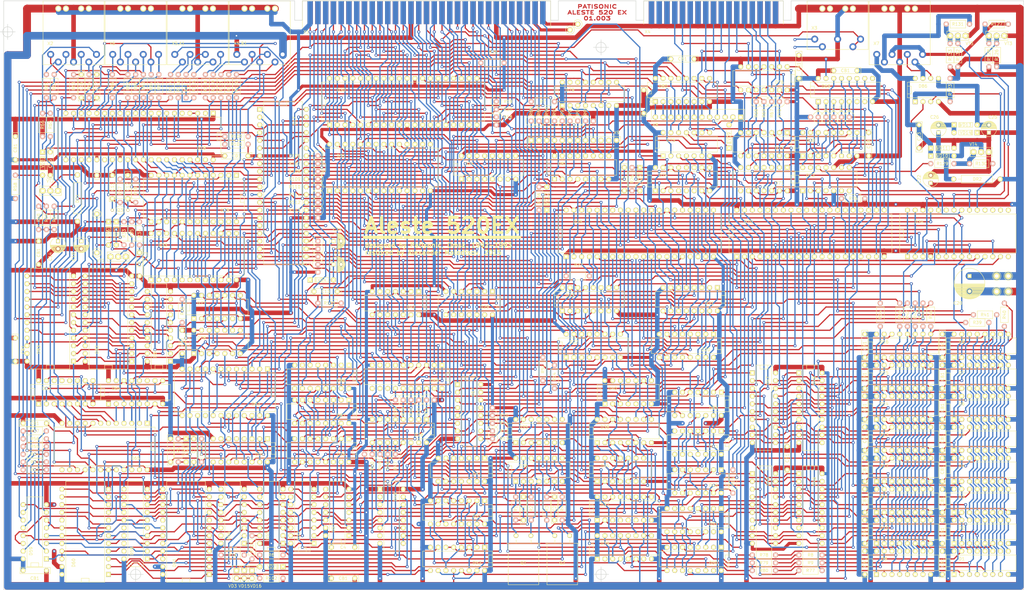
<source format=kicad_pcb>
(kicad_pcb (version 4) (host pcbnew 4.0.1-stable)
  (layers (0 F.Cu signal) (31 B.Cu signal) (34 B.Paste user) (35 F.Paste user) (36 B.SilkS user) (37 F.SilkS user) (38 B.Mask user) (39 F.Mask user) (44 Edge.Cuts user))
  (net 0 "")
  (net 1 "Net-(C1-Pad1)")
  (net 2 "Net-(C1-Pad2)")
  (net 3 "Net-(C2-Pad1)")
  (net 4 "Net-(C2-Pad2)")
  (net 5 "Net-(C3-Pad2)")
  (net 6 GND)
  (net 7 "/Clocks & CRTC/SYNC*")
  (net 8 "/Gate Array/COLOR")
  (net 9 /Periphery/SBRES)
  (net 10 "/Clocks & CRTC/~RESET2")
  (net 11 "Net-(C9-Pad2)")
  (net 12 /Periphery/VC1)
  (net 13 "Net-(C11-Pad2)")
  (net 14 "Net-(C12-Pad2)")
  (net 15 /FDC/RESET)
  (net 16 "Net-(C14-Pad1)")
  (net 17 "/Gate Array/B")
  (net 18 "/Gate Array/G")
  (net 19 "/Gate Array/R")
  (net 20 "Net-(C18-Pad2)")
  (net 21 VCC)
  (net 22 /Periphery/+12V)
  (net 23 /CPU/~RESET*)
  (net 24 /Periphery/-12V)
  (net 25 "Net-(C26-Pad1)")
  (net 26 "Net-(C26-Pad2)")
  (net 27 /RAM/MA8)
  (net 28 /CPU/D0)
  (net 29 /RAM/MA0)
  (net 30 /RAM/MA2)
  (net 31 /RAM/MA1)
  (net 32 /RAM/MA7)
  (net 33 /RAM/MA5)
  (net 34 /RAM/MA4)
  (net 35 /RAM/MA3)
  (net 36 /RAM/MA6)
  (net 37 /RAM/R0)
  (net 38 /CPU/D1)
  (net 39 /RAM/R1)
  (net 40 /CPU/D2)
  (net 41 /RAM/R2)
  (net 42 /CPU/D3)
  (net 43 /RAM/R3)
  (net 44 /CPU/D4)
  (net 45 /RAM/R4)
  (net 46 /CPU/D5)
  (net 47 /RAM/R5)
  (net 48 /CPU/D6)
  (net 49 /RAM/R6)
  (net 50 /RAM/R7)
  (net 51 /RAM/R8)
  (net 52 /RAM/R9)
  (net 53 /RAM/R10)
  (net 54 /RAM/R11)
  (net 55 /RAM/R12)
  (net 56 /RAM/R13)
  (net 57 /RAM/R14)
  (net 58 /RAM/R15)
  (net 59 /Periphery/AY3)
  (net 60 /Periphery/AY2)
  (net 61 /Periphery/AY1)
  (net 62 /Periphery/AY0)
  (net 63 /CPU/A11)
  (net 64 /CPU/A9)
  (net 65 /CPU/A8)
  (net 66 /Periphery/BDIR)
  (net 67 /Periphery/BC1)
  (net 68 /Periphery/TOUT)
  (net 69 /Periphery/STROBE)
  (net 70 /Periphery/Y0)
  (net 71 /Periphery/Y1)
  (net 72 /Periphery/Y2)
  (net 73 /Periphery/Y3)
  (net 74 "/Clocks & CRTC/HY*")
  (net 75 /Periphery/PB2)
  (net 76 /Periphery/50/60)
  (net 77 /Periphery/BUSY)
  (net 78 /Periphery/TIN)
  (net 79 /CPU/~IORD)
  (net 80 /Periphery/AY7)
  (net 81 /Periphery/AY6)
  (net 82 /Periphery/AY5)
  (net 83 /Periphery/AY4)
  (net 84 /Periphery/SABC)
  (net 85 /Periphery/PD7)
  (net 86 /Periphery/PD6)
  (net 87 /Periphery/PD5)
  (net 88 /Periphery/PD4)
  (net 89 /Periphery/PD3)
  (net 90 /Periphery/PD2)
  (net 91 /Periphery/PD1)
  (net 92 /Periphery/PD0)
  (net 93 /Periphery/X8)
  (net 94 /Periphery/X7)
  (net 95 /Periphery/X6)
  (net 96 /Periphery/X5)
  (net 97 /Periphery/X4)
  (net 98 /Periphery/X3)
  (net 99 /Periphery/X2)
  (net 100 /Periphery/X1)
  (net 101 /CPU/~RESET)
  (net 102 "Net-(D19-Pad3)")
  (net 103 "Net-(D19-Pad13)")
  (net 104 /RAM/DIS)
  (net 105 "/Clocks & CRTC/V8")
  (net 106 "/Clocks & CRTC/V1")
  (net 107 /CPU/A1)
  (net 108 "Net-(D20-Pad7)")
  (net 109 "Net-(D20-Pad9)")
  (net 110 /CPU/A2)
  (net 111 "/Clocks & CRTC/V2")
  (net 112 "/Clocks & CRTC/V9")
  (net 113 /RAM/S0)
  (net 114 "/Clocks & CRTC/V10")
  (net 115 "/Clocks & CRTC/V3")
  (net 116 /CPU/A10)
  (net 117 /CPU/A3)
  (net 118 "Net-(D21-Pad7)")
  (net 119 "Net-(D21-Pad9)")
  (net 120 /CPU/A4)
  (net 121 /CPU/A7)
  (net 122 "/Clocks & CRTC/V4")
  (net 123 "/Clocks & CRTC/V7")
  (net 124 "/Clocks & CRTC/V14")
  (net 125 "/Clocks & CRTC/V5")
  (net 126 "/Gate Array/MAP15")
  (net 127 /CPU/A5)
  (net 128 "Net-(D22-Pad7)")
  (net 129 "Net-(D22-Pad9)")
  (net 130 /CPU/A13)
  (net 131 "/Gate Array/MAP16")
  (net 132 "/Clocks & CRTC/L2")
  (net 133 "/Clocks & CRTC/V6")
  (net 134 "/Gate Array/MAP17")
  (net 135 /CPU/A6)
  (net 136 "Net-(D23-Pad7)")
  (net 137 "Net-(D23-Pad9)")
  (net 138 /CPU/A12)
  (net 139 "/Gate Array/MAP18")
  (net 140 "/Clocks & CRTC/L1")
  (net 141 "/Clocks & CRTC/V1113")
  (net 142 "/Clocks & CRTC/L0")
  (net 143 "/Gate Array/MAP14")
  (net 144 "Net-(D24-Pad5)")
  (net 145 "/Gate Array/HIGHTZ")
  (net 146 "/Clocks & CRTC/L.PEN")
  (net 147 "/Clocks & CRTC/V11")
  (net 148 "/Clocks & CRTC/V13")
  (net 149 "/Clocks & CRTC/DEN")
  (net 150 "/Clocks & CRTC/CURSOR")
  (net 151 "/Clocks & CRTC/CBUF")
  (net 152 "Net-(D25-Pad23)")
  (net 153 /CPU/A14)
  (net 154 "/Clocks & CRTC/HX")
  (net 155 "/Gate Array/MAPMOD")
  (net 156 "/Gate Array/\"A\"")
  (net 157 "/Gate Array/\"B\"")
  (net 158 /CPU/A15)
  (net 159 /CPU/~IORQ)
  (net 160 "/Gate Array/M3")
  (net 161 "/Gate Array/M2")
  (net 162 "/Gate Array/M1")
  (net 163 "/Gate Array/M0")
  (net 164 "/Gate Array/MAPBLK")
  (net 165 "/Gate Array/M4")
  (net 166 /CPU/~WR)
  (net 167 /CPU/~RD)
  (net 168 /CPU/~INTA)
  (net 169 /CPU/~M1)
  (net 170 "Net-(D29-Pad11)")
  (net 171 /CPU/CLK)
  (net 172 /CPU/~INT)
  (net 173 /CPU/~NMI)
  (net 174 /CPU/~HALT)
  (net 175 /CPU/~BUSAK)
  (net 176 /CPU/~BUSRQ)
  (net 177 /CPU/~MREQ)
  (net 178 /CPU/A0)
  (net 179 "Net-(D31-Pad1)")
  (net 180 /CPU/~ROMEN)
  (net 181 /CPU/ROMDIS)
  (net 182 "Net-(D31-Pad27)")
  (net 183 "/Gate Array/HIGHTY")
  (net 184 /FDC/XD0)
  (net 185 "/Gate Array/XD1")
  (net 186 "/Gate Array/HIGHTX")
  (net 187 "/Gate Array/XD2")
  (net 188 "Net-(D32-Pad9)")
  (net 189 "/Gate Array/BLAKS")
  (net 190 "/Gate Array/XD3")
  (net 191 "/Gate Array/CS53")
  (net 192 "/Gate Array/XD4")
  (net 193 "/Gate Array/XD5")
  (net 194 /FDC/WGPTCLK)
  (net 195 /Periphery/RXC)
  (net 196 /Periphery/TXC)
  (net 197 /Periphery/FUTURE)
  (net 198 /Periphery/~CS53)
  (net 199 /Periphery/RXD)
  (net 200 /Periphery/TXD)
  (net 201 /Periphery/DSR)
  (net 202 /Periphery/DTR)
  (net 203 "/Clocks & CRTC/8M")
  (net 204 "/Clocks & CRTC/4M")
  (net 205 "/Gate Array/4ST")
  (net 206 "Net-(D35-Pad5)")
  (net 207 "/Gate Array/MVI")
  (net 208 /CPU/ROM0)
  (net 209 /CPU/ROM1)
  (net 210 "Net-(D36-Pad1)")
  (net 211 "/Clocks & CRTC/16MHZ")
  (net 212 "Net-(D36-Pad6)")
  (net 213 "/Clocks & CRTC/13MHZ")
  (net 214 "Net-(D36-Pad11)")
  (net 215 /RAM/~VCLK)
  (net 216 "/Clocks & CRTC/VCLK")
  (net 217 "/Clocks & CRTC/XTAL")
  (net 218 "/Clocks & CRTC/1M")
  (net 219 "/Clocks & CRTC/2M")
  (net 220 "/Clocks & CRTC/HIGHT")
  (net 221 "Net-(D38-Pad4)")
  (net 222 "/Clocks & CRTC/RAS")
  (net 223 "/Clocks & CRTC/CAS")
  (net 224 "Net-(D40-Pad2)")
  (net 225 /CPU/~RFSH)
  (net 226 "Net-(D40-Pad6)")
  (net 227 /RAM/~DIS)
  (net 228 "Net-(D40-Pad12)")
  (net 229 "Net-(D41-Pad3)")
  (net 230 "Net-(D41-Pad5)")
  (net 231 "Net-(D41-Pad6)")
  (net 232 "/Gate Array/~FUTURE")
  (net 233 /Periphery/~STROBE)
  (net 234 /RAM/VBUF)
  (net 235 "Net-(D43-Pad8)")
  (net 236 "Net-(D43-Pad9)")
  (net 237 /CPU/LOP)
  (net 238 "Net-(D43-Pad13)")
  (net 239 /FDC/EXRG)
  (net 240 "/Gate Array/8ST")
  (net 241 "/Gate Array/VD0")
  (net 242 "/Gate Array/VD1")
  (net 243 "/Gate Array/VD2")
  (net 244 "/Gate Array/VD3")
  (net 245 "/Gate Array/VD4")
  (net 246 "/Gate Array/VD5")
  (net 247 "/Gate Array/VD6")
  (net 248 "/Gate Array/VD7")
  (net 249 /CPU/BUFFER0)
  (net 250 /CPU/BUFFER1)
  (net 251 "Net-(D49-Pad3)")
  (net 252 "/Gate Array/SYNC")
  (net 253 "/Gate Array/~PAGE")
  (net 254 "/Gate Array/PAGE")
  (net 255 "/Gate Array/RRC")
  (net 256 "Net-(D50-Pad12)")
  (net 257 "Net-(D50-Pad14)")
  (net 258 "/Gate Array/PX0")
  (net 259 "Net-(D51-Pad14)")
  (net 260 "/Gate Array/MODE1")
  (net 261 "/Gate Array/PX3")
  (net 262 "/Gate Array/MODE0")
  (net 263 "/Gate Array/PX1")
  (net 264 "/Gate Array/PX2")
  (net 265 "/Gate Array/NCOLOR4")
  (net 266 "/Gate Array/CBORDER")
  (net 267 "/Gate Array/NCOLOR")
  (net 268 "Net-(D54-Pad10)")
  (net 269 "/Gate Array/MODE")
  (net 270 "/Gate Array/MAPER")
  (net 271 /CPU/PROM0)
  (net 272 /CPU/PROM1)
  (net 273 "/Gate Array/LED0")
  (net 274 "/Gate Array/LED1")
  (net 275 "/Gate Array/NCOLOR0")
  (net 276 "/Gate Array/NCOLOR1")
  (net 277 "/Gate Array/NCOLOR2")
  (net 278 "/Gate Array/NCOLOR3")
  (net 279 "/Gate Array/C0")
  (net 280 "/Gate Array/C1")
  (net 281 "/Gate Array/C2")
  (net 282 "/Gate Array/C3")
  (net 283 "/Gate Array/C4")
  (net 284 "/Gate Array/C5")
  (net 285 "/Gate Array/BLANK")
  (net 286 "Net-(D59-Pad2)")
  (net 287 "Net-(D59-Pad5)")
  (net 288 "Net-(D59-Pad7)")
  (net 289 "Net-(D59-Pad10)")
  (net 290 "Net-(D59-Pad12)")
  (net 291 "Net-(D59-Pad15)")
  (net 292 "/Gate Array/VRAMACC")
  (net 293 "/Clocks & CRTC/3CY")
  (net 294 "Net-(D63-Pad3)")
  (net 295 "Net-(D63-Pad4)")
  (net 296 "Net-(D63-Pad5)")
  (net 297 "/Clocks & CRTC/MK0")
  (net 298 "Net-(D63-Pad10)")
  (net 299 "Net-(D63-Pad11)")
  (net 300 "/Clocks & CRTC/MK1")
  (net 301 "/Clocks & CRTC/MK2")
  (net 302 "/Clocks & CRTC/MK3")
  (net 303 "/Clocks & CRTC/1CY")
  (net 304 "/Clocks & CRTC/2CY")
  (net 305 "Net-(D64-Pad15)")
  (net 306 "/Clocks & CRTC/SINT*")
  (net 307 "/Clocks & CRTC/KK0")
  (net 308 "/Clocks & CRTC/KK1")
  (net 309 "/Clocks & CRTC/KK2")
  (net 310 "/Clocks & CRTC/KK3")
  (net 311 "Net-(D66-Pad2)")
  (net 312 /CPU/SINT)
  (net 313 "Net-(D66-Pad11)")
  (net 314 "Net-(D66-Pad13)")
  (net 315 /CPU/~RAMEN)
  (net 316 /CPU/RAMDIS)
  (net 317 "Net-(D68-Pad2)")
  (net 318 /FDC/FP0)
  (net 319 /FDC/FP1)
  (net 320 "Net-(D68-Pad5)")
  (net 321 /FDC/FP2)
  (net 322 "Net-(D68-Pad7)")
  (net 323 "Net-(D68-Pad9)")
  (net 324 "Net-(D68-Pad10)")
  (net 325 /FDC/FP3)
  (net 326 "Net-(D68-Pad12)")
  (net 327 "Net-(D68-Pad14)")
  (net 328 /FDC/RDD)
  (net 329 /FDC/WRC)
  (net 330 "Net-(D70-Pad4)")
  (net 331 "Net-(D70-Pad15)")
  (net 332 "Net-(D70-Pad17)")
  (net 333 /FDC/DW)
  (net 334 "Net-(D70-Pad25)")
  (net 335 "Net-(D70-Pad27)")
  (net 336 "Net-(D70-Pad28)")
  (net 337 "Net-(D70-Pad29)")
  (net 338 "Net-(D70-Pad30)")
  (net 339 "Net-(D70-Pad33)")
  (net 340 "Net-(D70-Pad34)")
  (net 341 /FDC/DSKRDY)
  (net 342 "Net-(D70-Pad37)")
  (net 343 "Net-(D70-Pad38)")
  (net 344 /FDC/RW/S)
  (net 345 /FDC/~GATE)
  (net 346 /FDC/~RDATA)
  (net 347 "Net-(D71-Pad11)")
  (net 348 "Net-(D72-Pad14)")
  (net 349 "Net-(D73-Pad4)")
  (net 350 "Net-(D73-Pad6)")
  (net 351 /FDC/~INDEX)
  (net 352 "Net-(D73-Pad12)")
  (net 353 /FDC/~TRAC0)
  (net 354 /FDC/~STEP)
  (net 355 /FDC/~DRIVE1)
  (net 356 "Net-(D75-Pad11)")
  (net 357 /FDC/~MOTOR)
  (net 358 /FDC/~DRIVE0)
  (net 359 /FDC/~DIR)
  (net 360 /FDC/~WRDAT)
  (net 361 /FDC/~SIDE)
  (net 362 "/Clocks & CRTC/~3CY")
  (net 363 "Net-(D78-Pad3)")
  (net 364 "Net-(D78-Pad6)")
  (net 365 /Periphery/COMMON)
  (net 366 /Periphery/KW0)
  (net 367 /Periphery/KW1)
  (net 368 /Periphery/KW2)
  (net 369 /Periphery/KW3)
  (net 370 /Periphery/KM0)
  (net 371 /Periphery/KM1)
  (net 372 /Periphery/KM2)
  (net 373 /Periphery/KM3)
  (net 374 /Periphery/KM4)
  (net 375 /Periphery/KM5)
  (net 376 /Periphery/KM6)
  (net 377 /Periphery/KM7)
  (net 378 /Periphery/KM8)
  (net 379 /Periphery/KM14)
  (net 380 /Periphery/KM13)
  (net 381 /Periphery/KM12)
  (net 382 /Periphery/KM11)
  (net 383 /Periphery/KRS)
  (net 384 /Periphery/KM18)
  (net 385 /Periphery/KM17)
  (net 386 /Periphery/KM16)
  (net 387 /Periphery/KM15)
  (net 388 /Periphery/Z0)
  (net 389 /Periphery/Z1)
  (net 390 /Periphery/Z2)
  (net 391 /Periphery/Z3)
  (net 392 "Net-(D82-Pad17)")
  (net 393 "Net-(D82-Pad18)")
  (net 394 /Periphery/Z4)
  (net 395 /Periphery/Z5)
  (net 396 /Periphery/Z6)
  (net 397 /Periphery/Z7)
  (net 398 "Net-(D83-Pad17)")
  (net 399 "Net-(D83-Pad18)")
  (net 400 "Net-(D83-Pad19)")
  (net 401 "Net-(D83-Pad20)")
  (net 402 "Net-(D85-Pad6)")
  (net 403 "Net-(D86-Pad1)")
  (net 404 /Periphery/TXD*)
  (net 405 /Periphery/DTR*)
  (net 406 "Net-(D88-Pad6)")
  (net 407 "Net-(P7-Pad1)")
  (net 408 /CPU/~WAIT)
  (net 409 "Net-(R16-Pad2)")
  (net 410 "Net-(R36-Pad2)")
  (net 411 "Net-(R52-Pad1)")
  (net 412 "Net-(R54-Pad1)")
  (net 413 "Net-(R56-Pad1)")
  (net 414 "Net-(R58-Pad1)")
  (net 415 "Net-(R65-Pad1)")
  (net 416 "/Gate Array/LUM")
  (net 417 "Net-(R81-Pad2)")
  (net 418 "/Gate Array/SOUND")
  (net 419 "Net-(R101-Pad2)")
  (net 420 "Net-(R102-Pad2)")
  (net 421 "Net-(R114-Pad2)")
  (net 422 "Net-(R115-Pad2)")
  (net 423 "Net-(R116-Pad2)")
  (net 424 "Net-(R117-Pad2)")
  (net 425 "Net-(R118-Pad2)")
  (net 426 "Net-(R119-Pad2)")
  (net 427 "Net-(R120-Pad2)")
  (net 428 "Net-(R121-Pad2)")
  (net 429 "Net-(R122-Pad2)")
  (net 430 "Net-(R127-Pad1)")
  (net 431 "Net-(R127-Pad2)")
  (net 432 "Net-(R129-Pad2)")
  (net 433 /Periphery/DSR*)
  (net 434 "Net-(R131-Pad2)")
  (net 435 /Periphery/KM10)
  (net 436 /AVCC)
  (net 437 /AGND)
  (net 438 /CPU/D7)
  (net 439 "/Gate Array/~CSAY")
  (net 440 "Net-(D39-Pad15)")
  (net 441 /FDC/RSCLK)
  (net 442 /Periphery/KM9)
  (net 443 "Net-(D49-Pad4)")
  (net 444 /FDC/DISCINT)
  (net 445 /FDC/~WRTPRT)
  (net 446 /RAM/WE0)
  (net 447 /RAM/RAS0)
  (net 448 /RAM/CAS0)
  (net 449 /RAM/WE1)
  (net 450 /RAM/RAS1)
  (net 451 /RAM/CAS1)
  (net 452 /CPU/~IOWR)
  (net 453 /CPU/HY)
  (module MyLib:SLOT_62 (layer F.Cu) (at 172.72 39.37 180)
    (fp_text reference X1 (at 39.37 -6.35 180) (layer F.SilkS))
    (fp_text value SLOT-62)
    (pad B1 connect rect (at 38.1 0 180) (size 1.778 7.62) (layers B.Cu B.Mask) (net 6 GND))
    (pad B2 connect rect (at 35.56 0 180) (size 1.778 7.62) (layers B.Cu B.Mask) (net 153 /CPU/A14))
    (pad B3 connect rect (at 33.02 0 180) (size 1.778 7.62) (layers B.Cu B.Mask) (net 138 /CPU/A12))
    (pad B4 connect rect (at 30.48 0 180) (size 1.778 7.62) (layers B.Cu B.Mask) (net 116 /CPU/A10))
    (pad B5 connect rect (at 27.94 0 180) (size 1.778 7.62) (layers B.Cu B.Mask) (net 65 /CPU/A8))
    (pad B6 connect rect (at 25.4 0 180) (size 1.778 7.62) (layers B.Cu B.Mask) (net 135 /CPU/A6))
    (pad B7 connect rect (at 22.86 0 180) (size 1.778 7.62) (layers B.Cu B.Mask) (net 120 /CPU/A4))
    (pad B8 connect rect (at 20.32 0 180) (size 1.778 7.62) (layers B.Cu B.Mask) (net 110 /CPU/A2))
    (pad B9 connect rect (at 17.78 0 180) (size 1.778 7.62) (layers B.Cu B.Mask) (net 178 /CPU/A0))
    (pad B10 connect rect (at 15.24 0 180) (size 1.778 7.62) (layers B.Cu B.Mask) (net 48 /CPU/D6))
    (pad B11 connect rect (at 12.7 0 180) (size 1.778 7.62) (layers B.Cu B.Mask) (net 44 /CPU/D4))
    (pad B12 connect rect (at 10.16 0 180) (size 1.778 7.62) (layers B.Cu B.Mask) (net 40 /CPU/D2))
    (pad B13 connect rect (at 7.62 0 180) (size 1.778 7.62) (layers B.Cu B.Mask) (net 28 /CPU/D0))
    (pad B14 connect rect (at 5.08 0 180) (size 1.778 7.62) (layers B.Cu B.Mask) (net 177 /CPU/~MREQ))
    (pad B15 connect rect (at 2.54 0 180) (size 1.778 7.62) (layers B.Cu B.Mask) (net 225 /CPU/~RFSH))
    (pad B16 connect rect (at 0 0 180) (size 1.778 7.62) (layers B.Cu B.Mask) (net 167 /CPU/~RD))
    (pad B17 connect rect (at -2.54 0 180) (size 1.778 7.62) (layers B.Cu B.Mask) (net 174 /CPU/~HALT))
    (pad B18 connect rect (at -5.08 0 180) (size 1.778 7.62) (layers B.Cu B.Mask) (net 173 /CPU/~NMI))
    (pad B19 connect rect (at -7.62 0 180) (size 1.778 7.62) (layers B.Cu B.Mask) (net 175 /CPU/~BUSAK))
    (pad B20 connect rect (at -10.16 0 180) (size 1.778 7.62) (layers B.Cu B.Mask))
    (pad B21 connect rect (at -12.7 0 180) (size 1.778 7.62) (layers B.Cu B.Mask) (net 180 /CPU/~ROMEN))
    (pad B22 connect rect (at -15.24 0 180) (size 1.778 7.62) (layers B.Cu B.Mask) (net 315 /CPU/~RAMEN))
    (pad B23 connect rect (at -17.78 0 180) (size 1.778 7.62) (layers B.Cu B.Mask) (net 150 "/Clocks & CRTC/CURSOR"))
    (pad B24 connect rect (at -20.32 0 180) (size 1.778 7.62) (layers B.Cu B.Mask))
    (pad B25 connect rect (at -22.86 0 180) (size 1.778 7.62) (layers B.Cu B.Mask) (net 171 /CPU/CLK))
    (pad B26 connect rect (at -25.4 0 180) (size 1.778 7.62) (layers B.Cu B.Mask) (net 126 "/Gate Array/MAP15"))
    (pad B27 connect rect (at -27.94 0 180) (size 1.778 7.62) (layers B.Cu B.Mask) (net 134 "/Gate Array/MAP17"))
    (pad B28 connect rect (at -30.48 0 180) (size 1.778 7.62) (layers B.Cu B.Mask) (net 164 "/Gate Array/MAPBLK"))
    (pad B29 connect rect (at -33.02 0 180) (size 1.778 7.62) (layers B.Cu B.Mask) (net 227 /RAM/~DIS))
    (pad B30 connect rect (at -35.56 0 180) (size 1.778 7.62) (layers B.Cu B.Mask) (net 104 /RAM/DIS))
    (pad B31 connect rect (at -38.1 0 180) (size 1.778 7.62) (layers B.Cu B.Mask) (net 145 "/Gate Array/HIGHTZ"))
    (pad A1 connect rect (at 38.1 0 180) (size 1.778 7.62) (layers F.Cu F.Mask) (net 418 "/Gate Array/SOUND"))
    (pad A2 connect rect (at 35.56 0 180) (size 1.778 7.62) (layers F.Cu F.Mask) (net 158 /CPU/A15))
    (pad A3 connect rect (at 33.02 0 180) (size 1.778 7.62) (layers F.Cu F.Mask) (net 130 /CPU/A13))
    (pad A31 connect rect (at -38.1 0 180) (size 1.778 7.62) (layers F.Cu F.Mask) (net 436 /AVCC))
    (pad A4 connect rect (at 30.48 0 180) (size 1.778 7.62) (layers F.Cu F.Mask) (net 63 /CPU/A11))
    (pad A5 connect rect (at 27.94 0 180) (size 1.778 7.62) (layers F.Cu F.Mask) (net 64 /CPU/A9))
    (pad A6 connect rect (at 25.4 0 180) (size 1.778 7.62) (layers F.Cu F.Mask) (net 121 /CPU/A7))
    (pad A7 connect rect (at 22.86 0 180) (size 1.778 7.62) (layers F.Cu F.Mask) (net 127 /CPU/A5))
    (pad A8 connect rect (at 20.32 0 180) (size 1.778 7.62) (layers F.Cu F.Mask) (net 117 /CPU/A3))
    (pad A9 connect rect (at 17.78 0 180) (size 1.778 7.62) (layers F.Cu F.Mask) (net 107 /CPU/A1))
    (pad A10 connect rect (at 15.24 0 180) (size 1.778 7.62) (layers F.Cu F.Mask) (net 438 /CPU/D7))
    (pad A11 connect rect (at 12.7 0 180) (size 1.778 7.62) (layers F.Cu F.Mask) (net 46 /CPU/D5))
    (pad A12 connect rect (at 10.16 0 180) (size 1.778 7.62) (layers F.Cu F.Mask) (net 42 /CPU/D3))
    (pad A13 connect rect (at 7.62 0 180) (size 1.778 7.62) (layers F.Cu F.Mask) (net 38 /CPU/D1))
    (pad A14 connect rect (at 5.08 0 180) (size 1.778 7.62) (layers F.Cu F.Mask) (net 21 VCC))
    (pad A15 connect rect (at 2.54 0 180) (size 1.778 7.62) (layers F.Cu F.Mask) (net 169 /CPU/~M1))
    (pad A16 connect rect (at 0 0 180) (size 1.778 7.62) (layers F.Cu F.Mask) (net 159 /CPU/~IORQ))
    (pad A17 connect rect (at -2.54 0 180) (size 1.778 7.62) (layers F.Cu F.Mask) (net 166 /CPU/~WR))
    (pad A18 connect rect (at -5.08 0 180) (size 1.778 7.62) (layers F.Cu F.Mask) (net 172 /CPU/~INT))
    (pad A19 connect rect (at -7.62 0 180) (size 1.778 7.62) (layers F.Cu F.Mask) (net 176 /CPU/~BUSRQ))
    (pad A20 connect rect (at -10.16 0 180) (size 1.778 7.62) (layers F.Cu F.Mask) (net 408 /CPU/~WAIT))
    (pad A21 connect rect (at -12.7 0 180) (size 1.778 7.62) (layers F.Cu F.Mask) (net 101 /CPU/~RESET))
    (pad A22 connect rect (at -15.24 0 180) (size 1.778 7.62) (layers F.Cu F.Mask) (net 181 /CPU/ROMDIS))
    (pad A23 connect rect (at -17.78 0 180) (size 1.778 7.62) (layers F.Cu F.Mask) (net 316 /CPU/RAMDIS))
    (pad A24 connect rect (at -20.32 0 180) (size 1.778 7.62) (layers F.Cu F.Mask) (net 146 "/Clocks & CRTC/L.PEN"))
    (pad A25 connect rect (at -22.86 0 180) (size 1.778 7.62) (layers F.Cu F.Mask) (net 6 GND))
    (pad A26 connect rect (at -25.4 0 180) (size 1.778 7.62) (layers F.Cu F.Mask) (net 143 "/Gate Array/MAP14"))
    (pad A27 connect rect (at -27.94 0 180) (size 1.778 7.62) (layers F.Cu F.Mask) (net 131 "/Gate Array/MAP16"))
    (pad A28 connect rect (at -30.48 0 180) (size 1.778 7.62) (layers F.Cu F.Mask) (net 165 "/Gate Array/M4"))
    (pad A29 connect rect (at -33.02 0 180) (size 1.778 7.62) (layers F.Cu F.Mask) (net 168 /CPU/~INTA))
    (pad A30 connect rect (at -35.56 0 180) (size 1.778 7.62) (layers F.Cu F.Mask) (net 437 /AGND))
  )
  (module MyLib:C_Disc_D7.5_P2.5 (layer F.Cu) (at 45.72 118.11 90)
    (fp_text reference CB1 (at 0 0 90) (layer F.SilkS))
    (fp_text value CAP)
    (pad 1 thru_hole circle (at -3.81 0 90) (size 1.6 1.6) (drill 0.8) (layers *.Cu *.Mask F.SilkS) (net 6 GND))
    (pad 2 thru_hole circle (at 3.81 0 90) (size 1.6 1.6) (drill 0.8) (layers *.Cu *.Mask F.SilkS) (net 21 VCC))
  )
  (module MyLib:DIP-16 (layer F.Cu) (at 267.97 129.54 180)
    (fp_text reference D21 (at 2.54 -5.08 180) (layer F.SilkS))
    (fp_text value 555КП2)
    (pad 1 thru_hole rect (at 0 0 180) (size 1.6 1.6) (drill 0.8) (layers *.Cu *.Mask F.SilkS) (net 6 GND))
    (pad 2 thru_hole circle (at 2.54 0 180) (size 1.6 1.6) (drill 0.8) (layers *.Cu *.Mask F.SilkS) (net 104 /RAM/DIS))
    (pad 3 thru_hole circle (at 5.08 0 180) (size 1.6 1.6) (drill 0.8) (layers *.Cu *.Mask F.SilkS) (net 114 "/Clocks & CRTC/V10"))
    (pad 4 thru_hole circle (at 7.62 0 180) (size 1.6 1.6) (drill 0.8) (layers *.Cu *.Mask F.SilkS) (net 115 "/Clocks & CRTC/V3"))
    (pad 5 thru_hole circle (at 10.16 0 180) (size 1.6 1.6) (drill 0.8) (layers *.Cu *.Mask F.SilkS) (net 116 /CPU/A10))
    (pad 6 thru_hole circle (at 12.7 0 180) (size 1.6 1.6) (drill 0.8) (layers *.Cu *.Mask F.SilkS) (net 117 /CPU/A3))
    (pad 7 thru_hole circle (at 15.24 0 180) (size 1.6 1.6) (drill 0.8) (layers *.Cu *.Mask F.SilkS) (net 118 "Net-(D21-Pad7)"))
    (pad 8 thru_hole circle (at 17.78 0 180) (size 1.6 1.6) (drill 0.8) (layers *.Cu *.Mask F.SilkS) (net 6 GND))
    (pad 9 thru_hole circle (at 17.78 -7.62 180) (size 1.6 1.6) (drill 0.8) (layers *.Cu *.Mask F.SilkS) (net 119 "Net-(D21-Pad9)"))
    (pad 10 thru_hole circle (at 15.24 -7.62 180) (size 1.6 1.6) (drill 0.8) (layers *.Cu *.Mask F.SilkS) (net 120 /CPU/A4))
    (pad 11 thru_hole circle (at 12.7 -7.62 180) (size 1.6 1.6) (drill 0.8) (layers *.Cu *.Mask F.SilkS) (net 121 /CPU/A7))
    (pad 12 thru_hole circle (at 10.16 -7.62 180) (size 1.6 1.6) (drill 0.8) (layers *.Cu *.Mask F.SilkS) (net 122 "/Clocks & CRTC/V4"))
    (pad 13 thru_hole circle (at 7.62 -7.62 180) (size 1.6 1.6) (drill 0.8) (layers *.Cu *.Mask F.SilkS) (net 123 "/Clocks & CRTC/V7"))
    (pad 14 thru_hole circle (at 5.08 -7.62 180) (size 1.6 1.6) (drill 0.8) (layers *.Cu *.Mask F.SilkS) (net 113 /RAM/S0))
    (pad 15 thru_hole circle (at 2.54 -7.62 180) (size 1.6 1.6) (drill 0.8) (layers *.Cu *.Mask F.SilkS) (net 6 GND))
    (pad 16 thru_hole circle (at 0 -7.62 180) (size 1.6 1.6) (drill 0.8) (layers *.Cu *.Mask F.SilkS) (net 21 VCC))
  )
  (module MyLib:PIN (layer F.Cu) (at 64.77 118.11)
    (fp_text reference P7 hide)
    (fp_text value PIN)
    (pad 1 thru_hole circle (at 0 0) (size 1.7 1.7) (drill 0.9) (layers *.Cu *.Mask F.SilkS) (net 407 "Net-(P7-Pad1)"))
  )
  (module Capacitors_ThroughHole:C_Radial_D5_L6_P2.5 (layer F.Cu) (at 142.24 121.92)
    (fp_text reference C6 (at 1.25 -3.8) (layer F.SilkS))
    (fp_text value CAPP)
    (pad 1 thru_hole rect (at 0 0) (size 1.3 1.3) (drill 0.8) (layers *.Cu *.Mask F.SilkS) (net 9 /Periphery/SBRES))
    (pad 2 thru_hole circle (at 2.5 0) (size 1.3 1.3) (drill 0.8) (layers *.Cu *.Mask F.SilkS) (net 6 GND))
  )
  (module Capacitors_ThroughHole:C_Radial_D5_L6_P2.5 (layer F.Cu) (at 59.69 114.3 270)
    (fp_text reference C10 (at 5.08 2.54 270) (layer F.SilkS))
    (fp_text value CAPP)
    (pad 1 thru_hole rect (at 0 0 270) (size 1.3 1.3) (drill 0.8) (layers *.Cu *.Mask F.SilkS) (net 12 /Periphery/VC1))
    (pad 2 thru_hole circle (at 2.5 0 270) (size 1.3 1.3) (drill 0.8) (layers *.Cu *.Mask F.SilkS) (net 6 GND))
  )
  (module Capacitors_ThroughHole:C_Radial_D5_L6_P2.5 (layer F.Cu) (at 52.07 114.3 270)
    (fp_text reference C14 (at 5.08 2.54 270) (layer F.SilkS))
    (fp_text value CAPP)
    (pad 1 thru_hole rect (at 0 0 270) (size 1.3 1.3) (drill 0.8) (layers *.Cu *.Mask F.SilkS) (net 16 "Net-(C14-Pad1)"))
    (pad 2 thru_hole circle (at 2.5 0 270) (size 1.3 1.3) (drill 0.8) (layers *.Cu *.Mask F.SilkS) (net 6 GND))
  )
  (module Capacitors_ThroughHole:C_Radial_D5_L6_P2.5 (layer F.Cu) (at 337.82 95.25 90)
    (fp_text reference C22 (at 1.25 -3.8 90) (layer F.SilkS))
    (fp_text value CAPP)
    (pad 1 thru_hole rect (at 0 0 90) (size 1.3 1.3) (drill 0.8) (layers *.Cu *.Mask F.SilkS) (net 21 VCC))
    (pad 2 thru_hole circle (at 2.5 0 90) (size 1.3 1.3) (drill 0.8) (layers *.Cu *.Mask F.SilkS) (net 6 GND))
  )
  (module Capacitors_ThroughHole:C_Radial_D5_L6_P2.5 (layer F.Cu) (at 142.24 114.3)
    (fp_text reference C24 (at 1.25 -3.8) (layer F.SilkS))
    (fp_text value CAPP)
    (pad 1 thru_hole rect (at 0 0) (size 1.3 1.3) (drill 0.8) (layers *.Cu *.Mask F.SilkS) (net 23 /CPU/~RESET*))
    (pad 2 thru_hole circle (at 2.5 0) (size 1.3 1.3) (drill 0.8) (layers *.Cu *.Mask F.SilkS) (net 6 GND))
  )
  (module Capacitors_ThroughHole:C_Radial_D5_L6_P2.5 (layer F.Cu) (at 356.87 78.74 90)
    (fp_text reference C25 (at 5.08 1.27 180) (layer F.SilkS))
    (fp_text value CAPP)
    (pad 1 thru_hole rect (at 0 0 90) (size 1.3 1.3) (drill 0.8) (layers *.Cu *.Mask F.SilkS) (net 6 GND))
    (pad 2 thru_hole circle (at 2.5 0 90) (size 1.3 1.3) (drill 0.8) (layers *.Cu *.Mask F.SilkS) (net 24 /Periphery/-12V))
  )
  (module Capacitors_ThroughHole:C_Radial_D5_L6_P2.5 (layer F.Cu) (at 340.36 78.74 90)
    (fp_text reference C26 (at 5.08 -1.27 180) (layer F.SilkS))
    (fp_text value CAPP)
    (pad 1 thru_hole rect (at 0 0 90) (size 1.3 1.3) (drill 0.8) (layers *.Cu *.Mask F.SilkS) (net 25 "Net-(C26-Pad1)"))
    (pad 2 thru_hole circle (at 2.5 0 90) (size 1.3 1.3) (drill 0.8) (layers *.Cu *.Mask F.SilkS) (net 26 "Net-(C26-Pad2)"))
  )
  (module Choke_Axial_ThroughHole:Choke_Horizontal_RM15mm (layer F.Cu) (at 58.42 100.33 90)
    (fp_text reference DR1 (at 0 0 90) (layer F.SilkS))
    (fp_text value INDUCTOR)
    (pad 1 thru_hole circle (at -7.50062 0 90) (size 1.7 1.7) (drill 0.9) (layers *.Cu *.Mask F.SilkS) (net 21 VCC))
    (pad 2 thru_hole circle (at 7.73938 0 90) (size 1.7 1.7) (drill 0.9) (layers *.Cu *.Mask F.SilkS) (net 16 "Net-(C14-Pad1)"))
  )
  (module Choke_Axial_ThroughHole:Choke_Horizontal_RM15mm (layer F.Cu) (at 353.06 93.98 180)
    (fp_text reference DR2 (at 0 0 180) (layer F.SilkS))
    (fp_text value INDUCTOR)
    (pad 1 thru_hole circle (at -7.50062 0 180) (size 1.7 1.7) (drill 0.9) (layers *.Cu *.Mask F.SilkS) (net 21 VCC))
    (pad 2 thru_hole circle (at 7.73938 0 180) (size 1.7 1.7) (drill 0.9) (layers *.Cu *.Mask F.SilkS) (net 25 "Net-(C26-Pad1)"))
  )
  (module Crystals:Crystal_HC49-U_Horizontal_Typ1 (layer F.Cu) (at 204.47 210.82 180)
    (fp_text reference Q1 (at 0 -8.89 180) (layer F.SilkS))
    (fp_text value "16 MHz")
    (pad 1 thru_hole circle (at -2.44094 0 180) (size 1.50114 1.50114) (drill 0.8001) (layers *.Cu *.Mask F.SilkS) (net 211 "/Clocks & CRTC/16MHZ"))
    (pad 2 thru_hole circle (at 2.44094 0 180) (size 1.50114 1.50114) (drill 0.8001) (layers *.Cu *.Mask F.SilkS) (net 210 "Net-(D36-Pad1)"))
  )
  (module Crystals:Crystal_HC49-U_Horizontal_Typ1 (layer F.Cu) (at 217.17 210.82 180)
    (fp_text reference Q2 (at 0 -8.89 180) (layer F.SilkS))
    (fp_text value "13.333 MHz")
    (pad 1 thru_hole circle (at -2.44094 0 180) (size 1.50114 1.50114) (drill 0.8001) (layers *.Cu *.Mask F.SilkS) (net 213 "/Clocks & CRTC/13MHZ"))
    (pad 2 thru_hole circle (at 2.44094 0 180) (size 1.50114 1.50114) (drill 0.8001) (layers *.Cu *.Mask F.SilkS) (net 214 "Net-(D36-Pad11)"))
  )
  (module MyLib:SLOT-34 (layer F.Cu) (at 266.7 39.37 180)
    (fp_text reference X4 (at 21.59 -6.35 180) (layer F.SilkS))
    (fp_text value SLOT-34 hide)
    (pad B17 connect rect (at -20.32 0 180) (size 1.778 7.62) (layers F.Cu F.Mask) (net 6 GND))
    (pad B16 connect rect (at -17.78 0 180) (size 1.778 7.62) (layers F.Cu F.Mask) (net 6 GND))
    (pad B15 connect rect (at -15.24 0 180) (size 1.778 7.62) (layers F.Cu F.Mask) (net 6 GND))
    (pad B14 connect rect (at -12.7 0 180) (size 1.778 7.62) (layers F.Cu F.Mask) (net 6 GND))
    (pad B13 connect rect (at -10.16 0 180) (size 1.778 7.62) (layers F.Cu F.Mask) (net 6 GND))
    (pad A17 connect rect (at -20.32 0 180) (size 1.778 7.62) (layers B.Cu B.Mask))
    (pad A16 connect rect (at -17.78 0 180) (size 1.778 7.62) (layers B.Cu B.Mask) (net 361 /FDC/~SIDE))
    (pad A15 connect rect (at -15.24 0 180) (size 1.778 7.62) (layers B.Cu B.Mask) (net 346 /FDC/~RDATA))
    (pad A14 connect rect (at -12.7 0 180) (size 1.778 7.62) (layers B.Cu B.Mask) (net 445 /FDC/~WRTPRT))
    (pad A13 connect rect (at -10.16 0 180) (size 1.778 7.62) (layers B.Cu B.Mask) (net 353 /FDC/~TRAC0))
    (pad A1 connect rect (at 20.32 0 180) (size 1.778 7.62) (layers B.Cu B.Mask))
    (pad A2 connect rect (at 17.78 0 180) (size 1.778 7.62) (layers B.Cu B.Mask))
    (pad A3 connect rect (at 15.24 0 180) (size 1.778 7.62) (layers B.Cu B.Mask))
    (pad A4 connect rect (at 12.7 0 180) (size 1.778 7.62) (layers B.Cu B.Mask) (net 351 /FDC/~INDEX))
    (pad A5 connect rect (at 10.16 0 180) (size 1.778 7.62) (layers B.Cu B.Mask) (net 358 /FDC/~DRIVE0))
    (pad A6 connect rect (at 7.62 0 180) (size 1.778 7.62) (layers B.Cu B.Mask) (net 355 /FDC/~DRIVE1))
    (pad A7 connect rect (at 5.08 0 180) (size 1.778 7.62) (layers B.Cu B.Mask))
    (pad A8 connect rect (at 2.54 0 180) (size 1.778 7.62) (layers B.Cu B.Mask) (net 357 /FDC/~MOTOR))
    (pad A9 connect rect (at 0 0 180) (size 1.778 7.62) (layers B.Cu B.Mask) (net 359 /FDC/~DIR))
    (pad A10 connect rect (at -2.54 0 180) (size 1.778 7.62) (layers B.Cu B.Mask) (net 354 /FDC/~STEP))
    (pad A11 connect rect (at -5.08 0 180) (size 1.778 7.62) (layers B.Cu B.Mask) (net 360 /FDC/~WRDAT))
    (pad A12 connect rect (at -7.62 0 180) (size 1.778 7.62) (layers B.Cu B.Mask) (net 345 /FDC/~GATE))
    (pad B1 connect rect (at 20.32 0 180) (size 1.778 7.62) (layers F.Cu F.Mask) (net 6 GND))
    (pad B2 connect rect (at 17.78 0 180) (size 1.778 7.62) (layers F.Cu F.Mask) (net 6 GND))
    (pad B3 connect rect (at 15.24 0 180) (size 1.778 7.62) (layers F.Cu F.Mask) (net 6 GND))
    (pad B4 connect rect (at 12.7 0 180) (size 1.778 7.62) (layers F.Cu F.Mask) (net 6 GND))
    (pad B5 connect rect (at 10.16 0 180) (size 1.778 7.62) (layers F.Cu F.Mask) (net 6 GND))
    (pad B6 connect rect (at 7.62 0 180) (size 1.778 7.62) (layers F.Cu F.Mask) (net 6 GND))
    (pad B7 connect rect (at 5.08 0 180) (size 1.778 7.62) (layers F.Cu F.Mask) (net 6 GND))
    (pad B8 connect rect (at 2.54 0 180) (size 1.778 7.62) (layers F.Cu F.Mask) (net 6 GND))
    (pad B9 connect rect (at 0 0 180) (size 1.778 7.62) (layers F.Cu F.Mask) (net 6 GND))
    (pad B10 connect rect (at -2.54 0 180) (size 1.778 7.62) (layers F.Cu F.Mask) (net 6 GND))
    (pad B11 connect rect (at -5.08 0 180) (size 1.778 7.62) (layers F.Cu F.Mask) (net 6 GND))
    (pad B12 connect rect (at -7.62 0 180) (size 1.778 7.62) (layers F.Cu F.Mask) (net 6 GND))
  )
  (module MyLib:Crystal_Round_Vertical_5mm (layer F.Cu) (at 72.39 104.14 180)
    (fp_text reference Q3 (at 0 0 180) (layer F.SilkS))
    (fp_text value QUARTZ)
    (pad 1 thru_hole circle (at -2.54 0 180) (size 1.00076 1.00076) (drill 0.59944) (layers *.Cu *.Mask F.SilkS) (net 14 "Net-(C12-Pad2)"))
    (pad 2 thru_hole circle (at 2.54 0 180) (size 1.00076 1.00076) (drill 0.59944) (layers *.Cu *.Mask F.SilkS) (net 13 "Net-(C11-Pad2)"))
  )
  (module Capacitors_ThroughHole:C_Radial_D10_L16_P5 (layer F.Cu) (at 350.52 125.73 270)
    (fp_text reference C20 (at 8.89 3.81 360) (layer F.SilkS))
    (fp_text value CAPP)
    (pad 1 thru_hole rect (at 0 0 270) (size 1.3 1.3) (drill 0.8) (layers *.Cu *.Mask F.SilkS) (net 21 VCC))
    (pad 2 thru_hole circle (at 5 0 270) (size 1.3 1.3) (drill 0.8) (layers *.Cu *.Mask F.SilkS) (net 6 GND))
  )
  (module MyLib:PIN (layer F.Cu) (at 363.22 125.73)
    (fp_text reference P1 hide)
    (fp_text value PIN)
    (pad 1 thru_hole circle (at 0 0) (size 2.3 2.3) (drill 1.2) (layers *.Cu *.Mask F.SilkS) (net 21 VCC))
  )
  (module MyLib:PIN (layer F.Cu) (at 363.22 130.81)
    (fp_text reference P2 hide)
    (fp_text value PIN)
    (pad 1 thru_hole circle (at 0 0) (size 2.3 2.3) (drill 1.2) (layers *.Cu *.Mask F.SilkS) (net 6 GND))
  )
  (module MyLib:PIN (layer F.Cu) (at 222.25 43.18)
    (fp_text reference P3 hide)
    (fp_text value PIN)
    (pad 1 thru_hole circle (at 0 0) (size 1.7 1.7) (drill 0.9) (layers *.Cu *.Mask F.SilkS) (net 436 /AVCC))
  )
  (module MyLib:PIN (layer F.Cu) (at 219.71 45.085)
    (fp_text reference P4 hide)
    (fp_text value PIN)
    (pad 1 thru_hole circle (at 0 0) (size 1.7 1.7) (drill 0.9) (layers *.Cu *.Mask F.SilkS) (net 437 /AGND))
  )
  (module MyLib:PIN (layer F.Cu) (at 359.41 125.73)
    (fp_text reference P5 hide)
    (fp_text value PIN)
    (pad 1 thru_hole circle (at 0 0) (size 2.3 2.3) (drill 1.2) (layers *.Cu *.Mask F.SilkS) (net 21 VCC))
  )
  (module MyLib:PIN (layer F.Cu) (at 359.41 130.81)
    (fp_text reference P6 hide)
    (fp_text value PIN)
    (pad 1 thru_hole circle (at 0 0) (size 2.3 2.3) (drill 1.2) (layers *.Cu *.Mask F.SilkS) (net 6 GND))
  )
  (module MyLib:PIN (layer F.Cu) (at 64.77 105.41)
    (fp_text reference P7 hide)
    (fp_text value PIN)
    (pad 1 thru_hole circle (at 0 0) (size 1.7 1.7) (drill 0.9) (layers *.Cu *.Mask F.SilkS) (net 407 "Net-(P7-Pad1)"))
  )
  (module MyLib:PIN (layer F.Cu) (at 64.77 92.71)
    (fp_text reference P8 hide)
    (fp_text value PIN)
    (pad 1 thru_hole circle (at 0 0) (size 1.7 1.7) (drill 0.9) (layers *.Cu *.Mask F.SilkS) (net 6 GND))
  )
  (module MyLib:Resistor_Vertical_RM2.5mm (layer F.Cu) (at 137.16 104.14 270)
    (fp_text reference R113 (at 0 7.62 360) (layer F.SilkS))
    (fp_text value RES)
    (pad 1 thru_hole circle (at 0 0 270) (size 1.7 1.7) (drill 0.9) (layers *.Cu *.SilkS *.Mask) (net 438 /CPU/D7))
    (pad 2 thru_hole circle (at 2.54 0 270) (size 1.7 1.7) (drill 0.9) (layers *.Cu *.SilkS *.Mask) (net 21 VCC))
  )
  (module MyLib:Resistor_Vertical_RM2.5mm (layer F.Cu) (at 137.16 101.6 270)
    (fp_text reference R112 (at 0 7.62 360) (layer F.SilkS))
    (fp_text value RES)
    (pad 1 thru_hole circle (at 0 0 270) (size 1.7 1.7) (drill 0.9) (layers *.Cu *.SilkS *.Mask) (net 48 /CPU/D6))
    (pad 2 thru_hole circle (at 5.08 0 270) (size 1.7 1.7) (drill 0.9) (layers *.Cu *.SilkS *.Mask) (net 21 VCC))
  )
  (module MyLib:Resistor_Vertical_RM2.5mm (layer F.Cu) (at 137.16 99.06 270)
    (fp_text reference R111 (at 0 7.62 360) (layer F.SilkS))
    (fp_text value RES)
    (pad 1 thru_hole circle (at 0 0 270) (size 1.7 1.7) (drill 0.9) (layers *.Cu *.SilkS *.Mask) (net 46 /CPU/D5))
    (pad 2 thru_hole circle (at 7.62 0 270) (size 1.7 1.7) (drill 0.9) (layers *.Cu *.SilkS *.Mask) (net 21 VCC))
  )
  (module MyLib:Resistor_Vertical_RM2.5mm (layer F.Cu) (at 137.16 96.52 270)
    (fp_text reference R110 (at 0 7.62 360) (layer F.SilkS))
    (fp_text value RES)
    (pad 1 thru_hole circle (at 0 0 270) (size 1.7 1.7) (drill 0.9) (layers *.Cu *.SilkS *.Mask) (net 44 /CPU/D4))
    (pad 2 thru_hole circle (at 10.16 0 270) (size 1.7 1.7) (drill 0.9) (layers *.Cu *.SilkS *.Mask) (net 21 VCC))
  )
  (module MyLib:Resistor_Vertical_RM2.5mm (layer F.Cu) (at 137.16 93.98 270)
    (fp_text reference R109 (at 0 7.62 360) (layer F.SilkS))
    (fp_text value RES)
    (pad 1 thru_hole circle (at 0 0 270) (size 1.7 1.7) (drill 0.9) (layers *.Cu *.SilkS *.Mask) (net 42 /CPU/D3))
    (pad 2 thru_hole circle (at 12.7 0 270) (size 1.7 1.7) (drill 0.9) (layers *.Cu *.SilkS *.Mask) (net 21 VCC))
  )
  (module MyLib:Resistor_Vertical_RM2.5mm (layer F.Cu) (at 137.16 91.44 270)
    (fp_text reference R108 (at 0 7.62 360) (layer F.SilkS))
    (fp_text value RES)
    (pad 1 thru_hole circle (at 0 0 270) (size 1.7 1.7) (drill 0.9) (layers *.Cu *.SilkS *.Mask) (net 40 /CPU/D2))
    (pad 2 thru_hole circle (at 15.24 0 270) (size 1.7 1.7) (drill 0.9) (layers *.Cu *.SilkS *.Mask) (net 21 VCC))
  )
  (module MyLib:Resistor_Vertical_RM2.5mm (layer F.Cu) (at 137.16 88.9 270)
    (fp_text reference R107 (at 0 7.62 360) (layer F.SilkS))
    (fp_text value RES)
    (pad 1 thru_hole circle (at 0 0 270) (size 1.7 1.7) (drill 0.9) (layers *.Cu *.SilkS *.Mask) (net 38 /CPU/D1))
    (pad 2 thru_hole circle (at 17.78 0 270) (size 1.7 1.7) (drill 0.9) (layers *.Cu *.SilkS *.Mask) (net 21 VCC))
  )
  (module MyLib:Resistor_Vertical_RM2.5mm (layer F.Cu) (at 137.16 86.36 270)
    (fp_text reference R106 (at 0 7.62 360) (layer F.SilkS))
    (fp_text value RES)
    (pad 1 thru_hole circle (at 0 0 270) (size 1.7 1.7) (drill 0.9) (layers *.Cu *.SilkS *.Mask) (net 28 /CPU/D0))
    (pad 2 thru_hole circle (at 20.32 0 270) (size 1.7 1.7) (drill 0.9) (layers *.Cu *.SilkS *.Mask) (net 21 VCC))
  )
  (module MyLib:Resistor_Vertical_RM2.5mm (layer F.Cu) (at 224.79 74.93)
    (fp_text reference R95 (at 0 -3.175 90) (layer F.SilkS))
    (fp_text value RES)
    (pad 1 thru_hole circle (at 0 0) (size 1.7 1.7) (drill 0.9) (layers *.Cu *.SilkS *.Mask) (net 384 /Periphery/KM18))
    (pad 2 thru_hole circle (at 2.54 0) (size 1.7 1.7) (drill 0.9) (layers *.Cu *.SilkS *.Mask) (net 21 VCC))
  )
  (module MyLib:Resistor_Vertical_RM2.5mm (layer F.Cu) (at 222.25 74.93)
    (fp_text reference R94 (at 0 -3.175 90) (layer F.SilkS))
    (fp_text value RES)
    (pad 1 thru_hole circle (at 0 0) (size 1.7 1.7) (drill 0.9) (layers *.Cu *.SilkS *.Mask) (net 385 /Periphery/KM17))
    (pad 2 thru_hole circle (at 5.08 0) (size 1.7 1.7) (drill 0.9) (layers *.Cu *.SilkS *.Mask) (net 21 VCC))
  )
  (module MyLib:Resistor_Vertical_RM2.5mm (layer F.Cu) (at 219.71 74.93)
    (fp_text reference R93 (at 0 -3.175 90) (layer F.SilkS))
    (fp_text value RES)
    (pad 1 thru_hole circle (at 0 0) (size 1.7 1.7) (drill 0.9) (layers *.Cu *.SilkS *.Mask) (net 386 /Periphery/KM16))
    (pad 2 thru_hole circle (at 7.62 0) (size 1.7 1.7) (drill 0.9) (layers *.Cu *.SilkS *.Mask) (net 21 VCC))
  )
  (module MyLib:Resistor_Vertical_RM2.5mm (layer F.Cu) (at 217.17 74.93)
    (fp_text reference R92 (at 0 -3.175 90) (layer F.SilkS))
    (fp_text value RES)
    (pad 1 thru_hole circle (at 0 0) (size 1.7 1.7) (drill 0.9) (layers *.Cu *.SilkS *.Mask) (net 387 /Periphery/KM15))
    (pad 2 thru_hole circle (at 10.16 0) (size 1.7 1.7) (drill 0.9) (layers *.Cu *.SilkS *.Mask) (net 21 VCC))
  )
  (module MyLib:Resistor_Vertical_RM2.5mm (layer F.Cu) (at 214.63 74.93)
    (fp_text reference R91 (at 0 -3.175 90) (layer F.SilkS))
    (fp_text value RES)
    (pad 1 thru_hole circle (at 0 0) (size 1.7 1.7) (drill 0.9) (layers *.Cu *.SilkS *.Mask) (net 379 /Periphery/KM14))
    (pad 2 thru_hole circle (at 12.7 0) (size 1.7 1.7) (drill 0.9) (layers *.Cu *.SilkS *.Mask) (net 21 VCC))
  )
  (module MyLib:Resistor_Vertical_RM2.5mm (layer F.Cu) (at 212.09 74.93)
    (fp_text reference R90 (at 0 -3.175 90) (layer F.SilkS))
    (fp_text value RES)
    (pad 1 thru_hole circle (at 0 0) (size 1.7 1.7) (drill 0.9) (layers *.Cu *.SilkS *.Mask) (net 380 /Periphery/KM13))
    (pad 2 thru_hole circle (at 15.24 0) (size 1.7 1.7) (drill 0.9) (layers *.Cu *.SilkS *.Mask) (net 21 VCC))
  )
  (module MyLib:Resistor_Vertical_RM2.5mm (layer F.Cu) (at 209.55 74.93)
    (fp_text reference R89 (at 0 -3.175 90) (layer F.SilkS))
    (fp_text value RES)
    (pad 1 thru_hole circle (at 0 0) (size 1.7 1.7) (drill 0.9) (layers *.Cu *.SilkS *.Mask) (net 381 /Periphery/KM12))
    (pad 2 thru_hole circle (at 17.78 0) (size 1.7 1.7) (drill 0.9) (layers *.Cu *.SilkS *.Mask) (net 21 VCC))
  )
  (module MyLib:Resistor_Vertical_RM2.5mm (layer F.Cu) (at 207.01 74.93)
    (fp_text reference R88 (at 0 -3.175 270) (layer F.SilkS))
    (fp_text value RES)
    (pad 1 thru_hole circle (at 0 0) (size 1.7 1.7) (drill 0.9) (layers *.Cu *.SilkS *.Mask) (net 382 /Periphery/KM11))
    (pad 2 thru_hole circle (at 20.32 0) (size 1.7 1.7) (drill 0.9) (layers *.Cu *.SilkS *.Mask) (net 21 VCC))
  )
  (module MyLib:Resistor_Vertical_RM2.5mm (layer F.Cu) (at 311.15 73.66 180)
    (fp_text reference R75 (at 0 3.175 270) (layer F.SilkS))
    (fp_text value RES)
    (pad 1 thru_hole circle (at 0 0 180) (size 1.7 1.7) (drill 0.9) (layers *.Cu *.SilkS *.Mask) (net 329 /FDC/WRC))
    (pad 2 thru_hole circle (at 12.7 0 180) (size 1.7 1.7) (drill 0.9) (layers *.Cu *.SilkS *.Mask) (net 21 VCC))
  )
  (module MyLib:Resistor_Vertical_RM2.5mm (layer F.Cu) (at 308.61 73.66 180)
    (fp_text reference R74 (at 0 3.175 270) (layer F.SilkS))
    (fp_text value RES)
    (pad 1 thru_hole circle (at 0 0 180) (size 1.7 1.7) (drill 0.9) (layers *.Cu *.SilkS *.Mask) (net 325 /FDC/FP3))
    (pad 2 thru_hole circle (at 10.16 0 180) (size 1.7 1.7) (drill 0.9) (layers *.Cu *.SilkS *.Mask) (net 21 VCC))
  )
  (module MyLib:Resistor_Vertical_RM2.5mm (layer F.Cu) (at 306.07 73.66 180)
    (fp_text reference R73 (at 0 3.175 270) (layer F.SilkS))
    (fp_text value RES)
    (pad 1 thru_hole circle (at 0 0 180) (size 1.7 1.7) (drill 0.9) (layers *.Cu *.SilkS *.Mask) (net 321 /FDC/FP2))
    (pad 2 thru_hole circle (at 7.62 0 180) (size 1.7 1.7) (drill 0.9) (layers *.Cu *.SilkS *.Mask) (net 21 VCC))
  )
  (module MyLib:Resistor_Vertical_RM2.5mm (layer F.Cu) (at 303.53 73.66 180)
    (fp_text reference R72 (at 0 3.175 270) (layer F.SilkS))
    (fp_text value RES)
    (pad 1 thru_hole circle (at 0 0 180) (size 1.7 1.7) (drill 0.9) (layers *.Cu *.SilkS *.Mask) (net 319 /FDC/FP1))
    (pad 2 thru_hole circle (at 5.08 0 180) (size 1.7 1.7) (drill 0.9) (layers *.Cu *.SilkS *.Mask) (net 21 VCC))
  )
  (module MyLib:Resistor_Vertical_RM2.5mm (layer F.Cu) (at 300.99 73.66 180)
    (fp_text reference R71 (at 0 3.175 270) (layer F.SilkS))
    (fp_text value RES)
    (pad 1 thru_hole circle (at 0 0 180) (size 1.7 1.7) (drill 0.9) (layers *.Cu *.SilkS *.Mask) (net 318 /FDC/FP0))
    (pad 2 thru_hole circle (at 2.54 0 180) (size 1.7 1.7) (drill 0.9) (layers *.Cu *.SilkS *.Mask) (net 21 VCC))
  )
  (module MyLib:Resistor_Vertical_RM2.5mm (layer F.Cu) (at 288.29 68.58)
    (fp_text reference R70 (at 0 3.81 90) (layer F.SilkS))
    (fp_text value RES)
    (pad 1 thru_hole circle (at 0 0) (size 1.7 1.7) (drill 0.9) (layers *.Cu *.SilkS *.Mask) (net 353 /FDC/~TRAC0))
    (pad 2 thru_hole circle (at 2.54 0) (size 1.7 1.7) (drill 0.9) (layers *.Cu *.SilkS *.Mask) (net 21 VCC))
  )
  (module MyLib:Resistor_Vertical_RM2.5mm (layer F.Cu) (at 283.21 68.58)
    (fp_text reference R69 (at 0 3.81 90) (layer F.SilkS))
    (fp_text value RES)
    (pad 1 thru_hole circle (at 0 0) (size 1.7 1.7) (drill 0.9) (layers *.Cu *.SilkS *.Mask) (net 351 /FDC/~INDEX))
    (pad 2 thru_hole circle (at 7.62 0) (size 1.7 1.7) (drill 0.9) (layers *.Cu *.SilkS *.Mask) (net 21 VCC))
  )
  (module MyLib:Resistor_Vertical_RM2.5mm (layer F.Cu) (at 280.67 68.58)
    (fp_text reference R68 (at 0 3.81 90) (layer F.SilkS))
    (fp_text value RES)
    (pad 1 thru_hole circle (at 0 0) (size 1.7 1.7) (drill 0.9) (layers *.Cu *.SilkS *.Mask) (net 445 /FDC/~WRTPRT))
    (pad 2 thru_hole circle (at 10.16 0) (size 1.7 1.7) (drill 0.9) (layers *.Cu *.SilkS *.Mask) (net 21 VCC))
  )
  (module MyLib:Resistor_Vertical_RM2.5mm (layer F.Cu) (at 285.75 68.58)
    (fp_text reference R67 (at 0 3.81 90) (layer F.SilkS))
    (fp_text value RES)
    (pad 1 thru_hole circle (at 0 0) (size 1.7 1.7) (drill 0.9) (layers *.Cu *.SilkS *.Mask) (net 346 /FDC/~RDATA))
    (pad 2 thru_hole circle (at 5.08 0) (size 1.7 1.7) (drill 0.9) (layers *.Cu *.SilkS *.Mask) (net 21 VCC))
  )
  (module MyLib:Resistor_Vertical_RM2.5mm (layer F.Cu) (at 154.94 184.15 180)
    (fp_text reference R50 (at 0 -3.81 270) (layer F.SilkS))
    (fp_text value RES)
    (pad 1 thru_hole circle (at 0 0 180) (size 1.7 1.7) (drill 0.9) (layers *.Cu *.SilkS *.Mask) (net 134 "/Gate Array/MAP17"))
    (pad 2 thru_hole circle (at 2.54 0 180) (size 1.7 1.7) (drill 0.9) (layers *.Cu *.SilkS *.Mask) (net 21 VCC))
  )
  (module MyLib:Resistor_Vertical_RM2.5mm (layer F.Cu) (at 157.48 184.15 180)
    (fp_text reference R49 (at 0 -3.81 270) (layer F.SilkS))
    (fp_text value RES)
    (pad 1 thru_hole circle (at 0 0 180) (size 1.7 1.7) (drill 0.9) (layers *.Cu *.SilkS *.Mask) (net 131 "/Gate Array/MAP16"))
    (pad 2 thru_hole circle (at 5.08 0 180) (size 1.7 1.7) (drill 0.9) (layers *.Cu *.SilkS *.Mask) (net 21 VCC))
  )
  (module MyLib:Resistor_Vertical_RM2.5mm (layer F.Cu) (at 160.02 184.15 180)
    (fp_text reference R48 (at 0 -3.81 270) (layer F.SilkS))
    (fp_text value RES)
    (pad 1 thru_hole circle (at 0 0 180) (size 1.7 1.7) (drill 0.9) (layers *.Cu *.SilkS *.Mask) (net 126 "/Gate Array/MAP15"))
    (pad 2 thru_hole circle (at 7.62 0 180) (size 1.7 1.7) (drill 0.9) (layers *.Cu *.SilkS *.Mask) (net 21 VCC))
  )
  (module MyLib:Resistor_Vertical_RM2.5mm (layer F.Cu) (at 162.56 184.15 180)
    (fp_text reference R47 (at 0 -3.81 270) (layer F.SilkS))
    (fp_text value RES)
    (pad 1 thru_hole circle (at 0 0 180) (size 1.7 1.7) (drill 0.9) (layers *.Cu *.SilkS *.Mask) (net 143 "/Gate Array/MAP14"))
    (pad 2 thru_hole circle (at 10.16 0 180) (size 1.7 1.7) (drill 0.9) (layers *.Cu *.SilkS *.Mask) (net 21 VCC))
  )
  (module MyLib:Resistor_Vertical_RM2.5mm (layer F.Cu) (at 172.72 166.37)
    (fp_text reference R32 (at 0 3.81 90) (layer F.SilkS))
    (fp_text value RES)
    (pad 1 thru_hole circle (at 0 0) (size 1.7 1.7) (drill 0.9) (layers *.Cu *.SilkS *.Mask) (net 165 "/Gate Array/M4"))
    (pad 2 thru_hole circle (at 2.54 0) (size 1.7 1.7) (drill 0.9) (layers *.Cu *.SilkS *.Mask) (net 21 VCC))
  )
  (module MyLib:Resistor_Vertical_RM2.5mm (layer F.Cu) (at 170.18 166.37)
    (fp_text reference R31 (at 0 3.81 90) (layer F.SilkS))
    (fp_text value RES)
    (pad 1 thru_hole circle (at 0 0) (size 1.7 1.7) (drill 0.9) (layers *.Cu *.SilkS *.Mask) (net 160 "/Gate Array/M3"))
    (pad 2 thru_hole circle (at 5.08 0) (size 1.7 1.7) (drill 0.9) (layers *.Cu *.SilkS *.Mask) (net 21 VCC))
  )
  (module MyLib:Resistor_Vertical_RM2.5mm (layer F.Cu) (at 167.64 166.37)
    (fp_text reference R30 (at 0 3.81 90) (layer F.SilkS))
    (fp_text value RES)
    (pad 1 thru_hole circle (at 0 0) (size 1.7 1.7) (drill 0.9) (layers *.Cu *.SilkS *.Mask) (net 161 "/Gate Array/M2"))
    (pad 2 thru_hole circle (at 7.62 0) (size 1.7 1.7) (drill 0.9) (layers *.Cu *.SilkS *.Mask) (net 21 VCC))
  )
  (module MyLib:Resistor_Vertical_RM2.5mm (layer F.Cu) (at 165.1 166.37)
    (fp_text reference R29 (at 0 3.81 90) (layer F.SilkS))
    (fp_text value RES)
    (pad 1 thru_hole circle (at 0 0) (size 1.7 1.7) (drill 0.9) (layers *.Cu *.SilkS *.Mask) (net 162 "/Gate Array/M1"))
    (pad 2 thru_hole circle (at 10.16 0) (size 1.7 1.7) (drill 0.9) (layers *.Cu *.SilkS *.Mask) (net 21 VCC))
  )
  (module MyLib:Resistor_Vertical_RM2.5mm (layer F.Cu) (at 162.56 166.37)
    (fp_text reference R28 (at 0 3.81 90) (layer F.SilkS))
    (fp_text value RES)
    (pad 1 thru_hole circle (at 0 0) (size 1.7 1.7) (drill 0.9) (layers *.Cu *.SilkS *.Mask) (net 163 "/Gate Array/M0"))
    (pad 2 thru_hole circle (at 12.7 0) (size 1.7 1.7) (drill 0.9) (layers *.Cu *.SilkS *.Mask) (net 21 VCC))
  )
  (module MyLib:Resistor_Vertical_RM2.5mm (layer F.Cu) (at 137.16 114.3 270)
    (fp_text reference R23 (at 0 3.81 360) (layer F.SilkS))
    (fp_text value RES)
    (pad 1 thru_hole circle (at 0 0 270) (size 1.7 1.7) (drill 0.9) (layers *.Cu *.SilkS *.Mask) (net 77 /Periphery/BUSY))
    (pad 2 thru_hole circle (at 10.16 0 270) (size 1.7 1.7) (drill 0.9) (layers *.Cu *.SilkS *.Mask) (net 21 VCC))
  )
  (module MyLib:Resistor_Vertical_RM2.5mm (layer F.Cu) (at 137.16 116.84 270)
    (fp_text reference R22 (at 0 3.81 360) (layer F.SilkS))
    (fp_text value RES)
    (pad 1 thru_hole circle (at 0 0 270) (size 1.7 1.7) (drill 0.9) (layers *.Cu *.SilkS *.Mask) (net 76 /Periphery/50/60))
    (pad 2 thru_hole circle (at 7.62 0 270) (size 1.7 1.7) (drill 0.9) (layers *.Cu *.SilkS *.Mask) (net 21 VCC))
  )
  (module MyLib:Resistor_Vertical_RM2.5mm (layer F.Cu) (at 137.16 119.38 270)
    (fp_text reference R21 (at 0 3.81 360) (layer F.SilkS))
    (fp_text value RES)
    (pad 1 thru_hole circle (at 0 0 270) (size 1.7 1.7) (drill 0.9) (layers *.Cu *.SilkS *.Mask) (net 75 /Periphery/PB2))
    (pad 2 thru_hole circle (at 5.08 0 270) (size 1.7 1.7) (drill 0.9) (layers *.Cu *.SilkS *.Mask) (net 21 VCC))
  )
  (module MyLib:Resistor_Vertical_RM2.5mm (layer F.Cu) (at 195.58 71.12 270)
    (fp_text reference R20 (at 0 -3.81 360) (layer F.SilkS))
    (fp_text value RES)
    (pad 1 thru_hole circle (at 0 0 270) (size 1.7 1.7) (drill 0.9) (layers *.Cu *.SilkS *.Mask) (net 171 /CPU/CLK))
    (pad 2 thru_hole circle (at 5.08 0 270) (size 1.7 1.7) (drill 0.9) (layers *.Cu *.SilkS *.Mask) (net 21 VCC))
  )
  (module MyLib:Resistor_Vertical_RM2.5mm (layer F.Cu) (at 195.58 68.58 270)
    (fp_text reference R19 (at 0 -3.81 360) (layer F.SilkS))
    (fp_text value RES)
    (pad 1 thru_hole circle (at 0 0 270) (size 1.7 1.7) (drill 0.9) (layers *.Cu *.SilkS *.Mask) (net 176 /CPU/~BUSRQ))
    (pad 2 thru_hole circle (at 7.62 0 270) (size 1.7 1.7) (drill 0.9) (layers *.Cu *.SilkS *.Mask) (net 21 VCC))
  )
  (module MyLib:Resistor_Vertical_RM2.5mm (layer F.Cu) (at 195.58 73.66 270)
    (fp_text reference R18 (at 0 -3.81 360) (layer F.SilkS))
    (fp_text value RES)
    (pad 1 thru_hole circle (at 0 0 270) (size 1.7 1.7) (drill 0.9) (layers *.Cu *.SilkS *.Mask) (net 173 /CPU/~NMI))
    (pad 2 thru_hole circle (at 2.54 0 270) (size 1.7 1.7) (drill 0.9) (layers *.Cu *.SilkS *.Mask) (net 21 VCC))
  )
  (module MyLib:Resistor_Vertical_RM2.5mm (layer F.Cu) (at 137.16 121.92 270)
    (fp_text reference R17 (at 0 3.81 360) (layer F.SilkS))
    (fp_text value RES)
    (pad 1 thru_hole circle (at 0 0 270) (size 1.7 1.7) (drill 0.9) (layers *.Cu *.SilkS *.Mask) (net 9 /Periphery/SBRES))
    (pad 2 thru_hole circle (at 2.54 0 270) (size 1.7 1.7) (drill 0.9) (layers *.Cu *.SilkS *.Mask) (net 21 VCC))
  )
  (module MyLib:Resistor_Vertical_RM2.5mm (layer F.Cu) (at 194.31 179.07 90)
    (fp_text reference R13 (at 0 3.81 180) (layer F.SilkS))
    (fp_text value RES)
    (pad 1 thru_hole circle (at 0 0 90) (size 1.7 1.7) (drill 0.9) (layers *.Cu *.SilkS *.Mask) (net 315 /CPU/~RAMEN))
    (pad 2 thru_hole circle (at 10.16 0 90) (size 1.7 1.7) (drill 0.9) (layers *.Cu *.SilkS *.Mask) (net 21 VCC))
  )
  (module MyLib:Resistor_Vertical_RM2.5mm (layer F.Cu) (at 194.31 176.53 90)
    (fp_text reference R12 (at 0 3.81 180) (layer F.SilkS))
    (fp_text value RES)
    (pad 1 thru_hole circle (at 0 0 90) (size 1.7 1.7) (drill 0.9) (layers *.Cu *.SilkS *.Mask) (net 180 /CPU/~ROMEN))
    (pad 2 thru_hole circle (at 7.62 0 90) (size 1.7 1.7) (drill 0.9) (layers *.Cu *.SilkS *.Mask) (net 21 VCC))
  )
  (module MyLib:Resistor_Vertical_RM2.5mm (layer F.Cu) (at 194.31 173.99 90)
    (fp_text reference R11 (at 0 3.81 180) (layer F.SilkS))
    (fp_text value RES)
    (pad 1 thru_hole circle (at 0 0 90) (size 1.7 1.7) (drill 0.9) (layers *.Cu *.SilkS *.Mask) (net 250 /CPU/BUFFER1))
    (pad 2 thru_hole circle (at 5.08 0 90) (size 1.7 1.7) (drill 0.9) (layers *.Cu *.SilkS *.Mask) (net 21 VCC))
  )
  (module MyLib:Resistor_Vertical_RM2.5mm (layer F.Cu) (at 194.31 171.45 90)
    (fp_text reference R10 (at 0 3.81 180) (layer F.SilkS))
    (fp_text value RES)
    (pad 1 thru_hole circle (at 0 0 90) (size 1.7 1.7) (drill 0.9) (layers *.Cu *.SilkS *.Mask) (net 249 /CPU/BUFFER0))
    (pad 2 thru_hole circle (at 2.54 0 90) (size 1.7 1.7) (drill 0.9) (layers *.Cu *.SilkS *.Mask) (net 21 VCC))
  )
  (module MyLib:FB-12 (layer F.Cu) (at 207.01 81.28)
    (fp_text reference X9 (at 27.94 -2.54) (layer F.SilkS))
    (fp_text value CONN-12)
    (pad 1 thru_hole rect (at 0 0) (size 1.7 1.7) (drill 0.9) (layers *.Cu *.Mask F.SilkS) (net 382 /Periphery/KM11))
    (pad 2 thru_hole circle (at 2.54 0) (size 1.7 1.7) (drill 0.9) (layers *.Cu *.Mask F.SilkS) (net 381 /Periphery/KM12))
    (pad 3 thru_hole circle (at 5.08 0) (size 1.7 1.7) (drill 0.9) (layers *.Cu *.Mask F.SilkS) (net 380 /Periphery/KM13))
    (pad 4 thru_hole circle (at 7.62 0) (size 1.7 1.7) (drill 0.9) (layers *.Cu *.Mask F.SilkS) (net 379 /Periphery/KM14))
    (pad 5 thru_hole circle (at 10.16 0) (size 1.7 1.7) (drill 0.9) (layers *.Cu *.Mask F.SilkS) (net 387 /Periphery/KM15))
    (pad 6 thru_hole circle (at 12.7 0) (size 1.7 1.7) (drill 0.9) (layers *.Cu *.Mask F.SilkS) (net 386 /Periphery/KM16))
    (pad 7 thru_hole circle (at 15.24 0) (size 1.7 1.7) (drill 0.9) (layers *.Cu *.Mask F.SilkS) (net 385 /Periphery/KM17))
    (pad 8 thru_hole circle (at 17.78 0) (size 1.7 1.7) (drill 0.9) (layers *.Cu *.Mask F.SilkS) (net 384 /Periphery/KM18))
    (pad 9 thru_hole circle (at 20.32 0) (size 1.7 1.7) (drill 0.9) (layers *.Cu *.Mask F.SilkS) (net 9 /Periphery/SBRES))
    (pad 10 thru_hole circle (at 22.86 0) (size 1.7 1.7) (drill 0.9) (layers *.Cu *.Mask F.SilkS))
    (pad 11 thru_hole circle (at 25.4 0) (size 1.7 1.7) (drill 0.9) (layers *.Cu *.Mask F.SilkS))
    (pad 12 thru_hole circle (at 27.94 0) (size 1.7 1.7) (drill 0.9) (layers *.Cu *.Mask F.SilkS) (net 6 GND))
  )
  (module MyLib:FB-12 (layer F.Cu) (at 275.59 73.66 180)
    (fp_text reference X8 (at 27.94 -2.54 180) (layer F.SilkS))
    (fp_text value CONN-12)
    (pad 1 thru_hole rect (at 0 0 180) (size 1.7 1.7) (drill 0.9) (layers *.Cu *.Mask F.SilkS) (net 6 GND))
    (pad 2 thru_hole circle (at 2.54 0 180) (size 1.7 1.7) (drill 0.9) (layers *.Cu *.Mask F.SilkS) (net 435 /Periphery/KM10))
    (pad 3 thru_hole circle (at 5.08 0 180) (size 1.7 1.7) (drill 0.9) (layers *.Cu *.Mask F.SilkS) (net 442 /Periphery/KM9))
    (pad 4 thru_hole circle (at 7.62 0 180) (size 1.7 1.7) (drill 0.9) (layers *.Cu *.Mask F.SilkS) (net 378 /Periphery/KM8))
    (pad 5 thru_hole circle (at 10.16 0 180) (size 1.7 1.7) (drill 0.9) (layers *.Cu *.Mask F.SilkS) (net 377 /Periphery/KM7))
    (pad 6 thru_hole circle (at 12.7 0 180) (size 1.7 1.7) (drill 0.9) (layers *.Cu *.Mask F.SilkS) (net 376 /Periphery/KM6))
    (pad 7 thru_hole circle (at 15.24 0 180) (size 1.7 1.7) (drill 0.9) (layers *.Cu *.Mask F.SilkS) (net 375 /Periphery/KM5))
    (pad 8 thru_hole circle (at 17.78 0 180) (size 1.7 1.7) (drill 0.9) (layers *.Cu *.Mask F.SilkS) (net 374 /Periphery/KM4))
    (pad 9 thru_hole circle (at 20.32 0 180) (size 1.7 1.7) (drill 0.9) (layers *.Cu *.Mask F.SilkS) (net 373 /Periphery/KM3))
    (pad 10 thru_hole circle (at 22.86 0 180) (size 1.7 1.7) (drill 0.9) (layers *.Cu *.Mask F.SilkS) (net 372 /Periphery/KM2))
    (pad 11 thru_hole circle (at 25.4 0 180) (size 1.7 1.7) (drill 0.9) (layers *.Cu *.Mask F.SilkS) (net 371 /Periphery/KM1))
    (pad 12 thru_hole circle (at 27.94 0 180) (size 1.7 1.7) (drill 0.9) (layers *.Cu *.Mask F.SilkS) (net 370 /Periphery/KM0))
  )
  (module MyLib:DIP-16 (layer F.Cu) (at 147.32 154.94 180)
    (fp_text reference D88 (at 2.54 -5.08 180) (layer F.SilkS))
    (fp_text value 555ИР32)
    (pad 1 thru_hole rect (at 0 0 180) (size 1.6 1.6) (drill 0.8) (layers *.Cu *.Mask F.SilkS))
    (pad 2 thru_hole circle (at 2.54 0 180) (size 1.6 1.6) (drill 0.8) (layers *.Cu *.Mask F.SilkS))
    (pad 3 thru_hole circle (at 5.08 0 180) (size 1.6 1.6) (drill 0.8) (layers *.Cu *.Mask F.SilkS) (net 292 "/Gate Array/VRAMACC"))
    (pad 4 thru_hole circle (at 7.62 0 180) (size 1.6 1.6) (drill 0.8) (layers *.Cu *.Mask F.SilkS) (net 157 "/Gate Array/\"B\""))
    (pad 5 thru_hole circle (at 10.16 0 180) (size 1.6 1.6) (drill 0.8) (layers *.Cu *.Mask F.SilkS) (net 156 "/Gate Array/\"A\""))
    (pad 6 thru_hole circle (at 12.7 0 180) (size 1.6 1.6) (drill 0.8) (layers *.Cu *.Mask F.SilkS) (net 406 "Net-(D88-Pad6)"))
    (pad 7 thru_hole circle (at 15.24 0 180) (size 1.6 1.6) (drill 0.8) (layers *.Cu *.Mask F.SilkS))
    (pad 8 thru_hole circle (at 17.78 0 180) (size 1.6 1.6) (drill 0.8) (layers *.Cu *.Mask F.SilkS) (net 6 GND))
    (pad 9 thru_hole circle (at 17.78 -7.62 180) (size 1.6 1.6) (drill 0.8) (layers *.Cu *.Mask F.SilkS))
    (pad 10 thru_hole circle (at 15.24 -7.62 180) (size 1.6 1.6) (drill 0.8) (layers *.Cu *.Mask F.SilkS) (net 165 "/Gate Array/M4"))
    (pad 11 thru_hole circle (at 12.7 -7.62 180) (size 1.6 1.6) (drill 0.8) (layers *.Cu *.Mask F.SilkS) (net 164 "/Gate Array/MAPBLK"))
    (pad 12 thru_hole circle (at 10.16 -7.62 180) (size 1.6 1.6) (drill 0.8) (layers *.Cu *.Mask F.SilkS) (net 270 "/Gate Array/MAPER"))
    (pad 13 thru_hole circle (at 7.62 -7.62 180) (size 1.6 1.6) (drill 0.8) (layers *.Cu *.Mask F.SilkS) (net 157 "/Gate Array/\"B\""))
    (pad 14 thru_hole circle (at 5.08 -7.62 180) (size 1.6 1.6) (drill 0.8) (layers *.Cu *.Mask F.SilkS) (net 156 "/Gate Array/\"A\""))
    (pad 15 thru_hole circle (at 2.54 -7.62 180) (size 1.6 1.6) (drill 0.8) (layers *.Cu *.Mask F.SilkS) (net 192 "/Gate Array/XD4"))
    (pad 16 thru_hole circle (at 0 -7.62 180) (size 1.6 1.6) (drill 0.8) (layers *.Cu *.Mask F.SilkS) (net 21 VCC))
  )
  (module MyLib:DIP-16 (layer F.Cu) (at 147.32 166.37 180)
    (fp_text reference D87 (at 2.54 -5.08 180) (layer F.SilkS))
    (fp_text value 555ИР32)
    (pad 1 thru_hole rect (at 0 0 180) (size 1.6 1.6) (drill 0.8) (layers *.Cu *.Mask F.SilkS) (net 185 "/Gate Array/XD1"))
    (pad 2 thru_hole circle (at 2.54 0 180) (size 1.6 1.6) (drill 0.8) (layers *.Cu *.Mask F.SilkS) (net 187 "/Gate Array/XD2"))
    (pad 3 thru_hole circle (at 5.08 0 180) (size 1.6 1.6) (drill 0.8) (layers *.Cu *.Mask F.SilkS) (net 190 "/Gate Array/XD3"))
    (pad 4 thru_hole circle (at 7.62 0 180) (size 1.6 1.6) (drill 0.8) (layers *.Cu *.Mask F.SilkS) (net 157 "/Gate Array/\"B\""))
    (pad 5 thru_hole circle (at 10.16 0 180) (size 1.6 1.6) (drill 0.8) (layers *.Cu *.Mask F.SilkS) (net 156 "/Gate Array/\"A\""))
    (pad 6 thru_hole circle (at 12.7 0 180) (size 1.6 1.6) (drill 0.8) (layers *.Cu *.Mask F.SilkS) (net 160 "/Gate Array/M3"))
    (pad 7 thru_hole circle (at 15.24 0 180) (size 1.6 1.6) (drill 0.8) (layers *.Cu *.Mask F.SilkS) (net 161 "/Gate Array/M2"))
    (pad 8 thru_hole circle (at 17.78 0 180) (size 1.6 1.6) (drill 0.8) (layers *.Cu *.Mask F.SilkS) (net 6 GND))
    (pad 9 thru_hole circle (at 17.78 -7.62 180) (size 1.6 1.6) (drill 0.8) (layers *.Cu *.Mask F.SilkS) (net 162 "/Gate Array/M1"))
    (pad 10 thru_hole circle (at 15.24 -7.62 180) (size 1.6 1.6) (drill 0.8) (layers *.Cu *.Mask F.SilkS) (net 163 "/Gate Array/M0"))
    (pad 11 thru_hole circle (at 12.7 -7.62 180) (size 1.6 1.6) (drill 0.8) (layers *.Cu *.Mask F.SilkS) (net 6 GND))
    (pad 12 thru_hole circle (at 10.16 -7.62 180) (size 1.6 1.6) (drill 0.8) (layers *.Cu *.Mask F.SilkS) (net 270 "/Gate Array/MAPER"))
    (pad 13 thru_hole circle (at 7.62 -7.62 180) (size 1.6 1.6) (drill 0.8) (layers *.Cu *.Mask F.SilkS) (net 157 "/Gate Array/\"B\""))
    (pad 14 thru_hole circle (at 5.08 -7.62 180) (size 1.6 1.6) (drill 0.8) (layers *.Cu *.Mask F.SilkS) (net 156 "/Gate Array/\"A\""))
    (pad 15 thru_hole circle (at 2.54 -7.62 180) (size 1.6 1.6) (drill 0.8) (layers *.Cu *.Mask F.SilkS) (net 184 /FDC/XD0))
    (pad 16 thru_hole circle (at 0 -7.62 180) (size 1.6 1.6) (drill 0.8) (layers *.Cu *.Mask F.SilkS) (net 21 VCC))
  )
  (module MyLib:DIP-16 (layer F.Cu) (at 214.63 93.98)
    (fp_text reference D81 (at 2.54 -5.08) (layer F.SilkS))
    (fp_text value 555КП7)
    (pad 1 thru_hole rect (at 0 0) (size 1.5 1.5) (drill 0.8) (layers *.Cu *.Mask F.SilkS) (net 379 /Periphery/KM14))
    (pad 2 thru_hole circle (at 2.54 0) (size 1.6 1.6) (drill 0.8) (layers *.Cu *.Mask F.SilkS) (net 380 /Periphery/KM13))
    (pad 3 thru_hole circle (at 5.08 0) (size 1.6 1.6) (drill 0.8) (layers *.Cu *.Mask F.SilkS) (net 381 /Periphery/KM12))
    (pad 4 thru_hole circle (at 7.62 0) (size 1.6 1.6) (drill 0.8) (layers *.Cu *.Mask F.SilkS) (net 382 /Periphery/KM11))
    (pad 5 thru_hole circle (at 10.16 0) (size 1.6 1.6) (drill 0.8) (layers *.Cu *.Mask F.SilkS) (net 383 /Periphery/KRS))
    (pad 6 thru_hole circle (at 12.7 0) (size 1.6 1.6) (drill 0.8) (layers *.Cu *.Mask F.SilkS))
    (pad 7 thru_hole circle (at 15.24 0) (size 1.6 1.6) (drill 0.8) (layers *.Cu *.Mask F.SilkS) (net 6 GND))
    (pad 8 thru_hole circle (at 17.78 0) (size 1.6 1.6) (drill 0.8) (layers *.Cu *.Mask F.SilkS) (net 6 GND))
    (pad 9 thru_hole circle (at 17.78 -7.62) (size 1.6 1.6) (drill 0.8) (layers *.Cu *.Mask F.SilkS) (net 368 /Periphery/KW2))
    (pad 10 thru_hole circle (at 15.24 -7.62) (size 1.6 1.6) (drill 0.8) (layers *.Cu *.Mask F.SilkS) (net 367 /Periphery/KW1))
    (pad 11 thru_hole circle (at 12.7 -7.62) (size 1.6 1.6) (drill 0.8) (layers *.Cu *.Mask F.SilkS) (net 366 /Periphery/KW0))
    (pad 12 thru_hole circle (at 10.16 -7.62) (size 1.6 1.6) (drill 0.8) (layers *.Cu *.Mask F.SilkS) (net 384 /Periphery/KM18))
    (pad 13 thru_hole circle (at 7.62 -7.62) (size 1.6 1.6) (drill 0.8) (layers *.Cu *.Mask F.SilkS) (net 385 /Periphery/KM17))
    (pad 14 thru_hole circle (at 5.08 -7.62) (size 1.6 1.6) (drill 0.8) (layers *.Cu *.Mask F.SilkS) (net 386 /Periphery/KM16))
    (pad 15 thru_hole circle (at 2.54 -7.62) (size 1.6 1.6) (drill 0.8) (layers *.Cu *.Mask F.SilkS) (net 387 /Periphery/KM15))
    (pad 16 thru_hole circle (at 0 -7.62) (size 1.6 1.6) (drill 0.8) (layers *.Cu *.Mask F.SilkS) (net 21 VCC))
  )
  (module MyLib:DIP-16 (layer F.Cu) (at 247.65 68.58)
    (fp_text reference D80 (at 2.54 -5.08) (layer F.SilkS))
    (fp_text value 555ИД10)
    (pad 1 thru_hole rect (at 0 0) (size 1.6 1.6) (drill 0.8) (layers *.Cu *.Mask F.SilkS) (net 370 /Periphery/KM0))
    (pad 2 thru_hole circle (at 2.54 0) (size 1.6 1.6) (drill 0.8) (layers *.Cu *.Mask F.SilkS) (net 371 /Periphery/KM1))
    (pad 3 thru_hole circle (at 5.08 0) (size 1.6 1.6) (drill 0.8) (layers *.Cu *.Mask F.SilkS) (net 372 /Periphery/KM2))
    (pad 4 thru_hole circle (at 7.62 0) (size 1.6 1.6) (drill 0.8) (layers *.Cu *.Mask F.SilkS) (net 373 /Periphery/KM3))
    (pad 5 thru_hole circle (at 10.16 0) (size 1.6 1.6) (drill 0.8) (layers *.Cu *.Mask F.SilkS) (net 374 /Periphery/KM4))
    (pad 6 thru_hole circle (at 12.7 0) (size 1.6 1.6) (drill 0.8) (layers *.Cu *.Mask F.SilkS) (net 375 /Periphery/KM5))
    (pad 7 thru_hole circle (at 15.24 0) (size 1.6 1.6) (drill 0.8) (layers *.Cu *.Mask F.SilkS) (net 376 /Periphery/KM6))
    (pad 8 thru_hole circle (at 17.78 0) (size 1.6 1.6) (drill 0.8) (layers *.Cu *.Mask F.SilkS) (net 6 GND))
    (pad 9 thru_hole circle (at 17.78 -7.62) (size 1.6 1.6) (drill 0.8) (layers *.Cu *.Mask F.SilkS) (net 377 /Periphery/KM7))
    (pad 10 thru_hole circle (at 15.24 -7.62) (size 1.6 1.6) (drill 0.8) (layers *.Cu *.Mask F.SilkS) (net 378 /Periphery/KM8))
    (pad 11 thru_hole circle (at 12.7 -7.62) (size 1.6 1.6) (drill 0.8) (layers *.Cu *.Mask F.SilkS) (net 442 /Periphery/KM9))
    (pad 12 thru_hole circle (at 10.16 -7.62) (size 1.6 1.6) (drill 0.8) (layers *.Cu *.Mask F.SilkS) (net 310 "/Clocks & CRTC/KK3"))
    (pad 13 thru_hole circle (at 7.62 -7.62) (size 1.6 1.6) (drill 0.8) (layers *.Cu *.Mask F.SilkS) (net 309 "/Clocks & CRTC/KK2"))
    (pad 14 thru_hole circle (at 5.08 -7.62) (size 1.6 1.6) (drill 0.8) (layers *.Cu *.Mask F.SilkS) (net 308 "/Clocks & CRTC/KK1"))
    (pad 15 thru_hole circle (at 2.54 -7.62) (size 1.6 1.6) (drill 0.8) (layers *.Cu *.Mask F.SilkS) (net 307 "/Clocks & CRTC/KK0"))
    (pad 16 thru_hole circle (at 0 -7.62) (size 1.6 1.6) (drill 0.8) (layers *.Cu *.Mask F.SilkS) (net 21 VCC))
  )
  (module MyLib:DIP-16 (layer F.Cu) (at 217.17 69.85)
    (fp_text reference D79 (at 2.54 -5.08) (layer F.SilkS))
    (fp_text value 555ТМ9)
    (pad 1 thru_hole rect (at 0 0) (size 1.5 1.5) (drill 0.8) (layers *.Cu *.Mask F.SilkS) (net 21 VCC))
    (pad 2 thru_hole circle (at 2.54 0) (size 1.6 1.6) (drill 0.8) (layers *.Cu *.Mask F.SilkS) (net 366 /Periphery/KW0))
    (pad 3 thru_hole circle (at 5.08 0) (size 1.6 1.6) (drill 0.8) (layers *.Cu *.Mask F.SilkS) (net 307 "/Clocks & CRTC/KK0"))
    (pad 4 thru_hole circle (at 7.62 0) (size 1.6 1.6) (drill 0.8) (layers *.Cu *.Mask F.SilkS) (net 308 "/Clocks & CRTC/KK1"))
    (pad 5 thru_hole circle (at 10.16 0) (size 1.6 1.6) (drill 0.8) (layers *.Cu *.Mask F.SilkS) (net 367 /Periphery/KW1))
    (pad 6 thru_hole circle (at 12.7 0) (size 1.6 1.6) (drill 0.8) (layers *.Cu *.Mask F.SilkS) (net 309 "/Clocks & CRTC/KK2"))
    (pad 7 thru_hole circle (at 15.24 0) (size 1.6 1.6) (drill 0.8) (layers *.Cu *.Mask F.SilkS) (net 368 /Periphery/KW2))
    (pad 8 thru_hole circle (at 17.78 0) (size 1.6 1.6) (drill 0.8) (layers *.Cu *.Mask F.SilkS) (net 6 GND))
    (pad 9 thru_hole circle (at 17.78 -7.62) (size 1.6 1.6) (drill 0.8) (layers *.Cu *.Mask F.SilkS) (net 154 "/Clocks & CRTC/HX"))
    (pad 10 thru_hole circle (at 15.24 -7.62) (size 1.6 1.6) (drill 0.8) (layers *.Cu *.Mask F.SilkS) (net 369 /Periphery/KW3))
    (pad 11 thru_hole circle (at 12.7 -7.62) (size 1.6 1.6) (drill 0.8) (layers *.Cu *.Mask F.SilkS) (net 310 "/Clocks & CRTC/KK3"))
    (pad 12 thru_hole circle (at 10.16 -7.62) (size 1.6 1.6) (drill 0.8) (layers *.Cu *.Mask F.SilkS) (net 312 /CPU/SINT))
    (pad 13 thru_hole circle (at 7.62 -7.62) (size 1.6 1.6) (drill 0.8) (layers *.Cu *.Mask F.SilkS) (net 306 "/Clocks & CRTC/SINT*"))
    (pad 14 thru_hole circle (at 5.08 -7.62) (size 1.6 1.6) (drill 0.8) (layers *.Cu *.Mask F.SilkS))
    (pad 15 thru_hole circle (at 2.54 -7.62) (size 1.6 1.6) (drill 0.8) (layers *.Cu *.Mask F.SilkS))
    (pad 16 thru_hole circle (at 0 -7.62) (size 1.6 1.6) (drill 0.8) (layers *.Cu *.Mask F.SilkS) (net 21 VCC))
  )
  (module MyLib:DIP-16 (layer F.Cu) (at 247.65 97.79)
    (fp_text reference D74 (at 2.54 -5.08) (layer F.SilkS))
    (fp_text value 555ИД4)
    (pad 1 thru_hole rect (at 0 0) (size 1.6 1.6) (drill 0.8) (layers *.Cu *.Mask F.SilkS) (net 65 /CPU/A8))
    (pad 2 thru_hole circle (at 2.54 0) (size 1.6 1.6) (drill 0.8) (layers *.Cu *.Mask F.SilkS) (net 6 GND))
    (pad 3 thru_hole circle (at 5.08 0) (size 1.6 1.6) (drill 0.8) (layers *.Cu *.Mask F.SilkS) (net 116 /CPU/A10))
    (pad 4 thru_hole circle (at 7.62 0) (size 1.6 1.6) (drill 0.8) (layers *.Cu *.Mask F.SilkS))
    (pad 5 thru_hole circle (at 10.16 0) (size 1.6 1.6) (drill 0.8) (layers *.Cu *.Mask F.SilkS))
    (pad 6 thru_hole circle (at 12.7 0) (size 1.6 1.6) (drill 0.8) (layers *.Cu *.Mask F.SilkS))
    (pad 7 thru_hole circle (at 15.24 0) (size 1.6 1.6) (drill 0.8) (layers *.Cu *.Mask F.SilkS) (net 330 "Net-(D70-Pad4)"))
    (pad 8 thru_hole circle (at 17.78 0) (size 1.6 1.6) (drill 0.8) (layers *.Cu *.Mask F.SilkS) (net 6 GND))
    (pad 9 thru_hole circle (at 17.78 -7.62) (size 1.6 1.6) (drill 0.8) (layers *.Cu *.Mask F.SilkS) (net 347 "Net-(D71-Pad11)"))
    (pad 10 thru_hole circle (at 15.24 -7.62) (size 1.6 1.6) (drill 0.8) (layers *.Cu *.Mask F.SilkS) (net 239 /FDC/EXRG))
    (pad 11 thru_hole circle (at 12.7 -7.62) (size 1.6 1.6) (drill 0.8) (layers *.Cu *.Mask F.SilkS))
    (pad 12 thru_hole circle (at 10.16 -7.62) (size 1.6 1.6) (drill 0.8) (layers *.Cu *.Mask F.SilkS))
    (pad 13 thru_hole circle (at 7.62 -7.62) (size 1.6 1.6) (drill 0.8) (layers *.Cu *.Mask F.SilkS) (net 121 /CPU/A7))
    (pad 14 thru_hole circle (at 5.08 -7.62) (size 1.6 1.6) (drill 0.8) (layers *.Cu *.Mask F.SilkS) (net 65 /CPU/A8))
    (pad 15 thru_hole circle (at 2.54 -7.62) (size 1.6 1.6) (drill 0.8) (layers *.Cu *.Mask F.SilkS) (net 452 /CPU/~IOWR))
    (pad 16 thru_hole circle (at 0 -7.62) (size 1.6 1.6) (drill 0.8) (layers *.Cu *.Mask F.SilkS) (net 21 VCC))
  )
  (module MyLib:DIP-16 (layer F.Cu) (at 300.99 68.58)
    (fp_text reference D69 (at 2.54 -5.08) (layer F.SilkS))
    (fp_text value 155РЕ3)
    (pad 1 thru_hole rect (at 0 0) (size 1.6 1.6) (drill 0.8) (layers *.Cu *.Mask F.SilkS) (net 318 /FDC/FP0))
    (pad 2 thru_hole circle (at 2.54 0) (size 1.6 1.6) (drill 0.8) (layers *.Cu *.Mask F.SilkS) (net 319 /FDC/FP1))
    (pad 3 thru_hole circle (at 5.08 0) (size 1.6 1.6) (drill 0.8) (layers *.Cu *.Mask F.SilkS) (net 321 /FDC/FP2))
    (pad 4 thru_hole circle (at 7.62 0) (size 1.6 1.6) (drill 0.8) (layers *.Cu *.Mask F.SilkS) (net 325 /FDC/FP3))
    (pad 5 thru_hole circle (at 10.16 0) (size 1.6 1.6) (drill 0.8) (layers *.Cu *.Mask F.SilkS) (net 329 /FDC/WRC))
    (pad 6 thru_hole circle (at 12.7 0) (size 1.6 1.6) (drill 0.8) (layers *.Cu *.Mask F.SilkS))
    (pad 7 thru_hole circle (at 15.24 0) (size 1.6 1.6) (drill 0.8) (layers *.Cu *.Mask F.SilkS))
    (pad 8 thru_hole circle (at 17.78 0) (size 1.6 1.6) (drill 0.8) (layers *.Cu *.Mask F.SilkS) (net 6 GND))
    (pad 9 thru_hole circle (at 17.78 -7.62) (size 1.6 1.6) (drill 0.8) (layers *.Cu *.Mask F.SilkS))
    (pad 10 thru_hole circle (at 15.24 -7.62) (size 1.6 1.6) (drill 0.8) (layers *.Cu *.Mask F.SilkS) (net 317 "Net-(D68-Pad2)"))
    (pad 11 thru_hole circle (at 12.7 -7.62) (size 1.6 1.6) (drill 0.8) (layers *.Cu *.Mask F.SilkS) (net 320 "Net-(D68-Pad5)"))
    (pad 12 thru_hole circle (at 10.16 -7.62) (size 1.6 1.6) (drill 0.8) (layers *.Cu *.Mask F.SilkS) (net 322 "Net-(D68-Pad7)"))
    (pad 13 thru_hole circle (at 7.62 -7.62) (size 1.6 1.6) (drill 0.8) (layers *.Cu *.Mask F.SilkS) (net 324 "Net-(D68-Pad10)"))
    (pad 14 thru_hole circle (at 5.08 -7.62) (size 1.6 1.6) (drill 0.8) (layers *.Cu *.Mask F.SilkS) (net 326 "Net-(D68-Pad12)"))
    (pad 15 thru_hole circle (at 2.54 -7.62) (size 1.6 1.6) (drill 0.8) (layers *.Cu *.Mask F.SilkS) (net 6 GND))
    (pad 16 thru_hole circle (at 0 -7.62) (size 1.6 1.6) (drill 0.8) (layers *.Cu *.Mask F.SilkS) (net 21 VCC))
  )
  (module MyLib:DIP-16 (layer F.Cu) (at 295.91 86.36)
    (fp_text reference D68 (at 2.54 -5.08) (layer F.SilkS))
    (fp_text value 555ТМ9)
    (pad 1 thru_hole rect (at 0 0) (size 1.6 1.6) (drill 0.8) (layers *.Cu *.Mask F.SilkS) (net 21 VCC))
    (pad 2 thru_hole circle (at 2.54 0) (size 1.6 1.6) (drill 0.8) (layers *.Cu *.Mask F.SilkS) (net 317 "Net-(D68-Pad2)"))
    (pad 3 thru_hole circle (at 5.08 0) (size 1.6 1.6) (drill 0.8) (layers *.Cu *.Mask F.SilkS) (net 318 /FDC/FP0))
    (pad 4 thru_hole circle (at 7.62 0) (size 1.6 1.6) (drill 0.8) (layers *.Cu *.Mask F.SilkS) (net 319 /FDC/FP1))
    (pad 5 thru_hole circle (at 10.16 0) (size 1.6 1.6) (drill 0.8) (layers *.Cu *.Mask F.SilkS) (net 320 "Net-(D68-Pad5)"))
    (pad 6 thru_hole circle (at 12.7 0) (size 1.6 1.6) (drill 0.8) (layers *.Cu *.Mask F.SilkS) (net 321 /FDC/FP2))
    (pad 7 thru_hole circle (at 15.24 0) (size 1.6 1.6) (drill 0.8) (layers *.Cu *.Mask F.SilkS) (net 322 "Net-(D68-Pad7)"))
    (pad 8 thru_hole circle (at 17.78 0) (size 1.6 1.6) (drill 0.8) (layers *.Cu *.Mask F.SilkS) (net 6 GND))
    (pad 9 thru_hole circle (at 17.78 -7.62) (size 1.6 1.6) (drill 0.8) (layers *.Cu *.Mask F.SilkS) (net 323 "Net-(D68-Pad9)"))
    (pad 10 thru_hole circle (at 15.24 -7.62) (size 1.6 1.6) (drill 0.8) (layers *.Cu *.Mask F.SilkS) (net 324 "Net-(D68-Pad10)"))
    (pad 11 thru_hole circle (at 12.7 -7.62) (size 1.6 1.6) (drill 0.8) (layers *.Cu *.Mask F.SilkS) (net 325 /FDC/FP3))
    (pad 12 thru_hole circle (at 10.16 -7.62) (size 1.6 1.6) (drill 0.8) (layers *.Cu *.Mask F.SilkS) (net 326 "Net-(D68-Pad12)"))
    (pad 13 thru_hole circle (at 7.62 -7.62) (size 1.6 1.6) (drill 0.8) (layers *.Cu *.Mask F.SilkS) (net 20 "Net-(C18-Pad2)"))
    (pad 14 thru_hole circle (at 5.08 -7.62) (size 1.6 1.6) (drill 0.8) (layers *.Cu *.Mask F.SilkS) (net 327 "Net-(D68-Pad14)"))
    (pad 15 thru_hole circle (at 2.54 -7.62) (size 1.6 1.6) (drill 0.8) (layers *.Cu *.Mask F.SilkS) (net 328 /FDC/RDD))
    (pad 16 thru_hole circle (at 0 -7.62) (size 1.6 1.6) (drill 0.8) (layers *.Cu *.Mask F.SilkS) (net 21 VCC))
  )
  (module MyLib:DIP-16 (layer F.Cu) (at 182.88 161.29 270)
    (fp_text reference D67 (at 2.54 -5.08 270) (layer F.SilkS))
    (fp_text value 556РТ4)
    (pad 1 thru_hole rect (at 0 0 270) (size 1.6 1.6) (drill 0.8) (layers *.Cu *.Mask F.SilkS) (net 167 /CPU/~RD))
    (pad 2 thru_hole circle (at 2.54 0 270) (size 1.6 1.6) (drill 0.8) (layers *.Cu *.Mask F.SilkS) (net 177 /CPU/~MREQ))
    (pad 3 thru_hole circle (at 5.08 0 270) (size 1.6 1.6) (drill 0.8) (layers *.Cu *.Mask F.SilkS) (net 178 /CPU/A0))
    (pad 4 thru_hole circle (at 7.62 0 270) (size 1.6 1.6) (drill 0.8) (layers *.Cu *.Mask F.SilkS) (net 158 /CPU/A15))
    (pad 5 thru_hole circle (at 10.16 0 270) (size 1.6 1.6) (drill 0.8) (layers *.Cu *.Mask F.SilkS) (net 271 /CPU/PROM0))
    (pad 6 thru_hole circle (at 12.7 0 270) (size 1.6 1.6) (drill 0.8) (layers *.Cu *.Mask F.SilkS) (net 272 /CPU/PROM1))
    (pad 7 thru_hole circle (at 15.24 0 270) (size 1.6 1.6) (drill 0.8) (layers *.Cu *.Mask F.SilkS) (net 153 /CPU/A14))
    (pad 8 thru_hole circle (at 17.78 0 270) (size 1.6 1.6) (drill 0.8) (layers *.Cu *.Mask F.SilkS) (net 6 GND))
    (pad 9 thru_hole circle (at 17.78 -7.62 270) (size 1.6 1.6) (drill 0.8) (layers *.Cu *.Mask F.SilkS) (net 315 /CPU/~RAMEN))
    (pad 10 thru_hole circle (at 15.24 -7.62 270) (size 1.6 1.6) (drill 0.8) (layers *.Cu *.Mask F.SilkS) (net 180 /CPU/~ROMEN))
    (pad 11 thru_hole circle (at 12.7 -7.62 270) (size 1.6 1.6) (drill 0.8) (layers *.Cu *.Mask F.SilkS) (net 250 /CPU/BUFFER1))
    (pad 12 thru_hole circle (at 10.16 -7.62 270) (size 1.6 1.6) (drill 0.8) (layers *.Cu *.Mask F.SilkS) (net 249 /CPU/BUFFER0))
    (pad 13 thru_hole circle (at 7.62 -7.62 270) (size 1.6 1.6) (drill 0.8) (layers *.Cu *.Mask F.SilkS) (net 6 GND))
    (pad 14 thru_hole circle (at 5.08 -7.62 270) (size 1.6 1.6) (drill 0.8) (layers *.Cu *.Mask F.SilkS) (net 6 GND))
    (pad 15 thru_hole circle (at 2.54 -7.62 270) (size 1.6 1.6) (drill 0.8) (layers *.Cu *.Mask F.SilkS) (net 316 /CPU/RAMDIS))
    (pad 16 thru_hole circle (at 0 -7.62 270) (size 1.6 1.6) (drill 0.8) (layers *.Cu *.Mask F.SilkS) (net 21 VCC))
  )
  (module MyLib:DIP-16 (layer F.Cu) (at 68.58 167.64)
    (fp_text reference D64 (at 2.54 -5.08) (layer F.SilkS))
    (fp_text value 561ИЕ10)
    (pad 1 thru_hole rect (at 0 0) (size 1.6 1.6) (drill 0.8) (layers *.Cu *.Mask F.SilkS) (net 6 GND))
    (pad 2 thru_hole circle (at 2.54 0) (size 1.6 1.6) (drill 0.8) (layers *.Cu *.Mask F.SilkS) (net 297 "/Clocks & CRTC/MK0"))
    (pad 3 thru_hole circle (at 5.08 0) (size 1.6 1.6) (drill 0.8) (layers *.Cu *.Mask F.SilkS) (net 300 "/Clocks & CRTC/MK1"))
    (pad 4 thru_hole circle (at 7.62 0) (size 1.6 1.6) (drill 0.8) (layers *.Cu *.Mask F.SilkS) (net 301 "/Clocks & CRTC/MK2"))
    (pad 5 thru_hole circle (at 10.16 0) (size 1.6 1.6) (drill 0.8) (layers *.Cu *.Mask F.SilkS) (net 302 "/Clocks & CRTC/MK3"))
    (pad 6 thru_hole circle (at 12.7 0) (size 1.6 1.6) (drill 0.8) (layers *.Cu *.Mask F.SilkS) (net 298 "Net-(D63-Pad10)"))
    (pad 7 thru_hole circle (at 15.24 0) (size 1.6 1.6) (drill 0.8) (layers *.Cu *.Mask F.SilkS) (net 5 "Net-(C3-Pad2)"))
    (pad 8 thru_hole circle (at 17.78 0) (size 1.6 1.6) (drill 0.8) (layers *.Cu *.Mask F.SilkS) (net 6 GND))
    (pad 9 thru_hole circle (at 17.78 -7.62) (size 1.6 1.6) (drill 0.8) (layers *.Cu *.Mask F.SilkS) (net 293 "/Clocks & CRTC/3CY"))
    (pad 10 thru_hole circle (at 15.24 -7.62) (size 1.6 1.6) (drill 0.8) (layers *.Cu *.Mask F.SilkS) (net 218 "/Clocks & CRTC/1M"))
    (pad 11 thru_hole circle (at 12.7 -7.62) (size 1.6 1.6) (drill 0.8) (layers *.Cu *.Mask F.SilkS))
    (pad 12 thru_hole circle (at 10.16 -7.62) (size 1.6 1.6) (drill 0.8) (layers *.Cu *.Mask F.SilkS) (net 303 "/Clocks & CRTC/1CY"))
    (pad 13 thru_hole circle (at 7.62 -7.62) (size 1.6 1.6) (drill 0.8) (layers *.Cu *.Mask F.SilkS) (net 304 "/Clocks & CRTC/2CY"))
    (pad 14 thru_hole circle (at 5.08 -7.62) (size 1.6 1.6) (drill 0.8) (layers *.Cu *.Mask F.SilkS) (net 293 "/Clocks & CRTC/3CY"))
    (pad 15 thru_hole circle (at 2.54 -7.62) (size 1.6 1.6) (drill 0.8) (layers *.Cu *.Mask F.SilkS) (net 305 "Net-(D64-Pad15)"))
    (pad 16 thru_hole circle (at 0 -7.62) (size 1.6 1.6) (drill 0.8) (layers *.Cu *.Mask F.SilkS) (net 21 VCC))
  )
  (module MyLib:DIP-16 (layer F.Cu) (at 45.72 167.64)
    (fp_text reference D63 (at 2.54 -5.08) (layer F.SilkS))
    (fp_text value 561ИЕ10)
    (pad 1 thru_hole rect (at 0 0) (size 1.6 1.6) (drill 0.8) (layers *.Cu *.Mask F.SilkS) (net 6 GND))
    (pad 2 thru_hole circle (at 2.54 0) (size 1.6 1.6) (drill 0.8) (layers *.Cu *.Mask F.SilkS) (net 293 "/Clocks & CRTC/3CY"))
    (pad 3 thru_hole circle (at 5.08 0) (size 1.6 1.6) (drill 0.8) (layers *.Cu *.Mask F.SilkS) (net 294 "Net-(D63-Pad3)"))
    (pad 4 thru_hole circle (at 7.62 0) (size 1.6 1.6) (drill 0.8) (layers *.Cu *.Mask F.SilkS) (net 295 "Net-(D63-Pad4)"))
    (pad 5 thru_hole circle (at 10.16 0) (size 1.6 1.6) (drill 0.8) (layers *.Cu *.Mask F.SilkS) (net 296 "Net-(D63-Pad5)"))
    (pad 6 thru_hole circle (at 12.7 0) (size 1.6 1.6) (drill 0.8) (layers *.Cu *.Mask F.SilkS) (net 297 "/Clocks & CRTC/MK0"))
    (pad 7 thru_hole circle (at 15.24 0) (size 1.6 1.6) (drill 0.8) (layers *.Cu *.Mask F.SilkS) (net 5 "Net-(C3-Pad2)"))
    (pad 8 thru_hole circle (at 17.78 0) (size 1.6 1.6) (drill 0.8) (layers *.Cu *.Mask F.SilkS) (net 6 GND))
    (pad 9 thru_hole circle (at 17.78 -7.62) (size 1.6 1.6) (drill 0.8) (layers *.Cu *.Mask F.SilkS) (net 6 GND))
    (pad 10 thru_hole circle (at 15.24 -7.62) (size 1.6 1.6) (drill 0.8) (layers *.Cu *.Mask F.SilkS) (net 298 "Net-(D63-Pad10)"))
    (pad 11 thru_hole circle (at 12.7 -7.62) (size 1.6 1.6) (drill 0.8) (layers *.Cu *.Mask F.SilkS) (net 299 "Net-(D63-Pad11)"))
    (pad 12 thru_hole circle (at 10.16 -7.62) (size 1.6 1.6) (drill 0.8) (layers *.Cu *.Mask F.SilkS))
    (pad 13 thru_hole circle (at 7.62 -7.62) (size 1.6 1.6) (drill 0.8) (layers *.Cu *.Mask F.SilkS))
    (pad 14 thru_hole circle (at 5.08 -7.62) (size 1.6 1.6) (drill 0.8) (layers *.Cu *.Mask F.SilkS))
    (pad 15 thru_hole circle (at 2.54 -7.62) (size 1.6 1.6) (drill 0.8) (layers *.Cu *.Mask F.SilkS) (net 5 "Net-(C3-Pad2)"))
    (pad 16 thru_hole circle (at 0 -7.62) (size 1.6 1.6) (drill 0.8) (layers *.Cu *.Mask F.SilkS) (net 21 VCC))
  )
  (module MyLib:DIP-16 (layer F.Cu) (at 48.26 218.44 90)
    (fp_text reference D59 (at 2.54 -5.08 90) (layer F.SilkS))
    (fp_text value 555ТМ9)
    (pad 1 thru_hole rect (at 0 0 90) (size 1.6 1.6) (drill 0.8) (layers *.Cu *.Mask F.SilkS) (net 285 "/Gate Array/BLANK"))
    (pad 2 thru_hole circle (at 2.54 0 90) (size 1.6 1.6) (drill 0.8) (layers *.Cu *.Mask F.SilkS) (net 286 "Net-(D59-Pad2)"))
    (pad 3 thru_hole circle (at 5.08 0 90) (size 1.6 1.6) (drill 0.8) (layers *.Cu *.Mask F.SilkS) (net 279 "/Gate Array/C0"))
    (pad 4 thru_hole circle (at 7.62 0 90) (size 1.6 1.6) (drill 0.8) (layers *.Cu *.Mask F.SilkS) (net 280 "/Gate Array/C1"))
    (pad 5 thru_hole circle (at 10.16 0 90) (size 1.6 1.6) (drill 0.8) (layers *.Cu *.Mask F.SilkS) (net 287 "Net-(D59-Pad5)"))
    (pad 6 thru_hole circle (at 12.7 0 90) (size 1.6 1.6) (drill 0.8) (layers *.Cu *.Mask F.SilkS) (net 281 "/Gate Array/C2"))
    (pad 7 thru_hole circle (at 15.24 0 90) (size 1.6 1.6) (drill 0.8) (layers *.Cu *.Mask F.SilkS) (net 288 "Net-(D59-Pad7)"))
    (pad 8 thru_hole circle (at 17.78 0 90) (size 1.6 1.6) (drill 0.8) (layers *.Cu *.Mask F.SilkS) (net 6 GND))
    (pad 9 thru_hole circle (at 17.78 -7.62 90) (size 1.6 1.6) (drill 0.8) (layers *.Cu *.Mask F.SilkS) (net 217 "/Clocks & CRTC/XTAL"))
    (pad 10 thru_hole circle (at 15.24 -7.62 90) (size 1.6 1.6) (drill 0.8) (layers *.Cu *.Mask F.SilkS) (net 289 "Net-(D59-Pad10)"))
    (pad 11 thru_hole circle (at 12.7 -7.62 90) (size 1.6 1.6) (drill 0.8) (layers *.Cu *.Mask F.SilkS) (net 282 "/Gate Array/C3"))
    (pad 12 thru_hole circle (at 10.16 -7.62 90) (size 1.6 1.6) (drill 0.8) (layers *.Cu *.Mask F.SilkS) (net 290 "Net-(D59-Pad12)"))
    (pad 13 thru_hole circle (at 7.62 -7.62 90) (size 1.6 1.6) (drill 0.8) (layers *.Cu *.Mask F.SilkS) (net 283 "/Gate Array/C4"))
    (pad 14 thru_hole circle (at 5.08 -7.62 90) (size 1.6 1.6) (drill 0.8) (layers *.Cu *.Mask F.SilkS) (net 284 "/Gate Array/C5"))
    (pad 15 thru_hole circle (at 2.54 -7.62 90) (size 1.6 1.6) (drill 0.8) (layers *.Cu *.Mask F.SilkS) (net 291 "Net-(D59-Pad15)"))
    (pad 16 thru_hole circle (at 0 -7.62 90) (size 1.6 1.6) (drill 0.8) (layers *.Cu *.Mask F.SilkS) (net 21 VCC))
  )
  (module MyLib:DIP-16 (layer F.Cu) (at 113.03 213.36 90)
    (fp_text reference D56 (at 2.54 -5.08 90) (layer F.SilkS))
    (fp_text value 555ТМ9)
    (pad 1 thru_hole rect (at 0 0 90) (size 1.6 1.6) (drill 0.8) (layers *.Cu *.Mask F.SilkS) (net 101 /CPU/~RESET))
    (pad 2 thru_hole circle (at 2.54 0 90) (size 1.6 1.6) (drill 0.8) (layers *.Cu *.Mask F.SilkS) (net 275 "/Gate Array/NCOLOR0"))
    (pad 3 thru_hole circle (at 5.08 0 90) (size 1.6 1.6) (drill 0.8) (layers *.Cu *.Mask F.SilkS) (net 184 /FDC/XD0))
    (pad 4 thru_hole circle (at 7.62 0 90) (size 1.6 1.6) (drill 0.8) (layers *.Cu *.Mask F.SilkS) (net 185 "/Gate Array/XD1"))
    (pad 5 thru_hole circle (at 10.16 0 90) (size 1.6 1.6) (drill 0.8) (layers *.Cu *.Mask F.SilkS) (net 276 "/Gate Array/NCOLOR1"))
    (pad 6 thru_hole circle (at 12.7 0 90) (size 1.6 1.6) (drill 0.8) (layers *.Cu *.Mask F.SilkS) (net 187 "/Gate Array/XD2"))
    (pad 7 thru_hole circle (at 15.24 0 90) (size 1.6 1.6) (drill 0.8) (layers *.Cu *.Mask F.SilkS) (net 277 "/Gate Array/NCOLOR2"))
    (pad 8 thru_hole circle (at 17.78 0 90) (size 1.6 1.6) (drill 0.8) (layers *.Cu *.Mask F.SilkS) (net 6 GND))
    (pad 9 thru_hole circle (at 17.78 -7.62 90) (size 1.6 1.6) (drill 0.8) (layers *.Cu *.Mask F.SilkS) (net 267 "/Gate Array/NCOLOR"))
    (pad 10 thru_hole circle (at 15.24 -7.62 90) (size 1.6 1.6) (drill 0.8) (layers *.Cu *.Mask F.SilkS) (net 278 "/Gate Array/NCOLOR3"))
    (pad 11 thru_hole circle (at 12.7 -7.62 90) (size 1.6 1.6) (drill 0.8) (layers *.Cu *.Mask F.SilkS) (net 190 "/Gate Array/XD3"))
    (pad 12 thru_hole circle (at 10.16 -7.62 90) (size 1.6 1.6) (drill 0.8) (layers *.Cu *.Mask F.SilkS) (net 265 "/Gate Array/NCOLOR4"))
    (pad 13 thru_hole circle (at 7.62 -7.62 90) (size 1.6 1.6) (drill 0.8) (layers *.Cu *.Mask F.SilkS) (net 192 "/Gate Array/XD4"))
    (pad 14 thru_hole circle (at 5.08 -7.62 90) (size 1.6 1.6) (drill 0.8) (layers *.Cu *.Mask F.SilkS))
    (pad 15 thru_hole circle (at 2.54 -7.62 90) (size 1.6 1.6) (drill 0.8) (layers *.Cu *.Mask F.SilkS))
    (pad 16 thru_hole circle (at 0 -7.62 90) (size 1.6 1.6) (drill 0.8) (layers *.Cu *.Mask F.SilkS) (net 21 VCC))
  )
  (module MyLib:DIP-16 (layer F.Cu) (at 125.73 213.36 90)
    (fp_text reference D55 (at 2.54 -5.08 90) (layer F.SilkS))
    (fp_text value 555ТМ9)
    (pad 1 thru_hole rect (at 0 0 90) (size 1.6 1.5) (drill 0.8) (layers *.Cu *.Mask F.SilkS) (net 101 /CPU/~RESET))
    (pad 2 thru_hole circle (at 2.54 0 90) (size 1.6 1.6) (drill 0.8) (layers *.Cu *.Mask F.SilkS) (net 262 "/Gate Array/MODE0"))
    (pad 3 thru_hole circle (at 5.08 0 90) (size 1.6 1.6) (drill 0.8) (layers *.Cu *.Mask F.SilkS) (net 184 /FDC/XD0))
    (pad 4 thru_hole circle (at 7.62 0 90) (size 1.6 1.6) (drill 0.8) (layers *.Cu *.Mask F.SilkS) (net 185 "/Gate Array/XD1"))
    (pad 5 thru_hole circle (at 10.16 0 90) (size 1.6 1.6) (drill 0.8) (layers *.Cu *.Mask F.SilkS) (net 260 "/Gate Array/MODE1"))
    (pad 6 thru_hole circle (at 12.7 0 90) (size 1.6 1.6) (drill 0.8) (layers *.Cu *.Mask F.SilkS) (net 187 "/Gate Array/XD2"))
    (pad 7 thru_hole circle (at 15.24 0 90) (size 1.6 1.6) (drill 0.8) (layers *.Cu *.Mask F.SilkS) (net 271 /CPU/PROM0))
    (pad 8 thru_hole circle (at 17.78 0 90) (size 1.6 1.6) (drill 0.8) (layers *.Cu *.Mask F.SilkS) (net 6 GND))
    (pad 9 thru_hole circle (at 17.78 -7.62 90) (size 1.6 1.6) (drill 0.8) (layers *.Cu *.Mask F.SilkS) (net 269 "/Gate Array/MODE"))
    (pad 10 thru_hole circle (at 15.24 -7.62 90) (size 1.6 1.6) (drill 0.8) (layers *.Cu *.Mask F.SilkS) (net 272 /CPU/PROM1))
    (pad 11 thru_hole circle (at 12.7 -7.62 90) (size 1.6 1.6) (drill 0.8) (layers *.Cu *.Mask F.SilkS) (net 190 "/Gate Array/XD3"))
    (pad 12 thru_hole circle (at 10.16 -7.62 90) (size 1.6 1.6) (drill 0.8) (layers *.Cu *.Mask F.SilkS) (net 273 "/Gate Array/LED0"))
    (pad 13 thru_hole circle (at 7.62 -7.62 90) (size 1.6 1.6) (drill 0.8) (layers *.Cu *.Mask F.SilkS) (net 192 "/Gate Array/XD4"))
    (pad 14 thru_hole circle (at 5.08 -7.62 90) (size 1.6 1.6) (drill 0.8) (layers *.Cu *.Mask F.SilkS) (net 193 "/Gate Array/XD5"))
    (pad 15 thru_hole circle (at 2.54 -7.62 90) (size 1.6 1.6) (drill 0.8) (layers *.Cu *.Mask F.SilkS) (net 274 "/Gate Array/LED1"))
    (pad 16 thru_hole circle (at 0 -7.62 90) (size 1.6 1.6) (drill 0.8) (layers *.Cu *.Mask F.SilkS) (net 21 VCC))
  )
  (module MyLib:DIP-16 (layer F.Cu) (at 120.65 179.07 180)
    (fp_text reference D54 (at 2.54 -5.08 180) (layer F.SilkS))
    (fp_text value 555ИД4)
    (pad 1 thru_hole rect (at 0 0 180) (size 1.6 1.6) (drill 0.8) (layers *.Cu *.Mask F.SilkS) (net 265 "/Gate Array/NCOLOR4"))
    (pad 2 thru_hole circle (at 2.54 0 180) (size 1.6 1.6) (drill 0.8) (layers *.Cu *.Mask F.SilkS) (net 8 "/Gate Array/COLOR"))
    (pad 3 thru_hole circle (at 5.08 0 180) (size 1.6 1.6) (drill 0.8) (layers *.Cu *.Mask F.SilkS) (net 438 /CPU/D7))
    (pad 4 thru_hole circle (at 7.62 0 180) (size 1.6 1.6) (drill 0.8) (layers *.Cu *.Mask F.SilkS))
    (pad 5 thru_hole circle (at 10.16 0 180) (size 1.6 1.6) (drill 0.8) (layers *.Cu *.Mask F.SilkS))
    (pad 6 thru_hole circle (at 12.7 0 180) (size 1.6 1.6) (drill 0.8) (layers *.Cu *.Mask F.SilkS) (net 266 "/Gate Array/CBORDER"))
    (pad 7 thru_hole circle (at 15.24 0 180) (size 1.6 1.6) (drill 0.8) (layers *.Cu *.Mask F.SilkS))
    (pad 8 thru_hole circle (at 17.78 0 180) (size 1.6 1.6) (drill 0.8) (layers *.Cu *.Mask F.SilkS) (net 6 GND))
    (pad 9 thru_hole circle (at 17.78 -7.62 180) (size 1.6 1.6) (drill 0.8) (layers *.Cu *.Mask F.SilkS) (net 267 "/Gate Array/NCOLOR"))
    (pad 10 thru_hole circle (at 15.24 -7.62 180) (size 1.6 1.6) (drill 0.8) (layers *.Cu *.Mask F.SilkS) (net 268 "Net-(D54-Pad10)"))
    (pad 11 thru_hole circle (at 12.7 -7.62 180) (size 1.6 1.6) (drill 0.8) (layers *.Cu *.Mask F.SilkS) (net 269 "/Gate Array/MODE"))
    (pad 12 thru_hole circle (at 10.16 -7.62 180) (size 1.6 1.6) (drill 0.8) (layers *.Cu *.Mask F.SilkS) (net 270 "/Gate Array/MAPER"))
    (pad 13 thru_hole circle (at 7.62 -7.62 180) (size 1.6 1.6) (drill 0.8) (layers *.Cu *.Mask F.SilkS) (net 48 /CPU/D6))
    (pad 14 thru_hole circle (at 5.08 -7.62 180) (size 1.6 1.6) (drill 0.8) (layers *.Cu *.Mask F.SilkS) (net 158 /CPU/A15))
    (pad 15 thru_hole circle (at 2.54 -7.62 180) (size 1.6 1.6) (drill 0.8) (layers *.Cu *.Mask F.SilkS) (net 452 /CPU/~IOWR))
    (pad 16 thru_hole circle (at 0 -7.62 180) (size 1.6 1.6) (drill 0.8) (layers *.Cu *.Mask F.SilkS) (net 21 VCC))
  )
  (module MyLib:DIP-16 (layer F.Cu) (at 191.77 199.39 180)
    (fp_text reference D53 (at 2.54 -5.08 180) (layer F.SilkS))
    (fp_text value 555КП2)
    (pad 1 thru_hole rect (at 0 0 180) (size 1.6 1.5) (drill 0.8) (layers *.Cu *.Mask F.SilkS) (net 6 GND))
    (pad 2 thru_hole circle (at 2.54 0 180) (size 1.6 1.6) (drill 0.8) (layers *.Cu *.Mask F.SilkS) (net 260 "/Gate Array/MODE1"))
    (pad 3 thru_hole circle (at 5.08 0 180) (size 1.6 1.6) (drill 0.8) (layers *.Cu *.Mask F.SilkS) (net 257 "Net-(D50-Pad14)"))
    (pad 4 thru_hole circle (at 7.62 0 180) (size 1.6 1.6) (drill 0.8) (layers *.Cu *.Mask F.SilkS) (net 6 GND))
    (pad 5 thru_hole circle (at 10.16 0 180) (size 1.6 1.6) (drill 0.8) (layers *.Cu *.Mask F.SilkS) (net 6 GND))
    (pad 6 thru_hole circle (at 12.7 0 180) (size 1.6 1.6) (drill 0.8) (layers *.Cu *.Mask F.SilkS) (net 257 "Net-(D50-Pad14)"))
    (pad 7 thru_hole circle (at 15.24 0 180) (size 1.6 1.6) (drill 0.8) (layers *.Cu *.Mask F.SilkS) (net 261 "/Gate Array/PX3"))
    (pad 8 thru_hole circle (at 17.78 0 180) (size 1.6 1.6) (drill 0.8) (layers *.Cu *.Mask F.SilkS) (net 6 GND))
    (pad 9 thru_hole circle (at 17.78 -7.62 180) (size 1.6 1.6) (drill 0.8) (layers *.Cu *.Mask F.SilkS) (net 255 "/Gate Array/RRC"))
    (pad 10 thru_hole circle (at 15.24 -7.62 180) (size 1.6 1.6) (drill 0.8) (layers *.Cu *.Mask F.SilkS) (net 205 "/Gate Array/4ST"))
    (pad 11 thru_hole circle (at 12.7 -7.62 180) (size 1.6 1.6) (drill 0.8) (layers *.Cu *.Mask F.SilkS) (net 240 "/Gate Array/8ST"))
    (pad 12 thru_hole circle (at 10.16 -7.62 180) (size 1.6 1.6) (drill 0.8) (layers *.Cu *.Mask F.SilkS) (net 21 VCC))
    (pad 13 thru_hole circle (at 7.62 -7.62 180) (size 1.6 1.6) (drill 0.8) (layers *.Cu *.Mask F.SilkS) (net 203 "/Clocks & CRTC/8M"))
    (pad 14 thru_hole circle (at 5.08 -7.62 180) (size 1.6 1.6) (drill 0.8) (layers *.Cu *.Mask F.SilkS) (net 262 "/Gate Array/MODE0"))
    (pad 15 thru_hole circle (at 2.54 -7.62 180) (size 1.6 1.6) (drill 0.8) (layers *.Cu *.Mask F.SilkS) (net 6 GND))
    (pad 16 thru_hole circle (at 0 -7.62 180) (size 1.6 1.6) (drill 0.8) (layers *.Cu *.Mask F.SilkS) (net 21 VCC))
  )
  (module MyLib:DIP-16 (layer F.Cu) (at 191.77 214.63 180)
    (fp_text reference D52 (at 2.54 -5.08 180) (layer F.SilkS))
    (fp_text value 555КП2)
    (pad 1 thru_hole rect (at 0 0 180) (size 1.6 1.6) (drill 0.8) (layers *.Cu *.Mask F.SilkS) (net 6 GND))
    (pad 2 thru_hole circle (at 2.54 0 180) (size 1.6 1.6) (drill 0.8) (layers *.Cu *.Mask F.SilkS) (net 260 "/Gate Array/MODE1"))
    (pad 3 thru_hole circle (at 5.08 0 180) (size 1.6 1.6) (drill 0.8) (layers *.Cu *.Mask F.SilkS) (net 256 "Net-(D50-Pad12)"))
    (pad 4 thru_hole circle (at 7.62 0 180) (size 1.6 1.6) (drill 0.8) (layers *.Cu *.Mask F.SilkS) (net 232 "/Gate Array/~FUTURE"))
    (pad 5 thru_hole circle (at 10.16 0 180) (size 1.6 1.6) (drill 0.8) (layers *.Cu *.Mask F.SilkS) (net 256 "Net-(D50-Pad12)"))
    (pad 6 thru_hole circle (at 12.7 0 180) (size 1.6 1.6) (drill 0.8) (layers *.Cu *.Mask F.SilkS) (net 256 "Net-(D50-Pad12)"))
    (pad 7 thru_hole circle (at 15.24 0 180) (size 1.6 1.6) (drill 0.8) (layers *.Cu *.Mask F.SilkS) (net 263 "/Gate Array/PX1"))
    (pad 8 thru_hole circle (at 17.78 0 180) (size 1.6 1.6) (drill 0.8) (layers *.Cu *.Mask F.SilkS) (net 6 GND))
    (pad 9 thru_hole circle (at 17.78 -7.62 180) (size 1.6 1.6) (drill 0.8) (layers *.Cu *.Mask F.SilkS) (net 264 "/Gate Array/PX2"))
    (pad 10 thru_hole circle (at 15.24 -7.62 180) (size 1.6 1.6) (drill 0.8) (layers *.Cu *.Mask F.SilkS) (net 259 "Net-(D51-Pad14)"))
    (pad 11 thru_hole circle (at 12.7 -7.62 180) (size 1.6 1.6) (drill 0.8) (layers *.Cu *.Mask F.SilkS) (net 232 "/Gate Array/~FUTURE"))
    (pad 12 thru_hole circle (at 10.16 -7.62 180) (size 1.6 1.6) (drill 0.8) (layers *.Cu *.Mask F.SilkS) (net 6 GND))
    (pad 13 thru_hole circle (at 7.62 -7.62 180) (size 1.6 1.6) (drill 0.8) (layers *.Cu *.Mask F.SilkS) (net 259 "Net-(D51-Pad14)"))
    (pad 14 thru_hole circle (at 5.08 -7.62 180) (size 1.6 1.6) (drill 0.8) (layers *.Cu *.Mask F.SilkS) (net 262 "/Gate Array/MODE0"))
    (pad 15 thru_hole circle (at 2.54 -7.62 180) (size 1.6 1.6) (drill 0.8) (layers *.Cu *.Mask F.SilkS) (net 6 GND))
    (pad 16 thru_hole circle (at 0 -7.62 180) (size 1.6 1.6) (drill 0.8) (layers *.Cu *.Mask F.SilkS) (net 21 VCC))
  )
  (module MyLib:DIP-16 (layer F.Cu) (at 269.24 201.93 180)
    (fp_text reference D51 (at 2.54 -5.08 180) (layer F.SilkS))
    (fp_text value 555ИР11)
    (pad 1 thru_hole rect (at 0 0 180) (size 1.6 1.6) (drill 0.8) (layers *.Cu *.Mask F.SilkS) (net 21 VCC))
    (pad 2 thru_hole circle (at 2.54 0 180) (size 1.6 1.6) (drill 0.8) (layers *.Cu *.Mask F.SilkS) (net 256 "Net-(D50-Pad12)"))
    (pad 3 thru_hole circle (at 5.08 0 180) (size 1.6 1.6) (drill 0.8) (layers *.Cu *.Mask F.SilkS) (net 245 "/Gate Array/VD4"))
    (pad 4 thru_hole circle (at 7.62 0 180) (size 1.6 1.6) (drill 0.8) (layers *.Cu *.Mask F.SilkS) (net 246 "/Gate Array/VD5"))
    (pad 5 thru_hole circle (at 10.16 0 180) (size 1.6 1.6) (drill 0.8) (layers *.Cu *.Mask F.SilkS) (net 247 "/Gate Array/VD6"))
    (pad 6 thru_hole circle (at 12.7 0 180) (size 1.6 1.6) (drill 0.8) (layers *.Cu *.Mask F.SilkS) (net 248 "/Gate Array/VD7"))
    (pad 7 thru_hole circle (at 15.24 0 180) (size 1.6 1.6) (drill 0.8) (layers *.Cu *.Mask F.SilkS))
    (pad 8 thru_hole circle (at 17.78 0 180) (size 1.6 1.6) (drill 0.8) (layers *.Cu *.Mask F.SilkS) (net 6 GND))
    (pad 9 thru_hole circle (at 17.78 -7.62 180) (size 1.6 1.6) (drill 0.8) (layers *.Cu *.Mask F.SilkS) (net 255 "/Gate Array/RRC"))
    (pad 10 thru_hole circle (at 15.24 -7.62 180) (size 1.6 1.6) (drill 0.8) (layers *.Cu *.Mask F.SilkS) (net 207 "/Gate Array/MVI"))
    (pad 11 thru_hole circle (at 12.7 -7.62 180) (size 1.6 1.6) (drill 0.8) (layers *.Cu *.Mask F.SilkS) (net 217 "/Clocks & CRTC/XTAL"))
    (pad 12 thru_hole circle (at 10.16 -7.62 180) (size 1.6 1.6) (drill 0.8) (layers *.Cu *.Mask F.SilkS) (net 258 "/Gate Array/PX0"))
    (pad 13 thru_hole circle (at 7.62 -7.62 180) (size 1.6 1.6) (drill 0.8) (layers *.Cu *.Mask F.SilkS))
    (pad 14 thru_hole circle (at 5.08 -7.62 180) (size 1.6 1.6) (drill 0.8) (layers *.Cu *.Mask F.SilkS) (net 259 "Net-(D51-Pad14)"))
    (pad 15 thru_hole circle (at 2.54 -7.62 180) (size 1.6 1.6) (drill 0.8) (layers *.Cu *.Mask F.SilkS))
    (pad 16 thru_hole circle (at 0 -7.62 180) (size 1.6 1.6) (drill 0.8) (layers *.Cu *.Mask F.SilkS) (net 21 VCC))
  )
  (module MyLib:DIP-16 (layer F.Cu) (at 269.24 214.63 180)
    (fp_text reference D50 (at 2.54 -5.08 180) (layer F.SilkS))
    (fp_text value 555ИР11)
    (pad 1 thru_hole rect (at 0 0 180) (size 1.6 1.6) (drill 0.8) (layers *.Cu *.Mask F.SilkS) (net 21 VCC))
    (pad 2 thru_hole circle (at 2.54 0 180) (size 1.6 1.6) (drill 0.8) (layers *.Cu *.Mask F.SilkS))
    (pad 3 thru_hole circle (at 5.08 0 180) (size 1.6 1.6) (drill 0.8) (layers *.Cu *.Mask F.SilkS) (net 241 "/Gate Array/VD0"))
    (pad 4 thru_hole circle (at 7.62 0 180) (size 1.6 1.6) (drill 0.8) (layers *.Cu *.Mask F.SilkS) (net 242 "/Gate Array/VD1"))
    (pad 5 thru_hole circle (at 10.16 0 180) (size 1.6 1.6) (drill 0.8) (layers *.Cu *.Mask F.SilkS) (net 243 "/Gate Array/VD2"))
    (pad 6 thru_hole circle (at 12.7 0 180) (size 1.6 1.6) (drill 0.8) (layers *.Cu *.Mask F.SilkS) (net 244 "/Gate Array/VD3"))
    (pad 7 thru_hole circle (at 15.24 0 180) (size 1.6 1.6) (drill 0.8) (layers *.Cu *.Mask F.SilkS))
    (pad 8 thru_hole circle (at 17.78 0 180) (size 1.6 1.6) (drill 0.8) (layers *.Cu *.Mask F.SilkS) (net 6 GND))
    (pad 9 thru_hole circle (at 17.78 -7.62 180) (size 1.6 1.6) (drill 0.8) (layers *.Cu *.Mask F.SilkS) (net 255 "/Gate Array/RRC"))
    (pad 10 thru_hole circle (at 15.24 -7.62 180) (size 1.6 1.6) (drill 0.8) (layers *.Cu *.Mask F.SilkS) (net 207 "/Gate Array/MVI"))
    (pad 11 thru_hole circle (at 12.7 -7.62 180) (size 1.6 1.6) (drill 0.8) (layers *.Cu *.Mask F.SilkS) (net 217 "/Clocks & CRTC/XTAL"))
    (pad 12 thru_hole circle (at 10.16 -7.62 180) (size 1.6 1.6) (drill 0.8) (layers *.Cu *.Mask F.SilkS) (net 256 "Net-(D50-Pad12)"))
    (pad 13 thru_hole circle (at 7.62 -7.62 180) (size 1.6 1.6) (drill 0.8) (layers *.Cu *.Mask F.SilkS))
    (pad 14 thru_hole circle (at 5.08 -7.62 180) (size 1.6 1.6) (drill 0.8) (layers *.Cu *.Mask F.SilkS) (net 257 "Net-(D50-Pad14)"))
    (pad 15 thru_hole circle (at 2.54 -7.62 180) (size 1.6 1.6) (drill 0.8) (layers *.Cu *.Mask F.SilkS))
    (pad 16 thru_hole circle (at 0 -7.62 180) (size 1.6 1.6) (drill 0.8) (layers *.Cu *.Mask F.SilkS) (net 21 VCC))
  )
  (module MyLib:DIP-16 (layer F.Cu) (at 157.48 195.58 270)
    (fp_text reference D49 (at 2.54 -5.08 270) (layer F.SilkS))
    (fp_text value 555ИР11)
    (pad 1 thru_hole rect (at 0 0 270) (size 1.6 1.6) (drill 0.8) (layers *.Cu *.Mask F.SilkS) (net 21 VCC))
    (pad 2 thru_hole circle (at 2.54 0 270) (size 1.6 1.6) (drill 0.8) (layers *.Cu *.Mask F.SilkS))
    (pad 3 thru_hole circle (at 5.08 0 270) (size 1.6 1.6) (drill 0.8) (layers *.Cu *.Mask F.SilkS) (net 251 "Net-(D49-Pad3)"))
    (pad 4 thru_hole circle (at 7.62 0 270) (size 1.6 1.6) (drill 0.8) (layers *.Cu *.Mask F.SilkS) (net 443 "Net-(D49-Pad4)"))
    (pad 5 thru_hole circle (at 10.16 0 270) (size 1.6 1.6) (drill 0.8) (layers *.Cu *.Mask F.SilkS) (net 186 "/Gate Array/HIGHTX"))
    (pad 6 thru_hole circle (at 12.7 0 270) (size 1.6 1.6) (drill 0.8) (layers *.Cu *.Mask F.SilkS) (net 7 "/Clocks & CRTC/SYNC*"))
    (pad 7 thru_hole circle (at 15.24 0 270) (size 1.6 1.6) (drill 0.8) (layers *.Cu *.Mask F.SilkS))
    (pad 8 thru_hole circle (at 17.78 0 270) (size 1.6 1.6) (drill 0.8) (layers *.Cu *.Mask F.SilkS) (net 6 GND))
    (pad 9 thru_hole circle (at 17.78 -7.62 270) (size 1.6 1.6) (drill 0.8) (layers *.Cu *.Mask F.SilkS) (net 207 "/Gate Array/MVI"))
    (pad 10 thru_hole circle (at 15.24 -7.62 270) (size 1.6 1.6) (drill 0.8) (layers *.Cu *.Mask F.SilkS) (net 207 "/Gate Array/MVI"))
    (pad 11 thru_hole circle (at 12.7 -7.62 270) (size 1.6 1.6) (drill 0.8) (layers *.Cu *.Mask F.SilkS) (net 217 "/Clocks & CRTC/XTAL"))
    (pad 12 thru_hole circle (at 10.16 -7.62 270) (size 1.6 1.6) (drill 0.8) (layers *.Cu *.Mask F.SilkS) (net 252 "/Gate Array/SYNC"))
    (pad 13 thru_hole circle (at 7.62 -7.62 270) (size 1.6 1.6) (drill 0.8) (layers *.Cu *.Mask F.SilkS) (net 220 "/Clocks & CRTC/HIGHT"))
    (pad 14 thru_hole circle (at 5.08 -7.62 270) (size 1.6 1.6) (drill 0.8) (layers *.Cu *.Mask F.SilkS) (net 253 "/Gate Array/~PAGE"))
    (pad 15 thru_hole circle (at 2.54 -7.62 270) (size 1.6 1.6) (drill 0.8) (layers *.Cu *.Mask F.SilkS) (net 254 "/Gate Array/PAGE"))
    (pad 16 thru_hole circle (at 0 -7.62 270) (size 1.6 1.6) (drill 0.8) (layers *.Cu *.Mask F.SilkS) (net 21 VCC))
  )
  (module MyLib:DIP-16 (layer F.Cu) (at 228.6 218.44)
    (fp_text reference D39 (at 2.54 -5.08) (layer F.SilkS))
    (fp_text value 555ИР11)
    (pad 1 thru_hole rect (at 0 0) (size 1.6 1.6) (drill 0.8) (layers *.Cu *.Mask F.SilkS) (net 21 VCC))
    (pad 2 thru_hole circle (at 2.54 0) (size 1.6 1.6) (drill 0.8) (layers *.Cu *.Mask F.SilkS))
    (pad 3 thru_hole circle (at 5.08 0) (size 1.6 1.6) (drill 0.8) (layers *.Cu *.Mask F.SilkS) (net 204 "/Clocks & CRTC/4M"))
    (pad 4 thru_hole circle (at 7.62 0) (size 1.6 1.6) (drill 0.8) (layers *.Cu *.Mask F.SilkS) (net 440 "Net-(D39-Pad15)"))
    (pad 5 thru_hole circle (at 10.16 0) (size 1.6 1.6) (drill 0.8) (layers *.Cu *.Mask F.SilkS) (net 221 "Net-(D38-Pad4)"))
    (pad 6 thru_hole circle (at 12.7 0) (size 1.6 1.6) (drill 0.8) (layers *.Cu *.Mask F.SilkS) (net 222 "/Clocks & CRTC/RAS"))
    (pad 7 thru_hole circle (at 15.24 0) (size 1.6 1.6) (drill 0.8) (layers *.Cu *.Mask F.SilkS))
    (pad 8 thru_hole circle (at 17.78 0) (size 1.6 1.6) (drill 0.8) (layers *.Cu *.Mask F.SilkS) (net 6 GND))
    (pad 9 thru_hole circle (at 17.78 -7.62) (size 1.6 1.6) (drill 0.8) (layers *.Cu *.Mask F.SilkS) (net 21 VCC))
    (pad 10 thru_hole circle (at 15.24 -7.62) (size 1.6 1.6) (drill 0.8) (layers *.Cu *.Mask F.SilkS) (net 21 VCC))
    (pad 11 thru_hole circle (at 12.7 -7.62) (size 1.6 1.6) (drill 0.8) (layers *.Cu *.Mask F.SilkS) (net 217 "/Clocks & CRTC/XTAL"))
    (pad 12 thru_hole circle (at 10.16 -7.62) (size 1.6 1.6) (drill 0.8) (layers *.Cu *.Mask F.SilkS) (net 223 "/Clocks & CRTC/CAS"))
    (pad 13 thru_hole circle (at 7.62 -7.62) (size 1.6 1.6) (drill 0.8) (layers *.Cu *.Mask F.SilkS) (net 222 "/Clocks & CRTC/RAS"))
    (pad 14 thru_hole circle (at 5.08 -7.62) (size 1.6 1.6) (drill 0.8) (layers *.Cu *.Mask F.SilkS) (net 171 /CPU/CLK))
    (pad 15 thru_hole circle (at 2.54 -7.62) (size 1.6 1.6) (drill 0.8) (layers *.Cu *.Mask F.SilkS) (net 440 "Net-(D39-Pad15)"))
    (pad 16 thru_hole circle (at 0 -7.62) (size 1.6 1.6) (drill 0.8) (layers *.Cu *.Mask F.SilkS) (net 21 VCC))
  )
  (module MyLib:DIP-16 (layer F.Cu) (at 228.6 180.34)
    (fp_text reference D38 (at 2.54 -5.08) (layer F.SilkS))
    (fp_text value 555КП11)
    (pad 1 thru_hole rect (at 0 0) (size 1.6 1.6) (drill 0.8) (layers *.Cu *.Mask F.SilkS) (net 220 "/Clocks & CRTC/HIGHT"))
    (pad 2 thru_hole circle (at 2.54 0) (size 1.6 1.6) (drill 0.8) (layers *.Cu *.Mask F.SilkS) (net 219 "/Clocks & CRTC/2M"))
    (pad 3 thru_hole circle (at 5.08 0) (size 1.6 1.6) (drill 0.8) (layers *.Cu *.Mask F.SilkS) (net 204 "/Clocks & CRTC/4M"))
    (pad 4 thru_hole circle (at 7.62 0) (size 1.6 1.6) (drill 0.8) (layers *.Cu *.Mask F.SilkS) (net 221 "Net-(D38-Pad4)"))
    (pad 5 thru_hole circle (at 10.16 0) (size 1.6 1.6) (drill 0.8) (layers *.Cu *.Mask F.SilkS) (net 218 "/Clocks & CRTC/1M"))
    (pad 6 thru_hole circle (at 12.7 0) (size 1.6 1.6) (drill 0.8) (layers *.Cu *.Mask F.SilkS) (net 219 "/Clocks & CRTC/2M"))
    (pad 7 thru_hole circle (at 15.24 0) (size 1.6 1.6) (drill 0.8) (layers *.Cu *.Mask F.SilkS) (net 216 "/Clocks & CRTC/VCLK"))
    (pad 8 thru_hole circle (at 17.78 0) (size 1.6 1.6) (drill 0.8) (layers *.Cu *.Mask F.SilkS) (net 6 GND))
    (pad 9 thru_hole circle (at 17.78 -7.62) (size 1.6 1.6) (drill 0.8) (layers *.Cu *.Mask F.SilkS) (net 141 "/Clocks & CRTC/V1113"))
    (pad 10 thru_hole circle (at 15.24 -7.62) (size 1.6 1.6) (drill 0.8) (layers *.Cu *.Mask F.SilkS) (net 147 "/Clocks & CRTC/V11"))
    (pad 11 thru_hole circle (at 12.7 -7.62) (size 1.6 1.6) (drill 0.8) (layers *.Cu *.Mask F.SilkS) (net 148 "/Clocks & CRTC/V13"))
    (pad 12 thru_hole circle (at 10.16 -7.62) (size 1.6 1.6) (drill 0.8) (layers *.Cu *.Mask F.SilkS) (net 217 "/Clocks & CRTC/XTAL"))
    (pad 13 thru_hole circle (at 7.62 -7.62) (size 1.6 1.6) (drill 0.8) (layers *.Cu *.Mask F.SilkS) (net 213 "/Clocks & CRTC/13MHZ"))
    (pad 14 thru_hole circle (at 5.08 -7.62) (size 1.6 1.6) (drill 0.8) (layers *.Cu *.Mask F.SilkS) (net 211 "/Clocks & CRTC/16MHZ"))
    (pad 15 thru_hole circle (at 2.54 -7.62) (size 1.6 1.6) (drill 0.8) (layers *.Cu *.Mask F.SilkS) (net 6 GND))
    (pad 16 thru_hole circle (at 0 -7.62) (size 1.6 1.6) (drill 0.8) (layers *.Cu *.Mask F.SilkS) (net 21 VCC))
  )
  (module MyLib:DIP-16 (layer F.Cu) (at 228.6 205.74)
    (fp_text reference D37 (at 2.54 -5.08) (layer F.SilkS))
    (fp_text value 555ИЕ10)
    (pad 1 thru_hole rect (at 0 0) (size 1.6 1.6) (drill 0.8) (layers *.Cu *.Mask F.SilkS) (net 21 VCC))
    (pad 2 thru_hole circle (at 2.54 0) (size 1.6 1.6) (drill 0.8) (layers *.Cu *.Mask F.SilkS) (net 217 "/Clocks & CRTC/XTAL"))
    (pad 3 thru_hole circle (at 5.08 0) (size 1.6 1.6) (drill 0.8) (layers *.Cu *.Mask F.SilkS))
    (pad 4 thru_hole circle (at 7.62 0) (size 1.6 1.6) (drill 0.8) (layers *.Cu *.Mask F.SilkS))
    (pad 5 thru_hole circle (at 10.16 0) (size 1.6 1.6) (drill 0.8) (layers *.Cu *.Mask F.SilkS))
    (pad 6 thru_hole circle (at 12.7 0) (size 1.6 1.6) (drill 0.8) (layers *.Cu *.Mask F.SilkS))
    (pad 7 thru_hole circle (at 15.24 0) (size 1.6 1.6) (drill 0.8) (layers *.Cu *.Mask F.SilkS) (net 21 VCC))
    (pad 8 thru_hole circle (at 17.78 0) (size 1.6 1.6) (drill 0.8) (layers *.Cu *.Mask F.SilkS) (net 6 GND))
    (pad 9 thru_hole circle (at 17.78 -7.62) (size 1.6 1.6) (drill 0.8) (layers *.Cu *.Mask F.SilkS) (net 21 VCC))
    (pad 10 thru_hole circle (at 15.24 -7.62) (size 1.6 1.6) (drill 0.8) (layers *.Cu *.Mask F.SilkS) (net 21 VCC))
    (pad 11 thru_hole circle (at 12.7 -7.62) (size 1.6 1.6) (drill 0.8) (layers *.Cu *.Mask F.SilkS) (net 218 "/Clocks & CRTC/1M"))
    (pad 12 thru_hole circle (at 10.16 -7.62) (size 1.6 1.6) (drill 0.8) (layers *.Cu *.Mask F.SilkS) (net 219 "/Clocks & CRTC/2M"))
    (pad 13 thru_hole circle (at 7.62 -7.62) (size 1.6 1.6) (drill 0.8) (layers *.Cu *.Mask F.SilkS) (net 204 "/Clocks & CRTC/4M"))
    (pad 14 thru_hole circle (at 5.08 -7.62) (size 1.6 1.6) (drill 0.8) (layers *.Cu *.Mask F.SilkS) (net 203 "/Clocks & CRTC/8M"))
    (pad 15 thru_hole circle (at 2.54 -7.62) (size 1.6 1.6) (drill 0.8) (layers *.Cu *.Mask F.SilkS))
    (pad 16 thru_hole circle (at 0 -7.62) (size 1.6 1.6) (drill 0.8) (layers *.Cu *.Mask F.SilkS) (net 21 VCC))
  )
  (module MyLib:DIP-16 (layer F.Cu) (at 135.89 213.36 90)
    (fp_text reference D32 (at 2.54 -5.08 90) (layer F.SilkS))
    (fp_text value 555ТМ9)
    (pad 1 thru_hole rect (at 0 0 90) (size 1.6 1.6) (drill 0.8) (layers *.Cu *.Mask F.SilkS) (net 101 /CPU/~RESET))
    (pad 2 thru_hole circle (at 2.54 0 90) (size 1.6 1.6) (drill 0.8) (layers *.Cu *.Mask F.SilkS) (net 183 "/Gate Array/HIGHTY"))
    (pad 3 thru_hole circle (at 5.08 0 90) (size 1.6 1.6) (drill 0.8) (layers *.Cu *.Mask F.SilkS) (net 184 /FDC/XD0))
    (pad 4 thru_hole circle (at 7.62 0 90) (size 1.6 1.6) (drill 0.8) (layers *.Cu *.Mask F.SilkS) (net 185 "/Gate Array/XD1"))
    (pad 5 thru_hole circle (at 10.16 0 90) (size 1.6 1.6) (drill 0.8) (layers *.Cu *.Mask F.SilkS) (net 186 "/Gate Array/HIGHTX"))
    (pad 6 thru_hole circle (at 12.7 0 90) (size 1.6 1.6) (drill 0.8) (layers *.Cu *.Mask F.SilkS) (net 187 "/Gate Array/XD2"))
    (pad 7 thru_hole circle (at 15.24 0 90) (size 1.6 1.6) (drill 0.8) (layers *.Cu *.Mask F.SilkS) (net 155 "/Gate Array/MAPMOD"))
    (pad 8 thru_hole circle (at 17.78 0 90) (size 1.6 1.6) (drill 0.8) (layers *.Cu *.Mask F.SilkS) (net 6 GND))
    (pad 9 thru_hole circle (at 17.78 -7.62 90) (size 1.6 1.6) (drill 0.8) (layers *.Cu *.Mask F.SilkS) (net 188 "Net-(D32-Pad9)"))
    (pad 10 thru_hole circle (at 15.24 -7.62 90) (size 1.6 1.6) (drill 0.8) (layers *.Cu *.Mask F.SilkS) (net 189 "/Gate Array/BLAKS"))
    (pad 11 thru_hole circle (at 12.7 -7.62 90) (size 1.6 1.6) (drill 0.8) (layers *.Cu *.Mask F.SilkS) (net 190 "/Gate Array/XD3"))
    (pad 12 thru_hole circle (at 10.16 -7.62 90) (size 1.6 1.6) (drill 0.8) (layers *.Cu *.Mask F.SilkS) (net 191 "/Gate Array/CS53"))
    (pad 13 thru_hole circle (at 7.62 -7.62 90) (size 1.6 1.6) (drill 0.8) (layers *.Cu *.Mask F.SilkS) (net 192 "/Gate Array/XD4"))
    (pad 14 thru_hole circle (at 5.08 -7.62 90) (size 1.6 1.6) (drill 0.8) (layers *.Cu *.Mask F.SilkS) (net 193 "/Gate Array/XD5"))
    (pad 15 thru_hole circle (at 2.54 -7.62 90) (size 1.6 1.6) (drill 0.8) (layers *.Cu *.Mask F.SilkS) (net 439 "/Gate Array/~CSAY"))
    (pad 16 thru_hole circle (at 0 -7.62 90) (size 1.6 1.6) (drill 0.8) (layers *.Cu *.Mask F.SilkS) (net 21 VCC))
  )
  (module MyLib:DIP-16 (layer F.Cu) (at 172.72 172.72 180)
    (fp_text reference D28 (at 2.54 -5.08 180) (layer F.SilkS))
    (fp_text value 556РТ4)
    (pad 1 thru_hole rect (at 0 0 180) (size 1.6 1.6) (drill 0.8) (layers *.Cu *.Mask F.SilkS) (net 155 "/Gate Array/MAPMOD"))
    (pad 2 thru_hole circle (at 2.54 0 180) (size 1.6 1.6) (drill 0.8) (layers *.Cu *.Mask F.SilkS) (net 160 "/Gate Array/M3"))
    (pad 3 thru_hole circle (at 5.08 0 180) (size 1.6 1.6) (drill 0.8) (layers *.Cu *.Mask F.SilkS) (net 161 "/Gate Array/M2"))
    (pad 4 thru_hole circle (at 7.62 0 180) (size 1.6 1.6) (drill 0.8) (layers *.Cu *.Mask F.SilkS) (net 162 "/Gate Array/M1"))
    (pad 5 thru_hole circle (at 10.16 0 180) (size 1.6 1.6) (drill 0.8) (layers *.Cu *.Mask F.SilkS) (net 153 /CPU/A14))
    (pad 6 thru_hole circle (at 12.7 0 180) (size 1.6 1.6) (drill 0.8) (layers *.Cu *.Mask F.SilkS) (net 158 /CPU/A15))
    (pad 7 thru_hole circle (at 15.24 0 180) (size 1.6 1.6) (drill 0.8) (layers *.Cu *.Mask F.SilkS) (net 163 "/Gate Array/M0"))
    (pad 8 thru_hole circle (at 17.78 0 180) (size 1.6 1.6) (drill 0.8) (layers *.Cu *.Mask F.SilkS) (net 6 GND))
    (pad 9 thru_hole circle (at 17.78 -7.62 180) (size 1.6 1.6) (drill 0.8) (layers *.Cu *.Mask F.SilkS) (net 134 "/Gate Array/MAP17"))
    (pad 10 thru_hole circle (at 15.24 -7.62 180) (size 1.6 1.6) (drill 0.8) (layers *.Cu *.Mask F.SilkS) (net 131 "/Gate Array/MAP16"))
    (pad 11 thru_hole circle (at 12.7 -7.62 180) (size 1.6 1.6) (drill 0.8) (layers *.Cu *.Mask F.SilkS) (net 126 "/Gate Array/MAP15"))
    (pad 12 thru_hole circle (at 10.16 -7.62 180) (size 1.6 1.6) (drill 0.8) (layers *.Cu *.Mask F.SilkS) (net 143 "/Gate Array/MAP14"))
    (pad 13 thru_hole circle (at 7.62 -7.62 180) (size 1.6 1.6) (drill 0.8) (layers *.Cu *.Mask F.SilkS) (net 164 "/Gate Array/MAPBLK"))
    (pad 14 thru_hole circle (at 5.08 -7.62 180) (size 1.6 1.6) (drill 0.8) (layers *.Cu *.Mask F.SilkS) (net 6 GND))
    (pad 15 thru_hole circle (at 2.54 -7.62 180) (size 1.6 1.6) (drill 0.8) (layers *.Cu *.Mask F.SilkS) (net 165 "/Gate Array/M4"))
    (pad 16 thru_hole circle (at 0 -7.62 180) (size 1.6 1.6) (drill 0.8) (layers *.Cu *.Mask F.SilkS) (net 21 VCC))
  )
  (module MyLib:DIP-16 (layer F.Cu) (at 147.32 179.07 180)
    (fp_text reference D26 (at 2.54 -5.08 180) (layer F.SilkS))
    (fp_text value 555КП12)
    (pad 1 thru_hole rect (at 0 0 180) (size 1.6 1.6) (drill 0.8) (layers *.Cu *.Mask F.SilkS) (net 6 GND))
    (pad 2 thru_hole circle (at 2.54 0 180) (size 1.6 1.6) (drill 0.8) (layers *.Cu *.Mask F.SilkS) (net 155 "/Gate Array/MAPMOD"))
    (pad 3 thru_hole circle (at 5.08 0 180) (size 1.6 1.6) (drill 0.8) (layers *.Cu *.Mask F.SilkS) (net 153 /CPU/A14))
    (pad 4 thru_hole circle (at 7.62 0 180) (size 1.6 1.6) (drill 0.8) (layers *.Cu *.Mask F.SilkS) (net 65 /CPU/A8))
    (pad 5 thru_hole circle (at 10.16 0 180) (size 1.6 1.6) (drill 0.8) (layers *.Cu *.Mask F.SilkS) (net 6 GND))
    (pad 6 thru_hole circle (at 12.7 0 180) (size 1.6 1.6) (drill 0.8) (layers *.Cu *.Mask F.SilkS) (net 6 GND))
    (pad 7 thru_hole circle (at 15.24 0 180) (size 1.6 1.6) (drill 0.8) (layers *.Cu *.Mask F.SilkS) (net 156 "/Gate Array/\"A\""))
    (pad 8 thru_hole circle (at 17.78 0 180) (size 1.6 1.6) (drill 0.8) (layers *.Cu *.Mask F.SilkS) (net 6 GND))
    (pad 9 thru_hole circle (at 17.78 -7.62 180) (size 1.6 1.6) (drill 0.8) (layers *.Cu *.Mask F.SilkS) (net 157 "/Gate Array/\"B\""))
    (pad 10 thru_hole circle (at 15.24 -7.62 180) (size 1.6 1.6) (drill 0.8) (layers *.Cu *.Mask F.SilkS) (net 6 GND))
    (pad 11 thru_hole circle (at 12.7 -7.62 180) (size 1.6 1.6) (drill 0.8) (layers *.Cu *.Mask F.SilkS) (net 6 GND))
    (pad 12 thru_hole circle (at 10.16 -7.62 180) (size 1.6 1.6) (drill 0.8) (layers *.Cu *.Mask F.SilkS) (net 64 /CPU/A9))
    (pad 13 thru_hole circle (at 7.62 -7.62 180) (size 1.6 1.6) (drill 0.8) (layers *.Cu *.Mask F.SilkS) (net 158 /CPU/A15))
    (pad 14 thru_hole circle (at 5.08 -7.62 180) (size 1.6 1.6) (drill 0.8) (layers *.Cu *.Mask F.SilkS) (net 159 /CPU/~IORQ))
    (pad 15 thru_hole circle (at 2.54 -7.62 180) (size 1.6 1.6) (drill 0.8) (layers *.Cu *.Mask F.SilkS) (net 6 GND))
    (pad 16 thru_hole circle (at 0 -7.62 180) (size 1.6 1.6) (drill 0.8) (layers *.Cu *.Mask F.SilkS) (net 21 VCC))
  )
  (module MyLib:DIP-16 (layer F.Cu) (at 184.15 93.98)
    (fp_text reference D24 (at 2.54 -5.08) (layer F.SilkS))
    (fp_text value 555КП7)
    (pad 1 thru_hole rect (at 0 0) (size 1.6 1.6) (drill 0.8) (layers *.Cu *.Mask F.SilkS) (net 141 "/Clocks & CRTC/V1113"))
    (pad 2 thru_hole circle (at 2.54 0) (size 1.6 1.6) (drill 0.8) (layers *.Cu *.Mask F.SilkS) (net 142 "/Clocks & CRTC/L0"))
    (pad 3 thru_hole circle (at 5.08 0) (size 1.6 1.6) (drill 0.8) (layers *.Cu *.Mask F.SilkS) (net 143 "/Gate Array/MAP14"))
    (pad 4 thru_hole circle (at 7.62 0) (size 1.6 1.6) (drill 0.8) (layers *.Cu *.Mask F.SilkS) (net 63 /CPU/A11))
    (pad 5 thru_hole circle (at 10.16 0) (size 1.6 1.6) (drill 0.8) (layers *.Cu *.Mask F.SilkS) (net 144 "Net-(D24-Pad5)"))
    (pad 6 thru_hole circle (at 12.7 0) (size 1.6 1.6) (drill 0.8) (layers *.Cu *.Mask F.SilkS))
    (pad 7 thru_hole circle (at 15.24 0) (size 1.6 1.6) (drill 0.8) (layers *.Cu *.Mask F.SilkS) (net 6 GND))
    (pad 8 thru_hole circle (at 17.78 0) (size 1.6 1.6) (drill 0.8) (layers *.Cu *.Mask F.SilkS) (net 6 GND))
    (pad 9 thru_hole circle (at 17.78 -7.62) (size 1.6 1.6) (drill 0.8) (layers *.Cu *.Mask F.SilkS) (net 145 "/Gate Array/HIGHTZ"))
    (pad 10 thru_hole circle (at 15.24 -7.62) (size 1.6 1.6) (drill 0.8) (layers *.Cu *.Mask F.SilkS) (net 104 /RAM/DIS))
    (pad 11 thru_hole circle (at 12.7 -7.62) (size 1.6 1.6) (drill 0.8) (layers *.Cu *.Mask F.SilkS) (net 113 /RAM/S0))
    (pad 12 thru_hole circle (at 10.16 -7.62) (size 1.6 1.6) (drill 0.8) (layers *.Cu *.Mask F.SilkS) (net 141 "/Clocks & CRTC/V1113"))
    (pad 13 thru_hole circle (at 7.62 -7.62) (size 1.6 1.6) (drill 0.8) (layers *.Cu *.Mask F.SilkS) (net 142 "/Clocks & CRTC/L0"))
    (pad 14 thru_hole circle (at 5.08 -7.62) (size 1.6 1.6) (drill 0.8) (layers *.Cu *.Mask F.SilkS) (net 63 /CPU/A11))
    (pad 15 thru_hole circle (at 2.54 -7.62) (size 1.6 1.6) (drill 0.8) (layers *.Cu *.Mask F.SilkS) (net 143 "/Gate Array/MAP14"))
    (pad 16 thru_hole circle (at 0 -7.62) (size 1.6 1.6) (drill 0.8) (layers *.Cu *.Mask F.SilkS) (net 21 VCC))
  )
  (module MyLib:DIP-16 (layer F.Cu) (at 217.17 137.16)
    (fp_text reference D23 (at 2.54 -5.08) (layer F.SilkS))
    (fp_text value 555КП2)
    (pad 1 thru_hole rect (at 0 0) (size 1.6 1.6) (drill 0.8) (layers *.Cu *.Mask F.SilkS) (net 6 GND))
    (pad 2 thru_hole circle (at 2.54 0) (size 1.6 1.6) (drill 0.8) (layers *.Cu *.Mask F.SilkS) (net 104 /RAM/DIS))
    (pad 3 thru_hole circle (at 5.08 0) (size 1.6 1.6) (drill 0.8) (layers *.Cu *.Mask F.SilkS) (net 6 GND))
    (pad 4 thru_hole circle (at 7.62 0) (size 1.6 1.6) (drill 0.8) (layers *.Cu *.Mask F.SilkS) (net 133 "/Clocks & CRTC/V6"))
    (pad 5 thru_hole circle (at 10.16 0) (size 1.6 1.6) (drill 0.8) (layers *.Cu *.Mask F.SilkS) (net 134 "/Gate Array/MAP17"))
    (pad 6 thru_hole circle (at 12.7 0) (size 1.6 1.6) (drill 0.8) (layers *.Cu *.Mask F.SilkS) (net 135 /CPU/A6))
    (pad 7 thru_hole circle (at 15.24 0) (size 1.6 1.6) (drill 0.8) (layers *.Cu *.Mask F.SilkS) (net 136 "Net-(D23-Pad7)"))
    (pad 8 thru_hole circle (at 17.78 0) (size 1.6 1.6) (drill 0.8) (layers *.Cu *.Mask F.SilkS) (net 6 GND))
    (pad 9 thru_hole circle (at 17.78 -7.62) (size 1.6 1.6) (drill 0.8) (layers *.Cu *.Mask F.SilkS) (net 137 "Net-(D23-Pad9)"))
    (pad 10 thru_hole circle (at 15.24 -7.62) (size 1.6 1.6) (drill 0.8) (layers *.Cu *.Mask F.SilkS) (net 138 /CPU/A12))
    (pad 11 thru_hole circle (at 12.7 -7.62) (size 1.6 1.6) (drill 0.8) (layers *.Cu *.Mask F.SilkS) (net 139 "/Gate Array/MAP18"))
    (pad 12 thru_hole circle (at 10.16 -7.62) (size 1.6 1.6) (drill 0.8) (layers *.Cu *.Mask F.SilkS) (net 140 "/Clocks & CRTC/L1"))
    (pad 13 thru_hole circle (at 7.62 -7.62) (size 1.6 1.6) (drill 0.8) (layers *.Cu *.Mask F.SilkS) (net 6 GND))
    (pad 14 thru_hole circle (at 5.08 -7.62) (size 1.6 1.6) (drill 0.8) (layers *.Cu *.Mask F.SilkS) (net 113 /RAM/S0))
    (pad 15 thru_hole circle (at 2.54 -7.62) (size 1.6 1.6) (drill 0.8) (layers *.Cu *.Mask F.SilkS) (net 6 GND))
    (pad 16 thru_hole circle (at 0 -7.62) (size 1.6 1.6) (drill 0.8) (layers *.Cu *.Mask F.SilkS) (net 21 VCC))
  )
  (module MyLib:DIP-16 (layer F.Cu) (at 218.44 152.4)
    (fp_text reference D22 (at 2.54 -5.08) (layer F.SilkS))
    (fp_text value 555КП2)
    (pad 1 thru_hole rect (at 0 0) (size 1.6 1.6) (drill 0.8) (layers *.Cu *.Mask F.SilkS) (net 6 GND))
    (pad 2 thru_hole circle (at 2.54 0) (size 1.6 1.6) (drill 0.8) (layers *.Cu *.Mask F.SilkS) (net 104 /RAM/DIS))
    (pad 3 thru_hole circle (at 5.08 0) (size 1.6 1.6) (drill 0.8) (layers *.Cu *.Mask F.SilkS) (net 124 "/Clocks & CRTC/V14"))
    (pad 4 thru_hole circle (at 7.62 0) (size 1.6 1.6) (drill 0.8) (layers *.Cu *.Mask F.SilkS) (net 125 "/Clocks & CRTC/V5"))
    (pad 5 thru_hole circle (at 10.16 0) (size 1.6 1.6) (drill 0.8) (layers *.Cu *.Mask F.SilkS) (net 126 "/Gate Array/MAP15"))
    (pad 6 thru_hole circle (at 12.7 0) (size 1.6 1.6) (drill 0.8) (layers *.Cu *.Mask F.SilkS) (net 127 /CPU/A5))
    (pad 7 thru_hole circle (at 15.24 0) (size 1.6 1.6) (drill 0.8) (layers *.Cu *.Mask F.SilkS) (net 128 "Net-(D22-Pad7)"))
    (pad 8 thru_hole circle (at 17.78 0) (size 1.6 1.6) (drill 0.8) (layers *.Cu *.Mask F.SilkS) (net 6 GND))
    (pad 9 thru_hole circle (at 17.78 -7.62) (size 1.6 1.6) (drill 0.8) (layers *.Cu *.Mask F.SilkS) (net 129 "Net-(D22-Pad9)"))
    (pad 10 thru_hole circle (at 15.24 -7.62) (size 1.6 1.6) (drill 0.8) (layers *.Cu *.Mask F.SilkS) (net 130 /CPU/A13))
    (pad 11 thru_hole circle (at 12.7 -7.62) (size 1.6 1.6) (drill 0.8) (layers *.Cu *.Mask F.SilkS) (net 131 "/Gate Array/MAP16"))
    (pad 12 thru_hole circle (at 10.16 -7.62) (size 1.6 1.6) (drill 0.8) (layers *.Cu *.Mask F.SilkS) (net 132 "/Clocks & CRTC/L2"))
    (pad 13 thru_hole circle (at 7.62 -7.62) (size 1.6 1.6) (drill 0.8) (layers *.Cu *.Mask F.SilkS) (net 6 GND))
    (pad 14 thru_hole circle (at 5.08 -7.62) (size 1.6 1.6) (drill 0.8) (layers *.Cu *.Mask F.SilkS) (net 113 /RAM/S0))
    (pad 15 thru_hole circle (at 2.54 -7.62) (size 1.6 1.6) (drill 0.8) (layers *.Cu *.Mask F.SilkS) (net 6 GND))
    (pad 16 thru_hole circle (at 0 -7.62) (size 1.6 1.6) (drill 0.8) (layers *.Cu *.Mask F.SilkS) (net 21 VCC))
  )
  (module MyLib:DIP-16 (layer F.Cu) (at 266.7 144.78 180)
    (fp_text reference D20 (at 2.54 -5.08 180) (layer F.SilkS))
    (fp_text value 555КП2)
    (pad 1 thru_hole rect (at 0 0 180) (size 1.6 1.6) (drill 0.8) (layers *.Cu *.Mask F.SilkS) (net 6 GND))
    (pad 2 thru_hole circle (at 2.54 0 180) (size 1.6 1.6) (drill 0.8) (layers *.Cu *.Mask F.SilkS) (net 104 /RAM/DIS))
    (pad 3 thru_hole circle (at 5.08 0 180) (size 1.6 1.6) (drill 0.8) (layers *.Cu *.Mask F.SilkS) (net 105 "/Clocks & CRTC/V8"))
    (pad 4 thru_hole circle (at 7.62 0 180) (size 1.6 1.6) (drill 0.8) (layers *.Cu *.Mask F.SilkS) (net 106 "/Clocks & CRTC/V1"))
    (pad 5 thru_hole circle (at 10.16 0 180) (size 1.6 1.6) (drill 0.8) (layers *.Cu *.Mask F.SilkS) (net 65 /CPU/A8))
    (pad 6 thru_hole circle (at 12.7 0 180) (size 1.6 1.6) (drill 0.8) (layers *.Cu *.Mask F.SilkS) (net 107 /CPU/A1))
    (pad 7 thru_hole circle (at 15.24 0 180) (size 1.6 1.6) (drill 0.8) (layers *.Cu *.Mask F.SilkS) (net 108 "Net-(D20-Pad7)"))
    (pad 8 thru_hole circle (at 17.78 0 180) (size 1.6 1.6) (drill 0.8) (layers *.Cu *.Mask F.SilkS) (net 6 GND))
    (pad 9 thru_hole circle (at 17.78 -7.62 180) (size 1.6 1.6) (drill 0.8) (layers *.Cu *.Mask F.SilkS) (net 109 "Net-(D20-Pad9)"))
    (pad 10 thru_hole circle (at 15.24 -7.62 180) (size 1.6 1.6) (drill 0.8) (layers *.Cu *.Mask F.SilkS) (net 110 /CPU/A2))
    (pad 11 thru_hole circle (at 12.7 -7.62 180) (size 1.6 1.6) (drill 0.8) (layers *.Cu *.Mask F.SilkS) (net 64 /CPU/A9))
    (pad 12 thru_hole circle (at 10.16 -7.62 180) (size 1.6 1.6) (drill 0.8) (layers *.Cu *.Mask F.SilkS) (net 111 "/Clocks & CRTC/V2"))
    (pad 13 thru_hole circle (at 7.62 -7.62 180) (size 1.6 1.6) (drill 0.8) (layers *.Cu *.Mask F.SilkS) (net 112 "/Clocks & CRTC/V9"))
    (pad 14 thru_hole circle (at 5.08 -7.62 180) (size 1.6 1.6) (drill 0.8) (layers *.Cu *.Mask F.SilkS) (net 113 /RAM/S0))
    (pad 15 thru_hole circle (at 2.54 -7.62 180) (size 1.6 1.6) (drill 0.8) (layers *.Cu *.Mask F.SilkS) (net 6 GND))
    (pad 16 thru_hole circle (at 0 -7.62 180) (size 1.6 1.6) (drill 0.8) (layers *.Cu *.Mask F.SilkS) (net 21 VCC))
  )
  (module MyLib:DIP-16 (layer F.Cu) (at 320.04 152.4)
    (fp_text reference D16 (at 2.54 -5.08) (layer F.SilkS))
    (fp_text value 565РУ7)
    (pad 1 thru_hole rect (at 0 0) (size 1.6 1.6) (drill 0.8) (layers *.Cu *.Mask F.SilkS) (net 27 /RAM/MA8))
    (pad 2 thru_hole circle (at 2.54 0) (size 1.6 1.6) (drill 0.8) (layers *.Cu *.Mask F.SilkS) (net 438 /CPU/D7))
    (pad 3 thru_hole circle (at 5.08 0) (size 1.6 1.6) (drill 0.8) (layers *.Cu *.Mask F.SilkS) (net 449 /RAM/WE1))
    (pad 4 thru_hole circle (at 7.62 0) (size 1.6 1.6) (drill 0.8) (layers *.Cu *.Mask F.SilkS) (net 450 /RAM/RAS1))
    (pad 5 thru_hole circle (at 10.16 0) (size 1.6 1.6) (drill 0.8) (layers *.Cu *.Mask F.SilkS) (net 29 /RAM/MA0))
    (pad 6 thru_hole circle (at 12.7 0) (size 1.6 1.6) (drill 0.8) (layers *.Cu *.Mask F.SilkS) (net 30 /RAM/MA2))
    (pad 7 thru_hole circle (at 15.24 0) (size 1.6 1.6) (drill 0.8) (layers *.Cu *.Mask F.SilkS) (net 31 /RAM/MA1))
    (pad 8 thru_hole circle (at 17.78 0) (size 1.6 1.6) (drill 0.8) (layers *.Cu *.Mask F.SilkS) (net 21 VCC))
    (pad 9 thru_hole circle (at 17.78 -7.62) (size 1.6 1.6) (drill 0.8) (layers *.Cu *.Mask F.SilkS) (net 32 /RAM/MA7))
    (pad 10 thru_hole circle (at 15.24 -7.62) (size 1.6 1.6) (drill 0.8) (layers *.Cu *.Mask F.SilkS) (net 33 /RAM/MA5))
    (pad 11 thru_hole circle (at 12.7 -7.62) (size 1.6 1.6) (drill 0.8) (layers *.Cu *.Mask F.SilkS) (net 34 /RAM/MA4))
    (pad 12 thru_hole circle (at 10.16 -7.62) (size 1.6 1.6) (drill 0.8) (layers *.Cu *.Mask F.SilkS) (net 35 /RAM/MA3))
    (pad 13 thru_hole circle (at 7.62 -7.62) (size 1.6 1.6) (drill 0.8) (layers *.Cu *.Mask F.SilkS) (net 36 /RAM/MA6))
    (pad 14 thru_hole circle (at 5.08 -7.62) (size 1.6 1.6) (drill 0.8) (layers *.Cu *.Mask F.SilkS) (net 58 /RAM/R15))
    (pad 15 thru_hole circle (at 2.54 -7.62) (size 1.6 1.6) (drill 0.8) (layers *.Cu *.Mask F.SilkS) (net 451 /RAM/CAS1))
    (pad 16 thru_hole circle (at 0 -7.62) (size 1.6 1.6) (drill 0.8) (layers *.Cu *.Mask F.SilkS) (net 6 GND))
  )
  (module MyLib:DIP-16 (layer F.Cu) (at 320.04 162.56)
    (fp_text reference D15 (at 2.54 -5.08) (layer F.SilkS))
    (fp_text value 565РУ7)
    (pad 1 thru_hole rect (at 0 0) (size 1.6 1.6) (drill 0.8) (layers *.Cu *.Mask F.SilkS) (net 27 /RAM/MA8))
    (pad 2 thru_hole circle (at 2.54 0) (size 1.6 1.6) (drill 0.8) (layers *.Cu *.Mask F.SilkS) (net 48 /CPU/D6))
    (pad 3 thru_hole circle (at 5.08 0) (size 1.6 1.6) (drill 0.8) (layers *.Cu *.Mask F.SilkS) (net 449 /RAM/WE1))
    (pad 4 thru_hole circle (at 7.62 0) (size 1.6 1.6) (drill 0.8) (layers *.Cu *.Mask F.SilkS) (net 450 /RAM/RAS1))
    (pad 5 thru_hole circle (at 10.16 0) (size 1.6 1.6) (drill 0.8) (layers *.Cu *.Mask F.SilkS) (net 29 /RAM/MA0))
    (pad 6 thru_hole circle (at 12.7 0) (size 1.6 1.6) (drill 0.8) (layers *.Cu *.Mask F.SilkS) (net 30 /RAM/MA2))
    (pad 7 thru_hole circle (at 15.24 0) (size 1.6 1.6) (drill 0.8) (layers *.Cu *.Mask F.SilkS) (net 31 /RAM/MA1))
    (pad 8 thru_hole circle (at 17.78 0) (size 1.6 1.6) (drill 0.8) (layers *.Cu *.Mask F.SilkS) (net 21 VCC))
    (pad 9 thru_hole circle (at 17.78 -7.62) (size 1.6 1.6) (drill 0.8) (layers *.Cu *.Mask F.SilkS) (net 32 /RAM/MA7))
    (pad 10 thru_hole circle (at 15.24 -7.62) (size 1.6 1.6) (drill 0.8) (layers *.Cu *.Mask F.SilkS) (net 33 /RAM/MA5))
    (pad 11 thru_hole circle (at 12.7 -7.62) (size 1.6 1.6) (drill 0.8) (layers *.Cu *.Mask F.SilkS) (net 34 /RAM/MA4))
    (pad 12 thru_hole circle (at 10.16 -7.62) (size 1.6 1.6) (drill 0.8) (layers *.Cu *.Mask F.SilkS) (net 35 /RAM/MA3))
    (pad 13 thru_hole circle (at 7.62 -7.62) (size 1.6 1.6) (drill 0.8) (layers *.Cu *.Mask F.SilkS) (net 36 /RAM/MA6))
    (pad 14 thru_hole circle (at 5.08 -7.62) (size 1.6 1.6) (drill 0.8) (layers *.Cu *.Mask F.SilkS) (net 57 /RAM/R14))
    (pad 15 thru_hole circle (at 2.54 -7.62) (size 1.6 1.6) (drill 0.8) (layers *.Cu *.Mask F.SilkS) (net 451 /RAM/CAS1))
    (pad 16 thru_hole circle (at 0 -7.62) (size 1.6 1.6) (drill 0.8) (layers *.Cu *.Mask F.SilkS) (net 6 GND))
  )
  (module MyLib:DIP-16 (layer F.Cu) (at 320.04 172.72)
    (fp_text reference D14 (at 2.54 -5.08) (layer F.SilkS))
    (fp_text value 565РУ7)
    (pad 1 thru_hole rect (at 0 0) (size 1.6 1.6) (drill 0.8) (layers *.Cu *.Mask F.SilkS) (net 27 /RAM/MA8))
    (pad 2 thru_hole circle (at 2.54 0) (size 1.6 1.6) (drill 0.8) (layers *.Cu *.Mask F.SilkS) (net 46 /CPU/D5))
    (pad 3 thru_hole circle (at 5.08 0) (size 1.6 1.6) (drill 0.8) (layers *.Cu *.Mask F.SilkS) (net 449 /RAM/WE1))
    (pad 4 thru_hole circle (at 7.62 0) (size 1.6 1.6) (drill 0.8) (layers *.Cu *.Mask F.SilkS) (net 450 /RAM/RAS1))
    (pad 5 thru_hole circle (at 10.16 0) (size 1.6 1.6) (drill 0.8) (layers *.Cu *.Mask F.SilkS) (net 29 /RAM/MA0))
    (pad 6 thru_hole circle (at 12.7 0) (size 1.6 1.6) (drill 0.8) (layers *.Cu *.Mask F.SilkS) (net 30 /RAM/MA2))
    (pad 7 thru_hole circle (at 15.24 0) (size 1.6 1.6) (drill 0.8) (layers *.Cu *.Mask F.SilkS) (net 31 /RAM/MA1))
    (pad 8 thru_hole circle (at 17.78 0) (size 1.6 1.6) (drill 0.8) (layers *.Cu *.Mask F.SilkS) (net 21 VCC))
    (pad 9 thru_hole circle (at 17.78 -7.62) (size 1.6 1.6) (drill 0.8) (layers *.Cu *.Mask F.SilkS) (net 32 /RAM/MA7))
    (pad 10 thru_hole circle (at 15.24 -7.62) (size 1.6 1.6) (drill 0.8) (layers *.Cu *.Mask F.SilkS) (net 33 /RAM/MA5))
    (pad 11 thru_hole circle (at 12.7 -7.62) (size 1.6 1.6) (drill 0.8) (layers *.Cu *.Mask F.SilkS) (net 34 /RAM/MA4))
    (pad 12 thru_hole circle (at 10.16 -7.62) (size 1.6 1.6) (drill 0.8) (layers *.Cu *.Mask F.SilkS) (net 35 /RAM/MA3))
    (pad 13 thru_hole circle (at 7.62 -7.62) (size 1.6 1.6) (drill 0.8) (layers *.Cu *.Mask F.SilkS) (net 36 /RAM/MA6))
    (pad 14 thru_hole circle (at 5.08 -7.62) (size 1.6 1.6) (drill 0.8) (layers *.Cu *.Mask F.SilkS) (net 56 /RAM/R13))
    (pad 15 thru_hole circle (at 2.54 -7.62) (size 1.6 1.6) (drill 0.8) (layers *.Cu *.Mask F.SilkS) (net 451 /RAM/CAS1))
    (pad 16 thru_hole circle (at 0 -7.62) (size 1.6 1.6) (drill 0.8) (layers *.Cu *.Mask F.SilkS) (net 6 GND))
  )
  (module MyLib:DIP-16 (layer F.Cu) (at 320.04 182.88)
    (fp_text reference D13 (at 2.54 -5.08) (layer F.SilkS))
    (fp_text value 565РУ7)
    (pad 1 thru_hole rect (at 0 0) (size 1.6 1.6) (drill 0.8) (layers *.Cu *.Mask F.SilkS) (net 27 /RAM/MA8))
    (pad 2 thru_hole circle (at 2.54 0) (size 1.6 1.6) (drill 0.8) (layers *.Cu *.Mask F.SilkS) (net 44 /CPU/D4))
    (pad 3 thru_hole circle (at 5.08 0) (size 1.6 1.6) (drill 0.8) (layers *.Cu *.Mask F.SilkS) (net 449 /RAM/WE1))
    (pad 4 thru_hole circle (at 7.62 0) (size 1.6 1.6) (drill 0.8) (layers *.Cu *.Mask F.SilkS) (net 450 /RAM/RAS1))
    (pad 5 thru_hole circle (at 10.16 0) (size 1.6 1.6) (drill 0.8) (layers *.Cu *.Mask F.SilkS) (net 29 /RAM/MA0))
    (pad 6 thru_hole circle (at 12.7 0) (size 1.6 1.6) (drill 0.8) (layers *.Cu *.Mask F.SilkS) (net 30 /RAM/MA2))
    (pad 7 thru_hole circle (at 15.24 0) (size 1.6 1.6) (drill 0.8) (layers *.Cu *.Mask F.SilkS) (net 31 /RAM/MA1))
    (pad 8 thru_hole circle (at 17.78 0) (size 1.6 1.6) (drill 0.8) (layers *.Cu *.Mask F.SilkS) (net 21 VCC))
    (pad 9 thru_hole circle (at 17.78 -7.62) (size 1.6 1.6) (drill 0.8) (layers *.Cu *.Mask F.SilkS) (net 32 /RAM/MA7))
    (pad 10 thru_hole circle (at 15.24 -7.62) (size 1.6 1.6) (drill 0.8) (layers *.Cu *.Mask F.SilkS) (net 33 /RAM/MA5))
    (pad 11 thru_hole circle (at 12.7 -7.62) (size 1.6 1.6) (drill 0.8) (layers *.Cu *.Mask F.SilkS) (net 34 /RAM/MA4))
    (pad 12 thru_hole circle (at 10.16 -7.62) (size 1.6 1.6) (drill 0.8) (layers *.Cu *.Mask F.SilkS) (net 35 /RAM/MA3))
    (pad 13 thru_hole circle (at 7.62 -7.62) (size 1.6 1.6) (drill 0.8) (layers *.Cu *.Mask F.SilkS) (net 36 /RAM/MA6))
    (pad 14 thru_hole circle (at 5.08 -7.62) (size 1.6 1.6) (drill 0.8) (layers *.Cu *.Mask F.SilkS) (net 55 /RAM/R12))
    (pad 15 thru_hole circle (at 2.54 -7.62) (size 1.6 1.6) (drill 0.8) (layers *.Cu *.Mask F.SilkS) (net 451 /RAM/CAS1))
    (pad 16 thru_hole circle (at 0 -7.62) (size 1.6 1.6) (drill 0.8) (layers *.Cu *.Mask F.SilkS) (net 6 GND))
  )
  (module MyLib:DIP-16 (layer F.Cu) (at 320.04 193.04)
    (fp_text reference D12 (at 2.54 -5.08) (layer F.SilkS))
    (fp_text value 565РУ7)
    (pad 1 thru_hole rect (at 0 0) (size 1.6 1.6) (drill 0.8) (layers *.Cu *.Mask F.SilkS) (net 27 /RAM/MA8))
    (pad 2 thru_hole circle (at 2.54 0) (size 1.6 1.6) (drill 0.8) (layers *.Cu *.Mask F.SilkS) (net 42 /CPU/D3))
    (pad 3 thru_hole circle (at 5.08 0) (size 1.6 1.6) (drill 0.8) (layers *.Cu *.Mask F.SilkS) (net 449 /RAM/WE1))
    (pad 4 thru_hole circle (at 7.62 0) (size 1.6 1.6) (drill 0.8) (layers *.Cu *.Mask F.SilkS) (net 450 /RAM/RAS1))
    (pad 5 thru_hole circle (at 10.16 0) (size 1.6 1.6) (drill 0.8) (layers *.Cu *.Mask F.SilkS) (net 29 /RAM/MA0))
    (pad 6 thru_hole circle (at 12.7 0) (size 1.6 1.6) (drill 0.8) (layers *.Cu *.Mask F.SilkS) (net 30 /RAM/MA2))
    (pad 7 thru_hole circle (at 15.24 0) (size 1.6 1.6) (drill 0.8) (layers *.Cu *.Mask F.SilkS) (net 31 /RAM/MA1))
    (pad 8 thru_hole circle (at 17.78 0) (size 1.6 1.6) (drill 0.8) (layers *.Cu *.Mask F.SilkS) (net 21 VCC))
    (pad 9 thru_hole circle (at 17.78 -7.62) (size 1.6 1.6) (drill 0.8) (layers *.Cu *.Mask F.SilkS) (net 32 /RAM/MA7))
    (pad 10 thru_hole circle (at 15.24 -7.62) (size 1.6 1.6) (drill 0.8) (layers *.Cu *.Mask F.SilkS) (net 33 /RAM/MA5))
    (pad 11 thru_hole circle (at 12.7 -7.62) (size 1.6 1.6) (drill 0.8) (layers *.Cu *.Mask F.SilkS) (net 34 /RAM/MA4))
    (pad 12 thru_hole circle (at 10.16 -7.62) (size 1.6 1.6) (drill 0.8) (layers *.Cu *.Mask F.SilkS) (net 35 /RAM/MA3))
    (pad 13 thru_hole circle (at 7.62 -7.62) (size 1.6 1.6) (drill 0.8) (layers *.Cu *.Mask F.SilkS) (net 36 /RAM/MA6))
    (pad 14 thru_hole circle (at 5.08 -7.62) (size 1.6 1.6) (drill 0.8) (layers *.Cu *.Mask F.SilkS) (net 54 /RAM/R11))
    (pad 15 thru_hole circle (at 2.54 -7.62) (size 1.6 1.6) (drill 0.8) (layers *.Cu *.Mask F.SilkS) (net 451 /RAM/CAS1))
    (pad 16 thru_hole circle (at 0 -7.62) (size 1.6 1.6) (drill 0.8) (layers *.Cu *.Mask F.SilkS) (net 6 GND))
  )
  (module MyLib:DIP-16 (layer F.Cu) (at 320.04 203.2)
    (fp_text reference D11 (at 2.54 -5.08) (layer F.SilkS))
    (fp_text value 565РУ7)
    (pad 1 thru_hole rect (at 0 0) (size 1.6 1.6) (drill 0.8) (layers *.Cu *.Mask F.SilkS) (net 27 /RAM/MA8))
    (pad 2 thru_hole circle (at 2.54 0) (size 1.6 1.6) (drill 0.8) (layers *.Cu *.Mask F.SilkS) (net 40 /CPU/D2))
    (pad 3 thru_hole circle (at 5.08 0) (size 1.6 1.6) (drill 0.8) (layers *.Cu *.Mask F.SilkS) (net 449 /RAM/WE1))
    (pad 4 thru_hole circle (at 7.62 0) (size 1.6 1.6) (drill 0.8) (layers *.Cu *.Mask F.SilkS) (net 450 /RAM/RAS1))
    (pad 5 thru_hole circle (at 10.16 0) (size 1.6 1.6) (drill 0.8) (layers *.Cu *.Mask F.SilkS) (net 29 /RAM/MA0))
    (pad 6 thru_hole circle (at 12.7 0) (size 1.6 1.6) (drill 0.8) (layers *.Cu *.Mask F.SilkS) (net 30 /RAM/MA2))
    (pad 7 thru_hole circle (at 15.24 0) (size 1.6 1.6) (drill 0.8) (layers *.Cu *.Mask F.SilkS) (net 31 /RAM/MA1))
    (pad 8 thru_hole circle (at 17.78 0) (size 1.6 1.6) (drill 0.8) (layers *.Cu *.Mask F.SilkS) (net 21 VCC))
    (pad 9 thru_hole circle (at 17.78 -7.62) (size 1.6 1.6) (drill 0.8) (layers *.Cu *.Mask F.SilkS) (net 32 /RAM/MA7))
    (pad 10 thru_hole circle (at 15.24 -7.62) (size 1.6 1.6) (drill 0.8) (layers *.Cu *.Mask F.SilkS) (net 33 /RAM/MA5))
    (pad 11 thru_hole circle (at 12.7 -7.62) (size 1.6 1.6) (drill 0.8) (layers *.Cu *.Mask F.SilkS) (net 34 /RAM/MA4))
    (pad 12 thru_hole circle (at 10.16 -7.62) (size 1.6 1.6) (drill 0.8) (layers *.Cu *.Mask F.SilkS) (net 35 /RAM/MA3))
    (pad 13 thru_hole circle (at 7.62 -7.62) (size 1.6 1.6) (drill 0.8) (layers *.Cu *.Mask F.SilkS) (net 36 /RAM/MA6))
    (pad 14 thru_hole circle (at 5.08 -7.62) (size 1.6 1.6) (drill 0.8) (layers *.Cu *.Mask F.SilkS) (net 53 /RAM/R10))
    (pad 15 thru_hole circle (at 2.54 -7.62) (size 1.6 1.6) (drill 0.8) (layers *.Cu *.Mask F.SilkS) (net 451 /RAM/CAS1))
    (pad 16 thru_hole circle (at 0 -7.62) (size 1.6 1.6) (drill 0.8) (layers *.Cu *.Mask F.SilkS) (net 6 GND))
  )
  (module MyLib:DIP-16 (layer F.Cu) (at 320.04 213.36)
    (fp_text reference D10 (at 2.54 -5.08) (layer F.SilkS))
    (fp_text value 565РУ7)
    (pad 1 thru_hole rect (at 0 0) (size 1.6 1.6) (drill 0.8) (layers *.Cu *.Mask F.SilkS) (net 27 /RAM/MA8))
    (pad 2 thru_hole circle (at 2.54 0) (size 1.6 1.6) (drill 0.8) (layers *.Cu *.Mask F.SilkS) (net 38 /CPU/D1))
    (pad 3 thru_hole circle (at 5.08 0) (size 1.6 1.6) (drill 0.8) (layers *.Cu *.Mask F.SilkS) (net 449 /RAM/WE1))
    (pad 4 thru_hole circle (at 7.62 0) (size 1.6 1.6) (drill 0.8) (layers *.Cu *.Mask F.SilkS) (net 450 /RAM/RAS1))
    (pad 5 thru_hole circle (at 10.16 0) (size 1.6 1.6) (drill 0.8) (layers *.Cu *.Mask F.SilkS) (net 29 /RAM/MA0))
    (pad 6 thru_hole circle (at 12.7 0) (size 1.6 1.6) (drill 0.8) (layers *.Cu *.Mask F.SilkS) (net 30 /RAM/MA2))
    (pad 7 thru_hole circle (at 15.24 0) (size 1.6 1.6) (drill 0.8) (layers *.Cu *.Mask F.SilkS) (net 31 /RAM/MA1))
    (pad 8 thru_hole circle (at 17.78 0) (size 1.6 1.6) (drill 0.8) (layers *.Cu *.Mask F.SilkS) (net 21 VCC))
    (pad 9 thru_hole circle (at 17.78 -7.62) (size 1.6 1.6) (drill 0.8) (layers *.Cu *.Mask F.SilkS) (net 32 /RAM/MA7))
    (pad 10 thru_hole circle (at 15.24 -7.62) (size 1.6 1.6) (drill 0.8) (layers *.Cu *.Mask F.SilkS) (net 33 /RAM/MA5))
    (pad 11 thru_hole circle (at 12.7 -7.62) (size 1.6 1.6) (drill 0.8) (layers *.Cu *.Mask F.SilkS) (net 34 /RAM/MA4))
    (pad 12 thru_hole circle (at 10.16 -7.62) (size 1.6 1.6) (drill 0.8) (layers *.Cu *.Mask F.SilkS) (net 35 /RAM/MA3))
    (pad 13 thru_hole circle (at 7.62 -7.62) (size 1.6 1.6) (drill 0.8) (layers *.Cu *.Mask F.SilkS) (net 36 /RAM/MA6))
    (pad 14 thru_hole circle (at 5.08 -7.62) (size 1.6 1.6) (drill 0.8) (layers *.Cu *.Mask F.SilkS) (net 52 /RAM/R9))
    (pad 15 thru_hole circle (at 2.54 -7.62) (size 1.6 1.6) (drill 0.8) (layers *.Cu *.Mask F.SilkS) (net 451 /RAM/CAS1))
    (pad 16 thru_hole circle (at 0 -7.62) (size 1.6 1.6) (drill 0.8) (layers *.Cu *.Mask F.SilkS) (net 6 GND))
  )
  (module MyLib:DIP-16 (layer F.Cu) (at 320.04 223.52)
    (fp_text reference D9 (at 2.54 -5.08) (layer F.SilkS))
    (fp_text value 565РУ7)
    (pad 1 thru_hole rect (at 0 0) (size 1.6 1.6) (drill 0.8) (layers *.Cu *.Mask F.SilkS) (net 27 /RAM/MA8))
    (pad 2 thru_hole circle (at 2.54 0) (size 1.6 1.6) (drill 0.8) (layers *.Cu *.Mask F.SilkS) (net 28 /CPU/D0))
    (pad 3 thru_hole circle (at 5.08 0) (size 1.6 1.6) (drill 0.8) (layers *.Cu *.Mask F.SilkS) (net 449 /RAM/WE1))
    (pad 4 thru_hole circle (at 7.62 0) (size 1.6 1.6) (drill 0.8) (layers *.Cu *.Mask F.SilkS) (net 450 /RAM/RAS1))
    (pad 5 thru_hole circle (at 10.16 0) (size 1.6 1.6) (drill 0.8) (layers *.Cu *.Mask F.SilkS) (net 29 /RAM/MA0))
    (pad 6 thru_hole circle (at 12.7 0) (size 1.6 1.6) (drill 0.8) (layers *.Cu *.Mask F.SilkS) (net 30 /RAM/MA2))
    (pad 7 thru_hole circle (at 15.24 0) (size 1.6 1.6) (drill 0.8) (layers *.Cu *.Mask F.SilkS) (net 31 /RAM/MA1))
    (pad 8 thru_hole circle (at 17.78 0) (size 1.6 1.6) (drill 0.8) (layers *.Cu *.Mask F.SilkS) (net 21 VCC))
    (pad 9 thru_hole circle (at 17.78 -7.62) (size 1.6 1.6) (drill 0.8) (layers *.Cu *.Mask F.SilkS) (net 32 /RAM/MA7))
    (pad 10 thru_hole circle (at 15.24 -7.62) (size 1.6 1.6) (drill 0.8) (layers *.Cu *.Mask F.SilkS) (net 33 /RAM/MA5))
    (pad 11 thru_hole circle (at 12.7 -7.62) (size 1.6 1.6) (drill 0.8) (layers *.Cu *.Mask F.SilkS) (net 34 /RAM/MA4))
    (pad 12 thru_hole circle (at 10.16 -7.62) (size 1.6 1.6) (drill 0.8) (layers *.Cu *.Mask F.SilkS) (net 35 /RAM/MA3))
    (pad 13 thru_hole circle (at 7.62 -7.62) (size 1.6 1.6) (drill 0.8) (layers *.Cu *.Mask F.SilkS) (net 36 /RAM/MA6))
    (pad 14 thru_hole circle (at 5.08 -7.62) (size 1.6 1.6) (drill 0.8) (layers *.Cu *.Mask F.SilkS) (net 51 /RAM/R8))
    (pad 15 thru_hole circle (at 2.54 -7.62) (size 1.6 1.6) (drill 0.8) (layers *.Cu *.Mask F.SilkS) (net 451 /RAM/CAS1))
    (pad 16 thru_hole circle (at 0 -7.62) (size 1.6 1.6) (drill 0.8) (layers *.Cu *.Mask F.SilkS) (net 6 GND))
  )
  (module MyLib:DIP-16 (layer F.Cu) (at 345.44 152.4)
    (fp_text reference D8 (at 2.54 -5.08) (layer F.SilkS))
    (fp_text value 565РУ7)
    (pad 1 thru_hole rect (at 0 0) (size 1.6 1.6) (drill 0.8) (layers *.Cu *.Mask F.SilkS) (net 27 /RAM/MA8))
    (pad 2 thru_hole circle (at 2.54 0) (size 1.6 1.6) (drill 0.8) (layers *.Cu *.Mask F.SilkS) (net 438 /CPU/D7))
    (pad 3 thru_hole circle (at 5.08 0) (size 1.6 1.6) (drill 0.8) (layers *.Cu *.Mask F.SilkS) (net 446 /RAM/WE0))
    (pad 4 thru_hole circle (at 7.62 0) (size 1.6 1.6) (drill 0.8) (layers *.Cu *.Mask F.SilkS) (net 447 /RAM/RAS0))
    (pad 5 thru_hole circle (at 10.16 0) (size 1.6 1.6) (drill 0.8) (layers *.Cu *.Mask F.SilkS) (net 29 /RAM/MA0))
    (pad 6 thru_hole circle (at 12.7 0) (size 1.6 1.6) (drill 0.8) (layers *.Cu *.Mask F.SilkS) (net 30 /RAM/MA2))
    (pad 7 thru_hole circle (at 15.24 0) (size 1.6 1.6) (drill 0.8) (layers *.Cu *.Mask F.SilkS) (net 31 /RAM/MA1))
    (pad 8 thru_hole circle (at 17.78 0) (size 1.6 1.6) (drill 0.8) (layers *.Cu *.Mask F.SilkS) (net 21 VCC))
    (pad 9 thru_hole circle (at 17.78 -7.62) (size 1.6 1.6) (drill 0.8) (layers *.Cu *.Mask F.SilkS) (net 32 /RAM/MA7))
    (pad 10 thru_hole circle (at 15.24 -7.62) (size 1.6 1.6) (drill 0.8) (layers *.Cu *.Mask F.SilkS) (net 33 /RAM/MA5))
    (pad 11 thru_hole circle (at 12.7 -7.62) (size 1.6 1.6) (drill 0.8) (layers *.Cu *.Mask F.SilkS) (net 34 /RAM/MA4))
    (pad 12 thru_hole circle (at 10.16 -7.62) (size 1.6 1.6) (drill 0.8) (layers *.Cu *.Mask F.SilkS) (net 35 /RAM/MA3))
    (pad 13 thru_hole circle (at 7.62 -7.62) (size 1.6 1.6) (drill 0.8) (layers *.Cu *.Mask F.SilkS) (net 36 /RAM/MA6))
    (pad 14 thru_hole circle (at 5.08 -7.62) (size 1.6 1.6) (drill 0.8) (layers *.Cu *.Mask F.SilkS) (net 50 /RAM/R7))
    (pad 15 thru_hole circle (at 2.54 -7.62) (size 1.6 1.6) (drill 0.8) (layers *.Cu *.Mask F.SilkS) (net 448 /RAM/CAS0))
    (pad 16 thru_hole circle (at 0 -7.62) (size 1.6 1.6) (drill 0.8) (layers *.Cu *.Mask F.SilkS) (net 6 GND))
  )
  (module MyLib:DIP-16 (layer F.Cu) (at 345.44 162.56)
    (fp_text reference D7 (at 2.54 -5.08) (layer F.SilkS))
    (fp_text value 565РУ7)
    (pad 1 thru_hole rect (at 0 0) (size 1.6 1.6) (drill 0.8) (layers *.Cu *.Mask F.SilkS) (net 27 /RAM/MA8))
    (pad 2 thru_hole circle (at 2.54 0) (size 1.6 1.6) (drill 0.8) (layers *.Cu *.Mask F.SilkS) (net 48 /CPU/D6))
    (pad 3 thru_hole circle (at 5.08 0) (size 1.6 1.6) (drill 0.8) (layers *.Cu *.Mask F.SilkS) (net 446 /RAM/WE0))
    (pad 4 thru_hole circle (at 7.62 0) (size 1.6 1.6) (drill 0.8) (layers *.Cu *.Mask F.SilkS) (net 447 /RAM/RAS0))
    (pad 5 thru_hole circle (at 10.16 0) (size 1.6 1.6) (drill 0.8) (layers *.Cu *.Mask F.SilkS) (net 29 /RAM/MA0))
    (pad 6 thru_hole circle (at 12.7 0) (size 1.6 1.6) (drill 0.8) (layers *.Cu *.Mask F.SilkS) (net 30 /RAM/MA2))
    (pad 7 thru_hole circle (at 15.24 0) (size 1.6 1.6) (drill 0.8) (layers *.Cu *.Mask F.SilkS) (net 31 /RAM/MA1))
    (pad 8 thru_hole circle (at 17.78 0) (size 1.6 1.6) (drill 0.8) (layers *.Cu *.Mask F.SilkS) (net 21 VCC))
    (pad 9 thru_hole circle (at 17.78 -7.62) (size 1.6 1.6) (drill 0.8) (layers *.Cu *.Mask F.SilkS) (net 32 /RAM/MA7))
    (pad 10 thru_hole circle (at 15.24 -7.62) (size 1.6 1.6) (drill 0.8) (layers *.Cu *.Mask F.SilkS) (net 33 /RAM/MA5))
    (pad 11 thru_hole circle (at 12.7 -7.62) (size 1.6 1.6) (drill 0.8) (layers *.Cu *.Mask F.SilkS) (net 34 /RAM/MA4))
    (pad 12 thru_hole circle (at 10.16 -7.62) (size 1.6 1.6) (drill 0.8) (layers *.Cu *.Mask F.SilkS) (net 35 /RAM/MA3))
    (pad 13 thru_hole circle (at 7.62 -7.62) (size 1.6 1.6) (drill 0.8) (layers *.Cu *.Mask F.SilkS) (net 36 /RAM/MA6))
    (pad 14 thru_hole circle (at 5.08 -7.62) (size 1.6 1.6) (drill 0.8) (layers *.Cu *.Mask F.SilkS) (net 49 /RAM/R6))
    (pad 15 thru_hole circle (at 2.54 -7.62) (size 1.6 1.6) (drill 0.8) (layers *.Cu *.Mask F.SilkS) (net 448 /RAM/CAS0))
    (pad 16 thru_hole circle (at 0 -7.62) (size 1.6 1.6) (drill 0.8) (layers *.Cu *.Mask F.SilkS) (net 6 GND))
  )
  (module MyLib:DIP-16 (layer F.Cu) (at 345.44 172.72)
    (fp_text reference D6 (at 2.54 -5.08) (layer F.SilkS))
    (fp_text value 565РУ7)
    (pad 1 thru_hole rect (at 0 0) (size 1.6 1.6) (drill 0.8) (layers *.Cu *.Mask F.SilkS) (net 27 /RAM/MA8))
    (pad 2 thru_hole circle (at 2.54 0) (size 1.6 1.6) (drill 0.8) (layers *.Cu *.Mask F.SilkS) (net 46 /CPU/D5))
    (pad 3 thru_hole circle (at 5.08 0) (size 1.6 1.6) (drill 0.8) (layers *.Cu *.Mask F.SilkS) (net 446 /RAM/WE0))
    (pad 4 thru_hole circle (at 7.62 0) (size 1.6 1.6) (drill 0.8) (layers *.Cu *.Mask F.SilkS) (net 447 /RAM/RAS0))
    (pad 5 thru_hole circle (at 10.16 0) (size 1.6 1.6) (drill 0.8) (layers *.Cu *.Mask F.SilkS) (net 29 /RAM/MA0))
    (pad 6 thru_hole circle (at 12.7 0) (size 1.6 1.6) (drill 0.8) (layers *.Cu *.Mask F.SilkS) (net 30 /RAM/MA2))
    (pad 7 thru_hole circle (at 15.24 0) (size 1.6 1.6) (drill 0.8) (layers *.Cu *.Mask F.SilkS) (net 31 /RAM/MA1))
    (pad 8 thru_hole circle (at 17.78 0) (size 1.6 1.6) (drill 0.8) (layers *.Cu *.Mask F.SilkS) (net 21 VCC))
    (pad 9 thru_hole circle (at 17.78 -7.62) (size 1.6 1.6) (drill 0.8) (layers *.Cu *.Mask F.SilkS) (net 32 /RAM/MA7))
    (pad 10 thru_hole circle (at 15.24 -7.62) (size 1.6 1.6) (drill 0.8) (layers *.Cu *.Mask F.SilkS) (net 33 /RAM/MA5))
    (pad 11 thru_hole circle (at 12.7 -7.62) (size 1.6 1.6) (drill 0.8) (layers *.Cu *.Mask F.SilkS) (net 34 /RAM/MA4))
    (pad 12 thru_hole circle (at 10.16 -7.62) (size 1.6 1.6) (drill 0.8) (layers *.Cu *.Mask F.SilkS) (net 35 /RAM/MA3))
    (pad 13 thru_hole circle (at 7.62 -7.62) (size 1.6 1.6) (drill 0.8) (layers *.Cu *.Mask F.SilkS) (net 36 /RAM/MA6))
    (pad 14 thru_hole circle (at 5.08 -7.62) (size 1.6 1.6) (drill 0.8) (layers *.Cu *.Mask F.SilkS) (net 47 /RAM/R5))
    (pad 15 thru_hole circle (at 2.54 -7.62) (size 1.6 1.6) (drill 0.8) (layers *.Cu *.Mask F.SilkS) (net 448 /RAM/CAS0))
    (pad 16 thru_hole circle (at 0 -7.62) (size 1.6 1.6) (drill 0.8) (layers *.Cu *.Mask F.SilkS) (net 6 GND))
  )
  (module MyLib:DIP-16 (layer F.Cu) (at 345.44 182.88)
    (fp_text reference D5 (at 2.54 -5.08) (layer F.SilkS))
    (fp_text value 565РУ7)
    (pad 1 thru_hole rect (at 0 0) (size 1.6 1.6) (drill 0.8) (layers *.Cu *.Mask F.SilkS) (net 27 /RAM/MA8))
    (pad 2 thru_hole circle (at 2.54 0) (size 1.6 1.6) (drill 0.8) (layers *.Cu *.Mask F.SilkS) (net 44 /CPU/D4))
    (pad 3 thru_hole circle (at 5.08 0) (size 1.6 1.6) (drill 0.8) (layers *.Cu *.Mask F.SilkS) (net 446 /RAM/WE0))
    (pad 4 thru_hole circle (at 7.62 0) (size 1.6 1.6) (drill 0.8) (layers *.Cu *.Mask F.SilkS) (net 447 /RAM/RAS0))
    (pad 5 thru_hole circle (at 10.16 0) (size 1.6 1.6) (drill 0.8) (layers *.Cu *.Mask F.SilkS) (net 29 /RAM/MA0))
    (pad 6 thru_hole circle (at 12.7 0) (size 1.6 1.6) (drill 0.8) (layers *.Cu *.Mask F.SilkS) (net 30 /RAM/MA2))
    (pad 7 thru_hole circle (at 15.24 0) (size 1.6 1.6) (drill 0.8) (layers *.Cu *.Mask F.SilkS) (net 31 /RAM/MA1))
    (pad 8 thru_hole circle (at 17.78 0) (size 1.6 1.6) (drill 0.8) (layers *.Cu *.Mask F.SilkS) (net 21 VCC))
    (pad 9 thru_hole circle (at 17.78 -7.62) (size 1.6 1.6) (drill 0.8) (layers *.Cu *.Mask F.SilkS) (net 32 /RAM/MA7))
    (pad 10 thru_hole circle (at 15.24 -7.62) (size 1.6 1.6) (drill 0.8) (layers *.Cu *.Mask F.SilkS) (net 33 /RAM/MA5))
    (pad 11 thru_hole circle (at 12.7 -7.62) (size 1.6 1.6) (drill 0.8) (layers *.Cu *.Mask F.SilkS) (net 34 /RAM/MA4))
    (pad 12 thru_hole circle (at 10.16 -7.62) (size 1.6 1.6) (drill 0.8) (layers *.Cu *.Mask F.SilkS) (net 35 /RAM/MA3))
    (pad 13 thru_hole circle (at 7.62 -7.62) (size 1.6 1.6) (drill 0.8) (layers *.Cu *.Mask F.SilkS) (net 36 /RAM/MA6))
    (pad 14 thru_hole circle (at 5.08 -7.62) (size 1.6 1.6) (drill 0.8) (layers *.Cu *.Mask F.SilkS) (net 45 /RAM/R4))
    (pad 15 thru_hole circle (at 2.54 -7.62) (size 1.6 1.6) (drill 0.8) (layers *.Cu *.Mask F.SilkS) (net 448 /RAM/CAS0))
    (pad 16 thru_hole circle (at 0 -7.62) (size 1.6 1.6) (drill 0.8) (layers *.Cu *.Mask F.SilkS) (net 6 GND))
  )
  (module MyLib:DIP-16 (layer F.Cu) (at 345.44 193.04)
    (fp_text reference D4 (at 2.54 -5.08) (layer F.SilkS))
    (fp_text value 565РУ7)
    (pad 1 thru_hole rect (at 0 0) (size 1.6 1.6) (drill 0.8) (layers *.Cu *.Mask F.SilkS) (net 27 /RAM/MA8))
    (pad 2 thru_hole circle (at 2.54 0) (size 1.6 1.6) (drill 0.8) (layers *.Cu *.Mask F.SilkS) (net 42 /CPU/D3))
    (pad 3 thru_hole circle (at 5.08 0) (size 1.6 1.6) (drill 0.8) (layers *.Cu *.Mask F.SilkS) (net 446 /RAM/WE0))
    (pad 4 thru_hole circle (at 7.62 0) (size 1.6 1.6) (drill 0.8) (layers *.Cu *.Mask F.SilkS) (net 447 /RAM/RAS0))
    (pad 5 thru_hole circle (at 10.16 0) (size 1.6 1.6) (drill 0.8) (layers *.Cu *.Mask F.SilkS) (net 29 /RAM/MA0))
    (pad 6 thru_hole circle (at 12.7 0) (size 1.6 1.6) (drill 0.8) (layers *.Cu *.Mask F.SilkS) (net 30 /RAM/MA2))
    (pad 7 thru_hole circle (at 15.24 0) (size 1.6 1.6) (drill 0.8) (layers *.Cu *.Mask F.SilkS) (net 31 /RAM/MA1))
    (pad 8 thru_hole circle (at 17.78 0) (size 1.6 1.6) (drill 0.8) (layers *.Cu *.Mask F.SilkS) (net 21 VCC))
    (pad 9 thru_hole circle (at 17.78 -7.62) (size 1.6 1.6) (drill 0.8) (layers *.Cu *.Mask F.SilkS) (net 32 /RAM/MA7))
    (pad 10 thru_hole circle (at 15.24 -7.62) (size 1.6 1.6) (drill 0.8) (layers *.Cu *.Mask F.SilkS) (net 33 /RAM/MA5))
    (pad 11 thru_hole circle (at 12.7 -7.62) (size 1.6 1.6) (drill 0.8) (layers *.Cu *.Mask F.SilkS) (net 34 /RAM/MA4))
    (pad 12 thru_hole circle (at 10.16 -7.62) (size 1.6 1.6) (drill 0.8) (layers *.Cu *.Mask F.SilkS) (net 35 /RAM/MA3))
    (pad 13 thru_hole circle (at 7.62 -7.62) (size 1.6 1.6) (drill 0.8) (layers *.Cu *.Mask F.SilkS) (net 36 /RAM/MA6))
    (pad 14 thru_hole circle (at 5.08 -7.62) (size 1.6 1.6) (drill 0.8) (layers *.Cu *.Mask F.SilkS) (net 43 /RAM/R3))
    (pad 15 thru_hole circle (at 2.54 -7.62) (size 1.6 1.6) (drill 0.8) (layers *.Cu *.Mask F.SilkS) (net 448 /RAM/CAS0))
    (pad 16 thru_hole circle (at 0 -7.62) (size 1.6 1.6) (drill 0.8) (layers *.Cu *.Mask F.SilkS) (net 6 GND))
  )
  (module MyLib:DIP-16 (layer F.Cu) (at 345.44 203.2)
    (fp_text reference D3 (at 2.54 -5.08) (layer F.SilkS))
    (fp_text value 565РУ7)
    (pad 1 thru_hole rect (at 0 0) (size 1.6 1.6) (drill 0.8) (layers *.Cu *.Mask F.SilkS) (net 27 /RAM/MA8))
    (pad 2 thru_hole circle (at 2.54 0) (size 1.6 1.6) (drill 0.8) (layers *.Cu *.Mask F.SilkS) (net 40 /CPU/D2))
    (pad 3 thru_hole circle (at 5.08 0) (size 1.6 1.6) (drill 0.8) (layers *.Cu *.Mask F.SilkS) (net 446 /RAM/WE0))
    (pad 4 thru_hole circle (at 7.62 0) (size 1.6 1.6) (drill 0.8) (layers *.Cu *.Mask F.SilkS) (net 447 /RAM/RAS0))
    (pad 5 thru_hole circle (at 10.16 0) (size 1.6 1.6) (drill 0.8) (layers *.Cu *.Mask F.SilkS) (net 29 /RAM/MA0))
    (pad 6 thru_hole circle (at 12.7 0) (size 1.6 1.6) (drill 0.8) (layers *.Cu *.Mask F.SilkS) (net 30 /RAM/MA2))
    (pad 7 thru_hole circle (at 15.24 0) (size 1.6 1.6) (drill 0.8) (layers *.Cu *.Mask F.SilkS) (net 31 /RAM/MA1))
    (pad 8 thru_hole circle (at 17.78 0) (size 1.6 1.6) (drill 0.8) (layers *.Cu *.Mask F.SilkS) (net 21 VCC))
    (pad 9 thru_hole circle (at 17.78 -7.62) (size 1.6 1.6) (drill 0.8) (layers *.Cu *.Mask F.SilkS) (net 32 /RAM/MA7))
    (pad 10 thru_hole circle (at 15.24 -7.62) (size 1.6 1.6) (drill 0.8) (layers *.Cu *.Mask F.SilkS) (net 33 /RAM/MA5))
    (pad 11 thru_hole circle (at 12.7 -7.62) (size 1.6 1.6) (drill 0.8) (layers *.Cu *.Mask F.SilkS) (net 34 /RAM/MA4))
    (pad 12 thru_hole circle (at 10.16 -7.62) (size 1.6 1.6) (drill 0.8) (layers *.Cu *.Mask F.SilkS) (net 35 /RAM/MA3))
    (pad 13 thru_hole circle (at 7.62 -7.62) (size 1.6 1.6) (drill 0.8) (layers *.Cu *.Mask F.SilkS) (net 36 /RAM/MA6))
    (pad 14 thru_hole circle (at 5.08 -7.62) (size 1.6 1.6) (drill 0.8) (layers *.Cu *.Mask F.SilkS) (net 41 /RAM/R2))
    (pad 15 thru_hole circle (at 2.54 -7.62) (size 1.6 1.6) (drill 0.8) (layers *.Cu *.Mask F.SilkS) (net 448 /RAM/CAS0))
    (pad 16 thru_hole circle (at 0 -7.62) (size 1.6 1.6) (drill 0.8) (layers *.Cu *.Mask F.SilkS) (net 6 GND))
  )
  (module MyLib:DIP-16 (layer F.Cu) (at 345.44 213.36)
    (fp_text reference D2 (at 2.54 -5.08) (layer F.SilkS))
    (fp_text value 565РУ7)
    (pad 1 thru_hole rect (at 0 0) (size 1.6 1.6) (drill 0.8) (layers *.Cu *.Mask F.SilkS) (net 27 /RAM/MA8))
    (pad 2 thru_hole circle (at 2.54 0) (size 1.6 1.6) (drill 0.8) (layers *.Cu *.Mask F.SilkS) (net 38 /CPU/D1))
    (pad 3 thru_hole circle (at 5.08 0) (size 1.6 1.6) (drill 0.8) (layers *.Cu *.Mask F.SilkS) (net 446 /RAM/WE0))
    (pad 4 thru_hole circle (at 7.62 0) (size 1.6 1.6) (drill 0.8) (layers *.Cu *.Mask F.SilkS) (net 447 /RAM/RAS0))
    (pad 5 thru_hole circle (at 10.16 0) (size 1.6 1.6) (drill 0.8) (layers *.Cu *.Mask F.SilkS) (net 29 /RAM/MA0))
    (pad 6 thru_hole circle (at 12.7 0) (size 1.6 1.6) (drill 0.8) (layers *.Cu *.Mask F.SilkS) (net 30 /RAM/MA2))
    (pad 7 thru_hole circle (at 15.24 0) (size 1.6 1.6) (drill 0.8) (layers *.Cu *.Mask F.SilkS) (net 31 /RAM/MA1))
    (pad 8 thru_hole circle (at 17.78 0) (size 1.6 1.6) (drill 0.8) (layers *.Cu *.Mask F.SilkS) (net 21 VCC))
    (pad 9 thru_hole circle (at 17.78 -7.62) (size 1.6 1.6) (drill 0.8) (layers *.Cu *.Mask F.SilkS) (net 32 /RAM/MA7))
    (pad 10 thru_hole circle (at 15.24 -7.62) (size 1.6 1.6) (drill 0.8) (layers *.Cu *.Mask F.SilkS) (net 33 /RAM/MA5))
    (pad 11 thru_hole circle (at 12.7 -7.62) (size 1.6 1.6) (drill 0.8) (layers *.Cu *.Mask F.SilkS) (net 34 /RAM/MA4))
    (pad 12 thru_hole circle (at 10.16 -7.62) (size 1.6 1.6) (drill 0.8) (layers *.Cu *.Mask F.SilkS) (net 35 /RAM/MA3))
    (pad 13 thru_hole circle (at 7.62 -7.62) (size 1.6 1.6) (drill 0.8) (layers *.Cu *.Mask F.SilkS) (net 36 /RAM/MA6))
    (pad 14 thru_hole circle (at 5.08 -7.62) (size 1.6 1.6) (drill 0.8) (layers *.Cu *.Mask F.SilkS) (net 39 /RAM/R1))
    (pad 15 thru_hole circle (at 2.54 -7.62) (size 1.6 1.6) (drill 0.8) (layers *.Cu *.Mask F.SilkS) (net 448 /RAM/CAS0))
    (pad 16 thru_hole circle (at 0 -7.62) (size 1.6 1.6) (drill 0.8) (layers *.Cu *.Mask F.SilkS) (net 6 GND))
  )
  (module MyLib:DIP-16 (layer F.Cu) (at 345.44 223.52)
    (fp_text reference D1 (at 2.54 -5.08) (layer F.SilkS))
    (fp_text value 565РУ7)
    (pad 1 thru_hole rect (at 0 0) (size 1.6 1.6) (drill 0.8) (layers *.Cu *.Mask F.SilkS) (net 27 /RAM/MA8))
    (pad 2 thru_hole circle (at 2.54 0) (size 1.6 1.6) (drill 0.8) (layers *.Cu *.Mask F.SilkS) (net 28 /CPU/D0))
    (pad 3 thru_hole circle (at 5.08 0) (size 1.6 1.6) (drill 0.8) (layers *.Cu *.Mask F.SilkS) (net 446 /RAM/WE0))
    (pad 4 thru_hole circle (at 7.62 0) (size 1.6 1.6) (drill 0.8) (layers *.Cu *.Mask F.SilkS) (net 447 /RAM/RAS0))
    (pad 5 thru_hole circle (at 10.16 0) (size 1.6 1.6) (drill 0.8) (layers *.Cu *.Mask F.SilkS) (net 29 /RAM/MA0))
    (pad 6 thru_hole circle (at 12.7 0) (size 1.6 1.6) (drill 0.8) (layers *.Cu *.Mask F.SilkS) (net 30 /RAM/MA2))
    (pad 7 thru_hole circle (at 15.24 0) (size 1.6 1.6) (drill 0.8) (layers *.Cu *.Mask F.SilkS) (net 31 /RAM/MA1))
    (pad 8 thru_hole circle (at 17.78 0) (size 1.6 1.6) (drill 0.8) (layers *.Cu *.Mask F.SilkS) (net 21 VCC))
    (pad 9 thru_hole circle (at 17.78 -7.62) (size 1.6 1.6) (drill 0.8) (layers *.Cu *.Mask F.SilkS) (net 32 /RAM/MA7))
    (pad 10 thru_hole circle (at 15.24 -7.62) (size 1.6 1.6) (drill 0.8) (layers *.Cu *.Mask F.SilkS) (net 33 /RAM/MA5))
    (pad 11 thru_hole circle (at 12.7 -7.62) (size 1.6 1.6) (drill 0.8) (layers *.Cu *.Mask F.SilkS) (net 34 /RAM/MA4))
    (pad 12 thru_hole circle (at 10.16 -7.62) (size 1.6 1.6) (drill 0.8) (layers *.Cu *.Mask F.SilkS) (net 35 /RAM/MA3))
    (pad 13 thru_hole circle (at 7.62 -7.62) (size 1.6 1.6) (drill 0.8) (layers *.Cu *.Mask F.SilkS) (net 36 /RAM/MA6))
    (pad 14 thru_hole circle (at 5.08 -7.62) (size 1.6 1.6) (drill 0.8) (layers *.Cu *.Mask F.SilkS) (net 37 /RAM/R0))
    (pad 15 thru_hole circle (at 2.54 -7.62) (size 1.6 1.6) (drill 0.8) (layers *.Cu *.Mask F.SilkS) (net 448 /RAM/CAS0))
    (pad 16 thru_hole circle (at 0 -7.62) (size 1.6 1.6) (drill 0.8) (layers *.Cu *.Mask F.SilkS) (net 6 GND))
  )
  (module MyLib:DIP-28 (layer F.Cu) (at 330.2 119.38)
    (fp_text reference D34 (at 3.81 -11.43) (layer F.SilkS))
    (fp_text value 580ВВ51)
    (pad 1 thru_hole rect (at 0 0) (size 1.6 1.6) (drill 0.8) (layers *.Cu *.Mask F.SilkS) (net 40 /CPU/D2))
    (pad 2 thru_hole oval (at 2.54 0) (size 1.6 1.6) (drill 0.8) (layers *.Cu *.Mask F.SilkS) (net 42 /CPU/D3))
    (pad 3 thru_hole oval (at 5.08 0) (size 1.6 1.6) (drill 0.8) (layers *.Cu *.Mask F.SilkS) (net 199 /Periphery/RXD))
    (pad 4 thru_hole circle (at 7.62 0) (size 1.6 1.6) (drill 0.8) (layers *.Cu *.Mask F.SilkS) (net 6 GND))
    (pad 5 thru_hole circle (at 10.16 0) (size 1.6 1.6) (drill 0.8) (layers *.Cu *.Mask F.SilkS) (net 44 /CPU/D4))
    (pad 6 thru_hole circle (at 12.7 0) (size 1.6 1.6) (drill 0.8) (layers *.Cu *.Mask F.SilkS) (net 46 /CPU/D5))
    (pad 7 thru_hole circle (at 15.24 0) (size 1.6 1.6) (drill 0.8) (layers *.Cu *.Mask F.SilkS) (net 48 /CPU/D6))
    (pad 8 thru_hole circle (at 17.78 0) (size 1.6 1.6) (drill 0.8) (layers *.Cu *.Mask F.SilkS) (net 438 /CPU/D7))
    (pad 9 thru_hole circle (at 20.32 0) (size 1.6 1.6) (drill 0.8) (layers *.Cu *.Mask F.SilkS) (net 196 /Periphery/TXC))
    (pad 10 thru_hole circle (at 22.86 0) (size 1.6 1.6) (drill 0.8) (layers *.Cu *.Mask F.SilkS) (net 452 /CPU/~IOWR))
    (pad 11 thru_hole circle (at 25.4 0) (size 1.6 1.6) (drill 0.8) (layers *.Cu *.Mask F.SilkS) (net 138 /CPU/A12))
    (pad 12 thru_hole circle (at 27.94 0) (size 1.6 1.6) (drill 0.8) (layers *.Cu *.Mask F.SilkS) (net 65 /CPU/A8))
    (pad 13 thru_hole circle (at 30.48 0) (size 1.6 1.6) (drill 0.8) (layers *.Cu *.Mask F.SilkS) (net 79 /CPU/~IORD))
    (pad 14 thru_hole circle (at 33.02 0) (size 1.6 1.6) (drill 0.8) (layers *.Cu *.Mask F.SilkS))
    (pad 15 thru_hole circle (at 33.02 -15.24) (size 1.6 1.6) (drill 0.8) (layers *.Cu *.Mask F.SilkS))
    (pad 16 thru_hole circle (at 30.48 -15.24) (size 1.6 1.6) (drill 0.8) (layers *.Cu *.Mask F.SilkS))
    (pad 17 thru_hole circle (at 27.94 -15.24) (size 1.6 1.6) (drill 0.8) (layers *.Cu *.Mask F.SilkS))
    (pad 18 thru_hole circle (at 25.4 -15.24) (size 1.6 1.6) (drill 0.8) (layers *.Cu *.Mask F.SilkS))
    (pad 19 thru_hole circle (at 22.86 -15.24) (size 1.6 1.6) (drill 0.8) (layers *.Cu *.Mask F.SilkS) (net 200 /Periphery/TXD))
    (pad 20 thru_hole circle (at 20.32 -15.24) (size 1.6 1.6) (drill 0.8) (layers *.Cu *.Mask F.SilkS) (net 441 /FDC/RSCLK))
    (pad 21 thru_hole circle (at 17.78 -15.24) (size 1.6 1.6) (drill 0.8) (layers *.Cu *.Mask F.SilkS) (net 15 /FDC/RESET))
    (pad 22 thru_hole circle (at 15.24 -15.24) (size 1.6 1.6) (drill 0.8) (layers *.Cu *.Mask F.SilkS) (net 201 /Periphery/DSR))
    (pad 23 thru_hole circle (at 12.7 -15.24) (size 1.6 1.6) (drill 0.8) (layers *.Cu *.Mask F.SilkS))
    (pad 24 thru_hole circle (at 10.16 -15.24) (size 1.6 1.6) (drill 0.8) (layers *.Cu *.Mask F.SilkS) (net 202 /Periphery/DTR))
    (pad 25 thru_hole circle (at 7.62 -15.24) (size 1.6 1.6) (drill 0.8) (layers *.Cu *.Mask F.SilkS) (net 195 /Periphery/RXC))
    (pad 26 thru_hole circle (at 5.08 -15.24) (size 1.6 1.6) (drill 0.8) (layers *.Cu *.Mask F.SilkS) (net 21 VCC))
    (pad 27 thru_hole circle (at 2.54 -15.24) (size 1.6 1.6) (drill 0.8) (layers *.Cu *.Mask F.SilkS) (net 28 /CPU/D0))
    (pad 28 thru_hole circle (at 0 -15.24) (size 1.6 1.6) (drill 0.8) (layers *.Cu *.Mask F.SilkS) (net 38 /CPU/D1))
  )
  (module MyLib:DIP-28 (layer F.Cu) (at 140.97 97.79)
    (fp_text reference D31 (at 3.81 -11.43) (layer F.SilkS))
    (fp_text value 27512)
    (pad 1 thru_hole rect (at 0 0) (size 1.6 1.6) (drill 0.8) (layers *.Cu *.Mask F.SilkS) (net 179 "Net-(D31-Pad1)"))
    (pad 2 thru_hole oval (at 2.54 0) (size 1.6 1.6) (drill 0.8) (layers *.Cu *.Mask F.SilkS) (net 138 /CPU/A12))
    (pad 3 thru_hole oval (at 5.08 0) (size 1.6 1.6) (drill 0.8) (layers *.Cu *.Mask F.SilkS) (net 121 /CPU/A7))
    (pad 4 thru_hole circle (at 7.62 0) (size 1.6 1.6) (drill 0.8) (layers *.Cu *.Mask F.SilkS) (net 135 /CPU/A6))
    (pad 5 thru_hole circle (at 10.16 0) (size 1.6 1.6) (drill 0.8) (layers *.Cu *.Mask F.SilkS) (net 127 /CPU/A5))
    (pad 6 thru_hole circle (at 12.7 0) (size 1.6 1.6) (drill 0.8) (layers *.Cu *.Mask F.SilkS) (net 120 /CPU/A4))
    (pad 7 thru_hole circle (at 15.24 0) (size 1.6 1.6) (drill 0.8) (layers *.Cu *.Mask F.SilkS) (net 117 /CPU/A3))
    (pad 8 thru_hole circle (at 17.78 0) (size 1.6 1.6) (drill 0.8) (layers *.Cu *.Mask F.SilkS) (net 110 /CPU/A2))
    (pad 9 thru_hole circle (at 20.32 0) (size 1.6 1.6) (drill 0.8) (layers *.Cu *.Mask F.SilkS) (net 107 /CPU/A1))
    (pad 10 thru_hole circle (at 22.86 0) (size 1.6 1.6) (drill 0.8) (layers *.Cu *.Mask F.SilkS) (net 178 /CPU/A0))
    (pad 11 thru_hole circle (at 25.4 0) (size 1.6 1.6) (drill 0.8) (layers *.Cu *.Mask F.SilkS) (net 28 /CPU/D0))
    (pad 12 thru_hole circle (at 27.94 0) (size 1.6 1.6) (drill 0.8) (layers *.Cu *.Mask F.SilkS) (net 38 /CPU/D1))
    (pad 13 thru_hole circle (at 30.48 0) (size 1.6 1.6) (drill 0.8) (layers *.Cu *.Mask F.SilkS) (net 40 /CPU/D2))
    (pad 14 thru_hole circle (at 33.02 0) (size 1.6 1.6) (drill 0.8) (layers *.Cu *.Mask F.SilkS) (net 6 GND))
    (pad 15 thru_hole circle (at 33.02 -15.24) (size 1.6 1.6) (drill 0.8) (layers *.Cu *.Mask F.SilkS) (net 42 /CPU/D3))
    (pad 16 thru_hole circle (at 30.48 -15.24) (size 1.6 1.6) (drill 0.8) (layers *.Cu *.Mask F.SilkS) (net 44 /CPU/D4))
    (pad 17 thru_hole circle (at 27.94 -15.24) (size 1.6 1.6) (drill 0.8) (layers *.Cu *.Mask F.SilkS) (net 46 /CPU/D5))
    (pad 18 thru_hole circle (at 25.4 -15.24) (size 1.6 1.6) (drill 0.8) (layers *.Cu *.Mask F.SilkS) (net 48 /CPU/D6))
    (pad 19 thru_hole circle (at 22.86 -15.24) (size 1.6 1.6) (drill 0.8) (layers *.Cu *.Mask F.SilkS) (net 438 /CPU/D7))
    (pad 20 thru_hole circle (at 20.32 -15.24) (size 1.6 1.6) (drill 0.8) (layers *.Cu *.Mask F.SilkS) (net 180 /CPU/~ROMEN))
    (pad 21 thru_hole circle (at 17.78 -15.24) (size 1.6 1.6) (drill 0.8) (layers *.Cu *.Mask F.SilkS) (net 116 /CPU/A10))
    (pad 22 thru_hole circle (at 15.24 -15.24) (size 1.6 1.6) (drill 0.8) (layers *.Cu *.Mask F.SilkS) (net 181 /CPU/ROMDIS))
    (pad 23 thru_hole circle (at 12.7 -15.24) (size 1.6 1.6) (drill 0.8) (layers *.Cu *.Mask F.SilkS) (net 63 /CPU/A11))
    (pad 24 thru_hole circle (at 10.16 -15.24) (size 1.6 1.6) (drill 0.8) (layers *.Cu *.Mask F.SilkS) (net 64 /CPU/A9))
    (pad 25 thru_hole circle (at 7.62 -15.24) (size 1.6 1.6) (drill 0.8) (layers *.Cu *.Mask F.SilkS) (net 65 /CPU/A8))
    (pad 26 thru_hole circle (at 5.08 -15.24) (size 1.6 1.6) (drill 0.8) (layers *.Cu *.Mask F.SilkS) (net 130 /CPU/A13))
    (pad 27 thru_hole circle (at 2.54 -15.24) (size 1.6 1.6) (drill 0.8) (layers *.Cu *.Mask F.SilkS) (net 182 "Net-(D31-Pad27)"))
    (pad 28 thru_hole circle (at 0 -15.24) (size 1.6 1.6) (drill 0.8) (layers *.Cu *.Mask F.SilkS) (net 21 VCC))
  )
  (module MyLib:DIP-40 (layer F.Cu) (at 274.32 119.38)
    (fp_text reference D70 (at 3.81 -11.43) (layer F.SilkS))
    (fp_text value 1810ВГ72)
    (pad 1 thru_hole rect (at 0 0) (size 1.6 1.6) (drill 0.8) (layers *.Cu *.Mask F.SilkS) (net 15 /FDC/RESET))
    (pad 2 thru_hole oval (at 2.54 0) (size 1.6 1.6) (drill 0.8) (layers *.Cu *.Mask F.SilkS) (net 79 /CPU/~IORD))
    (pad 3 thru_hole oval (at 5.08 0) (size 1.6 1.6) (drill 0.8) (layers *.Cu *.Mask F.SilkS) (net 452 /CPU/~IOWR))
    (pad 4 thru_hole circle (at 7.62 0) (size 1.6 1.6) (drill 0.8) (layers *.Cu *.Mask F.SilkS) (net 330 "Net-(D70-Pad4)"))
    (pad 5 thru_hole circle (at 10.16 0) (size 1.6 1.6) (drill 0.8) (layers *.Cu *.Mask F.SilkS) (net 178 /CPU/A0))
    (pad 6 thru_hole circle (at 12.7 0) (size 1.6 1.6) (drill 0.8) (layers *.Cu *.Mask F.SilkS) (net 28 /CPU/D0))
    (pad 7 thru_hole circle (at 15.24 0) (size 1.6 1.6) (drill 0.8) (layers *.Cu *.Mask F.SilkS) (net 38 /CPU/D1))
    (pad 8 thru_hole circle (at 17.78 0) (size 1.6 1.6) (drill 0.8) (layers *.Cu *.Mask F.SilkS) (net 40 /CPU/D2))
    (pad 9 thru_hole circle (at 20.32 0) (size 1.6 1.6) (drill 0.8) (layers *.Cu *.Mask F.SilkS) (net 42 /CPU/D3))
    (pad 10 thru_hole circle (at 22.86 0) (size 1.6 1.6) (drill 0.8) (layers *.Cu *.Mask F.SilkS) (net 44 /CPU/D4))
    (pad 11 thru_hole circle (at 25.4 0) (size 1.6 1.6) (drill 0.8) (layers *.Cu *.Mask F.SilkS) (net 46 /CPU/D5))
    (pad 12 thru_hole circle (at 27.94 0) (size 1.6 1.6) (drill 0.8) (layers *.Cu *.Mask F.SilkS) (net 48 /CPU/D6))
    (pad 13 thru_hole circle (at 30.48 0) (size 1.6 1.6) (drill 0.8) (layers *.Cu *.Mask F.SilkS) (net 438 /CPU/D7))
    (pad 14 thru_hole circle (at 33.02 0) (size 1.6 1.6) (drill 0.8) (layers *.Cu *.Mask F.SilkS))
    (pad 15 thru_hole circle (at 35.56 0) (size 1.6 1.6) (drill 0.8) (layers *.Cu *.Mask F.SilkS) (net 331 "Net-(D70-Pad15)"))
    (pad 16 thru_hole circle (at 38.1 0) (size 1.6 1.6) (drill 0.8) (layers *.Cu *.Mask F.SilkS) (net 15 /FDC/RESET))
    (pad 17 thru_hole circle (at 40.64 0) (size 1.6 1.6) (drill 0.8) (layers *.Cu *.Mask F.SilkS) (net 332 "Net-(D70-Pad17)"))
    (pad 18 thru_hole circle (at 43.18 0) (size 1.6 1.6) (drill 0.8) (layers *.Cu *.Mask F.SilkS) (net 444 /FDC/DISCINT))
    (pad 19 thru_hole circle (at 45.72 0) (size 1.6 1.6) (drill 0.8) (layers *.Cu *.Mask F.SilkS) (net 194 /FDC/WGPTCLK))
    (pad 20 thru_hole circle (at 48.26 0) (size 1.6 1.6) (drill 0.8) (layers *.Cu *.Mask F.SilkS) (net 6 GND))
    (pad 21 thru_hole circle (at 48.26 -15.24) (size 1.6 1.6) (drill 0.8) (layers *.Cu *.Mask F.SilkS) (net 329 /FDC/WRC))
    (pad 22 thru_hole circle (at 45.72 -15.24) (size 1.6 1.6) (drill 0.8) (layers *.Cu *.Mask F.SilkS) (net 333 /FDC/DW))
    (pad 23 thru_hole circle (at 43.18 -15.24) (size 1.6 1.6) (drill 0.8) (layers *.Cu *.Mask F.SilkS) (net 328 /FDC/RDD))
    (pad 24 thru_hole circle (at 40.64 -15.24) (size 1.6 1.6) (drill 0.8) (layers *.Cu *.Mask F.SilkS))
    (pad 25 thru_hole circle (at 38.1 -15.24) (size 1.6 1.6) (drill 0.8) (layers *.Cu *.Mask F.SilkS) (net 334 "Net-(D70-Pad25)"))
    (pad 26 thru_hole circle (at 35.56 -15.24) (size 1.6 1.6) (drill 0.8) (layers *.Cu *.Mask F.SilkS))
    (pad 27 thru_hole circle (at 33.02 -15.24) (size 1.6 1.6) (drill 0.8) (layers *.Cu *.Mask F.SilkS) (net 335 "Net-(D70-Pad27)"))
    (pad 28 thru_hole circle (at 30.48 -15.24) (size 1.6 1.6) (drill 0.8) (layers *.Cu *.Mask F.SilkS) (net 336 "Net-(D70-Pad28)"))
    (pad 29 thru_hole circle (at 27.94 -15.24) (size 1.6 1.6) (drill 0.8) (layers *.Cu *.Mask F.SilkS) (net 337 "Net-(D70-Pad29)"))
    (pad 30 thru_hole circle (at 25.4 -15.24) (size 1.6 1.6) (drill 0.8) (layers *.Cu *.Mask F.SilkS) (net 338 "Net-(D70-Pad30)"))
    (pad 31 thru_hole circle (at 22.86 -15.24) (size 1.6 1.6) (drill 0.8) (layers *.Cu *.Mask F.SilkS))
    (pad 32 thru_hole circle (at 20.32 -15.24) (size 1.6 1.6) (drill 0.8) (layers *.Cu *.Mask F.SilkS))
    (pad 33 thru_hole circle (at 17.78 -15.24) (size 1.6 1.6) (drill 0.8) (layers *.Cu *.Mask F.SilkS) (net 339 "Net-(D70-Pad33)"))
    (pad 34 thru_hole circle (at 15.24 -15.24) (size 1.6 1.6) (drill 0.8) (layers *.Cu *.Mask F.SilkS) (net 340 "Net-(D70-Pad34)"))
    (pad 35 thru_hole circle (at 12.7 -15.24) (size 1.6 1.6) (drill 0.8) (layers *.Cu *.Mask F.SilkS) (net 341 /FDC/DSKRDY))
    (pad 36 thru_hole circle (at 10.16 -15.24) (size 1.6 1.6) (drill 0.8) (layers *.Cu *.Mask F.SilkS))
    (pad 37 thru_hole circle (at 7.62 -15.24) (size 1.6 1.6) (drill 0.8) (layers *.Cu *.Mask F.SilkS) (net 342 "Net-(D70-Pad37)"))
    (pad 38 thru_hole circle (at 5.08 -15.24) (size 1.6 1.6) (drill 0.8) (layers *.Cu *.Mask F.SilkS) (net 343 "Net-(D70-Pad38)"))
    (pad 39 thru_hole circle (at 2.54 -15.24) (size 1.6 1.6) (drill 0.8) (layers *.Cu *.Mask F.SilkS) (net 344 /FDC/RW/S))
    (pad 40 thru_hole circle (at 0 -15.24) (size 1.6 1.6) (drill 0.8) (layers *.Cu *.Mask F.SilkS) (net 21 VCC))
  )
  (module MyLib:DIP-40 (layer F.Cu) (at 140.97 76.2)
    (fp_text reference D30 (at 3.81 -11.43) (layer F.SilkS))
    (fp_text value Z80)
    (pad 1 thru_hole rect (at 0 0) (size 1.6 1.6) (drill 0.8) (layers *.Cu *.Mask F.SilkS) (net 63 /CPU/A11))
    (pad 2 thru_hole oval (at 2.54 0) (size 1.6 1.6) (drill 0.8) (layers *.Cu *.Mask F.SilkS) (net 138 /CPU/A12))
    (pad 3 thru_hole oval (at 5.08 0) (size 1.6 1.6) (drill 0.8) (layers *.Cu *.Mask F.SilkS) (net 130 /CPU/A13))
    (pad 4 thru_hole circle (at 7.62 0) (size 1.6 1.6) (drill 0.8) (layers *.Cu *.Mask F.SilkS) (net 153 /CPU/A14))
    (pad 5 thru_hole circle (at 10.16 0) (size 1.6 1.6) (drill 0.8) (layers *.Cu *.Mask F.SilkS) (net 158 /CPU/A15))
    (pad 6 thru_hole circle (at 12.7 0) (size 1.6 1.6) (drill 0.8) (layers *.Cu *.Mask F.SilkS) (net 171 /CPU/CLK))
    (pad 7 thru_hole circle (at 15.24 0) (size 1.6 1.6) (drill 0.8) (layers *.Cu *.Mask F.SilkS) (net 44 /CPU/D4))
    (pad 8 thru_hole circle (at 17.78 0) (size 1.6 1.6) (drill 0.8) (layers *.Cu *.Mask F.SilkS) (net 42 /CPU/D3))
    (pad 9 thru_hole circle (at 20.32 0) (size 1.6 1.6) (drill 0.8) (layers *.Cu *.Mask F.SilkS) (net 46 /CPU/D5))
    (pad 10 thru_hole circle (at 22.86 0) (size 1.6 1.6) (drill 0.8) (layers *.Cu *.Mask F.SilkS) (net 48 /CPU/D6))
    (pad 11 thru_hole circle (at 25.4 0) (size 1.6 1.6) (drill 0.8) (layers *.Cu *.Mask F.SilkS) (net 21 VCC))
    (pad 12 thru_hole circle (at 27.94 0) (size 1.6 1.6) (drill 0.8) (layers *.Cu *.Mask F.SilkS) (net 40 /CPU/D2))
    (pad 13 thru_hole circle (at 30.48 0) (size 1.6 1.6) (drill 0.8) (layers *.Cu *.Mask F.SilkS) (net 438 /CPU/D7))
    (pad 14 thru_hole circle (at 33.02 0) (size 1.6 1.6) (drill 0.8) (layers *.Cu *.Mask F.SilkS) (net 28 /CPU/D0))
    (pad 15 thru_hole circle (at 35.56 0) (size 1.6 1.6) (drill 0.8) (layers *.Cu *.Mask F.SilkS) (net 38 /CPU/D1))
    (pad 16 thru_hole circle (at 38.1 0) (size 1.6 1.6) (drill 0.8) (layers *.Cu *.Mask F.SilkS) (net 172 /CPU/~INT))
    (pad 17 thru_hole circle (at 40.64 0) (size 1.6 1.6) (drill 0.8) (layers *.Cu *.Mask F.SilkS) (net 173 /CPU/~NMI))
    (pad 18 thru_hole circle (at 43.18 0) (size 1.6 1.6) (drill 0.8) (layers *.Cu *.Mask F.SilkS) (net 174 /CPU/~HALT))
    (pad 19 thru_hole circle (at 45.72 0) (size 1.6 1.6) (drill 0.8) (layers *.Cu *.Mask F.SilkS) (net 177 /CPU/~MREQ))
    (pad 20 thru_hole circle (at 48.26 0) (size 1.6 1.6) (drill 0.8) (layers *.Cu *.Mask F.SilkS) (net 159 /CPU/~IORQ))
    (pad 21 thru_hole circle (at 48.26 -15.24) (size 1.6 1.6) (drill 0.8) (layers *.Cu *.Mask F.SilkS) (net 167 /CPU/~RD))
    (pad 22 thru_hole circle (at 45.72 -15.24) (size 1.6 1.6) (drill 0.8) (layers *.Cu *.Mask F.SilkS) (net 166 /CPU/~WR))
    (pad 23 thru_hole circle (at 43.18 -15.24) (size 1.6 1.6) (drill 0.8) (layers *.Cu *.Mask F.SilkS) (net 175 /CPU/~BUSAK))
    (pad 24 thru_hole circle (at 40.64 -15.24) (size 1.6 1.6) (drill 0.8) (layers *.Cu *.Mask F.SilkS) (net 408 /CPU/~WAIT))
    (pad 25 thru_hole circle (at 38.1 -15.24) (size 1.6 1.6) (drill 0.8) (layers *.Cu *.Mask F.SilkS) (net 176 /CPU/~BUSRQ))
    (pad 26 thru_hole circle (at 35.56 -15.24) (size 1.6 1.6) (drill 0.8) (layers *.Cu *.Mask F.SilkS) (net 23 /CPU/~RESET*))
    (pad 27 thru_hole circle (at 33.02 -15.24) (size 1.6 1.6) (drill 0.8) (layers *.Cu *.Mask F.SilkS) (net 169 /CPU/~M1))
    (pad 28 thru_hole circle (at 30.48 -15.24) (size 1.6 1.6) (drill 0.8) (layers *.Cu *.Mask F.SilkS) (net 225 /CPU/~RFSH))
    (pad 29 thru_hole circle (at 27.94 -15.24) (size 1.6 1.6) (drill 0.8) (layers *.Cu *.Mask F.SilkS) (net 6 GND))
    (pad 30 thru_hole circle (at 25.4 -15.24) (size 1.6 1.6) (drill 0.8) (layers *.Cu *.Mask F.SilkS) (net 178 /CPU/A0))
    (pad 31 thru_hole circle (at 22.86 -15.24) (size 1.6 1.6) (drill 0.8) (layers *.Cu *.Mask F.SilkS) (net 107 /CPU/A1))
    (pad 32 thru_hole circle (at 20.32 -15.24) (size 1.6 1.6) (drill 0.8) (layers *.Cu *.Mask F.SilkS) (net 110 /CPU/A2))
    (pad 33 thru_hole circle (at 17.78 -15.24) (size 1.6 1.6) (drill 0.8) (layers *.Cu *.Mask F.SilkS) (net 117 /CPU/A3))
    (pad 34 thru_hole circle (at 15.24 -15.24) (size 1.6 1.6) (drill 0.8) (layers *.Cu *.Mask F.SilkS) (net 120 /CPU/A4))
    (pad 35 thru_hole circle (at 12.7 -15.24) (size 1.6 1.6) (drill 0.8) (layers *.Cu *.Mask F.SilkS) (net 127 /CPU/A5))
    (pad 36 thru_hole circle (at 10.16 -15.24) (size 1.6 1.6) (drill 0.8) (layers *.Cu *.Mask F.SilkS) (net 135 /CPU/A6))
    (pad 37 thru_hole circle (at 7.62 -15.24) (size 1.6 1.6) (drill 0.8) (layers *.Cu *.Mask F.SilkS) (net 121 /CPU/A7))
    (pad 38 thru_hole circle (at 5.08 -15.24) (size 1.6 1.6) (drill 0.8) (layers *.Cu *.Mask F.SilkS) (net 65 /CPU/A8))
    (pad 39 thru_hole circle (at 2.54 -15.24) (size 1.6 1.6) (drill 0.8) (layers *.Cu *.Mask F.SilkS) (net 64 /CPU/A9))
    (pad 40 thru_hole circle (at 0 -15.24) (size 1.6 1.6) (drill 0.8) (layers *.Cu *.Mask F.SilkS) (net 116 /CPU/A10))
  )
  (module MyLib:DIP-40 (layer F.Cu) (at 218.44 119.38)
    (fp_text reference D25 (at 3.81 -11.43) (layer F.SilkS))
    (fp_text value 1809ВГ6)
    (pad 1 thru_hole rect (at 0 0) (size 1.6 1.6) (drill 0.8) (layers *.Cu *.Mask F.SilkS) (net 6 GND))
    (pad 2 thru_hole oval (at 2.54 0) (size 1.6 1.6) (drill 0.8) (layers *.Cu *.Mask F.SilkS) (net 10 "/Clocks & CRTC/~RESET2"))
    (pad 3 thru_hole oval (at 5.08 0) (size 1.6 1.6) (drill 0.8) (layers *.Cu *.Mask F.SilkS) (net 146 "/Clocks & CRTC/L.PEN"))
    (pad 4 thru_hole circle (at 7.62 0) (size 1.6 1.6) (drill 0.8) (layers *.Cu *.Mask F.SilkS) (net 106 "/Clocks & CRTC/V1"))
    (pad 5 thru_hole circle (at 10.16 0) (size 1.6 1.6) (drill 0.8) (layers *.Cu *.Mask F.SilkS) (net 111 "/Clocks & CRTC/V2"))
    (pad 6 thru_hole circle (at 12.7 0) (size 1.6 1.6) (drill 0.8) (layers *.Cu *.Mask F.SilkS) (net 115 "/Clocks & CRTC/V3"))
    (pad 7 thru_hole circle (at 15.24 0) (size 1.6 1.6) (drill 0.8) (layers *.Cu *.Mask F.SilkS) (net 122 "/Clocks & CRTC/V4"))
    (pad 8 thru_hole circle (at 17.78 0) (size 1.6 1.6) (drill 0.8) (layers *.Cu *.Mask F.SilkS) (net 125 "/Clocks & CRTC/V5"))
    (pad 9 thru_hole circle (at 20.32 0) (size 1.6 1.6) (drill 0.8) (layers *.Cu *.Mask F.SilkS) (net 133 "/Clocks & CRTC/V6"))
    (pad 10 thru_hole circle (at 22.86 0) (size 1.6 1.6) (drill 0.8) (layers *.Cu *.Mask F.SilkS) (net 123 "/Clocks & CRTC/V7"))
    (pad 11 thru_hole circle (at 25.4 0) (size 1.6 1.6) (drill 0.8) (layers *.Cu *.Mask F.SilkS) (net 105 "/Clocks & CRTC/V8"))
    (pad 12 thru_hole circle (at 27.94 0) (size 1.6 1.6) (drill 0.8) (layers *.Cu *.Mask F.SilkS) (net 112 "/Clocks & CRTC/V9"))
    (pad 13 thru_hole circle (at 30.48 0) (size 1.6 1.6) (drill 0.8) (layers *.Cu *.Mask F.SilkS) (net 114 "/Clocks & CRTC/V10"))
    (pad 14 thru_hole circle (at 33.02 0) (size 1.6 1.6) (drill 0.8) (layers *.Cu *.Mask F.SilkS) (net 147 "/Clocks & CRTC/V11"))
    (pad 15 thru_hole circle (at 35.56 0) (size 1.6 1.6) (drill 0.8) (layers *.Cu *.Mask F.SilkS))
    (pad 16 thru_hole circle (at 38.1 0) (size 1.6 1.6) (drill 0.8) (layers *.Cu *.Mask F.SilkS) (net 148 "/Clocks & CRTC/V13"))
    (pad 17 thru_hole circle (at 40.64 0) (size 1.6 1.6) (drill 0.8) (layers *.Cu *.Mask F.SilkS) (net 124 "/Clocks & CRTC/V14"))
    (pad 18 thru_hole circle (at 43.18 0) (size 1.6 1.6) (drill 0.8) (layers *.Cu *.Mask F.SilkS) (net 149 "/Clocks & CRTC/DEN"))
    (pad 19 thru_hole circle (at 45.72 0) (size 1.6 1.6) (drill 0.8) (layers *.Cu *.Mask F.SilkS) (net 150 "/Clocks & CRTC/CURSOR"))
    (pad 20 thru_hole circle (at 48.26 0) (size 1.6 1.6) (drill 0.8) (layers *.Cu *.Mask F.SilkS) (net 21 VCC))
    (pad 21 thru_hole circle (at 48.26 -15.24) (size 1.6 1.6) (drill 0.8) (layers *.Cu *.Mask F.SilkS) (net 151 "/Clocks & CRTC/CBUF"))
    (pad 22 thru_hole circle (at 45.72 -15.24) (size 1.6 1.6) (drill 0.8) (layers *.Cu *.Mask F.SilkS) (net 64 /CPU/A9))
    (pad 23 thru_hole circle (at 43.18 -15.24) (size 1.6 1.6) (drill 0.8) (layers *.Cu *.Mask F.SilkS) (net 152 "Net-(D25-Pad23)"))
    (pad 24 thru_hole circle (at 40.64 -15.24) (size 1.6 1.6) (drill 0.8) (layers *.Cu *.Mask F.SilkS) (net 65 /CPU/A8))
    (pad 25 thru_hole circle (at 38.1 -15.24) (size 1.6 1.6) (drill 0.8) (layers *.Cu *.Mask F.SilkS) (net 153 /CPU/A14))
    (pad 26 thru_hole circle (at 35.56 -15.24) (size 1.6 1.6) (drill 0.8) (layers *.Cu *.Mask F.SilkS) (net 438 /CPU/D7))
    (pad 27 thru_hole circle (at 33.02 -15.24) (size 1.6 1.6) (drill 0.8) (layers *.Cu *.Mask F.SilkS) (net 48 /CPU/D6))
    (pad 28 thru_hole circle (at 30.48 -15.24) (size 1.6 1.6) (drill 0.8) (layers *.Cu *.Mask F.SilkS) (net 46 /CPU/D5))
    (pad 29 thru_hole circle (at 27.94 -15.24) (size 1.6 1.6) (drill 0.8) (layers *.Cu *.Mask F.SilkS) (net 44 /CPU/D4))
    (pad 30 thru_hole circle (at 25.4 -15.24) (size 1.6 1.6) (drill 0.8) (layers *.Cu *.Mask F.SilkS) (net 42 /CPU/D3))
    (pad 31 thru_hole circle (at 22.86 -15.24) (size 1.6 1.6) (drill 0.8) (layers *.Cu *.Mask F.SilkS) (net 40 /CPU/D2))
    (pad 32 thru_hole circle (at 20.32 -15.24) (size 1.6 1.6) (drill 0.8) (layers *.Cu *.Mask F.SilkS) (net 38 /CPU/D1))
    (pad 33 thru_hole circle (at 17.78 -15.24) (size 1.6 1.6) (drill 0.8) (layers *.Cu *.Mask F.SilkS) (net 28 /CPU/D0))
    (pad 34 thru_hole circle (at 15.24 -15.24) (size 1.6 1.6) (drill 0.8) (layers *.Cu *.Mask F.SilkS))
    (pad 35 thru_hole circle (at 12.7 -15.24) (size 1.6 1.6) (drill 0.8) (layers *.Cu *.Mask F.SilkS))
    (pad 36 thru_hole circle (at 10.16 -15.24) (size 1.6 1.6) (drill 0.8) (layers *.Cu *.Mask F.SilkS) (net 132 "/Clocks & CRTC/L2"))
    (pad 37 thru_hole circle (at 7.62 -15.24) (size 1.6 1.6) (drill 0.8) (layers *.Cu *.Mask F.SilkS) (net 140 "/Clocks & CRTC/L1"))
    (pad 38 thru_hole circle (at 5.08 -15.24) (size 1.6 1.6) (drill 0.8) (layers *.Cu *.Mask F.SilkS) (net 142 "/Clocks & CRTC/L0"))
    (pad 39 thru_hole circle (at 2.54 -15.24) (size 1.6 1.6) (drill 0.8) (layers *.Cu *.Mask F.SilkS) (net 154 "/Clocks & CRTC/HX"))
    (pad 40 thru_hole circle (at 0 -15.24) (size 1.6 1.6) (drill 0.8) (layers *.Cu *.Mask F.SilkS) (net 453 /CPU/HY))
  )
  (module MyLib:DIP-40 (layer F.Cu) (at 102.87 72.39 180)
    (fp_text reference D18 (at 3.81 -11.43 180) (layer F.SilkS))
    (fp_text value AY-3-8910)
    (pad 1 thru_hole rect (at 0 0 180) (size 1.6 1.6) (drill 0.8) (layers *.Cu *.Mask F.SilkS) (net 6 GND))
    (pad 2 thru_hole oval (at 2.54 0 180) (size 1.6 1.6) (drill 0.8) (layers *.Cu *.Mask F.SilkS))
    (pad 3 thru_hole oval (at 5.08 0 180) (size 1.6 1.6) (drill 0.8) (layers *.Cu *.Mask F.SilkS) (net 84 /Periphery/SABC))
    (pad 4 thru_hole circle (at 7.62 0 180) (size 1.6 1.6) (drill 0.8) (layers *.Cu *.Mask F.SilkS) (net 84 /Periphery/SABC))
    (pad 5 thru_hole circle (at 10.16 0 180) (size 1.6 1.6) (drill 0.8) (layers *.Cu *.Mask F.SilkS))
    (pad 6 thru_hole circle (at 12.7 0 180) (size 1.6 1.6) (drill 0.8) (layers *.Cu *.Mask F.SilkS) (net 85 /Periphery/PD7))
    (pad 7 thru_hole circle (at 15.24 0 180) (size 1.6 1.6) (drill 0.8) (layers *.Cu *.Mask F.SilkS) (net 86 /Periphery/PD6))
    (pad 8 thru_hole circle (at 17.78 0 180) (size 1.6 1.6) (drill 0.8) (layers *.Cu *.Mask F.SilkS) (net 87 /Periphery/PD5))
    (pad 9 thru_hole circle (at 20.32 0 180) (size 1.6 1.6) (drill 0.8) (layers *.Cu *.Mask F.SilkS) (net 88 /Periphery/PD4))
    (pad 10 thru_hole circle (at 22.86 0 180) (size 1.6 1.6) (drill 0.8) (layers *.Cu *.Mask F.SilkS) (net 89 /Periphery/PD3))
    (pad 11 thru_hole circle (at 25.4 0 180) (size 1.6 1.6) (drill 0.8) (layers *.Cu *.Mask F.SilkS) (net 90 /Periphery/PD2))
    (pad 12 thru_hole circle (at 27.94 0 180) (size 1.6 1.6) (drill 0.8) (layers *.Cu *.Mask F.SilkS) (net 91 /Periphery/PD1))
    (pad 13 thru_hole circle (at 30.48 0 180) (size 1.6 1.6) (drill 0.8) (layers *.Cu *.Mask F.SilkS) (net 92 /Periphery/PD0))
    (pad 14 thru_hole circle (at 33.02 0 180) (size 1.6 1.6) (drill 0.8) (layers *.Cu *.Mask F.SilkS) (net 93 /Periphery/X8))
    (pad 15 thru_hole circle (at 35.56 0 180) (size 1.6 1.6) (drill 0.8) (layers *.Cu *.Mask F.SilkS) (net 94 /Periphery/X7))
    (pad 16 thru_hole circle (at 38.1 0 180) (size 1.6 1.6) (drill 0.8) (layers *.Cu *.Mask F.SilkS) (net 95 /Periphery/X6))
    (pad 17 thru_hole circle (at 40.64 0 180) (size 1.6 1.6) (drill 0.8) (layers *.Cu *.Mask F.SilkS) (net 96 /Periphery/X5))
    (pad 18 thru_hole circle (at 43.18 0 180) (size 1.6 1.6) (drill 0.8) (layers *.Cu *.Mask F.SilkS) (net 97 /Periphery/X4))
    (pad 19 thru_hole circle (at 45.72 0 180) (size 1.6 1.6) (drill 0.8) (layers *.Cu *.Mask F.SilkS) (net 98 /Periphery/X3))
    (pad 20 thru_hole circle (at 48.26 0 180) (size 1.6 1.6) (drill 0.8) (layers *.Cu *.Mask F.SilkS) (net 99 /Periphery/X2))
    (pad 21 thru_hole circle (at 48.26 -15.24 180) (size 1.6 1.6) (drill 0.8) (layers *.Cu *.Mask F.SilkS) (net 100 /Periphery/X1))
    (pad 22 thru_hole circle (at 45.72 -15.24 180) (size 1.6 1.6) (drill 0.8) (layers *.Cu *.Mask F.SilkS) (net 218 "/Clocks & CRTC/1M"))
    (pad 23 thru_hole circle (at 43.18 -15.24 180) (size 1.6 1.6) (drill 0.8) (layers *.Cu *.Mask F.SilkS) (net 101 /CPU/~RESET))
    (pad 24 thru_hole circle (at 40.64 -15.24 180) (size 1.6 1.6) (drill 0.8) (layers *.Cu *.Mask F.SilkS) (net 6 GND))
    (pad 25 thru_hole circle (at 38.1 -15.24 180) (size 1.6 1.6) (drill 0.8) (layers *.Cu *.Mask F.SilkS) (net 21 VCC))
    (pad 26 thru_hole circle (at 35.56 -15.24 180) (size 1.6 1.6) (drill 0.8) (layers *.Cu *.Mask F.SilkS))
    (pad 27 thru_hole circle (at 33.02 -15.24 180) (size 1.6 1.6) (drill 0.8) (layers *.Cu *.Mask F.SilkS) (net 66 /Periphery/BDIR))
    (pad 28 thru_hole circle (at 30.48 -15.24 180) (size 1.6 1.6) (drill 0.8) (layers *.Cu *.Mask F.SilkS) (net 21 VCC))
    (pad 29 thru_hole circle (at 27.94 -15.24 180) (size 1.6 1.6) (drill 0.8) (layers *.Cu *.Mask F.SilkS) (net 67 /Periphery/BC1))
    (pad 30 thru_hole circle (at 25.4 -15.24 180) (size 1.6 1.6) (drill 0.8) (layers *.Cu *.Mask F.SilkS) (net 80 /Periphery/AY7))
    (pad 31 thru_hole circle (at 22.86 -15.24 180) (size 1.6 1.6) (drill 0.8) (layers *.Cu *.Mask F.SilkS) (net 81 /Periphery/AY6))
    (pad 32 thru_hole circle (at 20.32 -15.24 180) (size 1.6 1.6) (drill 0.8) (layers *.Cu *.Mask F.SilkS) (net 82 /Periphery/AY5))
    (pad 33 thru_hole circle (at 17.78 -15.24 180) (size 1.6 1.6) (drill 0.8) (layers *.Cu *.Mask F.SilkS) (net 83 /Periphery/AY4))
    (pad 34 thru_hole circle (at 15.24 -15.24 180) (size 1.6 1.6) (drill 0.8) (layers *.Cu *.Mask F.SilkS) (net 59 /Periphery/AY3))
    (pad 35 thru_hole circle (at 12.7 -15.24 180) (size 1.6 1.6) (drill 0.8) (layers *.Cu *.Mask F.SilkS) (net 60 /Periphery/AY2))
    (pad 36 thru_hole circle (at 10.16 -15.24 180) (size 1.6 1.6) (drill 0.8) (layers *.Cu *.Mask F.SilkS) (net 61 /Periphery/AY1))
    (pad 37 thru_hole circle (at 7.62 -15.24 180) (size 1.6 1.6) (drill 0.8) (layers *.Cu *.Mask F.SilkS) (net 62 /Periphery/AY0))
    (pad 38 thru_hole circle (at 5.08 -15.24 180) (size 1.6 1.6) (drill 0.8) (layers *.Cu *.Mask F.SilkS) (net 84 /Periphery/SABC))
    (pad 39 thru_hole circle (at 2.54 -15.24 180) (size 1.6 1.6) (drill 0.8) (layers *.Cu *.Mask F.SilkS))
    (pad 40 thru_hole circle (at 0 -15.24 180) (size 1.6 1.6) (drill 0.8) (layers *.Cu *.Mask F.SilkS) (net 21 VCC))
  )
  (module MyLib:DIP-40 (layer F.Cu) (at 118.11 71.12 270)
    (fp_text reference D17 (at 3.81 -11.43 270) (layer F.SilkS))
    (fp_text value 580ВВ55)
    (pad 1 thru_hole rect (at 0 0 270) (size 1.6 1.6) (drill 0.8) (layers *.Cu *.Mask F.SilkS) (net 59 /Periphery/AY3))
    (pad 2 thru_hole oval (at 2.54 0 270) (size 1.6 1.6) (drill 0.8) (layers *.Cu *.Mask F.SilkS) (net 60 /Periphery/AY2))
    (pad 3 thru_hole oval (at 5.08 0 270) (size 1.6 1.6) (drill 0.8) (layers *.Cu *.Mask F.SilkS) (net 61 /Periphery/AY1))
    (pad 4 thru_hole circle (at 7.62 0 270) (size 1.6 1.6) (drill 0.8) (layers *.Cu *.Mask F.SilkS) (net 62 /Periphery/AY0))
    (pad 5 thru_hole circle (at 10.16 0 270) (size 1.6 1.6) (drill 0.8) (layers *.Cu *.Mask F.SilkS) (net 79 /CPU/~IORD))
    (pad 6 thru_hole circle (at 12.7 0 270) (size 1.6 1.6) (drill 0.8) (layers *.Cu *.Mask F.SilkS) (net 63 /CPU/A11))
    (pad 7 thru_hole circle (at 15.24 0 270) (size 1.6 1.6) (drill 0.8) (layers *.Cu *.Mask F.SilkS) (net 6 GND))
    (pad 8 thru_hole circle (at 17.78 0 270) (size 1.6 1.6) (drill 0.8) (layers *.Cu *.Mask F.SilkS) (net 64 /CPU/A9))
    (pad 9 thru_hole circle (at 20.32 0 270) (size 1.6 1.6) (drill 0.8) (layers *.Cu *.Mask F.SilkS) (net 65 /CPU/A8))
    (pad 10 thru_hole circle (at 22.86 0 270) (size 1.6 1.6) (drill 0.8) (layers *.Cu *.Mask F.SilkS) (net 66 /Periphery/BDIR))
    (pad 11 thru_hole circle (at 25.4 0 270) (size 1.6 1.6) (drill 0.8) (layers *.Cu *.Mask F.SilkS) (net 67 /Periphery/BC1))
    (pad 12 thru_hole circle (at 27.94 0 270) (size 1.6 1.6) (drill 0.8) (layers *.Cu *.Mask F.SilkS) (net 68 /Periphery/TOUT))
    (pad 13 thru_hole circle (at 30.48 0 270) (size 1.6 1.6) (drill 0.8) (layers *.Cu *.Mask F.SilkS) (net 69 /Periphery/STROBE))
    (pad 14 thru_hole circle (at 33.02 0 270) (size 1.6 1.6) (drill 0.8) (layers *.Cu *.Mask F.SilkS) (net 70 /Periphery/Y0))
    (pad 15 thru_hole circle (at 35.56 0 270) (size 1.6 1.6) (drill 0.8) (layers *.Cu *.Mask F.SilkS) (net 71 /Periphery/Y1))
    (pad 16 thru_hole circle (at 38.1 0 270) (size 1.6 1.6) (drill 0.8) (layers *.Cu *.Mask F.SilkS) (net 72 /Periphery/Y2))
    (pad 17 thru_hole circle (at 40.64 0 270) (size 1.6 1.6) (drill 0.8) (layers *.Cu *.Mask F.SilkS) (net 73 /Periphery/Y3))
    (pad 18 thru_hole circle (at 43.18 0 270) (size 1.6 1.6) (drill 0.8) (layers *.Cu *.Mask F.SilkS) (net 74 "/Clocks & CRTC/HY*"))
    (pad 19 thru_hole circle (at 45.72 0 270) (size 1.6 1.6) (drill 0.8) (layers *.Cu *.Mask F.SilkS) (net 444 /FDC/DISCINT))
    (pad 20 thru_hole circle (at 48.26 0 270) (size 1.6 1.6) (drill 0.8) (layers *.Cu *.Mask F.SilkS) (net 75 /Periphery/PB2))
    (pad 21 thru_hole circle (at 48.26 -15.24 270) (size 1.6 1.6) (drill 0.8) (layers *.Cu *.Mask F.SilkS) (net 75 /Periphery/PB2))
    (pad 22 thru_hole circle (at 45.72 -15.24 270) (size 1.6 1.6) (drill 0.8) (layers *.Cu *.Mask F.SilkS) (net 76 /Periphery/50/60))
    (pad 23 thru_hole circle (at 43.18 -15.24 270) (size 1.6 1.6) (drill 0.8) (layers *.Cu *.Mask F.SilkS) (net 6 GND))
    (pad 24 thru_hole circle (at 40.64 -15.24 270) (size 1.6 1.6) (drill 0.8) (layers *.Cu *.Mask F.SilkS) (net 77 /Periphery/BUSY))
    (pad 25 thru_hole circle (at 38.1 -15.24 270) (size 1.6 1.6) (drill 0.8) (layers *.Cu *.Mask F.SilkS) (net 78 /Periphery/TIN))
    (pad 26 thru_hole circle (at 35.56 -15.24 270) (size 1.6 1.6) (drill 0.8) (layers *.Cu *.Mask F.SilkS) (net 21 VCC))
    (pad 27 thru_hole circle (at 33.02 -15.24 270) (size 1.6 1.6) (drill 0.8) (layers *.Cu *.Mask F.SilkS) (net 438 /CPU/D7))
    (pad 28 thru_hole circle (at 30.48 -15.24 270) (size 1.6 1.6) (drill 0.8) (layers *.Cu *.Mask F.SilkS) (net 48 /CPU/D6))
    (pad 29 thru_hole circle (at 27.94 -15.24 270) (size 1.6 1.6) (drill 0.8) (layers *.Cu *.Mask F.SilkS) (net 46 /CPU/D5))
    (pad 30 thru_hole circle (at 25.4 -15.24 270) (size 1.6 1.6) (drill 0.8) (layers *.Cu *.Mask F.SilkS) (net 44 /CPU/D4))
    (pad 31 thru_hole circle (at 22.86 -15.24 270) (size 1.6 1.6) (drill 0.8) (layers *.Cu *.Mask F.SilkS) (net 42 /CPU/D3))
    (pad 32 thru_hole circle (at 20.32 -15.24 270) (size 1.6 1.6) (drill 0.8) (layers *.Cu *.Mask F.SilkS) (net 40 /CPU/D2))
    (pad 33 thru_hole circle (at 17.78 -15.24 270) (size 1.6 1.6) (drill 0.8) (layers *.Cu *.Mask F.SilkS) (net 38 /CPU/D1))
    (pad 34 thru_hole circle (at 15.24 -15.24 270) (size 1.6 1.6) (drill 0.8) (layers *.Cu *.Mask F.SilkS) (net 28 /CPU/D0))
    (pad 35 thru_hole circle (at 12.7 -15.24 270) (size 1.6 1.6) (drill 0.8) (layers *.Cu *.Mask F.SilkS) (net 15 /FDC/RESET))
    (pad 36 thru_hole circle (at 10.16 -15.24 270) (size 1.6 1.6) (drill 0.8) (layers *.Cu *.Mask F.SilkS) (net 452 /CPU/~IOWR))
    (pad 37 thru_hole circle (at 7.62 -15.24 270) (size 1.6 1.6) (drill 0.8) (layers *.Cu *.Mask F.SilkS) (net 80 /Periphery/AY7))
    (pad 38 thru_hole circle (at 5.08 -15.24 270) (size 1.6 1.6) (drill 0.8) (layers *.Cu *.Mask F.SilkS) (net 81 /Periphery/AY6))
    (pad 39 thru_hole circle (at 2.54 -15.24 270) (size 1.6 1.6) (drill 0.8) (layers *.Cu *.Mask F.SilkS) (net 82 /Periphery/AY5))
    (pad 40 thru_hole circle (at 0 -15.24 270) (size 1.6 1.6) (drill 0.8) (layers *.Cu *.Mask F.SilkS) (net 83 /Periphery/AY4))
  )
  (module MyLib:DIP-24 (layer F.Cu) (at 57.15 153.67 90)
    (fp_text reference D83 (at 3.81 -11.43 90) (layer F.SilkS))
    (fp_text value 1802ИР1)
    (pad 1 thru_hole rect (at 0 0 90) (size 1.6 1.6) (drill 0.8) (layers *.Cu *.Mask F.SilkS) (net 297 "/Clocks & CRTC/MK0"))
    (pad 2 thru_hole oval (at 2.54 0 90) (size 1.6 1.6) (drill 0.8) (layers *.Cu *.Mask F.SilkS) (net 300 "/Clocks & CRTC/MK1"))
    (pad 3 thru_hole oval (at 5.08 0 90) (size 1.6 1.6) (drill 0.8) (layers *.Cu *.Mask F.SilkS) (net 301 "/Clocks & CRTC/MK2"))
    (pad 4 thru_hole circle (at 7.62 0 90) (size 1.6 1.6) (drill 0.8) (layers *.Cu *.Mask F.SilkS) (net 302 "/Clocks & CRTC/MK3"))
    (pad 5 thru_hole circle (at 10.16 0 90) (size 1.6 1.6) (drill 0.8) (layers *.Cu *.Mask F.SilkS) (net 394 /Periphery/Z4))
    (pad 6 thru_hole circle (at 12.7 0 90) (size 1.6 1.6) (drill 0.8) (layers *.Cu *.Mask F.SilkS) (net 395 /Periphery/Z5))
    (pad 7 thru_hole circle (at 15.24 0 90) (size 1.6 1.6) (drill 0.8) (layers *.Cu *.Mask F.SilkS) (net 396 /Periphery/Z6))
    (pad 8 thru_hole circle (at 17.78 0 90) (size 1.6 1.6) (drill 0.8) (layers *.Cu *.Mask F.SilkS) (net 397 /Periphery/Z7))
    (pad 9 thru_hole circle (at 20.32 0 90) (size 1.6 1.6) (drill 0.8) (layers *.Cu *.Mask F.SilkS) (net 21 VCC))
    (pad 10 thru_hole circle (at 22.86 0 90) (size 1.6 1.6) (drill 0.8) (layers *.Cu *.Mask F.SilkS) (net 369 /Periphery/KW3))
    (pad 11 thru_hole circle (at 25.4 0 90) (size 1.6 1.6) (drill 0.8) (layers *.Cu *.Mask F.SilkS) (net 362 "/Clocks & CRTC/~3CY"))
    (pad 12 thru_hole circle (at 27.94 0 90) (size 1.6 1.6) (drill 0.8) (layers *.Cu *.Mask F.SilkS) (net 6 GND))
    (pad 13 thru_hole circle (at 27.94 -15.24 90) (size 1.6 1.6) (drill 0.8) (layers *.Cu *.Mask F.SilkS) (net 70 /Periphery/Y0))
    (pad 14 thru_hole circle (at 25.4 -15.24 90) (size 1.6 1.6) (drill 0.8) (layers *.Cu *.Mask F.SilkS) (net 71 /Periphery/Y1))
    (pad 15 thru_hole circle (at 22.86 -15.24 90) (size 1.6 1.6) (drill 0.8) (layers *.Cu *.Mask F.SilkS) (net 72 /Periphery/Y2))
    (pad 16 thru_hole circle (at 20.32 -15.24 90) (size 1.6 1.6) (drill 0.8) (layers *.Cu *.Mask F.SilkS) (net 73 /Periphery/Y3))
    (pad 17 thru_hole circle (at 17.78 -15.24 90) (size 1.6 1.6) (drill 0.8) (layers *.Cu *.Mask F.SilkS) (net 398 "Net-(D83-Pad17)"))
    (pad 18 thru_hole circle (at 15.24 -15.24 90) (size 1.6 1.6) (drill 0.8) (layers *.Cu *.Mask F.SilkS) (net 399 "Net-(D83-Pad18)"))
    (pad 19 thru_hole circle (at 12.7 -15.24 90) (size 1.6 1.6) (drill 0.8) (layers *.Cu *.Mask F.SilkS) (net 400 "Net-(D83-Pad19)"))
    (pad 20 thru_hole circle (at 10.16 -15.24 90) (size 1.6 1.6) (drill 0.8) (layers *.Cu *.Mask F.SilkS) (net 401 "Net-(D83-Pad20)"))
    (pad 21 thru_hole circle (at 7.62 -15.24 90) (size 1.6 1.6) (drill 0.8) (layers *.Cu *.Mask F.SilkS) (net 79 /CPU/~IORD))
    (pad 22 thru_hole circle (at 5.08 -15.24 90) (size 1.6 1.6) (drill 0.8) (layers *.Cu *.Mask F.SilkS) (net 79 /CPU/~IORD))
    (pad 23 thru_hole circle (at 2.54 -15.24 90) (size 1.6 1.6) (drill 0.8) (layers *.Cu *.Mask F.SilkS) (net 21 VCC))
    (pad 24 thru_hole circle (at 0 -15.24 90) (size 1.6 1.6) (drill 0.8) (layers *.Cu *.Mask F.SilkS) (net 21 VCC))
  )
  (module MyLib:DIP-24 (layer F.Cu) (at 76.2 153.67 90)
    (fp_text reference D82 (at 3.81 -11.43 90) (layer F.SilkS))
    (fp_text value 1802ИР1)
    (pad 1 thru_hole rect (at 0 0 90) (size 1.6 1.6) (drill 0.8) (layers *.Cu *.Mask F.SilkS) (net 297 "/Clocks & CRTC/MK0"))
    (pad 2 thru_hole oval (at 2.54 0 90) (size 1.6 1.6) (drill 0.8) (layers *.Cu *.Mask F.SilkS) (net 300 "/Clocks & CRTC/MK1"))
    (pad 3 thru_hole oval (at 5.08 0 90) (size 1.6 1.6) (drill 0.8) (layers *.Cu *.Mask F.SilkS) (net 301 "/Clocks & CRTC/MK2"))
    (pad 4 thru_hole circle (at 7.62 0 90) (size 1.6 1.6) (drill 0.8) (layers *.Cu *.Mask F.SilkS) (net 302 "/Clocks & CRTC/MK3"))
    (pad 5 thru_hole circle (at 10.16 0 90) (size 1.6 1.6) (drill 0.8) (layers *.Cu *.Mask F.SilkS) (net 388 /Periphery/Z0))
    (pad 6 thru_hole circle (at 12.7 0 90) (size 1.6 1.6) (drill 0.8) (layers *.Cu *.Mask F.SilkS) (net 389 /Periphery/Z1))
    (pad 7 thru_hole circle (at 15.24 0 90) (size 1.6 1.6) (drill 0.8) (layers *.Cu *.Mask F.SilkS) (net 390 /Periphery/Z2))
    (pad 8 thru_hole circle (at 17.78 0 90) (size 1.6 1.6) (drill 0.8) (layers *.Cu *.Mask F.SilkS) (net 391 /Periphery/Z3))
    (pad 9 thru_hole circle (at 20.32 0 90) (size 1.6 1.6) (drill 0.8) (layers *.Cu *.Mask F.SilkS) (net 21 VCC))
    (pad 10 thru_hole circle (at 22.86 0 90) (size 1.6 1.6) (drill 0.8) (layers *.Cu *.Mask F.SilkS) (net 369 /Periphery/KW3))
    (pad 11 thru_hole circle (at 25.4 0 90) (size 1.6 1.6) (drill 0.8) (layers *.Cu *.Mask F.SilkS) (net 362 "/Clocks & CRTC/~3CY"))
    (pad 12 thru_hole circle (at 27.94 0 90) (size 1.6 1.6) (drill 0.8) (layers *.Cu *.Mask F.SilkS) (net 6 GND))
    (pad 13 thru_hole circle (at 27.94 -15.24 90) (size 1.6 1.6) (drill 0.8) (layers *.Cu *.Mask F.SilkS) (net 70 /Periphery/Y0))
    (pad 14 thru_hole circle (at 25.4 -15.24 90) (size 1.6 1.6) (drill 0.8) (layers *.Cu *.Mask F.SilkS) (net 71 /Periphery/Y1))
    (pad 15 thru_hole circle (at 22.86 -15.24 90) (size 1.6 1.6) (drill 0.8) (layers *.Cu *.Mask F.SilkS) (net 72 /Periphery/Y2))
    (pad 16 thru_hole circle (at 20.32 -15.24 90) (size 1.6 1.6) (drill 0.8) (layers *.Cu *.Mask F.SilkS) (net 73 /Periphery/Y3))
    (pad 17 thru_hole circle (at 17.78 -15.24 90) (size 1.6 1.6) (drill 0.8) (layers *.Cu *.Mask F.SilkS) (net 392 "Net-(D82-Pad17)"))
    (pad 18 thru_hole circle (at 15.24 -15.24 90) (size 1.6 1.6) (drill 0.8) (layers *.Cu *.Mask F.SilkS) (net 393 "Net-(D82-Pad18)"))
    (pad 19 thru_hole circle (at 12.7 -15.24 90) (size 1.6 1.6) (drill 0.8) (layers *.Cu *.Mask F.SilkS) (net 94 /Periphery/X7))
    (pad 20 thru_hole circle (at 10.16 -15.24 90) (size 1.6 1.6) (drill 0.8) (layers *.Cu *.Mask F.SilkS) (net 93 /Periphery/X8))
    (pad 21 thru_hole circle (at 7.62 -15.24 90) (size 1.6 1.6) (drill 0.8) (layers *.Cu *.Mask F.SilkS) (net 79 /CPU/~IORD))
    (pad 22 thru_hole circle (at 5.08 -15.24 90) (size 1.6 1.6) (drill 0.8) (layers *.Cu *.Mask F.SilkS) (net 79 /CPU/~IORD))
    (pad 23 thru_hole circle (at 2.54 -15.24 90) (size 1.6 1.6) (drill 0.8) (layers *.Cu *.Mask F.SilkS) (net 21 VCC))
    (pad 24 thru_hole circle (at 0 -15.24 90) (size 1.6 1.6) (drill 0.8) (layers *.Cu *.Mask F.SilkS) (net 21 VCC))
  )
  (module MyLib:DIP-24 (layer F.Cu) (at 81.28 173.99 180)
    (fp_text reference D65 (at 3.81 -11.43 180) (layer F.SilkS))
    (fp_text value 573РФ2)
    (pad 1 thru_hole rect (at 0 0 180) (size 1.6 1.6) (drill 0.8) (layers *.Cu *.Mask F.SilkS) (net 298 "Net-(D63-Pad10)"))
    (pad 2 thru_hole oval (at 2.54 0 180) (size 1.6 1.6) (drill 0.8) (layers *.Cu *.Mask F.SilkS) (net 302 "/Clocks & CRTC/MK3"))
    (pad 3 thru_hole oval (at 5.08 0 180) (size 1.6 1.6) (drill 0.8) (layers *.Cu *.Mask F.SilkS) (net 301 "/Clocks & CRTC/MK2"))
    (pad 4 thru_hole circle (at 7.62 0 180) (size 1.6 1.6) (drill 0.8) (layers *.Cu *.Mask F.SilkS) (net 300 "/Clocks & CRTC/MK1"))
    (pad 5 thru_hole circle (at 10.16 0 180) (size 1.6 1.6) (drill 0.8) (layers *.Cu *.Mask F.SilkS) (net 297 "/Clocks & CRTC/MK0"))
    (pad 6 thru_hole circle (at 12.7 0 180) (size 1.6 1.6) (drill 0.8) (layers *.Cu *.Mask F.SilkS) (net 296 "Net-(D63-Pad5)"))
    (pad 7 thru_hole circle (at 15.24 0 180) (size 1.6 1.6) (drill 0.8) (layers *.Cu *.Mask F.SilkS) (net 295 "Net-(D63-Pad4)"))
    (pad 8 thru_hole circle (at 17.78 0 180) (size 1.6 1.6) (drill 0.8) (layers *.Cu *.Mask F.SilkS) (net 294 "Net-(D63-Pad3)"))
    (pad 9 thru_hole circle (at 20.32 0 180) (size 1.6 1.6) (drill 0.8) (layers *.Cu *.Mask F.SilkS) (net 7 "/Clocks & CRTC/SYNC*"))
    (pad 10 thru_hole circle (at 22.86 0 180) (size 1.6 1.6) (drill 0.8) (layers *.Cu *.Mask F.SilkS) (net 74 "/Clocks & CRTC/HY*"))
    (pad 11 thru_hole circle (at 25.4 0 180) (size 1.6 1.6) (drill 0.8) (layers *.Cu *.Mask F.SilkS) (net 306 "/Clocks & CRTC/SINT*"))
    (pad 12 thru_hole circle (at 27.94 0 180) (size 1.6 1.6) (drill 0.8) (layers *.Cu *.Mask F.SilkS) (net 6 GND))
    (pad 13 thru_hole circle (at 27.94 -15.24 180) (size 1.6 1.6) (drill 0.8) (layers *.Cu *.Mask F.SilkS))
    (pad 14 thru_hole circle (at 25.4 -15.24 180) (size 1.6 1.6) (drill 0.8) (layers *.Cu *.Mask F.SilkS) (net 307 "/Clocks & CRTC/KK0"))
    (pad 15 thru_hole circle (at 22.86 -15.24 180) (size 1.6 1.6) (drill 0.8) (layers *.Cu *.Mask F.SilkS) (net 308 "/Clocks & CRTC/KK1"))
    (pad 16 thru_hole circle (at 20.32 -15.24 180) (size 1.6 1.6) (drill 0.8) (layers *.Cu *.Mask F.SilkS) (net 309 "/Clocks & CRTC/KK2"))
    (pad 17 thru_hole circle (at 17.78 -15.24 180) (size 1.6 1.6) (drill 0.8) (layers *.Cu *.Mask F.SilkS) (net 310 "/Clocks & CRTC/KK3"))
    (pad 18 thru_hole circle (at 15.24 -15.24 180) (size 1.6 1.6) (drill 0.8) (layers *.Cu *.Mask F.SilkS) (net 6 GND))
    (pad 19 thru_hole circle (at 12.7 -15.24 180) (size 1.6 1.6) (drill 0.8) (layers *.Cu *.Mask F.SilkS) (net 6 GND))
    (pad 20 thru_hole circle (at 10.16 -15.24 180) (size 1.6 1.6) (drill 0.8) (layers *.Cu *.Mask F.SilkS) (net 6 GND))
    (pad 21 thru_hole circle (at 7.62 -15.24 180) (size 1.6 1.6) (drill 0.8) (layers *.Cu *.Mask F.SilkS) (net 21 VCC))
    (pad 22 thru_hole circle (at 5.08 -15.24 180) (size 1.6 1.6) (drill 0.8) (layers *.Cu *.Mask F.SilkS) (net 304 "/Clocks & CRTC/2CY"))
    (pad 23 thru_hole circle (at 2.54 -15.24 180) (size 1.6 1.6) (drill 0.8) (layers *.Cu *.Mask F.SilkS) (net 299 "Net-(D63-Pad11)"))
    (pad 24 thru_hole circle (at 0 -15.24 180) (size 1.6 1.6) (drill 0.8) (layers *.Cu *.Mask F.SilkS) (net 21 VCC))
  )
  (module MyLib:DIP-24 (layer F.Cu) (at 120.65 156.21 180)
    (fp_text reference D62 (at 3.81 -11.43 180) (layer F.SilkS))
    (fp_text value 573РФ2)
    (pad 1 thru_hole rect (at 0 0 180) (size 1.6 1.6) (drill 0.8) (layers *.Cu *.Mask F.SilkS) (net 438 /CPU/D7))
    (pad 2 thru_hole oval (at 2.54 0 180) (size 1.6 1.6) (drill 0.8) (layers *.Cu *.Mask F.SilkS) (net 48 /CPU/D6))
    (pad 3 thru_hole oval (at 5.08 0 180) (size 1.6 1.6) (drill 0.8) (layers *.Cu *.Mask F.SilkS) (net 46 /CPU/D5))
    (pad 4 thru_hole circle (at 7.62 0 180) (size 1.6 1.6) (drill 0.8) (layers *.Cu *.Mask F.SilkS) (net 44 /CPU/D4))
    (pad 5 thru_hole circle (at 10.16 0 180) (size 1.6 1.6) (drill 0.8) (layers *.Cu *.Mask F.SilkS) (net 42 /CPU/D3))
    (pad 6 thru_hole circle (at 12.7 0 180) (size 1.6 1.6) (drill 0.8) (layers *.Cu *.Mask F.SilkS) (net 40 /CPU/D2))
    (pad 7 thru_hole circle (at 15.24 0 180) (size 1.6 1.6) (drill 0.8) (layers *.Cu *.Mask F.SilkS) (net 38 /CPU/D1))
    (pad 8 thru_hole circle (at 17.78 0 180) (size 1.6 1.6) (drill 0.8) (layers *.Cu *.Mask F.SilkS) (net 28 /CPU/D0))
    (pad 9 thru_hole circle (at 20.32 0 180) (size 1.6 1.6) (drill 0.8) (layers *.Cu *.Mask F.SilkS) (net 184 /FDC/XD0))
    (pad 10 thru_hole circle (at 22.86 0 180) (size 1.6 1.6) (drill 0.8) (layers *.Cu *.Mask F.SilkS) (net 185 "/Gate Array/XD1"))
    (pad 11 thru_hole circle (at 25.4 0 180) (size 1.6 1.6) (drill 0.8) (layers *.Cu *.Mask F.SilkS) (net 187 "/Gate Array/XD2"))
    (pad 12 thru_hole circle (at 27.94 0 180) (size 1.6 1.6) (drill 0.8) (layers *.Cu *.Mask F.SilkS) (net 6 GND))
    (pad 13 thru_hole circle (at 27.94 -15.24 180) (size 1.6 1.6) (drill 0.8) (layers *.Cu *.Mask F.SilkS) (net 190 "/Gate Array/XD3"))
    (pad 14 thru_hole circle (at 25.4 -15.24 180) (size 1.6 1.6) (drill 0.8) (layers *.Cu *.Mask F.SilkS) (net 192 "/Gate Array/XD4"))
    (pad 15 thru_hole circle (at 22.86 -15.24 180) (size 1.6 1.6) (drill 0.8) (layers *.Cu *.Mask F.SilkS) (net 193 "/Gate Array/XD5"))
    (pad 16 thru_hole circle (at 20.32 -15.24 180) (size 1.6 1.6) (drill 0.8) (layers *.Cu *.Mask F.SilkS))
    (pad 17 thru_hole circle (at 17.78 -15.24 180) (size 1.6 1.6) (drill 0.8) (layers *.Cu *.Mask F.SilkS) (net 292 "/Gate Array/VRAMACC"))
    (pad 18 thru_hole circle (at 15.24 -15.24 180) (size 1.6 1.6) (drill 0.8) (layers *.Cu *.Mask F.SilkS) (net 159 /CPU/~IORQ))
    (pad 19 thru_hole circle (at 12.7 -15.24 180) (size 1.6 1.6) (drill 0.8) (layers *.Cu *.Mask F.SilkS) (net 155 "/Gate Array/MAPMOD"))
    (pad 20 thru_hole circle (at 10.16 -15.24 180) (size 1.6 1.6) (drill 0.8) (layers *.Cu *.Mask F.SilkS) (net 159 /CPU/~IORQ))
    (pad 21 thru_hole circle (at 7.62 -15.24 180) (size 1.6 1.6) (drill 0.8) (layers *.Cu *.Mask F.SilkS) (net 21 VCC))
    (pad 22 thru_hole circle (at 5.08 -15.24 180) (size 1.6 1.6) (drill 0.8) (layers *.Cu *.Mask F.SilkS) (net 158 /CPU/A15))
    (pad 23 thru_hole circle (at 2.54 -15.24 180) (size 1.6 1.6) (drill 0.8) (layers *.Cu *.Mask F.SilkS) (net 130 /CPU/A13))
    (pad 24 thru_hole circle (at 0 -15.24 180) (size 1.6 1.6) (drill 0.8) (layers *.Cu *.Mask F.SilkS) (net 21 VCC))
  )
  (module MyLib:DIP-24 (layer F.Cu) (at 101.6 223.52 90)
    (fp_text reference D61 (at 3.81 -11.43 90) (layer F.SilkS))
    (fp_text value 1802ИР1)
    (pad 1 thru_hole rect (at 0 0 90) (size 1.6 1.6) (drill 0.8) (layers *.Cu *.Mask F.SilkS) (net 275 "/Gate Array/NCOLOR0"))
    (pad 2 thru_hole oval (at 2.54 0 90) (size 1.6 1.6) (drill 0.8) (layers *.Cu *.Mask F.SilkS) (net 276 "/Gate Array/NCOLOR1"))
    (pad 3 thru_hole oval (at 5.08 0 90) (size 1.6 1.6) (drill 0.8) (layers *.Cu *.Mask F.SilkS) (net 277 "/Gate Array/NCOLOR2"))
    (pad 4 thru_hole circle (at 7.62 0 90) (size 1.6 1.6) (drill 0.8) (layers *.Cu *.Mask F.SilkS) (net 278 "/Gate Array/NCOLOR3"))
    (pad 5 thru_hole circle (at 10.16 0 90) (size 1.6 1.6) (drill 0.8) (layers *.Cu *.Mask F.SilkS) (net 190 "/Gate Array/XD3"))
    (pad 6 thru_hole circle (at 12.7 0 90) (size 1.6 1.6) (drill 0.8) (layers *.Cu *.Mask F.SilkS) (net 192 "/Gate Array/XD4"))
    (pad 7 thru_hole circle (at 15.24 0 90) (size 1.6 1.6) (drill 0.8) (layers *.Cu *.Mask F.SilkS) (net 193 "/Gate Array/XD5"))
    (pad 8 thru_hole circle (at 17.78 0 90) (size 1.6 1.6) (drill 0.8) (layers *.Cu *.Mask F.SilkS))
    (pad 9 thru_hole circle (at 20.32 0 90) (size 1.6 1.6) (drill 0.8) (layers *.Cu *.Mask F.SilkS) (net 21 VCC))
    (pad 10 thru_hole circle (at 22.86 0 90) (size 1.6 1.6) (drill 0.8) (layers *.Cu *.Mask F.SilkS) (net 265 "/Gate Array/NCOLOR4"))
    (pad 11 thru_hole circle (at 25.4 0 90) (size 1.6 1.6) (drill 0.8) (layers *.Cu *.Mask F.SilkS) (net 8 "/Gate Array/COLOR"))
    (pad 12 thru_hole circle (at 27.94 0 90) (size 1.6 1.6) (drill 0.8) (layers *.Cu *.Mask F.SilkS) (net 6 GND))
    (pad 13 thru_hole circle (at 27.94 -15.24 90) (size 1.6 1.6) (drill 0.8) (layers *.Cu *.Mask F.SilkS) (net 258 "/Gate Array/PX0"))
    (pad 14 thru_hole circle (at 25.4 -15.24 90) (size 1.6 1.6) (drill 0.8) (layers *.Cu *.Mask F.SilkS) (net 263 "/Gate Array/PX1"))
    (pad 15 thru_hole circle (at 22.86 -15.24 90) (size 1.6 1.6) (drill 0.8) (layers *.Cu *.Mask F.SilkS) (net 264 "/Gate Array/PX2"))
    (pad 16 thru_hole circle (at 20.32 -15.24 90) (size 1.6 1.6) (drill 0.8) (layers *.Cu *.Mask F.SilkS) (net 261 "/Gate Array/PX3"))
    (pad 17 thru_hole circle (at 17.78 -15.24 90) (size 1.6 1.6) (drill 0.8) (layers *.Cu *.Mask F.SilkS))
    (pad 18 thru_hole circle (at 15.24 -15.24 90) (size 1.6 1.6) (drill 0.8) (layers *.Cu *.Mask F.SilkS) (net 284 "/Gate Array/C5"))
    (pad 19 thru_hole circle (at 12.7 -15.24 90) (size 1.6 1.6) (drill 0.8) (layers *.Cu *.Mask F.SilkS) (net 283 "/Gate Array/C4"))
    (pad 20 thru_hole circle (at 10.16 -15.24 90) (size 1.6 1.6) (drill 0.8) (layers *.Cu *.Mask F.SilkS) (net 282 "/Gate Array/C3"))
    (pad 21 thru_hole circle (at 7.62 -15.24 90) (size 1.6 1.6) (drill 0.8) (layers *.Cu *.Mask F.SilkS) (net 253 "/Gate Array/~PAGE"))
    (pad 22 thru_hole circle (at 5.08 -15.24 90) (size 1.6 1.6) (drill 0.8) (layers *.Cu *.Mask F.SilkS) (net 253 "/Gate Array/~PAGE"))
    (pad 23 thru_hole circle (at 2.54 -15.24 90) (size 1.6 1.6) (drill 0.8) (layers *.Cu *.Mask F.SilkS) (net 21 VCC))
    (pad 24 thru_hole circle (at 0 -15.24 90) (size 1.6 1.6) (drill 0.8) (layers *.Cu *.Mask F.SilkS) (net 21 VCC))
  )
  (module MyLib:DIP-24 (layer F.Cu) (at 82.55 127)
    (fp_text reference D33 (at 3.81 -11.43) (layer F.SilkS))
    (fp_text value 580ВИ53)
    (pad 1 thru_hole rect (at 0 0) (size 1.6 1.6) (drill 0.8) (layers *.Cu *.Mask F.SilkS) (net 80 /Periphery/AY7))
    (pad 2 thru_hole oval (at 2.54 0) (size 1.6 1.6) (drill 0.8) (layers *.Cu *.Mask F.SilkS) (net 81 /Periphery/AY6))
    (pad 3 thru_hole oval (at 5.08 0) (size 1.6 1.6) (drill 0.8) (layers *.Cu *.Mask F.SilkS) (net 82 /Periphery/AY5))
    (pad 4 thru_hole circle (at 7.62 0) (size 1.6 1.6) (drill 0.8) (layers *.Cu *.Mask F.SilkS) (net 83 /Periphery/AY4))
    (pad 5 thru_hole circle (at 10.16 0) (size 1.6 1.6) (drill 0.8) (layers *.Cu *.Mask F.SilkS) (net 59 /Periphery/AY3))
    (pad 6 thru_hole circle (at 12.7 0) (size 1.6 1.6) (drill 0.8) (layers *.Cu *.Mask F.SilkS) (net 60 /Periphery/AY2))
    (pad 7 thru_hole circle (at 15.24 0) (size 1.6 1.6) (drill 0.8) (layers *.Cu *.Mask F.SilkS) (net 61 /Periphery/AY1))
    (pad 8 thru_hole circle (at 17.78 0) (size 1.6 1.6) (drill 0.8) (layers *.Cu *.Mask F.SilkS) (net 62 /Periphery/AY0))
    (pad 9 thru_hole circle (at 20.32 0) (size 1.6 1.6) (drill 0.8) (layers *.Cu *.Mask F.SilkS) (net 194 /FDC/WGPTCLK))
    (pad 10 thru_hole circle (at 22.86 0) (size 1.6 1.6) (drill 0.8) (layers *.Cu *.Mask F.SilkS) (net 195 /Periphery/RXC))
    (pad 11 thru_hole circle (at 25.4 0) (size 1.6 1.6) (drill 0.8) (layers *.Cu *.Mask F.SilkS) (net 21 VCC))
    (pad 12 thru_hole circle (at 27.94 0) (size 1.6 1.6) (drill 0.8) (layers *.Cu *.Mask F.SilkS) (net 6 GND))
    (pad 13 thru_hole circle (at 27.94 -15.24) (size 1.6 1.6) (drill 0.8) (layers *.Cu *.Mask F.SilkS) (net 196 /Periphery/TXC))
    (pad 14 thru_hole circle (at 25.4 -15.24) (size 1.6 1.6) (drill 0.8) (layers *.Cu *.Mask F.SilkS) (net 21 VCC))
    (pad 15 thru_hole circle (at 22.86 -15.24) (size 1.6 1.6) (drill 0.8) (layers *.Cu *.Mask F.SilkS) (net 194 /FDC/WGPTCLK))
    (pad 16 thru_hole circle (at 20.32 -15.24) (size 1.6 1.6) (drill 0.8) (layers *.Cu *.Mask F.SilkS) (net 150 "/Clocks & CRTC/CURSOR"))
    (pad 17 thru_hole circle (at 17.78 -15.24) (size 1.6 1.6) (drill 0.8) (layers *.Cu *.Mask F.SilkS) (net 197 /Periphery/FUTURE))
    (pad 18 thru_hole circle (at 15.24 -15.24) (size 1.6 1.6) (drill 0.8) (layers *.Cu *.Mask F.SilkS) (net 154 "/Clocks & CRTC/HX"))
    (pad 19 thru_hole circle (at 12.7 -15.24) (size 1.6 1.6) (drill 0.8) (layers *.Cu *.Mask F.SilkS) (net 178 /CPU/A0))
    (pad 20 thru_hole circle (at 10.16 -15.24) (size 1.6 1.6) (drill 0.8) (layers *.Cu *.Mask F.SilkS) (net 107 /CPU/A1))
    (pad 21 thru_hole circle (at 7.62 -15.24) (size 1.6 1.6) (drill 0.8) (layers *.Cu *.Mask F.SilkS) (net 198 /Periphery/~CS53))
    (pad 22 thru_hole circle (at 5.08 -15.24) (size 1.6 1.6) (drill 0.8) (layers *.Cu *.Mask F.SilkS) (net 21 VCC))
    (pad 23 thru_hole circle (at 2.54 -15.24) (size 1.6 1.6) (drill 0.8) (layers *.Cu *.Mask F.SilkS) (net 452 /CPU/~IOWR))
    (pad 24 thru_hole circle (at 0 -15.24) (size 1.6 1.6) (drill 0.8) (layers *.Cu *.Mask F.SilkS) (net 21 VCC))
  )
  (module MyLib:DIP-24 (layer F.Cu) (at 68.58 223.52 90)
    (fp_text reference D60 (at 3.81 -11.43 90) (layer F.SilkS))
    (fp_text value 1802ИР1)
    (pad 1 thru_hole rect (at 0 0 90) (size 1.6 1.6) (drill 0.8) (layers *.Cu *.Mask F.SilkS) (net 275 "/Gate Array/NCOLOR0"))
    (pad 2 thru_hole oval (at 2.54 0 90) (size 1.6 1.6) (drill 0.8) (layers *.Cu *.Mask F.SilkS) (net 276 "/Gate Array/NCOLOR1"))
    (pad 3 thru_hole oval (at 5.08 0 90) (size 1.6 1.6) (drill 0.8) (layers *.Cu *.Mask F.SilkS) (net 277 "/Gate Array/NCOLOR2"))
    (pad 4 thru_hole circle (at 7.62 0 90) (size 1.6 1.6) (drill 0.8) (layers *.Cu *.Mask F.SilkS) (net 278 "/Gate Array/NCOLOR3"))
    (pad 5 thru_hole circle (at 10.16 0 90) (size 1.6 1.6) (drill 0.8) (layers *.Cu *.Mask F.SilkS) (net 184 /FDC/XD0))
    (pad 6 thru_hole circle (at 12.7 0 90) (size 1.6 1.6) (drill 0.8) (layers *.Cu *.Mask F.SilkS) (net 185 "/Gate Array/XD1"))
    (pad 7 thru_hole circle (at 15.24 0 90) (size 1.6 1.6) (drill 0.8) (layers *.Cu *.Mask F.SilkS) (net 187 "/Gate Array/XD2"))
    (pad 8 thru_hole circle (at 17.78 0 90) (size 1.6 1.6) (drill 0.8) (layers *.Cu *.Mask F.SilkS))
    (pad 9 thru_hole circle (at 20.32 0 90) (size 1.6 1.6) (drill 0.8) (layers *.Cu *.Mask F.SilkS) (net 21 VCC))
    (pad 10 thru_hole circle (at 22.86 0 90) (size 1.6 1.6) (drill 0.8) (layers *.Cu *.Mask F.SilkS) (net 265 "/Gate Array/NCOLOR4"))
    (pad 11 thru_hole circle (at 25.4 0 90) (size 1.6 1.6) (drill 0.8) (layers *.Cu *.Mask F.SilkS) (net 8 "/Gate Array/COLOR"))
    (pad 12 thru_hole circle (at 27.94 0 90) (size 1.6 1.6) (drill 0.8) (layers *.Cu *.Mask F.SilkS) (net 6 GND))
    (pad 13 thru_hole circle (at 27.94 -15.24 90) (size 1.6 1.6) (drill 0.8) (layers *.Cu *.Mask F.SilkS) (net 258 "/Gate Array/PX0"))
    (pad 14 thru_hole circle (at 25.4 -15.24 90) (size 1.6 1.6) (drill 0.8) (layers *.Cu *.Mask F.SilkS) (net 263 "/Gate Array/PX1"))
    (pad 15 thru_hole circle (at 22.86 -15.24 90) (size 1.6 1.6) (drill 0.8) (layers *.Cu *.Mask F.SilkS) (net 264 "/Gate Array/PX2"))
    (pad 16 thru_hole circle (at 20.32 -15.24 90) (size 1.6 1.6) (drill 0.8) (layers *.Cu *.Mask F.SilkS) (net 261 "/Gate Array/PX3"))
    (pad 17 thru_hole circle (at 17.78 -15.24 90) (size 1.6 1.6) (drill 0.8) (layers *.Cu *.Mask F.SilkS))
    (pad 18 thru_hole circle (at 15.24 -15.24 90) (size 1.6 1.6) (drill 0.8) (layers *.Cu *.Mask F.SilkS) (net 281 "/Gate Array/C2"))
    (pad 19 thru_hole circle (at 12.7 -15.24 90) (size 1.6 1.6) (drill 0.8) (layers *.Cu *.Mask F.SilkS) (net 280 "/Gate Array/C1"))
    (pad 20 thru_hole circle (at 10.16 -15.24 90) (size 1.6 1.6) (drill 0.8) (layers *.Cu *.Mask F.SilkS) (net 279 "/Gate Array/C0"))
    (pad 21 thru_hole circle (at 7.62 -15.24 90) (size 1.6 1.6) (drill 0.8) (layers *.Cu *.Mask F.SilkS) (net 253 "/Gate Array/~PAGE"))
    (pad 22 thru_hole circle (at 5.08 -15.24 90) (size 1.6 1.6) (drill 0.8) (layers *.Cu *.Mask F.SilkS) (net 253 "/Gate Array/~PAGE"))
    (pad 23 thru_hole circle (at 2.54 -15.24 90) (size 1.6 1.6) (drill 0.8) (layers *.Cu *.Mask F.SilkS) (net 21 VCC))
    (pad 24 thru_hole circle (at 0 -15.24 90) (size 1.6 1.6) (drill 0.8) (layers *.Cu *.Mask F.SilkS) (net 21 VCC))
  )
  (module MyLib:DIP-24 (layer F.Cu) (at 110.49 92.71 180)
    (fp_text reference D19 (at 3.81 -11.43 180) (layer F.SilkS))
    (fp_text value 512ВИ1)
    (pad 1 thru_hole rect (at 0 0 180) (size 1.6 1.6) (drill 0.8) (layers *.Cu *.Mask F.SilkS))
    (pad 2 thru_hole oval (at 2.54 0 180) (size 1.6 1.6) (drill 0.8) (layers *.Cu *.Mask F.SilkS) (net 13 "Net-(C11-Pad2)"))
    (pad 3 thru_hole oval (at 5.08 0 180) (size 1.6 1.6) (drill 0.8) (layers *.Cu *.Mask F.SilkS) (net 102 "Net-(D19-Pad3)"))
    (pad 4 thru_hole circle (at 7.62 0 180) (size 1.6 1.6) (drill 0.8) (layers *.Cu *.Mask F.SilkS) (net 62 /Periphery/AY0))
    (pad 5 thru_hole circle (at 10.16 0 180) (size 1.6 1.6) (drill 0.8) (layers *.Cu *.Mask F.SilkS) (net 61 /Periphery/AY1))
    (pad 6 thru_hole circle (at 12.7 0 180) (size 1.6 1.6) (drill 0.8) (layers *.Cu *.Mask F.SilkS) (net 60 /Periphery/AY2))
    (pad 7 thru_hole circle (at 15.24 0 180) (size 1.6 1.6) (drill 0.8) (layers *.Cu *.Mask F.SilkS) (net 59 /Periphery/AY3))
    (pad 8 thru_hole circle (at 17.78 0 180) (size 1.6 1.6) (drill 0.8) (layers *.Cu *.Mask F.SilkS) (net 83 /Periphery/AY4))
    (pad 9 thru_hole circle (at 20.32 0 180) (size 1.6 1.6) (drill 0.8) (layers *.Cu *.Mask F.SilkS) (net 82 /Periphery/AY5))
    (pad 10 thru_hole circle (at 22.86 0 180) (size 1.6 1.6) (drill 0.8) (layers *.Cu *.Mask F.SilkS) (net 81 /Periphery/AY6))
    (pad 11 thru_hole circle (at 25.4 0 180) (size 1.6 1.6) (drill 0.8) (layers *.Cu *.Mask F.SilkS) (net 80 /Periphery/AY7))
    (pad 12 thru_hole circle (at 27.94 0 180) (size 1.6 1.6) (drill 0.8) (layers *.Cu *.Mask F.SilkS) (net 6 GND))
    (pad 13 thru_hole circle (at 27.94 -15.24 180) (size 1.6 1.6) (drill 0.8) (layers *.Cu *.Mask F.SilkS) (net 103 "Net-(D19-Pad13)"))
    (pad 14 thru_hole circle (at 25.4 -15.24 180) (size 1.6 1.6) (drill 0.8) (layers *.Cu *.Mask F.SilkS) (net 71 /Periphery/Y1))
    (pad 15 thru_hole circle (at 22.86 -15.24 180) (size 1.6 1.6) (drill 0.8) (layers *.Cu *.Mask F.SilkS) (net 70 /Periphery/Y0))
    (pad 16 thru_hole circle (at 20.32 -15.24 180) (size 1.6 1.6) (drill 0.8) (layers *.Cu *.Mask F.SilkS))
    (pad 17 thru_hole circle (at 17.78 -15.24 180) (size 1.6 1.6) (drill 0.8) (layers *.Cu *.Mask F.SilkS) (net 72 /Periphery/Y2))
    (pad 18 thru_hole circle (at 15.24 -15.24 180) (size 1.6 1.6) (drill 0.8) (layers *.Cu *.Mask F.SilkS) (net 101 /CPU/~RESET))
    (pad 19 thru_hole circle (at 12.7 -15.24 180) (size 1.6 1.6) (drill 0.8) (layers *.Cu *.Mask F.SilkS))
    (pad 20 thru_hole circle (at 10.16 -15.24 180) (size 1.6 1.6) (drill 0.8) (layers *.Cu *.Mask F.SilkS) (net 6 GND))
    (pad 21 thru_hole circle (at 7.62 -15.24 180) (size 1.6 1.6) (drill 0.8) (layers *.Cu *.Mask F.SilkS))
    (pad 22 thru_hole circle (at 5.08 -15.24 180) (size 1.6 1.6) (drill 0.8) (layers *.Cu *.Mask F.SilkS) (net 11 "Net-(C9-Pad2)"))
    (pad 23 thru_hole circle (at 2.54 -15.24 180) (size 1.6 1.6) (drill 0.8) (layers *.Cu *.Mask F.SilkS))
    (pad 24 thru_hole circle (at 0 -15.24 180) (size 1.6 1.6) (drill 0.8) (layers *.Cu *.Mask F.SilkS) (net 12 /Periphery/VC1))
  )
  (module MyLib:DIP-14 (layer F.Cu) (at 295.91 97.79)
    (fp_text reference D72 (at 2.54 -5.08) (layer F.SilkS))
    (fp_text value 555ИЕ5)
    (pad 1 thru_hole rect (at 0 0) (size 1.6 1.6) (drill 0.8) (layers *.Cu *.Mask F.SilkS) (net 211 "/Clocks & CRTC/16MHZ"))
    (pad 2 thru_hole circle (at 2.54 0) (size 1.6 1.6) (drill 0.8) (layers *.Cu *.Mask F.SilkS) (net 6 GND))
    (pad 3 thru_hole circle (at 5.08 0) (size 1.6 1.6) (drill 0.8) (layers *.Cu *.Mask F.SilkS) (net 6 GND))
    (pad 4 thru_hole circle (at 7.62 0) (size 1.6 1.6) (drill 0.8) (layers *.Cu *.Mask F.SilkS))
    (pad 5 thru_hole circle (at 10.16 0) (size 1.6 1.6) (drill 0.8) (layers *.Cu *.Mask F.SilkS) (net 21 VCC))
    (pad 6 thru_hole circle (at 12.7 0) (size 1.6 1.6) (drill 0.8) (layers *.Cu *.Mask F.SilkS))
    (pad 7 thru_hole circle (at 15.24 0) (size 1.6 1.6) (drill 0.8) (layers *.Cu *.Mask F.SilkS))
    (pad 8 thru_hole circle (at 15.24 -7.62) (size 1.6 1.6) (drill 0.8) (layers *.Cu *.Mask F.SilkS) (net 194 /FDC/WGPTCLK))
    (pad 9 thru_hole circle (at 12.7 -7.62) (size 1.6 1.6) (drill 0.8) (layers *.Cu *.Mask F.SilkS) (net 323 "Net-(D68-Pad9)"))
    (pad 10 thru_hole circle (at 10.16 -7.62) (size 1.6 1.6) (drill 0.8) (layers *.Cu *.Mask F.SilkS) (net 6 GND))
    (pad 11 thru_hole circle (at 7.62 -7.62) (size 1.6 1.6) (drill 0.8) (layers *.Cu *.Mask F.SilkS) (net 441 /FDC/RSCLK))
    (pad 12 thru_hole circle (at 5.08 -7.62) (size 1.6 1.6) (drill 0.8) (layers *.Cu *.Mask F.SilkS) (net 333 /FDC/DW))
    (pad 13 thru_hole circle (at 2.54 -7.62) (size 1.6 1.6) (drill 0.8) (layers *.Cu *.Mask F.SilkS))
    (pad 14 thru_hole circle (at 0 -7.62) (size 1.6 1.6) (drill 0.8) (layers *.Cu *.Mask F.SilkS) (net 348 "Net-(D72-Pad14)"))
  )
  (module MyLib:DIP-14 (layer F.Cu) (at 269.24 163.83 180)
    (fp_text reference D85 (at 2.54 -5.08 180) (layer F.SilkS))
    (fp_text value 555ЛИ1)
    (pad 1 thru_hole rect (at 0 0 180) (size 1.5 1.6) (drill 0.8) (layers *.Cu *.Mask F.SilkS) (net 352 "Net-(D73-Pad12)"))
    (pad 2 thru_hole circle (at 2.54 0 180) (size 1.6 1.6) (drill 0.8) (layers *.Cu *.Mask F.SilkS) (net 344 /FDC/RW/S))
    (pad 3 thru_hole circle (at 5.08 0 180) (size 1.6 1.6) (drill 0.8) (layers *.Cu *.Mask F.SilkS) (net 339 "Net-(D70-Pad33)"))
    (pad 4 thru_hole circle (at 7.62 0 180) (size 1.6 1.6) (drill 0.8) (layers *.Cu *.Mask F.SilkS) (net 216 "/Clocks & CRTC/VCLK"))
    (pad 5 thru_hole circle (at 10.16 0 180) (size 1.6 1.6) (drill 0.8) (layers *.Cu *.Mask F.SilkS) (net 113 /RAM/S0))
    (pad 6 thru_hole circle (at 12.7 0 180) (size 1.6 1.6) (drill 0.8) (layers *.Cu *.Mask F.SilkS) (net 402 "Net-(D85-Pad6)"))
    (pad 7 thru_hole circle (at 15.24 0 180) (size 1.6 1.6) (drill 0.8) (layers *.Cu *.Mask F.SilkS) (net 6 GND))
    (pad 8 thru_hole circle (at 15.24 -7.62 180) (size 1.6 1.6) (drill 0.8) (layers *.Cu *.Mask F.SilkS) (net 139 "/Gate Array/MAP18"))
    (pad 9 thru_hole circle (at 12.7 -7.62 180) (size 1.6 1.6) (drill 0.8) (layers *.Cu *.Mask F.SilkS) (net 155 "/Gate Array/MAPMOD"))
    (pad 10 thru_hole circle (at 10.16 -7.62 180) (size 1.6 1.6) (drill 0.8) (layers *.Cu *.Mask F.SilkS) (net 165 "/Gate Array/M4"))
    (pad 11 thru_hole circle (at 7.62 -7.62 180) (size 1.6 1.6) (drill 0.8) (layers *.Cu *.Mask F.SilkS) (net 236 "Net-(D43-Pad9)"))
    (pad 12 thru_hole circle (at 5.08 -7.62 180) (size 1.6 1.6) (drill 0.8) (layers *.Cu *.Mask F.SilkS) (net 453 /CPU/HY))
    (pad 13 thru_hole circle (at 2.54 -7.62 180) (size 1.6 1.6) (drill 0.8) (layers *.Cu *.Mask F.SilkS) (net 312 /CPU/SINT))
    (pad 14 thru_hole circle (at 0 -7.62 180) (size 1.6 1.6) (drill 0.8) (layers *.Cu *.Mask F.SilkS) (net 21 VCC))
  )
  (module MyLib:DIP-14 (layer F.Cu) (at 96.52 151.13)
    (fp_text reference D78 (at 2.54 -5.08) (layer F.SilkS))
    (fp_text value 555ЛА3)
    (pad 1 thru_hole rect (at 0 0) (size 1.6 1.6) (drill 0.8) (layers *.Cu *.Mask F.SilkS) (net 21 VCC))
    (pad 2 thru_hole circle (at 2.54 0) (size 1.6 1.6) (drill 0.8) (layers *.Cu *.Mask F.SilkS) (net 303 "/Clocks & CRTC/1CY"))
    (pad 3 thru_hole circle (at 5.08 0) (size 1.6 1.6) (drill 0.8) (layers *.Cu *.Mask F.SilkS) (net 363 "Net-(D78-Pad3)"))
    (pad 4 thru_hole circle (at 7.62 0) (size 1.6 1.6) (drill 0.8) (layers *.Cu *.Mask F.SilkS) (net 363 "Net-(D78-Pad3)"))
    (pad 5 thru_hole circle (at 10.16 0) (size 1.6 1.6) (drill 0.8) (layers *.Cu *.Mask F.SilkS) (net 304 "/Clocks & CRTC/2CY"))
    (pad 6 thru_hole circle (at 12.7 0) (size 1.6 1.6) (drill 0.8) (layers *.Cu *.Mask F.SilkS) (net 364 "Net-(D78-Pad6)"))
    (pad 7 thru_hole circle (at 15.24 0) (size 1.6 1.6) (drill 0.8) (layers *.Cu *.Mask F.SilkS) (net 6 GND))
    (pad 8 thru_hole circle (at 15.24 -7.62) (size 1.6 1.6) (drill 0.8) (layers *.Cu *.Mask F.SilkS) (net 365 /Periphery/COMMON))
    (pad 9 thru_hole circle (at 12.7 -7.62) (size 1.6 1.6) (drill 0.8) (layers *.Cu *.Mask F.SilkS) (net 73 /Periphery/Y3))
    (pad 10 thru_hole circle (at 10.16 -7.62) (size 1.6 1.6) (drill 0.8) (layers *.Cu *.Mask F.SilkS) (net 70 /Periphery/Y0))
    (pad 11 thru_hole circle (at 7.62 -7.62) (size 1.6 1.6) (drill 0.8) (layers *.Cu *.Mask F.SilkS) (net 362 "/Clocks & CRTC/~3CY"))
    (pad 12 thru_hole circle (at 5.08 -7.62) (size 1.6 1.6) (drill 0.8) (layers *.Cu *.Mask F.SilkS) (net 293 "/Clocks & CRTC/3CY"))
    (pad 13 thru_hole circle (at 2.54 -7.62) (size 1.6 1.6) (drill 0.8) (layers *.Cu *.Mask F.SilkS) (net 21 VCC))
    (pad 14 thru_hole circle (at 0 -7.62) (size 1.6 1.6) (drill 0.8) (layers *.Cu *.Mask F.SilkS) (net 21 VCC))
  )
  (module MyLib:DIP-14 (layer F.Cu) (at 96.52 139.7)
    (fp_text reference D77 (at 2.54 -5.08) (layer F.SilkS))
    (fp_text value 555ТМ2)
    (pad 1 thru_hole rect (at 0 0) (size 1.6 1.6) (drill 0.8) (layers *.Cu *.Mask F.SilkS) (net 21 VCC))
    (pad 2 thru_hole circle (at 2.54 0) (size 1.6 1.6) (drill 0.8) (layers *.Cu *.Mask F.SilkS) (net 6 GND))
    (pad 3 thru_hole circle (at 5.08 0) (size 1.6 1.6) (drill 0.8) (layers *.Cu *.Mask F.SilkS) (net 154 "/Clocks & CRTC/HX"))
    (pad 4 thru_hole circle (at 7.62 0) (size 1.6 1.6) (drill 0.8) (layers *.Cu *.Mask F.SilkS) (net 362 "/Clocks & CRTC/~3CY"))
    (pad 5 thru_hole circle (at 10.16 0) (size 1.6 1.6) (drill 0.8) (layers *.Cu *.Mask F.SilkS) (net 305 "Net-(D64-Pad15)"))
    (pad 6 thru_hole circle (at 12.7 0) (size 1.6 1.6) (drill 0.8) (layers *.Cu *.Mask F.SilkS))
    (pad 7 thru_hole circle (at 15.24 0) (size 1.6 1.6) (drill 0.8) (layers *.Cu *.Mask F.SilkS) (net 6 GND))
    (pad 8 thru_hole circle (at 15.24 -7.62) (size 1.6 1.6) (drill 0.8) (layers *.Cu *.Mask F.SilkS) (net 443 "Net-(D49-Pad4)"))
    (pad 9 thru_hole circle (at 12.7 -7.62) (size 1.6 1.6) (drill 0.8) (layers *.Cu *.Mask F.SilkS) (net 251 "Net-(D49-Pad3)"))
    (pad 10 thru_hole circle (at 10.16 -7.62) (size 1.6 1.6) (drill 0.8) (layers *.Cu *.Mask F.SilkS) (net 21 VCC))
    (pad 11 thru_hole circle (at 7.62 -7.62) (size 1.6 1.6) (drill 0.8) (layers *.Cu *.Mask F.SilkS) (net 222 "/Clocks & CRTC/RAS"))
    (pad 12 thru_hole circle (at 5.08 -7.62) (size 1.6 1.6) (drill 0.8) (layers *.Cu *.Mask F.SilkS) (net 149 "/Clocks & CRTC/DEN"))
    (pad 13 thru_hole circle (at 2.54 -7.62) (size 1.6 1.6) (drill 0.8) (layers *.Cu *.Mask F.SilkS) (net 21 VCC))
    (pad 14 thru_hole circle (at 0 -7.62) (size 1.6 1.6) (drill 0.8) (layers *.Cu *.Mask F.SilkS) (net 21 VCC))
  )
  (module MyLib:DIP-14 (layer F.Cu) (at 290.83 57.15 180)
    (fp_text reference D76 (at 2.54 -5.08 180) (layer F.SilkS))
    (fp_text value 555ЛН2)
    (pad 1 thru_hole circle (at 0 0 180) (size 1.6 1.6) (drill 0.8) (layers *.Cu *.Mask F.SilkS) (net 334 "Net-(D70-Pad25)"))
    (pad 2 thru_hole circle (at 2.54 0 180) (size 1.6 1.6) (drill 0.8) (layers *.Cu *.Mask F.SilkS) (net 345 /FDC/~GATE))
    (pad 3 thru_hole circle (at 5.08 0 180) (size 1.6 1.6) (drill 0.8) (layers *.Cu *.Mask F.SilkS) (net 341 /FDC/DSKRDY))
    (pad 4 thru_hole circle (at 7.62 0 180) (size 1.6 1.6) (drill 0.8) (layers *.Cu *.Mask F.SilkS) (net 357 /FDC/~MOTOR))
    (pad 5 thru_hole circle (at 10.16 0 180) (size 1.6 1.6) (drill 0.8) (layers *.Cu *.Mask F.SilkS) (net 350 "Net-(D73-Pad6)"))
    (pad 6 thru_hole circle (at 12.7 0 180) (size 1.6 1.6) (drill 0.8) (layers *.Cu *.Mask F.SilkS) (net 358 /FDC/~DRIVE0))
    (pad 7 thru_hole circle (at 15.24 0 180) (size 1.6 1.6) (drill 0.8) (layers *.Cu *.Mask F.SilkS) (net 6 GND))
    (pad 8 thru_hole circle (at 15.24 -7.62 180) (size 1.6 1.6) (drill 0.8) (layers *.Cu *.Mask F.SilkS) (net 359 /FDC/~DIR))
    (pad 9 thru_hole circle (at 12.7 -7.62 180) (size 1.6 1.6) (drill 0.8) (layers *.Cu *.Mask F.SilkS) (net 343 "Net-(D70-Pad38)"))
    (pad 10 thru_hole circle (at 10.16 -7.62 180) (size 1.6 1.6) (drill 0.8) (layers *.Cu *.Mask F.SilkS) (net 360 /FDC/~WRDAT))
    (pad 11 thru_hole circle (at 7.62 -7.62 180) (size 1.6 1.6) (drill 0.8) (layers *.Cu *.Mask F.SilkS) (net 338 "Net-(D70-Pad30)"))
    (pad 12 thru_hole circle (at 5.08 -7.62 180) (size 1.6 1.6) (drill 0.8) (layers *.Cu *.Mask F.SilkS) (net 361 /FDC/~SIDE))
    (pad 13 thru_hole circle (at 2.54 -7.62 180) (size 1.6 1.6) (drill 0.8) (layers *.Cu *.Mask F.SilkS) (net 335 "Net-(D70-Pad27)"))
    (pad 14 thru_hole circle (at 0 -7.62 180) (size 1.6 1.6) (drill 0.8) (layers *.Cu *.Mask F.SilkS) (net 21 VCC))
  )
  (module MyLib:DIP-14 (layer F.Cu) (at 250.19 86.36)
    (fp_text reference D75 (at 2.54 -5.08) (layer F.SilkS))
    (fp_text value 555ЛА3)
    (pad 1 thru_hole rect (at 0 0) (size 1.5 1.6) (drill 0.8) (layers *.Cu *.Mask F.SilkS) (net 227 /RAM/~DIS))
    (pad 2 thru_hole circle (at 2.54 0) (size 1.6 1.6) (drill 0.8) (layers *.Cu *.Mask F.SilkS) (net 167 /CPU/~RD))
    (pad 3 thru_hole circle (at 5.08 0) (size 1.6 1.6) (drill 0.8) (layers *.Cu *.Mask F.SilkS) (net 224 "Net-(D40-Pad2)"))
    (pad 4 thru_hole circle (at 7.62 0) (size 1.6 1.6) (drill 0.8) (layers *.Cu *.Mask F.SilkS) (net 342 "Net-(D70-Pad37)"))
    (pad 5 thru_hole circle (at 10.16 0) (size 1.6 1.6) (drill 0.8) (layers *.Cu *.Mask F.SilkS) (net 344 /FDC/RW/S))
    (pad 6 thru_hole circle (at 12.7 0) (size 1.6 1.6) (drill 0.8) (layers *.Cu *.Mask F.SilkS) (net 354 /FDC/~STEP))
    (pad 7 thru_hole circle (at 15.24 0) (size 1.6 1.6) (drill 0.8) (layers *.Cu *.Mask F.SilkS) (net 6 GND))
    (pad 8 thru_hole circle (at 15.24 -7.62) (size 1.6 1.6) (drill 0.8) (layers *.Cu *.Mask F.SilkS) (net 355 /FDC/~DRIVE1))
    (pad 9 thru_hole circle (at 12.7 -7.62) (size 1.6 1.6) (drill 0.8) (layers *.Cu *.Mask F.SilkS) (net 349 "Net-(D73-Pad4)"))
    (pad 10 thru_hole circle (at 10.16 -7.62) (size 1.6 1.6) (drill 0.8) (layers *.Cu *.Mask F.SilkS) (net 337 "Net-(D70-Pad29)"))
    (pad 11 thru_hole circle (at 7.62 -7.62) (size 1.6 1.6) (drill 0.8) (layers *.Cu *.Mask F.SilkS) (net 356 "Net-(D75-Pad11)"))
    (pad 12 thru_hole circle (at 5.08 -7.62) (size 1.6 1.6) (drill 0.8) (layers *.Cu *.Mask F.SilkS) (net 310 "/Clocks & CRTC/KK3"))
    (pad 13 thru_hole circle (at 2.54 -7.62) (size 1.6 1.6) (drill 0.8) (layers *.Cu *.Mask F.SilkS) (net 308 "/Clocks & CRTC/KK1"))
    (pad 14 thru_hole circle (at 0 -7.62) (size 1.6 1.6) (drill 0.8) (layers *.Cu *.Mask F.SilkS) (net 21 VCC))
  )
  (module MyLib:DIP-14 (layer F.Cu) (at 290.83 78.74 180)
    (fp_text reference D73 (at 2.54 -5.08 180) (layer F.SilkS))
    (fp_text value 555ЛН1)
    (pad 1 thru_hole rect (at 0 0 180) (size 1.6 1.6) (drill 0.8) (layers *.Cu *.Mask F.SilkS) (net 324 "Net-(D68-Pad10)"))
    (pad 2 thru_hole circle (at 2.54 0 180) (size 1.6 1.6) (drill 0.8) (layers *.Cu *.Mask F.SilkS) (net 348 "Net-(D72-Pad14)"))
    (pad 3 thru_hole circle (at 5.08 0 180) (size 1.6 1.6) (drill 0.8) (layers *.Cu *.Mask F.SilkS) (net 336 "Net-(D70-Pad28)"))
    (pad 4 thru_hole circle (at 7.62 0 180) (size 1.6 1.6) (drill 0.8) (layers *.Cu *.Mask F.SilkS) (net 349 "Net-(D73-Pad4)"))
    (pad 5 thru_hole circle (at 10.16 0 180) (size 1.6 1.6) (drill 0.8) (layers *.Cu *.Mask F.SilkS) (net 337 "Net-(D70-Pad29)"))
    (pad 6 thru_hole circle (at 12.7 0 180) (size 1.6 1.6) (drill 0.8) (layers *.Cu *.Mask F.SilkS) (net 350 "Net-(D73-Pad6)"))
    (pad 7 thru_hole circle (at 15.24 0 180) (size 1.6 1.6) (drill 0.8) (layers *.Cu *.Mask F.SilkS) (net 6 GND))
    (pad 8 thru_hole circle (at 15.24 -7.62 180) (size 1.6 1.6) (drill 0.8) (layers *.Cu *.Mask F.SilkS) (net 340 "Net-(D70-Pad34)"))
    (pad 9 thru_hole circle (at 12.7 -7.62 180) (size 1.6 1.6) (drill 0.8) (layers *.Cu *.Mask F.SilkS) (net 445 /FDC/~WRTPRT))
    (pad 10 thru_hole circle (at 10.16 -7.62 180) (size 1.6 1.6) (drill 0.8) (layers *.Cu *.Mask F.SilkS) (net 332 "Net-(D70-Pad17)"))
    (pad 11 thru_hole circle (at 7.62 -7.62 180) (size 1.6 1.6) (drill 0.8) (layers *.Cu *.Mask F.SilkS) (net 351 /FDC/~INDEX))
    (pad 12 thru_hole circle (at 5.08 -7.62 180) (size 1.6 1.6) (drill 0.8) (layers *.Cu *.Mask F.SilkS) (net 352 "Net-(D73-Pad12)"))
    (pad 13 thru_hole circle (at 2.54 -7.62 180) (size 1.6 1.6) (drill 0.8) (layers *.Cu *.Mask F.SilkS) (net 353 /FDC/~TRAC0))
    (pad 14 thru_hole circle (at 0 -7.62 180) (size 1.6 1.6) (drill 0.8) (layers *.Cu *.Mask F.SilkS) (net 21 VCC))
  )
  (module MyLib:DIP-14 (layer F.Cu) (at 290.83 90.17 180)
    (fp_text reference D71 (at 2.54 -5.08 180) (layer F.SilkS))
    (fp_text value 555ТМ2)
    (pad 1 thru_hole rect (at 0 0 180) (size 1.6 1.6) (drill 0.8) (layers *.Cu *.Mask F.SilkS) (net 326 "Net-(D68-Pad12)"))
    (pad 2 thru_hole circle (at 2.54 0 180) (size 1.6 1.6) (drill 0.8) (layers *.Cu *.Mask F.SilkS) (net 345 /FDC/~GATE))
    (pad 3 thru_hole circle (at 5.08 0 180) (size 1.6 1.6) (drill 0.8) (layers *.Cu *.Mask F.SilkS) (net 346 /FDC/~RDATA))
    (pad 4 thru_hole circle (at 7.62 0 180) (size 1.6 1.6) (drill 0.8) (layers *.Cu *.Mask F.SilkS) (net 21 VCC))
    (pad 5 thru_hole circle (at 10.16 0 180) (size 1.6 1.6) (drill 0.8) (layers *.Cu *.Mask F.SilkS) (net 327 "Net-(D68-Pad14)"))
    (pad 6 thru_hole circle (at 12.7 0 180) (size 1.6 1.6) (drill 0.8) (layers *.Cu *.Mask F.SilkS) (net 20 "Net-(C18-Pad2)"))
    (pad 7 thru_hole circle (at 15.24 0 180) (size 1.6 1.6) (drill 0.8) (layers *.Cu *.Mask F.SilkS) (net 6 GND))
    (pad 8 thru_hole circle (at 15.24 -7.62 180) (size 1.6 1.6) (drill 0.8) (layers *.Cu *.Mask F.SilkS))
    (pad 9 thru_hole circle (at 12.7 -7.62 180) (size 1.6 1.6) (drill 0.8) (layers *.Cu *.Mask F.SilkS) (net 341 /FDC/DSKRDY))
    (pad 10 thru_hole circle (at 10.16 -7.62 180) (size 1.6 1.6) (drill 0.8) (layers *.Cu *.Mask F.SilkS) (net 21 VCC))
    (pad 11 thru_hole circle (at 7.62 -7.62 180) (size 1.6 1.6) (drill 0.8) (layers *.Cu *.Mask F.SilkS) (net 347 "Net-(D71-Pad11)"))
    (pad 12 thru_hole circle (at 5.08 -7.62 180) (size 1.6 1.6) (drill 0.8) (layers *.Cu *.Mask F.SilkS) (net 184 /FDC/XD0))
    (pad 13 thru_hole circle (at 2.54 -7.62 180) (size 1.6 1.6) (drill 0.8) (layers *.Cu *.Mask F.SilkS) (net 21 VCC))
    (pad 14 thru_hole circle (at 0 -7.62 180) (size 1.6 1.6) (drill 0.8) (layers *.Cu *.Mask F.SilkS) (net 21 VCC))
  )
  (module MyLib:DIP-14 (layer F.Cu) (at 269.24 189.23 180)
    (fp_text reference D66 (at 2.54 -5.08 180) (layer F.SilkS))
    (fp_text value 555ТМ2)
    (pad 1 thru_hole rect (at 0 0 180) (size 1.5 1.6) (drill 0.8) (layers *.Cu *.Mask F.SilkS) (net 21 VCC))
    (pad 2 thru_hole circle (at 2.54 0 180) (size 1.6 1.6) (drill 0.8) (layers *.Cu *.Mask F.SilkS) (net 311 "Net-(D66-Pad2)"))
    (pad 3 thru_hole circle (at 5.08 0 180) (size 1.6 1.6) (drill 0.8) (layers *.Cu *.Mask F.SilkS) (net 312 /CPU/SINT))
    (pad 4 thru_hole circle (at 7.62 0 180) (size 1.6 1.6) (drill 0.8) (layers *.Cu *.Mask F.SilkS) (net 237 /CPU/LOP))
    (pad 5 thru_hole circle (at 10.16 0 180) (size 1.6 1.6) (drill 0.8) (layers *.Cu *.Mask F.SilkS) (net 313 "Net-(D66-Pad11)"))
    (pad 6 thru_hole circle (at 12.7 0 180) (size 1.6 1.6) (drill 0.8) (layers *.Cu *.Mask F.SilkS) (net 311 "Net-(D66-Pad2)"))
    (pad 7 thru_hole circle (at 15.24 0 180) (size 1.6 1.6) (drill 0.8) (layers *.Cu *.Mask F.SilkS) (net 6 GND))
    (pad 8 thru_hole circle (at 15.24 -7.62 180) (size 1.6 1.6) (drill 0.8) (layers *.Cu *.Mask F.SilkS) (net 235 "Net-(D43-Pad8)"))
    (pad 9 thru_hole circle (at 12.7 -7.62 180) (size 1.6 1.6) (drill 0.8) (layers *.Cu *.Mask F.SilkS) (net 314 "Net-(D66-Pad13)"))
    (pad 10 thru_hole circle (at 10.16 -7.62 180) (size 1.6 1.6) (drill 0.8) (layers *.Cu *.Mask F.SilkS) (net 168 /CPU/~INTA))
    (pad 11 thru_hole circle (at 7.62 -7.62 180) (size 1.6 1.6) (drill 0.8) (layers *.Cu *.Mask F.SilkS) (net 313 "Net-(D66-Pad11)"))
    (pad 12 thru_hole circle (at 5.08 -7.62 180) (size 1.6 1.6) (drill 0.8) (layers *.Cu *.Mask F.SilkS) (net 6 GND))
    (pad 13 thru_hole circle (at 2.54 -7.62 180) (size 1.6 1.6) (drill 0.8) (layers *.Cu *.Mask F.SilkS) (net 314 "Net-(D66-Pad13)"))
    (pad 14 thru_hole circle (at 0 -7.62 180) (size 1.6 1.6) (drill 0.8) (layers *.Cu *.Mask F.SilkS) (net 21 VCC))
  )
  (module MyLib:DIP-14 (layer F.Cu) (at 147.32 210.82 90)
    (fp_text reference D57 (at 2.54 -5.08 90) (layer F.SilkS))
    (fp_text value 555ТМ2)
    (pad 1 thru_hole rect (at 0 0 90) (size 1.6 1.6) (drill 0.8) (layers *.Cu *.Mask F.SilkS) (net 21 VCC))
    (pad 2 thru_hole circle (at 2.54 0 90) (size 1.6 1.6) (drill 0.8) (layers *.Cu *.Mask F.SilkS) (net 184 /FDC/XD0))
    (pad 3 thru_hole circle (at 5.08 0 90) (size 1.6 1.6) (drill 0.8) (layers *.Cu *.Mask F.SilkS) (net 170 "Net-(D29-Pad11)"))
    (pad 4 thru_hole circle (at 7.62 0 90) (size 1.6 1.6) (drill 0.8) (layers *.Cu *.Mask F.SilkS) (net 21 VCC))
    (pad 5 thru_hole circle (at 10.16 0 90) (size 1.6 1.6) (drill 0.8) (layers *.Cu *.Mask F.SilkS) (net 208 /CPU/ROM0))
    (pad 6 thru_hole circle (at 12.7 0 90) (size 1.6 1.6) (drill 0.8) (layers *.Cu *.Mask F.SilkS))
    (pad 7 thru_hole circle (at 15.24 0 90) (size 1.6 1.6) (drill 0.8) (layers *.Cu *.Mask F.SilkS) (net 6 GND))
    (pad 8 thru_hole circle (at 15.24 -7.62 90) (size 1.6 1.6) (drill 0.8) (layers *.Cu *.Mask F.SilkS))
    (pad 9 thru_hole circle (at 12.7 -7.62 90) (size 1.6 1.6) (drill 0.8) (layers *.Cu *.Mask F.SilkS) (net 209 /CPU/ROM1))
    (pad 10 thru_hole circle (at 10.16 -7.62 90) (size 1.6 1.6) (drill 0.8) (layers *.Cu *.Mask F.SilkS) (net 21 VCC))
    (pad 11 thru_hole circle (at 7.62 -7.62 90) (size 1.6 1.6) (drill 0.8) (layers *.Cu *.Mask F.SilkS) (net 170 "Net-(D29-Pad11)"))
    (pad 12 thru_hole circle (at 5.08 -7.62 90) (size 1.6 1.6) (drill 0.8) (layers *.Cu *.Mask F.SilkS) (net 185 "/Gate Array/XD1"))
    (pad 13 thru_hole circle (at 2.54 -7.62 90) (size 1.6 1.6) (drill 0.8) (layers *.Cu *.Mask F.SilkS) (net 21 VCC))
    (pad 14 thru_hole circle (at 0 -7.62 90) (size 1.6 1.6) (drill 0.8) (layers *.Cu *.Mask F.SilkS) (net 21 VCC))
  )
  (module MyLib:DIP-14 (layer F.Cu) (at 228.6 193.04)
    (fp_text reference D44 (at 2.54 -5.08) (layer F.SilkS))
    (fp_text value 555ЛЛ1)
    (pad 1 thru_hole rect (at 0 0) (size 1.6 1.6) (drill 0.8) (layers *.Cu *.Mask F.SilkS) (net 177 /CPU/~MREQ))
    (pad 2 thru_hole circle (at 2.54 0) (size 1.6 1.6) (drill 0.8) (layers *.Cu *.Mask F.SilkS) (net 216 "/Clocks & CRTC/VCLK"))
    (pad 3 thru_hole circle (at 5.08 0) (size 1.6 1.6) (drill 0.8) (layers *.Cu *.Mask F.SilkS) (net 228 "Net-(D40-Pad12)"))
    (pad 4 thru_hole circle (at 7.62 0) (size 1.6 1.6) (drill 0.8) (layers *.Cu *.Mask F.SilkS) (net 135 /CPU/A6))
    (pad 5 thru_hole circle (at 10.16 0) (size 1.6 1.6) (drill 0.8) (layers *.Cu *.Mask F.SilkS) (net 239 /FDC/EXRG))
    (pad 6 thru_hole circle (at 12.7 0) (size 1.6 1.6) (drill 0.8) (layers *.Cu *.Mask F.SilkS) (net 188 "Net-(D32-Pad9)"))
    (pad 7 thru_hole circle (at 15.24 0) (size 1.6 1.6) (drill 0.8) (layers *.Cu *.Mask F.SilkS) (net 6 GND))
    (pad 8 thru_hole circle (at 15.24 -7.62) (size 1.6 1.6) (drill 0.8) (layers *.Cu *.Mask F.SilkS) (net 206 "Net-(D35-Pad5)"))
    (pad 9 thru_hole circle (at 12.7 -7.62) (size 1.6 1.6) (drill 0.8) (layers *.Cu *.Mask F.SilkS) (net 219 "/Clocks & CRTC/2M"))
    (pad 10 thru_hole circle (at 10.16 -7.62) (size 1.6 1.6) (drill 0.8) (layers *.Cu *.Mask F.SilkS) (net 220 "/Clocks & CRTC/HIGHT"))
    (pad 11 thru_hole circle (at 7.62 -7.62) (size 1.6 1.6) (drill 0.8) (layers *.Cu *.Mask F.SilkS) (net 240 "/Gate Array/8ST"))
    (pad 12 thru_hole circle (at 5.08 -7.62) (size 1.6 1.6) (drill 0.8) (layers *.Cu *.Mask F.SilkS) (net 220 "/Clocks & CRTC/HIGHT"))
    (pad 13 thru_hole circle (at 2.54 -7.62) (size 1.6 1.6) (drill 0.8) (layers *.Cu *.Mask F.SilkS) (net 203 "/Clocks & CRTC/8M"))
    (pad 14 thru_hole circle (at 0 -7.62) (size 1.6 1.6) (drill 0.8) (layers *.Cu *.Mask F.SilkS) (net 21 VCC))
  )
  (module MyLib:DIP-14 (layer F.Cu) (at 269.24 176.53 180)
    (fp_text reference D43 (at 2.54 -5.08 180) (layer F.SilkS))
    (fp_text value 555ЛЕ1)
    (pad 1 thru_hole rect (at 0 0 180) (size 1.6 1.6) (drill 0.8) (layers *.Cu *.Mask F.SilkS) (net 234 /RAM/VBUF))
    (pad 2 thru_hole circle (at 2.54 0 180) (size 1.6 1.6) (drill 0.8) (layers *.Cu *.Mask F.SilkS) (net 216 "/Clocks & CRTC/VCLK"))
    (pad 3 thru_hole circle (at 5.08 0 180) (size 1.6 1.6) (drill 0.8) (layers *.Cu *.Mask F.SilkS) (net 212 "Net-(D36-Pad6)"))
    (pad 4 thru_hole circle (at 7.62 0 180) (size 1.6 1.6) (drill 0.8) (layers *.Cu *.Mask F.SilkS) (net 151 "/Clocks & CRTC/CBUF"))
    (pad 5 thru_hole circle (at 10.16 0 180) (size 1.6 1.6) (drill 0.8) (layers *.Cu *.Mask F.SilkS) (net 212 "Net-(D36-Pad6)"))
    (pad 6 thru_hole circle (at 12.7 0 180) (size 1.6 1.6) (drill 0.8) (layers *.Cu *.Mask F.SilkS) (net 215 /RAM/~VCLK))
    (pad 7 thru_hole circle (at 15.24 0 180) (size 1.6 1.6) (drill 0.8) (layers *.Cu *.Mask F.SilkS) (net 6 GND))
    (pad 8 thru_hole circle (at 15.24 -7.62 180) (size 1.6 1.6) (drill 0.8) (layers *.Cu *.Mask F.SilkS) (net 235 "Net-(D43-Pad8)"))
    (pad 9 thru_hole circle (at 12.7 -7.62 180) (size 1.6 1.6) (drill 0.8) (layers *.Cu *.Mask F.SilkS) (net 236 "Net-(D43-Pad9)"))
    (pad 10 thru_hole circle (at 10.16 -7.62 180) (size 1.6 1.6) (drill 0.8) (layers *.Cu *.Mask F.SilkS) (net 237 /CPU/LOP))
    (pad 11 thru_hole circle (at 7.62 -7.62 180) (size 1.6 1.6) (drill 0.8) (layers *.Cu *.Mask F.SilkS) (net 154 "/Clocks & CRTC/HX"))
    (pad 12 thru_hole circle (at 5.08 -7.62 180) (size 1.6 1.6) (drill 0.8) (layers *.Cu *.Mask F.SilkS) (net 453 /CPU/HY))
    (pad 13 thru_hole circle (at 2.54 -7.62 180) (size 1.6 1.6) (drill 0.8) (layers *.Cu *.Mask F.SilkS) (net 238 "Net-(D43-Pad13)"))
    (pad 14 thru_hole circle (at 0 -7.62 180) (size 1.6 1.6) (drill 0.8) (layers *.Cu *.Mask F.SilkS) (net 21 VCC))
  )
  (module MyLib:DIP-14 (layer F.Cu) (at 170.18 130.81 180)
    (fp_text reference D42 (at 2.54 -5.08 180) (layer F.SilkS))
    (fp_text value 555ЛН1)
    (pad 1 thru_hole rect (at 0 0 180) (size 1.6 1.6) (drill 0.8) (layers *.Cu *.Mask F.SilkS) (net 9 /Periphery/SBRES))
    (pad 2 thru_hole circle (at 2.54 0 180) (size 1.6 1.6) (drill 0.8) (layers *.Cu *.Mask F.SilkS) (net 15 /FDC/RESET))
    (pad 3 thru_hole circle (at 5.08 0 180) (size 1.6 1.6) (drill 0.8) (layers *.Cu *.Mask F.SilkS) (net 15 /FDC/RESET))
    (pad 4 thru_hole circle (at 7.62 0 180) (size 1.6 1.6) (drill 0.8) (layers *.Cu *.Mask F.SilkS) (net 101 /CPU/~RESET))
    (pad 5 thru_hole circle (at 10.16 0 180) (size 1.6 1.6) (drill 0.8) (layers *.Cu *.Mask F.SilkS) (net 191 "/Gate Array/CS53"))
    (pad 6 thru_hole circle (at 12.7 0 180) (size 1.6 1.6) (drill 0.8) (layers *.Cu *.Mask F.SilkS) (net 198 /Periphery/~CS53))
    (pad 7 thru_hole circle (at 15.24 0 180) (size 1.6 1.6) (drill 0.8) (layers *.Cu *.Mask F.SilkS) (net 6 GND))
    (pad 8 thru_hole circle (at 15.24 -7.62 180) (size 1.6 1.6) (drill 0.8) (layers *.Cu *.Mask F.SilkS) (net 230 "Net-(D41-Pad5)"))
    (pad 9 thru_hole circle (at 12.7 -7.62 180) (size 1.6 1.6) (drill 0.8) (layers *.Cu *.Mask F.SilkS) (net 178 /CPU/A0))
    (pad 10 thru_hole circle (at 10.16 -7.62 180) (size 1.6 1.6) (drill 0.8) (layers *.Cu *.Mask F.SilkS) (net 113 /RAM/S0))
    (pad 11 thru_hole circle (at 7.62 -7.62 180) (size 1.6 1.6) (drill 0.8) (layers *.Cu *.Mask F.SilkS) (net 222 "/Clocks & CRTC/RAS"))
    (pad 12 thru_hole circle (at 5.08 -7.62 180) (size 1.6 1.6) (drill 0.8) (layers *.Cu *.Mask F.SilkS) (net 233 /Periphery/~STROBE))
    (pad 13 thru_hole circle (at 2.54 -7.62 180) (size 1.6 1.6) (drill 0.8) (layers *.Cu *.Mask F.SilkS) (net 69 /Periphery/STROBE))
    (pad 14 thru_hole circle (at 0 -7.62 180) (size 1.6 1.6) (drill 0.8) (layers *.Cu *.Mask F.SilkS) (net 21 VCC))
  )
  (module MyLib:DIP-14 (layer F.Cu) (at 191.77 185.42 180)
    (fp_text reference D41 (at 2.54 -5.08 180) (layer F.SilkS))
    (fp_text value 555ЛА3)
    (pad 1 thru_hole rect (at 0 0 180) (size 1.6 1.6) (drill 0.8) (layers *.Cu *.Mask F.SilkS) (net 226 "Net-(D40-Pad6)"))
    (pad 2 thru_hole circle (at 2.54 0 180) (size 1.6 1.6) (drill 0.8) (layers *.Cu *.Mask F.SilkS) (net 178 /CPU/A0))
    (pad 3 thru_hole circle (at 5.08 0 180) (size 1.6 1.6) (drill 0.8) (layers *.Cu *.Mask F.SilkS) (net 229 "Net-(D41-Pad3)"))
    (pad 4 thru_hole circle (at 7.62 0 180) (size 1.6 1.6) (drill 0.8) (layers *.Cu *.Mask F.SilkS) (net 226 "Net-(D40-Pad6)"))
    (pad 5 thru_hole circle (at 10.16 0 180) (size 1.6 1.6) (drill 0.8) (layers *.Cu *.Mask F.SilkS) (net 230 "Net-(D41-Pad5)"))
    (pad 6 thru_hole circle (at 12.7 0 180) (size 1.6 1.6) (drill 0.8) (layers *.Cu *.Mask F.SilkS) (net 231 "Net-(D41-Pad6)"))
    (pad 7 thru_hole circle (at 15.24 0 180) (size 1.6 1.6) (drill 0.8) (layers *.Cu *.Mask F.SilkS) (net 6 GND))
    (pad 8 thru_hole circle (at 15.24 -7.62 180) (size 1.6 1.6) (drill 0.8) (layers *.Cu *.Mask F.SilkS) (net 232 "/Gate Array/~FUTURE"))
    (pad 9 thru_hole circle (at 12.7 -7.62 180) (size 1.6 1.6) (drill 0.8) (layers *.Cu *.Mask F.SilkS) (net 197 /Periphery/FUTURE))
    (pad 10 thru_hole circle (at 10.16 -7.62 180) (size 1.6 1.6) (drill 0.8) (layers *.Cu *.Mask F.SilkS) (net 197 /Periphery/FUTURE))
    (pad 11 thru_hole circle (at 7.62 -7.62 180) (size 1.6 1.6) (drill 0.8) (layers *.Cu *.Mask F.SilkS) (net 152 "Net-(D25-Pad23)"))
    (pad 12 thru_hole circle (at 5.08 -7.62 180) (size 1.6 1.6) (drill 0.8) (layers *.Cu *.Mask F.SilkS) (net 452 /CPU/~IOWR))
    (pad 13 thru_hole circle (at 2.54 -7.62 180) (size 1.6 1.6) (drill 0.8) (layers *.Cu *.Mask F.SilkS) (net 79 /CPU/~IORD))
    (pad 14 thru_hole circle (at 0 -7.62 180) (size 1.6 1.6) (drill 0.8) (layers *.Cu *.Mask F.SilkS) (net 21 VCC))
  )
  (module MyLib:DIP-14 (layer F.Cu) (at 231.14 167.64)
    (fp_text reference D40 (at 2.54 -5.08) (layer F.SilkS))
    (fp_text value 555ТМ2)
    (pad 1 thru_hole rect (at 0 0) (size 1.6 1.6) (drill 0.8) (layers *.Cu *.Mask F.SilkS) (net 21 VCC))
    (pad 2 thru_hole circle (at 2.54 0) (size 1.6 1.6) (drill 0.8) (layers *.Cu *.Mask F.SilkS) (net 224 "Net-(D40-Pad2)"))
    (pad 3 thru_hole circle (at 5.08 0) (size 1.6 1.6) (drill 0.8) (layers *.Cu *.Mask F.SilkS) (net 171 /CPU/CLK))
    (pad 4 thru_hole circle (at 7.62 0) (size 1.6 1.6) (drill 0.8) (layers *.Cu *.Mask F.SilkS) (net 225 /CPU/~RFSH))
    (pad 5 thru_hole circle (at 10.16 0) (size 1.6 1.6) (drill 0.8) (layers *.Cu *.Mask F.SilkS))
    (pad 6 thru_hole circle (at 12.7 0) (size 1.6 1.6) (drill 0.8) (layers *.Cu *.Mask F.SilkS) (net 226 "Net-(D40-Pad6)"))
    (pad 7 thru_hole circle (at 15.24 0) (size 1.6 1.6) (drill 0.8) (layers *.Cu *.Mask F.SilkS) (net 6 GND))
    (pad 8 thru_hole circle (at 15.24 -7.62) (size 1.6 1.6) (drill 0.8) (layers *.Cu *.Mask F.SilkS) (net 227 /RAM/~DIS))
    (pad 9 thru_hole circle (at 12.7 -7.62) (size 1.6 1.6) (drill 0.8) (layers *.Cu *.Mask F.SilkS) (net 104 /RAM/DIS))
    (pad 10 thru_hole circle (at 10.16 -7.62) (size 1.6 1.6) (drill 0.8) (layers *.Cu *.Mask F.SilkS) (net 225 /CPU/~RFSH))
    (pad 11 thru_hole circle (at 7.62 -7.62) (size 1.6 1.6) (drill 0.8) (layers *.Cu *.Mask F.SilkS))
    (pad 12 thru_hole circle (at 5.08 -7.62) (size 1.6 1.6) (drill 0.8) (layers *.Cu *.Mask F.SilkS) (net 228 "Net-(D40-Pad12)"))
    (pad 13 thru_hole circle (at 2.54 -7.62) (size 1.6 1.6) (drill 0.8) (layers *.Cu *.Mask F.SilkS) (net 21 VCC))
    (pad 14 thru_hole circle (at 0 -7.62) (size 1.6 1.6) (drill 0.8) (layers *.Cu *.Mask F.SilkS) (net 21 VCC))
  )
  (module MyLib:DIP-14 (layer F.Cu) (at 201.93 193.04)
    (fp_text reference D36 (at 2.54 -5.08) (layer F.SilkS))
    (fp_text value 555ЛН1)
    (pad 1 thru_hole rect (at 0 0) (size 1.5 1.6) (drill 0.8) (layers *.Cu *.Mask F.SilkS) (net 210 "Net-(D36-Pad1)"))
    (pad 2 thru_hole circle (at 2.54 0) (size 1.6 1.6) (drill 0.8) (layers *.Cu *.Mask F.SilkS) (net 1 "Net-(C1-Pad1)"))
    (pad 3 thru_hole circle (at 5.08 0) (size 1.6 1.6) (drill 0.8) (layers *.Cu *.Mask F.SilkS) (net 2 "Net-(C1-Pad2)"))
    (pad 4 thru_hole circle (at 7.62 0) (size 1.6 1.6) (drill 0.8) (layers *.Cu *.Mask F.SilkS) (net 211 "/Clocks & CRTC/16MHZ"))
    (pad 5 thru_hole circle (at 10.16 0) (size 1.6 1.6) (drill 0.8) (layers *.Cu *.Mask F.SilkS) (net 113 /RAM/S0))
    (pad 6 thru_hole circle (at 12.7 0) (size 1.6 1.6) (drill 0.8) (layers *.Cu *.Mask F.SilkS) (net 212 "Net-(D36-Pad6)"))
    (pad 7 thru_hole circle (at 15.24 0) (size 1.6 1.6) (drill 0.8) (layers *.Cu *.Mask F.SilkS) (net 6 GND))
    (pad 8 thru_hole circle (at 15.24 -7.62) (size 1.6 1.6) (drill 0.8) (layers *.Cu *.Mask F.SilkS) (net 213 "/Clocks & CRTC/13MHZ"))
    (pad 9 thru_hole circle (at 12.7 -7.62) (size 1.6 1.6) (drill 0.8) (layers *.Cu *.Mask F.SilkS) (net 4 "Net-(C2-Pad2)"))
    (pad 10 thru_hole circle (at 10.16 -7.62) (size 1.6 1.6) (drill 0.8) (layers *.Cu *.Mask F.SilkS) (net 3 "Net-(C2-Pad1)"))
    (pad 11 thru_hole circle (at 7.62 -7.62) (size 1.6 1.6) (drill 0.8) (layers *.Cu *.Mask F.SilkS) (net 214 "Net-(D36-Pad11)"))
    (pad 12 thru_hole circle (at 5.08 -7.62) (size 1.6 1.6) (drill 0.8) (layers *.Cu *.Mask F.SilkS) (net 215 /RAM/~VCLK))
    (pad 13 thru_hole circle (at 2.54 -7.62) (size 1.6 1.6) (drill 0.8) (layers *.Cu *.Mask F.SilkS) (net 216 "/Clocks & CRTC/VCLK"))
    (pad 14 thru_hole circle (at 0 -7.62) (size 1.6 1.6) (drill 0.8) (layers *.Cu *.Mask F.SilkS) (net 21 VCC))
  )
  (module MyLib:DIP-14 (layer F.Cu) (at 201.93 180.34)
    (fp_text reference D35 (at 2.54 -5.08) (layer F.SilkS))
    (fp_text value 555ЛИ1)
    (pad 1 thru_hole rect (at 0 0) (size 1.6 1.6) (drill 0.8) (layers *.Cu *.Mask F.SilkS) (net 203 "/Clocks & CRTC/8M"))
    (pad 2 thru_hole circle (at 2.54 0) (size 1.6 1.6) (drill 0.8) (layers *.Cu *.Mask F.SilkS) (net 204 "/Clocks & CRTC/4M"))
    (pad 3 thru_hole circle (at 5.08 0) (size 1.6 1.6) (drill 0.8) (layers *.Cu *.Mask F.SilkS) (net 205 "/Gate Array/4ST"))
    (pad 4 thru_hole circle (at 7.62 0) (size 1.6 1.6) (drill 0.8) (layers *.Cu *.Mask F.SilkS) (net 205 "/Gate Array/4ST"))
    (pad 5 thru_hole circle (at 10.16 0) (size 1.6 1.6) (drill 0.8) (layers *.Cu *.Mask F.SilkS) (net 206 "Net-(D35-Pad5)"))
    (pad 6 thru_hole circle (at 12.7 0) (size 1.6 1.6) (drill 0.8) (layers *.Cu *.Mask F.SilkS) (net 207 "/Gate Array/MVI"))
    (pad 7 thru_hole circle (at 15.24 0) (size 1.6 1.6) (drill 0.8) (layers *.Cu *.Mask F.SilkS) (net 6 GND))
    (pad 8 thru_hole circle (at 15.24 -7.62) (size 1.6 1.6) (drill 0.8) (layers *.Cu *.Mask F.SilkS) (net 182 "Net-(D31-Pad27)"))
    (pad 9 thru_hole circle (at 12.7 -7.62) (size 1.6 1.6) (drill 0.8) (layers *.Cu *.Mask F.SilkS) (net 153 /CPU/A14))
    (pad 10 thru_hole circle (at 10.16 -7.62) (size 1.6 1.6) (drill 0.8) (layers *.Cu *.Mask F.SilkS) (net 208 /CPU/ROM0))
    (pad 11 thru_hole circle (at 7.62 -7.62) (size 1.6 1.6) (drill 0.8) (layers *.Cu *.Mask F.SilkS) (net 179 "Net-(D31-Pad1)"))
    (pad 12 thru_hole circle (at 5.08 -7.62) (size 1.6 1.6) (drill 0.8) (layers *.Cu *.Mask F.SilkS) (net 209 /CPU/ROM1))
    (pad 13 thru_hole circle (at 2.54 -7.62) (size 1.6 1.6) (drill 0.8) (layers *.Cu *.Mask F.SilkS) (net 153 /CPU/A14))
    (pad 14 thru_hole circle (at 0 -7.62) (size 1.6 1.6) (drill 0.8) (layers *.Cu *.Mask F.SilkS) (net 21 VCC))
  )
  (module MyLib:DIP-14 (layer F.Cu) (at 194.31 130.81 180)
    (fp_text reference D29 (at 2.54 -5.08 180) (layer F.SilkS))
    (fp_text value 555ЛЛ1)
    (pad 1 thru_hole rect (at 0 0 180) (size 1.5 1.6) (drill 0.8) (layers *.Cu *.Mask F.SilkS) (net 166 /CPU/~WR))
    (pad 2 thru_hole circle (at 2.54 0 180) (size 1.6 1.6) (drill 0.8) (layers *.Cu *.Mask F.SilkS) (net 159 /CPU/~IORQ))
    (pad 3 thru_hole circle (at 5.08 0 180) (size 1.6 1.6) (drill 0.8) (layers *.Cu *.Mask F.SilkS) (net 452 /CPU/~IOWR))
    (pad 4 thru_hole circle (at 7.62 0 180) (size 1.6 1.6) (drill 0.8) (layers *.Cu *.Mask F.SilkS) (net 159 /CPU/~IORQ))
    (pad 5 thru_hole circle (at 10.16 0 180) (size 1.6 1.6) (drill 0.8) (layers *.Cu *.Mask F.SilkS) (net 167 /CPU/~RD))
    (pad 6 thru_hole circle (at 12.7 0 180) (size 1.6 1.6) (drill 0.8) (layers *.Cu *.Mask F.SilkS) (net 79 /CPU/~IORD))
    (pad 7 thru_hole circle (at 15.24 0 180) (size 1.6 1.6) (drill 0.8) (layers *.Cu *.Mask F.SilkS) (net 6 GND))
    (pad 8 thru_hole circle (at 15.24 -7.62 180) (size 1.6 1.6) (drill 0.8) (layers *.Cu *.Mask F.SilkS) (net 168 /CPU/~INTA))
    (pad 9 thru_hole circle (at 12.7 -7.62 180) (size 1.6 1.6) (drill 0.8) (layers *.Cu *.Mask F.SilkS) (net 169 /CPU/~M1))
    (pad 10 thru_hole circle (at 10.16 -7.62 180) (size 1.6 1.6) (drill 0.8) (layers *.Cu *.Mask F.SilkS) (net 159 /CPU/~IORQ))
    (pad 11 thru_hole circle (at 7.62 -7.62 180) (size 1.6 1.6) (drill 0.8) (layers *.Cu *.Mask F.SilkS) (net 170 "Net-(D29-Pad11)"))
    (pad 12 thru_hole circle (at 5.08 -7.62 180) (size 1.6 1.6) (drill 0.8) (layers *.Cu *.Mask F.SilkS) (net 452 /CPU/~IOWR))
    (pad 13 thru_hole circle (at 2.54 -7.62 180) (size 1.6 1.6) (drill 0.8) (layers *.Cu *.Mask F.SilkS) (net 130 /CPU/A13))
    (pad 14 thru_hole circle (at 0 -7.62 180) (size 1.6 1.6) (drill 0.8) (layers *.Cu *.Mask F.SilkS) (net 21 VCC))
  )
  (module MyLib:DIP-20 (layer F.Cu) (at 177.8 154.94 180)
    (fp_text reference D89 (at 2.54 -5.08 180) (layer F.SilkS))
    (fp_text value 555АП6)
    (pad 1 thru_hole rect (at 0 0 180) (size 1.6 1.6) (drill 0.8) (layers *.Cu *.Mask F.SilkS) (net 158 /CPU/A15))
    (pad 2 thru_hole circle (at 2.54 0 180) (size 1.6 1.6) (drill 0.8) (layers *.Cu *.Mask F.SilkS) (net 44 /CPU/D4))
    (pad 3 thru_hole circle (at 5.08 0 180) (size 1.6 1.6) (drill 0.8) (layers *.Cu *.Mask F.SilkS) (net 42 /CPU/D3))
    (pad 4 thru_hole circle (at 7.62 0 180) (size 1.6 1.6) (drill 0.8) (layers *.Cu *.Mask F.SilkS) (net 40 /CPU/D2))
    (pad 5 thru_hole circle (at 10.16 0 180) (size 1.6 1.6) (drill 0.8) (layers *.Cu *.Mask F.SilkS) (net 38 /CPU/D1))
    (pad 6 thru_hole circle (at 12.7 0 180) (size 1.6 1.6) (drill 0.8) (layers *.Cu *.Mask F.SilkS) (net 28 /CPU/D0))
    (pad 7 thru_hole circle (at 15.24 0 180) (size 1.6 1.6) (drill 0.8) (layers *.Cu *.Mask F.SilkS))
    (pad 8 thru_hole circle (at 17.78 0 180) (size 1.6 1.6) (drill 0.8) (layers *.Cu *.Mask F.SilkS))
    (pad 9 thru_hole circle (at 20.32 0 180) (size 1.6 1.6) (drill 0.8) (layers *.Cu *.Mask F.SilkS))
    (pad 10 thru_hole circle (at 22.86 0 180) (size 1.6 1.6) (drill 0.8) (layers *.Cu *.Mask F.SilkS) (net 6 GND))
    (pad 11 thru_hole circle (at 22.86 -7.62 180) (size 1.6 1.6) (drill 0.8) (layers *.Cu *.Mask F.SilkS))
    (pad 12 thru_hole circle (at 20.32 -7.62 180) (size 1.6 1.6) (drill 0.8) (layers *.Cu *.Mask F.SilkS))
    (pad 13 thru_hole circle (at 17.78 -7.62 180) (size 1.6 1.6) (drill 0.8) (layers *.Cu *.Mask F.SilkS))
    (pad 14 thru_hole circle (at 15.24 -7.62 180) (size 1.6 1.6) (drill 0.8) (layers *.Cu *.Mask F.SilkS) (net 163 "/Gate Array/M0"))
    (pad 15 thru_hole circle (at 12.7 -7.62 180) (size 1.6 1.6) (drill 0.8) (layers *.Cu *.Mask F.SilkS) (net 162 "/Gate Array/M1"))
    (pad 16 thru_hole circle (at 10.16 -7.62 180) (size 1.6 1.6) (drill 0.8) (layers *.Cu *.Mask F.SilkS) (net 161 "/Gate Array/M2"))
    (pad 17 thru_hole circle (at 7.62 -7.62 180) (size 1.6 1.6) (drill 0.8) (layers *.Cu *.Mask F.SilkS) (net 160 "/Gate Array/M3"))
    (pad 18 thru_hole circle (at 5.08 -7.62 180) (size 1.6 1.6) (drill 0.8) (layers *.Cu *.Mask F.SilkS) (net 165 "/Gate Array/M4"))
    (pad 19 thru_hole circle (at 2.54 -7.62 180) (size 1.6 1.6) (drill 0.8) (layers *.Cu *.Mask F.SilkS) (net 79 /CPU/~IORD))
    (pad 20 thru_hole circle (at 0 -7.62 180) (size 1.6 1.6) (drill 0.8) (layers *.Cu *.Mask F.SilkS) (net 21 VCC))
  )
  (module MyLib:DIP-20 (layer F.Cu) (at 88.9 153.67 90)
    (fp_text reference D84 (at 2.54 -5.08 90) (layer F.SilkS))
    (fp_text value 555ИР23)
    (pad 1 thru_hole rect (at 0 0 90) (size 1.6 1.6) (drill 0.8) (layers *.Cu *.Mask F.SilkS) (net 6 GND))
    (pad 2 thru_hole circle (at 2.54 0 90) (size 1.6 1.6) (drill 0.8) (layers *.Cu *.Mask F.SilkS) (net 388 /Periphery/Z0))
    (pad 3 thru_hole circle (at 5.08 0 90) (size 1.6 1.6) (drill 0.8) (layers *.Cu *.Mask F.SilkS) (net 383 /Periphery/KRS))
    (pad 4 thru_hole circle (at 7.62 0 90) (size 1.6 1.6) (drill 0.8) (layers *.Cu *.Mask F.SilkS) (net 388 /Periphery/Z0))
    (pad 5 thru_hole circle (at 10.16 0 90) (size 1.6 1.6) (drill 0.8) (layers *.Cu *.Mask F.SilkS) (net 389 /Periphery/Z1))
    (pad 6 thru_hole circle (at 12.7 0 90) (size 1.6 1.6) (drill 0.8) (layers *.Cu *.Mask F.SilkS) (net 390 /Periphery/Z2))
    (pad 7 thru_hole circle (at 15.24 0 90) (size 1.6 1.6) (drill 0.8) (layers *.Cu *.Mask F.SilkS) (net 389 /Periphery/Z1))
    (pad 8 thru_hole circle (at 17.78 0 90) (size 1.6 1.6) (drill 0.8) (layers *.Cu *.Mask F.SilkS) (net 390 /Periphery/Z2))
    (pad 9 thru_hole circle (at 20.32 0 90) (size 1.6 1.6) (drill 0.8) (layers *.Cu *.Mask F.SilkS) (net 391 /Periphery/Z3))
    (pad 10 thru_hole circle (at 22.86 0 90) (size 1.6 1.6) (drill 0.8) (layers *.Cu *.Mask F.SilkS) (net 6 GND))
    (pad 11 thru_hole circle (at 22.86 -7.62 90) (size 1.6 1.6) (drill 0.8) (layers *.Cu *.Mask F.SilkS) (net 364 "Net-(D78-Pad6)"))
    (pad 12 thru_hole circle (at 20.32 -7.62 90) (size 1.6 1.6) (drill 0.8) (layers *.Cu *.Mask F.SilkS) (net 394 /Periphery/Z4))
    (pad 13 thru_hole circle (at 17.78 -7.62 90) (size 1.6 1.6) (drill 0.8) (layers *.Cu *.Mask F.SilkS) (net 391 /Periphery/Z3))
    (pad 14 thru_hole circle (at 15.24 -7.62 90) (size 1.6 1.6) (drill 0.8) (layers *.Cu *.Mask F.SilkS) (net 394 /Periphery/Z4))
    (pad 15 thru_hole circle (at 12.7 -7.62 90) (size 1.6 1.6) (drill 0.8) (layers *.Cu *.Mask F.SilkS) (net 395 /Periphery/Z5))
    (pad 16 thru_hole circle (at 10.16 -7.62 90) (size 1.6 1.6) (drill 0.8) (layers *.Cu *.Mask F.SilkS) (net 396 /Periphery/Z6))
    (pad 17 thru_hole circle (at 7.62 -7.62 90) (size 1.6 1.6) (drill 0.8) (layers *.Cu *.Mask F.SilkS) (net 395 /Periphery/Z5))
    (pad 18 thru_hole circle (at 5.08 -7.62 90) (size 1.6 1.6) (drill 0.8) (layers *.Cu *.Mask F.SilkS) (net 396 /Periphery/Z6))
    (pad 19 thru_hole circle (at 2.54 -7.62 90) (size 1.6 1.6) (drill 0.8) (layers *.Cu *.Mask F.SilkS) (net 397 /Periphery/Z7))
    (pad 20 thru_hole circle (at 0 -7.62 90) (size 1.6 1.6) (drill 0.8) (layers *.Cu *.Mask F.SilkS) (net 21 VCC))
  )
  (module MyLib:DIP-20 (layer F.Cu) (at 81.28 218.44 90)
    (fp_text reference D58 (at 2.54 -5.08 90) (layer F.SilkS))
    (fp_text value 555ИР23)
    (pad 1 thru_hole rect (at 0 0 90) (size 1.5 1.5) (drill 0.8) (layers *.Cu *.Mask F.SilkS) (net 254 "/Gate Array/PAGE"))
    (pad 2 thru_hole circle (at 2.54 0 90) (size 1.6 1.6) (drill 0.8) (layers *.Cu *.Mask F.SilkS) (net 279 "/Gate Array/C0"))
    (pad 3 thru_hole circle (at 5.08 0 90) (size 1.6 1.6) (drill 0.8) (layers *.Cu *.Mask F.SilkS) (net 184 /FDC/XD0))
    (pad 4 thru_hole circle (at 7.62 0 90) (size 1.6 1.6) (drill 0.8) (layers *.Cu *.Mask F.SilkS) (net 185 "/Gate Array/XD1"))
    (pad 5 thru_hole circle (at 10.16 0 90) (size 1.6 1.6) (drill 0.8) (layers *.Cu *.Mask F.SilkS) (net 280 "/Gate Array/C1"))
    (pad 6 thru_hole circle (at 12.7 0 90) (size 1.6 1.6) (drill 0.8) (layers *.Cu *.Mask F.SilkS) (net 281 "/Gate Array/C2"))
    (pad 7 thru_hole circle (at 15.24 0 90) (size 1.6 1.6) (drill 0.8) (layers *.Cu *.Mask F.SilkS) (net 187 "/Gate Array/XD2"))
    (pad 8 thru_hole circle (at 17.78 0 90) (size 1.6 1.6) (drill 0.8) (layers *.Cu *.Mask F.SilkS) (net 190 "/Gate Array/XD3"))
    (pad 9 thru_hole circle (at 20.32 0 90) (size 1.6 1.6) (drill 0.8) (layers *.Cu *.Mask F.SilkS) (net 282 "/Gate Array/C3"))
    (pad 10 thru_hole circle (at 22.86 0 90) (size 1.6 1.6) (drill 0.8) (layers *.Cu *.Mask F.SilkS) (net 6 GND))
    (pad 11 thru_hole circle (at 22.86 -7.62 90) (size 1.6 1.6) (drill 0.8) (layers *.Cu *.Mask F.SilkS) (net 266 "/Gate Array/CBORDER"))
    (pad 12 thru_hole circle (at 20.32 -7.62 90) (size 1.6 1.6) (drill 0.8) (layers *.Cu *.Mask F.SilkS) (net 283 "/Gate Array/C4"))
    (pad 13 thru_hole circle (at 17.78 -7.62 90) (size 1.6 1.6) (drill 0.8) (layers *.Cu *.Mask F.SilkS) (net 192 "/Gate Array/XD4"))
    (pad 14 thru_hole circle (at 15.24 -7.62 90) (size 1.6 1.6) (drill 0.8) (layers *.Cu *.Mask F.SilkS) (net 193 "/Gate Array/XD5"))
    (pad 15 thru_hole circle (at 12.7 -7.62 90) (size 1.6 1.6) (drill 0.8) (layers *.Cu *.Mask F.SilkS) (net 284 "/Gate Array/C5"))
    (pad 16 thru_hole circle (at 10.16 -7.62 90) (size 1.6 1.6) (drill 0.8) (layers *.Cu *.Mask F.SilkS))
    (pad 17 thru_hole circle (at 7.62 -7.62 90) (size 1.6 1.6) (drill 0.8) (layers *.Cu *.Mask F.SilkS))
    (pad 18 thru_hole circle (at 5.08 -7.62 90) (size 1.6 1.6) (drill 0.8) (layers *.Cu *.Mask F.SilkS))
    (pad 19 thru_hole circle (at 2.54 -7.62 90) (size 1.6 1.6) (drill 0.8) (layers *.Cu *.Mask F.SilkS))
    (pad 20 thru_hole circle (at 0 -7.62 90) (size 1.6 1.6) (drill 0.8) (layers *.Cu *.Mask F.SilkS) (net 21 VCC))
  )
  (module MyLib:DIP-20 (layer F.Cu) (at 294.64 157.48 270)
    (fp_text reference D48 (at 2.54 -5.08 270) (layer F.SilkS))
    (fp_text value 555ИР22)
    (pad 1 thru_hole rect (at 0 0 270) (size 1.6 1.6) (drill 0.8) (layers *.Cu *.Mask F.SilkS) (net 250 /CPU/BUFFER1))
    (pad 2 thru_hole circle (at 2.54 0 270) (size 1.6 1.6) (drill 0.8) (layers *.Cu *.Mask F.SilkS) (net 28 /CPU/D0))
    (pad 3 thru_hole circle (at 5.08 0 270) (size 1.6 1.6) (drill 0.8) (layers *.Cu *.Mask F.SilkS) (net 51 /RAM/R8))
    (pad 4 thru_hole circle (at 7.62 0 270) (size 1.6 1.6) (drill 0.8) (layers *.Cu *.Mask F.SilkS) (net 52 /RAM/R9))
    (pad 5 thru_hole circle (at 10.16 0 270) (size 1.6 1.6) (drill 0.8) (layers *.Cu *.Mask F.SilkS) (net 38 /CPU/D1))
    (pad 6 thru_hole circle (at 12.7 0 270) (size 1.6 1.6) (drill 0.8) (layers *.Cu *.Mask F.SilkS) (net 40 /CPU/D2))
    (pad 7 thru_hole circle (at 15.24 0 270) (size 1.6 1.6) (drill 0.8) (layers *.Cu *.Mask F.SilkS) (net 53 /RAM/R10))
    (pad 8 thru_hole circle (at 17.78 0 270) (size 1.6 1.6) (drill 0.8) (layers *.Cu *.Mask F.SilkS) (net 54 /RAM/R11))
    (pad 9 thru_hole circle (at 20.32 0 270) (size 1.6 1.6) (drill 0.8) (layers *.Cu *.Mask F.SilkS) (net 42 /CPU/D3))
    (pad 10 thru_hole circle (at 22.86 0 270) (size 1.6 1.6) (drill 0.8) (layers *.Cu *.Mask F.SilkS) (net 6 GND))
    (pad 11 thru_hole circle (at 22.86 -7.62 270) (size 1.6 1.6) (drill 0.8) (layers *.Cu *.Mask F.SilkS) (net 151 "/Clocks & CRTC/CBUF"))
    (pad 12 thru_hole circle (at 20.32 -7.62 270) (size 1.6 1.6) (drill 0.8) (layers *.Cu *.Mask F.SilkS) (net 44 /CPU/D4))
    (pad 13 thru_hole circle (at 17.78 -7.62 270) (size 1.6 1.6) (drill 0.8) (layers *.Cu *.Mask F.SilkS) (net 55 /RAM/R12))
    (pad 14 thru_hole circle (at 15.24 -7.62 270) (size 1.6 1.6) (drill 0.8) (layers *.Cu *.Mask F.SilkS) (net 56 /RAM/R13))
    (pad 15 thru_hole circle (at 12.7 -7.62 270) (size 1.6 1.6) (drill 0.8) (layers *.Cu *.Mask F.SilkS) (net 46 /CPU/D5))
    (pad 16 thru_hole circle (at 10.16 -7.62 270) (size 1.6 1.6) (drill 0.8) (layers *.Cu *.Mask F.SilkS) (net 48 /CPU/D6))
    (pad 17 thru_hole circle (at 7.62 -7.62 270) (size 1.6 1.6) (drill 0.8) (layers *.Cu *.Mask F.SilkS) (net 57 /RAM/R14))
    (pad 18 thru_hole circle (at 5.08 -7.62 270) (size 1.6 1.6) (drill 0.8) (layers *.Cu *.Mask F.SilkS) (net 58 /RAM/R15))
    (pad 19 thru_hole circle (at 2.54 -7.62 270) (size 1.6 1.6) (drill 0.8) (layers *.Cu *.Mask F.SilkS) (net 438 /CPU/D7))
    (pad 20 thru_hole circle (at 0 -7.62 270) (size 1.6 1.6) (drill 0.8) (layers *.Cu *.Mask F.SilkS) (net 21 VCC))
  )
  (module MyLib:DIP-20 (layer F.Cu) (at 279.4 157.48 270)
    (fp_text reference D47 (at 2.54 -5.08 270) (layer F.SilkS))
    (fp_text value 555ИР22)
    (pad 1 thru_hole rect (at 0 0 270) (size 1.6 1.6) (drill 0.8) (layers *.Cu *.Mask F.SilkS) (net 249 /CPU/BUFFER0))
    (pad 2 thru_hole circle (at 2.54 0 270) (size 1.6 1.6) (drill 0.8) (layers *.Cu *.Mask F.SilkS) (net 28 /CPU/D0))
    (pad 3 thru_hole circle (at 5.08 0 270) (size 1.6 1.6) (drill 0.8) (layers *.Cu *.Mask F.SilkS) (net 37 /RAM/R0))
    (pad 4 thru_hole circle (at 7.62 0 270) (size 1.6 1.6) (drill 0.8) (layers *.Cu *.Mask F.SilkS) (net 39 /RAM/R1))
    (pad 5 thru_hole circle (at 10.16 0 270) (size 1.6 1.6) (drill 0.8) (layers *.Cu *.Mask F.SilkS) (net 38 /CPU/D1))
    (pad 6 thru_hole circle (at 12.7 0 270) (size 1.6 1.6) (drill 0.8) (layers *.Cu *.Mask F.SilkS) (net 40 /CPU/D2))
    (pad 7 thru_hole circle (at 15.24 0 270) (size 1.6 1.6) (drill 0.8) (layers *.Cu *.Mask F.SilkS) (net 41 /RAM/R2))
    (pad 8 thru_hole circle (at 17.78 0 270) (size 1.6 1.6) (drill 0.8) (layers *.Cu *.Mask F.SilkS) (net 43 /RAM/R3))
    (pad 9 thru_hole circle (at 20.32 0 270) (size 1.6 1.6) (drill 0.8) (layers *.Cu *.Mask F.SilkS) (net 42 /CPU/D3))
    (pad 10 thru_hole circle (at 22.86 0 270) (size 1.6 1.6) (drill 0.8) (layers *.Cu *.Mask F.SilkS) (net 6 GND))
    (pad 11 thru_hole circle (at 22.86 -7.62 270) (size 1.6 1.6) (drill 0.8) (layers *.Cu *.Mask F.SilkS) (net 151 "/Clocks & CRTC/CBUF"))
    (pad 12 thru_hole circle (at 20.32 -7.62 270) (size 1.6 1.6) (drill 0.8) (layers *.Cu *.Mask F.SilkS) (net 44 /CPU/D4))
    (pad 13 thru_hole circle (at 17.78 -7.62 270) (size 1.6 1.6) (drill 0.8) (layers *.Cu *.Mask F.SilkS) (net 45 /RAM/R4))
    (pad 14 thru_hole circle (at 15.24 -7.62 270) (size 1.6 1.6) (drill 0.8) (layers *.Cu *.Mask F.SilkS) (net 47 /RAM/R5))
    (pad 15 thru_hole circle (at 12.7 -7.62 270) (size 1.6 1.6) (drill 0.8) (layers *.Cu *.Mask F.SilkS) (net 46 /CPU/D5))
    (pad 16 thru_hole circle (at 10.16 -7.62 270) (size 1.6 1.6) (drill 0.8) (layers *.Cu *.Mask F.SilkS) (net 48 /CPU/D6))
    (pad 17 thru_hole circle (at 7.62 -7.62 270) (size 1.6 1.6) (drill 0.8) (layers *.Cu *.Mask F.SilkS) (net 49 /RAM/R6))
    (pad 18 thru_hole circle (at 5.08 -7.62 270) (size 1.6 1.6) (drill 0.8) (layers *.Cu *.Mask F.SilkS) (net 50 /RAM/R7))
    (pad 19 thru_hole circle (at 2.54 -7.62 270) (size 1.6 1.6) (drill 0.8) (layers *.Cu *.Mask F.SilkS) (net 438 /CPU/D7))
    (pad 20 thru_hole circle (at 0 -7.62 270) (size 1.6 1.6) (drill 0.8) (layers *.Cu *.Mask F.SilkS) (net 21 VCC))
  )
  (module MyLib:DIP-20 (layer F.Cu) (at 294.64 190.5 270)
    (fp_text reference D46 (at 2.54 -5.08 270) (layer F.SilkS))
    (fp_text value 555ИР22)
    (pad 1 thru_hole rect (at 0 0 270) (size 1.6 1.6) (drill 0.8) (layers *.Cu *.Mask F.SilkS) (net 215 /RAM/~VCLK))
    (pad 2 thru_hole circle (at 2.54 0 270) (size 1.6 1.6) (drill 0.8) (layers *.Cu *.Mask F.SilkS) (net 241 "/Gate Array/VD0"))
    (pad 3 thru_hole circle (at 5.08 0 270) (size 1.6 1.6) (drill 0.8) (layers *.Cu *.Mask F.SilkS) (net 51 /RAM/R8))
    (pad 4 thru_hole circle (at 7.62 0 270) (size 1.6 1.6) (drill 0.8) (layers *.Cu *.Mask F.SilkS) (net 52 /RAM/R9))
    (pad 5 thru_hole circle (at 10.16 0 270) (size 1.6 1.6) (drill 0.8) (layers *.Cu *.Mask F.SilkS) (net 242 "/Gate Array/VD1"))
    (pad 6 thru_hole circle (at 12.7 0 270) (size 1.6 1.6) (drill 0.8) (layers *.Cu *.Mask F.SilkS) (net 243 "/Gate Array/VD2"))
    (pad 7 thru_hole circle (at 15.24 0 270) (size 1.6 1.6) (drill 0.8) (layers *.Cu *.Mask F.SilkS) (net 53 /RAM/R10))
    (pad 8 thru_hole circle (at 17.78 0 270) (size 1.6 1.6) (drill 0.8) (layers *.Cu *.Mask F.SilkS) (net 54 /RAM/R11))
    (pad 9 thru_hole circle (at 20.32 0 270) (size 1.6 1.6) (drill 0.8) (layers *.Cu *.Mask F.SilkS) (net 244 "/Gate Array/VD3"))
    (pad 10 thru_hole circle (at 22.86 0 270) (size 1.6 1.6) (drill 0.8) (layers *.Cu *.Mask F.SilkS) (net 6 GND))
    (pad 11 thru_hole circle (at 22.86 -7.62 270) (size 1.6 1.6) (drill 0.8) (layers *.Cu *.Mask F.SilkS) (net 234 /RAM/VBUF))
    (pad 12 thru_hole circle (at 20.32 -7.62 270) (size 1.6 1.6) (drill 0.8) (layers *.Cu *.Mask F.SilkS) (net 245 "/Gate Array/VD4"))
    (pad 13 thru_hole circle (at 17.78 -7.62 270) (size 1.6 1.6) (drill 0.8) (layers *.Cu *.Mask F.SilkS) (net 55 /RAM/R12))
    (pad 14 thru_hole circle (at 15.24 -7.62 270) (size 1.6 1.6) (drill 0.8) (layers *.Cu *.Mask F.SilkS) (net 56 /RAM/R13))
    (pad 15 thru_hole circle (at 12.7 -7.62 270) (size 1.6 1.6) (drill 0.8) (layers *.Cu *.Mask F.SilkS) (net 246 "/Gate Array/VD5"))
    (pad 16 thru_hole circle (at 10.16 -7.62 270) (size 1.6 1.6) (drill 0.8) (layers *.Cu *.Mask F.SilkS) (net 247 "/Gate Array/VD6"))
    (pad 17 thru_hole circle (at 7.62 -7.62 270) (size 1.6 1.6) (drill 0.8) (layers *.Cu *.Mask F.SilkS) (net 57 /RAM/R14))
    (pad 18 thru_hole circle (at 5.08 -7.62 270) (size 1.6 1.6) (drill 0.8) (layers *.Cu *.Mask F.SilkS) (net 58 /RAM/R15))
    (pad 19 thru_hole circle (at 2.54 -7.62 270) (size 1.6 1.6) (drill 0.8) (layers *.Cu *.Mask F.SilkS) (net 248 "/Gate Array/VD7"))
    (pad 20 thru_hole circle (at 0 -7.62 270) (size 1.6 1.6) (drill 0.8) (layers *.Cu *.Mask F.SilkS) (net 21 VCC))
  )
  (module MyLib:DIP-20 (layer F.Cu) (at 279.4 190.5 270)
    (fp_text reference D45 (at 2.54 -5.08 270) (layer F.SilkS))
    (fp_text value 555ИР22)
    (pad 1 thru_hole rect (at 0 0 270) (size 1.6 1.6) (drill 0.8) (layers *.Cu *.Mask F.SilkS) (net 216 "/Clocks & CRTC/VCLK"))
    (pad 2 thru_hole circle (at 2.54 0 270) (size 1.6 1.6) (drill 0.8) (layers *.Cu *.Mask F.SilkS) (net 241 "/Gate Array/VD0"))
    (pad 3 thru_hole circle (at 5.08 0 270) (size 1.6 1.6) (drill 0.8) (layers *.Cu *.Mask F.SilkS) (net 37 /RAM/R0))
    (pad 4 thru_hole circle (at 7.62 0 270) (size 1.6 1.6) (drill 0.8) (layers *.Cu *.Mask F.SilkS) (net 39 /RAM/R1))
    (pad 5 thru_hole circle (at 10.16 0 270) (size 1.6 1.6) (drill 0.8) (layers *.Cu *.Mask F.SilkS) (net 242 "/Gate Array/VD1"))
    (pad 6 thru_hole circle (at 12.7 0 270) (size 1.6 1.6) (drill 0.8) (layers *.Cu *.Mask F.SilkS) (net 243 "/Gate Array/VD2"))
    (pad 7 thru_hole circle (at 15.24 0 270) (size 1.6 1.6) (drill 0.8) (layers *.Cu *.Mask F.SilkS) (net 41 /RAM/R2))
    (pad 8 thru_hole circle (at 17.78 0 270) (size 1.6 1.6) (drill 0.8) (layers *.Cu *.Mask F.SilkS) (net 43 /RAM/R3))
    (pad 9 thru_hole circle (at 20.32 0 270) (size 1.6 1.6) (drill 0.8) (layers *.Cu *.Mask F.SilkS) (net 244 "/Gate Array/VD3"))
    (pad 10 thru_hole circle (at 22.86 0 270) (size 1.6 1.6) (drill 0.8) (layers *.Cu *.Mask F.SilkS) (net 6 GND))
    (pad 11 thru_hole circle (at 22.86 -7.62 270) (size 1.6 1.6) (drill 0.8) (layers *.Cu *.Mask F.SilkS) (net 234 /RAM/VBUF))
    (pad 12 thru_hole circle (at 20.32 -7.62 270) (size 1.6 1.6) (drill 0.8) (layers *.Cu *.Mask F.SilkS) (net 245 "/Gate Array/VD4"))
    (pad 13 thru_hole circle (at 17.78 -7.62 270) (size 1.6 1.6) (drill 0.8) (layers *.Cu *.Mask F.SilkS) (net 45 /RAM/R4))
    (pad 14 thru_hole circle (at 15.24 -7.62 270) (size 1.6 1.6) (drill 0.8) (layers *.Cu *.Mask F.SilkS) (net 47 /RAM/R5))
    (pad 15 thru_hole circle (at 12.7 -7.62 270) (size 1.6 1.6) (drill 0.8) (layers *.Cu *.Mask F.SilkS) (net 246 "/Gate Array/VD5"))
    (pad 16 thru_hole circle (at 10.16 -7.62 270) (size 1.6 1.6) (drill 0.8) (layers *.Cu *.Mask F.SilkS) (net 247 "/Gate Array/VD6"))
    (pad 17 thru_hole circle (at 7.62 -7.62 270) (size 1.6 1.6) (drill 0.8) (layers *.Cu *.Mask F.SilkS) (net 49 /RAM/R6))
    (pad 18 thru_hole circle (at 5.08 -7.62 270) (size 1.6 1.6) (drill 0.8) (layers *.Cu *.Mask F.SilkS) (net 50 /RAM/R7))
    (pad 19 thru_hole circle (at 2.54 -7.62 270) (size 1.6 1.6) (drill 0.8) (layers *.Cu *.Mask F.SilkS) (net 248 "/Gate Array/VD7"))
    (pad 20 thru_hole circle (at 0 -7.62 270) (size 1.6 1.6) (drill 0.8) (layers *.Cu *.Mask F.SilkS) (net 21 VCC))
  )
  (module MyLib:DIP-8 (layer F.Cu) (at 332.74 68.58)
    (fp_text reference D86 (at 2.54 -5.08) (layer F.SilkS))
    (fp_text value 170АП2)
    (pad 1 thru_hole rect (at 0 0) (size 1.6 1.6) (drill 0.8) (layers *.Cu *.Mask F.SilkS) (net 403 "Net-(D86-Pad1)"))
    (pad 2 thru_hole circle (at 2.54 0) (size 1.6 1.6) (drill 0.8) (layers *.Cu *.Mask F.SilkS) (net 202 /Periphery/DTR))
    (pad 3 thru_hole circle (at 5.08 0) (size 1.6 1.6) (drill 0.8) (layers *.Cu *.Mask F.SilkS) (net 200 /Periphery/TXD))
    (pad 4 thru_hole circle (at 7.62 0) (size 1.6 1.6) (drill 0.8) (layers *.Cu *.Mask F.SilkS) (net 6 GND))
    (pad 5 thru_hole circle (at 7.62 -7.62) (size 1.6 1.6) (drill 0.8) (layers *.Cu *.Mask F.SilkS) (net 24 /Periphery/-12V))
    (pad 6 thru_hole circle (at 5.08 -7.62) (size 1.6 1.6) (drill 0.8) (layers *.Cu *.Mask F.SilkS) (net 404 /Periphery/TXD*))
    (pad 7 thru_hole circle (at 2.54 -7.62) (size 1.6 1.6) (drill 0.8) (layers *.Cu *.Mask F.SilkS) (net 405 /Periphery/DTR*))
    (pad 8 thru_hole circle (at 0 -7.62) (size 1.6 1.6) (drill 0.8) (layers *.Cu *.Mask F.SilkS) (net 22 /Periphery/+12V))
  )
  (module MyLib:DNR-8F1R (layer F.Cu) (at 118.11 38.1)
    (fp_text reference X5.B1 (at -6.35 11.43) (layer F.SilkS))
    (fp_text value CONN-7S)
    (pad 4 thru_hole circle (at -2.5 15) (size 2.3 2.3) (drill 1.3) (layers *.Cu *.Mask) (net 428 "Net-(R121-Pad2)"))
    (pad 5 thru_hole circle (at 2.5 15) (size 2.3 2.3) (drill 1.3) (layers *.Cu *.Mask) (net 429 "Net-(R122-Pad2)"))
    (pad S thru_hole circle (at -5 0) (size 2 2) (drill 1.3) (layers *.Cu *.Mask F.SilkS) (net 6 GND))
    (pad S thru_hole circle (at 5 0) (size 2 2) (drill 1.3) (layers *.Cu *.Mask F.SilkS) (net 6 GND))
    (pad 3 thru_hole circle (at 5 17.5) (size 2.3 2.3) (drill 1.3) (layers *.Cu *.Mask) (net 427 "Net-(R120-Pad2)"))
    (pad S thru_hole circle (at -2.5 0) (size 2 2) (drill 1.3) (layers *.Cu *.Mask F.SilkS) (net 6 GND))
    (pad 7 thru_hole circle (at 7.5 15) (size 2.3 2.3) (drill 1.3) (layers *.Cu *.Mask) (net 21 VCC))
    (pad 2 thru_hole circle (at 0 17.5) (size 2.3 2.3) (drill 1.3) (layers *.Cu *.Mask) (net 365 /Periphery/COMMON))
    (pad 6 thru_hole circle (at -7.5 15) (size 2.3 2.3) (drill 1.3) (layers *.Cu *.Mask) (net 21 VCC))
    (pad 1 thru_hole circle (at -5 17.5) (size 2.3 2.3) (drill 1.3) (layers *.Cu *.Mask) (net 426 "Net-(R119-Pad2)"))
    (pad S thru_hole circle (at 2.5 0) (size 2 2) (drill 1.3) (layers *.Cu *.Mask F.SilkS) (net 6 GND))
  )
  (module MyLib:DNR-8F1R (layer F.Cu) (at 97.79 38.1)
    (fp_text reference X5.A1 (at -6.35 11.43) (layer F.SilkS))
    (fp_text value CONN-7S)
    (pad 4 thru_hole circle (at -2.5 15) (size 2.3 2.3) (drill 1.3) (layers *.Cu *.Mask) (net 423 "Net-(R116-Pad2)"))
    (pad 5 thru_hole circle (at 2.5 15) (size 2.3 2.3) (drill 1.3) (layers *.Cu *.Mask) (net 424 "Net-(R117-Pad2)"))
    (pad S thru_hole circle (at -5 0) (size 2 2) (drill 1.3) (layers *.Cu *.Mask F.SilkS) (net 6 GND))
    (pad S thru_hole circle (at 5 0) (size 2 2) (drill 1.3) (layers *.Cu *.Mask F.SilkS) (net 6 GND))
    (pad 3 thru_hole circle (at 5 17.5) (size 2.3 2.3) (drill 1.3) (layers *.Cu *.Mask) (net 422 "Net-(R115-Pad2)"))
    (pad S thru_hole circle (at -2.5 0) (size 2 2) (drill 1.3) (layers *.Cu *.Mask F.SilkS) (net 6 GND))
    (pad 7 thru_hole circle (at 7.5 15) (size 2.3 2.3) (drill 1.3) (layers *.Cu *.Mask) (net 425 "Net-(R118-Pad2)"))
    (pad 2 thru_hole circle (at 0 17.5) (size 2.3 2.3) (drill 1.3) (layers *.Cu *.Mask) (net 6 GND))
    (pad 6 thru_hole circle (at -7.5 15) (size 2.3 2.3) (drill 1.3) (layers *.Cu *.Mask) (net 233 /Periphery/~STROBE))
    (pad 1 thru_hole circle (at -5 17.5) (size 2.3 2.3) (drill 1.3) (layers *.Cu *.Mask) (net 421 "Net-(R114-Pad2)"))
    (pad S thru_hole circle (at 2.5 0) (size 2 2) (drill 1.3) (layers *.Cu *.Mask F.SilkS) (net 6 GND))
  )
  (module MyLib:DNR-8F1R (layer F.Cu) (at 77.47 38.1)
    (fp_text reference X6 (at -7.62 11.43) (layer F.SilkS))
    (fp_text value CONN-7S)
    (pad 4 thru_hole circle (at -2.5 15) (size 2.3 2.3) (drill 1.3) (layers *.Cu *.Mask) (net 95 /Periphery/X6))
    (pad 5 thru_hole circle (at 2.5 15) (size 2.3 2.3) (drill 1.3) (layers *.Cu *.Mask) (net 96 /Periphery/X5))
    (pad S thru_hole circle (at -5 0) (size 2 2) (drill 1.3) (layers *.Cu *.Mask F.SilkS) (net 6 GND))
    (pad S thru_hole circle (at 5 0) (size 2 2) (drill 1.3) (layers *.Cu *.Mask F.SilkS) (net 6 GND))
    (pad 3 thru_hole circle (at 5 17.5) (size 2.3 2.3) (drill 1.3) (layers *.Cu *.Mask) (net 97 /Periphery/X4))
    (pad S thru_hole circle (at -2.5 0) (size 2 2) (drill 1.3) (layers *.Cu *.Mask F.SilkS) (net 6 GND))
    (pad 7 thru_hole circle (at 7.5 15) (size 2.3 2.3) (drill 1.3) (layers *.Cu *.Mask) (net 100 /Periphery/X1))
    (pad 2 thru_hole circle (at 0 17.5) (size 2.3 2.3) (drill 1.3) (layers *.Cu *.Mask) (net 98 /Periphery/X3))
    (pad 6 thru_hole circle (at -7.5 15) (size 2.3 2.3) (drill 1.3) (layers *.Cu *.Mask) (net 99 /Periphery/X2))
    (pad 1 thru_hole circle (at -5 17.5) (size 2.3 2.3) (drill 1.3) (layers *.Cu *.Mask) (net 365 /Periphery/COMMON))
    (pad S thru_hole circle (at 2.5 0) (size 2 2) (drill 1.3) (layers *.Cu *.Mask F.SilkS) (net 6 GND))
  )
  (module MyLib:DNR-8F1R (layer F.Cu) (at 327.66 38.1)
    (fp_text reference X7 (at -7.62 11.43) (layer F.SilkS))
    (fp_text value CONN-7S)
    (pad 4 thru_hole circle (at -2.5 15) (size 2.3 2.3) (drill 1.3) (layers *.Cu *.Mask) (net 431 "Net-(R127-Pad2)"))
    (pad 5 thru_hole circle (at 2.5 15) (size 2.3 2.3) (drill 1.3) (layers *.Cu *.Mask) (net 404 /Periphery/TXD*))
    (pad S thru_hole circle (at -5 0) (size 2 2) (drill 1.3) (layers *.Cu *.Mask F.SilkS) (net 6 GND))
    (pad S thru_hole circle (at 5 0) (size 2 2) (drill 1.3) (layers *.Cu *.Mask F.SilkS) (net 6 GND))
    (pad 3 thru_hole circle (at 5 17.5) (size 2.3 2.3) (drill 1.3) (layers *.Cu *.Mask) (net 405 /Periphery/DTR*))
    (pad S thru_hole circle (at -2.5 0) (size 2 2) (drill 1.3) (layers *.Cu *.Mask F.SilkS) (net 6 GND))
    (pad 7 thru_hole circle (at 7.5 15) (size 2.3 2.3) (drill 1.3) (layers *.Cu *.Mask) (net 431 "Net-(R127-Pad2)"))
    (pad 2 thru_hole circle (at 0 17.5) (size 2.3 2.3) (drill 1.3) (layers *.Cu *.Mask) (net 6 GND))
    (pad 6 thru_hole circle (at -7.5 15) (size 2.3 2.3) (drill 1.3) (layers *.Cu *.Mask) (net 22 /Periphery/+12V))
    (pad 1 thru_hole circle (at -5 17.5) (size 2.3 2.3) (drill 1.3) (layers *.Cu *.Mask) (net 433 /Periphery/DSR*))
    (pad S thru_hole circle (at 2.5 0) (size 2 2) (drill 1.3) (layers *.Cu *.Mask F.SilkS) (net 6 GND))
  )
  (module MyLib:DNR-8F1R (layer F.Cu) (at 57.15 38.1)
    (fp_text reference X2 (at -7.62 11.43) (layer F.SilkS))
    (fp_text value CONN-7S)
    (pad 4 thru_hole circle (at -2.5 15) (size 2.3 2.3) (drill 1.3) (layers *.Cu *.Mask) (net 17 "/Gate Array/B"))
    (pad 5 thru_hole circle (at 2.5 15) (size 2.3 2.3) (drill 1.3) (layers *.Cu *.Mask) (net 18 "/Gate Array/G"))
    (pad S thru_hole circle (at -5 0) (size 2 2) (drill 1.3) (layers *.Cu *.Mask F.SilkS) (net 6 GND))
    (pad S thru_hole circle (at 5 0) (size 2 2) (drill 1.3) (layers *.Cu *.Mask F.SilkS) (net 6 GND))
    (pad 3 thru_hole circle (at 5 17.5) (size 2.3 2.3) (drill 1.3) (layers *.Cu *.Mask) (net 19 "/Gate Array/R"))
    (pad S thru_hole circle (at -2.5 0) (size 2 2) (drill 1.3) (layers *.Cu *.Mask F.SilkS) (net 6 GND))
    (pad 7 thru_hole circle (at 7.5 15) (size 2.3 2.3) (drill 1.3) (layers *.Cu *.Mask) (net 416 "/Gate Array/LUM"))
    (pad 2 thru_hole circle (at 0 17.5) (size 2.3 2.3) (drill 1.3) (layers *.Cu *.Mask) (net 6 GND))
    (pad 6 thru_hole circle (at -7.5 15) (size 2.3 2.3) (drill 1.3) (layers *.Cu *.Mask) (net 418 "/Gate Array/SOUND"))
    (pad 1 thru_hole circle (at -5 17.5) (size 2.3 2.3) (drill 1.3) (layers *.Cu *.Mask) (net 417 "Net-(R81-Pad2)"))
    (pad S thru_hole circle (at 2.5 0) (size 2 2) (drill 1.3) (layers *.Cu *.Mask F.SilkS) (net 6 GND))
  )
  (module MyLib:DNR-5F1R (layer F.Cu) (at 307.34 38.1)
    (fp_text reference X3 (at -7.62 6.35) (layer F.SilkS))
    (fp_text value CONN-5S)
    (pad S thru_hole circle (at -5 0) (size 2 2) (drill 1.3) (layers *.Cu *.Mask F.SilkS) (net 6 GND))
    (pad S thru_hole circle (at 5 0) (size 2 2) (drill 1.3) (layers *.Cu *.Mask F.SilkS) (net 6 GND))
    (pad 5 thru_hole circle (at 5 12.5) (size 2.3 2.3) (drill 1.3) (layers *.Cu *.Mask) (net 418 "/Gate Array/SOUND"))
    (pad S thru_hole circle (at -2.5 0) (size 2 2) (drill 1.3) (layers *.Cu *.Mask F.SilkS) (net 6 GND))
    (pad 3 thru_hole circle (at 7.5 10) (size 2.3 2.3) (drill 1.3) (layers *.Cu *.Mask) (net 418 "/Gate Array/SOUND"))
    (pad 2 thru_hole circle (at 0 10) (size 2.3 2.3) (drill 1.3) (layers *.Cu *.Mask) (net 6 GND))
    (pad 1 thru_hole circle (at -7.5 10) (size 2.3 2.3) (drill 1.3) (layers *.Cu *.Mask) (net 78 /Periphery/TIN))
    (pad 4 thru_hole circle (at -5 12.5) (size 2.3 2.3) (drill 1.3) (layers *.Cu *.Mask) (net 68 /Periphery/TOUT))
    (pad S thru_hole circle (at 2.5 0) (size 2 2) (drill 1.3) (layers *.Cu *.Mask F.SilkS) (net 6 GND))
  )
  (module MyLib:C_Disc_D7.5_P2.5 (layer F.Cu) (at 92.71 147.32 90)
    (fp_text reference CB1 (at 0 0 90) (layer F.SilkS))
    (fp_text value CAP)
    (pad 1 thru_hole circle (at -3.81 0 90) (size 1.6 1.6) (drill 0.8) (layers *.Cu *.Mask F.SilkS) (net 6 GND))
    (pad 2 thru_hole circle (at 3.81 0 90) (size 1.6 1.6) (drill 0.8) (layers *.Cu *.Mask F.SilkS) (net 21 VCC))
  )
  (module MyLib:C_Disc_D7.5_P2.5 (layer F.Cu) (at 64.77 63.5 270)
    (fp_text reference C17 (at 0 0 270) (layer F.SilkS))
    (fp_text value CAP)
    (pad 1 thru_hole circle (at -3.81 0 270) (size 1.6 1.6) (drill 0.8) (layers *.Cu *.Mask F.SilkS) (net 19 "/Gate Array/R"))
    (pad 2 thru_hole circle (at 3.81 0 270) (size 1.6 1.6) (drill 0.8) (layers *.Cu *.Mask F.SilkS) (net 6 GND))
  )
  (module MyLib:C_Disc_D7.5_P2.5 (layer F.Cu) (at 145.415 214.63 180)
    (fp_text reference C4 (at 0 0 180) (layer F.SilkS))
    (fp_text value CAP)
    (pad 1 thru_hole circle (at -3.81 0 180) (size 1.6 1.6) (drill 0.8) (layers *.Cu *.Mask F.SilkS) (net 6 GND))
    (pad 2 thru_hole circle (at 3.81 0 180) (size 1.6 1.6) (drill 0.8) (layers *.Cu *.Mask F.SilkS) (net 7 "/Clocks & CRTC/SYNC*"))
  )
  (module MyLib:C_Disc_D7.5_P2.5 (layer F.Cu) (at 59.69 63.5 270)
    (fp_text reference C16 (at 0 0 270) (layer F.SilkS))
    (fp_text value CAP)
    (pad 1 thru_hole circle (at -3.81 0 270) (size 1.6 1.6) (drill 0.8) (layers *.Cu *.Mask F.SilkS) (net 18 "/Gate Array/G"))
    (pad 2 thru_hole circle (at 3.81 0 270) (size 1.6 1.6) (drill 0.8) (layers *.Cu *.Mask F.SilkS) (net 6 GND))
  )
  (module MyLib:C_Disc_D7.5_P2.5 (layer F.Cu) (at 334.01 80.01 90)
    (fp_text reference C23 (at 0 0 90) (layer F.SilkS))
    (fp_text value CAP)
    (pad 1 thru_hole circle (at -3.81 0 90) (size 1.6 1.6) (drill 0.8) (layers *.Cu *.Mask F.SilkS) (net 6 GND))
    (pad 2 thru_hole circle (at 3.81 0 90) (size 1.6 1.6) (drill 0.8) (layers *.Cu *.Mask F.SilkS) (net 22 /Periphery/+12V))
  )
  (module MyLib:C_Disc_D7.5_P2.5 (layer F.Cu) (at 317.5 82.55 90)
    (fp_text reference C18 (at 0 0 90) (layer F.SilkS))
    (fp_text value CAP)
    (pad 1 thru_hole circle (at -3.81 0 90) (size 1.6 1.6) (drill 0.8) (layers *.Cu *.Mask F.SilkS) (net 6 GND))
    (pad 2 thru_hole circle (at 3.81 0 90) (size 1.6 1.6) (drill 0.8) (layers *.Cu *.Mask F.SilkS) (net 20 "Net-(C18-Pad2)"))
  )
  (module MyLib:C_Disc_D7.5_P2.5 (layer F.Cu) (at 139.7 130.81 180)
    (fp_text reference C13 (at 0 0 180) (layer F.SilkS))
    (fp_text value CAP)
    (pad 1 thru_hole circle (at -3.81 0 180) (size 1.6 1.6) (drill 0.8) (layers *.Cu *.Mask F.SilkS) (net 6 GND))
    (pad 2 thru_hole circle (at 3.81 0 180) (size 1.6 1.6) (drill 0.8) (layers *.Cu *.Mask F.SilkS) (net 15 /FDC/RESET))
  )
  (module MyLib:C_Disc_D7.5_P2.5 (layer F.Cu) (at 237.49 93.98 270)
    (fp_text reference C7 (at 0 0 270) (layer F.SilkS))
    (fp_text value CAP)
    (pad 1 thru_hole circle (at -3.81 0 270) (size 1.6 1.6) (drill 0.8) (layers *.Cu *.Mask F.SilkS) (net 6 GND))
    (pad 2 thru_hole circle (at 3.81 0 270) (size 1.6 1.6) (drill 0.8) (layers *.Cu *.Mask F.SilkS) (net 10 "/Clocks & CRTC/~RESET2"))
  )
  (module MyLib:C_Disc_D7.5_P2.5 (layer F.Cu) (at 96.52 182.88 90)
    (fp_text reference C3 (at 0 0 90) (layer F.SilkS))
    (fp_text value CAP)
    (pad 1 thru_hole circle (at -3.81 0 90) (size 1.6 1.6) (drill 0.8) (layers *.Cu *.Mask F.SilkS) (net 453 /CPU/HY))
    (pad 2 thru_hole circle (at 3.81 0 90) (size 1.6 1.6) (drill 0.8) (layers *.Cu *.Mask F.SilkS) (net 5 "Net-(C3-Pad2)"))
  )
  (module MyLib:C_Disc_D7.5_P2.5 (layer F.Cu) (at 88.9 182.88 270)
    (fp_text reference C5 (at 0 0 270) (layer F.SilkS))
    (fp_text value CAP)
    (pad 1 thru_hole circle (at -3.81 0 270) (size 1.6 1.6) (drill 0.8) (layers *.Cu *.Mask F.SilkS) (net 6 GND))
    (pad 2 thru_hole circle (at 3.81 0 270) (size 1.6 1.6) (drill 0.8) (layers *.Cu *.Mask F.SilkS) (net 8 "/Gate Array/COLOR"))
  )
  (module MyLib:C_Disc_D7.5_P2.5 (layer F.Cu) (at 78.74 121.92 90)
    (fp_text reference C9 (at 0 0 90) (layer F.SilkS))
    (fp_text value CAP)
    (pad 1 thru_hole circle (at -3.81 0 90) (size 1.6 1.6) (drill 0.8) (layers *.Cu *.Mask F.SilkS) (net 6 GND))
    (pad 2 thru_hole circle (at 3.81 0 90) (size 1.6 1.6) (drill 0.8) (layers *.Cu *.Mask F.SilkS) (net 11 "Net-(C9-Pad2)"))
  )
  (module MyLib:C_Disc_D7.5_P2.5 (layer F.Cu) (at 49.53 88.9 270)
    (fp_text reference C15 (at 0 0 270) (layer F.SilkS))
    (fp_text value CAP)
    (pad 1 thru_hole circle (at -3.81 0 270) (size 1.6 1.6) (drill 0.8) (layers *.Cu *.Mask F.SilkS) (net 17 "/Gate Array/B"))
    (pad 2 thru_hole circle (at 3.81 0 270) (size 1.6 1.6) (drill 0.8) (layers *.Cu *.Mask F.SilkS) (net 6 GND))
  )
  (module MyLib:C_Disc_D7.5_P2.5 (layer F.Cu) (at 74.93 96.52 270)
    (fp_text reference C12 (at 0 0 270) (layer F.SilkS))
    (fp_text value CAP)
    (pad 1 thru_hole circle (at -3.81 0 270) (size 1.6 1.6) (drill 0.8) (layers *.Cu *.Mask F.SilkS) (net 6 GND))
    (pad 2 thru_hole circle (at 3.81 0 270) (size 1.6 1.6) (drill 0.8) (layers *.Cu *.Mask F.SilkS) (net 14 "Net-(C12-Pad2)"))
  )
  (module MyLib:C_Disc_D7.5_P2.5 (layer F.Cu) (at 69.85 96.52 270)
    (fp_text reference C11 (at 0 0 270) (layer F.SilkS))
    (fp_text value CAP)
    (pad 1 thru_hole circle (at -3.81 0 270) (size 1.6 1.6) (drill 0.8) (layers *.Cu *.Mask F.SilkS) (net 6 GND))
    (pad 2 thru_hole circle (at 3.81 0 270) (size 1.6 1.6) (drill 0.8) (layers *.Cu *.Mask F.SilkS) (net 13 "Net-(C11-Pad2)"))
  )
  (module MyLib:C_Disc_D7.5_P2.5 (layer F.Cu) (at 214.63 201.93 270)
    (fp_text reference C2 (at 0 0 270) (layer F.SilkS))
    (fp_text value CAP)
    (pad 1 thru_hole circle (at -3.81 0 270) (size 1.6 1.6) (drill 0.8) (layers *.Cu *.Mask F.SilkS) (net 3 "Net-(C2-Pad1)"))
    (pad 2 thru_hole circle (at 3.81 0 270) (size 1.6 1.6) (drill 0.8) (layers *.Cu *.Mask F.SilkS) (net 4 "Net-(C2-Pad2)"))
  )
  (module MyLib:C_Disc_D7.5_P2.5 (layer F.Cu) (at 204.47 201.93 90)
    (fp_text reference C1 (at 0 0 90) (layer F.SilkS))
    (fp_text value CAP)
    (pad 1 thru_hole circle (at -3.81 0 90) (size 1.6 1.6) (drill 0.8) (layers *.Cu *.Mask F.SilkS) (net 1 "Net-(C1-Pad1)"))
    (pad 2 thru_hole circle (at 3.81 0 90) (size 1.6 1.6) (drill 0.8) (layers *.Cu *.Mask F.SilkS) (net 2 "Net-(C1-Pad2)"))
  )
  (module MyLib:C_Disc_D7.5_P2.5 (layer F.Cu) (at 38.1 149.86 270)
    (fp_text reference CB1 (at 0 -2.54 270) (layer F.SilkS))
    (fp_text value CAP)
    (pad 1 thru_hole circle (at -3.81 0 270) (size 1.6 1.6) (drill 0.8) (layers *.Cu *.Mask F.SilkS) (net 6 GND))
    (pad 2 thru_hole circle (at 3.81 0 270) (size 1.6 1.6) (drill 0.8) (layers *.Cu *.Mask F.SilkS) (net 21 VCC))
  )
  (module MyLib:C_Disc_D7.5_P2.5 (layer F.Cu) (at 145.415 224.79 180)
    (fp_text reference CB1 (at 0 0 180) (layer F.SilkS))
    (fp_text value CAP)
    (pad 1 thru_hole circle (at -3.81 0 180) (size 1.6 1.6) (drill 0.8) (layers *.Cu *.Mask F.SilkS) (net 6 GND))
    (pad 2 thru_hole circle (at 3.81 0 180) (size 1.6 1.6) (drill 0.8) (layers *.Cu *.Mask F.SilkS) (net 21 VCC))
  )
  (module MyLib:C_Disc_D7.5_P2.5 (layer F.Cu) (at 294.64 57.15 270)
    (fp_text reference CB1 (at 0 0 270) (layer F.SilkS))
    (fp_text value CAP)
    (pad 1 thru_hole circle (at -3.81 0 270) (size 1.6 1.6) (drill 0.8) (layers *.Cu *.Mask F.SilkS) (net 6 GND))
    (pad 2 thru_hole circle (at 3.81 0 270) (size 1.6 1.6) (drill 0.8) (layers *.Cu *.Mask F.SilkS) (net 21 VCC))
  )
  (module MyLib:C_Disc_D7.5_P2.5 (layer F.Cu) (at 309.88 58.42 180)
    (fp_text reference CB1 (at 0 0 180) (layer F.SilkS))
    (fp_text value CAP)
    (pad 1 thru_hole circle (at -3.81 0 180) (size 1.6 1.6) (drill 0.8) (layers *.Cu *.Mask F.SilkS) (net 6 GND))
    (pad 2 thru_hole circle (at 3.81 0 180) (size 1.6 1.6) (drill 0.8) (layers *.Cu *.Mask F.SilkS) (net 21 VCC))
  )
  (module MyLib:C_Disc_D7.5_P2.5 (layer F.Cu) (at 256.54 54.61 180)
    (fp_text reference CB1 (at 0 0 180) (layer F.SilkS))
    (fp_text value CAP)
    (pad 1 thru_hole circle (at -3.81 0 180) (size 1.6 1.6) (drill 0.8) (layers *.Cu *.Mask F.SilkS) (net 6 GND))
    (pad 2 thru_hole circle (at 3.81 0 180) (size 1.6 1.6) (drill 0.8) (layers *.Cu *.Mask F.SilkS) (net 21 VCC))
  )
  (module MyLib:C_Disc_D7.5_P2.5 (layer F.Cu) (at 243.84 68.58 270)
    (fp_text reference CB1 (at 0 -2.54 270) (layer F.SilkS))
    (fp_text value CAP)
    (pad 1 thru_hole circle (at -3.81 0 270) (size 1.6 1.6) (drill 0.8) (layers *.Cu *.Mask F.SilkS) (net 6 GND))
    (pad 2 thru_hole circle (at 3.81 0 270) (size 1.6 1.6) (drill 0.8) (layers *.Cu *.Mask F.SilkS) (net 21 VCC))
  )
  (module MyLib:C_Disc_D7.5_P2.5 (layer F.Cu) (at 316.23 219.71 270)
    (fp_text reference CB1 (at 0 0 270) (layer F.SilkS))
    (fp_text value CAP)
    (pad 1 thru_hole circle (at -3.81 0 270) (size 1.6 1.6) (drill 0.8) (layers *.Cu *.Mask F.SilkS) (net 6 GND))
    (pad 2 thru_hole circle (at 3.81 0 270) (size 1.6 1.6) (drill 0.8) (layers *.Cu *.Mask F.SilkS) (net 21 VCC))
  )
  (module MyLib:C_Disc_D7.5_P2.5 (layer F.Cu) (at 316.23 209.55 270)
    (fp_text reference CB1 (at 0 0 270) (layer F.SilkS))
    (fp_text value CAP)
    (pad 1 thru_hole circle (at -3.81 0 270) (size 1.6 1.6) (drill 0.8) (layers *.Cu *.Mask F.SilkS) (net 6 GND))
    (pad 2 thru_hole circle (at 3.81 0 270) (size 1.6 1.6) (drill 0.8) (layers *.Cu *.Mask F.SilkS) (net 21 VCC))
  )
  (module MyLib:C_Disc_D7.5_P2.5 (layer F.Cu) (at 316.23 199.39 270)
    (fp_text reference CB1 (at 0 0 270) (layer F.SilkS))
    (fp_text value CAP)
    (pad 1 thru_hole circle (at -3.81 0 270) (size 1.6 1.6) (drill 0.8) (layers *.Cu *.Mask F.SilkS) (net 6 GND))
    (pad 2 thru_hole circle (at 3.81 0 270) (size 1.6 1.6) (drill 0.8) (layers *.Cu *.Mask F.SilkS) (net 21 VCC))
  )
  (module MyLib:C_Disc_D7.5_P2.5 (layer F.Cu) (at 316.23 189.23 270)
    (fp_text reference CB1 (at 0 0 270) (layer F.SilkS))
    (fp_text value CAP)
    (pad 1 thru_hole circle (at -3.81 0 270) (size 1.6 1.6) (drill 0.8) (layers *.Cu *.Mask F.SilkS) (net 6 GND))
    (pad 2 thru_hole circle (at 3.81 0 270) (size 1.6 1.6) (drill 0.8) (layers *.Cu *.Mask F.SilkS) (net 21 VCC))
  )
  (module MyLib:C_Disc_D7.5_P2.5 (layer F.Cu) (at 316.23 148.59 270)
    (fp_text reference CB1 (at 0 0 270) (layer F.SilkS))
    (fp_text value CAP)
    (pad 1 thru_hole circle (at -3.81 0 270) (size 1.6 1.6) (drill 0.8) (layers *.Cu *.Mask F.SilkS) (net 6 GND))
    (pad 2 thru_hole circle (at 3.81 0 270) (size 1.6 1.6) (drill 0.8) (layers *.Cu *.Mask F.SilkS) (net 21 VCC))
  )
  (module MyLib:C_Disc_D7.5_P2.5 (layer F.Cu) (at 316.23 158.75 270)
    (fp_text reference CB1 (at 0 0 270) (layer F.SilkS))
    (fp_text value CAP)
    (pad 1 thru_hole circle (at -3.81 0 270) (size 1.6 1.6) (drill 0.8) (layers *.Cu *.Mask F.SilkS) (net 6 GND))
    (pad 2 thru_hole circle (at 3.81 0 270) (size 1.6 1.6) (drill 0.8) (layers *.Cu *.Mask F.SilkS) (net 21 VCC))
  )
  (module MyLib:C_Disc_D7.5_P2.5 (layer F.Cu) (at 316.23 168.91 270)
    (fp_text reference CB1 (at 0 0 270) (layer F.SilkS))
    (fp_text value CAP)
    (pad 1 thru_hole circle (at -3.81 0 270) (size 1.6 1.6) (drill 0.8) (layers *.Cu *.Mask F.SilkS) (net 6 GND))
    (pad 2 thru_hole circle (at 3.81 0 270) (size 1.6 1.6) (drill 0.8) (layers *.Cu *.Mask F.SilkS) (net 21 VCC))
  )
  (module MyLib:C_Disc_D7.5_P2.5 (layer F.Cu) (at 316.23 179.07 270)
    (fp_text reference CB1 (at 0 0 270) (layer F.SilkS))
    (fp_text value CAP)
    (pad 1 thru_hole circle (at -3.81 0 270) (size 1.6 1.6) (drill 0.8) (layers *.Cu *.Mask F.SilkS) (net 6 GND))
    (pad 2 thru_hole circle (at 3.81 0 270) (size 1.6 1.6) (drill 0.8) (layers *.Cu *.Mask F.SilkS) (net 21 VCC))
  )
  (module MyLib:C_Disc_D7.5_P2.5 (layer F.Cu) (at 341.63 179.07 270)
    (fp_text reference CB1 (at 0 0 270) (layer F.SilkS))
    (fp_text value CAP)
    (pad 1 thru_hole circle (at -3.81 0 270) (size 1.6 1.6) (drill 0.8) (layers *.Cu *.Mask F.SilkS) (net 6 GND))
    (pad 2 thru_hole circle (at 3.81 0 270) (size 1.6 1.6) (drill 0.8) (layers *.Cu *.Mask F.SilkS) (net 21 VCC))
  )
  (module MyLib:C_Disc_D7.5_P2.5 (layer F.Cu) (at 341.63 168.91 270)
    (fp_text reference CB1 (at 0 0 270) (layer F.SilkS))
    (fp_text value CAP)
    (pad 1 thru_hole circle (at -3.81 0 270) (size 1.6 1.6) (drill 0.8) (layers *.Cu *.Mask F.SilkS) (net 6 GND))
    (pad 2 thru_hole circle (at 3.81 0 270) (size 1.6 1.6) (drill 0.8) (layers *.Cu *.Mask F.SilkS) (net 21 VCC))
  )
  (module MyLib:C_Disc_D7.5_P2.5 (layer F.Cu) (at 341.63 158.75 270)
    (fp_text reference CB1 (at 0 0 270) (layer F.SilkS))
    (fp_text value CAP)
    (pad 1 thru_hole circle (at -3.81 0 270) (size 1.6 1.6) (drill 0.8) (layers *.Cu *.Mask F.SilkS) (net 6 GND))
    (pad 2 thru_hole circle (at 3.81 0 270) (size 1.6 1.6) (drill 0.8) (layers *.Cu *.Mask F.SilkS) (net 21 VCC))
  )
  (module MyLib:C_Disc_D7.5_P2.5 (layer F.Cu) (at 341.63 148.59 270)
    (fp_text reference CB1 (at 0 0 270) (layer F.SilkS))
    (fp_text value CAP)
    (pad 1 thru_hole circle (at -3.81 0 270) (size 1.6 1.6) (drill 0.8) (layers *.Cu *.Mask F.SilkS) (net 6 GND))
    (pad 2 thru_hole circle (at 3.81 0 270) (size 1.6 1.6) (drill 0.8) (layers *.Cu *.Mask F.SilkS) (net 21 VCC))
  )
  (module MyLib:C_Disc_D7.5_P2.5 (layer F.Cu) (at 341.63 189.23 270)
    (fp_text reference CB1 (at 0 0 270) (layer F.SilkS))
    (fp_text value CAP)
    (pad 1 thru_hole circle (at -3.81 0 270) (size 1.6 1.6) (drill 0.8) (layers *.Cu *.Mask F.SilkS) (net 6 GND))
    (pad 2 thru_hole circle (at 3.81 0 270) (size 1.6 1.6) (drill 0.8) (layers *.Cu *.Mask F.SilkS) (net 21 VCC))
  )
  (module MyLib:C_Disc_D7.5_P2.5 (layer F.Cu) (at 341.63 199.39 270)
    (fp_text reference CB1 (at 0 0 270) (layer F.SilkS))
    (fp_text value CAP)
    (pad 1 thru_hole circle (at -3.81 0 270) (size 1.6 1.6) (drill 0.8) (layers *.Cu *.Mask F.SilkS) (net 6 GND))
    (pad 2 thru_hole circle (at 3.81 0 270) (size 1.6 1.6) (drill 0.8) (layers *.Cu *.Mask F.SilkS) (net 21 VCC))
  )
  (module MyLib:C_Disc_D7.5_P2.5 (layer F.Cu) (at 341.63 209.55 270)
    (fp_text reference CB1 (at 0 0 270) (layer F.SilkS))
    (fp_text value CAP)
    (pad 1 thru_hole circle (at -3.81 0 270) (size 1.6 1.6) (drill 0.8) (layers *.Cu *.Mask F.SilkS) (net 6 GND))
    (pad 2 thru_hole circle (at 3.81 0 270) (size 1.6 1.6) (drill 0.8) (layers *.Cu *.Mask F.SilkS) (net 21 VCC))
  )
  (module MyLib:C_Disc_D7.5_P2.5 (layer F.Cu) (at 341.63 219.71 270)
    (fp_text reference CB1 (at 0 0 270) (layer F.SilkS))
    (fp_text value CAP)
    (pad 1 thru_hole circle (at -3.81 0 270) (size 1.6 1.6) (drill 0.8) (layers *.Cu *.Mask F.SilkS) (net 6 GND))
    (pad 2 thru_hole circle (at 3.81 0 270) (size 1.6 1.6) (drill 0.8) (layers *.Cu *.Mask F.SilkS) (net 21 VCC))
  )
  (module MyLib:C_Disc_D7.5_P2.5 (layer F.Cu) (at 290.83 185.42 270)
    (fp_text reference CB1 (at 0 0 270) (layer F.SilkS))
    (fp_text value CAP)
    (pad 1 thru_hole circle (at -3.81 0 270) (size 1.6 1.6) (drill 0.8) (layers *.Cu *.Mask F.SilkS) (net 6 GND))
    (pad 2 thru_hole circle (at 3.81 0 270) (size 1.6 1.6) (drill 0.8) (layers *.Cu *.Mask F.SilkS) (net 21 VCC))
  )
  (module MyLib:C_Disc_D7.5_P2.5 (layer F.Cu) (at 44.45 222.25 180)
    (fp_text reference CB1 (at 0 -2.54 180) (layer F.SilkS))
    (fp_text value CAP)
    (pad 1 thru_hole circle (at -3.81 0 180) (size 1.6 1.6) (drill 0.8) (layers *.Cu *.Mask F.SilkS) (net 6 GND))
    (pad 2 thru_hole circle (at 3.81 0 180) (size 1.6 1.6) (drill 0.8) (layers *.Cu *.Mask F.SilkS) (net 21 VCC))
  )
  (module MyLib:C_Disc_D7.5_P2.5 (layer F.Cu) (at 38.1 83.82 270)
    (fp_text reference CB1 (at 0 0 270) (layer F.SilkS))
    (fp_text value CAP)
    (pad 1 thru_hole circle (at -3.81 0 270) (size 1.6 1.6) (drill 0.8) (layers *.Cu *.Mask F.SilkS) (net 6 GND))
    (pad 2 thru_hole circle (at 3.81 0 270) (size 1.6 1.6) (drill 0.8) (layers *.Cu *.Mask F.SilkS) (net 21 VCC))
  )
  (module MyLib:C_Disc_D7.5_P2.5 (layer F.Cu) (at 110.49 86.36 180)
    (fp_text reference CB1 (at 0 0 180) (layer F.SilkS))
    (fp_text value CAP)
    (pad 1 thru_hole circle (at -3.81 0 180) (size 1.6 1.6) (drill 0.8) (layers *.Cu *.Mask F.SilkS) (net 6 GND))
    (pad 2 thru_hole circle (at 3.81 0 180) (size 1.6 1.6) (drill 0.8) (layers *.Cu *.Mask F.SilkS) (net 21 VCC))
  )
  (module MyLib:C_Disc_D7.5_P2.5 (layer F.Cu) (at 44.45 173.99)
    (fp_text reference CB1 (at 0 0) (layer F.SilkS))
    (fp_text value CAP)
    (pad 1 thru_hole circle (at -3.81 0) (size 1.6 1.6) (drill 0.8) (layers *.Cu *.Mask F.SilkS) (net 6 GND))
    (pad 2 thru_hole circle (at 3.81 0) (size 1.6 1.6) (drill 0.8) (layers *.Cu *.Mask F.SilkS) (net 21 VCC))
  )
  (module MyLib:Resistor_Horizontal_RM7.5mm (layer F.Cu) (at 209.55 100.33 270)
    (fp_text reference R136 (at 0 0 270) (layer F.SilkS))
    (fp_text value RES)
    (pad 1 thru_hole circle (at -3.81 0 270) (size 1.7 1.7) (drill 0.9) (layers *.Cu *.SilkS *.Mask) (net 145 "/Gate Array/HIGHTZ"))
    (pad 2 thru_hole circle (at 3.81 0 270) (size 1.7 1.7) (drill 0.9) (layers *.Cu *.SilkS *.Mask) (net 183 "/Gate Array/HIGHTY"))
  )
  (module MyLib:Resistor_Horizontal_RM7.5mm (layer F.Cu) (at 140.97 134.62)
    (fp_text reference R135 (at 0 0) (layer F.SilkS))
    (fp_text value RES)
    (pad 1 thru_hole circle (at -3.81 0) (size 1.7 1.7) (drill 0.9) (layers *.Cu *.SilkS *.Mask) (net 101 /CPU/~RESET))
    (pad 2 thru_hole circle (at 3.81 0) (size 1.7 1.7) (drill 0.9) (layers *.Cu *.SilkS *.Mask) (net 23 /CPU/~RESET*))
  )
  (module MyLib:Resistor_Horizontal_RM7.5mm (layer F.Cu) (at 99.06 182.88 90)
    (fp_text reference R134 (at 0 0 90) (layer F.SilkS))
    (fp_text value RES)
    (pad 1 thru_hole circle (at -3.81 0 90) (size 1.7 1.7) (drill 0.9) (layers *.Cu *.SilkS *.Mask) (net 8 "/Gate Array/COLOR"))
    (pad 2 thru_hole circle (at 3.81 0 90) (size 1.7 1.7) (drill 0.9) (layers *.Cu *.SilkS *.Mask) (net 268 "Net-(D54-Pad10)"))
  )
  (module MyLib:Resistor_Horizontal_RM7.5mm (layer F.Cu) (at 344.17 53.34 90)
    (fp_text reference R133 (at 0 0 90) (layer F.SilkS))
    (fp_text value RES)
    (pad 1 thru_hole circle (at -3.81 0 90) (size 1.7 1.7) (drill 0.9) (layers *.Cu *.SilkS *.Mask) (net 6 GND))
    (pad 2 thru_hole circle (at 3.81 0 90) (size 1.7 1.7) (drill 0.9) (layers *.Cu *.SilkS *.Mask) (net 434 "Net-(R131-Pad2)"))
  )
  (module MyLib:Resistor_Horizontal_RM7.5mm (layer F.Cu) (at 346.71 53.34 90)
    (fp_text reference R132 (at 0 0 90) (layer F.SilkS))
    (fp_text value RES)
    (pad 1 thru_hole circle (at -3.81 0 90) (size 1.7 1.7) (drill 0.9) (layers *.Cu *.SilkS *.Mask) (net 21 VCC))
    (pad 2 thru_hole circle (at 3.81 0 90) (size 1.7 1.7) (drill 0.9) (layers *.Cu *.SilkS *.Mask) (net 201 /Periphery/DSR))
  )
  (module MyLib:Resistor_Horizontal_RM7.5mm (layer F.Cu) (at 346.71 43.18 180)
    (fp_text reference R131 (at 0 0 180) (layer F.SilkS))
    (fp_text value RES)
    (pad 1 thru_hole circle (at -3.81 0 180) (size 1.7 1.7) (drill 0.9) (layers *.Cu *.SilkS *.Mask) (net 433 /Periphery/DSR*))
    (pad 2 thru_hole circle (at 3.81 0 180) (size 1.7 1.7) (drill 0.9) (layers *.Cu *.SilkS *.Mask) (net 434 "Net-(R131-Pad2)"))
  )
  (module MyLib:Resistor_Horizontal_RM7.5mm (layer F.Cu) (at 354.33 88.9 180)
    (fp_text reference R130 (at 0 0 180) (layer F.SilkS))
    (fp_text value RES)
    (pad 1 thru_hole circle (at -3.81 0 180) (size 1.7 1.7) (drill 0.9) (layers *.Cu *.SilkS *.Mask) (net 6 GND))
    (pad 2 thru_hole circle (at 3.81 0 180) (size 1.7 1.7) (drill 0.9) (layers *.Cu *.SilkS *.Mask) (net 432 "Net-(R129-Pad2)"))
  )
  (module MyLib:Resistor_Horizontal_RM7.5mm (layer F.Cu) (at 341.63 88.9)
    (fp_text reference R129 (at 0 0) (layer F.SilkS))
    (fp_text value RES)
    (pad 1 thru_hole circle (at -3.81 0) (size 1.7 1.7) (drill 0.9) (layers *.Cu *.SilkS *.Mask) (net 333 /FDC/DW))
    (pad 2 thru_hole circle (at 3.81 0) (size 1.7 1.7) (drill 0.9) (layers *.Cu *.SilkS *.Mask) (net 432 "Net-(R129-Pad2)"))
  )
  (module MyLib:Resistor_Horizontal_RM7.5mm (layer F.Cu) (at 356.87 53.34 90)
    (fp_text reference R128 (at 0 0 90) (layer F.SilkS))
    (fp_text value RES)
    (pad 1 thru_hole circle (at -3.81 0 90) (size 1.7 1.7) (drill 0.9) (layers *.Cu *.SilkS *.Mask) (net 6 GND))
    (pad 2 thru_hole circle (at 3.81 0 90) (size 1.7 1.7) (drill 0.9) (layers *.Cu *.SilkS *.Mask) (net 430 "Net-(R127-Pad1)"))
  )
  (module MyLib:Resistor_Horizontal_RM7.5mm (layer F.Cu) (at 359.41 43.18)
    (fp_text reference R127 (at 0 0) (layer F.SilkS))
    (fp_text value RES)
    (pad 1 thru_hole circle (at -3.81 0) (size 1.7 1.7) (drill 0.9) (layers *.Cu *.SilkS *.Mask) (net 430 "Net-(R127-Pad1)"))
    (pad 2 thru_hole circle (at 3.81 0) (size 1.7 1.7) (drill 0.9) (layers *.Cu *.SilkS *.Mask) (net 431 "Net-(R127-Pad2)"))
  )
  (module MyLib:Resistor_Horizontal_RM7.5mm (layer F.Cu) (at 359.41 53.34 270)
    (fp_text reference R126 (at 0 0 270) (layer F.SilkS))
    (fp_text value RES)
    (pad 1 thru_hole circle (at -3.81 0 270) (size 1.7 1.7) (drill 0.9) (layers *.Cu *.SilkS *.Mask) (net 199 /Periphery/RXD))
    (pad 2 thru_hole circle (at 3.81 0 270) (size 1.7 1.7) (drill 0.9) (layers *.Cu *.SilkS *.Mask) (net 21 VCC))
  )
  (module MyLib:Resistor_Horizontal_RM7.5mm (layer F.Cu) (at 344.17 64.77 90)
    (fp_text reference R123 (at 0 0 90) (layer F.SilkS))
    (fp_text value RES)
    (pad 1 thru_hole circle (at -3.81 0 90) (size 1.7 1.7) (drill 0.9) (layers *.Cu *.SilkS *.Mask) (net 403 "Net-(D86-Pad1)"))
    (pad 2 thru_hole circle (at 3.81 0 90) (size 1.7 1.7) (drill 0.9) (layers *.Cu *.SilkS *.Mask) (net 21 VCC))
  )
  (module MyLib:Resistor_Horizontal_RM7.5mm (layer F.Cu) (at 107.95 63.5 90)
    (fp_text reference R122 (at 0 0 90) (layer F.SilkS))
    (fp_text value RES)
    (pad 1 thru_hole circle (at -3.81 0 90) (size 1.7 1.7) (drill 0.9) (layers *.Cu *.SilkS *.Mask) (net 86 /Periphery/PD6))
    (pad 2 thru_hole circle (at 3.81 0 90) (size 1.7 1.7) (drill 0.9) (layers *.Cu *.SilkS *.Mask) (net 429 "Net-(R122-Pad2)"))
  )
  (module MyLib:Resistor_Horizontal_RM7.5mm (layer F.Cu) (at 105.41 63.5 90)
    (fp_text reference R121 (at 0 0 90) (layer F.SilkS))
    (fp_text value RES)
    (pad 1 thru_hole circle (at -3.81 0 90) (size 1.7 1.7) (drill 0.9) (layers *.Cu *.SilkS *.Mask) (net 87 /Periphery/PD5))
    (pad 2 thru_hole circle (at 3.81 0 90) (size 1.7 1.7) (drill 0.9) (layers *.Cu *.SilkS *.Mask) (net 428 "Net-(R121-Pad2)"))
  )
  (module MyLib:Resistor_Horizontal_RM7.5mm (layer F.Cu) (at 110.49 63.5 90)
    (fp_text reference R120 (at 0 0 90) (layer F.SilkS))
    (fp_text value RES)
    (pad 1 thru_hole circle (at -3.81 0 90) (size 1.7 1.7) (drill 0.9) (layers *.Cu *.SilkS *.Mask) (net 85 /Periphery/PD7))
    (pad 2 thru_hole circle (at 3.81 0 90) (size 1.7 1.7) (drill 0.9) (layers *.Cu *.SilkS *.Mask) (net 427 "Net-(R120-Pad2)"))
  )
  (module MyLib:Resistor_Horizontal_RM7.5mm (layer F.Cu) (at 102.87 63.5 90)
    (fp_text reference R119 (at 0 0 90) (layer F.SilkS))
    (fp_text value RES)
    (pad 1 thru_hole circle (at -3.81 0 90) (size 1.7 1.7) (drill 0.9) (layers *.Cu *.SilkS *.Mask) (net 88 /Periphery/PD4))
    (pad 2 thru_hole circle (at 3.81 0 90) (size 1.7 1.7) (drill 0.9) (layers *.Cu *.SilkS *.Mask) (net 426 "Net-(R119-Pad2)"))
  )
  (module MyLib:Resistor_Horizontal_RM7.5mm (layer F.Cu) (at 100.33 63.5 90)
    (fp_text reference R118 (at 0 0 90) (layer F.SilkS))
    (fp_text value RES)
    (pad 1 thru_hole circle (at -3.81 0 90) (size 1.7 1.7) (drill 0.9) (layers *.Cu *.SilkS *.Mask) (net 77 /Periphery/BUSY))
    (pad 2 thru_hole circle (at 3.81 0 90) (size 1.7 1.7) (drill 0.9) (layers *.Cu *.SilkS *.Mask) (net 425 "Net-(R118-Pad2)"))
  )
  (module MyLib:Resistor_Horizontal_RM7.5mm (layer F.Cu) (at 93.98 63.5 90)
    (fp_text reference R117 (at 0 0 90) (layer F.SilkS))
    (fp_text value RES)
    (pad 1 thru_hole circle (at -3.81 0 90) (size 1.7 1.7) (drill 0.9) (layers *.Cu *.SilkS *.Mask) (net 90 /Periphery/PD2))
    (pad 2 thru_hole circle (at 3.81 0 90) (size 1.7 1.7) (drill 0.9) (layers *.Cu *.SilkS *.Mask) (net 424 "Net-(R117-Pad2)"))
  )
  (module MyLib:Resistor_Horizontal_RM7.5mm (layer F.Cu) (at 91.44 63.5 90)
    (fp_text reference R116 (at 0 0 90) (layer F.SilkS))
    (fp_text value RES)
    (pad 1 thru_hole circle (at -3.81 0 90) (size 1.7 1.7) (drill 0.9) (layers *.Cu *.SilkS *.Mask) (net 91 /Periphery/PD1))
    (pad 2 thru_hole circle (at 3.81 0 90) (size 1.7 1.7) (drill 0.9) (layers *.Cu *.SilkS *.Mask) (net 423 "Net-(R116-Pad2)"))
  )
  (module MyLib:Resistor_Horizontal_RM7.5mm (layer F.Cu) (at 96.52 63.5 90)
    (fp_text reference R115 (at 0 0 90) (layer F.SilkS))
    (fp_text value RES)
    (pad 1 thru_hole circle (at -3.81 0 90) (size 1.7 1.7) (drill 0.9) (layers *.Cu *.SilkS *.Mask) (net 89 /Periphery/PD3))
    (pad 2 thru_hole circle (at 3.81 0 90) (size 1.7 1.7) (drill 0.9) (layers *.Cu *.SilkS *.Mask) (net 422 "Net-(R115-Pad2)"))
  )
  (module MyLib:Resistor_Horizontal_RM7.5mm (layer F.Cu) (at 88.9 63.5 90)
    (fp_text reference R114 (at 0 0 90) (layer F.SilkS))
    (fp_text value RES)
    (pad 1 thru_hole circle (at -3.81 0 90) (size 1.7 1.7) (drill 0.9) (layers *.Cu *.SilkS *.Mask) (net 92 /Periphery/PD0))
    (pad 2 thru_hole circle (at 3.81 0 90) (size 1.7 1.7) (drill 0.9) (layers *.Cu *.SilkS *.Mask) (net 421 "Net-(R114-Pad2)"))
  )
  (module MyLib:Resistor_Horizontal_RM7.5mm (layer F.Cu) (at 110.49 82.55 180)
    (fp_text reference R105 (at 0 0 180) (layer F.SilkS))
    (fp_text value RES)
    (pad 1 thru_hole circle (at -3.81 0 180) (size 1.7 1.7) (drill 0.9) (layers *.Cu *.SilkS *.Mask) (net 6 GND))
    (pad 2 thru_hole circle (at 3.81 0 180) (size 1.7 1.7) (drill 0.9) (layers *.Cu *.SilkS *.Mask) (net 84 /Periphery/SABC))
  )
  (module MyLib:Resistor_Horizontal_RM7.5mm (layer F.Cu) (at 121.92 224.79 180)
    (fp_text reference R102 (at 0 0 180) (layer F.SilkS))
    (fp_text value RES)
    (pad 1 thru_hole circle (at -3.81 0 180) (size 1.7 1.7) (drill 0.9) (layers *.Cu *.SilkS *.Mask) (net 6 GND))
    (pad 2 thru_hole circle (at 3.81 0 180) (size 1.7 1.7) (drill 0.9) (layers *.Cu *.SilkS *.Mask) (net 420 "Net-(R102-Pad2)"))
  )
  (module MyLib:Resistor_Horizontal_RM7.5mm (layer F.Cu) (at 115.57 214.63 270)
    (fp_text reference R101 (at 0 0 270) (layer F.SilkS))
    (fp_text value RES)
    (pad 1 thru_hole circle (at -3.81 0 270) (size 1.7 1.7) (drill 0.9) (layers *.Cu *.SilkS *.Mask) (net 274 "/Gate Array/LED1"))
    (pad 2 thru_hole circle (at 3.81 0 270) (size 1.7 1.7) (drill 0.9) (layers *.Cu *.SilkS *.Mask) (net 419 "Net-(R101-Pad2)"))
  )
  (module MyLib:Resistor_Horizontal_RM7.5mm (layer F.Cu) (at 110.49 80.01)
    (fp_text reference R100 (at 0 0) (layer F.SilkS))
    (fp_text value RES)
    (pad 1 thru_hole circle (at -3.81 0) (size 1.7 1.7) (drill 0.9) (layers *.Cu *.SilkS *.Mask) (net 84 /Periphery/SABC))
    (pad 2 thru_hole circle (at 3.81 0) (size 1.7 1.7) (drill 0.9) (layers *.Cu *.SilkS *.Mask) (net 418 "/Gate Array/SOUND"))
  )
  (module MyLib:Resistor_Horizontal_RM7.5mm (layer F.Cu) (at 85.09 63.5 90)
    (fp_text reference R87 (at 0 0 90) (layer F.SilkS))
    (fp_text value RES)
    (pad 1 thru_hole circle (at -3.81 0 90) (size 1.7 1.7) (drill 0.9) (layers *.Cu *.SilkS *.Mask) (net 398 "Net-(D83-Pad17)"))
    (pad 2 thru_hole circle (at 3.81 0 90) (size 1.7 1.7) (drill 0.9) (layers *.Cu *.SilkS *.Mask) (net 100 /Periphery/X1))
  )
  (module MyLib:Resistor_Horizontal_RM7.5mm (layer F.Cu) (at 69.85 63.5 90)
    (fp_text reference R86 (at 0 0 90) (layer F.SilkS))
    (fp_text value RES)
    (pad 1 thru_hole circle (at -3.81 0 90) (size 1.7 1.7) (drill 0.9) (layers *.Cu *.SilkS *.Mask) (net 399 "Net-(D83-Pad18)"))
    (pad 2 thru_hole circle (at 3.81 0 90) (size 1.7 1.7) (drill 0.9) (layers *.Cu *.SilkS *.Mask) (net 99 /Periphery/X2))
  )
  (module MyLib:Resistor_Horizontal_RM7.5mm (layer F.Cu) (at 77.47 63.5 90)
    (fp_text reference R85 (at 0 0 90) (layer F.SilkS))
    (fp_text value RES)
    (pad 1 thru_hole circle (at -3.81 0 90) (size 1.7 1.7) (drill 0.9) (layers *.Cu *.SilkS *.Mask) (net 400 "Net-(D83-Pad19)"))
    (pad 2 thru_hole circle (at 3.81 0 90) (size 1.7 1.7) (drill 0.9) (layers *.Cu *.SilkS *.Mask) (net 98 /Periphery/X3))
  )
  (module MyLib:Resistor_Horizontal_RM7.5mm (layer F.Cu) (at 82.55 63.5 90)
    (fp_text reference R84 (at 0 0 90) (layer F.SilkS))
    (fp_text value RES)
    (pad 1 thru_hole circle (at -3.81 0 90) (size 1.7 1.7) (drill 0.9) (layers *.Cu *.SilkS *.Mask) (net 401 "Net-(D83-Pad20)"))
    (pad 2 thru_hole circle (at 3.81 0 90) (size 1.7 1.7) (drill 0.9) (layers *.Cu *.SilkS *.Mask) (net 97 /Periphery/X4))
  )
  (module MyLib:Resistor_Horizontal_RM7.5mm (layer F.Cu) (at 80.01 63.5 90)
    (fp_text reference R83 (at 0 0 90) (layer F.SilkS))
    (fp_text value RES)
    (pad 1 thru_hole circle (at -3.81 0 90) (size 1.7 1.7) (drill 0.9) (layers *.Cu *.SilkS *.Mask) (net 392 "Net-(D82-Pad17)"))
    (pad 2 thru_hole circle (at 3.81 0 90) (size 1.7 1.7) (drill 0.9) (layers *.Cu *.SilkS *.Mask) (net 96 /Periphery/X5))
  )
  (module MyLib:Resistor_Horizontal_RM7.5mm (layer F.Cu) (at 74.93 63.5 90)
    (fp_text reference R82 (at 0 0 90) (layer F.SilkS))
    (fp_text value RES)
    (pad 1 thru_hole circle (at -3.81 0 90) (size 1.7 1.7) (drill 0.9) (layers *.Cu *.SilkS *.Mask) (net 393 "Net-(D82-Pad18)"))
    (pad 2 thru_hole circle (at 3.81 0 90) (size 1.7 1.7) (drill 0.9) (layers *.Cu *.SilkS *.Mask) (net 95 /Periphery/X6))
  )
  (module MyLib:Resistor_Horizontal_RM7.5mm (layer F.Cu) (at 48.26 63.5 90)
    (fp_text reference R81 (at 0 0 90) (layer F.SilkS))
    (fp_text value RES)
    (pad 1 thru_hole circle (at -3.81 0 90) (size 1.7 1.7) (drill 0.9) (layers *.Cu *.SilkS *.Mask) (net 252 "/Gate Array/SYNC"))
    (pad 2 thru_hole circle (at 3.81 0 90) (size 1.7 1.7) (drill 0.9) (layers *.Cu *.SilkS *.Mask) (net 417 "Net-(R81-Pad2)"))
  )
  (module MyLib:Resistor_Horizontal_RM7.5mm (layer F.Cu) (at 283.21 222.25)
    (fp_text reference R80 (at 0 0) (layer F.SilkS))
    (fp_text value RES)
    (pad 1 thru_hole circle (at -3.81 0) (size 1.7 1.7) (drill 0.9) (layers *.Cu *.SilkS *.Mask) (net 223 "/Clocks & CRTC/CAS"))
    (pad 2 thru_hole circle (at 3.81 0) (size 1.7 1.7) (drill 0.9) (layers *.Cu *.SilkS *.Mask) (net 451 /RAM/CAS1))
  )
  (module MyLib:Resistor_Horizontal_RM7.5mm (layer F.Cu) (at 283.21 219.71)
    (fp_text reference R79 (at 0 0) (layer F.SilkS))
    (fp_text value RES)
    (pad 1 thru_hole circle (at -3.81 0) (size 1.7 1.7) (drill 0.9) (layers *.Cu *.SilkS *.Mask) (net 223 "/Clocks & CRTC/CAS"))
    (pad 2 thru_hole circle (at 3.81 0) (size 1.7 1.7) (drill 0.9) (layers *.Cu *.SilkS *.Mask) (net 448 /RAM/CAS0))
  )
  (module MyLib:Resistor_Horizontal_RM7.5mm (layer F.Cu) (at 283.21 217.17)
    (fp_text reference R78 (at 0 0) (layer F.SilkS))
    (fp_text value RES)
    (pad 1 thru_hole circle (at -3.81 0) (size 1.7 1.7) (drill 0.9) (layers *.Cu *.SilkS *.Mask) (net 222 "/Clocks & CRTC/RAS"))
    (pad 2 thru_hole circle (at 3.81 0) (size 1.7 1.7) (drill 0.9) (layers *.Cu *.SilkS *.Mask) (net 450 /RAM/RAS1))
  )
  (module MyLib:Resistor_Horizontal_RM7.5mm (layer F.Cu) (at 298.45 222.25)
    (fp_text reference R77 (at 0 0) (layer F.SilkS))
    (fp_text value RES)
    (pad 1 thru_hole circle (at -3.81 0) (size 1.7 1.7) (drill 0.9) (layers *.Cu *.SilkS *.Mask) (net 222 "/Clocks & CRTC/RAS"))
    (pad 2 thru_hole circle (at 3.81 0) (size 1.7 1.7) (drill 0.9) (layers *.Cu *.SilkS *.Mask) (net 447 /RAM/RAS0))
  )
  (module MyLib:Resistor_Horizontal_RM7.5mm (layer F.Cu) (at 312.42 100.33 180)
    (fp_text reference R76 (at 0 0 180) (layer F.SilkS))
    (fp_text value RES)
    (pad 1 thru_hole circle (at -3.81 0 180) (size 1.7 1.7) (drill 0.9) (layers *.Cu *.SilkS *.Mask) (net 21 VCC))
    (pad 2 thru_hole circle (at 3.81 0 180) (size 1.7 1.7) (drill 0.9) (layers *.Cu *.SilkS *.Mask) (net 331 "Net-(D70-Pad15)"))
  )
  (module MyLib:Resistor_Horizontal_RM7.5mm (layer F.Cu) (at 46.99 76.2 90)
    (fp_text reference R66 (at 0 0 90) (layer F.SilkS))
    (fp_text value RES)
    (pad 1 thru_hole circle (at -3.81 0 90) (size 1.7 1.7) (drill 0.9) (layers *.Cu *.SilkS *.Mask) (net 6 GND))
    (pad 2 thru_hole circle (at 3.81 0 90) (size 1.7 1.7) (drill 0.9) (layers *.Cu *.SilkS *.Mask) (net 416 "/Gate Array/LUM"))
  )
  (module MyLib:Resistor_Horizontal_RM7.5mm (layer F.Cu) (at 49.53 76.2 90)
    (fp_text reference R65 (at 0 0 90) (layer F.SilkS))
    (fp_text value RES)
    (pad 1 thru_hole circle (at -3.81 0 90) (size 1.7 1.7) (drill 0.9) (layers *.Cu *.SilkS *.Mask) (net 415 "Net-(R65-Pad1)"))
    (pad 2 thru_hole circle (at 3.81 0 90) (size 1.7 1.7) (drill 0.9) (layers *.Cu *.SilkS *.Mask) (net 416 "/Gate Array/LUM"))
  )
  (module MyLib:Resistor_Horizontal_RM7.5mm (layer F.Cu) (at 62.23 63.5 270)
    (fp_text reference R64 (at 0 0 270) (layer F.SilkS))
    (fp_text value RES)
    (pad 1 thru_hole circle (at -3.81 0 270) (size 1.7 1.7) (drill 0.9) (layers *.Cu *.SilkS *.Mask) (net 19 "/Gate Array/R"))
    (pad 2 thru_hole circle (at 3.81 0 270) (size 1.7 1.7) (drill 0.9) (layers *.Cu *.SilkS *.Mask) (net 413 "Net-(R56-Pad1)"))
  )
  (module MyLib:Resistor_Horizontal_RM7.5mm (layer F.Cu) (at 57.15 63.5 270)
    (fp_text reference R63 (at 0 0 270) (layer F.SilkS))
    (fp_text value RES)
    (pad 1 thru_hole circle (at -3.81 0 270) (size 1.7 1.7) (drill 0.9) (layers *.Cu *.SilkS *.Mask) (net 18 "/Gate Array/G"))
    (pad 2 thru_hole circle (at 3.81 0 270) (size 1.7 1.7) (drill 0.9) (layers *.Cu *.SilkS *.Mask) (net 412 "Net-(R54-Pad1)"))
  )
  (module MyLib:Resistor_Horizontal_RM7.5mm (layer F.Cu) (at 50.8 63.5 270)
    (fp_text reference R62 (at 0 0 270) (layer F.SilkS))
    (fp_text value RES)
    (pad 1 thru_hole circle (at -3.81 0 270) (size 1.7 1.7) (drill 0.9) (layers *.Cu *.SilkS *.Mask) (net 17 "/Gate Array/B"))
    (pad 2 thru_hole circle (at 3.81 0 270) (size 1.7 1.7) (drill 0.9) (layers *.Cu *.SilkS *.Mask) (net 411 "Net-(R52-Pad1)"))
  )
  (module MyLib:Resistor_Horizontal_RM7.5mm (layer F.Cu) (at 50.8 106.68 90)
    (fp_text reference R61 (at 0 0 90) (layer F.SilkS))
    (fp_text value RES)
    (pad 1 thru_hole circle (at -3.81 0 90) (size 1.7 1.7) (drill 0.9) (layers *.Cu *.SilkS *.Mask) (net 414 "Net-(R58-Pad1)"))
    (pad 2 thru_hole circle (at 3.81 0 90) (size 1.7 1.7) (drill 0.9) (layers *.Cu *.SilkS *.Mask) (net 413 "Net-(R56-Pad1)"))
  )
  (module MyLib:Resistor_Horizontal_RM7.5mm (layer F.Cu) (at 45.72 106.68 90)
    (fp_text reference R60 (at 0 0 90) (layer F.SilkS))
    (fp_text value RES)
    (pad 1 thru_hole circle (at -3.81 0 90) (size 1.7 1.7) (drill 0.9) (layers *.Cu *.SilkS *.Mask) (net 414 "Net-(R58-Pad1)"))
    (pad 2 thru_hole circle (at 3.81 0 90) (size 1.7 1.7) (drill 0.9) (layers *.Cu *.SilkS *.Mask) (net 412 "Net-(R54-Pad1)"))
  )
  (module MyLib:Resistor_Horizontal_RM7.5mm (layer F.Cu) (at 48.26 106.68 90)
    (fp_text reference R59 (at 0 0 90) (layer F.SilkS))
    (fp_text value RES)
    (pad 1 thru_hole circle (at -3.81 0 90) (size 1.7 1.7) (drill 0.9) (layers *.Cu *.SilkS *.Mask) (net 414 "Net-(R58-Pad1)"))
    (pad 2 thru_hole circle (at 3.81 0 90) (size 1.7 1.7) (drill 0.9) (layers *.Cu *.SilkS *.Mask) (net 411 "Net-(R52-Pad1)"))
  )
  (module MyLib:Resistor_Horizontal_RM7.5mm (layer F.Cu) (at 38.1 96.52 270)
    (fp_text reference R58 (at 0 0 270) (layer F.SilkS))
    (fp_text value RES)
    (pad 1 thru_hole circle (at -3.81 0 270) (size 1.7 1.7) (drill 0.9) (layers *.Cu *.SilkS *.Mask) (net 414 "Net-(R58-Pad1)"))
    (pad 2 thru_hole circle (at 3.81 0 270) (size 1.7 1.7) (drill 0.9) (layers *.Cu *.SilkS *.Mask) (net 21 VCC))
  )
  (module MyLib:Resistor_Horizontal_RM7.5mm (layer F.Cu) (at 44.45 176.53)
    (fp_text reference R57 (at 0 0) (layer F.SilkS))
    (fp_text value RES)
    (pad 1 thru_hole circle (at -3.81 0) (size 1.7 1.7) (drill 0.9) (layers *.Cu *.SilkS *.Mask) (net 413 "Net-(R56-Pad1)"))
    (pad 2 thru_hole circle (at 3.81 0) (size 1.7 1.7) (drill 0.9) (layers *.Cu *.SilkS *.Mask) (net 286 "Net-(D59-Pad2)"))
  )
  (module MyLib:Resistor_Horizontal_RM7.5mm (layer F.Cu) (at 44.45 179.07)
    (fp_text reference R56 (at 0 0) (layer F.SilkS))
    (fp_text value RES)
    (pad 1 thru_hole circle (at -3.81 0) (size 1.7 1.7) (drill 0.9) (layers *.Cu *.SilkS *.Mask) (net 413 "Net-(R56-Pad1)"))
    (pad 2 thru_hole circle (at 3.81 0) (size 1.7 1.7) (drill 0.9) (layers *.Cu *.SilkS *.Mask) (net 287 "Net-(D59-Pad5)"))
  )
  (module MyLib:Resistor_Horizontal_RM7.5mm (layer F.Cu) (at 44.45 181.61)
    (fp_text reference R55 (at 0 0) (layer F.SilkS))
    (fp_text value RES)
    (pad 1 thru_hole circle (at -3.81 0) (size 1.7 1.7) (drill 0.9) (layers *.Cu *.SilkS *.Mask) (net 412 "Net-(R54-Pad1)"))
    (pad 2 thru_hole circle (at 3.81 0) (size 1.7 1.7) (drill 0.9) (layers *.Cu *.SilkS *.Mask) (net 288 "Net-(D59-Pad7)"))
  )
  (module MyLib:Resistor_Horizontal_RM7.5mm (layer F.Cu) (at 44.45 184.15)
    (fp_text reference R54 (at 0 0) (layer F.SilkS))
    (fp_text value RES)
    (pad 1 thru_hole circle (at -3.81 0) (size 1.7 1.7) (drill 0.9) (layers *.Cu *.SilkS *.Mask) (net 412 "Net-(R54-Pad1)"))
    (pad 2 thru_hole circle (at 3.81 0) (size 1.7 1.7) (drill 0.9) (layers *.Cu *.SilkS *.Mask) (net 289 "Net-(D59-Pad10)"))
  )
  (module MyLib:Resistor_Horizontal_RM7.5mm (layer F.Cu) (at 44.45 186.69)
    (fp_text reference R53 (at 0 0) (layer F.SilkS))
    (fp_text value RES)
    (pad 1 thru_hole circle (at -3.81 0) (size 1.7 1.7) (drill 0.9) (layers *.Cu *.SilkS *.Mask) (net 411 "Net-(R52-Pad1)"))
    (pad 2 thru_hole circle (at 3.81 0) (size 1.7 1.7) (drill 0.9) (layers *.Cu *.SilkS *.Mask) (net 290 "Net-(D59-Pad12)"))
  )
  (module MyLib:Resistor_Horizontal_RM7.5mm (layer F.Cu) (at 44.45 189.23)
    (fp_text reference R52 (at 0 0) (layer F.SilkS))
    (fp_text value RES)
    (pad 1 thru_hole circle (at -3.81 0) (size 1.7 1.7) (drill 0.9) (layers *.Cu *.SilkS *.Mask) (net 411 "Net-(R52-Pad1)"))
    (pad 2 thru_hole circle (at 3.81 0) (size 1.7 1.7) (drill 0.9) (layers *.Cu *.SilkS *.Mask) (net 291 "Net-(D59-Pad15)"))
  )
  (module MyLib:Resistor_Horizontal_RM7.5mm (layer F.Cu) (at 210.82 156.21 90)
    (fp_text reference R51 (at 0 0 90) (layer F.SilkS))
    (fp_text value RES)
    (pad 1 thru_hole circle (at -3.81 0 90) (size 1.7 1.7) (drill 0.9) (layers *.Cu *.SilkS *.Mask) (net 6 GND))
    (pad 2 thru_hole circle (at 3.81 0 90) (size 1.7 1.7) (drill 0.9) (layers *.Cu *.SilkS *.Mask) (net 164 "/Gate Array/MAPBLK"))
  )
  (module MyLib:Resistor_Horizontal_RM7.5mm (layer F.Cu) (at 337.82 138.43 270)
    (fp_text reference R46 (at 0 0 270) (layer F.SilkS))
    (fp_text value RES)
    (pad 1 thru_hole circle (at -3.81 0 270) (size 1.7 1.7) (drill 0.9) (layers *.Cu *.SilkS *.Mask) (net 137 "Net-(D23-Pad9)"))
    (pad 2 thru_hole circle (at 3.81 0 270) (size 1.7 1.7) (drill 0.9) (layers *.Cu *.SilkS *.Mask) (net 32 /RAM/MA7))
  )
  (module MyLib:Resistor_Horizontal_RM7.5mm (layer F.Cu) (at 327.66 138.43 270)
    (fp_text reference R45 (at 0 0 270) (layer F.SilkS))
    (fp_text value RES)
    (pad 1 thru_hole circle (at -3.81 0 270) (size 1.7 1.7) (drill 0.9) (layers *.Cu *.SilkS *.Mask) (net 136 "Net-(D23-Pad7)"))
    (pad 2 thru_hole circle (at 3.81 0 270) (size 1.7 1.7) (drill 0.9) (layers *.Cu *.SilkS *.Mask) (net 36 /RAM/MA6))
  )
  (module MyLib:Resistor_Horizontal_RM7.5mm (layer F.Cu) (at 335.28 138.43 270)
    (fp_text reference R44 (at 0 0 270) (layer F.SilkS))
    (fp_text value RES)
    (pad 1 thru_hole circle (at -3.81 0 270) (size 1.7 1.7) (drill 0.9) (layers *.Cu *.SilkS *.Mask) (net 129 "Net-(D22-Pad9)"))
    (pad 2 thru_hole circle (at 3.81 0 270) (size 1.7 1.7) (drill 0.9) (layers *.Cu *.SilkS *.Mask) (net 33 /RAM/MA5))
  )
  (module MyLib:Resistor_Horizontal_RM7.5mm (layer F.Cu) (at 332.74 138.43 270)
    (fp_text reference R43 (at 0 0 270) (layer F.SilkS))
    (fp_text value RES)
    (pad 1 thru_hole circle (at -3.81 0 270) (size 1.7 1.7) (drill 0.9) (layers *.Cu *.SilkS *.Mask) (net 128 "Net-(D22-Pad7)"))
    (pad 2 thru_hole circle (at 3.81 0 270) (size 1.7 1.7) (drill 0.9) (layers *.Cu *.SilkS *.Mask) (net 34 /RAM/MA4))
  )
  (module MyLib:Resistor_Horizontal_RM7.5mm (layer F.Cu) (at 330.2 138.43 270)
    (fp_text reference R42 (at 0 0 270) (layer F.SilkS))
    (fp_text value RES)
    (pad 1 thru_hole circle (at -3.81 0 270) (size 1.7 1.7) (drill 0.9) (layers *.Cu *.SilkS *.Mask) (net 119 "Net-(D21-Pad9)"))
    (pad 2 thru_hole circle (at 3.81 0 270) (size 1.7 1.7) (drill 0.9) (layers *.Cu *.SilkS *.Mask) (net 35 /RAM/MA3))
  )
  (module MyLib:Resistor_Horizontal_RM7.5mm (layer F.Cu) (at 355.6 138.43)
    (fp_text reference R41 (at 0 0) (layer F.SilkS))
    (fp_text value RES)
    (pad 1 thru_hole circle (at -3.81 0) (size 1.7 1.7) (drill 0.9) (layers *.Cu *.SilkS *.Mask) (net 118 "Net-(D21-Pad7)"))
    (pad 2 thru_hole circle (at 3.81 0) (size 1.7 1.7) (drill 0.9) (layers *.Cu *.SilkS *.Mask) (net 30 /RAM/MA2))
  )
  (module MyLib:Resistor_Horizontal_RM7.5mm (layer F.Cu) (at 361.95 138.43 270)
    (fp_text reference R40 (at 0 0 270) (layer F.SilkS))
    (fp_text value RES)
    (pad 1 thru_hole circle (at -3.81 0 270) (size 1.7 1.7) (drill 0.9) (layers *.Cu *.SilkS *.Mask) (net 109 "Net-(D20-Pad9)"))
    (pad 2 thru_hole circle (at 3.81 0 270) (size 1.7 1.7) (drill 0.9) (layers *.Cu *.SilkS *.Mask) (net 31 /RAM/MA1))
  )
  (module MyLib:Resistor_Horizontal_RM7.5mm (layer F.Cu) (at 353.06 140.97)
    (fp_text reference R39 (at 0 0) (layer F.SilkS))
    (fp_text value RES)
    (pad 1 thru_hole circle (at -3.81 0) (size 1.7 1.7) (drill 0.9) (layers *.Cu *.SilkS *.Mask) (net 108 "Net-(D20-Pad7)"))
    (pad 2 thru_hole circle (at 3.81 0) (size 1.7 1.7) (drill 0.9) (layers *.Cu *.SilkS *.Mask) (net 29 /RAM/MA0))
  )
  (module MyLib:Resistor_Horizontal_RM7.5mm (layer F.Cu) (at 77.47 97.79 90)
    (fp_text reference R38 (at 0 0 90) (layer F.SilkS))
    (fp_text value RES)
    (pad 1 thru_hole circle (at -3.81 0 90) (size 1.7 1.7) (drill 0.9) (layers *.Cu *.SilkS *.Mask) (net 14 "Net-(C12-Pad2)"))
    (pad 2 thru_hole circle (at 3.81 0 90) (size 1.7 1.7) (drill 0.9) (layers *.Cu *.SilkS *.Mask) (net 102 "Net-(D19-Pad3)"))
  )
  (module MyLib:Resistor_Horizontal_RM7.5mm (layer F.Cu) (at 72.39 97.79 90)
    (fp_text reference R37 (at 0 0 90) (layer F.SilkS))
    (fp_text value RES)
    (pad 1 thru_hole circle (at -3.81 0 90) (size 1.7 1.7) (drill 0.9) (layers *.Cu *.SilkS *.Mask) (net 13 "Net-(C11-Pad2)"))
    (pad 2 thru_hole circle (at 3.81 0 90) (size 1.7 1.7) (drill 0.9) (layers *.Cu *.SilkS *.Mask) (net 102 "Net-(D19-Pad3)"))
  )
  (module MyLib:Resistor_Horizontal_RM7.5mm (layer F.Cu) (at 92.71 137.16 90)
    (fp_text reference R36 (at 0 0 90) (layer F.SilkS))
    (fp_text value RES)
    (pad 1 thru_hole circle (at -3.81 0 90) (size 1.7 1.7) (drill 0.9) (layers *.Cu *.SilkS *.Mask) (net 439 "/Gate Array/~CSAY"))
    (pad 2 thru_hole circle (at 3.81 0 90) (size 1.7 1.7) (drill 0.9) (layers *.Cu *.SilkS *.Mask) (net 410 "Net-(R36-Pad2)"))
  )
  (module MyLib:Resistor_Horizontal_RM7.5mm (layer F.Cu) (at 76.2 111.76 90)
    (fp_text reference R35 (at 0 0 90) (layer F.SilkS))
    (fp_text value RES)
    (pad 1 thru_hole circle (at -3.81 0 90) (size 1.7 1.7) (drill 0.9) (layers *.Cu *.SilkS *.Mask) (net 103 "Net-(D19-Pad13)"))
    (pad 2 thru_hole circle (at 3.81 0 90) (size 1.7 1.7) (drill 0.9) (layers *.Cu *.SilkS *.Mask) (net 12 /Periphery/VC1))
  )
  (module MyLib:Resistor_Horizontal_RM7.5mm (layer F.Cu) (at 78.74 111.76 90)
    (fp_text reference R34 (at 0 0 90) (layer F.SilkS))
    (fp_text value RES)
    (pad 1 thru_hole circle (at -3.81 0 90) (size 1.7 1.7) (drill 0.9) (layers *.Cu *.SilkS *.Mask) (net 11 "Net-(C9-Pad2)"))
    (pad 2 thru_hole circle (at 3.81 0 90) (size 1.7 1.7) (drill 0.9) (layers *.Cu *.SilkS *.Mask) (net 12 /Periphery/VC1))
  )
  (module MyLib:Resistor_Horizontal_RM7.5mm (layer F.Cu) (at 73.66 111.76 270)
    (fp_text reference R33 (at 0 0 270) (layer F.SilkS))
    (fp_text value RES)
    (pad 1 thru_hole circle (at -3.81 0 270) (size 1.7 1.7) (drill 0.9) (layers *.Cu *.SilkS *.Mask) (net 12 /Periphery/VC1))
    (pad 2 thru_hole circle (at 3.81 0 270) (size 1.7 1.7) (drill 0.9) (layers *.Cu *.SilkS *.Mask) (net 407 "Net-(P7-Pad1)"))
  )
  (module MyLib:Resistor_Horizontal_RM7.5mm (layer F.Cu) (at 222.25 125.73)
    (fp_text reference R27 (at 0.24892 -3.50012) (layer F.SilkS))
    (fp_text value RES)
    (pad 1 thru_hole circle (at -3.81 0) (size 1.7 1.7) (drill 0.9) (layers *.Cu *.SilkS *.Mask) (net 6 GND))
    (pad 2 thru_hole circle (at 3.81 0) (size 1.7 1.7) (drill 0.9) (layers *.Cu *.SilkS *.Mask) (net 146 "/Clocks & CRTC/L.PEN"))
  )
  (module MyLib:Resistor_Horizontal_RM7.5mm (layer F.Cu) (at 240.03 93.98 90)
    (fp_text reference R26 (at 0 0 90) (layer F.SilkS))
    (fp_text value RES)
    (pad 1 thru_hole circle (at -3.81 0 90) (size 1.7 1.7) (drill 0.9) (layers *.Cu *.SilkS *.Mask) (net 10 "/Clocks & CRTC/~RESET2"))
    (pad 2 thru_hole circle (at 3.81 0 90) (size 1.7 1.7) (drill 0.9) (layers *.Cu *.SilkS *.Mask) (net 21 VCC))
  )
  (module MyLib:Resistor_Horizontal_RM7.5mm (layer F.Cu) (at 194.31 55.88)
    (fp_text reference R25 (at 0.24892 -3.50012) (layer F.SilkS))
    (fp_text value RES)
    (pad 1 thru_hole circle (at -3.81 0) (size 1.7 1.7) (drill 0.9) (layers *.Cu *.SilkS *.Mask) (net 181 /CPU/ROMDIS))
    (pad 2 thru_hole circle (at 3.81 0) (size 1.7 1.7) (drill 0.9) (layers *.Cu *.SilkS *.Mask) (net 6 GND))
  )
  (module MyLib:Resistor_Horizontal_RM7.5mm (layer F.Cu) (at 321.31 138.43 270)
    (fp_text reference R24 (at 0 0 270) (layer F.SilkS))
    (fp_text value RES)
    (pad 1 thru_hole circle (at -3.81 0 270) (size 1.7 1.7) (drill 0.9) (layers *.Cu *.SilkS *.Mask) (net 144 "Net-(D24-Pad5)"))
    (pad 2 thru_hole circle (at 3.81 0 270) (size 1.7 1.7) (drill 0.9) (layers *.Cu *.SilkS *.Mask) (net 27 /RAM/MA8))
  )
  (module MyLib:Resistor_Horizontal_RM7.5mm (layer F.Cu) (at 109.22 217.17 180)
    (fp_text reference R16 (at 0 0 180) (layer F.SilkS))
    (fp_text value RES)
    (pad 1 thru_hole circle (at -3.81 0 180) (size 1.7 1.7) (drill 0.9) (layers *.Cu *.SilkS *.Mask) (net 273 "/Gate Array/LED0"))
    (pad 2 thru_hole circle (at 3.81 0 180) (size 1.7 1.7) (drill 0.9) (layers *.Cu *.SilkS *.Mask) (net 409 "Net-(R16-Pad2)"))
  )
  (module MyLib:Resistor_Horizontal_RM7.5mm (layer F.Cu) (at 214.63 158.75 90)
    (fp_text reference R14 (at 0 0 90) (layer F.SilkS))
    (fp_text value RES)
    (pad 1 thru_hole circle (at -3.81 0 90) (size 1.7 1.7) (drill 0.9) (layers *.Cu *.SilkS *.Mask) (net 6 GND))
    (pad 2 thru_hole circle (at 3.81 0 90) (size 1.7 1.7) (drill 0.9) (layers *.Cu *.SilkS *.Mask) (net 316 /CPU/RAMDIS))
  )
  (module MyLib:Resistor_Horizontal_RM7.5mm (layer F.Cu) (at 298.45 219.71)
    (fp_text reference R9 (at 0 0) (layer F.SilkS))
    (fp_text value RES)
    (pad 1 thru_hole circle (at -3.81 0) (size 1.7 1.7) (drill 0.9) (layers *.Cu *.SilkS *.Mask) (net 231 "Net-(D41-Pad6)"))
    (pad 2 thru_hole circle (at 3.81 0) (size 1.7 1.7) (drill 0.9) (layers *.Cu *.SilkS *.Mask) (net 446 /RAM/WE0))
  )
  (module MyLib:Resistor_Horizontal_RM7.5mm (layer F.Cu) (at 298.45 217.17)
    (fp_text reference R8 (at 0 0) (layer F.SilkS))
    (fp_text value RES)
    (pad 1 thru_hole circle (at -3.81 0) (size 1.7 1.7) (drill 0.9) (layers *.Cu *.SilkS *.Mask) (net 229 "Net-(D41-Pad3)"))
    (pad 2 thru_hole circle (at 3.81 0) (size 1.7 1.7) (drill 0.9) (layers *.Cu *.SilkS *.Mask) (net 449 /RAM/WE1))
  )
  (module MyLib:Resistor_Horizontal_RM7.5mm (layer F.Cu) (at 210.82 68.58 180)
    (fp_text reference R7 (at 0 0 180) (layer F.SilkS))
    (fp_text value RES)
    (pad 1 thru_hole circle (at -3.81 0 180) (size 1.7 1.7) (drill 0.9) (layers *.Cu *.SilkS *.Mask) (net 402 "Net-(D85-Pad6)"))
    (pad 2 thru_hole circle (at 3.81 0 180) (size 1.7 1.7) (drill 0.9) (layers *.Cu *.SilkS *.Mask) (net 408 /CPU/~WAIT))
  )
  (module MyLib:Resistor_Horizontal_RM7.5mm (layer F.Cu) (at 121.92 217.17)
    (fp_text reference R6 (at 0 0) (layer F.SilkS))
    (fp_text value RES)
    (pad 1 thru_hole circle (at -3.81 0) (size 1.7 1.7) (drill 0.9) (layers *.Cu *.SilkS *.Mask) (net 285 "/Gate Array/BLANK"))
    (pad 2 thru_hole circle (at 3.81 0) (size 1.7 1.7) (drill 0.9) (layers *.Cu *.SilkS *.Mask) (net 189 "/Gate Array/BLAKS"))
  )
  (module MyLib:Resistor_Horizontal_RM7.5mm (layer F.Cu) (at 91.44 182.88 90)
    (fp_text reference R5 (at 0 0 90) (layer F.SilkS))
    (fp_text value RES)
    (pad 1 thru_hole circle (at -3.81 0 90) (size 1.7 1.7) (drill 0.9) (layers *.Cu *.SilkS *.Mask) (net 6 GND))
    (pad 2 thru_hole circle (at 3.81 0 90) (size 1.7 1.7) (drill 0.9) (layers *.Cu *.SilkS *.Mask) (net 5 "Net-(C3-Pad2)"))
  )
  (module MyLib:Resistor_Horizontal_RM7.5mm (layer F.Cu) (at 217.17 201.93 270)
    (fp_text reference R4 (at 0 0 270) (layer F.SilkS))
    (fp_text value RES)
    (pad 1 thru_hole circle (at -3.81 0 270) (size 1.7 1.7) (drill 0.9) (layers *.Cu *.SilkS *.Mask) (net 4 "Net-(C2-Pad2)"))
    (pad 2 thru_hole circle (at 3.81 0 270) (size 1.7 1.7) (drill 0.9) (layers *.Cu *.SilkS *.Mask) (net 213 "/Clocks & CRTC/13MHZ"))
  )
  (module MyLib:Resistor_Horizontal_RM7.5mm (layer F.Cu) (at 212.09 201.93 90)
    (fp_text reference R3 (at 0 0 90) (layer F.SilkS))
    (fp_text value RES)
    (pad 1 thru_hole circle (at -3.81 0 90) (size 1.7 1.7) (drill 0.9) (layers *.Cu *.SilkS *.Mask) (net 214 "Net-(D36-Pad11)"))
    (pad 2 thru_hole circle (at 3.81 0 90) (size 1.7 1.7) (drill 0.9) (layers *.Cu *.SilkS *.Mask) (net 3 "Net-(C2-Pad1)"))
  )
  (module MyLib:Resistor_Horizontal_RM7.5mm (layer F.Cu) (at 207.01 201.93 270)
    (fp_text reference R2 (at 0 0 270) (layer F.SilkS))
    (fp_text value RES)
    (pad 1 thru_hole circle (at -3.81 0 270) (size 1.7 1.7) (drill 0.9) (layers *.Cu *.SilkS *.Mask) (net 2 "Net-(C1-Pad2)"))
    (pad 2 thru_hole circle (at 3.81 0 270) (size 1.7 1.7) (drill 0.9) (layers *.Cu *.SilkS *.Mask) (net 211 "/Clocks & CRTC/16MHZ"))
  )
  (module MyLib:Resistor_Horizontal_RM7.5mm (layer F.Cu) (at 201.93 201.93 270)
    (fp_text reference R1 (at 0 0 270) (layer F.SilkS))
    (fp_text value RES)
    (pad 1 thru_hole circle (at -3.81 0 270) (size 1.7 1.7) (drill 0.9) (layers *.Cu *.SilkS *.Mask) (net 210 "Net-(D36-Pad1)"))
    (pad 2 thru_hole circle (at 3.81 0 270) (size 1.7 1.7) (drill 0.9) (layers *.Cu *.SilkS *.Mask) (net 1 "Net-(C1-Pad1)"))
  )
  (module MyLib:Diode_DO-35_SOD27_Horizontal_RM7.5 (layer F.Cu) (at 353.06 78.74 180)
    (fp_text reference VD14 (at 3.81 0 180) (layer F.SilkS))
    (fp_text value DIODE_MY)
    (pad 2 thru_hole circle (at 7.62 0) (size 1.69926 1.69926) (drill 0.70104) (layers *.Cu *.Mask F.SilkS) (net 26 "Net-(C26-Pad2)"))
    (pad 1 thru_hole rect (at 0.00052 -0.00254) (size 1.69926 1.69926) (drill 0.70104) (layers *.Cu *.Mask F.SilkS) (net 6 GND))
  )
  (module MyLib:Diode_DO-35_SOD27_Horizontal_RM7.5 (layer F.Cu) (at 345.44 76.2)
    (fp_text reference VD13 (at 3.81 0) (layer F.SilkS))
    (fp_text value DIODE_MY)
    (pad 2 thru_hole circle (at 7.62 0 180) (size 1.69926 1.69926) (drill 0.70104) (layers *.Cu *.Mask F.SilkS) (net 24 /Periphery/-12V))
    (pad 1 thru_hole rect (at 0.00052 -0.00254 180) (size 1.69926 1.69926) (drill 0.70104) (layers *.Cu *.Mask F.SilkS) (net 26 "Net-(C26-Pad2)"))
  )
  (module MyLib:Diode_DO-35_SOD27_Horizontal_RM7.5 (layer F.Cu) (at 212.09 104.14 90)
    (fp_text reference VD12 (at 3.81 0 90) (layer F.SilkS))
    (fp_text value DIODE_MY)
    (pad 2 thru_hole circle (at 7.62 0 270) (size 1.69926 1.69926) (drill 0.70104) (layers *.Cu *.Mask F.SilkS) (net 145 "/Gate Array/HIGHTZ"))
    (pad 1 thru_hole rect (at 0.00052 -0.00254 270) (size 1.69926 1.69926) (drill 0.70104) (layers *.Cu *.Mask F.SilkS) (net 406 "Net-(D88-Pad6)"))
  )
  (module MyLib:Diode_DO-35_SOD27_Horizontal_RM7.5 (layer F.Cu) (at 337.82 83.82)
    (fp_text reference VD11 (at 3.81 0) (layer F.SilkS))
    (fp_text value ZDIODE_MY)
    (pad 2 thru_hole circle (at 7.62 0 180) (size 1.69926 1.69926) (drill 0.70104) (layers *.Cu *.Mask F.SilkS) (net 6 GND))
    (pad 1 thru_hole rect (at 0.00052 -0.00254 180) (size 1.69926 1.69926) (drill 0.70104) (layers *.Cu *.Mask F.SilkS) (net 22 /Periphery/+12V))
  )
  (module MyLib:Diode_DO-35_SOD27_Horizontal_RM7.5 (layer F.Cu) (at 337.82 86.36)
    (fp_text reference VD10 (at 3.81 0) (layer F.SilkS))
    (fp_text value DIODE_MY)
    (pad 2 thru_hole circle (at 7.62 0 180) (size 1.69926 1.69926) (drill 0.70104) (layers *.Cu *.Mask F.SilkS) (net 25 "Net-(C26-Pad1)"))
    (pad 1 thru_hole rect (at 0.00052 -0.00254 180) (size 1.69926 1.69926) (drill 0.70104) (layers *.Cu *.Mask F.SilkS) (net 22 /Periphery/+12V))
  )
  (module MyLib:Diode_DO-35_SOD27_Horizontal_RM7.5 (layer F.Cu) (at 271.78 83.82 90)
    (fp_text reference VD9 (at 3.81 0 90) (layer F.SilkS))
    (fp_text value DIODE_MY)
    (pad 2 thru_hole circle (at 7.62 0 270) (size 1.69926 1.69926) (drill 0.70104) (layers *.Cu *.Mask F.SilkS) (net 435 /Periphery/KM10))
    (pad 1 thru_hole rect (at 0.00052 -0.00254 270) (size 1.69926 1.69926) (drill 0.70104) (layers *.Cu *.Mask F.SilkS) (net 356 "Net-(D75-Pad11)"))
  )
  (module MyLib:Diode_DO-35_SOD27_Horizontal_RM7.5 (layer F.Cu) (at 46.99 85.09 270)
    (fp_text reference VD8 (at 3.81 0 270) (layer F.SilkS))
    (fp_text value DIODE_MY)
    (pad 2 thru_hole circle (at 7.62 0 90) (size 1.69926 1.69926) (drill 0.70104) (layers *.Cu *.Mask F.SilkS) (net 414 "Net-(R58-Pad1)"))
    (pad 1 thru_hole rect (at 0.00052 -0.00254 90) (size 1.69926 1.69926) (drill 0.70104) (layers *.Cu *.Mask F.SilkS) (net 252 "/Gate Array/SYNC"))
  )
  (module MyLib:Diode_DO-35_SOD27_Horizontal_RM7.5 (layer F.Cu) (at 71.12 107.95 270)
    (fp_text reference VD7 (at 3.81 0 270) (layer F.SilkS))
    (fp_text value DIODE_MY)
    (pad 2 thru_hole circle (at 7.62 0 90) (size 1.69926 1.69926) (drill 0.70104) (layers *.Cu *.Mask F.SilkS) (net 21 VCC))
    (pad 1 thru_hole rect (at 0.00052 -0.00254 90) (size 1.69926 1.69926) (drill 0.70104) (layers *.Cu *.Mask F.SilkS) (net 12 /Periphery/VC1))
  )
  (module MyLib:Diode_DO-35_SOD27_Horizontal_RM7.5 (layer F.Cu) (at 68.58 107.95 270)
    (fp_text reference VD6 (at 3.81 0 270) (layer F.SilkS))
    (fp_text value DIODE_MY)
    (pad 2 thru_hole circle (at 7.62 0 90) (size 1.69926 1.69926) (drill 0.70104) (layers *.Cu *.Mask F.SilkS) (net 407 "Net-(P7-Pad1)"))
    (pad 1 thru_hole rect (at 0.00052 -0.00254 90) (size 1.69926 1.69926) (drill 0.70104) (layers *.Cu *.Mask F.SilkS) (net 12 /Periphery/VC1))
  )
  (module MyLib:Diode_DO-35_SOD27_Horizontal_RM7.5 (layer F.Cu) (at 242.57 90.17 270)
    (fp_text reference VD5 (at 3.81 0 270) (layer F.SilkS))
    (fp_text value DIODE_MY)
    (pad 2 thru_hole circle (at 7.62 0 90) (size 1.69926 1.69926) (drill 0.70104) (layers *.Cu *.Mask F.SilkS) (net 10 "/Clocks & CRTC/~RESET2"))
    (pad 1 thru_hole rect (at 0.00052 -0.00254 90) (size 1.69926 1.69926) (drill 0.70104) (layers *.Cu *.Mask F.SilkS) (net 21 VCC))
  )
  (module MyLib:Diode_DO-35_SOD27_Horizontal_RM7.5 (layer F.Cu) (at 134.62 127)
    (fp_text reference VD4 (at 3.81 0) (layer F.SilkS))
    (fp_text value DIODE_MY)
    (pad 2 thru_hole circle (at 7.62 0 180) (size 1.69926 1.69926) (drill 0.70104) (layers *.Cu *.Mask F.SilkS) (net 9 /Periphery/SBRES))
    (pad 1 thru_hole rect (at 0.00052 -0.00254 180) (size 1.69926 1.69926) (drill 0.70104) (layers *.Cu *.Mask F.SilkS) (net 21 VCC))
  )
  (module MyLib:Diode_DO-35_SOD27_Horizontal_RM7.5 (layer F.Cu) (at 125.73 220.98 180)
    (fp_text reference VD2 (at 3.81 0 180) (layer F.SilkS))
    (fp_text value DIODE_MY)
    (pad 2 thru_hole circle (at 7.62 0) (size 1.69926 1.69926) (drill 0.70104) (layers *.Cu *.Mask F.SilkS) (net 285 "/Gate Array/BLANK"))
    (pad 1 thru_hole rect (at 0.00052 -0.00254) (size 1.69926 1.69926) (drill 0.70104) (layers *.Cu *.Mask F.SilkS) (net 238 "Net-(D43-Pad13)"))
  )
  (module MyLib:Diode_DO-35_SOD27_Horizontal_RM7.5 (layer F.Cu) (at 93.98 179.07 270)
    (fp_text reference VD1 (at 3.81 0 270) (layer F.SilkS))
    (fp_text value DIODE_MY)
    (pad 2 thru_hole circle (at 7.62 0 90) (size 1.69926 1.69926) (drill 0.70104) (layers *.Cu *.Mask F.SilkS) (net 6 GND))
    (pad 1 thru_hole rect (at 0.00052 -0.00254 90) (size 1.69926 1.69926) (drill 0.70104) (layers *.Cu *.Mask F.SilkS) (net 5 "Net-(C3-Pad2)"))
  )
  (module MyLib:KT315_KT361 (layer F.Cu) (at 71.755 119.38)
    (fp_text reference VT1 (at -5.715 1.27 180) (layer F.SilkS))
    (fp_text value NPN)
    (pad C thru_hole circle (at 0 0 90) (size 2 2) (drill 1) (layers *.Cu *.Mask F.SilkS) (net 103 "Net-(D19-Pad13)"))
    (pad E thru_hole circle (at 2.5 0 90) (size 2 2) (drill 1) (layers *.Cu *.Mask F.SilkS) (net 6 GND))
    (pad B thru_hole circle (at -2.5 0 90) (size 2 2) (drill 1) (layers *.Cu *.Mask F.SilkS) (net 410 "Net-(R36-Pad2)"))
  )
  (module MyLib:KT315_KT361 (layer F.Cu) (at 49.53 97.79)
    (fp_text reference VT2 (at 0 -3.175 180) (layer F.SilkS))
    (fp_text value NPN)
    (pad C thru_hole circle (at 0 0 90) (size 2 2) (drill 1) (layers *.Cu *.Mask F.SilkS) (net 16 "Net-(C14-Pad1)"))
    (pad E thru_hole circle (at 2.5 0 90) (size 2 2) (drill 1) (layers *.Cu *.Mask F.SilkS) (net 415 "Net-(R65-Pad1)"))
    (pad B thru_hole circle (at -2.5 0 90) (size 2 2) (drill 1) (layers *.Cu *.Mask F.SilkS) (net 414 "Net-(R58-Pad1)"))
  )
  (module MyLib:KT315_KT361 (layer F.Cu) (at 359.41 46.99)
    (fp_text reference VT3 (at 3.81 2.54 180) (layer F.SilkS))
    (fp_text value NPN)
    (pad C thru_hole circle (at 0 0 90) (size 2 2) (drill 1) (layers *.Cu *.Mask F.SilkS) (net 199 /Periphery/RXD))
    (pad E thru_hole circle (at 2.5 0 90) (size 2 2) (drill 1) (layers *.Cu *.Mask F.SilkS) (net 6 GND))
    (pad B thru_hole circle (at -2.5 0 90) (size 2 2) (drill 1) (layers *.Cu *.Mask F.SilkS) (net 430 "Net-(R127-Pad1)"))
  )
  (module MyLib:KT315_KT361 (layer F.Cu) (at 354.33 85.09)
    (fp_text reference VT4 (at -2.54 -2.54 180) (layer F.SilkS))
    (fp_text value NPN)
    (pad C thru_hole circle (at 0 0 90) (size 2 2) (drill 1) (layers *.Cu *.Mask F.SilkS) (net 25 "Net-(C26-Pad1)"))
    (pad E thru_hole circle (at 2.5 0 90) (size 2 2) (drill 1) (layers *.Cu *.Mask F.SilkS) (net 6 GND))
    (pad B thru_hole circle (at -2.5 0 90) (size 2 2) (drill 1) (layers *.Cu *.Mask F.SilkS) (net 432 "Net-(R129-Pad2)"))
  )
  (module MyLib:KT315_KT361 (layer F.Cu) (at 346.71 46.99)
    (fp_text reference VT5 (at 3.81 2.54 180) (layer F.SilkS))
    (fp_text value NPN)
    (pad C thru_hole circle (at 0 0 90) (size 2 2) (drill 1) (layers *.Cu *.Mask F.SilkS) (net 201 /Periphery/DSR))
    (pad E thru_hole circle (at 2.5 0 90) (size 2 2) (drill 1) (layers *.Cu *.Mask F.SilkS) (net 6 GND))
    (pad B thru_hole circle (at -2.5 0 90) (size 2 2) (drill 1) (layers *.Cu *.Mask F.SilkS) (net 434 "Net-(R131-Pad2)"))
  )
  (module Pin_Headers:Pin_Header_Straight_1x02 (layer F.Cu) (at 110.49 222.25)
    (fp_text reference VD3 (at -1.27 5.08) (layer F.SilkS))
    (fp_text value LED_MY)
    (pad 1 thru_hole rect (at 0 0) (size 1.7 1.7) (drill 1) (layers *.Cu *.Mask F.SilkS) (net 409 "Net-(R16-Pad2)"))
    (pad 2 thru_hole oval (at 0 2.54) (size 1.7 1.7) (drill 1) (layers *.Cu *.Mask F.SilkS) (net 21 VCC))
  )
  (module Pin_Headers:Pin_Header_Straight_1x02 (layer F.Cu) (at 113.03 222.25)
    (fp_text reference VD15 (at 0 5.08 180) (layer F.SilkS))
    (fp_text value LED_MY)
    (pad 1 thru_hole rect (at 0 0) (size 1.7 1.7) (drill 1) (layers *.Cu *.Mask F.SilkS) (net 419 "Net-(R101-Pad2)"))
    (pad 2 thru_hole oval (at 0 2.54) (size 1.7 1.7) (drill 1) (layers *.Cu *.Mask F.SilkS) (net 21 VCC))
  )
  (module Pin_Headers:Pin_Header_Straight_1x02 (layer F.Cu) (at 115.57 222.25)
    (fp_text reference VD16 (at 1.27 5.08 180) (layer F.SilkS))
    (fp_text value LED_MY)
    (pad 1 thru_hole rect (at 0 0) (size 1.7 1.7) (drill 1) (layers *.Cu *.Mask F.SilkS) (net 420 "Net-(R102-Pad2)"))
    (pad 2 thru_hole oval (at 0 2.54) (size 1.7 1.7) (drill 1) (layers *.Cu *.Mask F.SilkS) (net 21 VCC))
  )
  (module MyLib:Resistor_Horizontal_RM7.5mm (layer F.Cu) (at 273.05 193.04 90)
    (fp_text reference R15 (at 0 0 90) (layer F.SilkS))
    (fp_text value RES)
    (pad 1 thru_hole circle (at -3.81 0 90) (size 1.7 1.7) (drill 0.9) (layers *.Cu *.SilkS *.Mask) (net 314 "Net-(D66-Pad13)"))
    (pad 2 thru_hole circle (at 3.81 0 90) (size 1.7 1.7) (drill 0.9) (layers *.Cu *.SilkS *.Mask) (net 172 /CPU/~INT))
  )
  (gr_line (start 129.54 35.56) (end 129.54 41.91) (angle 90) (layer Edge.Cuts) (width 0.15))
  (gr_line (start 129.54 41.91) (end 132.08 41.91) (angle 90) (layer Edge.Cuts) (width 0.15))
  (gr_line (start 132.08 41.91) (end 132.08 35.56) (angle 90) (layer Edge.Cuts) (width 0.15))
  (gr_line (start 132.08 35.56) (end 213.36 35.56) (angle 90) (layer Edge.Cuts) (width 0.15))
  (gr_line (start 34.29 35.56) (end 129.54 35.56) (angle 90) (layer Edge.Cuts) (width 0.15))
  (gr_line (start 34.29 228.6) (end 34.29 35.56) (angle 90) (layer Edge.Cuts) (width 0.15))
  (gr_line (start 368.3 228.6) (end 34.29 228.6) (angle 90) (layer Edge.Cuts) (width 0.15))
  (gr_line (start 368.3 35.56) (end 368.3 228.6) (angle 90) (layer Edge.Cuts) (width 0.15))
  (gr_line (start 292.1 35.56) (end 368.3 35.56) (angle 90) (layer Edge.Cuts) (width 0.15))
  (gr_line (start 292.1 41.91) (end 292.1 35.56) (angle 90) (layer Edge.Cuts) (width 0.15))
  (gr_line (start 289.56 41.91) (end 292.1 41.91) (angle 90) (layer Edge.Cuts) (width 0.15))
  (gr_line (start 289.56 35.56) (end 289.56 41.91) (angle 90) (layer Edge.Cuts) (width 0.15))
  (gr_line (start 243.84 35.56) (end 289.56 35.56) (angle 90) (layer Edge.Cuts) (width 0.15))
  (gr_line (start 243.84 41.91) (end 243.84 35.56) (angle 90) (layer Edge.Cuts) (width 0.15))
  (gr_line (start 241.3 41.91) (end 243.84 41.91) (angle 90) (layer Edge.Cuts) (width 0.15))
  (gr_line (start 241.3 35.56) (end 241.3 41.91) (angle 90) (layer Edge.Cuts) (width 0.15))
  (gr_line (start 215.9 35.56) (end 241.3 35.56) (angle 90) (layer Edge.Cuts) (width 0.15))
  (gr_line (start 215.9 41.91) (end 215.9 35.56) (angle 90) (layer Edge.Cuts) (width 0.15))
  (gr_line (start 213.36 41.91) (end 215.9 41.91) (angle 90) (layer Edge.Cuts) (width 0.15))
  (gr_line (start 213.36 35.56) (end 213.36 41.91) (angle 90) (layer Edge.Cuts) (width 0.15))
  (gr_line (start 152.4 113.03) (end 203.2 113.03) (angle 90) (layer F.SilkS) (width 1))
  (gr_text "designed by Patisonic, Omsk, 1992-1993\nrestored by Alexander Molodtsov, 2015" (at 152.4 116.84) (layer F.SilkS) (effects (font (size 1.5 1.5) (thickness 0.3)) (justify left)))
  (gr_text "Aleste 520EX" (at 177.8 109.22) (layer F.SilkS) (effects (font (size 5 5.1) (thickness 1))))
  (gr_text "PATISONIC\nALESTE 520 EX\n01.003" (at 228.6 39.37) (layer F.Cu) (effects (font (size 1.2 1.7) (thickness 0.3))))
  (target plus (at 229.87 50.8) (size 5) (width 0.15) (layer Edge.Cuts))
  (target plus (at 35.56 45.72) (size 5) (width 0.15) (layer Edge.Cuts))
  (target plus (at 229.87 223.52) (size 5) (width 0.15) (layer Edge.Cuts))
  (target plus (at 77.47 223.52) (size 5) (width 0.15) (layer Edge.Cuts))
  (segment (start 201.93 205.74) (end 204.47 205.74) (width 0.4) (layer F.Cu) (net 1))
  (segment (start 204.47 205.74) (end 204.47 201.93) (width 0.4) (layer B.Cu) (net 1))
  (segment (start 204.47 195.58) (end 204.47 193.04) (width 0.4) (layer B.Cu) (net 1))
  (segment (start 203.2 196.85) (end 204.47 195.58) (width 0.4) (layer B.Cu) (net 1))
  (segment (start 203.2 200.66) (end 203.2 196.85) (width 0.4) (layer B.Cu) (net 1))
  (segment (start 204.47 201.93) (end 203.2 200.66) (width 0.4) (layer B.Cu) (net 1))
  (segment (start 207.01 198.12) (end 204.47 198.12) (width 0.4) (layer F.Cu) (net 2))
  (segment (start 207.01 198.12) (end 207.01 193.04) (width 0.4) (layer B.Cu) (net 2))
  (segment (start 212.09 198.12) (end 214.63 198.12) (width 0.4) (layer F.Cu) (net 3))
  (segment (start 212.09 198.12) (end 212.09 196.85) (width 0.4) (layer B.Cu) (net 3))
  (segment (start 212.09 190.5) (end 212.09 185.42) (width 0.4) (layer B.Cu) (net 3))
  (segment (start 213.36 191.77) (end 212.09 190.5) (width 0.4) (layer B.Cu) (net 3))
  (segment (start 213.36 195.58) (end 213.36 191.77) (width 0.4) (layer B.Cu) (net 3))
  (segment (start 212.09 196.85) (end 213.36 195.58) (width 0.4) (layer B.Cu) (net 3))
  (segment (start 217.17 198.12) (end 217.17 196.85) (width 0.4) (layer B.Cu) (net 4))
  (segment (start 214.63 187.96) (end 214.63 185.42) (width 0.4) (layer B.Cu) (net 4))
  (segment (start 215.9 189.23) (end 214.63 187.96) (width 0.4) (layer B.Cu) (net 4))
  (segment (start 215.9 195.58) (end 215.9 189.23) (width 0.4) (layer B.Cu) (net 4))
  (segment (start 217.17 196.85) (end 215.9 195.58) (width 0.4) (layer B.Cu) (net 4))
  (segment (start 214.63 205.74) (end 214.63 203.2) (width 0.4) (layer B.Cu) (net 4))
  (segment (start 217.17 200.66) (end 217.17 198.12) (width 0.4) (layer B.Cu) (net 4))
  (segment (start 214.63 203.2) (end 217.17 200.66) (width 0.4) (layer B.Cu) (net 4))
  (segment (start 91.44 168.91) (end 85.09 168.91) (width 0.4) (layer F.Cu) (net 5))
  (via (at 91.44 168.91) (size 1) (drill 0.5) (layers F.Cu B.Cu) (net 5))
  (segment (start 91.44 179.07) (end 91.44 168.91) (width 0.4) (layer B.Cu) (net 5))
  (segment (start 85.09 168.91) (end 83.82 167.64) (width 0.4) (layer F.Cu) (net 5))
  (segment (start 59.69 158.75) (end 49.53 158.75) (width 0.4) (layer F.Cu) (net 5))
  (segment (start 60.96 163.83) (end 59.69 162.56) (width 0.4) (layer B.Cu) (net 5))
  (segment (start 59.69 162.56) (end 59.69 158.75) (width 0.4) (layer B.Cu) (net 5))
  (via (at 59.69 158.75) (size 1) (drill 0.5) (layers F.Cu B.Cu) (net 5))
  (segment (start 60.96 167.64) (end 60.96 163.83) (width 0.4) (layer B.Cu) (net 5))
  (segment (start 49.53 158.75) (end 48.26 160.02) (width 0.4) (layer F.Cu) (net 5))
  (segment (start 96.52 179.07) (end 93.98306 179.07) (width 0.4) (layer F.Cu) (net 5))
  (segment (start 93.98306 179.07) (end 91.44 179.07) (width 0.4) (layer F.Cu) (net 5))
  (segment (start 83.82 167.64) (end 82.55 168.91) (width 0.4) (layer F.Cu) (net 5))
  (segment (start 62.23 168.91) (end 60.96 167.64) (width 0.4) (layer F.Cu) (net 5))
  (segment (start 82.55 168.91) (end 62.23 168.91) (width 0.4) (layer F.Cu) (net 5))
  (segment (start 121.92 43.18) (end 121.92 39.37) (width 1.5) (layer B.Cu) (net 6))
  (segment (start 52.15 38.1) (end 52.15 39.29) (width 1.5) (layer B.Cu) (net 6))
  (segment (start 52.15 39.29) (end 52.23 39.37) (width 1.5) (layer B.Cu) (net 6))
  (segment (start 52.23 39.37) (end 121.92 39.37) (width 1.5) (layer B.Cu) (net 6))
  (segment (start 123.11 39.29) (end 123.11 38.1) (width 1.5) (layer B.Cu) (net 6))
  (segment (start 121.92 39.37) (end 123.19 39.37) (width 1.5) (layer B.Cu) (net 6))
  (segment (start 123.19 39.37) (end 123.11 39.29) (width 1.5) (layer B.Cu) (net 6))
  (segment (start 99.06 139.7) (end 100.33 138.43) (width 0.4) (layer F.Cu) (net 6))
  (segment (start 110.49 138.43) (end 111.76 139.7) (width 0.4) (layer F.Cu) (net 6))
  (segment (start 100.33 138.43) (end 110.49 138.43) (width 0.4) (layer F.Cu) (net 6))
  (segment (start 91.44 186.69) (end 91.44 193.675) (width 0.4) (layer B.Cu) (net 6))
  (via (at 91.44 193.675) (size 1) (drill 0.5) (layers F.Cu B.Cu) (net 6))
  (segment (start 91.44 186.69) (end 93.98 186.69) (width 0.4) (layer F.Cu) (net 6))
  (segment (start 337.82 92.75) (end 337.82 92.71) (width 1.5) (layer F.Cu) (net 6))
  (segment (start 337.82 92.71) (end 339.09 91.44) (width 1.5) (layer F.Cu) (net 6))
  (segment (start 339.09 91.44) (end 356.87 91.44) (width 1.5) (layer F.Cu) (net 6))
  (segment (start 356.87 91.44) (end 356.83 91.4) (width 1.5) (layer F.Cu) (net 6))
  (segment (start 356.83 91.4) (end 356.83 88.86) (width 1.5) (layer F.Cu) (net 6))
  (via (at 326.39 117.475) (size 1) (drill 0.5) (layers F.Cu B.Cu) (net 6))
  (segment (start 367.03 117.475) (end 367.03 78.74) (width 2.5) (layer F.Cu) (net 6))
  (segment (start 367.03 117.475) (end 367.03 130.81) (width 2.5) (layer F.Cu) (net 6))
  (segment (start 322.58 117.475) (end 326.39 117.475) (width 1.5) (layer F.Cu) (net 6))
  (segment (start 326.39 117.475) (end 337.82 117.475) (width 1.5) (layer F.Cu) (net 6))
  (segment (start 337.82 119.38) (end 337.82 117.475) (width 1.5) (layer F.Cu) (net 6))
  (segment (start 337.82 117.475) (end 367.03 117.475) (width 1.5) (layer F.Cu) (net 6))
  (segment (start 88.9 128.905) (end 80.645 128.905) (width 1.5) (layer F.Cu) (net 6))
  (segment (start 80.645 127.635) (end 78.74 125.73) (width 1.5) (layer F.Cu) (net 6))
  (segment (start 80.645 128.905) (end 80.645 127.635) (width 1.5) (layer F.Cu) (net 6))
  (segment (start 88.9 130.81) (end 88.9 128.905) (width 1.5) (layer F.Cu) (net 6))
  (segment (start 110.49 128.905) (end 110.49 127) (width 1.5) (layer F.Cu) (net 6))
  (segment (start 88.9 128.905) (end 110.49 128.905) (width 1.5) (layer F.Cu) (net 6))
  (segment (start 88.9 179.07) (end 88.9 177.165) (width 1.5) (layer F.Cu) (net 6))
  (segment (start 100.965 177.165) (end 102.87 179.07) (width 1.5) (layer F.Cu) (net 6))
  (segment (start 88.9 177.165) (end 100.965 177.165) (width 1.5) (layer F.Cu) (net 6))
  (segment (start 92.71 153.67) (end 92.71 156.21) (width 1.5) (layer B.Cu) (net 6))
  (segment (start 88.9 153.67) (end 92.71 153.67) (width 1.5) (layer B.Cu) (net 6))
  (segment (start 92.71 153.67) (end 92.71 151.13) (width 1.5) (layer B.Cu) (net 6))
  (segment (start 88.9 167.64) (end 88.9 153.67) (width 1.5) (layer B.Cu) (net 6))
  (segment (start 88.9 167.64) (end 88.9 179.07) (width 1.5) (layer B.Cu) (net 6))
  (segment (start 86.36 167.64) (end 88.9 167.64) (width 1.5) (layer B.Cu) (net 6))
  (segment (start 68.58 165.735) (end 86.36 165.735) (width 1.5) (layer F.Cu) (net 6))
  (segment (start 86.36 165.735) (end 86.36 167.64) (width 1.5) (layer F.Cu) (net 6))
  (segment (start 63.5 165.735) (end 68.58 165.735) (width 1.5) (layer F.Cu) (net 6))
  (segment (start 45.72 165.735) (end 63.5 165.735) (width 1.5) (layer F.Cu) (net 6))
  (segment (start 35.56 165.735) (end 45.72 165.735) (width 1.5) (layer F.Cu) (net 6))
  (segment (start 250.19 97.79) (end 251.46 96.52) (width 0.4) (layer F.Cu) (net 6))
  (segment (start 264.16 96.52) (end 265.43 97.79) (width 0.4) (layer F.Cu) (net 6))
  (segment (start 251.46 96.52) (end 264.16 96.52) (width 0.4) (layer F.Cu) (net 6))
  (segment (start 232.41 93.98) (end 237.49 93.98) (width 0.4) (layer F.Cu) (net 6))
  (segment (start 237.49 93.98) (end 237.49 90.17) (width 0.4) (layer B.Cu) (net 6))
  (via (at 237.49 93.98) (size 1) (drill 0.5) (layers F.Cu B.Cu) (net 6))
  (segment (start 229.87 93.98) (end 232.41 93.98) (width 0.4) (layer F.Cu) (net 6))
  (segment (start 129.54 166.37) (end 132.08 168.91) (width 0.4) (layer F.Cu) (net 6))
  (segment (start 134.62 171.45) (end 132.08 168.91) (width 0.4) (layer B.Cu) (net 6))
  (via (at 132.08 168.91) (size 1) (drill 0.5) (layers F.Cu B.Cu) (net 6))
  (segment (start 134.62 171.45) (end 134.62 173.99) (width 0.4) (layer B.Cu) (net 6))
  (segment (start 127.635 166.37) (end 127.635 155.059998) (width 1.5) (layer B.Cu) (net 6))
  (segment (start 127.754998 154.94) (end 129.54 154.94) (width 1.5) (layer B.Cu) (net 6))
  (segment (start 127.635 155.059998) (end 127.754998 154.94) (width 1.5) (layer B.Cu) (net 6))
  (segment (start 127.635 179.07) (end 127.635 166.37) (width 1.5) (layer B.Cu) (net 6))
  (segment (start 127.635 166.37) (end 129.54 166.37) (width 1.5) (layer B.Cu) (net 6))
  (segment (start 127.635 187.96) (end 127.635 179.07) (width 1.5) (layer B.Cu) (net 6))
  (segment (start 127.635 179.07) (end 129.54 179.07) (width 1.5) (layer B.Cu) (net 6))
  (segment (start 277.495 213.36) (end 277.495 224.79) (width 1.5) (layer B.Cu) (net 6))
  (segment (start 277.495 224.79) (end 277.495 227.33) (width 1.5) (layer F.Cu) (net 6))
  (via (at 277.495 224.79) (size 1) (drill 0.5) (layers F.Cu B.Cu) (net 6))
  (segment (start 290.83 182.88) (end 279.4 182.88) (width 1.5) (layer F.Cu) (net 6))
  (segment (start 279.4 182.88) (end 279.4 180.34) (width 1.5) (layer F.Cu) (net 6))
  (segment (start 290.83 181.61) (end 290.83 182.88) (width 1.5) (layer F.Cu) (net 6))
  (segment (start 294.64 182.88) (end 294.64 180.34) (width 1.5) (layer F.Cu) (net 6))
  (segment (start 290.83 182.88) (end 294.64 182.88) (width 1.5) (layer F.Cu) (net 6))
  (segment (start 277.495 213.36) (end 277.495 185.42) (width 1.5) (layer B.Cu) (net 6))
  (segment (start 277.495 185.42) (end 279.4 183.515) (width 1.5) (layer B.Cu) (net 6))
  (segment (start 279.4 183.515) (end 279.4 180.34) (width 1.5) (layer B.Cu) (net 6))
  (segment (start 129.659998 154.94) (end 129.54 154.94) (width 1.5) (layer B.Cu) (net 6))
  (segment (start 127.635 187.96) (end 127.635 193.675) (width 1.5) (layer B.Cu) (net 6))
  (via (at 127.635 193.675) (size 1) (drill 0.5) (layers F.Cu B.Cu) (net 6))
  (segment (start 252.095 167.64) (end 262.89 167.64) (width 0.4) (layer F.Cu) (net 6))
  (segment (start 264.16 161.29) (end 264.16 152.4) (width 0.4) (layer B.Cu) (net 6))
  (segment (start 262.89 162.56) (end 264.16 161.29) (width 0.4) (layer B.Cu) (net 6))
  (segment (start 262.89 167.64) (end 262.89 162.56) (width 0.4) (layer B.Cu) (net 6))
  (via (at 262.89 167.64) (size 1) (drill 0.5) (layers F.Cu B.Cu) (net 6))
  (segment (start 265.43 137.16) (end 265.43 135.89) (width 0.4) (layer B.Cu) (net 6))
  (segment (start 267.97 133.35) (end 267.97 129.54) (width 0.4) (layer B.Cu) (net 6))
  (segment (start 265.43 135.89) (end 267.97 133.35) (width 0.4) (layer B.Cu) (net 6))
  (segment (start 266.7 144.78) (end 266.7 139.7) (width 0.4) (layer B.Cu) (net 6))
  (segment (start 265.43 138.43) (end 265.43 137.16) (width 0.4) (layer B.Cu) (net 6))
  (segment (start 266.7 139.7) (end 265.43 138.43) (width 0.4) (layer B.Cu) (net 6))
  (segment (start 264.16 152.4) (end 264.16 149.86) (width 0.4) (layer B.Cu) (net 6))
  (segment (start 264.16 149.86) (end 265.43 148.59) (width 0.4) (layer B.Cu) (net 6))
  (segment (start 265.43 148.59) (end 265.43 147.32) (width 0.4) (layer B.Cu) (net 6))
  (segment (start 265.43 147.32) (end 266.7 146.05) (width 0.4) (layer B.Cu) (net 6))
  (segment (start 266.7 146.05) (end 266.7 144.78) (width 0.4) (layer B.Cu) (net 6))
  (segment (start 189.23 222.25) (end 186.69 224.79) (width 0.4) (layer B.Cu) (net 6))
  (via (at 181.61 224.79) (size 1) (drill 0.5) (layers F.Cu B.Cu) (net 6))
  (segment (start 186.69 224.79) (end 181.61 224.79) (width 0.4) (layer B.Cu) (net 6))
  (segment (start 189.23 222.25) (end 191.77 219.71) (width 0.4) (layer B.Cu) (net 6))
  (segment (start 191.77 219.71) (end 191.77 214.63) (width 0.4) (layer B.Cu) (net 6))
  (segment (start 189.23 207.01) (end 189.23 205.74) (width 0.4) (layer B.Cu) (net 6))
  (segment (start 191.77 203.2) (end 191.77 199.39) (width 0.4) (layer B.Cu) (net 6))
  (segment (start 189.23 205.74) (end 191.77 203.2) (width 0.4) (layer B.Cu) (net 6))
  (segment (start 191.77 214.63) (end 191.77 210.82) (width 0.4) (layer B.Cu) (net 6))
  (segment (start 191.77 210.82) (end 189.23 208.28) (width 0.4) (layer B.Cu) (net 6))
  (segment (start 189.23 208.28) (end 189.23 207.01) (width 0.4) (layer B.Cu) (net 6))
  (segment (start 246.38 43.815) (end 225.425 43.815) (width 1.5) (layer F.Cu) (net 6))
  (segment (start 221.615 47.625) (end 198.12 47.625) (width 1.5) (layer F.Cu) (net 6))
  (segment (start 225.425 43.815) (end 221.615 47.625) (width 1.5) (layer F.Cu) (net 6))
  (segment (start 287.02 43.815) (end 294.64 43.815) (width 1.5) (layer F.Cu) (net 6))
  (segment (start 294.64 43.815) (end 294.64 38.1) (width 1.5) (layer F.Cu) (net 6))
  (segment (start 284.48 43.815) (end 287.02 43.815) (width 1.5) (layer F.Cu) (net 6))
  (segment (start 287.02 43.815) (end 287.02 39.37) (width 1.5) (layer F.Cu) (net 6))
  (segment (start 281.94 43.815) (end 284.48 43.815) (width 1.5) (layer F.Cu) (net 6))
  (segment (start 284.48 43.815) (end 284.48 39.37) (width 1.5) (layer F.Cu) (net 6))
  (segment (start 279.4 43.815) (end 281.94 43.815) (width 1.5) (layer F.Cu) (net 6))
  (segment (start 281.94 43.815) (end 281.94 39.37) (width 1.5) (layer F.Cu) (net 6))
  (segment (start 276.86 43.815) (end 279.4 43.815) (width 1.5) (layer F.Cu) (net 6))
  (segment (start 279.4 43.815) (end 279.4 39.37) (width 1.5) (layer F.Cu) (net 6))
  (segment (start 274.32 43.815) (end 276.86 43.815) (width 1.5) (layer F.Cu) (net 6))
  (segment (start 276.86 43.815) (end 276.86 39.37) (width 1.5) (layer F.Cu) (net 6))
  (segment (start 271.78 43.815) (end 274.32 43.815) (width 1.5) (layer F.Cu) (net 6))
  (segment (start 274.32 43.815) (end 274.32 39.37) (width 1.5) (layer F.Cu) (net 6))
  (segment (start 269.24 43.815) (end 271.78 43.815) (width 1.5) (layer F.Cu) (net 6))
  (segment (start 271.78 43.815) (end 271.78 39.37) (width 1.5) (layer F.Cu) (net 6))
  (segment (start 266.7 43.815) (end 269.24 43.815) (width 1.5) (layer F.Cu) (net 6))
  (segment (start 269.24 43.815) (end 269.24 39.37) (width 1.5) (layer F.Cu) (net 6))
  (segment (start 264.16 43.815) (end 266.7 43.815) (width 1.5) (layer F.Cu) (net 6))
  (segment (start 266.7 43.815) (end 266.7 39.37) (width 1.5) (layer F.Cu) (net 6))
  (segment (start 261.62 43.815) (end 264.16 43.815) (width 1.5) (layer F.Cu) (net 6))
  (segment (start 264.16 43.815) (end 264.16 39.37) (width 1.5) (layer F.Cu) (net 6))
  (segment (start 259.08 43.815) (end 261.62 43.815) (width 1.5) (layer F.Cu) (net 6))
  (segment (start 261.62 43.815) (end 261.62 39.37) (width 1.5) (layer F.Cu) (net 6))
  (segment (start 256.54 43.815) (end 259.08 43.815) (width 1.5) (layer F.Cu) (net 6))
  (segment (start 259.08 43.815) (end 259.08 39.37) (width 1.5) (layer F.Cu) (net 6))
  (segment (start 254 43.815) (end 256.54 43.815) (width 1.5) (layer F.Cu) (net 6))
  (segment (start 256.54 43.815) (end 256.54 39.37) (width 1.5) (layer F.Cu) (net 6))
  (segment (start 251.46 43.815) (end 254 43.815) (width 1.5) (layer F.Cu) (net 6))
  (segment (start 254 43.815) (end 254 39.37) (width 1.5) (layer F.Cu) (net 6))
  (segment (start 248.92 43.815) (end 251.46 43.815) (width 1.5) (layer F.Cu) (net 6))
  (segment (start 251.46 43.815) (end 251.46 39.37) (width 1.5) (layer F.Cu) (net 6))
  (segment (start 246.38 43.815) (end 248.92 43.815) (width 1.5) (layer F.Cu) (net 6))
  (segment (start 248.92 39.37) (end 248.92 43.815) (width 1.5) (layer F.Cu) (net 6))
  (segment (start 246.38 43.815) (end 246.38 39.37) (width 1.5) (layer F.Cu) (net 6))
  (segment (start 363.22 130.81) (end 367.03 130.81) (width 2.5) (layer F.Cu) (net 6))
  (segment (start 359.41 130.81) (end 363.22 130.81) (width 2.5) (layer B.Cu) (net 6))
  (segment (start 350.52 130.73) (end 359.33 130.73) (width 2.5) (layer B.Cu) (net 6))
  (segment (start 359.33 130.73) (end 359.41 130.81) (width 2.5) (layer B.Cu) (net 6))
  (segment (start 226.06 144.78) (end 224.79 146.05) (width 0.4) (layer F.Cu) (net 6))
  (segment (start 222.25 146.05) (end 220.98 144.78) (width 0.4) (layer F.Cu) (net 6))
  (segment (start 224.79 146.05) (end 222.25 146.05) (width 0.4) (layer F.Cu) (net 6))
  (segment (start 224.79 129.54) (end 223.52 130.81) (width 0.4) (layer F.Cu) (net 6))
  (segment (start 220.98 130.81) (end 219.71 129.54) (width 0.4) (layer F.Cu) (net 6))
  (segment (start 223.52 130.81) (end 220.98 130.81) (width 0.4) (layer F.Cu) (net 6))
  (segment (start 68.58 189.23) (end 71.12 189.23) (width 0.4) (layer F.Cu) (net 6))
  (segment (start 66.04 189.23) (end 68.58 189.23) (width 0.4) (layer F.Cu) (net 6))
  (segment (start 134.62 179.07) (end 137.16 179.07) (width 0.4) (layer F.Cu) (net 6))
  (segment (start 367.03 38.1) (end 367.03 227.33) (width 2.5) (layer F.Cu) (net 6))
  (segment (start 367.03 227.33) (end 35.56 227.33) (width 2.5) (layer F.Cu) (net 6))
  (segment (start 35.56 227.33) (end 35.56 53.34) (width 2.5) (layer F.Cu) (net 6))
  (segment (start 35.56 53.34) (end 41.91 53.34) (width 2.5) (layer F.Cu) (net 6))
  (segment (start 41.91 53.34) (end 41.91 38.1) (width 2.5) (layer F.Cu) (net 6))
  (segment (start 41.91 38.1) (end 52.15 38.1) (width 2.5) (layer F.Cu) (net 6))
  (segment (start 353.06 38.1) (end 367.03 38.1) (width 2.5) (layer F.Cu) (net 6))
  (segment (start 367.03 38.1) (end 367.03 46.99) (width 2.5) (layer F.Cu) (net 6))
  (segment (start 353.06 38.1) (end 353.06 44.45) (width 1.5) (layer F.Cu) (net 6))
  (segment (start 327.66 38.1) (end 353.06 38.1) (width 2.5) (layer F.Cu) (net 6))
  (segment (start 353.06 44.45) (end 350.52 46.99) (width 1.5) (layer F.Cu) (net 6))
  (segment (start 350.52 46.99) (end 349.21 46.99) (width 1.5) (layer F.Cu) (net 6))
  (segment (start 367.03 46.99) (end 367.03 59.69) (width 2.5) (layer F.Cu) (net 6))
  (segment (start 367.03 46.99) (end 361.91 46.99) (width 1.5) (layer F.Cu) (net 6))
  (segment (start 260.35 54.61) (end 275.59 54.61) (width 1.5) (layer F.Cu) (net 6))
  (segment (start 45.72 123.825) (end 35.56 123.825) (width 1.5) (layer F.Cu) (net 6))
  (segment (start 45.72 165.735) (end 45.72 167.64) (width 1.5) (layer F.Cu) (net 6))
  (segment (start 68.58 165.735) (end 68.58 167.759998) (width 1.5) (layer F.Cu) (net 6))
  (segment (start 68.58 167.759998) (end 68.58 167.64) (width 1.5) (layer F.Cu) (net 6))
  (segment (start 63.5 167.64) (end 63.5 165.735) (width 1.5) (layer F.Cu) (net 6))
  (segment (start 63.5 165.735) (end 63.5 160.02) (width 0.4) (layer B.Cu) (net 6))
  (via (at 63.5 165.735) (size 1) (drill 0.5) (layers F.Cu B.Cu) (net 6))
  (segment (start 88.9 179.189998) (end 88.9 179.07) (width 1.5) (layer F.Cu) (net 6))
  (segment (start 49.53 90.17) (end 35.56 90.17) (width 1.5) (layer F.Cu) (net 6))
  (segment (start 35.56 74.295) (end 35.56 90.17) (width 2.5) (layer F.Cu) (net 6))
  (segment (start 35.56 90.17) (end 35.56 123.825) (width 2.5) (layer F.Cu) (net 6))
  (segment (start 35.56 123.825) (end 35.56 146.05) (width 2.5) (layer F.Cu) (net 6))
  (segment (start 52.15 38.1) (end 41.91 38.1) (width 2.5) (layer F.Cu) (net 6))
  (segment (start 35.56 53.34) (end 35.56 74.295) (width 2.5) (layer F.Cu) (net 6))
  (segment (start 41.91 53.34) (end 35.56 53.34) (width 2.5) (layer F.Cu) (net 6))
  (segment (start 41.91 38.1) (end 41.91 53.34) (width 2.5) (layer F.Cu) (net 6))
  (segment (start 97.79 38.1) (end 97.79 55.6) (width 1.5) (layer F.Cu) (net 6))
  (segment (start 57.15 38.1) (end 57.15 55.6) (width 1.5) (layer F.Cu) (net 6))
  (segment (start 54.65 38.1) (end 52.15 38.1) (width 2.5) (layer F.Cu) (net 6))
  (segment (start 59.65 38.1) (end 57.15 38.1) (width 2.5) (layer F.Cu) (net 6))
  (segment (start 57.15 38.1) (end 54.65 38.1) (width 2.5) (layer F.Cu) (net 6))
  (segment (start 62.15 38.1) (end 59.65 38.1) (width 2.5) (layer F.Cu) (net 6))
  (segment (start 72.47 38.1) (end 62.15 38.1) (width 2.5) (layer F.Cu) (net 6))
  (segment (start 74.97 38.1) (end 72.47 38.1) (width 2.5) (layer F.Cu) (net 6))
  (segment (start 79.97 38.1) (end 74.97 38.1) (width 2.5) (layer F.Cu) (net 6))
  (segment (start 82.47 38.1) (end 79.97 38.1) (width 2.5) (layer F.Cu) (net 6))
  (segment (start 92.79 38.1) (end 82.47 38.1) (width 2.5) (layer F.Cu) (net 6))
  (segment (start 95.29 38.1) (end 92.79 38.1) (width 2.5) (layer F.Cu) (net 6))
  (segment (start 100.29 38.1) (end 97.79 38.1) (width 2.5) (layer F.Cu) (net 6))
  (segment (start 97.79 38.1) (end 95.29 38.1) (width 2.5) (layer F.Cu) (net 6))
  (segment (start 102.79 38.1) (end 100.29 38.1) (width 2.5) (layer F.Cu) (net 6))
  (segment (start 113.11 38.1) (end 102.79 38.1) (width 2.5) (layer F.Cu) (net 6))
  (segment (start 115.61 38.1) (end 113.11 38.1) (width 2.5) (layer F.Cu) (net 6))
  (segment (start 120.61 38.1) (end 115.61 38.1) (width 2.5) (layer F.Cu) (net 6))
  (segment (start 123.11 38.1) (end 120.61 38.1) (width 2.5) (layer F.Cu) (net 6))
  (segment (start 99.06 74.295) (end 102.87 74.295) (width 1.5) (layer F.Cu) (net 6))
  (segment (start 102.87 74.295) (end 102.87 72.39) (width 1.5) (layer F.Cu) (net 6))
  (segment (start 62.23 74.295) (end 99.06 74.295) (width 1.5) (layer F.Cu) (net 6))
  (segment (start 58.42 74.295) (end 62.23 74.295) (width 1.5) (layer F.Cu) (net 6))
  (segment (start 46.99 74.295) (end 46.99 80.01) (width 1.5) (layer F.Cu) (net 6))
  (segment (start 38.1 74.295) (end 46.99 74.295) (width 1.5) (layer F.Cu) (net 6))
  (segment (start 46.99 74.295) (end 58.42 74.295) (width 1.5) (layer F.Cu) (net 6))
  (segment (start 38.1 80.01) (end 38.1 74.295) (width 1.5) (layer F.Cu) (net 6))
  (segment (start 38.1 74.295) (end 35.56 74.295) (width 1.5) (layer F.Cu) (net 6))
  (segment (start 307.34 48.1) (end 307.34 40.6) (width 1.5) (layer B.Cu) (net 6))
  (segment (start 307.34 40.6) (end 309.84 38.1) (width 1.5) (layer B.Cu) (net 6))
  (segment (start 294.64 53.34) (end 294.64 54.61) (width 1.5) (layer F.Cu) (net 6))
  (segment (start 275.59 57.15) (end 275.59 54.61) (width 1.5) (layer F.Cu) (net 6))
  (segment (start 307.34 48.1) (end 307.34 54.61) (width 1.5) (layer F.Cu) (net 6))
  (segment (start 307.34 54.61) (end 303.53 54.61) (width 1.5) (layer F.Cu) (net 6))
  (segment (start 294.64 54.61) (end 303.53 54.61) (width 1.5) (layer F.Cu) (net 6))
  (segment (start 275.59 54.61) (end 294.64 54.61) (width 1.5) (layer F.Cu) (net 6))
  (segment (start 143.51 130.81) (end 154.94 130.81) (width 0.4) (layer F.Cu) (net 6))
  (segment (start 133.35 114.3) (end 134.62 114.3) (width 0.4) (layer F.Cu) (net 6))
  (segment (start 143.47 113.03) (end 144.74 114.3) (width 0.4) (layer F.Cu) (net 6))
  (segment (start 135.89 113.03) (end 143.47 113.03) (width 0.4) (layer F.Cu) (net 6))
  (segment (start 134.62 114.3) (end 135.89 113.03) (width 0.4) (layer F.Cu) (net 6))
  (segment (start 144.74 121.92) (end 144.74 114.3) (width 0.4) (layer B.Cu) (net 6))
  (segment (start 143.51 130.81) (end 143.51 129.54) (width 0.4) (layer B.Cu) (net 6))
  (segment (start 144.74 128.31) (end 144.74 121.92) (width 0.4) (layer B.Cu) (net 6))
  (segment (start 143.51 129.54) (end 144.74 128.31) (width 0.4) (layer B.Cu) (net 6))
  (segment (start 343.535 154.94) (end 343.535 144.78) (width 1.5) (layer B.Cu) (net 6))
  (segment (start 343.535 165.1) (end 343.535 154.94) (width 1.5) (layer B.Cu) (net 6))
  (segment (start 343.535 175.26) (end 343.535 165.1) (width 1.5) (layer B.Cu) (net 6))
  (segment (start 343.535 185.42) (end 343.535 175.26) (width 1.5) (layer B.Cu) (net 6))
  (segment (start 343.535 195.58) (end 343.535 185.42) (width 1.5) (layer B.Cu) (net 6))
  (segment (start 343.535 205.74) (end 343.535 195.58) (width 1.5) (layer B.Cu) (net 6))
  (segment (start 343.535 215.9) (end 343.535 205.74) (width 1.5) (layer B.Cu) (net 6))
  (segment (start 343.535 224.79) (end 343.535 215.9) (width 1.5) (layer B.Cu) (net 6))
  (segment (start 345.44 215.9) (end 343.535 215.9) (width 1.5) (layer B.Cu) (net 6))
  (segment (start 341.63 215.9) (end 343.535 215.9) (width 1.5) (layer B.Cu) (net 6))
  (segment (start 343.535 205.74) (end 345.44 205.74) (width 1.5) (layer B.Cu) (net 6))
  (segment (start 341.63 205.74) (end 343.535 205.74) (width 1.5) (layer B.Cu) (net 6))
  (segment (start 343.535 195.58) (end 345.44 195.58) (width 1.5) (layer B.Cu) (net 6))
  (segment (start 341.63 195.58) (end 343.535 195.58) (width 1.5) (layer B.Cu) (net 6))
  (segment (start 343.535 195.58) (end 342.9 195.58) (width 1.5) (layer B.Cu) (net 6))
  (segment (start 342.9 195.58) (end 343.535 195.58) (width 1.5) (layer B.Cu) (net 6))
  (segment (start 343.535 185.42) (end 345.44 185.42) (width 1.5) (layer B.Cu) (net 6))
  (segment (start 341.63 185.42) (end 343.535 185.42) (width 1.5) (layer B.Cu) (net 6))
  (segment (start 343.535 175.26) (end 345.44 175.26) (width 1.5) (layer B.Cu) (net 6))
  (segment (start 341.63 175.26) (end 343.535 175.26) (width 1.5) (layer B.Cu) (net 6))
  (segment (start 343.535 165.1) (end 345.44 165.1) (width 1.5) (layer B.Cu) (net 6))
  (segment (start 341.63 165.1) (end 343.535 165.1) (width 1.5) (layer B.Cu) (net 6))
  (segment (start 341.63 154.94) (end 343.535 154.94) (width 1.5) (layer B.Cu) (net 6))
  (segment (start 345.44 154.94) (end 343.535 154.94) (width 1.5) (layer B.Cu) (net 6))
  (segment (start 343.535 144.78) (end 345.44 144.78) (width 1.5) (layer B.Cu) (net 6))
  (segment (start 341.63 144.78) (end 343.535 144.78) (width 1.5) (layer B.Cu) (net 6))
  (segment (start 234.95 81.28) (end 234.95 69.85) (width 1.5) (layer B.Cu) (net 6))
  (segment (start 232.41 93.98) (end 234.95 93.98) (width 1.5) (layer B.Cu) (net 6))
  (segment (start 234.95 93.98) (end 234.95 81.28) (width 1.5) (layer B.Cu) (net 6))
  (segment (start 92.829998 156.21) (end 92.71 156.21) (width 1.5) (layer B.Cu) (net 6))
  (segment (start 64.77 92.71) (end 62.23 92.71) (width 1.5) (layer F.Cu) (net 6))
  (segment (start 62.23 92.71) (end 59.69 90.17) (width 1.5) (layer F.Cu) (net 6))
  (segment (start 59.69 90.17) (end 49.53 90.17) (width 1.5) (layer F.Cu) (net 6))
  (segment (start 49.53 90.17) (end 49.53 92.71) (width 1.5) (layer F.Cu) (net 6))
  (segment (start 69.85 92.71) (end 64.77 92.71) (width 1.5) (layer F.Cu) (net 6))
  (segment (start 74.93 91.44) (end 71.12 91.44) (width 1.5) (layer F.Cu) (net 6))
  (segment (start 71.12 91.44) (end 69.85 92.71) (width 1.5) (layer F.Cu) (net 6))
  (segment (start 82.55 92.71) (end 80.01 92.71) (width 1.5) (layer F.Cu) (net 6))
  (segment (start 78.74 91.44) (end 74.93 91.44) (width 1.5) (layer F.Cu) (net 6))
  (segment (start 80.01 92.71) (end 78.74 91.44) (width 1.5) (layer F.Cu) (net 6))
  (segment (start 74.93 91.44) (end 74.93 92.829998) (width 1.5) (layer F.Cu) (net 6))
  (segment (start 74.93 92.829998) (end 74.93 92.71) (width 1.5) (layer F.Cu) (net 6))
  (segment (start 273.05 68.58) (end 273.05 57.15) (width 1.5) (layer B.Cu) (net 6))
  (segment (start 273.05 57.15) (end 275.59 57.15) (width 1.5) (layer B.Cu) (net 6))
  (segment (start 275.59 68.58) (end 273.05 68.58) (width 1.5) (layer B.Cu) (net 6))
  (segment (start 273.685 86.36) (end 273.685 80.645) (width 1.5) (layer B.Cu) (net 6))
  (segment (start 273.685 80.645) (end 275.59 78.74) (width 1.5) (layer B.Cu) (net 6))
  (segment (start 275.59 78.74) (end 275.709998 78.74) (width 1.5) (layer B.Cu) (net 6))
  (segment (start 275.709998 78.74) (end 275.59 78.74) (width 1.5) (layer B.Cu) (net 6))
  (segment (start 275.59 90.17) (end 273.685 88.265) (width 1.5) (layer B.Cu) (net 6))
  (segment (start 273.685 88.265) (end 273.685 86.36) (width 1.5) (layer B.Cu) (net 6))
  (segment (start 100.33 102.87) (end 100.33 107.95) (width 0.4) (layer B.Cu) (net 6))
  (segment (start 100.33 102.87) (end 101.6 101.6) (width 0.4) (layer B.Cu) (net 6))
  (segment (start 101.6 101.6) (end 101.6 91.44) (width 0.4) (layer B.Cu) (net 6))
  (segment (start 101.6 91.44) (end 99.06 88.9) (width 0.4) (layer B.Cu) (net 6))
  (segment (start 99.06 88.9) (end 99.06 74.295) (width 0.4) (layer B.Cu) (net 6))
  (via (at 99.06 74.295) (size 1) (drill 0.5) (layers F.Cu B.Cu) (net 6))
  (segment (start 318.135 154.94) (end 318.135 144.78) (width 1.5) (layer B.Cu) (net 6))
  (segment (start 318.135 165.1) (end 318.135 154.94) (width 1.5) (layer B.Cu) (net 6))
  (segment (start 318.135 175.26) (end 318.135 165.1) (width 1.5) (layer B.Cu) (net 6))
  (segment (start 318.135 185.42) (end 318.135 175.26) (width 1.5) (layer B.Cu) (net 6))
  (segment (start 318.135 195.58) (end 318.135 185.42) (width 1.5) (layer B.Cu) (net 6))
  (segment (start 318.135 205.74) (end 318.135 195.58) (width 1.5) (layer B.Cu) (net 6))
  (segment (start 318.135 215.9) (end 318.135 205.74) (width 1.5) (layer B.Cu) (net 6))
  (segment (start 318.135 224.79) (end 318.135 215.9) (width 1.5) (layer B.Cu) (net 6))
  (segment (start 320.04 215.9) (end 318.135 215.9) (width 1.5) (layer B.Cu) (net 6))
  (segment (start 316.23 215.9) (end 318.135 215.9) (width 1.5) (layer B.Cu) (net 6))
  (segment (start 320.04 205.74) (end 318.135 205.74) (width 1.5) (layer B.Cu) (net 6))
  (segment (start 316.23 205.74) (end 318.135 205.74) (width 1.5) (layer B.Cu) (net 6))
  (segment (start 318.135 195.58) (end 320.04 195.58) (width 1.5) (layer B.Cu) (net 6))
  (segment (start 316.23 195.58) (end 318.135 195.58) (width 1.5) (layer B.Cu) (net 6))
  (segment (start 318.135 195.58) (end 317.5 195.58) (width 1.5) (layer B.Cu) (net 6))
  (segment (start 317.5 195.58) (end 318.135 195.58) (width 1.5) (layer B.Cu) (net 6))
  (segment (start 318.135 185.42) (end 320.04 185.42) (width 1.5) (layer B.Cu) (net 6))
  (segment (start 316.23 185.42) (end 318.135 185.42) (width 1.5) (layer B.Cu) (net 6))
  (segment (start 318.135 175.26) (end 320.04 175.26) (width 1.5) (layer B.Cu) (net 6))
  (segment (start 316.23 175.26) (end 318.135 175.26) (width 1.5) (layer B.Cu) (net 6))
  (segment (start 318.135 165.1) (end 320.04 165.1) (width 1.5) (layer B.Cu) (net 6))
  (segment (start 316.23 165.1) (end 318.135 165.1) (width 1.5) (layer B.Cu) (net 6))
  (segment (start 318.135 154.94) (end 320.04 154.94) (width 1.5) (layer B.Cu) (net 6))
  (segment (start 316.23 154.94) (end 318.135 154.94) (width 1.5) (layer B.Cu) (net 6))
  (segment (start 313.69 86.36) (end 311.785 88.265) (width 1.5) (layer F.Cu) (net 6))
  (segment (start 311.785 88.265) (end 307.975 88.265) (width 1.5) (layer F.Cu) (net 6))
  (segment (start 307.975 88.265) (end 306.07 90.17) (width 1.5) (layer F.Cu) (net 6))
  (segment (start 317.5 86.36) (end 313.69 86.36) (width 1.5) (layer F.Cu) (net 6))
  (segment (start 327.66 68.58) (end 327.66 86.36) (width 1.5) (layer F.Cu) (net 6))
  (segment (start 327.66 86.36) (end 317.5 86.36) (width 1.5) (layer F.Cu) (net 6))
  (segment (start 327.66 55.6) (end 327.66 68.58) (width 1.5) (layer F.Cu) (net 6))
  (segment (start 327.66 68.58) (end 318.77 68.58) (width 1.5) (layer F.Cu) (net 6))
  (segment (start 330.16 38.1) (end 332.66 38.1) (width 2.5) (layer F.Cu) (net 6))
  (segment (start 325.16 38.1) (end 330.16 38.1) (width 2.5) (layer F.Cu) (net 6))
  (segment (start 322.66 38.1) (end 325.16 38.1) (width 2.5) (layer F.Cu) (net 6))
  (segment (start 312.34 38.1) (end 322.66 38.1) (width 2.5) (layer F.Cu) (net 6))
  (segment (start 309.84 38.1) (end 312.34 38.1) (width 2.5) (layer F.Cu) (net 6))
  (segment (start 304.84 38.1) (end 309.84 38.1) (width 2.5) (layer F.Cu) (net 6))
  (segment (start 302.34 38.1) (end 304.84 38.1) (width 2.5) (layer F.Cu) (net 6))
  (segment (start 294.64 38.1) (end 302.34 38.1) (width 2.5) (layer F.Cu) (net 6))
  (segment (start 318.135 144.78) (end 316.23 144.78) (width 1.5) (layer B.Cu) (net 6))
  (segment (start 318.135 144.78) (end 320.04 144.78) (width 1.5) (layer B.Cu) (net 6))
  (segment (start 281.94 39.37) (end 281.94 43.18) (width 0.4) (layer F.Cu) (net 6))
  (segment (start 284.48 43.18) (end 284.48 39.37) (width 0.4) (layer F.Cu) (net 6))
  (segment (start 265.43 68.58) (end 273.05 68.58) (width 1.5) (layer F.Cu) (net 6))
  (via (at 273.05 68.58) (size 1) (drill 0.5) (layers F.Cu B.Cu) (net 6))
  (segment (start 243.84 69.85) (end 244.475 69.85) (width 1.5) (layer F.Cu) (net 6))
  (segment (start 265.43 70.485) (end 265.43 68.58) (width 1.5) (layer F.Cu) (net 6))
  (segment (start 245.11 70.485) (end 265.43 70.485) (width 1.5) (layer F.Cu) (net 6))
  (segment (start 244.475 69.85) (end 245.11 70.485) (width 1.5) (layer F.Cu) (net 6))
  (segment (start 234.95 69.85) (end 243.84 69.85) (width 1.5) (layer F.Cu) (net 6))
  (segment (start 243.84 69.85) (end 243.84 64.77) (width 1.5) (layer F.Cu) (net 6))
  (segment (start 38.1 146.05) (end 35.56 146.05) (width 1.5) (layer F.Cu) (net 6))
  (segment (start 125.73 224.79) (end 125.73 227.33) (width 1) (layer F.Cu) (net 6))
  (segment (start 149.225 224.79) (end 149.225 227.33) (width 1.5) (layer F.Cu) (net 6))
  (segment (start 327.66 55.6) (end 327.66 38.1) (width 1.5) (layer F.Cu) (net 6))
  (segment (start 294.64 213.36) (end 291.465 213.36) (width 1) (layer F.Cu) (net 6))
  (segment (start 279.4 215.265) (end 279.4 213.36) (width 1) (layer F.Cu) (net 6))
  (segment (start 289.56 215.265) (end 279.4 215.265) (width 1) (layer F.Cu) (net 6))
  (segment (start 291.465 213.36) (end 289.56 215.265) (width 1) (layer F.Cu) (net 6))
  (segment (start 340.36 68.58) (end 344.17 72.39) (width 1.5) (layer F.Cu) (net 6))
  (segment (start 344.17 72.39) (end 367.03 72.39) (width 1.5) (layer F.Cu) (net 6))
  (segment (start 173.99 97.79) (end 193.675 97.79) (width 1) (layer F.Cu) (net 6))
  (via (at 201.93 99.06) (size 1) (drill 0.5) (layers F.Cu B.Cu) (net 6))
  (segment (start 201.93 99.06) (end 201.93 93.98) (width 1.5) (layer B.Cu) (net 6))
  (segment (start 194.945 99.06) (end 201.93 99.06) (width 1) (layer F.Cu) (net 6))
  (segment (start 193.675 97.79) (end 194.945 99.06) (width 1) (layer F.Cu) (net 6))
  (segment (start 306.07 90.17) (end 307.975 88.265) (width 1) (layer F.Cu) (net 6))
  (segment (start 307.975 88.265) (end 311.785 88.265) (width 1) (layer F.Cu) (net 6))
  (segment (start 168.91 63.5) (end 169.545 63.5) (width 1) (layer F.Cu) (net 6))
  (segment (start 130.81 64.77) (end 132.08 63.5) (width 1) (layer F.Cu) (net 6))
  (via (at 130.81 64.77) (size 1) (drill 0.5) (layers F.Cu B.Cu) (net 6))
  (segment (start 132.08 63.5) (end 168.91 63.5) (width 1) (layer F.Cu) (net 6))
  (segment (start 264.16 194.31) (end 253.365 194.31) (width 0.4) (layer F.Cu) (net 6))
  (via (at 252.095 193.04) (size 1) (drill 0.5) (layers F.Cu B.Cu) (net 6))
  (via (at 264.16 194.31) (size 1) (drill 0.5) (layers F.Cu B.Cu) (net 6))
  (segment (start 264.16 196.85) (end 264.16 194.31) (width 0.4) (layer B.Cu) (net 6))
  (segment (start 253.365 194.31) (end 252.095 193.04) (width 0.4) (layer F.Cu) (net 6))
  (segment (start 114.3 82.55) (end 114.3 86.36) (width 0.4) (layer F.Cu) (net 6))
  (segment (start 114.3 86.36) (end 118.11 86.36) (width 1) (layer F.Cu) (net 6))
  (segment (start 118.479998 86.36) (end 128.27 86.36) (width 1) (layer F.Cu) (net 6))
  (segment (start 128.27 67.31) (end 128.27 85.990002) (width 1) (layer B.Cu) (net 6))
  (segment (start 128.27 85.990002) (end 128.27 86.36) (width 1) (layer B.Cu) (net 6))
  (via (at 128.27 86.36) (size 1) (drill 0.5) (layers F.Cu B.Cu) (net 6))
  (segment (start 130.81 64.77) (end 130.81 45.72) (width 1) (layer B.Cu) (net 6))
  (segment (start 130.81 64.77) (end 128.27 67.31) (width 1) (layer B.Cu) (net 6))
  (segment (start 118.479998 86.36) (end 118.11 86.729998) (width 1) (layer F.Cu) (net 6))
  (segment (start 118.11 86.729998) (end 118.11 86.36) (width 1) (layer F.Cu) (net 6))
  (segment (start 74.93 92.71) (end 74.93 91.44) (width 1) (layer F.Cu) (net 6))
  (segment (start 59.69 90.17) (end 62.23 92.71) (width 1) (layer F.Cu) (net 6))
  (segment (start 59.69 90.17) (end 49.53 90.17) (width 1) (layer F.Cu) (net 6))
  (segment (start 62.23 92.71) (end 69.85 92.71) (width 1) (layer F.Cu) (net 6))
  (segment (start 69.85 92.71) (end 71.12 91.44) (width 1) (layer F.Cu) (net 6))
  (via (at 62.23 74.295) (size 1) (drill 0.5) (layers F.Cu B.Cu) (net 6))
  (segment (start 62.23 87.63) (end 62.23 74.295) (width 0.4) (layer B.Cu) (net 6))
  (segment (start 59.69 69.85) (end 58.42 71.12) (width 0.4) (layer B.Cu) (net 6))
  (segment (start 59.69 69.85) (end 59.69 67.31) (width 0.4) (layer B.Cu) (net 6))
  (via (at 58.42 74.295) (size 1) (drill 0.5) (layers F.Cu B.Cu) (net 6))
  (segment (start 58.42 71.12) (end 58.42 74.295) (width 0.4) (layer B.Cu) (net 6))
  (segment (start 300.99 97.79) (end 298.45 97.79) (width 0.4) (layer F.Cu) (net 6))
  (segment (start 243.84 193.04) (end 252.095 193.04) (width 1) (layer F.Cu) (net 6))
  (segment (start 252.095 193.04) (end 252.095 193.04) (width 1) (layer F.Cu) (net 6))
  (segment (start 246.38 180.34) (end 252.095 180.34) (width 1) (layer F.Cu) (net 6))
  (via (at 252.095 180.34) (size 1) (drill 0.5) (layers F.Cu B.Cu) (net 6))
  (segment (start 252.095 167.64) (end 246.38 167.64) (width 1) (layer F.Cu) (net 6))
  (via (at 252.095 167.64) (size 1) (drill 0.5) (layers F.Cu B.Cu) (net 6))
  (segment (start 273.685 86.36) (end 265.43 86.36) (width 1) (layer F.Cu) (net 6))
  (via (at 273.685 86.36) (size 1) (drill 0.5) (layers F.Cu B.Cu) (net 6))
  (segment (start 198.12 64.77) (end 193.04 64.77) (width 1) (layer F.Cu) (net 6))
  (segment (start 198.12 55.88) (end 198.12 64.77) (width 1) (layer B.Cu) (net 6))
  (via (at 198.12 64.77) (size 1) (drill 0.5) (layers F.Cu B.Cu) (net 6))
  (segment (start 191.77 63.5) (end 169.545 63.5) (width 1) (layer F.Cu) (net 6))
  (segment (start 193.04 64.77) (end 191.77 63.5) (width 1) (layer F.Cu) (net 6))
  (segment (start 168.91 63.5) (end 168.91 60.96) (width 1) (layer F.Cu) (net 6))
  (segment (start 248.285 138.43) (end 236.22 138.43) (width 1.5) (layer F.Cu) (net 6))
  (segment (start 236.22 138.43) (end 234.95 137.16) (width 1.5) (layer F.Cu) (net 6))
  (via (at 248.285 138.43) (size 1) (drill 0.5) (layers F.Cu B.Cu) (net 6))
  (segment (start 248.285 138.43) (end 248.285 138.176) (width 0.75) (layer F.Cu) (net 6))
  (segment (start 246.38 152.4) (end 236.22 152.4) (width 1) (layer F.Cu) (net 6))
  (via (at 246.38 152.4) (size 1) (drill 0.5) (layers F.Cu B.Cu) (net 6))
  (segment (start 181.61 224.79) (end 181.61 227.33) (width 0.4) (layer F.Cu) (net 6))
  (segment (start 181.61 222.25) (end 181.61 224.79) (width 0.4) (layer F.Cu) (net 6))
  (segment (start 147.32 179.07) (end 153.035 179.07) (width 0.4) (layer F.Cu) (net 6))
  (via (at 153.035 179.07) (size 1) (drill 0.5) (layers F.Cu B.Cu) (net 6))
  (via (at 149.225 190.5) (size 1) (drill 0.5) (layers F.Cu B.Cu) (net 6))
  (segment (start 167.64 180.34) (end 167.64 193.04) (width 0.4) (layer B.Cu) (net 6))
  (segment (start 172.72 199.39) (end 173.99 199.39) (width 0.4) (layer B.Cu) (net 6))
  (segment (start 167.64 194.31) (end 172.72 199.39) (width 0.4) (layer B.Cu) (net 6))
  (segment (start 167.64 193.04) (end 167.64 194.31) (width 0.4) (layer B.Cu) (net 6))
  (segment (start 134.62 39.37) (end 134.62 43.18) (width 1.5) (layer B.Cu) (net 6))
  (segment (start 121.92 43.18) (end 121.92 43.18) (width 1.5) (layer B.Cu) (net 6))
  (segment (start 125.73 43.18) (end 121.92 43.18) (width 1.5) (layer B.Cu) (net 6))
  (segment (start 130.81 45.72) (end 128.27 45.72) (width 1.5) (layer B.Cu) (net 6))
  (segment (start 128.27 45.72) (end 125.73 43.18) (width 1.5) (layer B.Cu) (net 6))
  (segment (start 132.08 45.72) (end 130.81 45.72) (width 1.5) (layer B.Cu) (net 6))
  (segment (start 134.62 43.18) (end 132.08 45.72) (width 1.5) (layer B.Cu) (net 6))
  (segment (start 199.39 93.98) (end 201.93 93.98) (width 0.4) (layer F.Cu) (net 6))
  (segment (start 303.53 60.96) (end 303.53 54.61) (width 0.4) (layer B.Cu) (net 6))
  (via (at 303.53 54.61) (size 1) (drill 0.5) (layers F.Cu B.Cu) (net 6))
  (segment (start 300.99 97.79) (end 300.99 117.475) (width 0.4) (layer B.Cu) (net 6))
  (via (at 300.99 117.475) (size 1) (drill 0.5) (layers F.Cu B.Cu) (net 6))
  (segment (start 48.26 222.25) (end 48.26 227.33) (width 1.5) (layer F.Cu) (net 6))
  (segment (start 68.58 167.759998) (end 68.58 167.64) (width 1.5) (layer F.Cu) (net 6))
  (segment (start 153.035 179.07) (end 153.035 180.975) (width 1) (layer B.Cu) (net 6))
  (segment (start 153.035 180.975) (end 149.86 184.15) (width 1) (layer B.Cu) (net 6))
  (segment (start 149.86 184.15) (end 149.86 186.69) (width 1) (layer B.Cu) (net 6))
  (segment (start 149.86 186.69) (end 149.86 188.595) (width 1) (layer B.Cu) (net 6))
  (segment (start 149.86 188.595) (end 149.225 189.23) (width 1) (layer B.Cu) (net 6))
  (segment (start 149.225 189.23) (end 149.225 190.5) (width 1) (layer B.Cu) (net 6))
  (segment (start 149.225 190.5) (end 149.225 195.58) (width 1) (layer B.Cu) (net 6))
  (segment (start 153.035 172.72) (end 153.035 179.07) (width 1) (layer B.Cu) (net 6))
  (segment (start 153.035 154.94) (end 153.035 172.72) (width 1) (layer B.Cu) (net 6))
  (segment (start 153.035 172.72) (end 155.059998 172.72) (width 1) (layer B.Cu) (net 6))
  (segment (start 155.059998 172.72) (end 154.94 172.72) (width 1.5) (layer B.Cu) (net 6))
  (segment (start 154.94 130.81) (end 153.67 130.81) (width 1) (layer B.Cu) (net 6))
  (segment (start 153.67 130.81) (end 153.035 130.81) (width 1) (layer B.Cu) (net 6))
  (segment (start 153.035 130.81) (end 153.035 154.94) (width 1) (layer B.Cu) (net 6))
  (segment (start 153.035 154.94) (end 154.94 154.94) (width 1) (layer B.Cu) (net 6))
  (segment (start 175.26 128.905) (end 154.94 128.905) (width 1) (layer F.Cu) (net 6))
  (segment (start 154.94 128.905) (end 154.94 130.81) (width 1) (layer F.Cu) (net 6))
  (segment (start 179.07 130.81) (end 177.165 128.905) (width 1) (layer F.Cu) (net 6))
  (segment (start 177.165 128.905) (end 175.26 128.905) (width 1) (layer F.Cu) (net 6))
  (segment (start 219.71 166.37) (end 190.5 166.37) (width 0.4) (layer F.Cu) (net 6))
  (via (at 219.71 166.37) (size 1) (drill 0.5) (layers F.Cu B.Cu) (net 6))
  (segment (start 219.71 160.02) (end 219.71 156.21) (width 0.4) (layer B.Cu) (net 6))
  (segment (start 218.44 154.94) (end 218.44 152.4) (width 0.4) (layer B.Cu) (net 6))
  (segment (start 219.71 156.21) (end 218.44 154.94) (width 0.4) (layer B.Cu) (net 6))
  (segment (start 219.71 171.45) (end 219.71 166.37) (width 0.4) (layer B.Cu) (net 6))
  (segment (start 219.71 166.37) (end 219.71 162.56) (width 0.4) (layer B.Cu) (net 6))
  (segment (start 219.71 160.02) (end 219.71 162.56) (width 0.4) (layer B.Cu) (net 6))
  (segment (start 219.71 160.02) (end 210.82 160.02) (width 0.4) (layer F.Cu) (net 6))
  (via (at 219.71 160.02) (size 1) (drill 0.5) (layers F.Cu B.Cu) (net 6))
  (via (at 219.71 162.56) (size 1) (drill 0.5) (layers F.Cu B.Cu) (net 6))
  (segment (start 214.63 162.56) (end 219.71 162.56) (width 0.4) (layer F.Cu) (net 6))
  (segment (start 221.615 227.33) (end 221.615 224.79) (width 1.5) (layer F.Cu) (net 6))
  (segment (start 219.075 207.01) (end 221.615 209.55) (width 1.5) (layer B.Cu) (net 6))
  (segment (start 221.615 209.55) (end 221.615 224.79) (width 1.5) (layer B.Cu) (net 6))
  (via (at 221.615 224.79) (size 1) (drill 0.5) (layers F.Cu B.Cu) (net 6))
  (segment (start 219.075 207.01) (end 219.075 193.04) (width 1.5) (layer B.Cu) (net 6))
  (segment (start 219.075 180.34) (end 217.17 180.34) (width 1.5) (layer B.Cu) (net 6))
  (segment (start 219.71 171.45) (end 219.71 173.99) (width 1.5) (layer B.Cu) (net 6))
  (segment (start 229.87 171.45) (end 219.71 171.45) (width 0.4) (layer F.Cu) (net 6))
  (via (at 219.71 171.45) (size 1) (drill 0.5) (layers F.Cu B.Cu) (net 6))
  (segment (start 231.14 172.72) (end 229.87 171.45) (width 0.4) (layer F.Cu) (net 6))
  (segment (start 219.075 193.04) (end 217.17 193.04) (width 1.5) (layer B.Cu) (net 6))
  (segment (start 219.075 174.625) (end 219.075 180.34) (width 1.5) (layer B.Cu) (net 6))
  (segment (start 219.075 180.34) (end 219.075 193.04) (width 1.5) (layer B.Cu) (net 6))
  (segment (start 219.71 173.99) (end 219.075 174.625) (width 1.5) (layer B.Cu) (net 6))
  (via (at 83.82 193.675) (size 1) (drill 0.5) (layers F.Cu B.Cu) (net 6))
  (segment (start 83.82 193.675) (end 81.28 193.675) (width 1.5) (layer F.Cu) (net 6))
  (segment (start 91.44 193.675) (end 83.82 193.675) (width 1.5) (layer F.Cu) (net 6))
  (segment (start 125.73 193.675) (end 125.73 195.58) (width 1.5) (layer F.Cu) (net 6))
  (segment (start 113.03 193.675) (end 113.03 195.58) (width 1.5) (layer F.Cu) (net 6))
  (segment (start 101.6 193.675) (end 101.6 195.58) (width 1.5) (layer F.Cu) (net 6))
  (segment (start 81.28 193.675) (end 81.28 195.58) (width 1.5) (layer F.Cu) (net 6))
  (segment (start 68.58 193.675) (end 68.58 195.58) (width 1.5) (layer F.Cu) (net 6))
  (segment (start 48.26 200.66) (end 50.8 200.66) (width 1.5) (layer F.Cu) (net 6))
  (via (at 50.8 200.66) (size 1) (drill 0.5) (layers F.Cu B.Cu) (net 6))
  (segment (start 48.26 193.675) (end 48.26 200.66) (width 1.5) (layer F.Cu) (net 6))
  (segment (start 127.635 193.675) (end 125.73 193.675) (width 1.5) (layer F.Cu) (net 6))
  (segment (start 125.73 193.675) (end 113.03 193.675) (width 1.5) (layer F.Cu) (net 6))
  (segment (start 113.03 193.675) (end 101.6 193.675) (width 1.5) (layer F.Cu) (net 6))
  (segment (start 101.6 193.675) (end 91.44 193.675) (width 1.5) (layer F.Cu) (net 6))
  (segment (start 81.28 193.675) (end 68.58 193.675) (width 1.5) (layer F.Cu) (net 6))
  (segment (start 68.58 193.675) (end 48.26 193.675) (width 1.5) (layer F.Cu) (net 6))
  (segment (start 48.26 193.675) (end 35.56 193.675) (width 1.5) (layer F.Cu) (net 6))
  (segment (start 135.89 195.58) (end 135.89 193.675) (width 1.5) (layer F.Cu) (net 6))
  (segment (start 144.78 193.675) (end 135.89 193.675) (width 1.5) (layer F.Cu) (net 6))
  (segment (start 135.89 193.675) (end 127.635 193.675) (width 1.5) (layer F.Cu) (net 6))
  (via (at 127.635 187.96) (size 1) (drill 0.5) (layers F.Cu B.Cu) (net 6))
  (segment (start 147.32 195.58) (end 145.415 193.675) (width 1.5) (layer F.Cu) (net 6))
  (via (at 144.78 193.675) (size 1) (drill 0.5) (layers F.Cu B.Cu) (net 6))
  (segment (start 144.78 193.675) (end 144.78 186.69) (width 0.4) (layer B.Cu) (net 6))
  (segment (start 145.415 193.675) (end 144.78 193.675) (width 1.5) (layer F.Cu) (net 6))
  (segment (start 218.44 119.38) (end 218.44 118.745) (width 1.5) (layer F.Cu) (net 6))
  (segment (start 218.44 118.745) (end 219.71 117.475) (width 1.5) (layer F.Cu) (net 6))
  (segment (start 217.17 137.16) (end 218.44 138.43) (width 0.4) (layer F.Cu) (net 6))
  (segment (start 220.98 138.43) (end 222.25 137.16) (width 0.4) (layer F.Cu) (net 6))
  (segment (start 218.44 138.43) (end 220.98 138.43) (width 0.4) (layer F.Cu) (net 6))
  (segment (start 173.99 97.79) (end 173.99 102.87) (width 1) (layer B.Cu) (net 6))
  (via (at 175.26 128.905) (size 1) (drill 0.5) (layers F.Cu B.Cu) (net 6))
  (segment (start 175.26 113.03) (end 175.26 128.905) (width 1) (layer B.Cu) (net 6))
  (segment (start 172.72 110.49) (end 175.26 113.03) (width 1) (layer B.Cu) (net 6))
  (segment (start 172.72 104.14) (end 172.72 110.49) (width 1) (layer B.Cu) (net 6))
  (segment (start 173.99 102.87) (end 172.72 104.14) (width 1) (layer B.Cu) (net 6))
  (segment (start 322.58 117.475) (end 300.99 117.475) (width 1.5) (layer F.Cu) (net 6))
  (segment (start 300.99 117.475) (end 219.71 117.475) (width 1.5) (layer F.Cu) (net 6))
  (segment (start 322.58 117.475) (end 322.58 119.38) (width 1.5) (layer F.Cu) (net 6))
  (segment (start 353.05948 81.27948) (end 356.83 81.27948) (width 1.5) (layer F.Cu) (net 6))
  (segment (start 356.87 81.23948) (end 356.87 78.74) (width 1.5) (layer F.Cu) (net 6))
  (segment (start 356.83 81.27948) (end 356.87 81.23948) (width 1.5) (layer F.Cu) (net 6))
  (segment (start 356.83 85.09) (end 356.83 78.78) (width 1.5) (layer F.Cu) (net 6))
  (segment (start 356.83 78.78) (end 356.87 78.74) (width 1.5) (layer F.Cu) (net 6))
  (segment (start 356.83 85.09) (end 356.83 88.86) (width 1.5) (layer F.Cu) (net 6))
  (segment (start 356.87 88.9) (end 358.14 88.9) (width 1.5) (layer F.Cu) (net 6))
  (segment (start 356.83 88.86) (end 356.87 88.9) (width 1.5) (layer F.Cu) (net 6))
  (segment (start 345.44 83.82) (end 345.44 81.28) (width 1.5) (layer F.Cu) (net 6))
  (segment (start 353.05948 78.74254) (end 356.86746 78.74254) (width 1.5) (layer F.Cu) (net 6))
  (segment (start 356.86746 78.74254) (end 356.87 78.74) (width 1.5) (layer F.Cu) (net 6))
  (segment (start 356.87 78.74) (end 367.03 78.74) (width 1.5) (layer F.Cu) (net 6))
  (segment (start 334.01 83.82) (end 336.55 81.28) (width 1.5) (layer F.Cu) (net 6))
  (segment (start 353.06 81.28) (end 353.05948 81.27948) (width 1.5) (layer F.Cu) (net 6))
  (segment (start 346.71 81.28) (end 353.06 81.28) (width 1.5) (layer F.Cu) (net 6))
  (segment (start 336.55 81.28) (end 345.44 81.28) (width 1.5) (layer F.Cu) (net 6))
  (segment (start 345.44 81.28) (end 346.71 81.28) (width 1.5) (layer F.Cu) (net 6))
  (segment (start 111.76 139.7) (end 115.57 139.7) (width 1.5) (layer F.Cu) (net 6))
  (via (at 115.57 139.7) (size 1) (drill 0.5) (layers F.Cu B.Cu) (net 6))
  (segment (start 49.53 90.17) (end 49.53 92.71) (width 1.5) (layer F.Cu) (net 6))
  (segment (start 74.255 119.38) (end 74.255 120.69) (width 0.4) (layer B.Cu) (net 6))
  (via (at 71.12 123.825) (size 1) (drill 0.5) (layers F.Cu B.Cu) (net 6))
  (segment (start 74.255 120.69) (end 71.12 123.825) (width 0.4) (layer B.Cu) (net 6))
  (segment (start 57.15 123.825) (end 71.12 123.825) (width 1.5) (layer F.Cu) (net 6))
  (segment (start 71.12 123.825) (end 74.295 123.825) (width 1.5) (layer F.Cu) (net 6))
  (segment (start 74.295 123.825) (end 76.2 125.73) (width 1.5) (layer F.Cu) (net 6))
  (segment (start 45.72 121.92) (end 50.8 116.84) (width 1.5) (layer F.Cu) (net 6))
  (segment (start 50.8 116.84) (end 52.03 116.84) (width 1.5) (layer F.Cu) (net 6))
  (segment (start 52.03 116.84) (end 52.07 116.8) (width 1.5) (layer F.Cu) (net 6))
  (segment (start 45.72 123.825) (end 45.72 121.92) (width 1.5) (layer F.Cu) (net 6))
  (segment (start 57.15 125.73) (end 57.15 123.825) (width 1.5) (layer F.Cu) (net 6))
  (segment (start 57.15 123.825) (end 45.72 123.825) (width 1.5) (layer F.Cu) (net 6))
  (segment (start 59.69 116.8) (end 52.07 116.8) (width 1.5) (layer F.Cu) (net 6))
  (segment (start 40.64 173.99) (end 40.64 171.45) (width 1.5) (layer F.Cu) (net 6))
  (segment (start 53.34 173.99) (end 50.8 171.45) (width 1.5) (layer F.Cu) (net 6))
  (segment (start 50.8 171.45) (end 40.64 171.45) (width 1.5) (layer F.Cu) (net 6))
  (segment (start 40.64 171.45) (end 35.56 171.45) (width 1.5) (layer F.Cu) (net 6))
  (segment (start 110.49 127) (end 114.3 127) (width 1.5) (layer F.Cu) (net 6))
  (segment (start 115.57 147.32) (end 115.57 139.7) (width 1.5) (layer B.Cu) (net 6))
  (segment (start 115.57 139.7) (end 115.57 137.16) (width 1.5) (layer B.Cu) (net 6))
  (segment (start 115.57 137.16) (end 114.3 135.89) (width 1.5) (layer B.Cu) (net 6))
  (segment (start 114.3 135.89) (end 114.3 127) (width 1.5) (layer B.Cu) (net 6))
  (via (at 114.3 127) (size 1) (drill 0.5) (layers F.Cu B.Cu) (net 6))
  (segment (start 115.57 147.32) (end 111.76 151.13) (width 1.5) (layer B.Cu) (net 6))
  (segment (start 76.2 125.73) (end 78.74 125.73) (width 1.5) (layer F.Cu) (net 6))
  (segment (start 343.535 224.79) (end 343.535 227.33) (width 1.5) (layer F.Cu) (net 6))
  (via (at 343.535 224.79) (size 1) (drill 0.5) (layers F.Cu B.Cu) (net 6))
  (segment (start 343.408 227.076) (end 343.408 227.33) (width 1.5) (layer F.Cu) (net 6))
  (segment (start 343.408 227.203) (end 343.408 227.076) (width 1.5) (layer F.Cu) (net 6))
  (segment (start 343.535 227.33) (end 343.408 227.203) (width 1.5) (layer F.Cu) (net 6))
  (segment (start 318.135 224.79) (end 318.135 227.33) (width 1.5) (layer F.Cu) (net 6))
  (segment (start 318.135 227.33) (end 318.389 227.076) (width 1.5) (layer F.Cu) (net 6))
  (segment (start 318.389 227.076) (end 318.516 227.076) (width 1.5) (layer F.Cu) (net 6))
  (segment (start 318.516 227.076) (end 318.516 227.33) (width 1.5) (layer F.Cu) (net 6))
  (via (at 318.135 224.79) (size 1) (drill 0.5) (layers F.Cu B.Cu) (net 6))
  (segment (start 248.92 227.33) (end 248.92 224.79) (width 1.5) (layer F.Cu) (net 6))
  (segment (start 248.92 224.79) (end 248.92 218.44) (width 1.5) (layer B.Cu) (net 6))
  (via (at 248.92 224.79) (size 1) (drill 0.5) (layers F.Cu B.Cu) (net 6))
  (segment (start 157.48 227.33) (end 157.48 224.79) (width 1.5) (layer F.Cu) (net 6))
  (via (at 157.48 224.79) (size 1) (drill 0.5) (layers F.Cu B.Cu) (net 6))
  (segment (start 157.48 224.79) (end 157.48 213.36) (width 1.5) (layer B.Cu) (net 6))
  (segment (start 171.45 227.33) (end 171.45 224.79) (width 1.5) (layer F.Cu) (net 6))
  (segment (start 171.45 224.79) (end 171.45 214.63) (width 1.5) (layer B.Cu) (net 6))
  (via (at 171.45 224.79) (size 1) (drill 0.5) (layers F.Cu B.Cu) (net 6))
  (segment (start 182.88 179.07) (end 177.8 179.07) (width 1.5) (layer F.Cu) (net 6))
  (via (at 176.53 180.34) (size 1) (drill 0.5) (layers F.Cu B.Cu) (net 6))
  (segment (start 176.53 180.34) (end 176.53 185.42) (width 1.5) (layer B.Cu) (net 6))
  (segment (start 177.8 179.07) (end 176.53 180.34) (width 1.5) (layer F.Cu) (net 6))
  (segment (start 184.15 199.39) (end 181.61 199.39) (width 0.4) (layer F.Cu) (net 6))
  (segment (start 181.61 199.39) (end 180.34 198.12) (width 0.4) (layer F.Cu) (net 6))
  (segment (start 180.34 198.12) (end 175.26 198.12) (width 0.4) (layer F.Cu) (net 6))
  (segment (start 175.26 198.12) (end 173.99 199.39) (width 0.4) (layer F.Cu) (net 6))
  (segment (start 132.08 186.69) (end 134.62 186.69) (width 0.4) (layer F.Cu) (net 6))
  (segment (start 132.08 186.69) (end 130.81 187.96) (width 0.4) (layer F.Cu) (net 6))
  (segment (start 130.81 187.96) (end 127.635 187.96) (width 0.4) (layer F.Cu) (net 6))
  (segment (start 59.69 67.31) (end 60.96 68.58) (width 0.4) (layer F.Cu) (net 6))
  (segment (start 63.5 68.58) (end 64.77 67.31) (width 0.4) (layer F.Cu) (net 6))
  (segment (start 60.96 68.58) (end 63.5 68.58) (width 0.4) (layer F.Cu) (net 6))
  (segment (start 327.66 86.36) (end 313.69 86.36) (width 1.5) (layer F.Cu) (net 6))
  (segment (start 327.66 68.58) (end 318.77 68.58) (width 1.5) (layer F.Cu) (net 6))
  (segment (start 356.87 59.69) (end 346.075 59.69) (width 1.5) (layer F.Cu) (net 6))
  (segment (start 346.075 59.69) (end 344.17 57.785) (width 1.5) (layer F.Cu) (net 6))
  (segment (start 344.17 57.785) (end 344.17 57.15) (width 1.5) (layer F.Cu) (net 6))
  (segment (start 356.87 57.15) (end 356.87 59.69) (width 1.5) (layer F.Cu) (net 6))
  (segment (start 356.87 59.69) (end 367.03 59.69) (width 1.5) (layer F.Cu) (net 6))
  (segment (start 367.03 59.69) (end 367.03 72.39) (width 2.5) (layer F.Cu) (net 6))
  (segment (start 367.03 72.39) (end 367.03 78.74) (width 2.5) (layer F.Cu) (net 6))
  (segment (start 367.03 130.81) (end 367.03 227.33) (width 2.5) (layer F.Cu) (net 6))
  (segment (start 367.03 227.33) (end 343.408 227.33) (width 2.5) (layer F.Cu) (net 6))
  (segment (start 343.408 227.33) (end 318.516 227.33) (width 2.5) (layer F.Cu) (net 6))
  (segment (start 318.516 227.33) (end 277.495 227.33) (width 2.5) (layer F.Cu) (net 6))
  (segment (start 277.495 227.33) (end 248.92 227.33) (width 2.5) (layer F.Cu) (net 6))
  (segment (start 248.92 227.33) (end 221.615 227.33) (width 2.5) (layer F.Cu) (net 6))
  (segment (start 221.615 227.33) (end 181.61 227.33) (width 2.5) (layer F.Cu) (net 6))
  (segment (start 181.61 227.33) (end 171.45 227.33) (width 2.5) (layer F.Cu) (net 6))
  (segment (start 171.45 227.33) (end 157.48 227.33) (width 2.5) (layer F.Cu) (net 6))
  (segment (start 157.48 227.33) (end 149.225 227.33) (width 2.5) (layer F.Cu) (net 6))
  (segment (start 149.225 227.33) (end 125.73 227.33) (width 2.5) (layer F.Cu) (net 6))
  (segment (start 125.73 227.33) (end 48.26 227.33) (width 2.5) (layer F.Cu) (net 6))
  (segment (start 48.26 227.33) (end 35.56 227.33) (width 2.5) (layer F.Cu) (net 6))
  (segment (start 35.56 227.33) (end 35.56 193.675) (width 2.5) (layer F.Cu) (net 6))
  (segment (start 35.56 193.675) (end 35.56 171.45) (width 2.5) (layer F.Cu) (net 6))
  (segment (start 35.56 171.45) (end 35.56 165.735) (width 2.5) (layer F.Cu) (net 6))
  (segment (start 35.56 165.735) (end 35.56 146.05) (width 2.5) (layer F.Cu) (net 6))
  (segment (start 294.64 38.1) (end 327.66 38.1) (width 2.5) (layer F.Cu) (net 6))
  (segment (start 198.12 47.625) (end 195.58 47.625) (width 1.5) (layer F.Cu) (net 6))
  (segment (start 195.58 47.625) (end 195.58 39.37) (width 1.5) (layer F.Cu) (net 6))
  (segment (start 195.58 39.37) (end 195.58 47.625) (width 1) (layer F.Cu) (net 6))
  (segment (start 198.12 47.625) (end 198.12 55.88) (width 1) (layer B.Cu) (net 6))
  (via (at 198.12 47.625) (size 1) (drill 0.5) (layers F.Cu B.Cu) (net 6))
  (segment (start 220.98 144.78) (end 220.98 143.51) (width 0.4) (layer B.Cu) (net 6))
  (segment (start 217.17 139.7) (end 217.17 137.16) (width 0.4) (layer B.Cu) (net 6))
  (segment (start 220.98 143.51) (end 217.17 139.7) (width 0.4) (layer B.Cu) (net 6))
  (segment (start 252.095 173.99) (end 256.54 173.99) (width 1.5) (layer B.Cu) (net 6))
  (via (at 256.54 173.99) (size 1) (drill 0.5) (layers F.Cu B.Cu) (net 6))
  (segment (start 252.095 176.53) (end 252.095 173.99) (width 1.5) (layer B.Cu) (net 6))
  (segment (start 252.095 173.99) (end 252.095 167.64) (width 1.5) (layer B.Cu) (net 6))
  (segment (start 252.095 167.64) (end 252.095 163.83) (width 1.5) (layer B.Cu) (net 6))
  (segment (start 252.095 163.83) (end 254 163.83) (width 1.5) (layer B.Cu) (net 6))
  (segment (start 252.095 189.23) (end 252.095 180.34) (width 1.5) (layer B.Cu) (net 6))
  (segment (start 252.095 180.34) (end 252.095 176.53) (width 1.5) (layer B.Cu) (net 6))
  (segment (start 252.095 176.53) (end 254 176.53) (width 1.5) (layer B.Cu) (net 6))
  (segment (start 254 189.23) (end 252.095 189.23) (width 1.5) (layer B.Cu) (net 6))
  (segment (start 251.46 198.12) (end 252.095 197.485) (width 1.5) (layer B.Cu) (net 6))
  (segment (start 252.095 197.485) (end 252.095 193.04) (width 1.5) (layer B.Cu) (net 6))
  (segment (start 252.095 193.04) (end 252.095 189.23) (width 1.5) (layer B.Cu) (net 6))
  (segment (start 251.46 198.12) (end 251.46 201.93) (width 1.5) (layer B.Cu) (net 6))
  (segment (start 251.46 201.93) (end 248.92 201.93) (width 1.5) (layer B.Cu) (net 6))
  (via (at 248.92 201.93) (size 1) (drill 0.5) (layers F.Cu B.Cu) (net 6))
  (segment (start 248.92 201.93) (end 248.92 205.74) (width 1.5) (layer B.Cu) (net 6))
  (segment (start 248.92 214.63) (end 251.46 214.63) (width 1.5) (layer B.Cu) (net 6))
  (segment (start 246.38 218.44) (end 248.92 218.44) (width 1.5) (layer B.Cu) (net 6))
  (segment (start 246.38 205.74) (end 248.92 205.74) (width 1.5) (layer B.Cu) (net 6))
  (segment (start 248.92 205.74) (end 248.92 214.63) (width 1.5) (layer B.Cu) (net 6))
  (segment (start 248.92 214.63) (end 248.92 218.44) (width 1.5) (layer B.Cu) (net 6))
  (segment (start 218.44 152.4) (end 218.44 149.86) (width 0.4) (layer B.Cu) (net 6))
  (segment (start 218.44 149.86) (end 220.98 147.32) (width 0.4) (layer B.Cu) (net 6))
  (segment (start 220.98 147.32) (end 220.98 144.78) (width 0.4) (layer B.Cu) (net 6))
  (segment (start 217.17 137.16) (end 217.17 134.62) (width 0.4) (layer B.Cu) (net 6))
  (segment (start 217.17 134.62) (end 219.71 132.08) (width 0.4) (layer B.Cu) (net 6))
  (segment (start 219.71 132.08) (end 219.71 129.54) (width 0.4) (layer B.Cu) (net 6))
  (segment (start 218.44 125.73) (end 218.44 119.38) (width 0.4) (layer B.Cu) (net 6))
  (segment (start 363.22 130.81) (end 350.6 130.81) (width 2.5) (layer B.Cu) (net 6))
  (segment (start 350.6 130.81) (end 350.52 130.73) (width 2.5) (layer B.Cu) (net 6))
  (segment (start 277.495 213.36) (end 279.4 213.36) (width 1.5) (layer B.Cu) (net 6))
  (segment (start 248.285 144.78) (end 248.285 138.43) (width 1.5) (layer B.Cu) (net 6))
  (segment (start 248.285 138.43) (end 248.285 131.445) (width 1.5) (layer B.Cu) (net 6))
  (segment (start 248.285 131.445) (end 250.19 129.54) (width 1.5) (layer B.Cu) (net 6))
  (segment (start 246.38 152.4) (end 246.38 151.13) (width 1.5) (layer B.Cu) (net 6))
  (segment (start 248.412 167.64) (end 248.412 156.972) (width 1.5) (layer B.Cu) (net 6))
  (segment (start 246.38 167.64) (end 248.412 167.64) (width 1.5) (layer B.Cu) (net 6))
  (segment (start 246.38 154.94) (end 246.38 152.4) (width 1.5) (layer B.Cu) (net 6))
  (segment (start 248.412 156.972) (end 246.38 154.94) (width 1.5) (layer B.Cu) (net 6))
  (segment (start 248.92 144.78) (end 248.92 144.78) (width 1.5) (layer B.Cu) (net 6))
  (segment (start 248.285 144.78) (end 248.92 144.78) (width 1.5) (layer B.Cu) (net 6))
  (segment (start 248.285 149.225) (end 248.285 144.78) (width 1.5) (layer B.Cu) (net 6))
  (segment (start 246.38 151.13) (end 248.285 149.225) (width 1.5) (layer B.Cu) (net 6))
  (segment (start 173.99 199.39) (end 173.99 187.96) (width 1.5) (layer B.Cu) (net 6))
  (segment (start 173.99 187.96) (end 176.53 185.42) (width 1.5) (layer B.Cu) (net 6))
  (segment (start 171.45 207.01) (end 171.45 199.39) (width 1.5) (layer B.Cu) (net 6))
  (segment (start 171.45 199.39) (end 173.99 199.39) (width 1.5) (layer B.Cu) (net 6))
  (segment (start 171.45 214.63) (end 171.45 207.01) (width 1.5) (layer B.Cu) (net 6))
  (via (at 170.18 207.01) (size 1) (drill 0.5) (layers F.Cu B.Cu) (net 6))
  (segment (start 171.45 207.01) (end 170.18 207.01) (width 1.5) (layer B.Cu) (net 6))
  (segment (start 173.99 214.63) (end 171.45 214.63) (width 1.5) (layer B.Cu) (net 6))
  (segment (start 149.225 214.63) (end 149.225 195.58) (width 1) (layer B.Cu) (net 6))
  (segment (start 149.225 195.58) (end 147.32 195.58) (width 1) (layer B.Cu) (net 6))
  (segment (start 320.04 165.1) (end 316.23 165.1) (width 1.5) (layer B.Cu) (net 6))
  (segment (start 316.23 175.26) (end 320.04 175.26) (width 1.5) (layer B.Cu) (net 6))
  (segment (start 320.04 185.42) (end 316.23 185.42) (width 1.5) (layer B.Cu) (net 6))
  (segment (start 316.23 195.58) (end 320.04 195.58) (width 1.5) (layer B.Cu) (net 6))
  (segment (start 320.04 205.74) (end 316.23 205.74) (width 1.5) (layer B.Cu) (net 6))
  (segment (start 320.04 215.9) (end 316.23 215.9) (width 1.5) (layer B.Cu) (net 6))
  (segment (start 345.44 215.9) (end 341.63 215.9) (width 1.5) (layer B.Cu) (net 6))
  (segment (start 345.44 205.74) (end 341.63 205.74) (width 1.5) (layer B.Cu) (net 6))
  (segment (start 345.44 195.58) (end 341.63 195.58) (width 1.5) (layer B.Cu) (net 6))
  (segment (start 345.44 185.42) (end 341.63 185.42) (width 1.5) (layer B.Cu) (net 6))
  (segment (start 345.44 175.26) (end 341.63 175.26) (width 1.5) (layer B.Cu) (net 6))
  (segment (start 345.44 165.1) (end 341.63 165.1) (width 1.5) (layer B.Cu) (net 6))
  (segment (start 345.44 154.94) (end 341.63 154.94) (width 1.5) (layer B.Cu) (net 6))
  (segment (start 265.43 97.79) (end 267.335 95.885) (width 1.5) (layer B.Cu) (net 6))
  (segment (start 267.335 95.885) (end 267.335 88.265) (width 1.5) (layer B.Cu) (net 6))
  (segment (start 267.335 88.265) (end 265.43 86.36) (width 1.5) (layer B.Cu) (net 6))
  (segment (start 234.95 93.98) (end 234.95 81.28) (width 1.5) (layer B.Cu) (net 6))
  (segment (start 318.77 68.58) (end 320.675 66.675) (width 1.5) (layer B.Cu) (net 6))
  (segment (start 318.77 58.42) (end 313.69 58.42) (width 1.5) (layer B.Cu) (net 6))
  (segment (start 320.675 60.325) (end 318.77 58.42) (width 1.5) (layer B.Cu) (net 6))
  (segment (start 320.675 66.675) (end 320.675 60.325) (width 1.5) (layer B.Cu) (net 6))
  (segment (start 273.05 57.15) (end 275.59 57.15) (width 1.5) (layer B.Cu) (net 6))
  (segment (start 275.59 78.74) (end 275.59 68.58) (width 1.5) (layer B.Cu) (net 6))
  (segment (start 275.59 68.58) (end 273.05 68.58) (width 1.5) (layer B.Cu) (net 6))
  (segment (start 273.685 88.265) (end 273.685 86.36) (width 1.5) (layer B.Cu) (net 6))
  (segment (start 273.685 80.645) (end 275.59 78.74) (width 1.5) (layer B.Cu) (net 6))
  (segment (start 190.5 168.91) (end 190.5 166.37) (width 0.4) (layer B.Cu) (net 6))
  (segment (start 134.62 179.07) (end 134.62 173.99) (width 0.4) (layer B.Cu) (net 6))
  (segment (start 68.58 189.23) (end 68.58 195.58) (width 0.4) (layer B.Cu) (net 6))
  (segment (start 275.59 73.66) (end 275.59 68.58) (width 1.5) (layer B.Cu) (net 6))
  (segment (start 275.59 78.74) (end 275.59 73.66) (width 1.5) (layer B.Cu) (net 6))
  (segment (start 83.82 177.8) (end 60.96 177.8) (width 0.4) (layer F.Cu) (net 7))
  (via (at 60.96 177.8) (size 1) (drill 0.5) (layers F.Cu B.Cu) (net 7))
  (segment (start 60.96 177.8) (end 60.96 173.99) (width 0.4) (layer B.Cu) (net 7))
  (segment (start 82.55 177.8) (end 83.82 177.8) (width 0.4) (layer F.Cu) (net 7))
  (via (at 83.82 177.8) (size 1) (drill 0.5) (layers F.Cu B.Cu) (net 7))
  (via (at 83.82 191.77) (size 1) (drill 0.5) (layers F.Cu B.Cu) (net 7))
  (segment (start 83.82 191.77) (end 83.82 177.8) (width 0.4) (layer B.Cu) (net 7))
  (segment (start 87.63 191.77) (end 83.82 191.77) (width 0.4) (layer F.Cu) (net 7))
  (segment (start 88.9 191.77) (end 142.24 191.77) (width 0.4) (layer F.Cu) (net 7))
  (segment (start 88.9 191.77) (end 87.63 191.77) (width 0.4) (layer F.Cu) (net 7))
  (via (at 142.24 191.77) (size 1) (drill 0.5) (layers F.Cu B.Cu) (net 7))
  (segment (start 141.605 212.725) (end 142.24 212.09) (width 0.4) (layer B.Cu) (net 7))
  (segment (start 142.24 212.09) (end 142.24 191.77) (width 0.4) (layer B.Cu) (net 7))
  (segment (start 141.605 214.63) (end 141.605 212.725) (width 0.4) (layer B.Cu) (net 7))
  (segment (start 160.02 205.74) (end 160.02 193.04) (width 0.4) (layer B.Cu) (net 7))
  (via (at 160.02 193.04) (size 1) (drill 0.5) (layers F.Cu B.Cu) (net 7))
  (segment (start 160.02 205.74) (end 157.48 208.28) (width 0.4) (layer B.Cu) (net 7))
  (segment (start 147.32 193.04) (end 160.02 193.04) (width 0.4) (layer F.Cu) (net 7))
  (segment (start 146.05 191.77) (end 147.32 193.04) (width 0.4) (layer F.Cu) (net 7))
  (segment (start 142.24 191.77) (end 146.05 191.77) (width 0.4) (layer F.Cu) (net 7))
  (segment (start 88.9 186.69) (end 67.31 186.69) (width 0.4) (layer F.Cu) (net 8))
  (segment (start 67.31 196.85) (end 67.31 186.69) (width 0.4) (layer B.Cu) (net 8))
  (via (at 67.31 186.69) (size 1) (drill 0.5) (layers F.Cu B.Cu) (net 8))
  (segment (start 67.31 196.85) (end 68.58 198.12) (width 0.4) (layer B.Cu) (net 8))
  (segment (start 101.6 198.12) (end 96.52 198.12) (width 0.4) (layer F.Cu) (net 8))
  (segment (start 99.06 187.96) (end 96.52 190.5) (width 0.4) (layer B.Cu) (net 8))
  (segment (start 96.52 190.5) (end 96.52 198.12) (width 0.4) (layer B.Cu) (net 8))
  (via (at 96.52 198.12) (size 1) (drill 0.5) (layers F.Cu B.Cu) (net 8))
  (segment (start 99.06 187.96) (end 99.06 186.69) (width 0.4) (layer B.Cu) (net 8))
  (segment (start 119.38 184.15) (end 107.95 184.15) (width 0.4) (layer F.Cu) (net 8))
  (segment (start 118.11 181.61) (end 119.38 182.88) (width 0.4) (layer B.Cu) (net 8))
  (segment (start 119.38 182.88) (end 119.38 184.15) (width 0.4) (layer B.Cu) (net 8))
  (via (at 119.38 184.15) (size 1) (drill 0.5) (layers F.Cu B.Cu) (net 8))
  (segment (start 118.11 179.07) (end 118.11 181.61) (width 0.4) (layer B.Cu) (net 8))
  (segment (start 100.33 185.42) (end 99.06 186.69) (width 0.4) (layer F.Cu) (net 8))
  (segment (start 106.68 185.42) (end 100.33 185.42) (width 0.4) (layer F.Cu) (net 8))
  (segment (start 107.95 184.15) (end 106.68 185.42) (width 0.4) (layer F.Cu) (net 8))
  (segment (start 88.9 186.69) (end 90.17 185.42) (width 0.4) (layer F.Cu) (net 8))
  (segment (start 97.79 185.42) (end 99.06 186.69) (width 0.4) (layer F.Cu) (net 8))
  (segment (start 90.17 185.42) (end 97.79 185.42) (width 0.4) (layer F.Cu) (net 8))
  (segment (start 227.33 77.47) (end 224.79 77.47) (width 0.4) (layer F.Cu) (net 9))
  (segment (start 201.93 78.74) (end 200.66 80.01) (width 0.4) (layer F.Cu) (net 9))
  (segment (start 223.52 78.74) (end 201.93 78.74) (width 0.4) (layer F.Cu) (net 9))
  (segment (start 224.79 77.47) (end 223.52 78.74) (width 0.4) (layer F.Cu) (net 9))
  (via (at 181.61 80.01) (size 1) (drill 0.5) (layers F.Cu B.Cu) (net 9))
  (segment (start 181.61 80.01) (end 200.66 80.01) (width 0.4) (layer F.Cu) (net 9))
  (segment (start 181.61 80.01) (end 181.61 119.38) (width 0.4) (layer B.Cu) (net 9))
  (via (at 181.61 119.38) (size 1) (drill 0.5) (layers F.Cu B.Cu) (net 9))
  (segment (start 170.18 119.38) (end 181.61 119.38) (width 0.4) (layer F.Cu) (net 9))
  (via (at 227.33 77.47) (size 1) (drill 0.5) (layers F.Cu B.Cu) (net 9))
  (segment (start 227.33 77.47) (end 227.33 81.28) (width 0.4) (layer B.Cu) (net 9))
  (segment (start 170.18 119.38) (end 149.86 119.38) (width 0.4) (layer F.Cu) (net 9))
  (via (at 142.24 116.84) (size 1) (drill 0.5) (layers F.Cu B.Cu) (net 9))
  (segment (start 142.24 116.84) (end 142.24 121.92) (width 0.4) (layer B.Cu) (net 9))
  (segment (start 147.32 116.84) (end 142.24 116.84) (width 0.4) (layer F.Cu) (net 9))
  (segment (start 149.86 119.38) (end 147.32 116.84) (width 0.4) (layer F.Cu) (net 9))
  (segment (start 137.16 121.92) (end 142.24 121.92) (width 0.4) (layer F.Cu) (net 9))
  (segment (start 142.24 127) (end 142.24 121.92) (width 0.4) (layer B.Cu) (net 9))
  (segment (start 170.18 130.81) (end 170.18 119.38) (width 0.4) (layer B.Cu) (net 9))
  (via (at 170.18 119.38) (size 1) (drill 0.5) (layers F.Cu B.Cu) (net 9))
  (segment (start 240.03 97.79) (end 242.57 97.79) (width 0.4) (layer F.Cu) (net 10))
  (segment (start 237.49 97.79) (end 240.03 97.79) (width 0.4) (layer F.Cu) (net 10))
  (segment (start 224.79 97.79) (end 237.49 97.79) (width 0.4) (layer F.Cu) (net 10))
  (segment (start 220.98 119.38) (end 220.98 113.03) (width 0.4) (layer B.Cu) (net 10))
  (segment (start 220.98 113.03) (end 222.25 111.76) (width 0.4) (layer B.Cu) (net 10))
  (segment (start 222.25 111.76) (end 222.25 100.33) (width 0.4) (layer B.Cu) (net 10))
  (segment (start 222.25 100.33) (end 224.79 97.79) (width 0.4) (layer B.Cu) (net 10))
  (segment (start 242.57 97.79) (end 224.79 97.79) (width 0.4) (layer F.Cu) (net 10))
  (via (at 224.79 97.79) (size 1) (drill 0.5) (layers F.Cu B.Cu) (net 10))
  (segment (start 220.98 113.03) (end 222.25 111.76) (width 0.4) (layer B.Cu) (net 10))
  (segment (start 78.74 115.57) (end 104.14 115.57) (width 0.4) (layer F.Cu) (net 11))
  (segment (start 105.41 109.22) (end 104.14 110.49) (width 0.4) (layer B.Cu) (net 11))
  (segment (start 104.14 110.49) (end 104.14 115.57) (width 0.4) (layer B.Cu) (net 11))
  (via (at 104.14 115.57) (size 1) (drill 0.5) (layers F.Cu B.Cu) (net 11))
  (segment (start 105.41 109.22) (end 105.41 107.95) (width 0.4) (layer B.Cu) (net 11))
  (segment (start 78.74 118.11) (end 78.74 115.57) (width 0.4) (layer B.Cu) (net 11))
  (segment (start 110.49 105.41) (end 110.49 107.95) (width 0.4) (layer B.Cu) (net 12))
  (segment (start 78.74 105.41) (end 110.49 105.41) (width 0.4) (layer F.Cu) (net 12))
  (segment (start 78.74 107.95) (end 78.74 105.41) (width 0.4) (layer B.Cu) (net 12))
  (segment (start 76.2 107.95) (end 78.74 107.95) (width 0.4) (layer F.Cu) (net 12))
  (segment (start 73.66 107.95) (end 76.2 107.95) (width 0.4) (layer F.Cu) (net 12))
  (segment (start 71.12254 107.95052) (end 73.65948 107.95052) (width 0.4) (layer F.Cu) (net 12))
  (segment (start 73.65948 107.95052) (end 73.66 107.95) (width 0.4) (layer F.Cu) (net 12))
  (segment (start 68.58254 107.95052) (end 71.12254 107.95052) (width 0.4) (layer F.Cu) (net 12))
  (segment (start 60.96 107.95) (end 68.58202 107.95) (width 0.4) (layer F.Cu) (net 12))
  (segment (start 68.58202 107.95) (end 68.58254 107.95052) (width 0.4) (layer F.Cu) (net 12))
  (segment (start 59.69 114.3) (end 59.69 110.49) (width 0.4) (layer B.Cu) (net 12))
  (segment (start 59.69 110.49) (end 60.96 109.22) (width 0.4) (layer B.Cu) (net 12))
  (segment (start 60.96 109.22) (end 60.96 107.95) (width 0.4) (layer B.Cu) (net 12))
  (via (at 110.49 105.41) (size 1) (drill 0.5) (layers F.Cu B.Cu) (net 12))
  (via (at 78.74 105.41) (size 1) (drill 0.5) (layers F.Cu B.Cu) (net 12))
  (segment (start 71.12254 107.95052) (end 78.73948 107.95052) (width 0.4) (layer F.Cu) (net 12))
  (segment (start 78.73948 107.95052) (end 78.74 107.95) (width 0.4) (layer F.Cu) (net 12))
  (segment (start 71.12202 107.95) (end 60.96 107.95) (width 0.4) (layer F.Cu) (net 12))
  (segment (start 59.69 110.49) (end 60.96 109.22) (width 0.4) (layer B.Cu) (net 12))
  (segment (start 60.96 109.22) (end 60.96 107.95) (width 0.4) (layer B.Cu) (net 12))
  (via (at 60.96 107.95) (size 1) (drill 0.5) (layers F.Cu B.Cu) (net 12))
  (segment (start 71.12202 107.95) (end 71.12254 107.95052) (width 0.4) (layer F.Cu) (net 12))
  (segment (start 69.85 100.33) (end 69.85 104.14) (width 0.4) (layer B.Cu) (net 13))
  (segment (start 72.39 101.6) (end 71.12 101.6) (width 0.4) (layer F.Cu) (net 13))
  (segment (start 71.12 101.6) (end 69.85 100.33) (width 0.4) (layer F.Cu) (net 13))
  (segment (start 107.95 101.6) (end 81.28 101.6) (width 0.4) (layer F.Cu) (net 13))
  (segment (start 81.28 101.6) (end 80.01 102.87) (width 0.4) (layer F.Cu) (net 13))
  (segment (start 80.01 102.87) (end 74.93 102.87) (width 0.4) (layer F.Cu) (net 13))
  (segment (start 74.93 102.87) (end 73.66 101.6) (width 0.4) (layer F.Cu) (net 13))
  (segment (start 73.66 101.6) (end 72.39 101.6) (width 0.4) (layer F.Cu) (net 13))
  (segment (start 107.95 92.71) (end 107.95 101.6) (width 0.4) (layer B.Cu) (net 13))
  (segment (start 81.28 101.6) (end 80.01 102.87) (width 0.4) (layer F.Cu) (net 13))
  (segment (start 80.01 102.87) (end 74.93 102.87) (width 0.4) (layer F.Cu) (net 13))
  (segment (start 74.93 102.87) (end 73.66 101.6) (width 0.4) (layer F.Cu) (net 13))
  (segment (start 73.66 101.6) (end 71.12 101.6) (width 0.4) (layer F.Cu) (net 13))
  (segment (start 71.12 101.6) (end 69.85 100.33) (width 0.4) (layer F.Cu) (net 13))
  (via (at 107.95 101.6) (size 1) (drill 0.5) (layers F.Cu B.Cu) (net 13))
  (segment (start 77.47 101.6) (end 76.2 101.6) (width 0.4) (layer F.Cu) (net 14))
  (segment (start 76.2 101.6) (end 74.93 100.33) (width 0.4) (layer F.Cu) (net 14))
  (segment (start 74.93 104.14) (end 74.93 100.33) (width 0.4) (layer B.Cu) (net 14))
  (segment (start 165.1 120.65) (end 165.1 130.81) (width 0.4) (layer B.Cu) (net 15))
  (via (at 165.1 120.65) (size 1) (drill 0.5) (layers F.Cu B.Cu) (net 15))
  (segment (start 167.64 130.81) (end 165.1 130.81) (width 0.4) (layer F.Cu) (net 15))
  (segment (start 139.7 118.11) (end 142.24 118.11) (width 0.4) (layer F.Cu) (net 15))
  (segment (start 149.86 120.65) (end 147.32 118.11) (width 0.4) (layer F.Cu) (net 15))
  (segment (start 147.32 118.11) (end 142.24 118.11) (width 0.4) (layer F.Cu) (net 15))
  (segment (start 149.86 120.65) (end 165.1 120.65) (width 0.4) (layer F.Cu) (net 15))
  (via (at 139.7 118.11) (size 1) (drill 0.5) (layers F.Cu B.Cu) (net 15))
  (segment (start 312.42 129.54) (end 274.32 129.54) (width 0.4) (layer F.Cu) (net 15))
  (segment (start 312.42 119.38) (end 312.42 129.54) (width 0.4) (layer B.Cu) (net 15))
  (via (at 312.42 129.54) (size 1) (drill 0.5) (layers F.Cu B.Cu) (net 15))
  (via (at 274.32 129.54) (size 1) (drill 0.5) (layers F.Cu B.Cu) (net 15))
  (segment (start 274.32 129.54) (end 274.32 121.92) (width 0.4) (layer B.Cu) (net 15))
  (segment (start 274.32 121.92) (end 271.78 121.92) (width 0.4) (layer F.Cu) (net 15))
  (via (at 274.32 121.92) (size 1) (drill 0.5) (layers F.Cu B.Cu) (net 15))
  (segment (start 274.32 119.38) (end 274.32 121.92) (width 0.4) (layer B.Cu) (net 15))
  (segment (start 341.63 99.06) (end 313.69 99.06) (width 0.4) (layer F.Cu) (net 15))
  (segment (start 312.42 109.22) (end 313.69 107.95) (width 0.4) (layer B.Cu) (net 15))
  (segment (start 313.69 107.95) (end 313.69 99.06) (width 0.4) (layer B.Cu) (net 15))
  (via (at 313.69 99.06) (size 1) (drill 0.5) (layers F.Cu B.Cu) (net 15))
  (segment (start 312.42 119.38) (end 312.42 109.22) (width 0.4) (layer B.Cu) (net 15))
  (segment (start 346.71 105.41) (end 341.63 105.41) (width 0.4) (layer B.Cu) (net 15))
  (segment (start 341.63 105.41) (end 341.63 99.06) (width 0.4) (layer B.Cu) (net 15))
  (via (at 341.63 99.06) (size 1) (drill 0.5) (layers F.Cu B.Cu) (net 15))
  (segment (start 346.71 105.41) (end 347.98 104.14) (width 0.4) (layer B.Cu) (net 15))
  (segment (start 139.7 118.11) (end 139.7 125.73) (width 0.4) (layer B.Cu) (net 15))
  (segment (start 134.62 85.09) (end 134.62 109.22) (width 0.4) (layer B.Cu) (net 15))
  (segment (start 134.62 109.22) (end 139.7 114.3) (width 0.4) (layer B.Cu) (net 15))
  (segment (start 139.7 114.3) (end 139.7 118.11) (width 0.4) (layer B.Cu) (net 15))
  (segment (start 133.35 83.82) (end 134.62 85.09) (width 0.4) (layer B.Cu) (net 15))
  (segment (start 135.89 129.54) (end 135.89 130.81) (width 0.4) (layer B.Cu) (net 15))
  (segment (start 139.7 125.73) (end 135.89 129.54) (width 0.4) (layer B.Cu) (net 15))
  (segment (start 181.61 121.92) (end 271.78 121.92) (width 0.4) (layer F.Cu) (net 15))
  (segment (start 165.1 120.65) (end 180.34 120.65) (width 0.4) (layer F.Cu) (net 15))
  (segment (start 180.34 120.65) (end 181.61 121.92) (width 0.4) (layer F.Cu) (net 15))
  (segment (start 271.78 121.92) (end 273.05 121.92) (width 0.4) (layer F.Cu) (net 15))
  (segment (start 58.42 92.59062) (end 53.45938 92.59062) (width 0.4) (layer F.Cu) (net 16))
  (segment (start 49.53 96.52) (end 49.53 97.79) (width 0.4) (layer F.Cu) (net 16))
  (segment (start 53.45938 92.59062) (end 49.53 96.52) (width 0.4) (layer F.Cu) (net 16))
  (segment (start 52.07 114.3) (end 52.07 101.6) (width 0.4) (layer B.Cu) (net 16))
  (segment (start 49.53 99.06) (end 49.53 97.79) (width 0.4) (layer B.Cu) (net 16))
  (segment (start 52.07 101.6) (end 49.53 99.06) (width 0.4) (layer B.Cu) (net 16))
  (segment (start 50.8 59.69) (end 50.8 62.23) (width 0.4) (layer B.Cu) (net 17))
  (segment (start 49.53 83.82) (end 49.53 85.09) (width 0.4) (layer B.Cu) (net 17))
  (segment (start 50.8 82.55) (end 49.53 83.82) (width 0.4) (layer B.Cu) (net 17))
  (segment (start 50.8 69.85) (end 50.8 82.55) (width 0.4) (layer B.Cu) (net 17))
  (segment (start 49.53 68.58) (end 50.8 69.85) (width 0.4) (layer B.Cu) (net 17))
  (segment (start 49.53 63.5) (end 49.53 68.58) (width 0.4) (layer B.Cu) (net 17))
  (segment (start 50.8 62.23) (end 49.53 63.5) (width 0.4) (layer B.Cu) (net 17))
  (segment (start 50.8 59.69) (end 54.61 55.88) (width 0.4) (layer B.Cu) (net 17))
  (segment (start 54.61 55.88) (end 54.61 53.14) (width 0.4) (layer B.Cu) (net 17))
  (segment (start 54.61 53.14) (end 54.65 53.1) (width 0.4) (layer B.Cu) (net 17))
  (segment (start 57.15 59.69) (end 59.69 59.69) (width 0.4) (layer F.Cu) (net 18))
  (segment (start 59.65 53.1) (end 59.65 59.65) (width 0.4) (layer B.Cu) (net 18))
  (segment (start 59.65 59.65) (end 59.69 59.69) (width 0.4) (layer B.Cu) (net 18))
  (segment (start 62.23 59.69) (end 64.77 59.69) (width 0.4) (layer F.Cu) (net 19))
  (segment (start 62.15 55.6) (end 62.15 59.61) (width 0.4) (layer B.Cu) (net 19))
  (segment (start 62.15 59.61) (end 62.23 59.69) (width 0.4) (layer B.Cu) (net 19))
  (segment (start 302.26 87.63) (end 280.67 87.63) (width 0.4) (layer F.Cu) (net 20))
  (segment (start 303.53 81.28) (end 302.26 82.55) (width 0.4) (layer B.Cu) (net 20))
  (segment (start 302.26 82.55) (end 302.26 87.63) (width 0.4) (layer B.Cu) (net 20))
  (via (at 302.26 87.63) (size 1) (drill 0.5) (layers F.Cu B.Cu) (net 20))
  (segment (start 303.53 78.74) (end 303.53 81.28) (width 0.4) (layer B.Cu) (net 20))
  (segment (start 280.67 87.63) (end 278.13 90.17) (width 0.4) (layer F.Cu) (net 20))
  (segment (start 317.5 78.74) (end 316.23 77.47) (width 0.4) (layer F.Cu) (net 20))
  (segment (start 304.8 77.47) (end 303.53 78.74) (width 0.4) (layer F.Cu) (net 20))
  (segment (start 316.23 77.47) (end 304.8 77.47) (width 0.4) (layer F.Cu) (net 20))
  (segment (start 113.03 224.79) (end 115.57 224.79) (width 0.4) (layer F.Cu) (net 21))
  (segment (start 110.49 224.79) (end 113.03 224.79) (width 0.4) (layer F.Cu) (net 21))
  (segment (start 110.61 53.1) (end 110.61 47.11) (width 1.5) (layer F.Cu) (net 21))
  (via (at 110.49 46.99) (size 1) (drill 0.5) (layers F.Cu B.Cu) (net 21))
  (segment (start 110.61 47.11) (end 110.49 46.99) (width 1.5) (layer F.Cu) (net 21))
  (segment (start 111.76 136.525) (end 96.52 136.525) (width 1.5) (layer F.Cu) (net 21))
  (segment (start 96.52 136.525) (end 96.52 139.819998) (width 1.5) (layer F.Cu) (net 21))
  (segment (start 96.52 139.819998) (end 96.52 139.7) (width 1.5) (layer F.Cu) (net 21))
  (segment (start 111.76 136.525) (end 113.03 137.795) (width 1.5) (layer F.Cu) (net 21))
  (segment (start 302.26 190.5) (end 302.26 188.595) (width 1.5) (layer F.Cu) (net 21))
  (segment (start 302.26 188.595) (end 290.83 188.595) (width 1.5) (layer F.Cu) (net 21))
  (segment (start 290.83 188.595) (end 290.83 189.23) (width 1.5) (layer F.Cu) (net 21))
  (segment (start 304.165 190.5) (end 304.165 227.33) (width 1) (layer B.Cu) (net 21))
  (segment (start 302.26 157.48) (end 304.165 157.48) (width 1) (layer B.Cu) (net 21))
  (segment (start 304.165 190.5) (end 302.26 190.5) (width 1) (layer B.Cu) (net 21))
  (segment (start 304.165 157.48) (end 304.165 190.5) (width 1) (layer B.Cu) (net 21))
  (segment (start 269.875 128.27) (end 269.875 122.555) (width 1) (layer B.Cu) (net 21))
  (segment (start 269.875 135.255) (end 269.875 128.27) (width 1) (layer B.Cu) (net 21))
  (via (at 269.875 128.27) (size 1) (drill 0.5) (layers F.Cu B.Cu) (net 21))
  (segment (start 267.97 137.16) (end 269.875 135.255) (width 1) (layer B.Cu) (net 21))
  (segment (start 269.875 122.555) (end 266.7 119.38) (width 1) (layer B.Cu) (net 21))
  (segment (start 268.605 152.4) (end 268.605 137.795) (width 1.5) (layer B.Cu) (net 21))
  (segment (start 268.605 137.795) (end 267.97 137.16) (width 1.5) (layer B.Cu) (net 21))
  (segment (start 271.145 171.45) (end 271.145 161.925) (width 1.5) (layer B.Cu) (net 21))
  (segment (start 268.605 159.385) (end 268.605 152.4) (width 1.5) (layer B.Cu) (net 21))
  (segment (start 271.145 161.925) (end 268.605 159.385) (width 1.5) (layer B.Cu) (net 21))
  (segment (start 269.24 184.15) (end 269.24 179.705) (width 1.5) (layer B.Cu) (net 21))
  (segment (start 271.145 177.8) (end 271.145 171.45) (width 1.5) (layer B.Cu) (net 21))
  (segment (start 269.24 179.705) (end 271.145 177.8) (width 1.5) (layer B.Cu) (net 21))
  (segment (start 269.24 189.23) (end 269.24 184.15) (width 1.5) (layer B.Cu) (net 21))
  (segment (start 269.24 196.85) (end 269.24 191.77) (width 1.5) (layer B.Cu) (net 21))
  (segment (start 269.875 191.135) (end 269.875 189.865) (width 1.5) (layer B.Cu) (net 21))
  (segment (start 269.24 191.77) (end 269.875 191.135) (width 1.5) (layer B.Cu) (net 21))
  (segment (start 269.875 189.865) (end 269.24 189.23) (width 1.5) (layer B.Cu) (net 21))
  (segment (start 269.24 201.93) (end 269.24 196.85) (width 1.5) (layer B.Cu) (net 21))
  (segment (start 269.24 209.55) (end 269.24 201.93) (width 1.5) (layer B.Cu) (net 21))
  (segment (start 269.24 214.63) (end 269.24 209.55) (width 1.5) (layer B.Cu) (net 21))
  (segment (start 269.24 222.25) (end 269.24 214.749998) (width 1.5) (layer B.Cu) (net 21))
  (segment (start 269.24 214.749998) (end 269.120002 214.63) (width 1.5) (layer B.Cu) (net 21))
  (segment (start 269.120002 214.63) (end 269.24 214.63) (width 1.5) (layer B.Cu) (net 21))
  (segment (start 269.24 222.369998) (end 269.24 224.79) (width 1.5) (layer B.Cu) (net 21))
  (via (at 269.24 224.79) (size 1) (drill 0.5) (layers F.Cu B.Cu) (net 21))
  (segment (start 269.24 224.79) (end 269.24 227.33) (width 1.5) (layer B.Cu) (net 21))
  (segment (start 269.24 222.369998) (end 269.120002 222.25) (width 1.5) (layer B.Cu) (net 21))
  (segment (start 269.120002 222.25) (end 269.24 222.25) (width 1.5) (layer B.Cu) (net 21))
  (segment (start 137.16 106.68) (end 139.065 106.68) (width 1.5) (layer B.Cu) (net 21))
  (segment (start 140.335 83.185) (end 140.97 82.55) (width 1.5) (layer B.Cu) (net 21))
  (segment (start 140.335 92.71) (end 140.335 83.185) (width 1.5) (layer B.Cu) (net 21))
  (segment (start 139.065 93.98) (end 140.335 92.71) (width 1.5) (layer B.Cu) (net 21))
  (segment (start 139.065 106.68) (end 139.065 93.98) (width 1.5) (layer B.Cu) (net 21))
  (segment (start 133.35 106.68) (end 137.16 106.68) (width 1) (layer F.Cu) (net 21))
  (segment (start 128.27 124.46) (end 128.27 106.68) (width 1) (layer B.Cu) (net 21))
  (segment (start 128.27 106.68) (end 133.35 106.68) (width 1) (layer F.Cu) (net 21))
  (via (at 128.27 106.68) (size 1) (drill 0.5) (layers F.Cu B.Cu) (net 21))
  (segment (start 137.16 124.46) (end 129.54 124.46) (width 1) (layer F.Cu) (net 21))
  (segment (start 129.54 124.46) (end 128.27 124.46) (width 1) (layer B.Cu) (net 21))
  (via (at 129.54 124.46) (size 1) (drill 0.5) (layers F.Cu B.Cu) (net 21))
  (segment (start 113.03 137.795) (end 128.27 137.795) (width 1.5) (layer F.Cu) (net 21))
  (via (at 128.27 137.795) (size 1) (drill 0.5) (layers F.Cu B.Cu) (net 21))
  (segment (start 128.27 137.795) (end 128.27 124.46) (width 1) (layer B.Cu) (net 21))
  (via (at 71.12 110.49) (size 1) (drill 0.5) (layers F.Cu B.Cu) (net 21))
  (segment (start 71.12 110.49) (end 71.12 115.57) (width 0.4) (layer B.Cu) (net 21))
  (segment (start 290.83 97.79) (end 294.005 97.79) (width 1.5) (layer F.Cu) (net 21))
  (via (at 294.005 97.79) (size 1) (drill 0.5) (layers F.Cu B.Cu) (net 21))
  (segment (start 294.005 97.79) (end 294.005 102.235) (width 1.5) (layer B.Cu) (net 21))
  (via (at 294.005 102.235) (size 1) (drill 0.5) (layers F.Cu B.Cu) (net 21))
  (segment (start 294.005 86.36) (end 294.005 97.79) (width 1.5) (layer B.Cu) (net 21))
  (segment (start 53.34 223.52) (end 53.34 220.98) (width 1.5) (layer B.Cu) (net 21))
  (segment (start 53.34 227.33) (end 53.34 223.52) (width 1.5) (layer B.Cu) (net 21))
  (segment (start 68.58 203.2) (end 69.85 201.93) (width 0.4) (layer B.Cu) (net 21))
  (segment (start 72.39 187.96) (end 73.66 189.23) (width 0.4) (layer B.Cu) (net 21))
  (segment (start 69.85 187.96) (end 72.39 187.96) (width 0.4) (layer B.Cu) (net 21))
  (segment (start 69.85 201.93) (end 69.85 187.96) (width 0.4) (layer B.Cu) (net 21))
  (segment (start 106.68 132.08) (end 105.41 133.35) (width 0.4) (layer F.Cu) (net 21))
  (segment (start 100.33 133.35) (end 99.06 132.08) (width 0.4) (layer F.Cu) (net 21))
  (segment (start 105.41 133.35) (end 100.33 133.35) (width 0.4) (layer F.Cu) (net 21))
  (segment (start 73.66 218.44) (end 73.66 227.33) (width 1.5) (layer B.Cu) (net 21))
  (segment (start 280.67 97.79) (end 280.67 95.885) (width 0.4) (layer B.Cu) (net 21))
  (segment (start 283.21 93.345) (end 283.21 90.17) (width 0.4) (layer B.Cu) (net 21))
  (segment (start 280.67 95.885) (end 283.21 93.345) (width 0.4) (layer B.Cu) (net 21))
  (segment (start 288.29 97.79) (end 287.02 99.06) (width 0.4) (layer F.Cu) (net 21))
  (segment (start 281.94 99.06) (end 280.67 97.79) (width 0.4) (layer F.Cu) (net 21))
  (segment (start 287.02 99.06) (end 281.94 99.06) (width 0.4) (layer F.Cu) (net 21))
  (segment (start 290.83 97.79) (end 288.29 97.79) (width 0.4) (layer F.Cu) (net 21))
  (segment (start 147.32 210.82) (end 153.035 210.82) (width 0.4) (layer F.Cu) (net 21))
  (via (at 153.035 210.82) (size 1) (drill 0.5) (layers F.Cu B.Cu) (net 21))
  (segment (start 147.32 203.2) (end 153.035 203.2) (width 0.4) (layer F.Cu) (net 21))
  (via (at 153.035 203.2) (size 1) (drill 0.5) (layers F.Cu B.Cu) (net 21))
  (segment (start 153.035 186.69) (end 152.4 186.055) (width 0.4) (layer B.Cu) (net 21))
  (segment (start 152.4 186.055) (end 152.4 184.15) (width 0.4) (layer B.Cu) (net 21))
  (via (at 153.035 186.69) (size 1) (drill 0.5) (layers F.Cu B.Cu) (net 21))
  (segment (start 153.035 186.69) (end 147.32 186.69) (width 1.5) (layer F.Cu) (net 21))
  (segment (start 363.22 125.73) (end 367.03 125.73) (width 2.5) (layer B.Cu) (net 21))
  (segment (start 359.41 125.73) (end 363.22 125.73) (width 2.5) (layer B.Cu) (net 21))
  (segment (start 350.52 125.73) (end 359.41 125.73) (width 2.5) (layer B.Cu) (net 21))
  (segment (start 243.84 198.12) (end 246.38 198.12) (width 0.4) (layer F.Cu) (net 21))
  (segment (start 243.84 210.82) (end 246.38 210.82) (width 0.4) (layer F.Cu) (net 21))
  (segment (start 243.84 210.82) (end 243.84 213.36) (width 0.4) (layer B.Cu) (net 21))
  (segment (start 243.84 213.36) (end 242.57 214.63) (width 0.4) (layer B.Cu) (net 21))
  (segment (start 242.57 214.63) (end 242.57 227.33) (width 0.4) (layer B.Cu) (net 21))
  (segment (start 243.84 205.74) (end 243.84 210.82) (width 0.4) (layer B.Cu) (net 21))
  (segment (start 243.84 198.12) (end 243.84 205.74) (width 0.4) (layer B.Cu) (net 21))
  (segment (start 242.57254 90.17052) (end 247.64948 90.17052) (width 0.4) (layer F.Cu) (net 21))
  (segment (start 247.64948 90.17052) (end 247.65 90.17) (width 0.4) (layer F.Cu) (net 21))
  (segment (start 240.03 90.17) (end 242.57202 90.17) (width 0.4) (layer F.Cu) (net 21))
  (segment (start 242.57202 90.17) (end 242.57254 90.17052) (width 0.4) (layer F.Cu) (net 21))
  (segment (start 247.65 90.17) (end 245.745 90.17) (width 1.5) (layer B.Cu) (net 21))
  (segment (start 245.745 100.965) (end 245.745 90.17) (width 1.5) (layer B.Cu) (net 21))
  (segment (start 245.745 90.17) (end 245.745 100.965) (width 1.5) (layer B.Cu) (net 21))
  (segment (start 247.65 84.836) (end 247.65 90.17) (width 1.5) (layer B.Cu) (net 21))
  (segment (start 247.65 78.74) (end 247.65 84.836) (width 1.5) (layer B.Cu) (net 21))
  (segment (start 250.19 78.74) (end 247.65 78.74) (width 1.5) (layer B.Cu) (net 21))
  (segment (start 247.65 78.74) (end 243.84 74.93) (width 1.5) (layer B.Cu) (net 21))
  (segment (start 243.84 74.93) (end 243.84 72.39) (width 1.5) (layer B.Cu) (net 21))
  (segment (start 243.84 72.39) (end 245.11 71.12) (width 1.5) (layer B.Cu) (net 21))
  (segment (start 245.11 71.12) (end 245.11 67.31) (width 1.5) (layer B.Cu) (net 21))
  (segment (start 245.11 67.31) (end 247.65 64.77) (width 1.5) (layer B.Cu) (net 21))
  (segment (start 247.65 64.77) (end 247.65 60.96) (width 1.5) (layer B.Cu) (net 21))
  (segment (start 247.65 60.96) (end 247.65 57.15) (width 1.5) (layer B.Cu) (net 21))
  (segment (start 247.65 57.15) (end 250.19 54.61) (width 1.5) (layer B.Cu) (net 21))
  (segment (start 250.19 54.61) (end 252.73 54.61) (width 1.5) (layer B.Cu) (net 21))
  (segment (start 194.31 161.29) (end 190.5 161.29) (width 1) (layer F.Cu) (net 21))
  (via (at 194.31 161.29) (size 1) (drill 0.5) (layers F.Cu B.Cu) (net 21))
  (segment (start 181.61 207.01) (end 182.88 205.74) (width 0.4) (layer F.Cu) (net 21))
  (segment (start 190.5 205.74) (end 191.77 207.01) (width 0.4) (layer F.Cu) (net 21))
  (segment (start 182.88 205.74) (end 190.5 205.74) (width 0.4) (layer F.Cu) (net 21))
  (via (at 121.92 213.36) (size 1) (drill 0.5) (layers F.Cu B.Cu) (net 21))
  (segment (start 121.92 213.36) (end 118.11 213.36) (width 1.5) (layer F.Cu) (net 21))
  (segment (start 38.1 87.63) (end 35.56 87.63) (width 1.5) (layer B.Cu) (net 21))
  (segment (start 64.77 85.725) (end 52.705 85.725) (width 1) (layer F.Cu) (net 21))
  (segment (start 50.8 87.63) (end 38.1 87.63) (width 1) (layer F.Cu) (net 21))
  (segment (start 52.705 85.725) (end 50.8 87.63) (width 1) (layer F.Cu) (net 21))
  (segment (start 300.99 60.96) (end 300.99 58.42) (width 1.5) (layer F.Cu) (net 21))
  (segment (start 300.99 58.42) (end 306.07 58.42) (width 1.5) (layer F.Cu) (net 21))
  (segment (start 102.87 86.36) (end 106.68 86.36) (width 1) (layer F.Cu) (net 21))
  (segment (start 72.39 85.725) (end 102.87 85.725) (width 1) (layer F.Cu) (net 21))
  (segment (start 102.87 85.725) (end 102.87 86.36) (width 1) (layer F.Cu) (net 21))
  (segment (start 102.87 86.36) (end 102.87 87.63) (width 1) (layer F.Cu) (net 21))
  (segment (start 64.77 87.63) (end 64.77 85.725) (width 1) (layer F.Cu) (net 21))
  (segment (start 72.39 85.725) (end 72.39 87.63) (width 1) (layer F.Cu) (net 21))
  (segment (start 64.77 85.725) (end 72.39 85.725) (width 1) (layer F.Cu) (net 21))
  (segment (start 290.83 189.23) (end 290.83 188.595) (width 1.5) (layer F.Cu) (net 21))
  (segment (start 290.83 188.595) (end 287.02 188.595) (width 1.5) (layer F.Cu) (net 21))
  (segment (start 287.02 188.595) (end 287.02 190.5) (width 1.5) (layer F.Cu) (net 21))
  (segment (start 72.39 187.96) (end 73.66 189.23) (width 0.4) (layer F.Cu) (net 21))
  (segment (start 74.93 187.96) (end 73.66 189.23) (width 0.4) (layer F.Cu) (net 21))
  (segment (start 227.33 72.39) (end 243.84 72.39) (width 1.5) (layer F.Cu) (net 21))
  (segment (start 217.17 72.39) (end 227.33 72.39) (width 1.5) (layer F.Cu) (net 21))
  (segment (start 227.33 72.39) (end 227.33 74.93) (width 1.5) (layer F.Cu) (net 21))
  (segment (start 200.025 74.295) (end 201.93 72.39) (width 1.5) (layer F.Cu) (net 21))
  (segment (start 198.12 76.2) (end 200.025 74.295) (width 1.5) (layer F.Cu) (net 21))
  (via (at 200.025 74.295) (size 1) (drill 0.5) (layers F.Cu B.Cu) (net 21))
  (segment (start 195.58 76.2) (end 198.12 76.2) (width 1.5) (layer F.Cu) (net 21))
  (segment (start 217.17 72.39) (end 217.17 69.85) (width 1.5) (layer F.Cu) (net 21))
  (segment (start 201.93 72.39) (end 217.17 72.39) (width 1.5) (layer F.Cu) (net 21))
  (segment (start 316.23 100.33) (end 316.23 102.235) (width 1.5) (layer F.Cu) (net 21))
  (via (at 326.39 102.235) (size 1) (drill 0.5) (layers F.Cu B.Cu) (net 21))
  (segment (start 38.1 153.67) (end 35.56 153.67) (width 1.5) (layer B.Cu) (net 21))
  (segment (start 38.1 153.67) (end 41.91 153.67) (width 1.5) (layer F.Cu) (net 21))
  (segment (start 81.28 189.23) (end 80.01 187.96) (width 0.4) (layer F.Cu) (net 21))
  (segment (start 50.8 176.53) (end 48.26 173.99) (width 0.4) (layer F.Cu) (net 21))
  (segment (start 55.88 176.53) (end 50.8 176.53) (width 0.4) (layer F.Cu) (net 21))
  (segment (start 58.42 179.07) (end 55.88 176.53) (width 0.4) (layer F.Cu) (net 21))
  (segment (start 58.42 184.15) (end 58.42 179.07) (width 0.4) (layer F.Cu) (net 21))
  (segment (start 59.69 185.42) (end 58.42 184.15) (width 0.4) (layer F.Cu) (net 21))
  (segment (start 62.23 185.42) (end 59.69 185.42) (width 0.4) (layer F.Cu) (net 21))
  (segment (start 64.77 187.96) (end 62.23 185.42) (width 0.4) (layer F.Cu) (net 21))
  (segment (start 80.01 187.96) (end 74.93 187.96) (width 0.4) (layer F.Cu) (net 21))
  (segment (start 72.39 187.96) (end 64.77 187.96) (width 0.4) (layer F.Cu) (net 21))
  (segment (start 167.64 39.37) (end 167.64 47.625) (width 1.5) (layer F.Cu) (net 21))
  (segment (start 125.61 49.015) (end 125.61 53.1) (width 1.5) (layer F.Cu) (net 21))
  (segment (start 127 47.625) (end 125.61 49.015) (width 1.5) (layer F.Cu) (net 21))
  (segment (start 167.64 47.625) (end 127 47.625) (width 1.5) (layer F.Cu) (net 21))
  (segment (start 167.64 47.625) (end 167.64 47.625) (width 1.5) (layer F.Cu) (net 21))
  (segment (start 214.63 84.836) (end 214.63 86.36) (width 1) (layer F.Cu) (net 21))
  (segment (start 213.36 84.836) (end 214.63 84.836) (width 1) (layer F.Cu) (net 21))
  (segment (start 214.63 84.836) (end 247.65 84.836) (width 1) (layer F.Cu) (net 21))
  (via (at 247.65 84.836) (size 1) (drill 0.5) (layers F.Cu B.Cu) (net 21))
  (segment (start 184.15 86.36) (end 185.674 84.836) (width 1) (layer F.Cu) (net 21))
  (segment (start 185.674 84.836) (end 213.36 84.836) (width 1) (layer F.Cu) (net 21))
  (segment (start 247.65 84.836) (end 247.65 84.455) (width 1) (layer B.Cu) (net 21))
  (segment (start 166.37 76.2) (end 166.37 77.724) (width 1) (layer F.Cu) (net 21))
  (segment (start 166.37 77.724) (end 166.37 77.47) (width 1) (layer F.Cu) (net 21))
  (segment (start 166.37 77.47) (end 166.37 77.724) (width 1) (layer F.Cu) (net 21))
  (segment (start 138.43 77.724) (end 166.37 77.724) (width 1) (layer F.Cu) (net 21))
  (segment (start 138.43 77.724) (end 138.43 80.01) (width 1) (layer F.Cu) (net 21))
  (segment (start 138.43 80.01) (end 140.97 82.55) (width 1) (layer F.Cu) (net 21))
  (segment (start 166.37 77.724) (end 191.516 77.724) (width 1) (layer F.Cu) (net 21))
  (segment (start 57.15 133.35) (end 58.42 133.35) (width 0.4) (layer F.Cu) (net 21))
  (segment (start 71.12 133.35) (end 76.2 133.35) (width 0.4) (layer F.Cu) (net 21))
  (segment (start 69.85 132.08) (end 71.12 133.35) (width 0.4) (layer F.Cu) (net 21))
  (segment (start 59.69 132.08) (end 69.85 132.08) (width 0.4) (layer F.Cu) (net 21))
  (segment (start 58.42 133.35) (end 59.69 132.08) (width 0.4) (layer F.Cu) (net 21))
  (segment (start 76.2 133.35) (end 78.74 133.35) (width 0.4) (layer F.Cu) (net 21))
  (segment (start 80.01 132.08) (end 96.52 132.08) (width 0.4) (layer F.Cu) (net 21))
  (segment (start 78.74 133.35) (end 80.01 132.08) (width 0.4) (layer F.Cu) (net 21))
  (segment (start 316.23 213.36) (end 317.5 212.09) (width 0.4) (layer F.Cu) (net 21))
  (segment (start 336.55 212.09) (end 337.82 213.36) (width 0.4) (layer F.Cu) (net 21))
  (segment (start 317.5 212.09) (end 336.55 212.09) (width 0.4) (layer F.Cu) (net 21))
  (segment (start 341.63 203.2) (end 342.9 201.93) (width 0.4) (layer F.Cu) (net 21))
  (segment (start 361.95 201.93) (end 363.22 203.2) (width 0.4) (layer F.Cu) (net 21))
  (segment (start 342.9 201.93) (end 361.95 201.93) (width 0.4) (layer F.Cu) (net 21))
  (segment (start 316.23 203.2) (end 317.5 201.93) (width 0.4) (layer F.Cu) (net 21))
  (segment (start 336.55 201.93) (end 337.82 203.2) (width 0.4) (layer F.Cu) (net 21))
  (segment (start 317.5 201.93) (end 336.55 201.93) (width 0.4) (layer F.Cu) (net 21))
  (segment (start 341.63 193.04) (end 342.9 191.77) (width 0.4) (layer F.Cu) (net 21))
  (segment (start 361.95 191.77) (end 363.22 193.04) (width 0.4) (layer F.Cu) (net 21))
  (segment (start 342.9 191.77) (end 361.95 191.77) (width 0.4) (layer F.Cu) (net 21))
  (segment (start 316.23 193.04) (end 317.5 191.77) (width 0.4) (layer F.Cu) (net 21))
  (segment (start 336.55 191.77) (end 337.82 193.04) (width 0.4) (layer F.Cu) (net 21))
  (segment (start 317.5 191.77) (end 336.55 191.77) (width 0.4) (layer F.Cu) (net 21))
  (segment (start 341.63 182.88) (end 342.9 181.61) (width 0.4) (layer F.Cu) (net 21))
  (segment (start 361.95 181.61) (end 363.22 182.88) (width 0.4) (layer F.Cu) (net 21))
  (segment (start 342.9 181.61) (end 361.95 181.61) (width 0.4) (layer F.Cu) (net 21))
  (segment (start 316.23 182.88) (end 317.5 181.61) (width 0.4) (layer F.Cu) (net 21))
  (segment (start 336.55 181.61) (end 337.82 182.88) (width 0.4) (layer F.Cu) (net 21))
  (segment (start 317.5 181.61) (end 336.55 181.61) (width 0.4) (layer F.Cu) (net 21))
  (segment (start 316.23 172.72) (end 317.5 171.45) (width 0.4) (layer F.Cu) (net 21))
  (segment (start 336.55 171.45) (end 337.82 172.72) (width 0.4) (layer F.Cu) (net 21))
  (segment (start 317.5 171.45) (end 336.55 171.45) (width 0.4) (layer F.Cu) (net 21))
  (segment (start 341.63 172.72) (end 342.9 171.45) (width 0.4) (layer F.Cu) (net 21))
  (segment (start 361.95 171.45) (end 363.22 172.72) (width 0.4) (layer F.Cu) (net 21))
  (segment (start 342.9 171.45) (end 361.95 171.45) (width 0.4) (layer F.Cu) (net 21))
  (segment (start 341.63 162.56) (end 342.9 161.29) (width 0.4) (layer F.Cu) (net 21))
  (segment (start 361.95 161.29) (end 363.22 162.56) (width 0.4) (layer F.Cu) (net 21))
  (segment (start 342.9 161.29) (end 361.95 161.29) (width 0.4) (layer F.Cu) (net 21))
  (segment (start 341.63 152.4) (end 342.9 151.13) (width 0.4) (layer F.Cu) (net 21))
  (segment (start 361.95 151.13) (end 363.22 152.4) (width 0.4) (layer F.Cu) (net 21))
  (segment (start 342.9 151.13) (end 361.95 151.13) (width 0.4) (layer F.Cu) (net 21))
  (segment (start 316.23 162.56) (end 317.5 161.29) (width 0.4) (layer F.Cu) (net 21))
  (segment (start 336.55 161.29) (end 337.82 162.56) (width 0.4) (layer F.Cu) (net 21))
  (segment (start 317.5 161.29) (end 336.55 161.29) (width 0.4) (layer F.Cu) (net 21))
  (segment (start 316.23 152.4) (end 317.5 151.13) (width 0.4) (layer F.Cu) (net 21))
  (segment (start 336.55 151.13) (end 337.82 152.4) (width 0.4) (layer F.Cu) (net 21))
  (segment (start 317.5 151.13) (end 336.55 151.13) (width 0.4) (layer F.Cu) (net 21))
  (segment (start 96.52 143.51) (end 99.06 143.51) (width 0.4) (layer F.Cu) (net 21))
  (segment (start 92.71 143.51) (end 96.52 143.51) (width 1.5) (layer F.Cu) (net 21))
  (segment (start 153.035 195.58) (end 157.48 195.58) (width 1.5) (layer F.Cu) (net 21))
  (via (at 153.035 195.58) (size 1) (drill 0.5) (layers F.Cu B.Cu) (net 21))
  (segment (start 157.48 195.58) (end 165.1 195.58) (width 1.5) (layer F.Cu) (net 21))
  (segment (start 165.1 195.58) (end 171.45 195.58) (width 1.5) (layer F.Cu) (net 21))
  (segment (start 274.32 102.235) (end 294.005 102.235) (width 1.5) (layer F.Cu) (net 21))
  (segment (start 294.005 102.235) (end 306.07 102.235) (width 1.5) (layer F.Cu) (net 21))
  (segment (start 218.44 144.78) (end 214.63 140.97) (width 1) (layer B.Cu) (net 21))
  (segment (start 214.63 140.97) (end 214.63 140.335) (width 1) (layer B.Cu) (net 21))
  (segment (start 217.17 129.54) (end 214.63 132.08) (width 1) (layer B.Cu) (net 21))
  (segment (start 214.63 132.08) (end 214.63 140.335) (width 1) (layer B.Cu) (net 21))
  (segment (start 149.225 173.99) (end 149.225 180.975) (width 1) (layer B.Cu) (net 21))
  (segment (start 147.32 173.99) (end 149.225 173.99) (width 1) (layer B.Cu) (net 21))
  (segment (start 147.32 182.88) (end 149.225 180.975) (width 1) (layer B.Cu) (net 21))
  (segment (start 147.32 182.88) (end 147.32 186.69) (width 1) (layer B.Cu) (net 21))
  (segment (start 194.31 140.335) (end 214.63 140.335) (width 1.5) (layer F.Cu) (net 21))
  (via (at 214.63 140.335) (size 1) (drill 0.5) (layers F.Cu B.Cu) (net 21))
  (segment (start 175.26 138.43) (end 177.165 140.335) (width 1.5) (layer F.Cu) (net 21))
  (via (at 175.26 138.43) (size 1) (drill 0.5) (layers F.Cu B.Cu) (net 21))
  (segment (start 170.18 138.43) (end 175.26 138.43) (width 1.5) (layer F.Cu) (net 21))
  (segment (start 194.31 140.335) (end 194.31 138.43) (width 1.5) (layer F.Cu) (net 21))
  (segment (start 177.165 140.335) (end 194.31 140.335) (width 1.5) (layer F.Cu) (net 21))
  (segment (start 299.72 155.575) (end 302.26 155.575) (width 1.5) (layer F.Cu) (net 21))
  (segment (start 302.26 155.575) (end 302.26 157.48) (width 1.5) (layer F.Cu) (net 21))
  (segment (start 287.02 155.575) (end 287.02 157.48) (width 1.5) (layer F.Cu) (net 21))
  (segment (start 299.72 155.575) (end 287.02 155.575) (width 1.5) (layer F.Cu) (net 21))
  (segment (start 231.14 160.02) (end 233.68 160.02) (width 1.5) (layer F.Cu) (net 21))
  (segment (start 195.58 76.2) (end 193.04 76.2) (width 1) (layer F.Cu) (net 21))
  (segment (start 193.04 76.2) (end 191.516 77.724) (width 1) (layer F.Cu) (net 21))
  (segment (start 53.34 220.98) (end 52.07 220.98) (width 1.5) (layer F.Cu) (net 21))
  (segment (start 52.07 220.98) (end 50.8 219.71) (width 1.5) (layer F.Cu) (net 21))
  (segment (start 50.8 219.71) (end 50.8 215.9) (width 1.5) (layer F.Cu) (net 21))
  (via (at 50.8 215.9) (size 1) (drill 0.5) (layers F.Cu B.Cu) (net 21))
  (segment (start 120.65 188.595) (end 90.17 188.595) (width 1.5) (layer F.Cu) (net 21))
  (via (at 120.65 188.595) (size 1) (drill 0.5) (layers F.Cu B.Cu) (net 21))
  (segment (start 89.535 189.23) (end 81.28 189.23) (width 1.5) (layer F.Cu) (net 21))
  (segment (start 90.17 188.595) (end 89.535 189.23) (width 1.5) (layer F.Cu) (net 21))
  (segment (start 335.28 102.235) (end 326.39 102.235) (width 1.5) (layer F.Cu) (net 21))
  (segment (start 326.39 102.235) (end 316.23 102.235) (width 1.5) (layer F.Cu) (net 21))
  (segment (start 316.23 102.235) (end 306.07 102.235) (width 1.5) (layer F.Cu) (net 21))
  (via (at 306.07 102.235) (size 1) (drill 0.5) (layers F.Cu B.Cu) (net 21))
  (segment (start 306.07 102.235) (end 306.07 97.79) (width 1.5) (layer B.Cu) (net 21))
  (segment (start 364.49 102.235) (end 335.28 102.235) (width 1.5) (layer F.Cu) (net 21))
  (via (at 364.49 102.235) (size 1) (drill 0.5) (layers F.Cu B.Cu) (net 21))
  (segment (start 367.03 102.235) (end 364.49 102.235) (width 1.5) (layer B.Cu) (net 21))
  (segment (start 335.28 102.235) (end 335.28 104.14) (width 1.5) (layer F.Cu) (net 21))
  (segment (start 337.82 95.25) (end 338.455 95.885) (width 1.5) (layer F.Cu) (net 21))
  (segment (start 338.455 95.885) (end 358.65562 95.885) (width 1.5) (layer F.Cu) (net 21))
  (segment (start 358.65562 95.885) (end 360.56062 93.98) (width 1.5) (layer F.Cu) (net 21))
  (segment (start 245.745 100.965) (end 255.27 100.965) (width 1.5) (layer F.Cu) (net 21))
  (segment (start 255.27 100.965) (end 256.54 102.235) (width 1.5) (layer F.Cu) (net 21))
  (segment (start 256.54 102.235) (end 274.32 102.235) (width 1.5) (layer F.Cu) (net 21))
  (via (at 245.745 100.965) (size 1) (drill 0.5) (layers F.Cu B.Cu) (net 21))
  (segment (start 274.32 102.235) (end 274.32 104.14) (width 1.5) (layer F.Cu) (net 21))
  (segment (start 45.72 114.3) (end 47.625 114.3) (width 1.5) (layer F.Cu) (net 21))
  (segment (start 56.515 112.395) (end 58.42 110.49) (width 1.5) (layer F.Cu) (net 21))
  (segment (start 49.53 112.395) (end 56.515 112.395) (width 1.5) (layer F.Cu) (net 21))
  (segment (start 47.625 114.3) (end 49.53 112.395) (width 1.5) (layer F.Cu) (net 21))
  (segment (start 82.55 111.76) (end 77.47 111.76) (width 1.5) (layer F.Cu) (net 21))
  (segment (start 77.47 111.76) (end 76.2 110.49) (width 1.5) (layer F.Cu) (net 21))
  (segment (start 76.2 110.49) (end 71.12 110.49) (width 1.5) (layer F.Cu) (net 21))
  (segment (start 71.12 110.49) (end 58.42 110.49) (width 1.5) (layer F.Cu) (net 21))
  (segment (start 58.42 110.49) (end 58.42 107.83062) (width 1.5) (layer F.Cu) (net 21))
  (segment (start 82.55 111.76) (end 83.82 110.49) (width 0.4) (layer F.Cu) (net 21))
  (segment (start 86.36 110.49) (end 87.63 111.76) (width 0.4) (layer F.Cu) (net 21))
  (segment (start 83.82 110.49) (end 86.36 110.49) (width 0.4) (layer F.Cu) (net 21))
  (segment (start 45.72 114.3) (end 38.1 114.3) (width 1.5) (layer F.Cu) (net 21))
  (segment (start 38.1 114.3) (end 35.56 114.3) (width 1.5) (layer B.Cu) (net 21))
  (via (at 38.1 114.3) (size 1) (drill 0.5) (layers F.Cu B.Cu) (net 21))
  (segment (start 38.219998 107.95) (end 58.30062 107.95) (width 1.5) (layer F.Cu) (net 21))
  (segment (start 58.30062 107.95) (end 58.42 107.83062) (width 1.5) (layer F.Cu) (net 21))
  (segment (start 68.58 155.575) (end 68.58 160.02) (width 1.5) (layer F.Cu) (net 21))
  (segment (start 45.72 155.575) (end 45.72 160.02) (width 1.5) (layer F.Cu) (net 21))
  (segment (start 61.595 155.575) (end 45.72 155.575) (width 1.5) (layer F.Cu) (net 21))
  (segment (start 45.72 155.575) (end 41.91 155.575) (width 1.5) (layer F.Cu) (net 21))
  (segment (start 41.91 155.575) (end 41.91 153.67) (width 1.5) (layer F.Cu) (net 21))
  (segment (start 81.28 155.575) (end 68.58 155.575) (width 1.5) (layer F.Cu) (net 21))
  (segment (start 68.58 155.575) (end 61.595 155.575) (width 1.5) (layer F.Cu) (net 21))
  (segment (start 61.595 155.575) (end 60.96 155.575) (width 1.5) (layer F.Cu) (net 21))
  (segment (start 60.96 155.575) (end 60.96 153.67) (width 1.5) (layer F.Cu) (net 21))
  (segment (start 96.52 151.13) (end 96.52 152.4) (width 1.5) (layer F.Cu) (net 21))
  (segment (start 81.28 155.575) (end 81.28 153.67) (width 1.5) (layer F.Cu) (net 21))
  (segment (start 90.805 155.575) (end 81.28 155.575) (width 1.5) (layer F.Cu) (net 21))
  (segment (start 92.71 153.67) (end 90.805 155.575) (width 1.5) (layer F.Cu) (net 21))
  (segment (start 95.25 153.67) (end 92.71 153.67) (width 1.5) (layer F.Cu) (net 21))
  (segment (start 96.52 152.4) (end 95.25 153.67) (width 1.5) (layer F.Cu) (net 21))
  (segment (start 194.31 168.91) (end 201.93 168.91) (width 1) (layer F.Cu) (net 21))
  (via (at 201.93 168.91) (size 1) (drill 0.5) (layers F.Cu B.Cu) (net 21))
  (segment (start 201.93 168.91) (end 201.93 172.72) (width 1.5) (layer B.Cu) (net 21))
  (segment (start 201.93 185.42) (end 193.675 185.42) (width 1) (layer F.Cu) (net 21))
  (via (at 193.675 185.42) (size 1) (drill 0.5) (layers F.Cu B.Cu) (net 21))
  (segment (start 193.675 185.42) (end 193.675 193.04) (width 1.5) (layer B.Cu) (net 21))
  (segment (start 175.26 166.37) (end 177.8 166.37) (width 1.5) (layer F.Cu) (net 21))
  (via (at 177.8 166.37) (size 1) (drill 0.5) (layers F.Cu B.Cu) (net 21))
  (segment (start 177.8 166.37) (end 177.8 162.56) (width 0.4) (layer B.Cu) (net 21))
  (segment (start 120.65 171.45) (end 119.38 172.72) (width 0.4) (layer F.Cu) (net 21))
  (segment (start 114.3 172.72) (end 113.03 171.45) (width 0.4) (layer F.Cu) (net 21))
  (segment (start 119.38 172.72) (end 114.3 172.72) (width 0.4) (layer F.Cu) (net 21))
  (segment (start 194.31 161.29) (end 194.31 168.91) (width 1) (layer B.Cu) (net 21))
  (segment (start 194.31 138.43) (end 194.31 161.29) (width 1) (layer B.Cu) (net 21))
  (segment (start 269.24 171.45) (end 269.24 172.72) (width 1.5) (layer F.Cu) (net 21))
  (via (at 264.16 173.99) (size 1) (drill 0.5) (layers F.Cu B.Cu) (net 21))
  (segment (start 267.97 173.99) (end 264.16 173.99) (width 1.5) (layer F.Cu) (net 21))
  (segment (start 269.24 172.72) (end 267.97 173.99) (width 1.5) (layer F.Cu) (net 21))
  (segment (start 295.91 86.36) (end 290.83 86.36) (width 1.5) (layer F.Cu) (net 21))
  (segment (start 294.005 68.58) (end 290.83 68.58) (width 1) (layer F.Cu) (net 21))
  (via (at 294.005 68.58) (size 1) (drill 0.5) (layers F.Cu B.Cu) (net 21))
  (segment (start 294.005 64.77) (end 290.83 64.77) (width 1) (layer F.Cu) (net 21))
  (via (at 294.005 64.77) (size 1) (drill 0.5) (layers F.Cu B.Cu) (net 21))
  (segment (start 346.71 57.15) (end 349.25 54.61) (width 1.5) (layer F.Cu) (net 21))
  (segment (start 359.41 54.61) (end 359.41 57.15) (width 1.5) (layer F.Cu) (net 21))
  (segment (start 349.25 54.61) (end 359.41 54.61) (width 1.5) (layer F.Cu) (net 21))
  (segment (start 217.17 69.85) (end 217.17 62.23) (width 1.5) (layer B.Cu) (net 21))
  (segment (start 243.84 213.36) (end 242.57 214.63) (width 0.4) (layer B.Cu) (net 21))
  (segment (start 242.57 214.63) (end 242.57 227.33) (width 0.4) (layer B.Cu) (net 21))
  (segment (start 228.6 218.44) (end 226.695 218.44) (width 1.5) (layer B.Cu) (net 21))
  (segment (start 226.695 218.44) (end 226.695 227.33) (width 1.5) (layer B.Cu) (net 21))
  (segment (start 243.84 198.12) (end 243.84 210.82) (width 0.4) (layer B.Cu) (net 21))
  (segment (start 367.03 223.52) (end 363.22 223.52) (width 1.5) (layer B.Cu) (net 21))
  (segment (start 38.1 100.33) (end 35.56 100.33) (width 1.5) (layer B.Cu) (net 21))
  (segment (start 35.56 107.95) (end 38.219998 107.95) (width 1.5) (layer B.Cu) (net 21))
  (segment (start 38.219998 107.95) (end 38.1 107.95) (width 1.5) (layer F.Cu) (net 21))
  (via (at 38.219998 107.95) (size 1) (drill 0.5) (layers F.Cu B.Cu) (net 21))
  (segment (start 271.145 171.45) (end 269.24 171.45) (width 1.5) (layer B.Cu) (net 21))
  (segment (start 268.605 152.4) (end 266.7 152.4) (width 1.5) (layer B.Cu) (net 21))
  (segment (start 226.695 185.42) (end 226.695 174.625) (width 1.5) (layer B.Cu) (net 21))
  (segment (start 226.695 174.625) (end 228.6 172.72) (width 1.5) (layer B.Cu) (net 21))
  (segment (start 228.6 172.72) (end 228.6 167.64) (width 1.5) (layer B.Cu) (net 21))
  (segment (start 228.6 167.64) (end 231.14 167.64) (width 1.5) (layer B.Cu) (net 21))
  (segment (start 231.14 167.64) (end 231.14 160.02) (width 1.5) (layer B.Cu) (net 21))
  (segment (start 231.14 160.02) (end 231.14 156.21) (width 1.5) (layer B.Cu) (net 21))
  (via (at 231.14 156.21) (size 1) (drill 0.5) (layers F.Cu B.Cu) (net 21))
  (segment (start 228.6 218.44) (end 228.6 210.82) (width 1.5) (layer B.Cu) (net 21))
  (segment (start 228.6 210.82) (end 228.6 205.74) (width 1.5) (layer B.Cu) (net 21))
  (segment (start 228.6 205.74) (end 228.6 198.12) (width 1.5) (layer B.Cu) (net 21))
  (segment (start 228.6 198.12) (end 226.695 198.12) (width 1.5) (layer B.Cu) (net 21))
  (segment (start 226.695 198.12) (end 226.695 185.42) (width 1.5) (layer B.Cu) (net 21))
  (segment (start 226.695 185.42) (end 228.6 185.42) (width 1.5) (layer B.Cu) (net 21))
  (segment (start 201.93 172.72) (end 200.025 172.72) (width 1.5) (layer B.Cu) (net 21))
  (segment (start 200.025 172.72) (end 200.025 183.515) (width 1.5) (layer B.Cu) (net 21))
  (segment (start 200.025 183.515) (end 201.93 185.42) (width 1.5) (layer B.Cu) (net 21))
  (segment (start 193.675 207.01) (end 193.675 193.04) (width 1.5) (layer B.Cu) (net 21))
  (segment (start 193.675 193.04) (end 191.77 193.04) (width 1.5) (layer B.Cu) (net 21))
  (segment (start 191.77 222.25) (end 193.675 222.25) (width 1.5) (layer B.Cu) (net 21))
  (segment (start 193.675 207.01) (end 191.77 207.01) (width 1.5) (layer B.Cu) (net 21))
  (segment (start 193.675 222.25) (end 193.675 207.01) (width 1.5) (layer B.Cu) (net 21))
  (segment (start 191.77 222.25) (end 191.77 227.33) (width 1.5) (layer B.Cu) (net 21))
  (segment (start 172.72 180.34) (end 172.72 184.15) (width 1.5) (layer B.Cu) (net 21))
  (via (at 171.45 195.58) (size 1) (drill 0.5) (layers F.Cu B.Cu) (net 21))
  (segment (start 171.45 185.42) (end 171.45 195.58) (width 1.5) (layer B.Cu) (net 21))
  (segment (start 172.72 184.15) (end 171.45 185.42) (width 1.5) (layer B.Cu) (net 21))
  (segment (start 175.26 166.37) (end 175.26 177.8) (width 1.5) (layer B.Cu) (net 21))
  (segment (start 175.26 177.8) (end 172.72 180.34) (width 1.5) (layer B.Cu) (net 21))
  (segment (start 153.035 186.69) (end 153.035 195.58) (width 1.5) (layer B.Cu) (net 21))
  (segment (start 153.035 203.2) (end 153.035 210.82) (width 1.5) (layer B.Cu) (net 21))
  (segment (start 153.035 210.82) (end 153.035 227.33) (width 1.5) (layer B.Cu) (net 21))
  (segment (start 153.035 195.58) (end 153.035 203.2) (width 1.5) (layer B.Cu) (net 21))
  (segment (start 139.7 224.79) (end 141.605 224.79) (width 1.5) (layer B.Cu) (net 21))
  (segment (start 139.7 208.28) (end 139.7 224.79) (width 1.5) (layer B.Cu) (net 21))
  (segment (start 139.7 224.79) (end 139.7 227.33) (width 1.5) (layer B.Cu) (net 21))
  (segment (start 128.27 213.36) (end 128.27 227.33) (width 1.5) (layer B.Cu) (net 21))
  (segment (start 120.65 188.595) (end 121.92 189.865) (width 1.5) (layer B.Cu) (net 21))
  (segment (start 120.65 186.69) (end 120.65 188.595) (width 1.5) (layer B.Cu) (net 21))
  (segment (start 121.92 189.865) (end 121.92 213.36) (width 1.5) (layer B.Cu) (net 21))
  (segment (start 121.92 213.36) (end 121.92 227.33) (width 1.5) (layer B.Cu) (net 21))
  (segment (start 105.41 213.36) (end 105.41 213.995) (width 1.5) (layer B.Cu) (net 21))
  (segment (start 105.41 213.995) (end 103.505 215.9) (width 1.5) (layer B.Cu) (net 21))
  (segment (start 103.505 215.9) (end 103.505 227.33) (width 1.5) (layer B.Cu) (net 21))
  (segment (start 113.03 224.79) (end 113.03 227.33) (width 0.5) (layer B.Cu) (net 21))
  (segment (start 86.36 223.52) (end 86.36 227.33) (width 1.5) (layer B.Cu) (net 21))
  (segment (start 35.56 218.44) (end 40.64 218.44) (width 1.5) (layer B.Cu) (net 21))
  (segment (start 40.64 218.44) (end 40.64 222.25) (width 1.5) (layer B.Cu) (net 21))
  (segment (start 339.725 152.4) (end 339.725 223.52) (width 1.5) (layer B.Cu) (net 21))
  (segment (start 314.325 162.56) (end 316.23 162.56) (width 1.5) (layer B.Cu) (net 21))
  (segment (start 316.23 172.72) (end 314.325 172.72) (width 1.5) (layer B.Cu) (net 21))
  (segment (start 316.23 182.88) (end 314.325 182.88) (width 1.5) (layer B.Cu) (net 21))
  (segment (start 314.325 193.04) (end 316.23 193.04) (width 1.5) (layer B.Cu) (net 21))
  (segment (start 314.325 203.2) (end 316.23 203.2) (width 1.5) (layer B.Cu) (net 21))
  (segment (start 316.23 213.36) (end 314.325 213.36) (width 1.5) (layer B.Cu) (net 21))
  (segment (start 316.23 152.4) (end 314.325 152.4) (width 1.5) (layer B.Cu) (net 21))
  (segment (start 314.325 223.52) (end 316.23 223.52) (width 1.5) (layer B.Cu) (net 21))
  (segment (start 314.325 152.4) (end 314.325 162.56) (width 1.5) (layer B.Cu) (net 21))
  (segment (start 314.325 162.56) (end 314.325 172.72) (width 1.5) (layer B.Cu) (net 21))
  (segment (start 314.325 172.72) (end 314.325 182.88) (width 1.5) (layer B.Cu) (net 21))
  (segment (start 314.325 182.88) (end 314.325 193.04) (width 1.5) (layer B.Cu) (net 21))
  (segment (start 314.325 193.04) (end 314.325 203.2) (width 1.5) (layer B.Cu) (net 21))
  (segment (start 314.325 203.2) (end 314.325 213.36) (width 1.5) (layer B.Cu) (net 21))
  (segment (start 314.325 213.36) (end 314.325 223.52) (width 1.5) (layer B.Cu) (net 21))
  (segment (start 341.63 152.4) (end 339.725 152.4) (width 1.5) (layer B.Cu) (net 21))
  (segment (start 339.725 152.4) (end 337.82 152.4) (width 1.5) (layer B.Cu) (net 21))
  (segment (start 341.63 162.56) (end 337.82 162.56) (width 1.5) (layer B.Cu) (net 21))
  (segment (start 341.63 172.72) (end 337.82 172.72) (width 1.5) (layer B.Cu) (net 21))
  (segment (start 341.63 182.88) (end 337.82 182.88) (width 1.5) (layer B.Cu) (net 21))
  (segment (start 341.63 193.04) (end 337.82 193.04) (width 1.5) (layer B.Cu) (net 21))
  (segment (start 341.63 203.2) (end 337.82 203.2) (width 1.5) (layer B.Cu) (net 21))
  (segment (start 341.63 213.36) (end 337.82 213.36) (width 1.5) (layer B.Cu) (net 21))
  (segment (start 337.82 227.33) (end 337.82 223.52) (width 1.5) (layer B.Cu) (net 21))
  (segment (start 337.82 223.52) (end 339.725 223.52) (width 1.5) (layer B.Cu) (net 21))
  (segment (start 339.725 223.52) (end 341.63 223.52) (width 1.5) (layer B.Cu) (net 21))
  (segment (start 316.23 227.33) (end 316.23 223.52) (width 1.5) (layer B.Cu) (net 21))
  (segment (start 367.03 213.36) (end 363.22 213.36) (width 1.5) (layer B.Cu) (net 21))
  (segment (start 367.03 203.2) (end 363.22 203.2) (width 1.5) (layer B.Cu) (net 21))
  (segment (start 367.03 193.04) (end 363.22 193.04) (width 1.5) (layer B.Cu) (net 21))
  (segment (start 367.03 172.72) (end 363.22 172.72) (width 1.5) (layer B.Cu) (net 21))
  (segment (start 367.03 182.88) (end 363.22 182.88) (width 1.5) (layer B.Cu) (net 21))
  (segment (start 367.03 162.56) (end 363.22 162.56) (width 1.5) (layer B.Cu) (net 21))
  (segment (start 367.03 152.4) (end 363.22 152.4) (width 1.5) (layer B.Cu) (net 21))
  (segment (start 367.03 125.73) (end 350.52 125.73) (width 2.5) (layer B.Cu) (net 21))
  (segment (start 360.56062 93.98) (end 367.03 93.98) (width 1.5) (layer B.Cu) (net 21))
  (segment (start 359.41 57.15) (end 367.03 57.15) (width 1.5) (layer B.Cu) (net 21))
  (segment (start 367.03 93.98) (end 367.03 57.15) (width 2.5) (layer B.Cu) (net 21))
  (segment (start 367.03 227.33) (end 367.03 223.52) (width 2.5) (layer B.Cu) (net 21))
  (segment (start 367.03 223.52) (end 367.03 213.36) (width 2.5) (layer B.Cu) (net 21))
  (segment (start 367.03 213.36) (end 367.03 203.2) (width 2.5) (layer B.Cu) (net 21))
  (segment (start 367.03 203.2) (end 367.03 193.04) (width 2.5) (layer B.Cu) (net 21))
  (segment (start 367.03 193.04) (end 367.03 182.88) (width 2.5) (layer B.Cu) (net 21))
  (segment (start 367.03 182.88) (end 367.03 172.72) (width 2.5) (layer B.Cu) (net 21))
  (segment (start 367.03 172.72) (end 367.03 162.56) (width 2.5) (layer B.Cu) (net 21))
  (segment (start 367.03 162.56) (end 367.03 152.4) (width 2.5) (layer B.Cu) (net 21))
  (segment (start 367.03 152.4) (end 367.03 125.73) (width 2.5) (layer B.Cu) (net 21))
  (segment (start 367.03 125.73) (end 367.03 102.235) (width 2.5) (layer B.Cu) (net 21))
  (segment (start 367.03 102.235) (end 367.03 93.98) (width 2.5) (layer B.Cu) (net 21))
  (segment (start 367.03 227.33) (end 337.82 227.33) (width 2.5) (layer B.Cu) (net 21))
  (segment (start 337.82 227.33) (end 316.23 227.33) (width 2.5) (layer B.Cu) (net 21))
  (segment (start 316.23 227.33) (end 304.165 227.33) (width 2.5) (layer B.Cu) (net 21))
  (segment (start 304.165 227.33) (end 269.24 227.33) (width 2.5) (layer B.Cu) (net 21))
  (segment (start 269.24 227.33) (end 242.57 227.33) (width 2.5) (layer B.Cu) (net 21))
  (segment (start 242.57 227.33) (end 226.695 227.33) (width 2.5) (layer B.Cu) (net 21))
  (segment (start 226.695 227.33) (end 191.77 227.33) (width 2.5) (layer B.Cu) (net 21))
  (segment (start 191.77 227.33) (end 153.035 227.33) (width 2.5) (layer B.Cu) (net 21))
  (segment (start 153.035 227.33) (end 139.7 227.33) (width 2.5) (layer B.Cu) (net 21))
  (segment (start 139.7 227.33) (end 128.27 227.33) (width 2.5) (layer B.Cu) (net 21))
  (segment (start 128.27 227.33) (end 121.92 227.33) (width 2.5) (layer B.Cu) (net 21))
  (segment (start 121.92 227.33) (end 113.03 227.33) (width 2.5) (layer B.Cu) (net 21))
  (segment (start 113.03 227.33) (end 103.505 227.33) (width 2.5) (layer B.Cu) (net 21))
  (segment (start 103.505 227.33) (end 100.33 227.33) (width 2.5) (layer B.Cu) (net 21))
  (segment (start 110.49 46.99) (end 125.73 46.99) (width 2.5) (layer B.Cu) (net 21))
  (segment (start 125.73 46.99) (end 125.73 53.34) (width 2.5) (layer B.Cu) (net 21))
  (segment (start 41.91 46.99) (end 110.49 46.99) (width 2.5) (layer B.Cu) (net 21))
  (segment (start 35.56 227.33) (end 35.56 218.44) (width 2.5) (layer B.Cu) (net 21))
  (segment (start 35.56 218.44) (end 35.56 153.67) (width 2.5) (layer B.Cu) (net 21))
  (segment (start 35.56 153.67) (end 35.56 114.3) (width 2.5) (layer B.Cu) (net 21))
  (segment (start 35.56 114.3) (end 35.56 107.95) (width 2.5) (layer B.Cu) (net 21))
  (segment (start 35.56 107.95) (end 35.56 100.33) (width 2.5) (layer B.Cu) (net 21))
  (segment (start 35.56 100.33) (end 35.56 87.63) (width 2.5) (layer B.Cu) (net 21))
  (segment (start 35.56 87.63) (end 35.56 83.82) (width 2.5) (layer B.Cu) (net 21))
  (segment (start 41.91 48.26) (end 41.91 46.99) (width 2.5) (layer B.Cu) (net 21))
  (segment (start 41.91 53.34) (end 41.91 48.26) (width 2.5) (layer B.Cu) (net 21))
  (segment (start 35.56 53.34) (end 41.91 53.34) (width 2.5) (layer B.Cu) (net 21))
  (segment (start 35.56 69.85) (end 35.56 53.34) (width 2.5) (layer B.Cu) (net 21))
  (segment (start 35.56 82.55) (end 35.56 69.85) (width 2.5) (layer B.Cu) (net 21))
  (segment (start 35.56 83.82) (end 35.56 82.55) (width 2.5) (layer B.Cu) (net 21))
  (segment (start 101.6 203.2) (end 100.33 204.47) (width 0.4) (layer B.Cu) (net 21))
  (segment (start 100.33 204.47) (end 100.33 227.33) (width 0.4) (layer B.Cu) (net 21))
  (segment (start 100.33 227.33) (end 86.36 227.33) (width 2.5) (layer B.Cu) (net 21))
  (segment (start 86.36 227.33) (end 73.66 227.33) (width 2.5) (layer B.Cu) (net 21))
  (segment (start 73.66 227.33) (end 53.34 227.33) (width 2.5) (layer B.Cu) (net 21))
  (segment (start 53.34 227.33) (end 35.56 227.33) (width 2.5) (layer B.Cu) (net 21))
  (segment (start 41.91 46.99) (end 41.91 46.99) (width 2) (layer B.Cu) (net 21))
  (segment (start 247.65 90.17) (end 247.65 84.455) (width 1.5) (layer B.Cu) (net 21))
  (segment (start 247.65 84.455) (end 247.65 78.74) (width 1.5) (layer B.Cu) (net 21))
  (segment (start 252.73 54.61) (end 250.19 54.61) (width 1.5) (layer B.Cu) (net 21))
  (segment (start 250.19 54.61) (end 247.65 57.15) (width 1.5) (layer B.Cu) (net 21))
  (segment (start 247.65 57.15) (end 247.65 64.77) (width 1.5) (layer B.Cu) (net 21))
  (segment (start 247.65 64.77) (end 245.11 67.31) (width 1.5) (layer B.Cu) (net 21))
  (segment (start 245.11 67.31) (end 245.11 71.12) (width 1.5) (layer B.Cu) (net 21))
  (segment (start 243.84 72.39) (end 243.84 74.93) (width 1.5) (layer B.Cu) (net 21))
  (segment (start 243.84 74.93) (end 247.65 78.74) (width 1.5) (layer B.Cu) (net 21))
  (segment (start 344.17 60.96) (end 346.71 60.96) (width 1.5) (layer B.Cu) (net 21))
  (segment (start 346.71 60.96) (end 346.71 57.15) (width 1.5) (layer B.Cu) (net 21))
  (segment (start 294.005 78.74) (end 294.005 86.36) (width 1.5) (layer B.Cu) (net 21))
  (segment (start 294.005 86.36) (end 295.91 86.36) (width 1.5) (layer B.Cu) (net 21))
  (segment (start 294.005 73.66) (end 294.005 78.74) (width 1.5) (layer B.Cu) (net 21))
  (segment (start 294.005 78.74) (end 295.91 78.74) (width 1.5) (layer B.Cu) (net 21))
  (segment (start 294.005 68.58) (end 294.005 73.66) (width 1.5) (layer B.Cu) (net 21))
  (segment (start 294.005 60.96) (end 294.005 64.77) (width 1.5) (layer B.Cu) (net 21))
  (segment (start 294.005 68.58) (end 294.005 64.77) (width 1.5) (layer B.Cu) (net 21))
  (segment (start 294.005 73.66) (end 298.45 73.66) (width 1.5) (layer B.Cu) (net 21))
  (segment (start 300.99 60.96) (end 294.005 60.96) (width 1.5) (layer B.Cu) (net 21))
  (segment (start 86.36 223.52) (end 86.36 220.98) (width 1.5) (layer B.Cu) (net 21))
  (segment (start 86.36 220.98) (end 83.82 220.98) (width 1.5) (layer B.Cu) (net 21))
  (via (at 83.82 220.98) (size 1) (drill 0.5) (layers F.Cu B.Cu) (net 21))
  (segment (start 147.32 173.99) (end 147.32 171.45) (width 1) (layer B.Cu) (net 21))
  (segment (start 147.32 171.45) (end 149.225 169.545) (width 1) (layer B.Cu) (net 21))
  (segment (start 149.225 169.545) (end 149.225 162.56) (width 1) (layer B.Cu) (net 21))
  (segment (start 149.225 162.56) (end 147.32 162.56) (width 1) (layer B.Cu) (net 21))
  (segment (start 120.65 171.45) (end 122.555 171.45) (width 1.5) (layer B.Cu) (net 21))
  (segment (start 122.555 186.69) (end 120.65 186.69) (width 1.5) (layer B.Cu) (net 21))
  (segment (start 122.555 171.45) (end 122.555 186.69) (width 1.5) (layer B.Cu) (net 21))
  (segment (start 97.79 132.08) (end 97.79 130.81) (width 0.4) (layer B.Cu) (net 21))
  (via (at 97.79 130.81) (size 1) (drill 0.5) (layers F.Cu B.Cu) (net 21))
  (segment (start 96.52 151.13) (end 96.52 143.51) (width 1.5) (layer B.Cu) (net 21))
  (segment (start 96.52 143.51) (end 96.52 139.7) (width 1.5) (layer B.Cu) (net 21))
  (segment (start 96.52 139.7) (end 96.52 132.08) (width 1.5) (layer B.Cu) (net 21))
  (segment (start 96.52 132.08) (end 97.79 132.08) (width 1.5) (layer B.Cu) (net 21))
  (segment (start 97.79 132.08) (end 99.179998 132.08) (width 1.5) (layer B.Cu) (net 21))
  (segment (start 99.179998 132.08) (end 99.06 132.08) (width 1.5) (layer B.Cu) (net 21))
  (segment (start 137.16 124.46) (end 137.15798 124.46) (width 0.4) (layer B.Cu) (net 21))
  (segment (start 137.15798 124.46) (end 134.62052 126.99746) (width 0.4) (layer B.Cu) (net 21))
  (segment (start 107.95 111.76) (end 107.95 127) (width 0.4) (layer B.Cu) (net 21))
  (segment (start 106.68 132.08) (end 106.68 129.54) (width 0.4) (layer B.Cu) (net 21))
  (segment (start 107.95 128.27) (end 107.95 127) (width 0.4) (layer B.Cu) (net 21))
  (segment (start 106.68 129.54) (end 107.95 128.27) (width 0.4) (layer B.Cu) (net 21))
  (segment (start 139.7 208.28) (end 139.7 210.82) (width 0.4) (layer B.Cu) (net 21))
  (segment (start 139.7 200.66) (end 138.43 201.93) (width 0.4) (layer B.Cu) (net 21))
  (segment (start 138.43 207.01) (end 139.7 208.28) (width 0.4) (layer B.Cu) (net 21))
  (segment (start 138.43 201.93) (end 138.43 207.01) (width 0.4) (layer B.Cu) (net 21))
  (segment (start 41.91 153.67) (end 41.91 151.13) (width 0.4) (layer B.Cu) (net 21))
  (segment (start 60.96 153.67) (end 60.96 151.13) (width 0.4) (layer B.Cu) (net 21))
  (segment (start 320.16 53.1) (end 320.16 56.635) (width 1.5) (layer B.Cu) (net 22))
  (segment (start 320.16 56.635) (end 321.945 58.42) (width 1.5) (layer B.Cu) (net 22))
  (segment (start 321.945 58.42) (end 325.12 58.42) (width 1.5) (layer B.Cu) (net 22))
  (segment (start 325.12 58.42) (end 327.66 60.96) (width 1.5) (layer B.Cu) (net 22))
  (segment (start 327.66 60.96) (end 332.74 60.96) (width 1.5) (layer B.Cu) (net 22))
  (segment (start 334.01 76.2) (end 330.2 76.2) (width 1.5) (layer B.Cu) (net 22))
  (segment (start 330.2 76.2) (end 330.2 60.96) (width 1.5) (layer B.Cu) (net 22))
  (segment (start 330.2 60.96) (end 332.74 60.96) (width 1.5) (layer B.Cu) (net 22))
  (segment (start 337.82052 83.81746) (end 337.82052 86.35746) (width 1.5) (layer B.Cu) (net 22))
  (segment (start 334.01 76.2) (end 334.01 78.74) (width 1.5) (layer B.Cu) (net 22))
  (segment (start 334.01 78.74) (end 337.82052 82.55052) (width 1.5) (layer B.Cu) (net 22))
  (segment (start 337.82052 82.55052) (end 337.82052 83.81746) (width 1.5) (layer B.Cu) (net 22))
  (segment (start 337.82052 82.55052) (end 337.82052 86.35746) (width 1.5) (layer B.Cu) (net 22))
  (segment (start 334.01 78.74) (end 337.82052 82.55052) (width 1.5) (layer B.Cu) (net 22))
  (segment (start 330.2 60.96) (end 330.2 76.2) (width 1.5) (layer B.Cu) (net 22))
  (segment (start 327.66 60.96) (end 330.2 60.96) (width 1.5) (layer B.Cu) (net 22))
  (segment (start 330.2 60.96) (end 332.74 60.96) (width 1.5) (layer B.Cu) (net 22))
  (segment (start 325.12 58.42) (end 327.66 60.96) (width 1.5) (layer B.Cu) (net 22))
  (segment (start 321.945 58.42) (end 325.12 58.42) (width 1.5) (layer B.Cu) (net 22))
  (segment (start 320.16 56.635) (end 321.945 58.42) (width 1.5) (layer B.Cu) (net 22))
  (segment (start 176.53 67.31) (end 157.48 67.31) (width 0.4) (layer F.Cu) (net 23))
  (segment (start 135.89 107.95) (end 135.89 85.09) (width 0.4) (layer B.Cu) (net 23))
  (segment (start 135.89 85.09) (end 134.62 83.82) (width 0.4) (layer B.Cu) (net 23))
  (segment (start 134.62 83.82) (end 134.62 69.85) (width 0.4) (layer B.Cu) (net 23))
  (via (at 134.62 69.85) (size 1) (drill 0.5) (layers F.Cu B.Cu) (net 23))
  (segment (start 142.24 114.3) (end 135.89 107.95) (width 0.4) (layer B.Cu) (net 23))
  (via (at 176.53 67.31) (size 1) (drill 0.5) (layers F.Cu B.Cu) (net 23))
  (segment (start 176.53 67.31) (end 176.53 60.96) (width 0.4) (layer B.Cu) (net 23))
  (segment (start 147.32 69.85) (end 134.62 69.85) (width 0.4) (layer F.Cu) (net 23))
  (segment (start 148.59 68.58) (end 147.32 69.85) (width 0.4) (layer F.Cu) (net 23))
  (segment (start 156.21 68.58) (end 148.59 68.58) (width 0.4) (layer F.Cu) (net 23))
  (segment (start 157.48 67.31) (end 156.21 68.58) (width 0.4) (layer F.Cu) (net 23))
  (segment (start 144.78 134.62) (end 140.97 134.62) (width 0.4) (layer F.Cu) (net 23))
  (segment (start 140.97 115.57) (end 140.97 134.62) (width 0.4) (layer B.Cu) (net 23))
  (via (at 140.97 134.62) (size 1) (drill 0.5) (layers F.Cu B.Cu) (net 23))
  (segment (start 140.97 115.57) (end 142.24 114.3) (width 0.4) (layer B.Cu) (net 23))
  (segment (start 340.36 60.96) (end 340.36 63.5) (width 1.5) (layer B.Cu) (net 24))
  (segment (start 353.06 63.5) (end 353.06 76.2) (width 1.5) (layer B.Cu) (net 24))
  (segment (start 340.36 63.5) (end 353.06 63.5) (width 1.5) (layer B.Cu) (net 24))
  (segment (start 353.06 76.2) (end 353.1 76.24) (width 1.5) (layer B.Cu) (net 24))
  (segment (start 353.1 76.24) (end 356.87 76.24) (width 1.5) (layer B.Cu) (net 24))
  (segment (start 345.32062 93.98) (end 342.9 93.98) (width 1.5) (layer B.Cu) (net 25))
  (segment (start 342.9 93.98) (end 342.9 86.36) (width 1.5) (layer B.Cu) (net 25))
  (segment (start 354.33 85.09) (end 354.33 82.55) (width 1.5) (layer B.Cu) (net 25))
  (segment (start 347.98 86.36) (end 345.44 86.36) (width 1.5) (layer B.Cu) (net 25))
  (segment (start 347.98 82.55) (end 347.98 86.36) (width 1.5) (layer B.Cu) (net 25))
  (segment (start 354.33 82.55) (end 347.98 82.55) (width 1.5) (layer B.Cu) (net 25))
  (segment (start 340.36 78.74) (end 340.36 86.36) (width 1.5) (layer B.Cu) (net 25))
  (segment (start 340.36 86.36) (end 342.9 86.36) (width 1.5) (layer B.Cu) (net 25))
  (segment (start 342.9 86.36) (end 345.44 86.36) (width 1.5) (layer B.Cu) (net 25))
  (segment (start 345.44 78.74) (end 345.44 76.19798) (width 1.5) (layer B.Cu) (net 26))
  (segment (start 345.44 76.19798) (end 345.39798 76.24) (width 1.5) (layer B.Cu) (net 26))
  (segment (start 345.39798 76.24) (end 340.36 76.24) (width 1.5) (layer B.Cu) (net 26))
  (segment (start 320.04 180.34) (end 345.44 180.34) (width 0.4) (layer F.Cu) (net 27))
  (via (at 345.44 180.34) (size 1) (drill 0.5) (layers F.Cu B.Cu) (net 27))
  (via (at 320.04 180.34) (size 1) (drill 0.5) (layers F.Cu B.Cu) (net 27))
  (segment (start 320.04 213.36) (end 320.04 213.995) (width 0.4) (layer B.Cu) (net 27))
  (segment (start 320.04 213.995) (end 321.31 215.265) (width 0.4) (layer B.Cu) (net 27))
  (segment (start 320.04 219.71) (end 320.04 223.52) (width 0.4) (layer B.Cu) (net 27))
  (segment (start 321.31 218.44) (end 320.04 219.71) (width 0.4) (layer B.Cu) (net 27))
  (segment (start 321.31 215.265) (end 321.31 218.44) (width 0.4) (layer B.Cu) (net 27))
  (segment (start 320.04 203.2) (end 320.04 203.835) (width 0.4) (layer B.Cu) (net 27))
  (segment (start 320.04 203.835) (end 321.31 205.105) (width 0.4) (layer B.Cu) (net 27))
  (segment (start 320.04 209.55) (end 320.04 213.36) (width 0.4) (layer B.Cu) (net 27))
  (segment (start 321.31 208.28) (end 320.04 209.55) (width 0.4) (layer B.Cu) (net 27))
  (segment (start 321.31 205.105) (end 321.31 208.28) (width 0.4) (layer B.Cu) (net 27))
  (segment (start 320.04 193.04) (end 320.04 193.675) (width 0.4) (layer B.Cu) (net 27))
  (segment (start 320.04 193.675) (end 321.31 194.945) (width 0.4) (layer B.Cu) (net 27))
  (segment (start 320.04 199.39) (end 320.04 203.2) (width 0.4) (layer B.Cu) (net 27))
  (segment (start 321.31 198.12) (end 320.04 199.39) (width 0.4) (layer B.Cu) (net 27))
  (segment (start 321.31 194.945) (end 321.31 198.12) (width 0.4) (layer B.Cu) (net 27))
  (segment (start 320.04 182.88) (end 320.04 183.515) (width 0.4) (layer B.Cu) (net 27))
  (segment (start 320.04 183.515) (end 321.31 184.785) (width 0.4) (layer B.Cu) (net 27))
  (segment (start 320.04 189.23) (end 320.04 193.04) (width 0.4) (layer B.Cu) (net 27))
  (segment (start 321.31 187.96) (end 320.04 189.23) (width 0.4) (layer B.Cu) (net 27))
  (segment (start 321.31 184.785) (end 321.31 187.96) (width 0.4) (layer B.Cu) (net 27))
  (segment (start 320.04 172.72) (end 320.04 173.355) (width 0.4) (layer B.Cu) (net 27))
  (segment (start 320.04 173.355) (end 321.31 174.625) (width 0.4) (layer B.Cu) (net 27))
  (segment (start 320.04 179.07) (end 320.04 180.34) (width 0.4) (layer B.Cu) (net 27))
  (segment (start 320.04 180.34) (end 320.04 182.88) (width 0.4) (layer B.Cu) (net 27))
  (segment (start 321.31 177.8) (end 320.04 179.07) (width 0.4) (layer B.Cu) (net 27))
  (segment (start 321.31 174.625) (end 321.31 177.8) (width 0.4) (layer B.Cu) (net 27))
  (segment (start 320.04 162.56) (end 320.04 163.195) (width 0.4) (layer B.Cu) (net 27))
  (segment (start 320.04 163.195) (end 321.31 164.465) (width 0.4) (layer B.Cu) (net 27))
  (segment (start 320.04 172.72) (end 320.04 170.18) (width 0.4) (layer B.Cu) (net 27))
  (segment (start 320.04 168.91) (end 320.04 170.18) (width 0.4) (layer B.Cu) (net 27))
  (segment (start 321.31 167.64) (end 320.04 168.91) (width 0.4) (layer B.Cu) (net 27))
  (segment (start 321.31 164.465) (end 321.31 167.64) (width 0.4) (layer B.Cu) (net 27))
  (segment (start 320.04 152.4) (end 320.04 153.035) (width 0.4) (layer B.Cu) (net 27))
  (segment (start 320.04 153.035) (end 321.31 154.305) (width 0.4) (layer B.Cu) (net 27))
  (segment (start 320.04 158.75) (end 320.04 162.56) (width 0.4) (layer B.Cu) (net 27))
  (segment (start 321.31 157.48) (end 320.04 158.75) (width 0.4) (layer B.Cu) (net 27))
  (segment (start 321.31 154.305) (end 321.31 157.48) (width 0.4) (layer B.Cu) (net 27))
  (segment (start 321.31 142.24) (end 321.31 147.32) (width 0.4) (layer B.Cu) (net 27))
  (segment (start 320.04 148.59) (end 320.04 152.4) (width 0.4) (layer B.Cu) (net 27))
  (segment (start 321.31 147.32) (end 320.04 148.59) (width 0.4) (layer B.Cu) (net 27))
  (segment (start 345.44 162.56) (end 345.44 158.75) (width 0.4) (layer B.Cu) (net 27))
  (segment (start 346.71 154.305) (end 345.44 153.035) (width 0.4) (layer B.Cu) (net 27))
  (segment (start 346.71 157.48) (end 346.71 154.305) (width 0.4) (layer B.Cu) (net 27))
  (segment (start 345.44 158.75) (end 346.71 157.48) (width 0.4) (layer B.Cu) (net 27))
  (segment (start 345.44 153.035) (end 345.44 152.4) (width 0.4) (layer B.Cu) (net 27))
  (segment (start 345.44 172.72) (end 345.44 168.91) (width 0.4) (layer B.Cu) (net 27))
  (segment (start 346.71 164.465) (end 345.44 163.195) (width 0.4) (layer B.Cu) (net 27))
  (segment (start 346.71 167.64) (end 346.71 164.465) (width 0.4) (layer B.Cu) (net 27))
  (segment (start 345.44 168.91) (end 346.71 167.64) (width 0.4) (layer B.Cu) (net 27))
  (segment (start 345.44 163.195) (end 345.44 162.56) (width 0.4) (layer B.Cu) (net 27))
  (segment (start 345.44 180.34) (end 345.44 179.705) (width 0.4) (layer B.Cu) (net 27))
  (segment (start 345.44 179.705) (end 346.71 178.435) (width 0.4) (layer B.Cu) (net 27))
  (segment (start 346.71 178.435) (end 346.71 174.625) (width 0.4) (layer B.Cu) (net 27))
  (segment (start 346.71 174.625) (end 345.44 173.355) (width 0.4) (layer B.Cu) (net 27))
  (segment (start 345.44 182.88) (end 345.44 180.34) (width 0.4) (layer B.Cu) (net 27))
  (segment (start 345.44 173.355) (end 345.44 172.72) (width 0.4) (layer B.Cu) (net 27))
  (segment (start 345.44 193.04) (end 345.44 189.865) (width 0.4) (layer B.Cu) (net 27))
  (segment (start 346.71 184.785) (end 345.44 183.515) (width 0.4) (layer B.Cu) (net 27))
  (segment (start 346.71 188.595) (end 346.71 184.785) (width 0.4) (layer B.Cu) (net 27))
  (segment (start 345.44 189.865) (end 346.71 188.595) (width 0.4) (layer B.Cu) (net 27))
  (segment (start 345.44 183.515) (end 345.44 182.88) (width 0.4) (layer B.Cu) (net 27))
  (segment (start 345.44 203.2) (end 345.44 200.025) (width 0.4) (layer B.Cu) (net 27))
  (segment (start 346.71 194.945) (end 345.44 193.675) (width 0.4) (layer B.Cu) (net 27))
  (segment (start 346.71 198.755) (end 346.71 194.945) (width 0.4) (layer B.Cu) (net 27))
  (segment (start 345.44 200.025) (end 346.71 198.755) (width 0.4) (layer B.Cu) (net 27))
  (segment (start 345.44 193.675) (end 345.44 193.04) (width 0.4) (layer B.Cu) (net 27))
  (segment (start 345.44 213.36) (end 345.44 210.185) (width 0.4) (layer B.Cu) (net 27))
  (segment (start 346.71 205.105) (end 345.44 203.835) (width 0.4) (layer B.Cu) (net 27))
  (segment (start 346.71 208.915) (end 346.71 205.105) (width 0.4) (layer B.Cu) (net 27))
  (segment (start 345.44 210.185) (end 346.71 208.915) (width 0.4) (layer B.Cu) (net 27))
  (segment (start 345.44 203.835) (end 345.44 203.2) (width 0.4) (layer B.Cu) (net 27))
  (segment (start 345.44 223.52) (end 345.44 219.71) (width 0.4) (layer B.Cu) (net 27))
  (segment (start 346.71 215.265) (end 345.44 213.995) (width 0.4) (layer B.Cu) (net 27))
  (segment (start 346.71 218.44) (end 346.71 215.265) (width 0.4) (layer B.Cu) (net 27))
  (segment (start 345.44 219.71) (end 346.71 218.44) (width 0.4) (layer B.Cu) (net 27))
  (segment (start 306.324 166.116) (end 306.324 161.798) (width 0.4) (layer B.Cu) (net 28))
  (segment (start 306.832 172.212) (end 306.832 172.212) (width 0.4) (layer B.Cu) (net 28))
  (segment (start 306.832 166.624) (end 306.832 172.212) (width 0.4) (layer B.Cu) (net 28))
  (segment (start 314.96 222.25) (end 322.58 222.25) (width 0.4) (layer F.Cu) (net 28))
  (segment (start 307.34 222.25) (end 314.96 222.25) (width 0.4) (layer F.Cu) (net 28))
  (segment (start 306.324 172.72) (end 306.832 172.212) (width 0.4) (layer B.Cu) (net 28))
  (segment (start 306.324 172.72) (end 306.324 199.136) (width 0.4) (layer B.Cu) (net 28))
  (segment (start 306.324 199.136) (end 307.34 200.152) (width 0.4) (layer B.Cu) (net 28))
  (segment (start 307.34 222.25) (end 307.34 200.152) (width 0.4) (layer B.Cu) (net 28))
  (via (at 307.34 222.25) (size 1) (drill 0.5) (layers F.Cu B.Cu) (net 28))
  (via (at 306.832 161.29) (size 1) (drill 0.5) (layers F.Cu B.Cu) (net 28))
  (segment (start 303.53 161.29) (end 306.832 161.29) (width 0.4) (layer F.Cu) (net 28))
  (segment (start 306.324 166.116) (end 306.832 166.624) (width 0.4) (layer B.Cu) (net 28))
  (segment (start 306.324 161.798) (end 306.832 161.29) (width 0.4) (layer B.Cu) (net 28))
  (segment (start 136.906 86.614) (end 152.019 86.614) (width 0.4) (layer F.Cu) (net 28))
  (segment (start 153.035 87.63) (end 166.37 87.63) (width 0.4) (layer F.Cu) (net 28))
  (segment (start 152.019 86.614) (end 153.035 87.63) (width 0.4) (layer F.Cu) (net 28))
  (segment (start 148.59 156.21) (end 127 156.21) (width 0.4) (layer F.Cu) (net 28))
  (segment (start 163.83 153.67) (end 152.4 153.67) (width 0.4) (layer F.Cu) (net 28))
  (segment (start 152.4 153.67) (end 149.86 156.21) (width 0.4) (layer F.Cu) (net 28))
  (segment (start 149.86 156.21) (end 148.59 156.21) (width 0.4) (layer F.Cu) (net 28))
  (segment (start 165.1 154.94) (end 163.83 153.67) (width 0.4) (layer F.Cu) (net 28))
  (segment (start 104.14 157.48) (end 102.87 156.21) (width 0.4) (layer F.Cu) (net 28))
  (segment (start 125.73 157.48) (end 104.14 157.48) (width 0.4) (layer F.Cu) (net 28))
  (segment (start 127 156.21) (end 125.73 157.48) (width 0.4) (layer F.Cu) (net 28))
  (segment (start 322.58 222.25) (end 346.71 222.25) (width 0.4) (layer F.Cu) (net 28))
  (segment (start 346.71 222.25) (end 347.98 223.52) (width 0.4) (layer F.Cu) (net 28))
  (segment (start 322.58 222.25) (end 322.58 223.52) (width 0.4) (layer F.Cu) (net 28))
  (segment (start 302.26 161.29) (end 303.53 161.29) (width 0.4) (layer F.Cu) (net 28))
  (segment (start 294.64 160.02) (end 297.18 160.02) (width 0.4) (layer F.Cu) (net 28))
  (segment (start 298.45 161.29) (end 303.53 161.29) (width 0.4) (layer F.Cu) (net 28))
  (segment (start 297.18 160.02) (end 298.45 161.29) (width 0.4) (layer F.Cu) (net 28))
  (segment (start 279.4 160.02) (end 281.94 160.02) (width 0.4) (layer F.Cu) (net 28))
  (segment (start 285.75 161.29) (end 288.29 161.29) (width 0.4) (layer F.Cu) (net 28))
  (segment (start 283.21 161.29) (end 285.75 161.29) (width 0.4) (layer F.Cu) (net 28))
  (segment (start 281.94 160.02) (end 283.21 161.29) (width 0.4) (layer F.Cu) (net 28))
  (segment (start 288.29 161.29) (end 290.83 161.29) (width 0.4) (layer F.Cu) (net 28))
  (segment (start 287.02 134.62) (end 288.29 135.89) (width 0.4) (layer B.Cu) (net 28))
  (segment (start 288.29 135.89) (end 288.29 161.29) (width 0.4) (layer B.Cu) (net 28))
  (via (at 288.29 161.29) (size 1) (drill 0.5) (layers F.Cu B.Cu) (net 28))
  (segment (start 287.02 119.38) (end 287.02 134.62) (width 0.4) (layer B.Cu) (net 28))
  (segment (start 292.1 160.02) (end 294.64 160.02) (width 0.4) (layer F.Cu) (net 28))
  (segment (start 290.83 161.29) (end 292.1 160.02) (width 0.4) (layer F.Cu) (net 28))
  (segment (start 173.99 76.2) (end 173.99 80.01) (width 0.4) (layer B.Cu) (net 28))
  (segment (start 173.99 80.01) (end 175.26 81.28) (width 0.4) (layer B.Cu) (net 28))
  (segment (start 175.26 81.28) (end 175.26 87.63) (width 0.4) (layer B.Cu) (net 28))
  (via (at 175.26 87.63) (size 1) (drill 0.5) (layers F.Cu B.Cu) (net 28))
  (segment (start 175.26 87.63) (end 166.37 87.63) (width 0.4) (layer F.Cu) (net 28))
  (via (at 166.37 87.63) (size 1) (drill 0.5) (layers F.Cu B.Cu) (net 28))
  (segment (start 166.37 87.63) (end 166.37 97.79) (width 0.4) (layer B.Cu) (net 28))
  (segment (start 166.37 111.76) (end 167.64 113.03) (width 0.4) (layer F.Cu) (net 28))
  (via (at 166.37 111.76) (size 1) (drill 0.5) (layers F.Cu B.Cu) (net 28))
  (segment (start 191.77 115.57) (end 236.22 115.57) (width 0.4) (layer F.Cu) (net 28))
  (segment (start 189.23 113.03) (end 191.77 115.57) (width 0.4) (layer F.Cu) (net 28))
  (segment (start 167.64 113.03) (end 189.23 113.03) (width 0.4) (layer F.Cu) (net 28))
  (segment (start 137.16 86.36) (end 133.35 86.36) (width 0.4) (layer F.Cu) (net 28))
  (segment (start 166.37 111.76) (end 166.37 139.7) (width 0.4) (layer B.Cu) (net 28))
  (segment (start 166.37 97.79) (end 166.37 111.76) (width 0.4) (layer B.Cu) (net 28))
  (segment (start 165.1 140.97) (end 165.1 154.94) (width 0.4) (layer B.Cu) (net 28))
  (segment (start 166.37 139.7) (end 165.1 140.97) (width 0.4) (layer B.Cu) (net 28))
  (segment (start 287.02 115.57) (end 236.22 115.57) (width 0.4) (layer F.Cu) (net 28))
  (via (at 236.22 115.57) (size 1) (drill 0.5) (layers F.Cu B.Cu) (net 28))
  (segment (start 236.22 115.57) (end 236.22 104.14) (width 0.4) (layer B.Cu) (net 28))
  (segment (start 287.02 115.57) (end 332.74 115.57) (width 0.4) (layer F.Cu) (net 28))
  (via (at 287.02 115.57) (size 1) (drill 0.5) (layers F.Cu B.Cu) (net 28))
  (segment (start 287.02 119.38) (end 287.02 115.57) (width 0.4) (layer B.Cu) (net 28))
  (via (at 332.74 115.57) (size 1) (drill 0.5) (layers F.Cu B.Cu) (net 28))
  (segment (start 332.74 115.57) (end 332.74 104.14) (width 0.4) (layer B.Cu) (net 28))
  (segment (start 165.1 39.37) (end 165.1 43.18) (width 0.4) (layer B.Cu) (net 28))
  (segment (start 165.1 43.18) (end 166.37 44.45) (width 0.4) (layer B.Cu) (net 28))
  (segment (start 166.37 44.45) (end 166.37 48.895) (width 0.4) (layer B.Cu) (net 28))
  (segment (start 166.37 48.895) (end 170.18 52.705) (width 0.4) (layer B.Cu) (net 28))
  (segment (start 170.18 52.705) (end 170.18 67.945) (width 0.4) (layer B.Cu) (net 28))
  (segment (start 170.18 67.945) (end 173.99 71.755) (width 0.4) (layer B.Cu) (net 28))
  (segment (start 173.99 71.755) (end 173.99 76.2) (width 0.4) (layer B.Cu) (net 28))
  (segment (start 330.2 220.98) (end 354.33 220.98) (width 0.4) (layer F.Cu) (net 29))
  (via (at 330.2 220.98) (size 1) (drill 0.5) (layers F.Cu B.Cu) (net 29))
  (segment (start 355.6 222.25) (end 355.6 223.52) (width 0.4) (layer F.Cu) (net 29))
  (segment (start 354.33 220.98) (end 355.6 222.25) (width 0.4) (layer F.Cu) (net 29))
  (segment (start 330.2 213.36) (end 330.2 213.995) (width 0.4) (layer B.Cu) (net 29))
  (segment (start 330.2 213.995) (end 331.47 215.265) (width 0.4) (layer B.Cu) (net 29))
  (segment (start 330.2 223.52) (end 330.2 220.98) (width 0.4) (layer B.Cu) (net 29))
  (segment (start 330.2 219.71) (end 330.2 220.98) (width 0.4) (layer B.Cu) (net 29))
  (segment (start 331.47 218.44) (end 330.2 219.71) (width 0.4) (layer B.Cu) (net 29))
  (segment (start 331.47 215.265) (end 331.47 218.44) (width 0.4) (layer B.Cu) (net 29))
  (segment (start 330.2 203.2) (end 330.2 203.835) (width 0.4) (layer B.Cu) (net 29))
  (segment (start 330.2 203.835) (end 331.47 205.105) (width 0.4) (layer B.Cu) (net 29))
  (segment (start 330.2 210.82) (end 330.2 213.36) (width 0.4) (layer B.Cu) (net 29))
  (segment (start 331.47 209.55) (end 330.2 210.82) (width 0.4) (layer B.Cu) (net 29))
  (segment (start 331.47 205.105) (end 331.47 209.55) (width 0.4) (layer B.Cu) (net 29))
  (segment (start 330.2 193.04) (end 330.2 193.675) (width 0.4) (layer B.Cu) (net 29))
  (segment (start 330.2 193.675) (end 331.47 194.945) (width 0.4) (layer B.Cu) (net 29))
  (segment (start 330.2 199.39) (end 330.2 203.2) (width 0.4) (layer B.Cu) (net 29))
  (segment (start 331.47 198.12) (end 330.2 199.39) (width 0.4) (layer B.Cu) (net 29))
  (segment (start 331.47 194.945) (end 331.47 198.12) (width 0.4) (layer B.Cu) (net 29))
  (segment (start 330.2 182.88) (end 330.2 183.515) (width 0.4) (layer B.Cu) (net 29))
  (segment (start 330.2 183.515) (end 331.47 184.785) (width 0.4) (layer B.Cu) (net 29))
  (segment (start 330.2 189.23) (end 330.2 193.04) (width 0.4) (layer B.Cu) (net 29))
  (segment (start 331.47 187.96) (end 330.2 189.23) (width 0.4) (layer B.Cu) (net 29))
  (segment (start 331.47 184.785) (end 331.47 187.96) (width 0.4) (layer B.Cu) (net 29))
  (segment (start 330.2 172.72) (end 330.2 173.355) (width 0.4) (layer B.Cu) (net 29))
  (segment (start 330.2 173.355) (end 331.47 174.625) (width 0.4) (layer B.Cu) (net 29))
  (segment (start 330.2 179.07) (end 330.2 182.88) (width 0.4) (layer B.Cu) (net 29))
  (segment (start 331.47 177.8) (end 330.2 179.07) (width 0.4) (layer B.Cu) (net 29))
  (segment (start 331.47 174.625) (end 331.47 177.8) (width 0.4) (layer B.Cu) (net 29))
  (segment (start 330.2 162.56) (end 330.2 163.195) (width 0.4) (layer B.Cu) (net 29))
  (segment (start 330.2 163.195) (end 331.47 164.465) (width 0.4) (layer B.Cu) (net 29))
  (segment (start 330.2 168.91) (end 330.2 172.72) (width 0.4) (layer B.Cu) (net 29))
  (segment (start 331.47 167.64) (end 330.2 168.91) (width 0.4) (layer B.Cu) (net 29))
  (segment (start 331.47 164.465) (end 331.47 167.64) (width 0.4) (layer B.Cu) (net 29))
  (segment (start 330.2 152.4) (end 330.2 153.035) (width 0.4) (layer B.Cu) (net 29))
  (segment (start 330.2 153.035) (end 331.47 154.305) (width 0.4) (layer B.Cu) (net 29))
  (segment (start 331.47 154.305) (end 331.47 157.48) (width 0.4) (layer B.Cu) (net 29))
  (segment (start 331.47 157.48) (end 330.2 158.75) (width 0.4) (layer B.Cu) (net 29))
  (segment (start 330.2 158.75) (end 330.2 162.56) (width 0.4) (layer B.Cu) (net 29))
  (segment (start 355.6 152.4) (end 355.6 148.59) (width 0.4) (layer B.Cu) (net 29))
  (segment (start 356.87 147.32) (end 356.87 140.97) (width 0.4) (layer B.Cu) (net 29))
  (segment (start 355.6 148.59) (end 356.87 147.32) (width 0.4) (layer B.Cu) (net 29))
  (segment (start 355.6 153.035) (end 356.87 154.305) (width 0.4) (layer B.Cu) (net 29))
  (segment (start 355.6 158.75) (end 356.87 157.48) (width 0.4) (layer B.Cu) (net 29))
  (segment (start 356.87 157.48) (end 356.87 154.305) (width 0.4) (layer B.Cu) (net 29))
  (segment (start 355.6 158.75) (end 355.6 162.56) (width 0.4) (layer B.Cu) (net 29))
  (segment (start 355.6 153.035) (end 355.6 152.4) (width 0.4) (layer B.Cu) (net 29))
  (segment (start 355.6 172.72) (end 355.6 168.91) (width 0.4) (layer B.Cu) (net 29))
  (segment (start 356.87 164.465) (end 355.6 163.195) (width 0.4) (layer B.Cu) (net 29))
  (segment (start 356.87 167.64) (end 356.87 164.465) (width 0.4) (layer B.Cu) (net 29))
  (segment (start 355.6 168.91) (end 356.87 167.64) (width 0.4) (layer B.Cu) (net 29))
  (segment (start 355.6 163.195) (end 355.6 162.56) (width 0.4) (layer B.Cu) (net 29))
  (segment (start 355.6 182.88) (end 355.6 179.705) (width 0.4) (layer B.Cu) (net 29))
  (segment (start 356.87 174.625) (end 355.6 173.355) (width 0.4) (layer B.Cu) (net 29))
  (segment (start 356.87 178.435) (end 356.87 174.625) (width 0.4) (layer B.Cu) (net 29))
  (segment (start 355.6 179.705) (end 356.87 178.435) (width 0.4) (layer B.Cu) (net 29))
  (segment (start 355.6 173.355) (end 355.6 172.72) (width 0.4) (layer B.Cu) (net 29))
  (segment (start 355.6 193.04) (end 355.6 189.865) (width 0.4) (layer B.Cu) (net 29))
  (segment (start 356.87 184.785) (end 355.6 183.515) (width 0.4) (layer B.Cu) (net 29))
  (segment (start 356.87 188.595) (end 356.87 184.785) (width 0.4) (layer B.Cu) (net 29))
  (segment (start 355.6 189.865) (end 356.87 188.595) (width 0.4) (layer B.Cu) (net 29))
  (segment (start 355.6 183.515) (end 355.6 182.88) (width 0.4) (layer B.Cu) (net 29))
  (segment (start 355.6 203.2) (end 355.6 200.025) (width 0.4) (layer B.Cu) (net 29))
  (segment (start 356.87 194.945) (end 355.6 193.675) (width 0.4) (layer B.Cu) (net 29))
  (segment (start 356.87 198.755) (end 356.87 194.945) (width 0.4) (layer B.Cu) (net 29))
  (segment (start 355.6 200.025) (end 356.87 198.755) (width 0.4) (layer B.Cu) (net 29))
  (segment (start 355.6 193.675) (end 355.6 193.04) (width 0.4) (layer B.Cu) (net 29))
  (segment (start 355.6 213.36) (end 355.6 210.185) (width 0.4) (layer B.Cu) (net 29))
  (segment (start 356.87 205.105) (end 355.6 203.835) (width 0.4) (layer B.Cu) (net 29))
  (segment (start 356.87 208.915) (end 356.87 205.105) (width 0.4) (layer B.Cu) (net 29))
  (segment (start 355.6 210.185) (end 356.87 208.915) (width 0.4) (layer B.Cu) (net 29))
  (segment (start 355.6 203.835) (end 355.6 203.2) (width 0.4) (layer B.Cu) (net 29))
  (segment (start 355.6 223.52) (end 355.6 219.71) (width 0.4) (layer B.Cu) (net 29))
  (segment (start 355.6 219.71) (end 356.87 218.44) (width 0.4) (layer B.Cu) (net 29))
  (segment (start 356.87 218.44) (end 356.87 215.265) (width 0.4) (layer B.Cu) (net 29))
  (segment (start 356.87 215.265) (end 355.6 213.995) (width 0.4) (layer B.Cu) (net 29))
  (segment (start 355.6 213.995) (end 355.6 213.36) (width 0.4) (layer B.Cu) (net 29))
  (segment (start 332.74 213.36) (end 334.01 214.63) (width 0.4) (layer F.Cu) (net 30))
  (segment (start 356.87 214.63) (end 358.14 213.36) (width 0.4) (layer F.Cu) (net 30))
  (segment (start 334.01 214.63) (end 356.87 214.63) (width 0.4) (layer F.Cu) (net 30))
  (segment (start 332.74 213.36) (end 332.74 213.995) (width 0.4) (layer B.Cu) (net 30))
  (segment (start 332.74 213.995) (end 334.01 215.265) (width 0.4) (layer B.Cu) (net 30))
  (segment (start 332.74 219.71) (end 332.74 223.52) (width 0.4) (layer B.Cu) (net 30))
  (segment (start 334.01 218.44) (end 332.74 219.71) (width 0.4) (layer B.Cu) (net 30))
  (segment (start 334.01 215.265) (end 334.01 218.44) (width 0.4) (layer B.Cu) (net 30))
  (segment (start 332.74 203.2) (end 332.74 203.835) (width 0.4) (layer B.Cu) (net 30))
  (segment (start 332.74 203.835) (end 334.01 205.105) (width 0.4) (layer B.Cu) (net 30))
  (segment (start 332.74 210.82) (end 332.74 213.36) (width 0.4) (layer B.Cu) (net 30))
  (segment (start 334.01 209.55) (end 332.74 210.82) (width 0.4) (layer B.Cu) (net 30))
  (segment (start 334.01 205.105) (end 334.01 209.55) (width 0.4) (layer B.Cu) (net 30))
  (segment (start 332.74 193.04) (end 332.74 193.675) (width 0.4) (layer B.Cu) (net 30))
  (segment (start 332.74 193.675) (end 334.01 194.945) (width 0.4) (layer B.Cu) (net 30))
  (segment (start 332.74 199.39) (end 332.74 203.2) (width 0.4) (layer B.Cu) (net 30))
  (segment (start 334.01 198.12) (end 332.74 199.39) (width 0.4) (layer B.Cu) (net 30))
  (segment (start 334.01 194.945) (end 334.01 198.12) (width 0.4) (layer B.Cu) (net 30))
  (segment (start 332.74 182.88) (end 332.74 183.515) (width 0.4) (layer B.Cu) (net 30))
  (segment (start 332.74 183.515) (end 334.01 184.785) (width 0.4) (layer B.Cu) (net 30))
  (segment (start 332.74 189.23) (end 332.74 193.04) (width 0.4) (layer B.Cu) (net 30))
  (segment (start 334.01 187.96) (end 332.74 189.23) (width 0.4) (layer B.Cu) (net 30))
  (segment (start 334.01 184.785) (end 334.01 187.96) (width 0.4) (layer B.Cu) (net 30))
  (segment (start 332.74 172.72) (end 332.74 173.355) (width 0.4) (layer B.Cu) (net 30))
  (segment (start 332.74 173.355) (end 334.01 174.625) (width 0.4) (layer B.Cu) (net 30))
  (segment (start 332.74 179.07) (end 332.74 182.88) (width 0.4) (layer B.Cu) (net 30))
  (segment (start 334.01 177.8) (end 332.74 179.07) (width 0.4) (layer B.Cu) (net 30))
  (segment (start 334.01 174.625) (end 334.01 177.8) (width 0.4) (layer B.Cu) (net 30))
  (segment (start 332.74 162.56) (end 332.74 163.195) (width 0.4) (layer B.Cu) (net 30))
  (segment (start 332.74 163.195) (end 334.01 164.465) (width 0.4) (layer B.Cu) (net 30))
  (segment (start 332.74 168.91) (end 332.74 172.72) (width 0.4) (layer B.Cu) (net 30))
  (segment (start 334.01 167.64) (end 332.74 168.91) (width 0.4) (layer B.Cu) (net 30))
  (segment (start 334.01 164.465) (end 334.01 167.64) (width 0.4) (layer B.Cu) (net 30))
  (segment (start 332.74 152.4) (end 332.74 153.035) (width 0.4) (layer B.Cu) (net 30))
  (segment (start 332.74 153.035) (end 334.01 154.305) (width 0.4) (layer B.Cu) (net 30))
  (segment (start 334.01 154.305) (end 334.01 157.48) (width 0.4) (layer B.Cu) (net 30))
  (segment (start 334.01 157.48) (end 332.74 158.75) (width 0.4) (layer B.Cu) (net 30))
  (segment (start 332.74 158.75) (end 332.74 162.56) (width 0.4) (layer B.Cu) (net 30))
  (segment (start 358.14 152.4) (end 358.14 148.59) (width 0.4) (layer B.Cu) (net 30))
  (segment (start 359.41 147.32) (end 359.41 138.43) (width 0.4) (layer B.Cu) (net 30))
  (segment (start 358.14 148.59) (end 359.41 147.32) (width 0.4) (layer B.Cu) (net 30))
  (segment (start 358.14 162.56) (end 358.14 158.75) (width 0.4) (layer B.Cu) (net 30))
  (segment (start 359.41 154.305) (end 358.14 153.035) (width 0.4) (layer B.Cu) (net 30))
  (segment (start 359.41 157.48) (end 359.41 154.305) (width 0.4) (layer B.Cu) (net 30))
  (segment (start 358.14 158.75) (end 359.41 157.48) (width 0.4) (layer B.Cu) (net 30))
  (segment (start 358.14 153.035) (end 358.14 152.4) (width 0.4) (layer B.Cu) (net 30))
  (segment (start 358.14 172.72) (end 358.14 168.91) (width 0.4) (layer B.Cu) (net 30))
  (segment (start 359.41 164.465) (end 358.14 163.195) (width 0.4) (layer B.Cu) (net 30))
  (segment (start 359.41 167.64) (end 359.41 164.465) (width 0.4) (layer B.Cu) (net 30))
  (segment (start 358.14 168.91) (end 359.41 167.64) (width 0.4) (layer B.Cu) (net 30))
  (segment (start 358.14 163.195) (end 358.14 162.56) (width 0.4) (layer B.Cu) (net 30))
  (segment (start 358.14 182.88) (end 358.14 179.705) (width 0.4) (layer B.Cu) (net 30))
  (segment (start 359.41 174.625) (end 358.14 173.355) (width 0.4) (layer B.Cu) (net 30))
  (segment (start 359.41 178.435) (end 359.41 174.625) (width 0.4) (layer B.Cu) (net 30))
  (segment (start 358.14 179.705) (end 359.41 178.435) (width 0.4) (layer B.Cu) (net 30))
  (segment (start 358.14 173.355) (end 358.14 172.72) (width 0.4) (layer B.Cu) (net 30))
  (segment (start 358.14 193.04) (end 358.14 189.865) (width 0.4) (layer B.Cu) (net 30))
  (segment (start 359.41 184.785) (end 358.14 183.515) (width 0.4) (layer B.Cu) (net 30))
  (segment (start 359.41 188.595) (end 359.41 184.785) (width 0.4) (layer B.Cu) (net 30))
  (segment (start 358.14 189.865) (end 359.41 188.595) (width 0.4) (layer B.Cu) (net 30))
  (segment (start 358.14 183.515) (end 358.14 182.88) (width 0.4) (layer B.Cu) (net 30))
  (segment (start 358.14 203.2) (end 358.14 200.025) (width 0.4) (layer B.Cu) (net 30))
  (segment (start 359.41 194.945) (end 358.14 193.675) (width 0.4) (layer B.Cu) (net 30))
  (segment (start 359.41 198.755) (end 359.41 194.945) (width 0.4) (layer B.Cu) (net 30))
  (segment (start 358.14 200.025) (end 359.41 198.755) (width 0.4) (layer B.Cu) (net 30))
  (segment (start 358.14 193.675) (end 358.14 193.04) (width 0.4) (layer B.Cu) (net 30))
  (segment (start 358.14 213.36) (end 358.14 210.185) (width 0.4) (layer B.Cu) (net 30))
  (segment (start 358.14 210.185) (end 359.41 208.915) (width 0.4) (layer B.Cu) (net 30))
  (segment (start 359.41 208.915) (end 359.41 205.105) (width 0.4) (layer B.Cu) (net 30))
  (segment (start 359.41 205.105) (end 358.14 203.835) (width 0.4) (layer B.Cu) (net 30))
  (segment (start 358.14 203.835) (end 358.14 203.2) (width 0.4) (layer B.Cu) (net 30))
  (segment (start 358.14 223.52) (end 358.14 219.71) (width 0.4) (layer B.Cu) (net 30))
  (segment (start 359.41 215.265) (end 358.14 213.995) (width 0.4) (layer B.Cu) (net 30))
  (segment (start 359.41 218.44) (end 359.41 215.265) (width 0.4) (layer B.Cu) (net 30))
  (segment (start 358.14 219.71) (end 359.41 218.44) (width 0.4) (layer B.Cu) (net 30))
  (segment (start 358.14 213.995) (end 358.14 213.36) (width 0.4) (layer B.Cu) (net 30))
  (segment (start 360.68 149.86) (end 335.28 149.86) (width 0.4) (layer F.Cu) (net 31))
  (via (at 335.28 149.86) (size 1) (drill 0.5) (layers F.Cu B.Cu) (net 31))
  (segment (start 335.28 149.86) (end 335.28 152.4) (width 0.4) (layer B.Cu) (net 31))
  (via (at 360.68 149.86) (size 1) (drill 0.5) (layers F.Cu B.Cu) (net 31))
  (segment (start 335.28 213.36) (end 335.28 213.995) (width 0.4) (layer B.Cu) (net 31))
  (segment (start 335.28 213.995) (end 336.55 215.265) (width 0.4) (layer B.Cu) (net 31))
  (segment (start 335.28 219.71) (end 335.28 223.52) (width 0.4) (layer B.Cu) (net 31))
  (segment (start 336.55 218.44) (end 335.28 219.71) (width 0.4) (layer B.Cu) (net 31))
  (segment (start 336.55 215.265) (end 336.55 218.44) (width 0.4) (layer B.Cu) (net 31))
  (segment (start 335.28 203.2) (end 335.28 203.835) (width 0.4) (layer B.Cu) (net 31))
  (segment (start 335.28 203.835) (end 336.55 205.105) (width 0.4) (layer B.Cu) (net 31))
  (segment (start 335.28 210.82) (end 335.28 213.36) (width 0.4) (layer B.Cu) (net 31))
  (segment (start 336.55 209.55) (end 335.28 210.82) (width 0.4) (layer B.Cu) (net 31))
  (segment (start 336.55 205.105) (end 336.55 209.55) (width 0.4) (layer B.Cu) (net 31))
  (segment (start 335.28 193.04) (end 335.28 193.675) (width 0.4) (layer B.Cu) (net 31))
  (segment (start 335.28 193.675) (end 336.55 194.945) (width 0.4) (layer B.Cu) (net 31))
  (segment (start 335.28 199.39) (end 335.28 203.2) (width 0.4) (layer B.Cu) (net 31))
  (segment (start 336.55 198.12) (end 335.28 199.39) (width 0.4) (layer B.Cu) (net 31))
  (segment (start 336.55 194.945) (end 336.55 198.12) (width 0.4) (layer B.Cu) (net 31))
  (segment (start 335.28 182.88) (end 335.28 183.515) (width 0.4) (layer B.Cu) (net 31))
  (segment (start 335.28 183.515) (end 336.55 184.785) (width 0.4) (layer B.Cu) (net 31))
  (segment (start 335.28 189.23) (end 335.28 193.04) (width 0.4) (layer B.Cu) (net 31))
  (segment (start 336.55 187.96) (end 335.28 189.23) (width 0.4) (layer B.Cu) (net 31))
  (segment (start 336.55 184.785) (end 336.55 187.96) (width 0.4) (layer B.Cu) (net 31))
  (segment (start 335.28 172.72) (end 335.28 173.355) (width 0.4) (layer B.Cu) (net 31))
  (segment (start 335.28 173.355) (end 336.55 174.625) (width 0.4) (layer B.Cu) (net 31))
  (segment (start 335.28 179.07) (end 335.28 182.88) (width 0.4) (layer B.Cu) (net 31))
  (segment (start 336.55 177.8) (end 335.28 179.07) (width 0.4) (layer B.Cu) (net 31))
  (segment (start 336.55 174.625) (end 336.55 177.8) (width 0.4) (layer B.Cu) (net 31))
  (segment (start 335.28 162.56) (end 335.28 163.195) (width 0.4) (layer B.Cu) (net 31))
  (segment (start 335.28 163.195) (end 336.55 164.465) (width 0.4) (layer B.Cu) (net 31))
  (segment (start 335.28 168.91) (end 335.28 172.72) (width 0.4) (layer B.Cu) (net 31))
  (segment (start 336.55 167.64) (end 335.28 168.91) (width 0.4) (layer B.Cu) (net 31))
  (segment (start 336.55 164.465) (end 336.55 167.64) (width 0.4) (layer B.Cu) (net 31))
  (segment (start 335.28 152.4) (end 335.28 153.035) (width 0.4) (layer B.Cu) (net 31))
  (segment (start 335.28 153.035) (end 336.55 154.305) (width 0.4) (layer B.Cu) (net 31))
  (segment (start 335.28 158.75) (end 335.28 162.56) (width 0.4) (layer B.Cu) (net 31))
  (segment (start 336.55 157.48) (end 335.28 158.75) (width 0.4) (layer B.Cu) (net 31))
  (segment (start 336.55 154.305) (end 336.55 157.48) (width 0.4) (layer B.Cu) (net 31))
  (segment (start 360.68 152.4) (end 360.68 149.86) (width 0.4) (layer B.Cu) (net 31))
  (segment (start 361.95 147.32) (end 360.68 148.59) (width 0.4) (layer B.Cu) (net 31))
  (segment (start 360.68 148.59) (end 360.68 149.86) (width 0.4) (layer B.Cu) (net 31))
  (segment (start 361.95 147.32) (end 361.95 142.24) (width 0.4) (layer B.Cu) (net 31))
  (segment (start 360.68 162.56) (end 360.68 158.75) (width 0.4) (layer B.Cu) (net 31))
  (segment (start 361.95 154.305) (end 360.68 153.035) (width 0.4) (layer B.Cu) (net 31))
  (segment (start 361.95 157.48) (end 361.95 154.305) (width 0.4) (layer B.Cu) (net 31))
  (segment (start 360.68 158.75) (end 361.95 157.48) (width 0.4) (layer B.Cu) (net 31))
  (segment (start 360.68 153.035) (end 360.68 152.4) (width 0.4) (layer B.Cu) (net 31))
  (segment (start 360.68 172.72) (end 360.68 168.91) (width 0.4) (layer B.Cu) (net 31))
  (segment (start 361.95 164.465) (end 360.68 163.195) (width 0.4) (layer B.Cu) (net 31))
  (segment (start 361.95 167.64) (end 361.95 164.465) (width 0.4) (layer B.Cu) (net 31))
  (segment (start 360.68 168.91) (end 361.95 167.64) (width 0.4) (layer B.Cu) (net 31))
  (segment (start 360.68 163.195) (end 360.68 162.56) (width 0.4) (layer B.Cu) (net 31))
  (segment (start 360.68 182.88) (end 360.68 179.705) (width 0.4) (layer B.Cu) (net 31))
  (segment (start 361.95 174.625) (end 360.68 173.355) (width 0.4) (layer B.Cu) (net 31))
  (segment (start 361.95 178.435) (end 361.95 174.625) (width 0.4) (layer B.Cu) (net 31))
  (segment (start 360.68 179.705) (end 361.95 178.435) (width 0.4) (layer B.Cu) (net 31))
  (segment (start 360.68 173.355) (end 360.68 172.72) (width 0.4) (layer B.Cu) (net 31))
  (segment (start 360.68 193.04) (end 360.68 189.865) (width 0.4) (layer B.Cu) (net 31))
  (segment (start 361.95 184.785) (end 360.68 183.515) (width 0.4) (layer B.Cu) (net 31))
  (segment (start 361.95 188.595) (end 361.95 184.785) (width 0.4) (layer B.Cu) (net 31))
  (segment (start 360.68 189.865) (end 361.95 188.595) (width 0.4) (layer B.Cu) (net 31))
  (segment (start 360.68 183.515) (end 360.68 182.88) (width 0.4) (layer B.Cu) (net 31))
  (segment (start 360.68 203.2) (end 360.68 200.025) (width 0.4) (layer B.Cu) (net 31))
  (segment (start 361.95 194.945) (end 360.68 193.675) (width 0.4) (layer B.Cu) (net 31))
  (segment (start 361.95 198.755) (end 361.95 194.945) (width 0.4) (layer B.Cu) (net 31))
  (segment (start 360.68 200.025) (end 361.95 198.755) (width 0.4) (layer B.Cu) (net 31))
  (segment (start 360.68 193.675) (end 360.68 193.04) (width 0.4) (layer B.Cu) (net 31))
  (segment (start 360.68 213.36) (end 360.68 210.185) (width 0.4) (layer B.Cu) (net 31))
  (segment (start 361.95 205.105) (end 360.68 203.835) (width 0.4) (layer B.Cu) (net 31))
  (segment (start 361.95 208.915) (end 361.95 205.105) (width 0.4) (layer B.Cu) (net 31))
  (segment (start 360.68 210.185) (end 361.95 208.915) (width 0.4) (layer B.Cu) (net 31))
  (segment (start 360.68 203.835) (end 360.68 203.2) (width 0.4) (layer B.Cu) (net 31))
  (segment (start 360.68 223.52) (end 360.68 219.71) (width 0.4) (layer B.Cu) (net 31))
  (segment (start 361.95 215.265) (end 360.68 213.995) (width 0.4) (layer B.Cu) (net 31))
  (segment (start 361.95 218.44) (end 361.95 215.265) (width 0.4) (layer B.Cu) (net 31))
  (segment (start 360.68 219.71) (end 361.95 218.44) (width 0.4) (layer B.Cu) (net 31))
  (segment (start 360.68 213.995) (end 360.68 213.36) (width 0.4) (layer B.Cu) (net 31))
  (segment (start 337.82 144.78) (end 339.09 143.51) (width 0.4) (layer F.Cu) (net 32))
  (segment (start 361.95 143.51) (end 363.22 144.78) (width 0.4) (layer F.Cu) (net 32))
  (segment (start 339.09 143.51) (end 361.95 143.51) (width 0.4) (layer F.Cu) (net 32))
  (segment (start 337.82 205.74) (end 337.82 209.55) (width 0.4) (layer B.Cu) (net 32))
  (segment (start 336.55 213.995) (end 337.82 215.265) (width 0.4) (layer B.Cu) (net 32))
  (segment (start 336.55 210.82) (end 336.55 213.995) (width 0.4) (layer B.Cu) (net 32))
  (segment (start 337.82 209.55) (end 336.55 210.82) (width 0.4) (layer B.Cu) (net 32))
  (segment (start 337.82 215.265) (end 337.82 215.9) (width 0.4) (layer B.Cu) (net 32))
  (segment (start 337.82 195.58) (end 337.82 198.12) (width 0.4) (layer B.Cu) (net 32))
  (segment (start 336.55 203.835) (end 337.82 205.105) (width 0.4) (layer B.Cu) (net 32))
  (segment (start 336.55 199.39) (end 336.55 203.835) (width 0.4) (layer B.Cu) (net 32))
  (segment (start 337.82 198.12) (end 336.55 199.39) (width 0.4) (layer B.Cu) (net 32))
  (segment (start 337.82 205.105) (end 337.82 205.74) (width 0.4) (layer B.Cu) (net 32))
  (segment (start 337.82 185.42) (end 337.82 187.96) (width 0.4) (layer B.Cu) (net 32))
  (segment (start 336.55 193.675) (end 337.82 194.945) (width 0.4) (layer B.Cu) (net 32))
  (segment (start 336.55 189.23) (end 336.55 193.675) (width 0.4) (layer B.Cu) (net 32))
  (segment (start 337.82 187.96) (end 336.55 189.23) (width 0.4) (layer B.Cu) (net 32))
  (segment (start 337.82 194.945) (end 337.82 195.58) (width 0.4) (layer B.Cu) (net 32))
  (segment (start 337.82 175.26) (end 337.82 177.8) (width 0.4) (layer B.Cu) (net 32))
  (segment (start 336.55 183.515) (end 337.82 184.785) (width 0.4) (layer B.Cu) (net 32))
  (segment (start 336.55 179.07) (end 336.55 183.515) (width 0.4) (layer B.Cu) (net 32))
  (segment (start 337.82 177.8) (end 336.55 179.07) (width 0.4) (layer B.Cu) (net 32))
  (segment (start 337.82 184.785) (end 337.82 185.42) (width 0.4) (layer B.Cu) (net 32))
  (segment (start 337.82 165.1) (end 337.82 167.64) (width 0.4) (layer B.Cu) (net 32))
  (segment (start 336.55 173.355) (end 337.82 174.625) (width 0.4) (layer B.Cu) (net 32))
  (segment (start 336.55 168.91) (end 336.55 173.355) (width 0.4) (layer B.Cu) (net 32))
  (segment (start 337.82 167.64) (end 336.55 168.91) (width 0.4) (layer B.Cu) (net 32))
  (segment (start 337.82 174.625) (end 337.82 175.26) (width 0.4) (layer B.Cu) (net 32))
  (segment (start 337.82 154.94) (end 337.82 157.48) (width 0.4) (layer B.Cu) (net 32))
  (segment (start 336.55 163.195) (end 337.82 164.465) (width 0.4) (layer B.Cu) (net 32))
  (segment (start 336.55 158.75) (end 336.55 163.195) (width 0.4) (layer B.Cu) (net 32))
  (segment (start 337.82 157.48) (end 336.55 158.75) (width 0.4) (layer B.Cu) (net 32))
  (segment (start 337.82 164.465) (end 337.82 165.1) (width 0.4) (layer B.Cu) (net 32))
  (segment (start 337.82 144.78) (end 337.82 147.32) (width 0.4) (layer B.Cu) (net 32))
  (segment (start 336.55 153.035) (end 337.82 154.305) (width 0.4) (layer B.Cu) (net 32))
  (segment (start 336.55 148.59) (end 336.55 153.035) (width 0.4) (layer B.Cu) (net 32))
  (segment (start 337.82 147.32) (end 336.55 148.59) (width 0.4) (layer B.Cu) (net 32))
  (segment (start 337.82 154.305) (end 337.82 154.94) (width 0.4) (layer B.Cu) (net 32))
  (segment (start 337.82 142.24) (end 337.82 144.78) (width 0.4) (layer B.Cu) (net 32))
  (segment (start 363.22 154.94) (end 363.22 154.305) (width 0.4) (layer B.Cu) (net 32))
  (segment (start 363.22 154.305) (end 361.95 153.035) (width 0.4) (layer B.Cu) (net 32))
  (segment (start 361.95 153.035) (end 361.95 148.59) (width 0.4) (layer B.Cu) (net 32))
  (segment (start 361.95 148.59) (end 363.22 147.32) (width 0.4) (layer B.Cu) (net 32))
  (segment (start 363.22 147.32) (end 363.22 144.78) (width 0.4) (layer B.Cu) (net 32))
  (segment (start 363.22 165.1) (end 363.22 164.465) (width 0.4) (layer B.Cu) (net 32))
  (segment (start 363.22 164.465) (end 361.95 163.195) (width 0.4) (layer B.Cu) (net 32))
  (segment (start 363.22 157.48) (end 363.22 154.94) (width 0.4) (layer B.Cu) (net 32))
  (segment (start 361.95 158.75) (end 363.22 157.48) (width 0.4) (layer B.Cu) (net 32))
  (segment (start 361.95 163.195) (end 361.95 158.75) (width 0.4) (layer B.Cu) (net 32))
  (segment (start 363.22 175.26) (end 363.22 174.625) (width 0.4) (layer B.Cu) (net 32))
  (segment (start 363.22 174.625) (end 361.95 173.355) (width 0.4) (layer B.Cu) (net 32))
  (segment (start 363.22 167.64) (end 363.22 165.1) (width 0.4) (layer B.Cu) (net 32))
  (segment (start 361.95 168.91) (end 363.22 167.64) (width 0.4) (layer B.Cu) (net 32))
  (segment (start 361.95 173.355) (end 361.95 168.91) (width 0.4) (layer B.Cu) (net 32))
  (segment (start 363.22 185.42) (end 363.22 184.785) (width 0.4) (layer B.Cu) (net 32))
  (segment (start 363.22 184.785) (end 361.95 183.515) (width 0.4) (layer B.Cu) (net 32))
  (segment (start 363.22 178.435) (end 363.22 175.26) (width 0.4) (layer B.Cu) (net 32))
  (segment (start 361.95 179.705) (end 363.22 178.435) (width 0.4) (layer B.Cu) (net 32))
  (segment (start 361.95 183.515) (end 361.95 179.705) (width 0.4) (layer B.Cu) (net 32))
  (segment (start 363.22 195.58) (end 363.22 194.945) (width 0.4) (layer B.Cu) (net 32))
  (segment (start 363.22 194.945) (end 361.95 193.675) (width 0.4) (layer B.Cu) (net 32))
  (segment (start 363.22 188.595) (end 363.22 185.42) (width 0.4) (layer B.Cu) (net 32))
  (segment (start 361.95 189.865) (end 363.22 188.595) (width 0.4) (layer B.Cu) (net 32))
  (segment (start 361.95 193.675) (end 361.95 189.865) (width 0.4) (layer B.Cu) (net 32))
  (segment (start 363.22 205.74) (end 363.22 205.105) (width 0.4) (layer B.Cu) (net 32))
  (segment (start 363.22 205.105) (end 361.95 203.835) (width 0.4) (layer B.Cu) (net 32))
  (segment (start 363.22 198.755) (end 363.22 195.58) (width 0.4) (layer B.Cu) (net 32))
  (segment (start 361.95 200.025) (end 363.22 198.755) (width 0.4) (layer B.Cu) (net 32))
  (segment (start 361.95 203.835) (end 361.95 200.025) (width 0.4) (layer B.Cu) (net 32))
  (segment (start 363.22 215.9) (end 363.22 215.265) (width 0.4) (layer B.Cu) (net 32))
  (segment (start 363.22 215.265) (end 361.95 213.995) (width 0.4) (layer B.Cu) (net 32))
  (segment (start 361.95 213.995) (end 361.95 210.185) (width 0.4) (layer B.Cu) (net 32))
  (segment (start 361.95 210.185) (end 363.22 208.915) (width 0.4) (layer B.Cu) (net 32))
  (segment (start 363.22 208.915) (end 363.22 205.74) (width 0.4) (layer B.Cu) (net 32))
  (segment (start 335.28 154.94) (end 336.55 156.21) (width 0.4) (layer F.Cu) (net 33))
  (segment (start 359.41 156.21) (end 360.68 154.94) (width 0.4) (layer F.Cu) (net 33))
  (segment (start 336.55 156.21) (end 359.41 156.21) (width 0.4) (layer F.Cu) (net 33))
  (segment (start 335.28 205.74) (end 335.28 209.55) (width 0.4) (layer B.Cu) (net 33))
  (segment (start 334.01 213.995) (end 335.28 215.265) (width 0.4) (layer B.Cu) (net 33))
  (segment (start 334.01 210.82) (end 334.01 213.995) (width 0.4) (layer B.Cu) (net 33))
  (segment (start 335.28 209.55) (end 334.01 210.82) (width 0.4) (layer B.Cu) (net 33))
  (segment (start 335.28 215.265) (end 335.28 215.9) (width 0.4) (layer B.Cu) (net 33))
  (segment (start 335.28 195.58) (end 335.28 198.12) (width 0.4) (layer B.Cu) (net 33))
  (segment (start 334.01 203.835) (end 335.28 205.105) (width 0.4) (layer B.Cu) (net 33))
  (segment (start 334.01 199.39) (end 334.01 203.835) (width 0.4) (layer B.Cu) (net 33))
  (segment (start 335.28 198.12) (end 334.01 199.39) (width 0.4) (layer B.Cu) (net 33))
  (segment (start 335.28 205.105) (end 335.28 205.74) (width 0.4) (layer B.Cu) (net 33))
  (segment (start 335.28 185.42) (end 335.28 187.96) (width 0.4) (layer B.Cu) (net 33))
  (segment (start 334.01 193.675) (end 335.28 194.945) (width 0.4) (layer B.Cu) (net 33))
  (segment (start 334.01 189.23) (end 334.01 193.675) (width 0.4) (layer B.Cu) (net 33))
  (segment (start 335.28 187.96) (end 334.01 189.23) (width 0.4) (layer B.Cu) (net 33))
  (segment (start 335.28 194.945) (end 335.28 195.58) (width 0.4) (layer B.Cu) (net 33))
  (segment (start 335.28 175.26) (end 335.28 177.8) (width 0.4) (layer B.Cu) (net 33))
  (segment (start 334.01 183.515) (end 335.28 184.785) (width 0.4) (layer B.Cu) (net 33))
  (segment (start 334.01 179.07) (end 334.01 183.515) (width 0.4) (layer B.Cu) (net 33))
  (segment (start 335.28 177.8) (end 334.01 179.07) (width 0.4) (layer B.Cu) (net 33))
  (segment (start 335.28 184.785) (end 335.28 185.42) (width 0.4) (layer B.Cu) (net 33))
  (segment (start 335.28 165.1) (end 335.28 167.64) (width 0.4) (layer B.Cu) (net 33))
  (segment (start 334.01 173.355) (end 335.28 174.625) (width 0.4) (layer B.Cu) (net 33))
  (segment (start 334.01 168.91) (end 334.01 173.355) (width 0.4) (layer B.Cu) (net 33))
  (segment (start 335.28 167.64) (end 334.01 168.91) (width 0.4) (layer B.Cu) (net 33))
  (segment (start 335.28 174.625) (end 335.28 175.26) (width 0.4) (layer B.Cu) (net 33))
  (segment (start 335.28 154.94) (end 335.28 157.48) (width 0.4) (layer B.Cu) (net 33))
  (segment (start 334.01 163.195) (end 335.28 164.465) (width 0.4) (layer B.Cu) (net 33))
  (segment (start 334.01 158.75) (end 334.01 163.195) (width 0.4) (layer B.Cu) (net 33))
  (segment (start 335.28 157.48) (end 334.01 158.75) (width 0.4) (layer B.Cu) (net 33))
  (segment (start 335.28 164.465) (end 335.28 165.1) (width 0.4) (layer B.Cu) (net 33))
  (segment (start 335.28 144.78) (end 335.28 147.32) (width 0.4) (layer B.Cu) (net 33))
  (segment (start 334.01 153.035) (end 335.28 154.305) (width 0.4) (layer B.Cu) (net 33))
  (segment (start 334.01 148.59) (end 334.01 153.035) (width 0.4) (layer B.Cu) (net 33))
  (segment (start 335.28 147.32) (end 334.01 148.59) (width 0.4) (layer B.Cu) (net 33))
  (segment (start 335.28 154.305) (end 335.28 154.94) (width 0.4) (layer B.Cu) (net 33))
  (segment (start 335.28 142.24) (end 335.28 144.78) (width 0.4) (layer B.Cu) (net 33))
  (segment (start 360.68 154.94) (end 360.68 154.305) (width 0.4) (layer B.Cu) (net 33))
  (segment (start 360.68 154.305) (end 359.41 153.035) (width 0.4) (layer B.Cu) (net 33))
  (segment (start 360.68 147.32) (end 360.68 144.78) (width 0.4) (layer B.Cu) (net 33))
  (segment (start 359.41 148.59) (end 360.68 147.32) (width 0.4) (layer B.Cu) (net 33))
  (segment (start 359.41 153.035) (end 359.41 148.59) (width 0.4) (layer B.Cu) (net 33))
  (segment (start 360.68 165.1) (end 360.68 164.465) (width 0.4) (layer B.Cu) (net 33))
  (segment (start 360.68 164.465) (end 359.41 163.195) (width 0.4) (layer B.Cu) (net 33))
  (segment (start 359.41 163.195) (end 359.41 158.75) (width 0.4) (layer B.Cu) (net 33))
  (segment (start 359.41 158.75) (end 360.68 157.48) (width 0.4) (layer B.Cu) (net 33))
  (segment (start 360.68 157.48) (end 360.68 154.94) (width 0.4) (layer B.Cu) (net 33))
  (segment (start 360.68 175.26) (end 360.68 174.625) (width 0.4) (layer B.Cu) (net 33))
  (segment (start 360.68 174.625) (end 359.41 173.355) (width 0.4) (layer B.Cu) (net 33))
  (segment (start 360.68 167.64) (end 360.68 165.1) (width 0.4) (layer B.Cu) (net 33))
  (segment (start 359.41 168.91) (end 360.68 167.64) (width 0.4) (layer B.Cu) (net 33))
  (segment (start 359.41 173.355) (end 359.41 168.91) (width 0.4) (layer B.Cu) (net 33))
  (segment (start 360.68 185.42) (end 360.68 184.785) (width 0.4) (layer B.Cu) (net 33))
  (segment (start 360.68 184.785) (end 359.41 183.515) (width 0.4) (layer B.Cu) (net 33))
  (segment (start 360.68 178.435) (end 360.68 175.26) (width 0.4) (layer B.Cu) (net 33))
  (segment (start 359.41 179.705) (end 360.68 178.435) (width 0.4) (layer B.Cu) (net 33))
  (segment (start 359.41 183.515) (end 359.41 179.705) (width 0.4) (layer B.Cu) (net 33))
  (segment (start 360.68 195.58) (end 360.68 194.945) (width 0.4) (layer B.Cu) (net 33))
  (segment (start 360.68 194.945) (end 359.41 193.675) (width 0.4) (layer B.Cu) (net 33))
  (segment (start 360.68 188.595) (end 360.68 185.42) (width 0.4) (layer B.Cu) (net 33))
  (segment (start 359.41 189.865) (end 360.68 188.595) (width 0.4) (layer B.Cu) (net 33))
  (segment (start 359.41 193.675) (end 359.41 189.865) (width 0.4) (layer B.Cu) (net 33))
  (segment (start 360.68 205.74) (end 360.68 205.105) (width 0.4) (layer B.Cu) (net 33))
  (segment (start 360.68 205.105) (end 359.41 203.835) (width 0.4) (layer B.Cu) (net 33))
  (segment (start 360.68 198.755) (end 360.68 195.58) (width 0.4) (layer B.Cu) (net 33))
  (segment (start 359.41 200.025) (end 360.68 198.755) (width 0.4) (layer B.Cu) (net 33))
  (segment (start 359.41 203.835) (end 359.41 200.025) (width 0.4) (layer B.Cu) (net 33))
  (segment (start 360.68 215.9) (end 360.68 215.68647) (width 0.4) (layer B.Cu) (net 33))
  (segment (start 360.68 215.68647) (end 359.41 214.41647) (width 0.4) (layer B.Cu) (net 33))
  (segment (start 359.41 214.41647) (end 359.41 210.185) (width 0.4) (layer B.Cu) (net 33))
  (segment (start 359.41 210.185) (end 360.68 208.915) (width 0.4) (layer B.Cu) (net 33))
  (segment (start 360.68 208.915) (end 360.68 205.74) (width 0.4) (layer B.Cu) (net 33))
  (segment (start 332.74 147.32) (end 356.87 147.32) (width 0.4) (layer F.Cu) (net 34))
  (via (at 332.74 147.32) (size 1) (drill 0.5) (layers F.Cu B.Cu) (net 34))
  (segment (start 358.14 146.05) (end 358.14 144.78) (width 0.4) (layer F.Cu) (net 34))
  (segment (start 356.87 147.32) (end 358.14 146.05) (width 0.4) (layer F.Cu) (net 34))
  (segment (start 332.74 205.74) (end 332.74 209.55) (width 0.4) (layer B.Cu) (net 34))
  (segment (start 331.47 213.995) (end 332.74 215.265) (width 0.4) (layer B.Cu) (net 34))
  (segment (start 331.47 210.82) (end 331.47 213.995) (width 0.4) (layer B.Cu) (net 34))
  (segment (start 332.74 209.55) (end 331.47 210.82) (width 0.4) (layer B.Cu) (net 34))
  (segment (start 332.74 215.265) (end 332.74 215.9) (width 0.4) (layer B.Cu) (net 34))
  (segment (start 332.74 195.58) (end 332.74 198.12) (width 0.4) (layer B.Cu) (net 34))
  (segment (start 331.47 203.835) (end 332.74 205.105) (width 0.4) (layer B.Cu) (net 34))
  (segment (start 331.47 199.39) (end 331.47 203.835) (width 0.4) (layer B.Cu) (net 34))
  (segment (start 332.74 198.12) (end 331.47 199.39) (width 0.4) (layer B.Cu) (net 34))
  (segment (start 332.74 205.105) (end 332.74 205.74) (width 0.4) (layer B.Cu) (net 34))
  (segment (start 332.74 185.42) (end 332.74 187.96) (width 0.4) (layer B.Cu) (net 34))
  (segment (start 331.47 193.675) (end 332.74 194.945) (width 0.4) (layer B.Cu) (net 34))
  (segment (start 331.47 189.23) (end 331.47 193.675) (width 0.4) (layer B.Cu) (net 34))
  (segment (start 332.74 187.96) (end 331.47 189.23) (width 0.4) (layer B.Cu) (net 34))
  (segment (start 332.74 194.945) (end 332.74 195.58) (width 0.4) (layer B.Cu) (net 34))
  (segment (start 332.74 175.26) (end 332.74 177.8) (width 0.4) (layer B.Cu) (net 34))
  (segment (start 331.47 183.515) (end 332.74 184.785) (width 0.4) (layer B.Cu) (net 34))
  (segment (start 331.47 179.07) (end 331.47 183.515) (width 0.4) (layer B.Cu) (net 34))
  (segment (start 332.74 177.8) (end 331.47 179.07) (width 0.4) (layer B.Cu) (net 34))
  (segment (start 332.74 184.785) (end 332.74 185.42) (width 0.4) (layer B.Cu) (net 34))
  (segment (start 332.74 165.1) (end 332.74 167.64) (width 0.4) (layer B.Cu) (net 34))
  (segment (start 331.47 173.355) (end 332.74 174.625) (width 0.4) (layer B.Cu) (net 34))
  (segment (start 331.47 168.91) (end 331.47 173.355) (width 0.4) (layer B.Cu) (net 34))
  (segment (start 332.74 167.64) (end 331.47 168.91) (width 0.4) (layer B.Cu) (net 34))
  (segment (start 332.74 174.625) (end 332.74 175.26) (width 0.4) (layer B.Cu) (net 34))
  (segment (start 332.74 154.94) (end 332.74 157.48) (width 0.4) (layer B.Cu) (net 34))
  (segment (start 331.47 163.195) (end 332.74 164.465) (width 0.4) (layer B.Cu) (net 34))
  (segment (start 331.47 158.75) (end 331.47 163.195) (width 0.4) (layer B.Cu) (net 34))
  (segment (start 332.74 157.48) (end 331.47 158.75) (width 0.4) (layer B.Cu) (net 34))
  (segment (start 332.74 164.465) (end 332.74 165.1) (width 0.4) (layer B.Cu) (net 34))
  (segment (start 332.74 147.32) (end 331.47 148.59) (width 0.4) (layer B.Cu) (net 34))
  (segment (start 332.74 144.78) (end 332.74 147.32) (width 0.4) (layer B.Cu) (net 34))
  (segment (start 331.47 153.035) (end 332.74 154.305) (width 0.4) (layer B.Cu) (net 34))
  (segment (start 331.47 148.59) (end 331.47 153.035) (width 0.4) (layer B.Cu) (net 34))
  (segment (start 332.74 154.305) (end 332.74 154.94) (width 0.4) (layer B.Cu) (net 34))
  (segment (start 332.74 142.24) (end 332.74 144.78) (width 0.4) (layer B.Cu) (net 34))
  (segment (start 358.14 154.94) (end 358.14 154.305) (width 0.4) (layer B.Cu) (net 34))
  (segment (start 358.14 154.305) (end 356.87 153.035) (width 0.4) (layer B.Cu) (net 34))
  (segment (start 356.87 153.035) (end 356.87 148.59) (width 0.4) (layer B.Cu) (net 34))
  (segment (start 356.87 148.59) (end 358.14 147.32) (width 0.4) (layer B.Cu) (net 34))
  (segment (start 358.14 147.32) (end 358.14 144.78) (width 0.4) (layer B.Cu) (net 34))
  (segment (start 358.14 165.1) (end 358.14 164.465) (width 0.4) (layer B.Cu) (net 34))
  (segment (start 358.14 164.465) (end 356.87 163.195) (width 0.4) (layer B.Cu) (net 34))
  (segment (start 358.14 157.48) (end 358.14 154.94) (width 0.4) (layer B.Cu) (net 34))
  (segment (start 356.87 158.75) (end 358.14 157.48) (width 0.4) (layer B.Cu) (net 34))
  (segment (start 356.87 163.195) (end 356.87 158.75) (width 0.4) (layer B.Cu) (net 34))
  (segment (start 358.14 175.26) (end 358.14 174.625) (width 0.4) (layer B.Cu) (net 34))
  (segment (start 358.14 174.625) (end 356.87 173.355) (width 0.4) (layer B.Cu) (net 34))
  (segment (start 358.14 167.64) (end 358.14 165.1) (width 0.4) (layer B.Cu) (net 34))
  (segment (start 356.87 168.91) (end 358.14 167.64) (width 0.4) (layer B.Cu) (net 34))
  (segment (start 356.87 173.355) (end 356.87 168.91) (width 0.4) (layer B.Cu) (net 34))
  (segment (start 358.14 185.42) (end 358.14 184.785) (width 0.4) (layer B.Cu) (net 34))
  (segment (start 358.14 184.785) (end 356.87 183.515) (width 0.4) (layer B.Cu) (net 34))
  (segment (start 358.14 178.435) (end 358.14 175.26) (width 0.4) (layer B.Cu) (net 34))
  (segment (start 356.87 179.705) (end 358.14 178.435) (width 0.4) (layer B.Cu) (net 34))
  (segment (start 356.87 183.515) (end 356.87 179.705) (width 0.4) (layer B.Cu) (net 34))
  (segment (start 358.14 195.58) (end 358.14 194.945) (width 0.4) (layer B.Cu) (net 34))
  (segment (start 358.14 194.945) (end 356.87 193.675) (width 0.4) (layer B.Cu) (net 34))
  (segment (start 358.14 188.595) (end 358.14 185.42) (width 0.4) (layer B.Cu) (net 34))
  (segment (start 356.87 189.865) (end 358.14 188.595) (width 0.4) (layer B.Cu) (net 34))
  (segment (start 356.87 193.675) (end 356.87 189.865) (width 0.4) (layer B.Cu) (net 34))
  (segment (start 358.14 205.74) (end 358.14 205.105) (width 0.4) (layer B.Cu) (net 34))
  (segment (start 358.14 205.105) (end 356.87 203.835) (width 0.4) (layer B.Cu) (net 34))
  (segment (start 358.14 198.755) (end 358.14 195.58) (width 0.4) (layer B.Cu) (net 34))
  (segment (start 356.87 200.025) (end 358.14 198.755) (width 0.4) (layer B.Cu) (net 34))
  (segment (start 356.87 203.835) (end 356.87 200.025) (width 0.4) (layer B.Cu) (net 34))
  (segment (start 358.14 215.9) (end 358.14 215.265) (width 0.4) (layer B.Cu) (net 34))
  (segment (start 358.14 215.265) (end 356.87 213.995) (width 0.4) (layer B.Cu) (net 34))
  (segment (start 356.87 213.995) (end 356.87 210.185) (width 0.4) (layer B.Cu) (net 34))
  (segment (start 356.87 210.185) (end 358.14 208.915) (width 0.4) (layer B.Cu) (net 34))
  (segment (start 358.14 208.915) (end 358.14 205.74) (width 0.4) (layer B.Cu) (net 34))
  (segment (start 355.6 144.78) (end 354.33 146.05) (width 0.4) (layer F.Cu) (net 35))
  (segment (start 331.47 146.05) (end 330.2 144.78) (width 0.4) (layer F.Cu) (net 35))
  (segment (start 354.33 146.05) (end 331.47 146.05) (width 0.4) (layer F.Cu) (net 35))
  (segment (start 330.2 205.74) (end 330.2 209.55) (width 0.4) (layer B.Cu) (net 35))
  (segment (start 328.93 213.995) (end 330.2 215.265) (width 0.4) (layer B.Cu) (net 35))
  (segment (start 328.93 210.82) (end 328.93 213.995) (width 0.4) (layer B.Cu) (net 35))
  (segment (start 330.2 209.55) (end 328.93 210.82) (width 0.4) (layer B.Cu) (net 35))
  (segment (start 330.2 215.265) (end 330.2 215.9) (width 0.4) (layer B.Cu) (net 35))
  (segment (start 330.2 195.58) (end 330.2 198.12) (width 0.4) (layer B.Cu) (net 35))
  (segment (start 328.93 203.835) (end 330.2 205.105) (width 0.4) (layer B.Cu) (net 35))
  (segment (start 328.93 199.39) (end 328.93 203.835) (width 0.4) (layer B.Cu) (net 35))
  (segment (start 330.2 198.12) (end 328.93 199.39) (width 0.4) (layer B.Cu) (net 35))
  (segment (start 330.2 205.105) (end 330.2 205.74) (width 0.4) (layer B.Cu) (net 35))
  (segment (start 330.2 185.42) (end 330.2 187.96) (width 0.4) (layer B.Cu) (net 35))
  (segment (start 328.93 193.675) (end 330.2 194.945) (width 0.4) (layer B.Cu) (net 35))
  (segment (start 328.93 189.23) (end 328.93 193.675) (width 0.4) (layer B.Cu) (net 35))
  (segment (start 330.2 187.96) (end 328.93 189.23) (width 0.4) (layer B.Cu) (net 35))
  (segment (start 330.2 194.945) (end 330.2 195.58) (width 0.4) (layer B.Cu) (net 35))
  (segment (start 330.2 175.26) (end 330.2 177.8) (width 0.4) (layer B.Cu) (net 35))
  (segment (start 328.93 183.515) (end 330.2 184.785) (width 0.4) (layer B.Cu) (net 35))
  (segment (start 328.93 179.07) (end 328.93 183.515) (width 0.4) (layer B.Cu) (net 35))
  (segment (start 330.2 177.8) (end 328.93 179.07) (width 0.4) (layer B.Cu) (net 35))
  (segment (start 330.2 184.785) (end 330.2 185.42) (width 0.4) (layer B.Cu) (net 35))
  (segment (start 330.2 165.1) (end 330.2 167.64) (width 0.4) (layer B.Cu) (net 35))
  (segment (start 328.93 173.355) (end 330.2 174.625) (width 0.4) (layer B.Cu) (net 35))
  (segment (start 328.93 168.91) (end 328.93 173.355) (width 0.4) (layer B.Cu) (net 35))
  (segment (start 330.2 167.64) (end 328.93 168.91) (width 0.4) (layer B.Cu) (net 35))
  (segment (start 330.2 174.625) (end 330.2 175.26) (width 0.4) (layer B.Cu) (net 35))
  (segment (start 330.2 154.94) (end 330.2 157.48) (width 0.4) (layer B.Cu) (net 35))
  (segment (start 328.93 163.195) (end 330.2 164.465) (width 0.4) (layer B.Cu) (net 35))
  (segment (start 328.93 158.75) (end 328.93 163.195) (width 0.4) (layer B.Cu) (net 35))
  (segment (start 330.2 157.48) (end 328.93 158.75) (width 0.4) (layer B.Cu) (net 35))
  (segment (start 330.2 164.465) (end 330.2 165.1) (width 0.4) (layer B.Cu) (net 35))
  (segment (start 330.2 144.78) (end 330.2 147.32) (width 0.4) (layer B.Cu) (net 35))
  (segment (start 330.2 147.32) (end 328.93 148.59) (width 0.4) (layer B.Cu) (net 35))
  (segment (start 328.93 148.59) (end 328.93 153.035) (width 0.4) (layer B.Cu) (net 35))
  (segment (start 328.93 153.035) (end 330.2 154.305) (width 0.4) (layer B.Cu) (net 35))
  (segment (start 330.2 154.305) (end 330.2 154.94) (width 0.4) (layer B.Cu) (net 35))
  (segment (start 330.2 142.24) (end 330.2 144.78) (width 0.4) (layer B.Cu) (net 35))
  (segment (start 355.6 154.94) (end 355.6 154.305) (width 0.4) (layer B.Cu) (net 35))
  (segment (start 355.6 154.305) (end 354.33 153.035) (width 0.4) (layer B.Cu) (net 35))
  (segment (start 355.6 147.32) (end 355.6 144.78) (width 0.4) (layer B.Cu) (net 35))
  (segment (start 354.33 148.59) (end 355.6 147.32) (width 0.4) (layer B.Cu) (net 35))
  (segment (start 354.33 153.035) (end 354.33 148.59) (width 0.4) (layer B.Cu) (net 35))
  (segment (start 355.6 165.1) (end 355.6 164.465) (width 0.4) (layer B.Cu) (net 35))
  (segment (start 355.6 164.465) (end 354.33 163.195) (width 0.4) (layer B.Cu) (net 35))
  (segment (start 355.6 157.48) (end 355.6 154.94) (width 0.4) (layer B.Cu) (net 35))
  (segment (start 354.33 158.75) (end 355.6 157.48) (width 0.4) (layer B.Cu) (net 35))
  (segment (start 354.33 163.195) (end 354.33 158.75) (width 0.4) (layer B.Cu) (net 35))
  (segment (start 355.6 175.26) (end 355.6 174.625) (width 0.4) (layer B.Cu) (net 35))
  (segment (start 355.6 174.625) (end 354.33 173.355) (width 0.4) (layer B.Cu) (net 35))
  (segment (start 355.6 167.64) (end 355.6 165.1) (width 0.4) (layer B.Cu) (net 35))
  (segment (start 354.33 168.91) (end 355.6 167.64) (width 0.4) (layer B.Cu) (net 35))
  (segment (start 354.33 173.355) (end 354.33 168.91) (width 0.4) (layer B.Cu) (net 35))
  (segment (start 355.6 185.42) (end 355.6 184.785) (width 0.4) (layer B.Cu) (net 35))
  (segment (start 355.6 184.785) (end 354.33 183.515) (width 0.4) (layer B.Cu) (net 35))
  (segment (start 355.6 178.435) (end 355.6 175.26) (width 0.4) (layer B.Cu) (net 35))
  (segment (start 354.33 179.705) (end 355.6 178.435) (width 0.4) (layer B.Cu) (net 35))
  (segment (start 354.33 183.515) (end 354.33 179.705) (width 0.4) (layer B.Cu) (net 35))
  (segment (start 355.6 195.58) (end 355.6 194.945) (width 0.4) (layer B.Cu) (net 35))
  (segment (start 355.6 194.945) (end 354.33 193.675) (width 0.4) (layer B.Cu) (net 35))
  (segment (start 355.6 188.595) (end 355.6 185.42) (width 0.4) (layer B.Cu) (net 35))
  (segment (start 354.33 189.865) (end 355.6 188.595) (width 0.4) (layer B.Cu) (net 35))
  (segment (start 354.33 193.675) (end 354.33 189.865) (width 0.4) (layer B.Cu) (net 35))
  (segment (start 355.6 205.74) (end 355.6 205.105) (width 0.4) (layer B.Cu) (net 35))
  (segment (start 355.6 205.105) (end 354.33 203.835) (width 0.4) (layer B.Cu) (net 35))
  (segment (start 355.6 198.755) (end 355.6 195.58) (width 0.4) (layer B.Cu) (net 35))
  (segment (start 354.33 200.025) (end 355.6 198.755) (width 0.4) (layer B.Cu) (net 35))
  (segment (start 354.33 203.835) (end 354.33 200.025) (width 0.4) (layer B.Cu) (net 35))
  (segment (start 355.6 215.9) (end 355.6 215.265) (width 0.4) (layer B.Cu) (net 35))
  (segment (start 355.6 215.265) (end 354.33 213.995) (width 0.4) (layer B.Cu) (net 35))
  (segment (start 354.33 213.995) (end 354.33 210.185) (width 0.4) (layer B.Cu) (net 35))
  (segment (start 354.33 210.185) (end 355.6 208.915) (width 0.4) (layer B.Cu) (net 35))
  (segment (start 355.6 208.915) (end 355.6 205.74) (width 0.4) (layer B.Cu) (net 35))
  (segment (start 327.66 185.42) (end 328.93 186.69) (width 0.4) (layer F.Cu) (net 36))
  (segment (start 351.79 186.69) (end 353.06 185.42) (width 0.4) (layer F.Cu) (net 36))
  (segment (start 328.93 186.69) (end 351.79 186.69) (width 0.4) (layer F.Cu) (net 36))
  (segment (start 327.66 205.74) (end 327.66 209.55) (width 0.4) (layer B.Cu) (net 36))
  (segment (start 326.39 213.995) (end 327.66 215.265) (width 0.4) (layer B.Cu) (net 36))
  (segment (start 326.39 210.82) (end 326.39 213.995) (width 0.4) (layer B.Cu) (net 36))
  (segment (start 327.66 209.55) (end 326.39 210.82) (width 0.4) (layer B.Cu) (net 36))
  (segment (start 327.66 215.265) (end 327.66 215.9) (width 0.4) (layer B.Cu) (net 36))
  (segment (start 327.66 195.58) (end 327.66 198.12) (width 0.4) (layer B.Cu) (net 36))
  (segment (start 326.39 203.835) (end 327.66 205.105) (width 0.4) (layer B.Cu) (net 36))
  (segment (start 326.39 199.39) (end 326.39 203.835) (width 0.4) (layer B.Cu) (net 36))
  (segment (start 327.66 198.12) (end 326.39 199.39) (width 0.4) (layer B.Cu) (net 36))
  (segment (start 327.66 205.105) (end 327.66 205.74) (width 0.4) (layer B.Cu) (net 36))
  (segment (start 327.66 185.42) (end 327.66 187.96) (width 0.4) (layer B.Cu) (net 36))
  (segment (start 326.39 193.675) (end 327.66 194.945) (width 0.4) (layer B.Cu) (net 36))
  (segment (start 326.39 189.23) (end 326.39 193.675) (width 0.4) (layer B.Cu) (net 36))
  (segment (start 327.66 187.96) (end 326.39 189.23) (width 0.4) (layer B.Cu) (net 36))
  (segment (start 327.66 194.945) (end 327.66 195.58) (width 0.4) (layer B.Cu) (net 36))
  (segment (start 327.66 175.26) (end 327.66 177.8) (width 0.4) (layer B.Cu) (net 36))
  (segment (start 326.39 183.515) (end 327.66 184.785) (width 0.4) (layer B.Cu) (net 36))
  (segment (start 326.39 179.07) (end 326.39 183.515) (width 0.4) (layer B.Cu) (net 36))
  (segment (start 327.66 177.8) (end 326.39 179.07) (width 0.4) (layer B.Cu) (net 36))
  (segment (start 327.66 184.785) (end 327.66 185.42) (width 0.4) (layer B.Cu) (net 36))
  (segment (start 327.66 165.1) (end 327.66 167.64) (width 0.4) (layer B.Cu) (net 36))
  (segment (start 326.39 173.355) (end 327.66 174.625) (width 0.4) (layer B.Cu) (net 36))
  (segment (start 326.39 168.91) (end 326.39 173.355) (width 0.4) (layer B.Cu) (net 36))
  (segment (start 327.66 167.64) (end 326.39 168.91) (width 0.4) (layer B.Cu) (net 36))
  (segment (start 327.66 174.625) (end 327.66 175.26) (width 0.4) (layer B.Cu) (net 36))
  (segment (start 327.66 154.94) (end 327.66 157.48) (width 0.4) (layer B.Cu) (net 36))
  (segment (start 326.39 163.195) (end 327.66 164.465) (width 0.4) (layer B.Cu) (net 36))
  (segment (start 326.39 158.75) (end 326.39 163.195) (width 0.4) (layer B.Cu) (net 36))
  (segment (start 327.66 157.48) (end 326.39 158.75) (width 0.4) (layer B.Cu) (net 36))
  (segment (start 327.66 164.465) (end 327.66 165.1) (width 0.4) (layer B.Cu) (net 36))
  (segment (start 327.66 144.78) (end 327.66 147.32) (width 0.4) (layer B.Cu) (net 36))
  (segment (start 326.39 153.035) (end 327.66 154.305) (width 0.4) (layer B.Cu) (net 36))
  (segment (start 326.39 148.59) (end 326.39 153.035) (width 0.4) (layer B.Cu) (net 36))
  (segment (start 327.66 147.32) (end 326.39 148.59) (width 0.4) (layer B.Cu) (net 36))
  (segment (start 327.66 154.305) (end 327.66 154.94) (width 0.4) (layer B.Cu) (net 36))
  (segment (start 327.66 142.24) (end 327.66 144.78) (width 0.4) (layer B.Cu) (net 36))
  (segment (start 353.06 154.94) (end 353.06 154.305) (width 0.4) (layer B.Cu) (net 36))
  (segment (start 353.06 154.305) (end 351.79 153.035) (width 0.4) (layer B.Cu) (net 36))
  (segment (start 353.06 147.32) (end 353.06 144.78) (width 0.4) (layer B.Cu) (net 36))
  (segment (start 351.79 148.59) (end 353.06 147.32) (width 0.4) (layer B.Cu) (net 36))
  (segment (start 351.79 153.035) (end 351.79 148.59) (width 0.4) (layer B.Cu) (net 36))
  (segment (start 353.06 165.1) (end 353.06 164.465) (width 0.4) (layer B.Cu) (net 36))
  (segment (start 353.06 164.465) (end 351.79 163.195) (width 0.4) (layer B.Cu) (net 36))
  (segment (start 353.06 157.48) (end 353.06 154.94) (width 0.4) (layer B.Cu) (net 36))
  (segment (start 351.79 158.75) (end 353.06 157.48) (width 0.4) (layer B.Cu) (net 36))
  (segment (start 351.79 163.195) (end 351.79 158.75) (width 0.4) (layer B.Cu) (net 36))
  (segment (start 353.06 175.26) (end 353.06 174.625) (width 0.4) (layer B.Cu) (net 36))
  (segment (start 353.06 174.625) (end 351.79 173.355) (width 0.4) (layer B.Cu) (net 36))
  (segment (start 353.06 167.64) (end 353.06 165.1) (width 0.4) (layer B.Cu) (net 36))
  (segment (start 351.79 168.91) (end 353.06 167.64) (width 0.4) (layer B.Cu) (net 36))
  (segment (start 351.79 173.355) (end 351.79 168.91) (width 0.4) (layer B.Cu) (net 36))
  (segment (start 353.06 185.42) (end 353.06 184.785) (width 0.4) (layer B.Cu) (net 36))
  (segment (start 353.06 184.785) (end 351.79 183.515) (width 0.4) (layer B.Cu) (net 36))
  (segment (start 353.06 178.435) (end 353.06 175.26) (width 0.4) (layer B.Cu) (net 36))
  (segment (start 351.79 179.705) (end 353.06 178.435) (width 0.4) (layer B.Cu) (net 36))
  (segment (start 351.79 183.515) (end 351.79 179.705) (width 0.4) (layer B.Cu) (net 36))
  (segment (start 353.06 195.58) (end 353.06 194.945) (width 0.4) (layer B.Cu) (net 36))
  (segment (start 353.06 194.945) (end 351.79 193.675) (width 0.4) (layer B.Cu) (net 36))
  (segment (start 351.79 193.675) (end 351.79 189.865) (width 0.4) (layer B.Cu) (net 36))
  (segment (start 351.79 189.865) (end 353.06 188.595) (width 0.4) (layer B.Cu) (net 36))
  (segment (start 353.06 188.595) (end 353.06 185.42) (width 0.4) (layer B.Cu) (net 36))
  (segment (start 353.06 205.74) (end 353.06 205.105) (width 0.4) (layer B.Cu) (net 36))
  (segment (start 353.06 205.105) (end 351.79 203.835) (width 0.4) (layer B.Cu) (net 36))
  (segment (start 353.06 198.755) (end 353.06 195.58) (width 0.4) (layer B.Cu) (net 36))
  (segment (start 351.79 200.025) (end 353.06 198.755) (width 0.4) (layer B.Cu) (net 36))
  (segment (start 351.79 203.835) (end 351.79 200.025) (width 0.4) (layer B.Cu) (net 36))
  (segment (start 353.06 215.9) (end 353.06 215.265) (width 0.4) (layer B.Cu) (net 36))
  (segment (start 353.06 215.265) (end 351.79 213.995) (width 0.4) (layer B.Cu) (net 36))
  (segment (start 351.79 213.995) (end 351.79 210.185) (width 0.4) (layer B.Cu) (net 36))
  (segment (start 351.79 210.185) (end 353.06 208.915) (width 0.4) (layer B.Cu) (net 36))
  (segment (start 353.06 208.915) (end 353.06 205.74) (width 0.4) (layer B.Cu) (net 36))
  (segment (start 294.64 207.01) (end 349.25 207.01) (width 0.4) (layer F.Cu) (net 37))
  (segment (start 349.25 214.63) (end 349.25 207.01) (width 0.4) (layer B.Cu) (net 37))
  (via (at 349.25 207.01) (size 1) (drill 0.5) (layers F.Cu B.Cu) (net 37))
  (segment (start 350.52 215.9) (end 349.25 214.63) (width 0.4) (layer B.Cu) (net 37))
  (via (at 281.94 207.01) (size 1) (drill 0.5) (layers F.Cu B.Cu) (net 37))
  (segment (start 281.94 207.01) (end 281.94 195.58) (width 0.4) (layer B.Cu) (net 37))
  (segment (start 281.94 207.01) (end 287.02 207.01) (width 0.4) (layer F.Cu) (net 37))
  (segment (start 294.64 207.01) (end 287.02 207.01) (width 0.4) (layer F.Cu) (net 37))
  (segment (start 279.4 162.56) (end 280.67 163.83) (width 0.4) (layer B.Cu) (net 37))
  (segment (start 281.94 195.58) (end 279.4 195.58) (width 0.4) (layer F.Cu) (net 37))
  (via (at 281.94 195.58) (size 1) (drill 0.5) (layers F.Cu B.Cu) (net 37))
  (segment (start 281.94 175.26) (end 281.94 195.58) (width 0.4) (layer B.Cu) (net 37))
  (segment (start 280.67 173.99) (end 281.94 175.26) (width 0.4) (layer B.Cu) (net 37))
  (segment (start 280.67 163.83) (end 280.67 173.99) (width 0.4) (layer B.Cu) (net 37))
  (segment (start 305.435 159.385) (end 305.435 168.783) (width 0.4) (layer B.Cu) (net 38))
  (segment (start 306.07 158.75) (end 305.435 159.385) (width 0.4) (layer B.Cu) (net 38))
  (segment (start 306.07 114.3) (end 306.07 158.75) (width 0.4) (layer B.Cu) (net 38))
  (via (at 306.07 114.3) (size 1) (drill 0.5) (layers F.Cu B.Cu) (net 38))
  (segment (start 305.435 168.783) (end 305.562 168.91) (width 0.4) (layer B.Cu) (net 38))
  (segment (start 305.308 168.91) (end 305.562 168.91) (width 0.4) (layer F.Cu) (net 38))
  (via (at 305.562 168.91) (size 1) (drill 0.5) (layers F.Cu B.Cu) (net 38))
  (segment (start 305.435 213.36) (end 309.88 213.36) (width 0.4) (layer F.Cu) (net 38))
  (segment (start 305.562 168.91) (end 305.435 169.037) (width 0.4) (layer B.Cu) (net 38))
  (segment (start 305.435 169.037) (end 305.435 213.36) (width 0.4) (layer B.Cu) (net 38))
  (segment (start 309.88 213.36) (end 312.42 210.82) (width 0.4) (layer F.Cu) (net 38))
  (segment (start 312.42 210.82) (end 322.58 210.82) (width 0.4) (layer F.Cu) (net 38))
  (via (at 305.435 213.36) (size 1) (drill 0.5) (layers F.Cu B.Cu) (net 38))
  (segment (start 305.181 168.91) (end 305.308 168.91) (width 0.4) (layer F.Cu) (net 38))
  (segment (start 137.16 88.9) (end 168.91 88.9) (width 0.4) (layer F.Cu) (net 38))
  (segment (start 105.41 158.75) (end 125.73 158.75) (width 0.4) (layer F.Cu) (net 38))
  (via (at 105.41 158.75) (size 1) (drill 0.5) (layers F.Cu B.Cu) (net 38))
  (segment (start 105.41 156.21) (end 105.41 158.75) (width 0.4) (layer B.Cu) (net 38))
  (segment (start 166.37 156.21) (end 167.64 154.94) (width 0.4) (layer F.Cu) (net 38))
  (segment (start 152.4 156.21) (end 166.37 156.21) (width 0.4) (layer F.Cu) (net 38))
  (segment (start 151.13 157.48) (end 152.4 156.21) (width 0.4) (layer F.Cu) (net 38))
  (segment (start 127 157.48) (end 151.13 157.48) (width 0.4) (layer F.Cu) (net 38))
  (segment (start 125.73 158.75) (end 127 157.48) (width 0.4) (layer F.Cu) (net 38))
  (segment (start 294.64 167.64) (end 292.1 167.64) (width 0.4) (layer F.Cu) (net 38))
  (segment (start 283.21 167.64) (end 279.4 167.64) (width 0.4) (layer F.Cu) (net 38))
  (segment (start 284.48 168.91) (end 283.21 167.64) (width 0.4) (layer F.Cu) (net 38))
  (segment (start 290.83 168.91) (end 284.48 168.91) (width 0.4) (layer F.Cu) (net 38))
  (segment (start 292.1 167.64) (end 290.83 168.91) (width 0.4) (layer F.Cu) (net 38))
  (segment (start 305.308 168.91) (end 299.72 168.91) (width 0.4) (layer F.Cu) (net 38))
  (segment (start 298.45 167.64) (end 294.64 167.64) (width 0.4) (layer F.Cu) (net 38))
  (segment (start 299.72 168.91) (end 298.45 167.64) (width 0.4) (layer F.Cu) (net 38))
  (segment (start 322.58 210.82) (end 347.98 210.82) (width 0.4) (layer F.Cu) (net 38))
  (via (at 347.98 210.82) (size 1) (drill 0.5) (layers F.Cu B.Cu) (net 38))
  (segment (start 347.98 210.82) (end 347.98 213.36) (width 0.4) (layer B.Cu) (net 38))
  (via (at 322.58 210.82) (size 1) (drill 0.5) (layers F.Cu B.Cu) (net 38))
  (segment (start 322.58 213.36) (end 322.58 210.82) (width 0.4) (layer B.Cu) (net 38))
  (segment (start 177.8 88.9) (end 168.91 88.9) (width 0.4) (layer F.Cu) (net 38))
  (segment (start 176.53 80.01) (end 176.53 76.2) (width 0.4) (layer B.Cu) (net 38))
  (via (at 177.8 88.9) (size 1) (drill 0.5) (layers F.Cu B.Cu) (net 38))
  (segment (start 177.8 81.28) (end 177.8 88.9) (width 0.4) (layer B.Cu) (net 38))
  (segment (start 176.53 80.01) (end 177.8 81.28) (width 0.4) (layer B.Cu) (net 38))
  (via (at 168.91 88.9) (size 1) (drill 0.5) (layers F.Cu B.Cu) (net 38))
  (segment (start 168.91 97.79) (end 168.91 88.9) (width 0.4) (layer B.Cu) (net 38))
  (segment (start 168.91 111.76) (end 189.23 111.76) (width 0.4) (layer F.Cu) (net 38))
  (via (at 168.91 111.76) (size 1) (drill 0.5) (layers F.Cu B.Cu) (net 38))
  (segment (start 191.77 114.3) (end 238.76 114.3) (width 0.4) (layer F.Cu) (net 38))
  (segment (start 189.23 111.76) (end 191.77 114.3) (width 0.4) (layer F.Cu) (net 38))
  (segment (start 133.35 88.9) (end 137.16 88.9) (width 0.4) (layer F.Cu) (net 38))
  (segment (start 168.91 111.76) (end 168.91 140.97) (width 0.4) (layer B.Cu) (net 38))
  (segment (start 168.91 97.79) (end 168.91 111.76) (width 0.4) (layer B.Cu) (net 38))
  (segment (start 167.64 142.24) (end 167.64 154.94) (width 0.4) (layer B.Cu) (net 38))
  (segment (start 168.91 140.97) (end 167.64 142.24) (width 0.4) (layer B.Cu) (net 38))
  (segment (start 289.56 114.3) (end 238.76 114.3) (width 0.4) (layer F.Cu) (net 38))
  (via (at 238.76 114.3) (size 1) (drill 0.5) (layers F.Cu B.Cu) (net 38))
  (segment (start 238.76 114.3) (end 238.76 104.14) (width 0.4) (layer B.Cu) (net 38))
  (segment (start 289.56 114.3) (end 306.07 114.3) (width 0.4) (layer F.Cu) (net 38))
  (segment (start 306.07 114.3) (end 330.2 114.3) (width 0.4) (layer F.Cu) (net 38))
  (segment (start 289.56 119.38) (end 289.56 114.3) (width 0.4) (layer B.Cu) (net 38))
  (via (at 289.56 114.3) (size 1) (drill 0.5) (layers F.Cu B.Cu) (net 38))
  (via (at 330.2 114.3) (size 1) (drill 0.5) (layers F.Cu B.Cu) (net 38))
  (segment (start 330.2 114.3) (end 330.2 104.14) (width 0.4) (layer B.Cu) (net 38))
  (segment (start 172.72 53.34) (end 168.91 53.34) (width 0.4) (layer F.Cu) (net 38))
  (segment (start 176.53 73.025) (end 176.53 76.2) (width 0.4) (layer B.Cu) (net 38))
  (via (at 172.72 53.34) (size 1) (drill 0.5) (layers F.Cu B.Cu) (net 38))
  (segment (start 172.72 69.215) (end 172.72 53.34) (width 0.4) (layer B.Cu) (net 38))
  (segment (start 176.53 73.025) (end 172.72 69.215) (width 0.4) (layer B.Cu) (net 38))
  (segment (start 165.1 45.72) (end 165.1 48.895) (width 0.4) (layer B.Cu) (net 38))
  (via (at 165.1 45.72) (size 1) (drill 0.5) (layers F.Cu B.Cu) (net 38))
  (segment (start 165.1 39.37) (end 165.1 45.72) (width 0.4) (layer F.Cu) (net 38))
  (via (at 168.91 53.34) (size 1) (drill 0.5) (layers F.Cu B.Cu) (net 38))
  (segment (start 168.91 52.705) (end 168.91 53.34) (width 0.4) (layer B.Cu) (net 38))
  (segment (start 165.1 48.895) (end 168.91 52.705) (width 0.4) (layer B.Cu) (net 38))
  (segment (start 302.26 199.39) (end 299.72 199.39) (width 0.4) (layer F.Cu) (net 39))
  (segment (start 350.52 205.74) (end 349.25 204.47) (width 0.4) (layer B.Cu) (net 39))
  (via (at 349.25 200.66) (size 1) (drill 0.5) (layers F.Cu B.Cu) (net 39))
  (segment (start 349.25 204.47) (end 349.25 200.66) (width 0.4) (layer B.Cu) (net 39))
  (segment (start 317.5 200.66) (end 349.25 200.66) (width 0.4) (layer F.Cu) (net 39))
  (segment (start 317.5 200.66) (end 316.23 200.66) (width 0.4) (layer F.Cu) (net 39))
  (segment (start 306.07 199.39) (end 307.34 200.66) (width 0.4) (layer F.Cu) (net 39))
  (segment (start 307.34 200.66) (end 316.23 200.66) (width 0.4) (layer F.Cu) (net 39))
  (segment (start 302.26 199.39) (end 306.07 199.39) (width 0.4) (layer F.Cu) (net 39))
  (segment (start 284.48 196.85) (end 283.21 198.12) (width 0.4) (layer F.Cu) (net 39))
  (segment (start 297.18 196.85) (end 284.48 196.85) (width 0.4) (layer F.Cu) (net 39))
  (segment (start 299.72 199.39) (end 297.18 196.85) (width 0.4) (layer F.Cu) (net 39))
  (segment (start 279.4 165.1) (end 283.21 165.1) (width 0.4) (layer F.Cu) (net 39))
  (segment (start 283.21 198.12) (end 279.4 198.12) (width 0.4) (layer F.Cu) (net 39))
  (segment (start 283.21 198.12) (end 283.21 165.1) (width 0.4) (layer B.Cu) (net 39))
  (via (at 283.21 198.12) (size 1) (drill 0.5) (layers F.Cu B.Cu) (net 39))
  (via (at 283.21 165.1) (size 1) (drill 0.5) (layers F.Cu B.Cu) (net 39))
  (segment (start 171.45 91.44) (end 137.16 91.44) (width 0.4) (layer F.Cu) (net 40))
  (via (at 171.45 91.44) (size 1) (drill 0.5) (layers F.Cu B.Cu) (net 40))
  (segment (start 107.95 160.02) (end 125.73 160.02) (width 0.4) (layer F.Cu) (net 40))
  (via (at 107.95 160.02) (size 1) (drill 0.5) (layers F.Cu B.Cu) (net 40))
  (segment (start 107.95 156.21) (end 107.95 160.02) (width 0.4) (layer B.Cu) (net 40))
  (segment (start 167.64 157.48) (end 170.18 154.94) (width 0.4) (layer F.Cu) (net 40))
  (segment (start 152.4 157.48) (end 167.64 157.48) (width 0.4) (layer F.Cu) (net 40))
  (segment (start 151.13 158.75) (end 152.4 157.48) (width 0.4) (layer F.Cu) (net 40))
  (segment (start 127 158.75) (end 151.13 158.75) (width 0.4) (layer F.Cu) (net 40))
  (segment (start 125.73 160.02) (end 127 158.75) (width 0.4) (layer F.Cu) (net 40))
  (segment (start 294.64 170.18) (end 297.18 170.18) (width 0.4) (layer F.Cu) (net 40))
  (via (at 297.18 170.18) (size 1) (drill 0.5) (layers F.Cu B.Cu) (net 40))
  (segment (start 279.4 170.18) (end 283.21 170.18) (width 0.4) (layer F.Cu) (net 40))
  (segment (start 292.1 170.18) (end 294.64 170.18) (width 0.4) (layer F.Cu) (net 40))
  (segment (start 290.83 171.45) (end 292.1 170.18) (width 0.4) (layer F.Cu) (net 40))
  (segment (start 284.48 171.45) (end 290.83 171.45) (width 0.4) (layer F.Cu) (net 40))
  (segment (start 283.21 170.18) (end 284.48 171.45) (width 0.4) (layer F.Cu) (net 40))
  (segment (start 322.58 203.2) (end 321.31 204.47) (width 0.4) (layer F.Cu) (net 40))
  (segment (start 321.31 204.47) (end 313.69 204.47) (width 0.4) (layer F.Cu) (net 40))
  (segment (start 313.69 204.47) (end 311.15 201.93) (width 0.4) (layer F.Cu) (net 40))
  (segment (start 311.15 201.93) (end 298.45 201.93) (width 0.4) (layer F.Cu) (net 40))
  (via (at 298.45 201.93) (size 1) (drill 0.5) (layers F.Cu B.Cu) (net 40))
  (segment (start 298.45 182.88) (end 298.45 171.45) (width 0.4) (layer B.Cu) (net 40))
  (segment (start 298.45 171.45) (end 297.18 170.18) (width 0.4) (layer B.Cu) (net 40))
  (segment (start 298.45 201.93) (end 298.45 182.88) (width 0.4) (layer B.Cu) (net 40))
  (segment (start 297.18 170.18) (end 297.18 161.29) (width 0.4) (layer B.Cu) (net 40))
  (via (at 295.91 113.03) (size 1) (drill 0.5) (layers F.Cu B.Cu) (net 40))
  (segment (start 295.91 160.02) (end 295.91 113.03) (width 0.4) (layer B.Cu) (net 40))
  (segment (start 297.18 161.29) (end 295.91 160.02) (width 0.4) (layer B.Cu) (net 40))
  (segment (start 295.91 113.03) (end 331.47 113.03) (width 0.4) (layer F.Cu) (net 40))
  (via (at 331.47 113.03) (size 1) (drill 0.5) (layers F.Cu B.Cu) (net 40))
  (segment (start 330.2 118.11) (end 331.47 116.84) (width 0.4) (layer B.Cu) (net 40))
  (segment (start 331.47 113.03) (end 331.47 116.84) (width 0.4) (layer B.Cu) (net 40))
  (segment (start 330.2 118.11) (end 330.2 119.38) (width 0.4) (layer B.Cu) (net 40))
  (segment (start 322.58 203.2) (end 323.85 204.47) (width 0.4) (layer F.Cu) (net 40))
  (segment (start 346.71 204.47) (end 347.98 203.2) (width 0.4) (layer F.Cu) (net 40))
  (segment (start 323.85 204.47) (end 346.71 204.47) (width 0.4) (layer F.Cu) (net 40))
  (segment (start 170.18 110.49) (end 190.5 110.49) (width 0.4) (layer F.Cu) (net 40))
  (via (at 170.18 110.49) (size 1) (drill 0.5) (layers F.Cu B.Cu) (net 40))
  (segment (start 193.04 113.03) (end 241.3 113.03) (width 0.4) (layer F.Cu) (net 40))
  (segment (start 190.5 110.49) (end 193.04 113.03) (width 0.4) (layer F.Cu) (net 40))
  (segment (start 137.16 91.44) (end 133.35 91.44) (width 0.4) (layer F.Cu) (net 40))
  (segment (start 170.18 110.49) (end 170.18 115.57) (width 0.4) (layer B.Cu) (net 40))
  (segment (start 171.45 100.33) (end 170.18 101.6) (width 0.4) (layer B.Cu) (net 40))
  (segment (start 170.18 101.6) (end 170.18 110.49) (width 0.4) (layer B.Cu) (net 40))
  (segment (start 171.45 97.79) (end 171.45 100.33) (width 0.4) (layer B.Cu) (net 40))
  (segment (start 170.18 142.24) (end 170.18 154.94) (width 0.4) (layer B.Cu) (net 40))
  (segment (start 171.45 140.97) (end 170.18 142.24) (width 0.4) (layer B.Cu) (net 40))
  (segment (start 171.45 116.84) (end 171.45 140.97) (width 0.4) (layer B.Cu) (net 40))
  (segment (start 170.18 115.57) (end 171.45 116.84) (width 0.4) (layer B.Cu) (net 40))
  (segment (start 292.1 113.03) (end 241.3 113.03) (width 0.4) (layer F.Cu) (net 40))
  (via (at 241.3 113.03) (size 1) (drill 0.5) (layers F.Cu B.Cu) (net 40))
  (segment (start 241.3 113.03) (end 241.3 104.14) (width 0.4) (layer B.Cu) (net 40))
  (segment (start 292.1 113.03) (end 295.91 113.03) (width 0.4) (layer F.Cu) (net 40))
  (via (at 292.1 113.03) (size 1) (drill 0.5) (layers F.Cu B.Cu) (net 40))
  (segment (start 292.1 119.38) (end 292.1 113.03) (width 0.4) (layer B.Cu) (net 40))
  (segment (start 162.56 39.37) (end 162.56 43.18) (width 0.4) (layer B.Cu) (net 40))
  (segment (start 162.56 43.18) (end 163.83 44.45) (width 0.4) (layer B.Cu) (net 40))
  (segment (start 163.83 44.45) (end 163.83 48.895) (width 0.4) (layer B.Cu) (net 40))
  (segment (start 163.83 48.895) (end 167.64 52.705) (width 0.4) (layer B.Cu) (net 40))
  (segment (start 167.64 52.705) (end 167.64 64.77) (width 0.4) (layer B.Cu) (net 40))
  (segment (start 167.64 64.77) (end 168.91 66.04) (width 0.4) (layer B.Cu) (net 40))
  (segment (start 168.91 66.04) (end 168.91 76.2) (width 0.4) (layer B.Cu) (net 40))
  (segment (start 171.45 91.44) (end 170.18 90.17) (width 0.4) (layer B.Cu) (net 40))
  (segment (start 171.45 97.79) (end 171.45 91.44) (width 0.4) (layer B.Cu) (net 40))
  (segment (start 168.91 80.01) (end 168.91 76.2) (width 0.4) (layer B.Cu) (net 40))
  (segment (start 170.18 81.28) (end 168.91 80.01) (width 0.4) (layer B.Cu) (net 40))
  (segment (start 170.18 90.17) (end 170.18 81.28) (width 0.4) (layer B.Cu) (net 40))
  (segment (start 316.23 198.12) (end 349.25 198.12) (width 0.4) (layer F.Cu) (net 41))
  (segment (start 350.52 196.85) (end 350.52 195.58) (width 0.4) (layer F.Cu) (net 41))
  (segment (start 349.25 198.12) (end 350.52 196.85) (width 0.4) (layer F.Cu) (net 41))
  (segment (start 284.48 205.74) (end 284.48 172.72) (width 0.4) (layer B.Cu) (net 41))
  (via (at 284.48 172.72) (size 1) (drill 0.5) (layers F.Cu B.Cu) (net 41))
  (segment (start 317.5 198.12) (end 316.23 198.12) (width 0.4) (layer F.Cu) (net 41))
  (segment (start 316.23 198.12) (end 312.42 198.12) (width 0.4) (layer F.Cu) (net 41))
  (segment (start 284.48 172.72) (end 279.4 172.72) (width 0.4) (layer F.Cu) (net 41))
  (segment (start 279.4 205.74) (end 284.48 205.74) (width 0.4) (layer F.Cu) (net 41))
  (via (at 284.48 205.74) (size 1) (drill 0.5) (layers F.Cu B.Cu) (net 41))
  (segment (start 312.42 214.63) (end 297.18 214.63) (width 0.4) (layer F.Cu) (net 41))
  (via (at 297.18 214.63) (size 1) (drill 0.5) (layers F.Cu B.Cu) (net 41))
  (segment (start 284.48 205.74) (end 284.48 213.36) (width 0.4) (layer B.Cu) (net 41))
  (segment (start 285.75 214.63) (end 284.48 213.36) (width 0.4) (layer B.Cu) (net 41))
  (segment (start 285.75 214.63) (end 297.18 214.63) (width 0.4) (layer B.Cu) (net 41))
  (segment (start 312.42 214.63) (end 312.42 198.12) (width 0.4) (layer B.Cu) (net 41))
  (via (at 312.42 198.12) (size 1) (drill 0.5) (layers F.Cu B.Cu) (net 41))
  (via (at 312.42 214.63) (size 1) (drill 0.5) (layers F.Cu B.Cu) (net 41))
  (segment (start 208.28 156.21) (end 173.99 156.21) (width 0.4) (layer F.Cu) (net 42))
  (via (at 208.28 156.21) (size 1) (drill 0.5) (layers F.Cu B.Cu) (net 42))
  (via (at 207.01 111.76) (size 1) (drill 0.5) (layers F.Cu B.Cu) (net 42))
  (segment (start 207.01 111.76) (end 207.01 118.11) (width 0.4) (layer B.Cu) (net 42))
  (segment (start 208.28 119.38) (end 207.01 118.11) (width 0.4) (layer B.Cu) (net 42))
  (segment (start 208.28 119.38) (end 208.28 156.21) (width 0.4) (layer B.Cu) (net 42))
  (segment (start 215.9 111.76) (end 207.01 111.76) (width 0.4) (layer F.Cu) (net 42))
  (segment (start 243.84 111.76) (end 215.9 111.76) (width 0.4) (layer F.Cu) (net 42))
  (segment (start 173.99 156.21) (end 172.72 154.94) (width 0.4) (layer F.Cu) (net 42))
  (segment (start 137.16 93.98) (end 175.26 93.98) (width 0.4) (layer F.Cu) (net 42))
  (via (at 175.26 93.98) (size 1) (drill 0.5) (layers F.Cu B.Cu) (net 42))
  (segment (start 172.72 154.94) (end 170.18 157.48) (width 0.4) (layer F.Cu) (net 42))
  (segment (start 170.18 157.48) (end 168.91 158.75) (width 0.4) (layer F.Cu) (net 42))
  (segment (start 168.91 158.75) (end 152.4 158.75) (width 0.4) (layer F.Cu) (net 42))
  (segment (start 152.4 158.75) (end 151.13 160.02) (width 0.4) (layer F.Cu) (net 42))
  (segment (start 151.13 160.02) (end 127 160.02) (width 0.4) (layer F.Cu) (net 42))
  (segment (start 127 160.02) (end 125.73 161.29) (width 0.4) (layer F.Cu) (net 42))
  (segment (start 125.73 161.29) (end 110.49 161.29) (width 0.4) (layer F.Cu) (net 42))
  (segment (start 110.49 161.29) (end 110.49 156.21) (width 0.4) (layer B.Cu) (net 42))
  (via (at 110.49 161.29) (size 1) (drill 0.5) (layers F.Cu B.Cu) (net 42))
  (segment (start 294.64 177.8) (end 292.1 177.8) (width 0.4) (layer F.Cu) (net 42))
  (segment (start 283.21 177.8) (end 279.4 177.8) (width 0.4) (layer F.Cu) (net 42))
  (segment (start 284.48 179.07) (end 283.21 177.8) (width 0.4) (layer F.Cu) (net 42))
  (segment (start 290.83 179.07) (end 284.48 179.07) (width 0.4) (layer F.Cu) (net 42))
  (segment (start 292.1 177.8) (end 290.83 179.07) (width 0.4) (layer F.Cu) (net 42))
  (segment (start 302.26 179.07) (end 298.45 179.07) (width 0.4) (layer F.Cu) (net 42))
  (segment (start 306.07 180.34) (end 304.8 179.07) (width 0.4) (layer F.Cu) (net 42))
  (segment (start 304.8 179.07) (end 302.26 179.07) (width 0.4) (layer F.Cu) (net 42))
  (via (at 312.42 180.34) (size 1) (drill 0.5) (layers F.Cu B.Cu) (net 42))
  (segment (start 312.42 180.34) (end 306.07 180.34) (width 0.4) (layer F.Cu) (net 42))
  (segment (start 297.18 177.8) (end 294.64 177.8) (width 0.4) (layer F.Cu) (net 42))
  (segment (start 298.45 179.07) (end 297.18 177.8) (width 0.4) (layer F.Cu) (net 42))
  (segment (start 312.42 180.34) (end 312.42 194.31) (width 0.4) (layer B.Cu) (net 42))
  (segment (start 321.31 194.31) (end 312.42 194.31) (width 0.4) (layer F.Cu) (net 42))
  (via (at 312.42 194.31) (size 1) (drill 0.5) (layers F.Cu B.Cu) (net 42))
  (segment (start 322.58 193.04) (end 321.31 194.31) (width 0.4) (layer F.Cu) (net 42))
  (segment (start 312.42 134.62) (end 294.64 134.62) (width 0.4) (layer F.Cu) (net 42))
  (via (at 294.64 134.62) (size 1) (drill 0.5) (layers F.Cu B.Cu) (net 42))
  (segment (start 294.64 134.62) (end 294.64 119.38) (width 0.4) (layer B.Cu) (net 42))
  (via (at 312.42 134.62) (size 1) (drill 0.5) (layers F.Cu B.Cu) (net 42))
  (segment (start 312.42 180.34) (end 312.42 134.62) (width 0.4) (layer B.Cu) (net 42))
  (segment (start 322.58 193.04) (end 323.85 194.31) (width 0.4) (layer F.Cu) (net 42))
  (segment (start 346.71 194.31) (end 347.98 193.04) (width 0.4) (layer F.Cu) (net 42))
  (segment (start 323.85 194.31) (end 346.71 194.31) (width 0.4) (layer F.Cu) (net 42))
  (segment (start 176.53 130.81) (end 172.72 130.81) (width 0.4) (layer F.Cu) (net 42))
  (via (at 172.72 130.81) (size 1) (drill 0.5) (layers F.Cu B.Cu) (net 42))
  (segment (start 172.72 154.94) (end 172.72 130.81) (width 0.4) (layer B.Cu) (net 42))
  (segment (start 176.53 95.25) (end 176.53 130.81) (width 0.4) (layer B.Cu) (net 42))
  (via (at 176.53 130.81) (size 1) (drill 0.5) (layers F.Cu B.Cu) (net 42))
  (segment (start 175.26 93.98) (end 176.53 95.25) (width 0.4) (layer B.Cu) (net 42))
  (segment (start 173.99 88.9) (end 173.99 82.55) (width 0.4) (layer B.Cu) (net 42))
  (segment (start 173.99 88.9) (end 175.26 90.17) (width 0.4) (layer B.Cu) (net 42))
  (segment (start 175.26 90.17) (end 175.26 93.98) (width 0.4) (layer B.Cu) (net 42))
  (segment (start 137.16 93.98) (end 133.35 93.98) (width 0.4) (layer F.Cu) (net 42))
  (segment (start 294.64 111.76) (end 243.84 111.76) (width 0.4) (layer F.Cu) (net 42))
  (via (at 243.84 111.76) (size 1) (drill 0.5) (layers F.Cu B.Cu) (net 42))
  (segment (start 243.84 111.76) (end 243.84 104.14) (width 0.4) (layer B.Cu) (net 42))
  (segment (start 334.01 111.76) (end 294.64 111.76) (width 0.4) (layer F.Cu) (net 42))
  (via (at 294.64 111.76) (size 1) (drill 0.5) (layers F.Cu B.Cu) (net 42))
  (segment (start 294.64 119.38) (end 294.64 111.76) (width 0.4) (layer B.Cu) (net 42))
  (segment (start 332.74 118.11) (end 334.01 116.84) (width 0.4) (layer B.Cu) (net 42))
  (segment (start 334.01 116.84) (end 334.01 111.76) (width 0.4) (layer B.Cu) (net 42))
  (via (at 334.01 111.76) (size 1) (drill 0.5) (layers F.Cu B.Cu) (net 42))
  (segment (start 332.74 118.11) (end 332.74 119.38) (width 0.4) (layer B.Cu) (net 42))
  (segment (start 162.56 72.39) (end 172.72 72.39) (width 0.4) (layer F.Cu) (net 42))
  (segment (start 173.99 81.28) (end 172.72 80.01) (width 0.4) (layer B.Cu) (net 42))
  (segment (start 172.72 80.01) (end 172.72 72.39) (width 0.4) (layer B.Cu) (net 42))
  (via (at 172.72 72.39) (size 1) (drill 0.5) (layers F.Cu B.Cu) (net 42))
  (segment (start 173.99 81.28) (end 173.99 82.55) (width 0.4) (layer B.Cu) (net 42))
  (segment (start 162.56 72.39) (end 158.75 72.39) (width 0.4) (layer F.Cu) (net 42))
  (via (at 158.75 72.39) (size 1) (drill 0.5) (layers F.Cu B.Cu) (net 42))
  (segment (start 158.75 76.2) (end 158.75 72.39) (width 0.4) (layer B.Cu) (net 42))
  (segment (start 162.56 48.895) (end 163.83 50.165) (width 0.4) (layer B.Cu) (net 42))
  (segment (start 163.83 50.165) (end 163.83 55.88) (width 0.4) (layer B.Cu) (net 42))
  (segment (start 163.83 55.88) (end 162.56 57.15) (width 0.4) (layer B.Cu) (net 42))
  (segment (start 162.56 57.15) (end 162.56 72.39) (width 0.4) (layer B.Cu) (net 42))
  (via (at 162.56 72.39) (size 1) (drill 0.5) (layers F.Cu B.Cu) (net 42))
  (segment (start 162.56 45.72) (end 162.56 39.37) (width 0.4) (layer F.Cu) (net 42))
  (via (at 162.56 45.72) (size 1) (drill 0.5) (layers F.Cu B.Cu) (net 42))
  (segment (start 162.56 45.72) (end 162.56 48.895) (width 0.4) (layer B.Cu) (net 42))
  (segment (start 349.25 187.96) (end 350.52 186.69) (width 0.4) (layer B.Cu) (net 43))
  (segment (start 350.52 186.69) (end 350.52 185.42) (width 0.4) (layer B.Cu) (net 43))
  (segment (start 349.25 187.96) (end 347.98 187.96) (width 0.4) (layer F.Cu) (net 43))
  (via (at 349.25 187.96) (size 1) (drill 0.5) (layers F.Cu B.Cu) (net 43))
  (segment (start 307.34 185.42) (end 309.88 187.96) (width 0.4) (layer F.Cu) (net 43))
  (segment (start 309.88 187.96) (end 314.96 187.96) (width 0.4) (layer F.Cu) (net 43))
  (via (at 280.67 185.42) (size 1) (drill 0.5) (layers F.Cu B.Cu) (net 43))
  (segment (start 307.34 185.42) (end 280.67 185.42) (width 0.4) (layer F.Cu) (net 43))
  (segment (start 347.98 187.96) (end 314.96 187.96) (width 0.4) (layer F.Cu) (net 43))
  (segment (start 280.67 185.42) (end 280.67 176.53) (width 0.4) (layer B.Cu) (net 43))
  (segment (start 280.67 207.01) (end 280.67 185.42) (width 0.4) (layer B.Cu) (net 43))
  (segment (start 279.4 208.28) (end 280.67 207.01) (width 0.4) (layer B.Cu) (net 43))
  (segment (start 280.67 176.53) (end 279.4 175.26) (width 0.4) (layer B.Cu) (net 43))
  (segment (start 172.72 96.52) (end 137.16 96.52) (width 0.4) (layer F.Cu) (net 44))
  (via (at 172.72 96.52) (size 1) (drill 0.5) (layers F.Cu B.Cu) (net 44))
  (segment (start 111.76 162.56) (end 125.73 162.56) (width 0.4) (layer F.Cu) (net 44))
  (segment (start 113.03 160.02) (end 111.76 161.29) (width 0.4) (layer B.Cu) (net 44))
  (segment (start 111.76 161.29) (end 111.76 162.56) (width 0.4) (layer B.Cu) (net 44))
  (via (at 111.76 162.56) (size 1) (drill 0.5) (layers F.Cu B.Cu) (net 44))
  (segment (start 113.03 156.21) (end 113.03 160.02) (width 0.4) (layer B.Cu) (net 44))
  (segment (start 172.085 157.48) (end 175.26 157.48) (width 0.4) (layer F.Cu) (net 44))
  (segment (start 169.545 160.02) (end 172.085 157.48) (width 0.4) (layer F.Cu) (net 44))
  (segment (start 152.4 160.02) (end 169.545 160.02) (width 0.4) (layer F.Cu) (net 44))
  (segment (start 151.13 161.29) (end 152.4 160.02) (width 0.4) (layer F.Cu) (net 44))
  (segment (start 127 161.29) (end 151.13 161.29) (width 0.4) (layer F.Cu) (net 44))
  (segment (start 125.73 162.56) (end 127 161.29) (width 0.4) (layer F.Cu) (net 44))
  (segment (start 293.37 176.53) (end 297.18 176.53) (width 0.4) (layer F.Cu) (net 44))
  (segment (start 290.83 176.53) (end 293.37 176.53) (width 0.4) (layer F.Cu) (net 44))
  (segment (start 298.45 177.8) (end 302.26 177.8) (width 0.4) (layer F.Cu) (net 44))
  (segment (start 297.18 176.53) (end 298.45 177.8) (width 0.4) (layer F.Cu) (net 44))
  (segment (start 180.34 157.48) (end 175.26 157.48) (width 0.4) (layer F.Cu) (net 44))
  (via (at 175.26 157.48) (size 1) (drill 0.5) (layers F.Cu B.Cu) (net 44))
  (segment (start 175.26 154.94) (end 175.26 157.48) (width 0.4) (layer B.Cu) (net 44))
  (segment (start 193.04 110.49) (end 246.38 110.49) (width 0.4) (layer F.Cu) (net 44))
  (via (at 196.85 157.48) (size 1) (drill 0.5) (layers F.Cu B.Cu) (net 44))
  (segment (start 193.04 134.62) (end 193.04 110.49) (width 0.4) (layer B.Cu) (net 44))
  (segment (start 195.58 137.16) (end 193.04 134.62) (width 0.4) (layer B.Cu) (net 44))
  (segment (start 195.58 147.32) (end 195.58 137.16) (width 0.4) (layer B.Cu) (net 44))
  (segment (start 196.85 148.59) (end 195.58 147.32) (width 0.4) (layer B.Cu) (net 44))
  (segment (start 196.85 148.59) (end 196.85 157.48) (width 0.4) (layer B.Cu) (net 44))
  (via (at 193.04 110.49) (size 1) (drill 0.5) (layers F.Cu B.Cu) (net 44))
  (segment (start 180.34 157.48) (end 196.85 157.48) (width 0.4) (layer F.Cu) (net 44))
  (segment (start 302.26 177.8) (end 307.34 177.8) (width 0.4) (layer F.Cu) (net 44))
  (segment (start 307.34 177.8) (end 308.61 179.07) (width 0.4) (layer F.Cu) (net 44))
  (segment (start 308.61 179.07) (end 323.85 179.07) (width 0.4) (layer F.Cu) (net 44))
  (segment (start 322.58 180.34) (end 322.58 182.88) (width 0.4) (layer B.Cu) (net 44))
  (via (at 323.85 179.07) (size 1) (drill 0.5) (layers F.Cu B.Cu) (net 44))
  (segment (start 322.58 180.34) (end 323.85 179.07) (width 0.4) (layer B.Cu) (net 44))
  (segment (start 290.83 110.49) (end 290.83 176.53) (width 0.4) (layer B.Cu) (net 44))
  (segment (start 289.56 177.8) (end 290.83 176.53) (width 0.4) (layer F.Cu) (net 44))
  (via (at 290.83 176.53) (size 1) (drill 0.5) (layers F.Cu B.Cu) (net 44))
  (segment (start 289.56 177.8) (end 287.02 177.8) (width 0.4) (layer F.Cu) (net 44))
  (via (at 290.83 110.49) (size 1) (drill 0.5) (layers F.Cu B.Cu) (net 44))
  (segment (start 322.58 182.88) (end 323.85 184.15) (width 0.4) (layer F.Cu) (net 44))
  (segment (start 346.71 184.15) (end 347.98 182.88) (width 0.4) (layer F.Cu) (net 44))
  (segment (start 323.85 184.15) (end 346.71 184.15) (width 0.4) (layer F.Cu) (net 44))
  (segment (start 137.16 96.52) (end 133.35 96.52) (width 0.4) (layer F.Cu) (net 44))
  (segment (start 175.26 154.94) (end 175.26 140.97) (width 0.4) (layer B.Cu) (net 44))
  (segment (start 172.72 90.17) (end 172.72 96.52) (width 0.4) (layer B.Cu) (net 44))
  (segment (start 171.45 88.9) (end 172.72 90.17) (width 0.4) (layer B.Cu) (net 44))
  (segment (start 171.45 88.9) (end 171.45 82.55) (width 0.4) (layer B.Cu) (net 44))
  (segment (start 172.72 101.6) (end 172.72 96.52) (width 0.4) (layer B.Cu) (net 44))
  (segment (start 171.45 102.87) (end 172.72 101.6) (width 0.4) (layer B.Cu) (net 44))
  (segment (start 171.45 114.3) (end 171.45 102.87) (width 0.4) (layer B.Cu) (net 44))
  (segment (start 172.72 115.57) (end 171.45 114.3) (width 0.4) (layer B.Cu) (net 44))
  (segment (start 172.72 128.27) (end 172.72 115.57) (width 0.4) (layer B.Cu) (net 44))
  (segment (start 173.99 129.54) (end 172.72 128.27) (width 0.4) (layer B.Cu) (net 44))
  (segment (start 173.99 139.7) (end 173.99 129.54) (width 0.4) (layer B.Cu) (net 44))
  (segment (start 175.26 140.97) (end 173.99 139.7) (width 0.4) (layer B.Cu) (net 44))
  (segment (start 297.18 110.49) (end 290.83 110.49) (width 0.4) (layer F.Cu) (net 44))
  (segment (start 290.83 110.49) (end 246.38 110.49) (width 0.4) (layer F.Cu) (net 44))
  (via (at 246.38 110.49) (size 1) (drill 0.5) (layers F.Cu B.Cu) (net 44))
  (segment (start 246.38 110.49) (end 246.38 104.14) (width 0.4) (layer B.Cu) (net 44))
  (segment (start 297.18 110.49) (end 340.36 110.49) (width 0.4) (layer F.Cu) (net 44))
  (via (at 297.18 110.49) (size 1) (drill 0.5) (layers F.Cu B.Cu) (net 44))
  (segment (start 297.18 119.38) (end 297.18 110.49) (width 0.4) (layer B.Cu) (net 44))
  (via (at 340.36 110.49) (size 1) (drill 0.5) (layers F.Cu B.Cu) (net 44))
  (segment (start 340.36 110.49) (end 340.36 119.38) (width 0.4) (layer B.Cu) (net 44))
  (segment (start 156.21 71.12) (end 170.18 71.12) (width 0.4) (layer F.Cu) (net 44))
  (segment (start 171.45 81.28) (end 171.45 82.55) (width 0.4) (layer B.Cu) (net 44))
  (via (at 170.18 71.12) (size 1) (drill 0.5) (layers F.Cu B.Cu) (net 44))
  (segment (start 170.18 80.01) (end 170.18 71.12) (width 0.4) (layer B.Cu) (net 44))
  (segment (start 171.45 81.28) (end 170.18 80.01) (width 0.4) (layer B.Cu) (net 44))
  (via (at 156.21 71.12) (size 1) (drill 0.5) (layers F.Cu B.Cu) (net 44))
  (segment (start 160.02 39.37) (end 160.02 54.61) (width 0.4) (layer B.Cu) (net 44))
  (segment (start 156.21 71.12) (end 156.21 76.2) (width 0.4) (layer B.Cu) (net 44))
  (segment (start 156.21 67.31) (end 156.21 71.12) (width 0.4) (layer B.Cu) (net 44))
  (segment (start 157.48 66.04) (end 156.21 67.31) (width 0.4) (layer B.Cu) (net 44))
  (segment (start 157.48 57.15) (end 157.48 66.04) (width 0.4) (layer B.Cu) (net 44))
  (segment (start 160.02 54.61) (end 157.48 57.15) (width 0.4) (layer B.Cu) (net 44))
  (segment (start 302.26 176.53) (end 299.72 176.53) (width 0.4) (layer F.Cu) (net 45))
  (segment (start 290.83 175.26) (end 292.1 173.99) (width 0.4) (layer F.Cu) (net 45))
  (segment (start 292.1 173.99) (end 293.37 173.99) (width 0.4) (layer F.Cu) (net 45))
  (segment (start 287.02 175.26) (end 290.83 175.26) (width 0.4) (layer F.Cu) (net 45))
  (segment (start 349.25 177.8) (end 316.23 177.8) (width 0.4) (layer F.Cu) (net 45))
  (segment (start 350.52 176.53) (end 349.25 177.8) (width 0.4) (layer F.Cu) (net 45))
  (segment (start 350.52 176.53) (end 350.52 175.26) (width 0.4) (layer F.Cu) (net 45))
  (segment (start 308.61 176.53) (end 309.88 177.8) (width 0.4) (layer F.Cu) (net 45))
  (segment (start 309.88 177.8) (end 316.23 177.8) (width 0.4) (layer F.Cu) (net 45))
  (segment (start 302.26 176.53) (end 308.61 176.53) (width 0.4) (layer F.Cu) (net 45))
  (segment (start 297.18 173.99) (end 293.37 173.99) (width 0.4) (layer F.Cu) (net 45))
  (segment (start 299.72 176.53) (end 297.18 173.99) (width 0.4) (layer F.Cu) (net 45))
  (segment (start 287.02 175.26) (end 288.29 176.53) (width 0.4) (layer B.Cu) (net 45))
  (segment (start 288.29 207.01) (end 287.02 208.28) (width 0.4) (layer B.Cu) (net 45))
  (segment (start 288.29 176.53) (end 288.29 207.01) (width 0.4) (layer B.Cu) (net 45))
  (segment (start 129.54 97.79) (end 130.81 99.06) (width 0.4) (layer F.Cu) (net 46))
  (segment (start 129.54 97.79) (end 129.54 121.92) (width 0.4) (layer B.Cu) (net 46))
  (segment (start 129.54 121.92) (end 130.81 123.19) (width 0.4) (layer B.Cu) (net 46))
  (segment (start 130.81 123.19) (end 130.81 125.73) (width 0.4) (layer B.Cu) (net 46))
  (segment (start 130.81 125.73) (end 129.54 127) (width 0.4) (layer B.Cu) (net 46))
  (segment (start 129.54 127) (end 129.54 140.97) (width 0.4) (layer B.Cu) (net 46))
  (via (at 129.54 97.79) (size 1) (drill 0.5) (layers F.Cu B.Cu) (net 46))
  (segment (start 119.38 140.97) (end 129.54 140.97) (width 0.4) (layer F.Cu) (net 46))
  (segment (start 115.57 156.21) (end 115.57 153.67) (width 0.4) (layer B.Cu) (net 46))
  (via (at 119.38 140.97) (size 1) (drill 0.5) (layers F.Cu B.Cu) (net 46))
  (segment (start 119.38 149.86) (end 119.38 140.97) (width 0.4) (layer B.Cu) (net 46))
  (segment (start 115.57 153.67) (end 119.38 149.86) (width 0.4) (layer B.Cu) (net 46))
  (via (at 129.54 140.97) (size 1) (drill 0.5) (layers F.Cu B.Cu) (net 46))
  (segment (start 130.81 99.06) (end 133.35 99.06) (width 0.4) (layer F.Cu) (net 46))
  (segment (start 293.37 168.91) (end 298.45 168.91) (width 0.4) (layer F.Cu) (net 46))
  (segment (start 290.83 170.18) (end 292.1 168.91) (width 0.4) (layer F.Cu) (net 46))
  (segment (start 292.1 168.91) (end 293.37 168.91) (width 0.4) (layer F.Cu) (net 46))
  (segment (start 287.02 170.18) (end 290.83 170.18) (width 0.4) (layer F.Cu) (net 46))
  (segment (start 299.72 170.18) (end 302.26 170.18) (width 0.4) (layer F.Cu) (net 46))
  (segment (start 298.45 168.91) (end 299.72 170.18) (width 0.4) (layer F.Cu) (net 46))
  (segment (start 302.26 170.18) (end 312.42 170.18) (width 0.4) (layer F.Cu) (net 46))
  (segment (start 322.58 170.18) (end 323.85 168.91) (width 0.4) (layer B.Cu) (net 46))
  (via (at 323.85 168.91) (size 1) (drill 0.5) (layers F.Cu B.Cu) (net 46))
  (segment (start 322.58 170.18) (end 322.58 172.72) (width 0.4) (layer B.Cu) (net 46))
  (segment (start 313.69 168.91) (end 323.85 168.91) (width 0.4) (layer F.Cu) (net 46))
  (segment (start 312.42 170.18) (end 313.69 168.91) (width 0.4) (layer F.Cu) (net 46))
  (segment (start 299.72 119.38) (end 299.72 161.29) (width 0.4) (layer B.Cu) (net 46))
  (segment (start 300.99 168.91) (end 302.26 170.18) (width 0.4) (layer B.Cu) (net 46))
  (segment (start 300.99 162.56) (end 300.99 168.91) (width 0.4) (layer B.Cu) (net 46))
  (segment (start 299.72 161.29) (end 300.99 162.56) (width 0.4) (layer B.Cu) (net 46))
  (segment (start 322.58 172.72) (end 323.85 173.99) (width 0.4) (layer F.Cu) (net 46))
  (segment (start 346.71 173.99) (end 347.98 172.72) (width 0.4) (layer F.Cu) (net 46))
  (segment (start 323.85 173.99) (end 346.71 173.99) (width 0.4) (layer F.Cu) (net 46))
  (segment (start 167.64 109.22) (end 248.92 109.22) (width 0.4) (layer F.Cu) (net 46))
  (segment (start 137.16 99.06) (end 133.35 99.06) (width 0.4) (layer F.Cu) (net 46))
  (segment (start 152.4 100.33) (end 144.78 100.33) (width 0.4) (layer F.Cu) (net 46))
  (via (at 152.4 109.22) (size 1) (drill 0.5) (layers F.Cu B.Cu) (net 46))
  (segment (start 152.4 109.22) (end 152.4 100.33) (width 0.4) (layer B.Cu) (net 46))
  (via (at 152.4 100.33) (size 1) (drill 0.5) (layers F.Cu B.Cu) (net 46))
  (segment (start 153.67 109.22) (end 167.64 109.22) (width 0.4) (layer F.Cu) (net 46))
  (segment (start 168.91 86.36) (end 167.64 87.63) (width 0.4) (layer B.Cu) (net 46))
  (segment (start 167.64 87.63) (end 167.64 109.22) (width 0.4) (layer B.Cu) (net 46))
  (via (at 167.64 109.22) (size 1) (drill 0.5) (layers F.Cu B.Cu) (net 46))
  (segment (start 168.91 82.55) (end 168.91 86.36) (width 0.4) (layer B.Cu) (net 46))
  (segment (start 153.67 109.22) (end 152.4 109.22) (width 0.4) (layer F.Cu) (net 46))
  (segment (start 143.51 99.06) (end 137.16 99.06) (width 0.4) (layer F.Cu) (net 46))
  (segment (start 144.78 100.33) (end 143.51 99.06) (width 0.4) (layer F.Cu) (net 46))
  (segment (start 299.72 109.22) (end 248.92 109.22) (width 0.4) (layer F.Cu) (net 46))
  (via (at 248.92 109.22) (size 1) (drill 0.5) (layers F.Cu B.Cu) (net 46))
  (segment (start 248.92 109.22) (end 248.92 104.14) (width 0.4) (layer B.Cu) (net 46))
  (segment (start 342.9 109.22) (end 299.72 109.22) (width 0.4) (layer F.Cu) (net 46))
  (via (at 299.72 109.22) (size 1) (drill 0.5) (layers F.Cu B.Cu) (net 46))
  (segment (start 299.72 119.38) (end 299.72 109.22) (width 0.4) (layer B.Cu) (net 46))
  (via (at 342.9 109.22) (size 1) (drill 0.5) (layers F.Cu B.Cu) (net 46))
  (segment (start 342.9 109.22) (end 342.9 119.38) (width 0.4) (layer B.Cu) (net 46))
  (via (at 161.29 68.58) (size 1) (drill 0.5) (layers F.Cu B.Cu) (net 46))
  (segment (start 161.29 76.2) (end 161.29 68.58) (width 0.4) (layer B.Cu) (net 46))
  (segment (start 158.75 68.58) (end 161.29 68.58) (width 0.4) (layer F.Cu) (net 46))
  (segment (start 161.29 68.58) (end 167.64 68.58) (width 0.4) (layer F.Cu) (net 46))
  (segment (start 161.29 55.88) (end 160.02 57.15) (width 0.4) (layer B.Cu) (net 46))
  (segment (start 160.02 57.15) (end 160.02 66.04) (width 0.4) (layer B.Cu) (net 46))
  (segment (start 160.02 66.04) (end 158.75 67.31) (width 0.4) (layer B.Cu) (net 46))
  (segment (start 158.75 67.31) (end 158.75 68.58) (width 0.4) (layer B.Cu) (net 46))
  (via (at 158.75 68.58) (size 1) (drill 0.5) (layers F.Cu B.Cu) (net 46))
  (segment (start 160.02 39.37) (end 160.02 44.45) (width 0.4) (layer F.Cu) (net 46))
  (via (at 161.29 45.72) (size 1) (drill 0.5) (layers F.Cu B.Cu) (net 46))
  (segment (start 160.02 44.45) (end 161.29 45.72) (width 0.4) (layer F.Cu) (net 46))
  (segment (start 161.29 45.72) (end 161.29 55.88) (width 0.4) (layer B.Cu) (net 46))
  (segment (start 168.91 81.28) (end 167.64 80.01) (width 0.4) (layer B.Cu) (net 46))
  (segment (start 167.64 80.01) (end 167.64 68.58) (width 0.4) (layer B.Cu) (net 46))
  (via (at 167.64 68.58) (size 1) (drill 0.5) (layers F.Cu B.Cu) (net 46))
  (segment (start 168.91 81.28) (end 168.91 82.55) (width 0.4) (layer B.Cu) (net 46))
  (segment (start 314.96 170.18) (end 349.25 170.18) (width 0.4) (layer F.Cu) (net 47))
  (segment (start 350.52 167.64) (end 349.25 168.91) (width 0.4) (layer B.Cu) (net 47))
  (segment (start 349.25 168.91) (end 349.25 170.18) (width 0.4) (layer B.Cu) (net 47))
  (via (at 349.25 170.18) (size 1) (drill 0.5) (layers F.Cu B.Cu) (net 47))
  (segment (start 350.52 165.1) (end 350.52 167.64) (width 0.4) (layer B.Cu) (net 47))
  (segment (start 312.42 171.45) (end 313.69 170.18) (width 0.4) (layer F.Cu) (net 47))
  (segment (start 313.69 170.18) (end 314.96 170.18) (width 0.4) (layer F.Cu) (net 47))
  (segment (start 312.42 171.45) (end 311.15 171.45) (width 0.4) (layer F.Cu) (net 47))
  (segment (start 295.91 204.47) (end 302.26 204.47) (width 0.4) (layer F.Cu) (net 47))
  (segment (start 290.83 205.74) (end 292.1 204.47) (width 0.4) (layer F.Cu) (net 47))
  (segment (start 292.1 204.47) (end 295.91 204.47) (width 0.4) (layer F.Cu) (net 47))
  (segment (start 287.02 205.74) (end 290.83 205.74) (width 0.4) (layer F.Cu) (net 47))
  (segment (start 302.26 204.47) (end 311.15 204.47) (width 0.4) (layer F.Cu) (net 47))
  (segment (start 311.15 204.47) (end 311.15 171.45) (width 0.4) (layer B.Cu) (net 47))
  (via (at 311.15 171.45) (size 1) (drill 0.5) (layers F.Cu B.Cu) (net 47))
  (via (at 311.15 204.47) (size 1) (drill 0.5) (layers F.Cu B.Cu) (net 47))
  (segment (start 311.15 171.45) (end 293.37 171.45) (width 0.4) (layer F.Cu) (net 47))
  (segment (start 287.02 172.72) (end 290.83 172.72) (width 0.4) (layer F.Cu) (net 47))
  (segment (start 290.83 172.72) (end 292.1 171.45) (width 0.4) (layer F.Cu) (net 47))
  (segment (start 292.1 171.45) (end 293.37 171.45) (width 0.4) (layer F.Cu) (net 47))
  (segment (start 293.37 171.45) (end 292.1 171.45) (width 0.4) (layer F.Cu) (net 47))
  (segment (start 292.1 166.37) (end 298.45 166.37) (width 0.4) (layer F.Cu) (net 48))
  (segment (start 290.83 167.64) (end 292.1 166.37) (width 0.4) (layer F.Cu) (net 48))
  (segment (start 287.02 167.64) (end 290.83 167.64) (width 0.4) (layer F.Cu) (net 48))
  (segment (start 299.72 167.64) (end 302.26 167.64) (width 0.4) (layer F.Cu) (net 48))
  (segment (start 298.45 166.37) (end 299.72 167.64) (width 0.4) (layer F.Cu) (net 48))
  (segment (start 162.56 104.14) (end 180.34 104.14) (width 0.4) (layer F.Cu) (net 48))
  (segment (start 250.19 105.41) (end 251.46 104.14) (width 0.4) (layer F.Cu) (net 48))
  (segment (start 181.61 105.41) (end 250.19 105.41) (width 0.4) (layer F.Cu) (net 48))
  (segment (start 180.34 104.14) (end 181.61 105.41) (width 0.4) (layer F.Cu) (net 48))
  (segment (start 313.69 120.65) (end 313.69 109.22) (width 0.4) (layer B.Cu) (net 48))
  (segment (start 313.69 130.81) (end 313.69 120.65) (width 0.4) (layer B.Cu) (net 48))
  (segment (start 311.15 133.35) (end 313.69 130.81) (width 0.4) (layer B.Cu) (net 48))
  (segment (start 311.15 163.83) (end 311.15 133.35) (width 0.4) (layer B.Cu) (net 48))
  (via (at 316.23 105.41) (size 1) (drill 0.5) (layers F.Cu B.Cu) (net 48))
  (segment (start 316.23 106.68) (end 316.23 105.41) (width 0.4) (layer B.Cu) (net 48))
  (segment (start 313.69 109.22) (end 316.23 106.68) (width 0.4) (layer B.Cu) (net 48))
  (segment (start 311.15 163.83) (end 311.15 167.64) (width 0.4) (layer B.Cu) (net 48))
  (segment (start 311.15 167.64) (end 302.26 167.64) (width 0.4) (layer F.Cu) (net 48))
  (via (at 311.15 167.64) (size 1) (drill 0.5) (layers F.Cu B.Cu) (net 48))
  (segment (start 322.58 162.56) (end 323.85 163.83) (width 0.4) (layer F.Cu) (net 48))
  (segment (start 346.71 163.83) (end 347.98 162.56) (width 0.4) (layer F.Cu) (net 48))
  (segment (start 323.85 163.83) (end 346.71 163.83) (width 0.4) (layer F.Cu) (net 48))
  (segment (start 322.58 162.56) (end 321.31 163.83) (width 0.4) (layer F.Cu) (net 48))
  (via (at 311.15 163.83) (size 1) (drill 0.5) (layers F.Cu B.Cu) (net 48))
  (segment (start 321.31 163.83) (end 311.15 163.83) (width 0.4) (layer F.Cu) (net 48))
  (segment (start 251.46 104.14) (end 252.73 105.41) (width 0.4) (layer F.Cu) (net 48))
  (segment (start 252.73 105.41) (end 303.53 105.41) (width 0.4) (layer F.Cu) (net 48))
  (segment (start 347.98 106.68) (end 346.71 105.41) (width 0.4) (layer F.Cu) (net 48))
  (segment (start 346.71 105.41) (end 316.23 105.41) (width 0.4) (layer F.Cu) (net 48))
  (segment (start 345.44 109.22) (end 345.44 119.38) (width 0.4) (layer B.Cu) (net 48))
  (via (at 347.98 106.68) (size 1) (drill 0.5) (layers F.Cu B.Cu) (net 48))
  (segment (start 345.44 109.22) (end 347.98 106.68) (width 0.4) (layer B.Cu) (net 48))
  (segment (start 302.26 111.76) (end 303.53 110.49) (width 0.4) (layer B.Cu) (net 48))
  (segment (start 303.53 110.49) (end 303.53 105.41) (width 0.4) (layer B.Cu) (net 48))
  (via (at 303.53 105.41) (size 1) (drill 0.5) (layers F.Cu B.Cu) (net 48))
  (segment (start 302.26 119.38) (end 302.26 111.76) (width 0.4) (layer B.Cu) (net 48))
  (segment (start 316.23 105.41) (end 303.53 105.41) (width 0.4) (layer F.Cu) (net 48))
  (segment (start 137.16 101.6) (end 133.35 101.6) (width 0.4) (layer F.Cu) (net 48))
  (segment (start 162.56 104.14) (end 154.94 104.14) (width 0.4) (layer F.Cu) (net 48))
  (segment (start 166.37 83.82) (end 163.83 86.36) (width 0.4) (layer B.Cu) (net 48))
  (segment (start 163.83 86.36) (end 163.83 95.25) (width 0.4) (layer B.Cu) (net 48))
  (segment (start 163.83 95.25) (end 162.56 96.52) (width 0.4) (layer B.Cu) (net 48))
  (segment (start 162.56 96.52) (end 162.56 104.14) (width 0.4) (layer B.Cu) (net 48))
  (via (at 162.56 104.14) (size 1) (drill 0.5) (layers F.Cu B.Cu) (net 48))
  (segment (start 166.37 82.55) (end 166.37 83.82) (width 0.4) (layer B.Cu) (net 48))
  (segment (start 143.51 101.6) (end 137.16 101.6) (width 0.4) (layer F.Cu) (net 48))
  (segment (start 144.78 102.87) (end 143.51 101.6) (width 0.4) (layer F.Cu) (net 48))
  (segment (start 153.67 102.87) (end 144.78 102.87) (width 0.4) (layer F.Cu) (net 48))
  (segment (start 154.94 104.14) (end 153.67 102.87) (width 0.4) (layer F.Cu) (net 48))
  (segment (start 158.75 52.07) (end 165.1 52.07) (width 0.4) (layer F.Cu) (net 48))
  (via (at 158.75 52.07) (size 1) (drill 0.5) (layers F.Cu B.Cu) (net 48))
  (segment (start 158.75 44.45) (end 158.75 52.07) (width 0.4) (layer B.Cu) (net 48))
  (segment (start 157.48 43.18) (end 158.75 44.45) (width 0.4) (layer B.Cu) (net 48))
  (segment (start 163.83 74.93) (end 165.1 73.66) (width 0.4) (layer B.Cu) (net 48))
  (segment (start 165.1 73.66) (end 165.1 52.07) (width 0.4) (layer B.Cu) (net 48))
  (via (at 165.1 52.07) (size 1) (drill 0.5) (layers F.Cu B.Cu) (net 48))
  (segment (start 163.83 74.93) (end 163.83 76.2) (width 0.4) (layer B.Cu) (net 48))
  (segment (start 166.37 82.55) (end 166.37 81.28) (width 0.4) (layer B.Cu) (net 48))
  (segment (start 166.37 81.28) (end 163.83 78.74) (width 0.4) (layer B.Cu) (net 48))
  (segment (start 163.83 78.74) (end 163.83 76.2) (width 0.4) (layer B.Cu) (net 48))
  (segment (start 157.48 39.37) (end 157.48 43.18) (width 0.4) (layer B.Cu) (net 48))
  (segment (start 120.65 142.24) (end 130.81 142.24) (width 0.4) (layer F.Cu) (net 48))
  (segment (start 130.81 104.14) (end 133.35 101.6) (width 0.4) (layer B.Cu) (net 48))
  (via (at 130.81 142.24) (size 1) (drill 0.5) (layers F.Cu B.Cu) (net 48))
  (segment (start 130.81 127) (end 130.81 142.24) (width 0.4) (layer B.Cu) (net 48))
  (segment (start 132.08 125.73) (end 130.81 127) (width 0.4) (layer B.Cu) (net 48))
  (segment (start 132.08 123.19) (end 132.08 125.73) (width 0.4) (layer B.Cu) (net 48))
  (segment (start 130.81 121.92) (end 132.08 123.19) (width 0.4) (layer B.Cu) (net 48))
  (segment (start 130.81 104.14) (end 130.81 121.92) (width 0.4) (layer B.Cu) (net 48))
  (segment (start 118.11 156.21) (end 118.11 153.67) (width 0.4) (layer B.Cu) (net 48))
  (via (at 120.65 142.24) (size 1) (drill 0.5) (layers F.Cu B.Cu) (net 48))
  (segment (start 120.65 151.13) (end 120.65 142.24) (width 0.4) (layer B.Cu) (net 48))
  (segment (start 118.11 153.67) (end 120.65 151.13) (width 0.4) (layer B.Cu) (net 48))
  (segment (start 118.11 156.21) (end 118.11 163.83) (width 0.4) (layer B.Cu) (net 48))
  (segment (start 113.03 184.15) (end 113.03 186.69) (width 0.4) (layer B.Cu) (net 48))
  (segment (start 111.76 182.88) (end 113.03 184.15) (width 0.4) (layer B.Cu) (net 48))
  (segment (start 111.76 170.18) (end 111.76 182.88) (width 0.4) (layer B.Cu) (net 48))
  (segment (start 118.11 163.83) (end 111.76 170.18) (width 0.4) (layer B.Cu) (net 48))
  (segment (start 349.25 166.37) (end 299.72 166.37) (width 0.4) (layer F.Cu) (net 49))
  (segment (start 350.52 157.48) (end 349.25 158.75) (width 0.4) (layer B.Cu) (net 49))
  (segment (start 349.25 158.75) (end 349.25 166.37) (width 0.4) (layer B.Cu) (net 49))
  (via (at 349.25 166.37) (size 1) (drill 0.5) (layers F.Cu B.Cu) (net 49))
  (segment (start 350.52 154.94) (end 350.52 157.48) (width 0.4) (layer B.Cu) (net 49))
  (segment (start 289.56 165.1) (end 290.83 163.83) (width 0.4) (layer F.Cu) (net 49))
  (segment (start 290.83 163.83) (end 293.37 163.83) (width 0.4) (layer F.Cu) (net 49))
  (segment (start 289.56 165.1) (end 287.02 165.1) (width 0.4) (layer F.Cu) (net 49))
  (segment (start 292.1 163.83) (end 293.37 163.83) (width 0.4) (layer F.Cu) (net 49))
  (segment (start 297.18 163.83) (end 292.1 163.83) (width 0.4) (layer F.Cu) (net 49))
  (segment (start 299.72 166.37) (end 297.18 163.83) (width 0.4) (layer F.Cu) (net 49))
  (segment (start 289.56 198.12) (end 289.56 175.895) (width 0.4) (layer B.Cu) (net 49))
  (via (at 289.56 198.12) (size 1) (drill 0.5) (layers F.Cu B.Cu) (net 49))
  (segment (start 287.02 198.12) (end 289.56 198.12) (width 0.4) (layer F.Cu) (net 49))
  (segment (start 288.29 166.37) (end 287.02 165.1) (width 0.4) (layer B.Cu) (net 49))
  (segment (start 288.29 174.625) (end 288.29 166.37) (width 0.4) (layer B.Cu) (net 49))
  (segment (start 289.56 175.895) (end 288.29 174.625) (width 0.4) (layer B.Cu) (net 49))
  (segment (start 293.37 161.29) (end 297.18 161.29) (width 0.4) (layer F.Cu) (net 50))
  (segment (start 290.83 162.56) (end 292.1 161.29) (width 0.4) (layer F.Cu) (net 50))
  (segment (start 292.1 161.29) (end 293.37 161.29) (width 0.4) (layer F.Cu) (net 50))
  (segment (start 287.02 162.56) (end 290.83 162.56) (width 0.4) (layer F.Cu) (net 50))
  (segment (start 316.23 160.02) (end 347.98 160.02) (width 0.4) (layer F.Cu) (net 50))
  (segment (start 350.52 147.32) (end 349.25 148.59) (width 0.4) (layer B.Cu) (net 50))
  (segment (start 349.25 148.59) (end 349.25 157.48) (width 0.4) (layer B.Cu) (net 50))
  (segment (start 349.25 157.48) (end 347.98 158.75) (width 0.4) (layer B.Cu) (net 50))
  (segment (start 347.98 158.75) (end 347.98 160.02) (width 0.4) (layer B.Cu) (net 50))
  (via (at 347.98 160.02) (size 1) (drill 0.5) (layers F.Cu B.Cu) (net 50))
  (segment (start 350.52 147.32) (end 350.52 144.78) (width 0.4) (layer B.Cu) (net 50))
  (segment (start 312.42 160.02) (end 316.23 160.02) (width 0.4) (layer F.Cu) (net 50))
  (segment (start 308.61 163.83) (end 312.42 160.02) (width 0.4) (layer F.Cu) (net 50))
  (segment (start 302.26 163.83) (end 308.61 163.83) (width 0.4) (layer F.Cu) (net 50))
  (segment (start 299.72 163.83) (end 302.26 163.83) (width 0.4) (layer F.Cu) (net 50))
  (segment (start 297.18 161.29) (end 299.72 163.83) (width 0.4) (layer F.Cu) (net 50))
  (segment (start 287.02 162.56) (end 285.75 163.83) (width 0.4) (layer B.Cu) (net 50))
  (segment (start 285.75 194.31) (end 287.02 195.58) (width 0.4) (layer B.Cu) (net 50))
  (segment (start 285.75 163.83) (end 285.75 194.31) (width 0.4) (layer B.Cu) (net 50))
  (segment (start 323.85 196.85) (end 298.45 196.85) (width 0.4) (layer F.Cu) (net 51))
  (segment (start 323.85 214.63) (end 323.85 196.85) (width 0.4) (layer B.Cu) (net 51))
  (via (at 323.85 196.85) (size 1) (drill 0.5) (layers F.Cu B.Cu) (net 51))
  (segment (start 325.12 215.9) (end 323.85 214.63) (width 0.4) (layer B.Cu) (net 51))
  (segment (start 298.45 196.85) (end 297.18 195.58) (width 0.4) (layer F.Cu) (net 51))
  (segment (start 294.64 195.58) (end 297.18 195.58) (width 0.4) (layer F.Cu) (net 51))
  (segment (start 295.91 163.83) (end 295.91 171.45) (width 0.4) (layer B.Cu) (net 51))
  (segment (start 295.91 171.45) (end 297.18 172.72) (width 0.4) (layer B.Cu) (net 51))
  (segment (start 297.18 172.72) (end 297.18 195.58) (width 0.4) (layer B.Cu) (net 51))
  (via (at 297.18 195.58) (size 1) (drill 0.5) (layers F.Cu B.Cu) (net 51))
  (segment (start 295.91 163.83) (end 294.64 162.56) (width 0.4) (layer B.Cu) (net 51))
  (segment (start 299.72 209.55) (end 304.8 209.55) (width 0.4) (layer F.Cu) (net 52))
  (via (at 325.12 208.28) (size 1) (drill 0.5) (layers F.Cu B.Cu) (net 52))
  (segment (start 325.12 205.74) (end 325.12 208.28) (width 0.4) (layer B.Cu) (net 52))
  (segment (start 292.1 208.28) (end 293.37 209.55) (width 0.4) (layer B.Cu) (net 52))
  (segment (start 293.37 209.55) (end 299.72 209.55) (width 0.4) (layer B.Cu) (net 52))
  (via (at 299.72 209.55) (size 1) (drill 0.5) (layers F.Cu B.Cu) (net 52))
  (segment (start 292.1 208.28) (end 292.1 198.12) (width 0.4) (layer B.Cu) (net 52))
  (segment (start 306.07 208.28) (end 325.12 208.28) (width 0.4) (layer F.Cu) (net 52))
  (segment (start 304.8 209.55) (end 306.07 208.28) (width 0.4) (layer F.Cu) (net 52))
  (segment (start 292.1 198.12) (end 292.1 167.64) (width 0.4) (layer B.Cu) (net 52))
  (segment (start 292.1 167.64) (end 294.64 165.1) (width 0.4) (layer B.Cu) (net 52))
  (via (at 292.1 198.12) (size 1) (drill 0.5) (layers F.Cu B.Cu) (net 52))
  (segment (start 294.64 198.12) (end 292.1 198.12) (width 0.4) (layer F.Cu) (net 52))
  (segment (start 323.85 190.5) (end 309.88 190.5) (width 0.4) (layer F.Cu) (net 53))
  (segment (start 323.85 194.31) (end 323.85 190.5) (width 0.4) (layer B.Cu) (net 53))
  (via (at 323.85 190.5) (size 1) (drill 0.5) (layers F.Cu B.Cu) (net 53))
  (segment (start 325.12 195.58) (end 323.85 194.31) (width 0.4) (layer B.Cu) (net 53))
  (via (at 293.37 194.31) (size 1) (drill 0.5) (layers F.Cu B.Cu) (net 53))
  (segment (start 306.07 194.31) (end 293.37 194.31) (width 0.4) (layer F.Cu) (net 53))
  (segment (start 309.88 190.5) (end 306.07 194.31) (width 0.4) (layer F.Cu) (net 53))
  (segment (start 293.37 194.31) (end 293.37 173.99) (width 0.4) (layer B.Cu) (net 53))
  (segment (start 293.37 204.47) (end 293.37 195.58) (width 0.4) (layer B.Cu) (net 53))
  (segment (start 293.37 195.58) (end 293.37 194.31) (width 0.4) (layer B.Cu) (net 53))
  (segment (start 294.64 205.74) (end 293.37 204.47) (width 0.4) (layer B.Cu) (net 53))
  (segment (start 293.37 173.99) (end 294.64 172.72) (width 0.4) (layer B.Cu) (net 53))
  (segment (start 313.69 186.69) (end 323.85 186.69) (width 0.4) (layer F.Cu) (net 54))
  (segment (start 323.85 186.69) (end 325.12 185.42) (width 0.4) (layer F.Cu) (net 54))
  (segment (start 295.91 184.15) (end 308.61 184.15) (width 0.4) (layer F.Cu) (net 54))
  (via (at 295.91 184.15) (size 1) (drill 0.5) (layers F.Cu B.Cu) (net 54))
  (segment (start 311.15 186.69) (end 313.69 186.69) (width 0.4) (layer F.Cu) (net 54))
  (segment (start 313.69 186.69) (end 314.96 186.69) (width 0.4) (layer F.Cu) (net 54))
  (segment (start 308.61 184.15) (end 311.15 186.69) (width 0.4) (layer F.Cu) (net 54))
  (segment (start 295.91 184.15) (end 295.91 207.01) (width 0.4) (layer B.Cu) (net 54))
  (segment (start 295.91 176.53) (end 295.91 184.15) (width 0.4) (layer B.Cu) (net 54))
  (segment (start 294.64 175.26) (end 295.91 176.53) (width 0.4) (layer B.Cu) (net 54))
  (segment (start 295.91 207.01) (end 294.64 208.28) (width 0.4) (layer B.Cu) (net 54))
  (segment (start 302.26 175.26) (end 309.88 175.26) (width 0.4) (layer F.Cu) (net 55))
  (segment (start 323.85 176.53) (end 325.12 175.26) (width 0.4) (layer F.Cu) (net 55))
  (segment (start 311.15 176.53) (end 323.85 176.53) (width 0.4) (layer F.Cu) (net 55))
  (segment (start 309.88 175.26) (end 311.15 176.53) (width 0.4) (layer F.Cu) (net 55))
  (segment (start 302.26 175.26) (end 300.99 176.53) (width 0.4) (layer B.Cu) (net 55))
  (segment (start 300.99 207.01) (end 302.26 208.28) (width 0.4) (layer B.Cu) (net 55))
  (segment (start 300.99 176.53) (end 300.99 207.01) (width 0.4) (layer B.Cu) (net 55))
  (segment (start 314.96 158.75) (end 323.85 158.75) (width 0.4) (layer F.Cu) (net 56))
  (segment (start 323.85 163.83) (end 323.85 158.75) (width 0.4) (layer B.Cu) (net 56))
  (via (at 323.85 158.75) (size 1) (drill 0.5) (layers F.Cu B.Cu) (net 56))
  (segment (start 325.12 165.1) (end 323.85 163.83) (width 0.4) (layer B.Cu) (net 56))
  (segment (start 298.45 168.91) (end 298.45 157.48) (width 0.4) (layer B.Cu) (net 56))
  (via (at 298.45 157.48) (size 1) (drill 0.5) (layers F.Cu B.Cu) (net 56))
  (segment (start 298.45 168.91) (end 302.26 172.72) (width 0.4) (layer B.Cu) (net 56))
  (segment (start 302.26 158.75) (end 314.96 158.75) (width 0.4) (layer F.Cu) (net 56))
  (segment (start 299.72 158.75) (end 298.45 157.48) (width 0.4) (layer F.Cu) (net 56))
  (segment (start 302.26 158.75) (end 299.72 158.75) (width 0.4) (layer F.Cu) (net 56))
  (segment (start 302.26 172.72) (end 299.72 175.26) (width 0.4) (layer B.Cu) (net 56))
  (segment (start 299.72 205.74) (end 302.26 205.74) (width 0.4) (layer F.Cu) (net 56))
  (via (at 299.72 205.74) (size 1) (drill 0.5) (layers F.Cu B.Cu) (net 56))
  (segment (start 299.72 175.26) (end 299.72 205.74) (width 0.4) (layer B.Cu) (net 56))
  (segment (start 307.34 156.21) (end 307.34 158.75) (width 0.4) (layer B.Cu) (net 57))
  (segment (start 307.34 156.21) (end 323.85 156.21) (width 0.4) (layer F.Cu) (net 57))
  (via (at 307.34 156.21) (size 1) (drill 0.5) (layers F.Cu B.Cu) (net 57))
  (segment (start 325.12 154.94) (end 323.85 156.21) (width 0.4) (layer F.Cu) (net 57))
  (segment (start 307.848 164.592) (end 307.34 165.1) (width 0.4) (layer B.Cu) (net 57))
  (segment (start 307.848 159.258) (end 307.848 164.592) (width 0.4) (layer B.Cu) (net 57))
  (segment (start 307.34 158.75) (end 307.848 159.258) (width 0.4) (layer B.Cu) (net 57))
  (segment (start 307.34 165.1) (end 307.848 165.608) (width 0.4) (layer B.Cu) (net 57))
  (segment (start 307.848 172.466) (end 307.34 172.974) (width 0.4) (layer B.Cu) (net 57))
  (segment (start 307.848 165.608) (end 307.848 172.466) (width 0.4) (layer B.Cu) (net 57))
  (segment (start 302.26 198.12) (end 307.34 198.12) (width 0.4) (layer F.Cu) (net 57))
  (segment (start 307.34 198.12) (end 307.34 172.974) (width 0.4) (layer B.Cu) (net 57))
  (via (at 307.34 198.12) (size 1) (drill 0.5) (layers F.Cu B.Cu) (net 57))
  (via (at 307.34 165.1) (size 1) (drill 0.5) (layers F.Cu B.Cu) (net 57))
  (segment (start 307.34 165.1) (end 302.26 165.1) (width 0.4) (layer F.Cu) (net 57))
  (segment (start 308.61 195.58) (end 308.61 172.974) (width 0.4) (layer B.Cu) (net 58))
  (segment (start 308.864 172.72) (end 308.864 161.036) (width 0.4) (layer B.Cu) (net 58))
  (segment (start 308.61 172.974) (end 308.864 172.72) (width 0.4) (layer B.Cu) (net 58))
  (segment (start 302.26 195.58) (end 308.61 195.58) (width 0.4) (layer F.Cu) (net 58))
  (via (at 308.61 195.58) (size 1) (drill 0.5) (layers F.Cu B.Cu) (net 58))
  (segment (start 308.864 146.05) (end 323.85 146.05) (width 0.4) (layer F.Cu) (net 58))
  (via (at 308.864 146.05) (size 1) (drill 0.5) (layers F.Cu B.Cu) (net 58))
  (segment (start 308.864 161.036) (end 308.864 146.05) (width 0.4) (layer B.Cu) (net 58))
  (segment (start 323.85 146.05) (end 325.12 144.78) (width 0.4) (layer F.Cu) (net 58))
  (segment (start 307.34 162.56) (end 308.864 161.036) (width 0.4) (layer F.Cu) (net 58))
  (via (at 308.864 161.036) (size 1) (drill 0.5) (layers F.Cu B.Cu) (net 58))
  (segment (start 307.34 162.56) (end 302.26 162.56) (width 0.4) (layer F.Cu) (net 58))
  (segment (start 121.92 92.71) (end 113.03 92.71) (width 0.4) (layer F.Cu) (net 59))
  (segment (start 121.92 74.93) (end 121.92 92.71) (width 0.4) (layer B.Cu) (net 59))
  (via (at 121.92 92.71) (size 1) (drill 0.5) (layers F.Cu B.Cu) (net 59))
  (segment (start 118.11 71.12) (end 121.92 74.93) (width 0.4) (layer B.Cu) (net 59))
  (segment (start 96.52 91.44) (end 95.25 92.71) (width 0.4) (layer F.Cu) (net 59))
  (segment (start 111.76 91.44) (end 96.52 91.44) (width 0.4) (layer F.Cu) (net 59))
  (segment (start 113.03 92.71) (end 111.76 91.44) (width 0.4) (layer F.Cu) (net 59))
  (segment (start 95.25 92.71) (end 95.25 93.98) (width 0.4) (layer B.Cu) (net 59))
  (segment (start 92.71 120.65) (end 92.71 127) (width 0.4) (layer B.Cu) (net 59))
  (segment (start 93.98 119.38) (end 92.71 120.65) (width 0.4) (layer B.Cu) (net 59))
  (segment (start 93.98 95.25) (end 93.98 119.38) (width 0.4) (layer B.Cu) (net 59))
  (segment (start 95.25 93.98) (end 93.98 95.25) (width 0.4) (layer B.Cu) (net 59))
  (segment (start 95.25 92.71) (end 92.71 90.17) (width 0.4) (layer B.Cu) (net 59))
  (segment (start 89.535 89.535) (end 87.63 87.63) (width 0.4) (layer B.Cu) (net 59))
  (segment (start 90.805 89.535) (end 89.535 89.535) (width 0.4) (layer B.Cu) (net 59))
  (segment (start 91.44 90.17) (end 90.805 89.535) (width 0.4) (layer B.Cu) (net 59))
  (segment (start 92.71 90.17) (end 91.44 90.17) (width 0.4) (layer B.Cu) (net 59))
  (segment (start 97.79 97.79) (end 119.38 97.79) (width 0.4) (layer F.Cu) (net 60))
  (via (at 97.79 97.79) (size 1) (drill 0.5) (layers F.Cu B.Cu) (net 60))
  (segment (start 120.65 76.2) (end 120.65 96.52) (width 0.4) (layer B.Cu) (net 60))
  (segment (start 120.65 96.52) (end 119.38 97.79) (width 0.4) (layer B.Cu) (net 60))
  (via (at 119.38 97.79) (size 1) (drill 0.5) (layers F.Cu B.Cu) (net 60))
  (segment (start 120.65 76.2) (end 118.11 73.66) (width 0.4) (layer B.Cu) (net 60))
  (segment (start 97.79 97.79) (end 97.79 100.33) (width 0.4) (layer B.Cu) (net 60))
  (segment (start 97.79 92.71) (end 97.79 97.79) (width 0.4) (layer B.Cu) (net 60))
  (segment (start 95.25 120.65) (end 95.25 127) (width 0.4) (layer B.Cu) (net 60))
  (segment (start 96.52 119.38) (end 95.25 120.65) (width 0.4) (layer B.Cu) (net 60))
  (segment (start 96.52 101.6) (end 96.52 119.38) (width 0.4) (layer B.Cu) (net 60))
  (segment (start 97.79 100.33) (end 96.52 101.6) (width 0.4) (layer B.Cu) (net 60))
  (segment (start 97.79 92.71) (end 95.25 90.17) (width 0.4) (layer B.Cu) (net 60))
  (segment (start 91.44 88.9) (end 90.17 87.63) (width 0.4) (layer B.Cu) (net 60))
  (segment (start 92.71 88.9) (end 91.44 88.9) (width 0.4) (layer B.Cu) (net 60))
  (segment (start 93.98 90.17) (end 92.71 88.9) (width 0.4) (layer B.Cu) (net 60))
  (segment (start 95.25 90.17) (end 93.98 90.17) (width 0.4) (layer B.Cu) (net 60))
  (segment (start 100.33 95.25) (end 119.38 95.25) (width 0.4) (layer F.Cu) (net 61))
  (via (at 100.33 95.25) (size 1) (drill 0.5) (layers F.Cu B.Cu) (net 61))
  (segment (start 119.38 77.47) (end 119.38 95.25) (width 0.4) (layer B.Cu) (net 61))
  (via (at 119.38 95.25) (size 1) (drill 0.5) (layers F.Cu B.Cu) (net 61))
  (segment (start 119.38 77.47) (end 118.11 76.2) (width 0.4) (layer B.Cu) (net 61))
  (segment (start 97.79 127) (end 97.79 120.65) (width 0.4) (layer B.Cu) (net 61))
  (segment (start 100.33 95.25) (end 100.33 92.71) (width 0.4) (layer B.Cu) (net 61))
  (segment (start 100.33 101.6) (end 100.33 95.25) (width 0.4) (layer B.Cu) (net 61))
  (segment (start 99.06 102.87) (end 100.33 101.6) (width 0.4) (layer B.Cu) (net 61))
  (segment (start 99.06 119.38) (end 99.06 102.87) (width 0.4) (layer B.Cu) (net 61))
  (segment (start 97.79 120.65) (end 99.06 119.38) (width 0.4) (layer B.Cu) (net 61))
  (segment (start 100.33 92.71) (end 96.52 88.9) (width 0.4) (layer B.Cu) (net 61))
  (segment (start 93.98 88.9) (end 92.71 87.63) (width 0.4) (layer B.Cu) (net 61))
  (segment (start 96.52 88.9) (end 93.98 88.9) (width 0.4) (layer B.Cu) (net 61))
  (segment (start 101.6 88.9) (end 115.57 88.9) (width 0.4) (layer F.Cu) (net 62))
  (segment (start 116.84 80.01) (end 116.84 86.36) (width 0.4) (layer B.Cu) (net 62))
  (segment (start 116.84 86.36) (end 115.57 87.63) (width 0.4) (layer B.Cu) (net 62))
  (segment (start 115.57 87.63) (end 115.57 88.9) (width 0.4) (layer B.Cu) (net 62))
  (via (at 115.57 88.9) (size 1) (drill 0.5) (layers F.Cu B.Cu) (net 62))
  (segment (start 116.84 80.01) (end 118.11 78.74) (width 0.4) (layer B.Cu) (net 62))
  (segment (start 101.6 88.9) (end 96.52 88.9) (width 0.4) (layer F.Cu) (net 62))
  (segment (start 102.87 90.17) (end 101.6 88.9) (width 0.4) (layer B.Cu) (net 62))
  (via (at 101.6 88.9) (size 1) (drill 0.5) (layers F.Cu B.Cu) (net 62))
  (segment (start 102.87 92.71) (end 102.87 90.17) (width 0.4) (layer B.Cu) (net 62))
  (segment (start 96.52 88.9) (end 95.25 87.63) (width 0.4) (layer F.Cu) (net 62))
  (segment (start 102.87 92.71) (end 102.87 101.6) (width 0.4) (layer B.Cu) (net 62))
  (segment (start 100.33 120.65) (end 100.33 127) (width 0.4) (layer B.Cu) (net 62))
  (segment (start 101.6 119.38) (end 100.33 120.65) (width 0.4) (layer B.Cu) (net 62))
  (segment (start 101.6 102.87) (end 101.6 119.38) (width 0.4) (layer B.Cu) (net 62))
  (segment (start 102.87 101.6) (end 101.6 102.87) (width 0.4) (layer B.Cu) (net 62))
  (segment (start 160.655 79.375) (end 178.435 79.375) (width 0.4) (layer F.Cu) (net 63))
  (segment (start 178.435 79.375) (end 179.07 80.01) (width 0.4) (layer F.Cu) (net 63))
  (segment (start 180.34 81.28) (end 179.07 80.01) (width 0.4) (layer F.Cu) (net 63))
  (segment (start 189.23 81.28) (end 180.34 81.28) (width 0.4) (layer F.Cu) (net 63))
  (via (at 189.23 81.28) (size 1) (drill 0.5) (layers F.Cu B.Cu) (net 63))
  (segment (start 189.23 86.36) (end 189.23 81.28) (width 0.4) (layer B.Cu) (net 63))
  (segment (start 160.655 79.375) (end 153.67 79.375) (width 0.4) (layer F.Cu) (net 63))
  (segment (start 140.97 76.2) (end 138.43 76.2) (width 0.4) (layer F.Cu) (net 63))
  (segment (start 125.73 83.82) (end 118.11 83.82) (width 0.4) (layer F.Cu) (net 63))
  (segment (start 129.54 80.01) (end 125.73 83.82) (width 0.4) (layer F.Cu) (net 63))
  (segment (start 134.62 80.01) (end 129.54 80.01) (width 0.4) (layer F.Cu) (net 63))
  (segment (start 138.43 76.2) (end 134.62 80.01) (width 0.4) (layer F.Cu) (net 63))
  (segment (start 153.67 79.375) (end 140.97 79.375) (width 0.4) (layer F.Cu) (net 63))
  (segment (start 140.97 76.2) (end 140.97 79.375) (width 0.4) (layer B.Cu) (net 63))
  (via (at 140.97 79.375) (size 1) (drill 0.5) (layers F.Cu B.Cu) (net 63))
  (via (at 153.67 79.375) (size 1) (drill 0.5) (layers F.Cu B.Cu) (net 63))
  (segment (start 153.67 79.375) (end 153.67 82.55) (width 0.4) (layer B.Cu) (net 63))
  (segment (start 142.24 45.72) (end 142.24 68.58) (width 0.4) (layer B.Cu) (net 63))
  (via (at 142.24 45.72) (size 1) (drill 0.5) (layers F.Cu B.Cu) (net 63))
  (segment (start 142.24 39.37) (end 142.24 45.72) (width 0.4) (layer F.Cu) (net 63))
  (segment (start 140.97 69.85) (end 140.97 76.2) (width 0.4) (layer B.Cu) (net 63))
  (segment (start 142.24 68.58) (end 140.97 69.85) (width 0.4) (layer B.Cu) (net 63))
  (segment (start 191.77 93.98) (end 191.77 90.805) (width 0.4) (layer B.Cu) (net 63))
  (segment (start 189.23 88.265) (end 189.23 86.36) (width 0.4) (layer B.Cu) (net 63))
  (segment (start 191.77 90.805) (end 189.23 88.265) (width 0.4) (layer B.Cu) (net 63))
  (segment (start 118.11 88.9) (end 129.54 88.9) (width 0.4) (layer F.Cu) (net 64))
  (segment (start 130.81 87.63) (end 142.24 87.63) (width 0.4) (layer F.Cu) (net 64))
  (segment (start 129.54 88.9) (end 130.81 87.63) (width 0.4) (layer F.Cu) (net 64))
  (segment (start 256.54 80.01) (end 259.08 82.55) (width 0.4) (layer F.Cu) (net 64))
  (segment (start 151.13 82.55) (end 152.4 81.28) (width 0.4) (layer F.Cu) (net 64))
  (segment (start 163.195 80.645) (end 153.035 80.645) (width 0.4) (layer F.Cu) (net 64))
  (segment (start 180.34 82.55) (end 178.435 80.645) (width 0.4) (layer F.Cu) (net 64))
  (segment (start 178.435 80.645) (end 163.195 80.645) (width 0.4) (layer F.Cu) (net 64))
  (segment (start 180.34 82.55) (end 204.47 82.55) (width 0.4) (layer F.Cu) (net 64))
  (segment (start 153.035 80.645) (end 152.4 81.28) (width 0.4) (layer F.Cu) (net 64))
  (segment (start 264.16 82.55) (end 264.16 104.14) (width 0.4) (layer B.Cu) (net 64))
  (via (at 264.16 82.55) (size 1) (drill 0.5) (layers F.Cu B.Cu) (net 64))
  (segment (start 204.47 82.55) (end 236.22 82.55) (width 0.4) (layer F.Cu) (net 64))
  (segment (start 238.76 80.01) (end 256.54 80.01) (width 0.4) (layer F.Cu) (net 64))
  (segment (start 236.22 82.55) (end 238.76 80.01) (width 0.4) (layer F.Cu) (net 64))
  (segment (start 259.08 82.55) (end 264.16 82.55) (width 0.4) (layer F.Cu) (net 64))
  (segment (start 152.4 134.62) (end 156.21 134.62) (width 0.4) (layer F.Cu) (net 64))
  (segment (start 151.13 87.63) (end 151.13 91.44) (width 0.4) (layer B.Cu) (net 64))
  (via (at 149.86 134.62) (size 1) (drill 0.5) (layers F.Cu B.Cu) (net 64))
  (segment (start 149.86 92.71) (end 149.86 134.62) (width 0.4) (layer B.Cu) (net 64))
  (segment (start 151.13 91.44) (end 149.86 92.71) (width 0.4) (layer B.Cu) (net 64))
  (segment (start 152.4 134.62) (end 149.86 134.62) (width 0.4) (layer F.Cu) (net 64))
  (segment (start 138.43 185.42) (end 139.7 184.15) (width 0.4) (layer B.Cu) (net 64))
  (via (at 139.7 184.15) (size 1) (drill 0.5) (layers F.Cu B.Cu) (net 64))
  (segment (start 138.43 185.42) (end 137.16 186.69) (width 0.4) (layer B.Cu) (net 64))
  (segment (start 139.7 184.15) (end 148.59 184.15) (width 0.4) (layer F.Cu) (net 64))
  (segment (start 151.13 182.88) (end 149.86 184.15) (width 0.4) (layer F.Cu) (net 64))
  (segment (start 149.86 184.15) (end 148.59 184.15) (width 0.4) (layer F.Cu) (net 64))
  (via (at 163.83 182.88) (size 1) (drill 0.5) (layers F.Cu B.Cu) (net 64))
  (via (at 156.21 134.62) (size 1) (drill 0.5) (layers F.Cu B.Cu) (net 64))
  (segment (start 156.21 151.13) (end 156.21 134.62) (width 0.4) (layer B.Cu) (net 64))
  (segment (start 158.75 153.67) (end 156.21 151.13) (width 0.4) (layer B.Cu) (net 64))
  (segment (start 158.75 165.1) (end 158.75 153.67) (width 0.4) (layer B.Cu) (net 64))
  (segment (start 163.83 170.18) (end 158.75 165.1) (width 0.4) (layer B.Cu) (net 64))
  (segment (start 163.83 170.18) (end 163.83 182.88) (width 0.4) (layer B.Cu) (net 64))
  (segment (start 163.83 182.88) (end 151.13 182.88) (width 0.4) (layer F.Cu) (net 64))
  (segment (start 151.13 87.63) (end 142.24 87.63) (width 0.4) (layer F.Cu) (net 64))
  (segment (start 143.51 68.58) (end 142.24 69.85) (width 0.4) (layer B.Cu) (net 64))
  (segment (start 142.24 69.85) (end 142.24 87.63) (width 0.4) (layer B.Cu) (net 64))
  (via (at 142.24 87.63) (size 1) (drill 0.5) (layers F.Cu B.Cu) (net 64))
  (segment (start 143.51 68.58) (end 143.51 60.96) (width 0.4) (layer B.Cu) (net 64))
  (via (at 151.13 87.63) (size 1) (drill 0.5) (layers F.Cu B.Cu) (net 64))
  (segment (start 151.13 87.63) (end 151.13 82.55) (width 0.4) (layer B.Cu) (net 64))
  (segment (start 144.78 45.72) (end 143.51 46.99) (width 0.4) (layer B.Cu) (net 64))
  (segment (start 143.51 46.99) (end 143.51 60.96) (width 0.4) (layer B.Cu) (net 64))
  (segment (start 144.78 39.37) (end 144.78 45.72) (width 0.4) (layer F.Cu) (net 64))
  (via (at 144.78 45.72) (size 1) (drill 0.5) (layers F.Cu B.Cu) (net 64))
  (segment (start 264.16 104.14) (end 264.16 114.3) (width 0.4) (layer B.Cu) (net 64))
  (segment (start 257.81 148.59) (end 254 152.4) (width 0.4) (layer B.Cu) (net 64))
  (segment (start 257.81 147.32) (end 257.81 148.59) (width 0.4) (layer B.Cu) (net 64))
  (segment (start 257.81 146.05) (end 257.81 147.32) (width 0.4) (layer B.Cu) (net 64))
  (segment (start 257.81 144.145) (end 257.81 146.05) (width 0.4) (layer B.Cu) (net 64))
  (segment (start 258.445 143.51) (end 257.81 144.145) (width 0.4) (layer B.Cu) (net 64))
  (segment (start 261.62 140.335) (end 258.445 143.51) (width 0.4) (layer B.Cu) (net 64))
  (segment (start 261.62 135.89) (end 261.62 140.335) (width 0.4) (layer B.Cu) (net 64))
  (segment (start 264.16 133.35) (end 261.62 135.89) (width 0.4) (layer B.Cu) (net 64))
  (segment (start 264.16 121.92) (end 264.16 133.35) (width 0.4) (layer B.Cu) (net 64))
  (segment (start 265.43 120.65) (end 264.16 121.92) (width 0.4) (layer B.Cu) (net 64))
  (segment (start 265.43 115.57) (end 265.43 120.65) (width 0.4) (layer B.Cu) (net 64))
  (segment (start 264.16 114.3) (end 265.43 115.57) (width 0.4) (layer B.Cu) (net 64))
  (segment (start 118.11 91.44) (end 131.445 91.44) (width 0.4) (layer F.Cu) (net 65))
  (segment (start 132.715 90.17) (end 138.43 90.17) (width 0.4) (layer F.Cu) (net 65))
  (segment (start 131.445 91.44) (end 132.715 90.17) (width 0.4) (layer F.Cu) (net 65))
  (segment (start 247.65 97.79) (end 247.65 93.98) (width 0.4) (layer B.Cu) (net 65))
  (via (at 248.92 91.44) (size 1) (drill 0.5) (layers F.Cu B.Cu) (net 65))
  (segment (start 248.92 92.71) (end 248.92 91.44) (width 0.4) (layer B.Cu) (net 65))
  (segment (start 247.65 93.98) (end 248.92 92.71) (width 0.4) (layer B.Cu) (net 65))
  (segment (start 147.32 90.17) (end 233.68 90.17) (width 0.4) (layer F.Cu) (net 65))
  (segment (start 251.46 91.44) (end 252.73 90.17) (width 0.4) (layer F.Cu) (net 65))
  (segment (start 234.95 91.44) (end 248.92 91.44) (width 0.4) (layer F.Cu) (net 65))
  (segment (start 248.92 91.44) (end 251.46 91.44) (width 0.4) (layer F.Cu) (net 65))
  (segment (start 233.68 90.17) (end 234.95 91.44) (width 0.4) (layer F.Cu) (net 65))
  (segment (start 260.35 92.71) (end 259.08 91.44) (width 0.4) (layer F.Cu) (net 65))
  (segment (start 259.08 91.44) (end 254 91.44) (width 0.4) (layer F.Cu) (net 65))
  (segment (start 254 91.44) (end 252.73 90.17) (width 0.4) (layer F.Cu) (net 65))
  (segment (start 259.08 104.14) (end 259.08 96.52) (width 0.4) (layer B.Cu) (net 65))
  (via (at 260.35 92.71) (size 1) (drill 0.5) (layers F.Cu B.Cu) (net 65))
  (segment (start 260.35 95.25) (end 260.35 92.71) (width 0.4) (layer B.Cu) (net 65))
  (segment (start 259.08 96.52) (end 260.35 95.25) (width 0.4) (layer B.Cu) (net 65))
  (segment (start 147.32 90.17) (end 138.43 90.17) (width 0.4) (layer F.Cu) (net 65))
  (via (at 147.32 90.17) (size 1) (drill 0.5) (layers F.Cu B.Cu) (net 65))
  (segment (start 138.43 90.17) (end 138.43 85.725) (width 0.4) (layer B.Cu) (net 65))
  (via (at 138.43 90.17) (size 1) (drill 0.5) (layers F.Cu B.Cu) (net 65))
  (segment (start 138.43 73.66) (end 144.78 73.66) (width 0.4) (layer F.Cu) (net 65))
  (segment (start 146.05 68.58) (end 144.78 69.85) (width 0.4) (layer B.Cu) (net 65))
  (segment (start 144.78 69.85) (end 144.78 73.66) (width 0.4) (layer B.Cu) (net 65))
  (via (at 144.78 73.66) (size 1) (drill 0.5) (layers F.Cu B.Cu) (net 65))
  (segment (start 146.05 60.96) (end 146.05 68.58) (width 0.4) (layer B.Cu) (net 65))
  (segment (start 135.89 83.185) (end 138.43 85.725) (width 0.4) (layer B.Cu) (net 65))
  (segment (start 135.89 83.185) (end 135.89 73.66) (width 0.4) (layer B.Cu) (net 65))
  (via (at 135.89 73.66) (size 1) (drill 0.5) (layers F.Cu B.Cu) (net 65))
  (segment (start 138.43 73.66) (end 135.89 73.66) (width 0.4) (layer F.Cu) (net 65))
  (segment (start 138.43 85.725) (end 138.43 86.36) (width 0.4) (layer B.Cu) (net 65))
  (segment (start 138.43 86.36) (end 138.43 85.725) (width 0.4) (layer B.Cu) (net 65))
  (segment (start 336.55 114.3) (end 358.14 114.3) (width 0.4) (layer F.Cu) (net 65))
  (via (at 358.14 114.3) (size 1) (drill 0.5) (layers F.Cu B.Cu) (net 65))
  (segment (start 358.14 119.38) (end 358.14 114.3) (width 0.4) (layer B.Cu) (net 65))
  (segment (start 300.99 142.24) (end 256.54 142.24) (width 0.4) (layer F.Cu) (net 65))
  (via (at 256.54 142.24) (size 1) (drill 0.5) (layers F.Cu B.Cu) (net 65))
  (segment (start 304.8 138.43) (end 328.93 138.43) (width 0.4) (layer F.Cu) (net 65))
  (segment (start 300.99 142.24) (end 304.8 138.43) (width 0.4) (layer F.Cu) (net 65))
  (via (at 336.55 114.3) (size 1) (drill 0.5) (layers F.Cu B.Cu) (net 65))
  (segment (start 336.55 114.3) (end 336.55 120.65) (width 0.4) (layer B.Cu) (net 65))
  (segment (start 332.74 120.65) (end 336.55 120.65) (width 0.4) (layer B.Cu) (net 65))
  (segment (start 328.93 124.46) (end 332.74 120.65) (width 0.4) (layer B.Cu) (net 65))
  (segment (start 328.93 125.73) (end 328.93 124.46) (width 0.4) (layer B.Cu) (net 65))
  (segment (start 328.93 125.73) (end 328.93 138.43) (width 0.4) (layer B.Cu) (net 65))
  (via (at 328.93 138.43) (size 1) (drill 0.5) (layers F.Cu B.Cu) (net 65))
  (segment (start 147.32 90.17) (end 147.32 135.89) (width 0.4) (layer B.Cu) (net 65))
  (segment (start 148.59 88.9) (end 147.32 90.17) (width 0.4) (layer B.Cu) (net 65))
  (segment (start 148.59 82.55) (end 148.59 88.9) (width 0.4) (layer B.Cu) (net 65))
  (segment (start 139.7 176.53) (end 139.7 179.07) (width 0.4) (layer B.Cu) (net 65))
  (segment (start 140.97 175.26) (end 139.7 176.53) (width 0.4) (layer B.Cu) (net 65))
  (segment (start 140.97 142.24) (end 140.97 175.26) (width 0.4) (layer B.Cu) (net 65))
  (segment (start 147.32 135.89) (end 140.97 142.24) (width 0.4) (layer B.Cu) (net 65))
  (segment (start 144.78 39.37) (end 144.78 43.18) (width 0.4) (layer B.Cu) (net 65))
  (segment (start 144.78 43.18) (end 146.05 44.45) (width 0.4) (layer B.Cu) (net 65))
  (segment (start 146.05 44.45) (end 146.05 46.99) (width 0.4) (layer B.Cu) (net 65))
  (segment (start 146.05 46.99) (end 144.78 48.26) (width 0.4) (layer B.Cu) (net 65))
  (segment (start 144.78 48.26) (end 144.78 59.69) (width 0.4) (layer B.Cu) (net 65))
  (segment (start 144.78 59.69) (end 146.05 60.96) (width 0.4) (layer B.Cu) (net 65))
  (segment (start 256.54 142.24) (end 257.175 142.24) (width 0.4) (layer B.Cu) (net 65))
  (segment (start 256.54 144.78) (end 256.54 142.24) (width 0.4) (layer B.Cu) (net 65))
  (segment (start 259.08 116.84) (end 259.08 104.14) (width 0.4) (layer B.Cu) (net 65))
  (segment (start 260.35 118.11) (end 259.08 116.84) (width 0.4) (layer B.Cu) (net 65))
  (segment (start 260.35 121.92) (end 260.35 118.11) (width 0.4) (layer B.Cu) (net 65))
  (segment (start 261.62 123.19) (end 260.35 121.92) (width 0.4) (layer B.Cu) (net 65))
  (segment (start 261.62 133.35) (end 261.62 123.19) (width 0.4) (layer B.Cu) (net 65))
  (segment (start 259.08 135.89) (end 261.62 133.35) (width 0.4) (layer B.Cu) (net 65))
  (segment (start 259.08 140.335) (end 259.08 135.89) (width 0.4) (layer B.Cu) (net 65))
  (segment (start 257.175 142.24) (end 259.08 140.335) (width 0.4) (layer B.Cu) (net 65))
  (segment (start 113.03 99.06) (end 78.74 99.06) (width 0.4) (layer F.Cu) (net 66))
  (segment (start 69.85 87.63) (end 69.85 88.9) (width 0.4) (layer B.Cu) (net 66))
  (via (at 68.58 99.06) (size 1) (drill 0.5) (layers F.Cu B.Cu) (net 66))
  (segment (start 68.58 90.17) (end 68.58 99.06) (width 0.4) (layer B.Cu) (net 66))
  (segment (start 69.85 88.9) (end 68.58 90.17) (width 0.4) (layer B.Cu) (net 66))
  (segment (start 78.74 99.06) (end 68.58 99.06) (width 0.4) (layer F.Cu) (net 66))
  (segment (start 113.03 93.98) (end 118.11 93.98) (width 0.4) (layer F.Cu) (net 66))
  (segment (start 113.03 93.98) (end 113.03 99.06) (width 0.4) (layer B.Cu) (net 66))
  (via (at 113.03 93.98) (size 1) (drill 0.5) (layers F.Cu B.Cu) (net 66))
  (via (at 113.03 99.06) (size 1) (drill 0.5) (layers F.Cu B.Cu) (net 66))
  (segment (start 118.11 96.52) (end 76.2 96.52) (width 0.4) (layer F.Cu) (net 67))
  (segment (start 74.93 90.17) (end 76.2 91.44) (width 0.4) (layer B.Cu) (net 67))
  (segment (start 76.2 91.44) (end 76.2 96.52) (width 0.4) (layer B.Cu) (net 67))
  (via (at 76.2 96.52) (size 1) (drill 0.5) (layers F.Cu B.Cu) (net 67))
  (segment (start 74.93 90.17) (end 74.93 87.63) (width 0.4) (layer B.Cu) (net 67))
  (segment (start 302.34 50.6) (end 293.57 50.6) (width 0.4) (layer B.Cu) (net 68))
  (via (at 293.37 50.8) (size 1) (drill 0.5) (layers F.Cu B.Cu) (net 68))
  (segment (start 293.57 50.6) (end 293.37 50.8) (width 0.4) (layer B.Cu) (net 68))
  (segment (start 118.11 99.06) (end 115.57 99.06) (width 0.4) (layer B.Cu) (net 68))
  (via (at 115.57 99.06) (size 1) (drill 0.5) (layers F.Cu B.Cu) (net 68))
  (segment (start 163.83 139.7) (end 166.37 139.7) (width 0.4) (layer F.Cu) (net 69))
  (segment (start 118.11 101.6) (end 123.19 101.6) (width 0.4) (layer F.Cu) (net 69))
  (segment (start 146.05 135.89) (end 149.86 139.7) (width 0.4) (layer F.Cu) (net 69))
  (segment (start 149.86 139.7) (end 163.83 139.7) (width 0.4) (layer F.Cu) (net 69))
  (segment (start 142.24 135.89) (end 136.525 135.89) (width 0.4) (layer F.Cu) (net 69))
  (segment (start 133.985 133.35) (end 136.525 135.89) (width 0.4) (layer F.Cu) (net 69))
  (via (at 123.19 101.6) (size 1) (drill 0.5) (layers F.Cu B.Cu) (net 69))
  (segment (start 123.19 121.92) (end 124.46 123.19) (width 0.4) (layer B.Cu) (net 69))
  (segment (start 124.46 133.35) (end 124.46 123.19) (width 0.4) (layer B.Cu) (net 69))
  (via (at 124.46 133.35) (size 1) (drill 0.5) (layers F.Cu B.Cu) (net 69))
  (segment (start 123.19 101.6) (end 123.19 121.92) (width 0.4) (layer B.Cu) (net 69))
  (segment (start 124.46 133.35) (end 133.985 133.35) (width 0.4) (layer F.Cu) (net 69))
  (segment (start 142.24 135.89) (end 146.05 135.89) (width 0.4) (layer F.Cu) (net 69))
  (segment (start 166.37 139.7) (end 167.64 138.43) (width 0.4) (layer F.Cu) (net 69))
  (segment (start 60.96 125.73) (end 73.66 125.73) (width 0.4) (layer F.Cu) (net 70))
  (via (at 73.66 125.73) (size 1) (drill 0.5) (layers F.Cu B.Cu) (net 70))
  (segment (start 73.66 123.19) (end 77.47 119.38) (width 0.4) (layer B.Cu) (net 70))
  (segment (start 77.47 104.14) (end 77.47 119.38) (width 0.4) (layer B.Cu) (net 70))
  (via (at 77.47 104.14) (size 1) (drill 0.5) (layers F.Cu B.Cu) (net 70))
  (segment (start 73.66 123.19) (end 73.66 125.73) (width 0.4) (layer B.Cu) (net 70))
  (segment (start 81.28 104.14) (end 77.47 104.14) (width 0.4) (layer F.Cu) (net 70))
  (segment (start 81.28 104.14) (end 87.63 104.14) (width 0.4) (layer F.Cu) (net 70))
  (segment (start 106.68 104.14) (end 118.11 104.14) (width 0.4) (layer F.Cu) (net 70))
  (segment (start 106.68 104.14) (end 87.63 104.14) (width 0.4) (layer F.Cu) (net 70))
  (via (at 87.63 104.14) (size 1) (drill 0.5) (layers F.Cu B.Cu) (net 70))
  (segment (start 87.63 107.95) (end 87.63 104.14) (width 0.4) (layer B.Cu) (net 70))
  (segment (start 106.68 142.24) (end 105.41 140.97) (width 0.4) (layer B.Cu) (net 70))
  (segment (start 105.41 140.97) (end 105.41 130.81) (width 0.4) (layer B.Cu) (net 70))
  (segment (start 105.41 130.81) (end 104.14 129.54) (width 0.4) (layer B.Cu) (net 70))
  (segment (start 104.14 129.54) (end 104.14 124.46) (width 0.4) (layer B.Cu) (net 70))
  (segment (start 104.14 124.46) (end 106.68 121.92) (width 0.4) (layer B.Cu) (net 70))
  (segment (start 106.68 121.92) (end 106.68 104.14) (width 0.4) (layer B.Cu) (net 70))
  (via (at 106.68 104.14) (size 1) (drill 0.5) (layers F.Cu B.Cu) (net 70))
  (segment (start 106.68 142.24) (end 106.68 143.51) (width 0.4) (layer B.Cu) (net 70))
  (segment (start 60.96 125.73) (end 59.69 125.73) (width 0.4) (layer F.Cu) (net 70))
  (segment (start 49.53 125.73) (end 41.91 125.73) (width 0.4) (layer F.Cu) (net 70))
  (segment (start 50.8 127) (end 49.53 125.73) (width 0.4) (layer F.Cu) (net 70))
  (segment (start 58.42 127) (end 50.8 127) (width 0.4) (layer F.Cu) (net 70))
  (segment (start 59.69 125.73) (end 58.42 127) (width 0.4) (layer F.Cu) (net 70))
  (segment (start 80.01 109.22) (end 83.82 109.22) (width 0.4) (layer F.Cu) (net 71))
  (segment (start 77.47 121.285) (end 77.47 129.54) (width 0.4) (layer B.Cu) (net 71))
  (via (at 80.01 109.22) (size 1) (drill 0.5) (layers F.Cu B.Cu) (net 71))
  (segment (start 80.01 118.745) (end 80.01 109.22) (width 0.4) (layer B.Cu) (net 71))
  (segment (start 77.47 121.285) (end 80.01 118.745) (width 0.4) (layer B.Cu) (net 71))
  (via (at 77.47 129.54) (size 1) (drill 0.5) (layers F.Cu B.Cu) (net 71))
  (segment (start 60.96 128.27) (end 69.85 128.27) (width 0.4) (layer F.Cu) (net 71))
  (segment (start 69.85 128.27) (end 71.12 129.54) (width 0.4) (layer F.Cu) (net 71))
  (segment (start 71.12 129.54) (end 76.2 129.54) (width 0.4) (layer F.Cu) (net 71))
  (segment (start 76.2 129.54) (end 77.47 129.54) (width 0.4) (layer F.Cu) (net 71))
  (segment (start 83.82 109.22) (end 85.09 107.95) (width 0.4) (layer F.Cu) (net 71))
  (segment (start 118.11 106.68) (end 86.36 106.68) (width 0.4) (layer F.Cu) (net 71))
  (segment (start 86.36 106.68) (end 85.09 107.95) (width 0.4) (layer F.Cu) (net 71))
  (segment (start 60.96 128.27) (end 59.69 128.27) (width 0.4) (layer F.Cu) (net 71))
  (segment (start 49.53 128.27) (end 41.91 128.27) (width 0.4) (layer F.Cu) (net 71))
  (segment (start 50.8 129.54) (end 49.53 128.27) (width 0.4) (layer F.Cu) (net 71))
  (segment (start 58.42 129.54) (end 50.8 129.54) (width 0.4) (layer F.Cu) (net 71))
  (segment (start 59.69 128.27) (end 58.42 129.54) (width 0.4) (layer F.Cu) (net 71))
  (segment (start 82.55 114.3) (end 87.63 114.3) (width 0.4) (layer F.Cu) (net 72))
  (segment (start 77.47 132.08) (end 80.01 129.54) (width 0.4) (layer B.Cu) (net 72))
  (via (at 82.55 114.3) (size 1) (drill 0.5) (layers F.Cu B.Cu) (net 72))
  (segment (start 82.55 120.015) (end 82.55 114.3) (width 0.4) (layer B.Cu) (net 72))
  (segment (start 80.01 122.555) (end 82.55 120.015) (width 0.4) (layer B.Cu) (net 72))
  (segment (start 80.01 129.54) (end 80.01 122.555) (width 0.4) (layer B.Cu) (net 72))
  (via (at 77.47 132.08) (size 1) (drill 0.5) (layers F.Cu B.Cu) (net 72))
  (segment (start 91.44 109.22) (end 92.71 107.95) (width 0.4) (layer F.Cu) (net 72))
  (segment (start 90.17 109.22) (end 91.44 109.22) (width 0.4) (layer F.Cu) (net 72))
  (segment (start 88.9 110.49) (end 90.17 109.22) (width 0.4) (layer F.Cu) (net 72))
  (segment (start 88.9 113.03) (end 88.9 110.49) (width 0.4) (layer F.Cu) (net 72))
  (segment (start 87.63 114.3) (end 88.9 113.03) (width 0.4) (layer F.Cu) (net 72))
  (segment (start 76.2 132.08) (end 77.47 132.08) (width 0.4) (layer F.Cu) (net 72))
  (segment (start 71.12 132.08) (end 76.2 132.08) (width 0.4) (layer F.Cu) (net 72))
  (segment (start 69.85 130.81) (end 71.12 132.08) (width 0.4) (layer F.Cu) (net 72))
  (segment (start 60.96 130.81) (end 69.85 130.81) (width 0.4) (layer F.Cu) (net 72))
  (segment (start 118.11 109.22) (end 93.98 109.22) (width 0.4) (layer F.Cu) (net 72))
  (segment (start 93.98 109.22) (end 92.71 107.95) (width 0.4) (layer F.Cu) (net 72))
  (segment (start 60.96 130.81) (end 59.69 130.81) (width 0.4) (layer F.Cu) (net 72))
  (segment (start 49.53 130.81) (end 41.91 130.81) (width 0.4) (layer F.Cu) (net 72))
  (segment (start 50.8 132.08) (end 49.53 130.81) (width 0.4) (layer F.Cu) (net 72))
  (segment (start 58.42 132.08) (end 50.8 132.08) (width 0.4) (layer F.Cu) (net 72))
  (segment (start 59.69 130.81) (end 58.42 132.08) (width 0.4) (layer F.Cu) (net 72))
  (segment (start 110.49 134.62) (end 83.82 134.62) (width 0.4) (layer F.Cu) (net 73))
  (via (at 110.49 134.62) (size 1) (drill 0.5) (layers F.Cu B.Cu) (net 73))
  (segment (start 69.85 133.35) (end 71.12 134.62) (width 0.4) (layer F.Cu) (net 73))
  (segment (start 71.12 134.62) (end 83.82 134.62) (width 0.4) (layer F.Cu) (net 73))
  (segment (start 69.85 133.35) (end 60.96 133.35) (width 0.4) (layer F.Cu) (net 73))
  (segment (start 118.11 111.76) (end 113.03 111.76) (width 0.4) (layer F.Cu) (net 73))
  (segment (start 110.49 130.81) (end 111.76 129.54) (width 0.4) (layer B.Cu) (net 73))
  (segment (start 111.76 129.54) (end 111.76 126.365) (width 0.4) (layer B.Cu) (net 73))
  (segment (start 111.76 126.365) (end 113.03 125.095) (width 0.4) (layer B.Cu) (net 73))
  (segment (start 113.03 125.095) (end 113.03 111.76) (width 0.4) (layer B.Cu) (net 73))
  (via (at 113.03 111.76) (size 1) (drill 0.5) (layers F.Cu B.Cu) (net 73))
  (segment (start 109.22 142.24) (end 109.22 143.51) (width 0.4) (layer B.Cu) (net 73))
  (segment (start 110.49 140.97) (end 110.49 134.62) (width 0.4) (layer B.Cu) (net 73))
  (segment (start 109.22 142.24) (end 110.49 140.97) (width 0.4) (layer B.Cu) (net 73))
  (segment (start 110.49 134.62) (end 110.49 130.81) (width 0.4) (layer B.Cu) (net 73))
  (segment (start 60.96 133.35) (end 59.69 133.35) (width 0.4) (layer F.Cu) (net 73))
  (segment (start 59.69 133.35) (end 58.42 134.62) (width 0.4) (layer F.Cu) (net 73))
  (segment (start 58.42 134.62) (end 50.8 134.62) (width 0.4) (layer F.Cu) (net 73))
  (segment (start 50.8 134.62) (end 49.53 133.35) (width 0.4) (layer F.Cu) (net 73))
  (segment (start 49.53 133.35) (end 41.91 133.35) (width 0.4) (layer F.Cu) (net 73))
  (segment (start 104.14 175.26) (end 106.68 175.26) (width 0.4) (layer F.Cu) (net 74))
  (segment (start 85.09 176.53) (end 86.36 175.26) (width 0.4) (layer F.Cu) (net 74))
  (segment (start 86.36 175.26) (end 104.14 175.26) (width 0.4) (layer F.Cu) (net 74))
  (segment (start 58.42 173.99) (end 58.42 176.53) (width 0.4) (layer B.Cu) (net 74))
  (via (at 58.42 176.53) (size 1) (drill 0.5) (layers F.Cu B.Cu) (net 74))
  (segment (start 58.42 176.53) (end 85.09 176.53) (width 0.4) (layer F.Cu) (net 74))
  (segment (start 114.3 114.3) (end 118.11 114.3) (width 0.4) (layer F.Cu) (net 74))
  (via (at 114.3 114.3) (size 1) (drill 0.5) (layers F.Cu B.Cu) (net 74))
  (segment (start 106.68 170.18) (end 114.3 162.56) (width 0.4) (layer B.Cu) (net 74))
  (segment (start 114.3 162.56) (end 114.3 156.21) (width 0.4) (layer B.Cu) (net 74))
  (segment (start 114.3 156.21) (end 114.3 152.4) (width 0.4) (layer B.Cu) (net 74))
  (segment (start 114.3 152.4) (end 118.11 148.59) (width 0.4) (layer B.Cu) (net 74))
  (segment (start 118.11 148.59) (end 118.11 137.16) (width 0.4) (layer B.Cu) (net 74))
  (segment (start 118.11 137.16) (end 116.84 135.89) (width 0.4) (layer B.Cu) (net 74))
  (segment (start 116.84 135.89) (end 116.84 127) (width 0.4) (layer B.Cu) (net 74))
  (segment (start 116.84 127) (end 114.3 124.46) (width 0.4) (layer B.Cu) (net 74))
  (segment (start 114.3 124.46) (end 114.3 114.3) (width 0.4) (layer B.Cu) (net 74))
  (segment (start 106.68 170.18) (end 106.68 175.26) (width 0.4) (layer B.Cu) (net 74))
  (via (at 106.68 175.26) (size 1) (drill 0.5) (layers F.Cu B.Cu) (net 74))
  (segment (start 133.35 119.38) (end 118.11 119.38) (width 0.4) (layer F.Cu) (net 75))
  (segment (start 137.16 119.38) (end 133.35 119.38) (width 0.4) (layer F.Cu) (net 75))
  (segment (start 133.35 116.84) (end 137.16 116.84) (width 0.4) (layer F.Cu) (net 76))
  (segment (start 120.65 114.3) (end 121.92 114.3) (width 0.4) (layer F.Cu) (net 77))
  (segment (start 101.6 68.58) (end 111.76 68.58) (width 0.4) (layer F.Cu) (net 77))
  (segment (start 111.76 68.58) (end 113.03 67.31) (width 0.4) (layer F.Cu) (net 77))
  (segment (start 100.33 67.31) (end 101.6 68.58) (width 0.4) (layer F.Cu) (net 77))
  (segment (start 113.03 67.31) (end 123.19 67.31) (width 0.4) (layer F.Cu) (net 77))
  (segment (start 120.65 113.03) (end 120.65 114.3) (width 0.4) (layer B.Cu) (net 77))
  (via (at 123.19 67.31) (size 1) (drill 0.5) (layers F.Cu B.Cu) (net 77))
  (segment (start 123.19 67.31) (end 123.19 96.52) (width 0.4) (layer B.Cu) (net 77))
  (segment (start 119.38 100.33) (end 123.19 96.52) (width 0.4) (layer B.Cu) (net 77))
  (segment (start 119.38 111.76) (end 119.38 100.33) (width 0.4) (layer B.Cu) (net 77))
  (segment (start 120.65 113.03) (end 119.38 111.76) (width 0.4) (layer B.Cu) (net 77))
  (via (at 120.65 114.3) (size 1) (drill 0.5) (layers F.Cu B.Cu) (net 77))
  (segment (start 124.46 111.76) (end 133.35 111.76) (width 0.4) (layer F.Cu) (net 77))
  (segment (start 121.92 114.3) (end 124.46 111.76) (width 0.4) (layer F.Cu) (net 77))
  (segment (start 137.16 114.34064) (end 137.16 114.3) (width 0.4) (layer B.Cu) (net 77))
  (segment (start 137.16 114.3) (end 134.62 111.76) (width 0.4) (layer B.Cu) (net 77))
  (segment (start 134.62 111.76) (end 133.35 111.76) (width 0.4) (layer B.Cu) (net 77))
  (segment (start 139.7 109.22) (end 133.35 109.22) (width 0.4) (layer F.Cu) (net 78))
  (via (at 139.7 109.22) (size 1) (drill 0.5) (layers F.Cu B.Cu) (net 78))
  (segment (start 299.84 48.1) (end 293.53 48.1) (width 0.4) (layer B.Cu) (net 78))
  (via (at 293.37 48.26) (size 1) (drill 0.5) (layers F.Cu B.Cu) (net 78))
  (segment (start 293.53 48.1) (end 293.37 48.26) (width 0.4) (layer B.Cu) (net 78))
  (segment (start 180.34 163.83) (end 176.53 163.83) (width 0.4) (layer F.Cu) (net 79))
  (via (at 180.34 163.83) (size 1) (drill 0.5) (layers F.Cu B.Cu) (net 79))
  (segment (start 176.53 163.83) (end 175.26 162.56) (width 0.4) (layer F.Cu) (net 79))
  (segment (start 118.11 81.28) (end 125.73 81.28) (width 0.4) (layer F.Cu) (net 79))
  (via (at 124.46 120.65) (size 1) (drill 0.5) (layers F.Cu B.Cu) (net 79))
  (segment (start 124.46 114.3) (end 124.46 120.65) (width 0.4) (layer B.Cu) (net 79))
  (segment (start 124.46 114.3) (end 125.73 113.03) (width 0.4) (layer B.Cu) (net 79))
  (segment (start 125.73 113.03) (end 125.73 81.28) (width 0.4) (layer B.Cu) (net 79))
  (via (at 125.73 81.28) (size 1) (drill 0.5) (layers F.Cu B.Cu) (net 79))
  (segment (start 114.3 120.65) (end 85.09 120.65) (width 0.4) (layer F.Cu) (net 79))
  (via (at 85.09 120.65) (size 1) (drill 0.5) (layers F.Cu B.Cu) (net 79))
  (segment (start 76.2 147.32) (end 69.85 147.32) (width 0.4) (layer F.Cu) (net 79))
  (segment (start 69.85 147.32) (end 68.58 146.05) (width 0.4) (layer F.Cu) (net 79))
  (segment (start 68.58 146.05) (end 60.96 146.05) (width 0.4) (layer F.Cu) (net 79))
  (segment (start 76.2 147.32) (end 85.09 147.32) (width 0.4) (layer F.Cu) (net 79))
  (via (at 85.09 147.32) (size 1) (drill 0.5) (layers F.Cu B.Cu) (net 79))
  (segment (start 85.09 147.32) (end 85.09 132.08) (width 0.4) (layer B.Cu) (net 79))
  (segment (start 83.82 130.81) (end 85.09 132.08) (width 0.4) (layer B.Cu) (net 79))
  (segment (start 83.82 123.19) (end 83.82 130.81) (width 0.4) (layer B.Cu) (net 79))
  (segment (start 85.09 121.92) (end 83.82 123.19) (width 0.4) (layer B.Cu) (net 79))
  (segment (start 85.09 120.65) (end 85.09 121.92) (width 0.4) (layer B.Cu) (net 79))
  (segment (start 85.09 120.65) (end 85.09 121.92) (width 0.4) (layer B.Cu) (net 79))
  (segment (start 276.86 119.38) (end 279.4 121.92) (width 0.4) (layer F.Cu) (net 79))
  (segment (start 358.14 121.92) (end 360.68 119.38) (width 0.4) (layer F.Cu) (net 79))
  (segment (start 279.4 121.92) (end 358.14 121.92) (width 0.4) (layer F.Cu) (net 79))
  (segment (start 60.96 146.05) (end 59.69 146.05) (width 0.4) (layer F.Cu) (net 79))
  (segment (start 43.18 147.32) (end 41.91 148.59) (width 0.4) (layer F.Cu) (net 79))
  (segment (start 58.42 147.32) (end 43.18 147.32) (width 0.4) (layer F.Cu) (net 79))
  (segment (start 59.69 146.05) (end 58.42 147.32) (width 0.4) (layer F.Cu) (net 79))
  (segment (start 195.58 132.08) (end 182.88 132.08) (width 0.4) (layer F.Cu) (net 79))
  (segment (start 269.24 133.35) (end 254 133.35) (width 0.4) (layer F.Cu) (net 79))
  (segment (start 254 133.35) (end 252.73 132.08) (width 0.4) (layer F.Cu) (net 79))
  (segment (start 252.73 132.08) (end 248.92 132.08) (width 0.4) (layer F.Cu) (net 79))
  (segment (start 269.24 133.35) (end 276.86 133.35) (width 0.4) (layer F.Cu) (net 79))
  (via (at 276.86 133.35) (size 1) (drill 0.5) (layers F.Cu B.Cu) (net 79))
  (segment (start 276.86 119.38) (end 276.86 133.35) (width 0.4) (layer B.Cu) (net 79))
  (segment (start 214.63 132.08) (end 195.58 132.08) (width 0.4) (layer F.Cu) (net 79))
  (segment (start 237.49 132.08) (end 248.92 132.08) (width 0.4) (layer F.Cu) (net 79))
  (segment (start 237.49 132.08) (end 214.63 132.08) (width 0.4) (layer F.Cu) (net 79))
  (segment (start 182.88 132.08) (end 181.61 130.81) (width 0.4) (layer F.Cu) (net 79))
  (segment (start 41.91 148.59) (end 41.91 146.05) (width 0.4) (layer B.Cu) (net 79))
  (segment (start 60.96 148.59) (end 60.96 146.05) (width 0.4) (layer B.Cu) (net 79))
  (segment (start 124.46 120.65) (end 114.3 120.65) (width 0.4) (layer F.Cu) (net 79))
  (segment (start 114.3 120.65) (end 113.03 120.65) (width 0.4) (layer F.Cu) (net 79))
  (segment (start 180.34 172.72) (end 185.42 172.72) (width 0.4) (layer F.Cu) (net 79))
  (via (at 180.34 172.72) (size 1) (drill 0.5) (layers F.Cu B.Cu) (net 79))
  (segment (start 181.61 130.81) (end 181.61 133.35) (width 0.4) (layer B.Cu) (net 79))
  (segment (start 180.34 134.62) (end 180.34 163.83) (width 0.4) (layer B.Cu) (net 79))
  (segment (start 181.61 133.35) (end 180.34 134.62) (width 0.4) (layer B.Cu) (net 79))
  (segment (start 180.34 172.72) (end 180.34 163.83) (width 0.4) (layer B.Cu) (net 79))
  (segment (start 189.23 190.5) (end 187.96 189.23) (width 0.4) (layer B.Cu) (net 79))
  (segment (start 187.96 189.23) (end 187.96 181.61) (width 0.4) (layer B.Cu) (net 79))
  (segment (start 187.96 181.61) (end 186.69 180.34) (width 0.4) (layer B.Cu) (net 79))
  (segment (start 186.69 180.34) (end 186.69 172.72) (width 0.4) (layer B.Cu) (net 79))
  (via (at 186.69 172.72) (size 1) (drill 0.5) (layers F.Cu B.Cu) (net 79))
  (segment (start 189.23 190.5) (end 189.23 193.04) (width 0.4) (layer B.Cu) (net 79))
  (segment (start 185.42 172.72) (end 186.69 172.72) (width 0.4) (layer F.Cu) (net 79))
  (segment (start 125.73 120.65) (end 124.46 120.65) (width 0.4) (layer F.Cu) (net 79))
  (segment (start 149.86 123.19) (end 147.32 120.65) (width 0.4) (layer F.Cu) (net 79))
  (segment (start 147.32 120.65) (end 125.73 120.65) (width 0.4) (layer F.Cu) (net 79))
  (segment (start 181.61 130.81) (end 181.61 128.27) (width 0.4) (layer B.Cu) (net 79))
  (via (at 179.07 123.19) (size 1) (drill 0.5) (layers F.Cu B.Cu) (net 79))
  (segment (start 179.07 125.73) (end 179.07 123.19) (width 0.4) (layer B.Cu) (net 79))
  (segment (start 181.61 128.27) (end 179.07 125.73) (width 0.4) (layer B.Cu) (net 79))
  (segment (start 179.07 123.19) (end 149.86 123.19) (width 0.4) (layer F.Cu) (net 79))
  (segment (start 133.35 78.74) (end 120.65 78.74) (width 0.4) (layer F.Cu) (net 80))
  (via (at 77.47 78.74) (size 1) (drill 0.5) (layers F.Cu B.Cu) (net 80))
  (segment (start 77.47 78.74) (end 77.47 87.63) (width 0.4) (layer B.Cu) (net 80))
  (segment (start 115.57 78.74) (end 77.47 78.74) (width 0.4) (layer F.Cu) (net 80))
  (segment (start 116.84 80.01) (end 115.57 78.74) (width 0.4) (layer F.Cu) (net 80))
  (segment (start 119.38 80.01) (end 116.84 80.01) (width 0.4) (layer F.Cu) (net 80))
  (segment (start 120.65 78.74) (end 119.38 80.01) (width 0.4) (layer F.Cu) (net 80))
  (segment (start 77.47 87.63) (end 81.28 91.44) (width 0.4) (layer F.Cu) (net 80))
  (segment (start 83.82 91.44) (end 85.09 92.71) (width 0.4) (layer F.Cu) (net 80))
  (segment (start 81.28 91.44) (end 83.82 91.44) (width 0.4) (layer F.Cu) (net 80))
  (segment (start 82.55 127) (end 82.55 121.92) (width 0.4) (layer B.Cu) (net 80))
  (segment (start 82.55 121.92) (end 83.82 120.65) (width 0.4) (layer B.Cu) (net 80))
  (segment (start 83.82 120.65) (end 83.82 100.33) (width 0.4) (layer B.Cu) (net 80))
  (segment (start 83.82 100.33) (end 85.09 99.06) (width 0.4) (layer B.Cu) (net 80))
  (segment (start 85.09 99.06) (end 85.09 92.71) (width 0.4) (layer B.Cu) (net 80))
  (segment (start 80.01 76.2) (end 115.57 76.2) (width 0.4) (layer F.Cu) (net 81))
  (segment (start 80.01 87.63) (end 80.01 76.2) (width 0.4) (layer B.Cu) (net 81))
  (via (at 80.01 76.2) (size 1) (drill 0.5) (layers F.Cu B.Cu) (net 81))
  (segment (start 120.65 76.2) (end 133.35 76.2) (width 0.4) (layer F.Cu) (net 81))
  (segment (start 119.38 77.47) (end 120.65 76.2) (width 0.4) (layer F.Cu) (net 81))
  (segment (start 116.84 77.47) (end 119.38 77.47) (width 0.4) (layer F.Cu) (net 81))
  (segment (start 115.57 76.2) (end 116.84 77.47) (width 0.4) (layer F.Cu) (net 81))
  (segment (start 80.01 87.63) (end 82.55 90.17) (width 0.4) (layer F.Cu) (net 81))
  (segment (start 85.09 90.17) (end 87.63 92.71) (width 0.4) (layer F.Cu) (net 81))
  (segment (start 82.55 90.17) (end 85.09 90.17) (width 0.4) (layer F.Cu) (net 81))
  (segment (start 85.09 127) (end 85.09 124.46) (width 0.4) (layer B.Cu) (net 81))
  (segment (start 85.09 124.46) (end 86.36 123.19) (width 0.4) (layer B.Cu) (net 81))
  (segment (start 86.36 123.19) (end 86.36 100.33) (width 0.4) (layer B.Cu) (net 81))
  (segment (start 86.36 100.33) (end 87.63 99.06) (width 0.4) (layer B.Cu) (net 81))
  (segment (start 87.63 99.06) (end 87.63 92.71) (width 0.4) (layer B.Cu) (net 81))
  (segment (start 115.57 90.17) (end 92.71 90.17) (width 0.4) (layer F.Cu) (net 82))
  (via (at 130.81 73.66) (size 1) (drill 0.5) (layers F.Cu B.Cu) (net 82))
  (segment (start 130.81 73.66) (end 130.81 90.17) (width 0.4) (layer B.Cu) (net 82))
  (via (at 130.81 90.17) (size 1) (drill 0.5) (layers F.Cu B.Cu) (net 82))
  (segment (start 133.35 73.66) (end 130.81 73.66) (width 0.4) (layer F.Cu) (net 82))
  (segment (start 115.57 90.17) (end 130.81 90.17) (width 0.4) (layer F.Cu) (net 82))
  (segment (start 92.71 90.17) (end 90.17 92.71) (width 0.4) (layer F.Cu) (net 82))
  (segment (start 87.63 127) (end 87.63 118.11) (width 0.4) (layer B.Cu) (net 82))
  (segment (start 90.17 99.06) (end 90.17 92.71) (width 0.4) (layer B.Cu) (net 82))
  (segment (start 88.9 100.33) (end 90.17 99.06) (width 0.4) (layer B.Cu) (net 82))
  (segment (start 88.9 116.84) (end 88.9 100.33) (width 0.4) (layer B.Cu) (net 82))
  (segment (start 87.63 118.11) (end 88.9 116.84) (width 0.4) (layer B.Cu) (net 82))
  (segment (start 90.17 92.71) (end 89.535 92.075) (width 0.4) (layer B.Cu) (net 82))
  (segment (start 89.535 92.075) (end 88.9 91.44) (width 0.4) (layer B.Cu) (net 82))
  (segment (start 88.9 91.44) (end 86.36 91.44) (width 0.4) (layer B.Cu) (net 82))
  (segment (start 86.36 91.44) (end 85.09 90.17) (width 0.4) (layer B.Cu) (net 82))
  (segment (start 85.09 90.17) (end 85.09 90.17) (width 0.4) (layer B.Cu) (net 82))
  (segment (start 85.09 90.17) (end 82.55 87.63) (width 0.4) (layer B.Cu) (net 82))
  (segment (start 85.09 90.17) (end 85.09 90.17) (width 0.4) (layer B.Cu) (net 82))
  (segment (start 133.35 71.12) (end 130.81 71.12) (width 0.4) (layer F.Cu) (net 83))
  (via (at 128.27 102.87) (size 1) (drill 0.5) (layers F.Cu B.Cu) (net 83))
  (segment (start 128.27 102.87) (end 128.27 92.71) (width 0.4) (layer B.Cu) (net 83))
  (segment (start 129.54 91.44) (end 128.27 92.71) (width 0.4) (layer B.Cu) (net 83))
  (segment (start 129.54 72.39) (end 129.54 91.44) (width 0.4) (layer B.Cu) (net 83))
  (segment (start 129.54 72.39) (end 130.81 71.12) (width 0.4) (layer B.Cu) (net 83))
  (via (at 130.81 71.12) (size 1) (drill 0.5) (layers F.Cu B.Cu) (net 83))
  (via (at 91.44 102.87) (size 1) (drill 0.5) (layers F.Cu B.Cu) (net 83))
  (segment (start 124.46 102.87) (end 128.27 102.87) (width 0.4) (layer F.Cu) (net 83))
  (segment (start 91.44 102.87) (end 124.46 102.87) (width 0.4) (layer F.Cu) (net 83))
  (segment (start 91.44 102.87) (end 91.44 116.84) (width 0.4) (layer B.Cu) (net 83))
  (segment (start 92.71 99.06) (end 91.44 100.33) (width 0.4) (layer B.Cu) (net 83))
  (segment (start 91.44 100.33) (end 91.44 102.87) (width 0.4) (layer B.Cu) (net 83))
  (segment (start 92.71 92.71) (end 92.71 99.06) (width 0.4) (layer B.Cu) (net 83))
  (segment (start 90.17 118.11) (end 90.17 127) (width 0.4) (layer B.Cu) (net 83))
  (segment (start 91.44 116.84) (end 90.17 118.11) (width 0.4) (layer B.Cu) (net 83))
  (segment (start 92.71 92.71) (end 90.805 90.805) (width 0.4) (layer B.Cu) (net 83))
  (segment (start 87.63 90.17) (end 85.09 87.63) (width 0.4) (layer B.Cu) (net 83))
  (segment (start 88.9 90.17) (end 87.63 90.17) (width 0.4) (layer B.Cu) (net 83))
  (segment (start 89.535 90.805) (end 88.9 90.17) (width 0.4) (layer B.Cu) (net 83))
  (segment (start 90.805 90.805) (end 89.535 90.805) (width 0.4) (layer B.Cu) (net 83))
  (segment (start 97.79 80.01) (end 106.68 80.01) (width 0.4) (layer F.Cu) (net 84))
  (via (at 97.79 80.01) (size 1) (drill 0.5) (layers F.Cu B.Cu) (net 84))
  (segment (start 95.25 72.39) (end 97.79 72.39) (width 0.4) (layer F.Cu) (net 84))
  (segment (start 97.79 87.63) (end 97.79 80.01) (width 0.4) (layer B.Cu) (net 84))
  (segment (start 97.79 80.01) (end 97.79 72.39) (width 0.4) (layer B.Cu) (net 84))
  (segment (start 106.68 82.55) (end 106.68 80.01) (width 0.4) (layer B.Cu) (net 84))
  (segment (start 110.49 81.28) (end 90.17 81.28) (width 0.4) (layer F.Cu) (net 85))
  (via (at 110.49 81.28) (size 1) (drill 0.5) (layers F.Cu B.Cu) (net 85))
  (segment (start 110.49 67.31) (end 110.49 81.28) (width 0.4) (layer B.Cu) (net 85))
  (via (at 90.17 81.28) (size 1) (drill 0.5) (layers F.Cu B.Cu) (net 85))
  (segment (start 90.17 81.28) (end 90.17 72.39) (width 0.4) (layer B.Cu) (net 85))
  (segment (start 107.95 83.82) (end 87.63 83.82) (width 0.4) (layer F.Cu) (net 86))
  (via (at 107.95 83.82) (size 1) (drill 0.5) (layers F.Cu B.Cu) (net 86))
  (segment (start 107.95 67.31) (end 107.95 83.82) (width 0.4) (layer B.Cu) (net 86))
  (via (at 87.63 83.82) (size 1) (drill 0.5) (layers F.Cu B.Cu) (net 86))
  (segment (start 87.63 83.82) (end 87.63 72.39) (width 0.4) (layer B.Cu) (net 86))
  (segment (start 105.41 77.47) (end 85.09 77.47) (width 0.4) (layer F.Cu) (net 87))
  (via (at 105.41 77.47) (size 1) (drill 0.5) (layers F.Cu B.Cu) (net 87))
  (segment (start 105.41 67.31) (end 105.41 77.47) (width 0.4) (layer B.Cu) (net 87))
  (via (at 85.09 77.47) (size 1) (drill 0.5) (layers F.Cu B.Cu) (net 87))
  (segment (start 85.09 77.47) (end 85.09 72.39) (width 0.4) (layer B.Cu) (net 87))
  (segment (start 101.6 82.55) (end 82.55 82.55) (width 0.4) (layer F.Cu) (net 88))
  (segment (start 102.87 68.58) (end 101.6 69.85) (width 0.4) (layer B.Cu) (net 88))
  (segment (start 101.6 69.85) (end 101.6 82.55) (width 0.4) (layer B.Cu) (net 88))
  (via (at 101.6 82.55) (size 1) (drill 0.5) (layers F.Cu B.Cu) (net 88))
  (segment (start 102.87 67.31) (end 102.87 68.58) (width 0.4) (layer B.Cu) (net 88))
  (segment (start 82.55 82.55) (end 82.55 72.39) (width 0.4) (layer B.Cu) (net 88))
  (via (at 82.55 82.55) (size 1) (drill 0.5) (layers F.Cu B.Cu) (net 88))
  (segment (start 96.52 67.31) (end 95.25 68.58) (width 0.4) (layer B.Cu) (net 89))
  (segment (start 80.01 71.12) (end 80.01 72.39) (width 0.4) (layer B.Cu) (net 89))
  (segment (start 81.28 69.85) (end 80.01 71.12) (width 0.4) (layer B.Cu) (net 89))
  (segment (start 81.28 66.04) (end 81.28 69.85) (width 0.4) (layer B.Cu) (net 89))
  (segment (start 82.55 64.77) (end 81.28 66.04) (width 0.4) (layer B.Cu) (net 89))
  (segment (start 82.55 64.77) (end 82.55 64.77) (width 0.4) (layer B.Cu) (net 89))
  (segment (start 92.71 64.77) (end 82.55 64.77) (width 0.4) (layer B.Cu) (net 89))
  (segment (start 92.71 68.58) (end 92.71 64.77) (width 0.4) (layer B.Cu) (net 89))
  (segment (start 95.25 68.58) (end 92.71 68.58) (width 0.4) (layer B.Cu) (net 89))
  (segment (start 93.98 67.31) (end 93.98 63.5) (width 0.4) (layer B.Cu) (net 90))
  (segment (start 77.47 71.12) (end 77.47 72.39) (width 0.4) (layer B.Cu) (net 90))
  (segment (start 78.74 69.85) (end 77.47 71.12) (width 0.4) (layer B.Cu) (net 90))
  (segment (start 78.74 64.77) (end 78.74 69.85) (width 0.4) (layer B.Cu) (net 90))
  (segment (start 80.01 63.5) (end 78.74 64.77) (width 0.4) (layer B.Cu) (net 90))
  (segment (start 93.98 63.5) (end 80.01 63.5) (width 0.4) (layer B.Cu) (net 90))
  (segment (start 91.44 80.01) (end 74.93 80.01) (width 0.4) (layer F.Cu) (net 91))
  (via (at 74.93 80.01) (size 1) (drill 0.5) (layers F.Cu B.Cu) (net 91))
  (segment (start 74.93 72.39) (end 74.93 80.01) (width 0.4) (layer B.Cu) (net 91))
  (via (at 91.44 80.01) (size 1) (drill 0.5) (layers F.Cu B.Cu) (net 91))
  (segment (start 91.44 80.01) (end 91.44 67.31) (width 0.4) (layer B.Cu) (net 91))
  (segment (start 72.39 68.58) (end 87.63 68.58) (width 0.4) (layer F.Cu) (net 92))
  (via (at 72.39 68.58) (size 1) (drill 0.5) (layers F.Cu B.Cu) (net 92))
  (segment (start 72.39 72.39) (end 72.39 68.58) (width 0.4) (layer B.Cu) (net 92))
  (segment (start 87.63 68.58) (end 88.9 67.31) (width 0.4) (layer F.Cu) (net 92))
  (segment (start 62.23 113.03) (end 72.39 113.03) (width 0.4) (layer F.Cu) (net 93))
  (segment (start 69.85 80.01) (end 73.66 83.82) (width 0.4) (layer B.Cu) (net 93))
  (segment (start 73.66 83.82) (end 73.66 105.41) (width 0.4) (layer B.Cu) (net 93))
  (segment (start 73.66 105.41) (end 72.39 106.68) (width 0.4) (layer B.Cu) (net 93))
  (segment (start 72.39 106.68) (end 72.39 113.03) (width 0.4) (layer B.Cu) (net 93))
  (via (at 72.39 113.03) (size 1) (drill 0.5) (layers F.Cu B.Cu) (net 93))
  (segment (start 69.85 72.39) (end 69.85 80.01) (width 0.4) (layer B.Cu) (net 93))
  (segment (start 62.23 142.24) (end 63.5 140.97) (width 0.4) (layer B.Cu) (net 93))
  (segment (start 63.5 140.97) (end 63.5 120.65) (width 0.4) (layer B.Cu) (net 93))
  (segment (start 63.5 120.65) (end 62.23 119.38) (width 0.4) (layer B.Cu) (net 93))
  (segment (start 62.23 119.38) (end 62.23 113.03) (width 0.4) (layer B.Cu) (net 93))
  (via (at 62.23 113.03) (size 1) (drill 0.5) (layers F.Cu B.Cu) (net 93))
  (segment (start 62.23 142.24) (end 60.96 143.51) (width 0.4) (layer B.Cu) (net 93))
  (segment (start 60.96 140.97) (end 66.04 140.97) (width 0.4) (layer F.Cu) (net 94))
  (segment (start 67.31 80.01) (end 66.04 81.28) (width 0.4) (layer B.Cu) (net 94))
  (segment (start 66.04 81.28) (end 66.04 140.97) (width 0.4) (layer B.Cu) (net 94))
  (via (at 66.04 140.97) (size 1) (drill 0.5) (layers F.Cu B.Cu) (net 94))
  (segment (start 67.31 80.01) (end 67.31 72.39) (width 0.4) (layer B.Cu) (net 94))
  (segment (start 68.58 58.42) (end 71.12 58.42) (width 0.4) (layer F.Cu) (net 95))
  (segment (start 64.77 71.12) (end 67.31 68.58) (width 0.4) (layer B.Cu) (net 95))
  (segment (start 67.31 68.58) (end 67.31 64.77) (width 0.4) (layer B.Cu) (net 95))
  (segment (start 67.31 64.77) (end 68.58 63.5) (width 0.4) (layer B.Cu) (net 95))
  (segment (start 68.58 63.5) (end 68.58 58.42) (width 0.4) (layer B.Cu) (net 95))
  (via (at 68.58 58.42) (size 1) (drill 0.5) (layers F.Cu B.Cu) (net 95))
  (segment (start 64.77 72.39) (end 64.77 71.12) (width 0.4) (layer B.Cu) (net 95))
  (segment (start 72.39 59.69) (end 74.93 59.69) (width 0.4) (layer F.Cu) (net 95))
  (segment (start 71.12 58.42) (end 72.39 59.69) (width 0.4) (layer F.Cu) (net 95))
  (segment (start 74.97 53.1) (end 74.97 59.65) (width 0.4) (layer B.Cu) (net 95))
  (segment (start 74.97 59.65) (end 74.93 59.69) (width 0.4) (layer B.Cu) (net 95))
  (segment (start 66.04 57.15) (end 71.12 57.15) (width 0.4) (layer F.Cu) (net 96))
  (segment (start 62.23 71.12) (end 63.5 69.85) (width 0.4) (layer B.Cu) (net 96))
  (segment (start 63.5 69.85) (end 63.5 66.04) (width 0.4) (layer B.Cu) (net 96))
  (segment (start 63.5 66.04) (end 66.04 63.5) (width 0.4) (layer B.Cu) (net 96))
  (segment (start 66.04 63.5) (end 66.04 57.15) (width 0.4) (layer B.Cu) (net 96))
  (via (at 66.04 57.15) (size 1) (drill 0.5) (layers F.Cu B.Cu) (net 96))
  (segment (start 62.23 72.39) (end 62.23 71.12) (width 0.4) (layer B.Cu) (net 96))
  (segment (start 78.74 58.42) (end 80.01 59.69) (width 0.4) (layer F.Cu) (net 96))
  (segment (start 72.39 58.42) (end 78.74 58.42) (width 0.4) (layer F.Cu) (net 96))
  (segment (start 71.12 57.15) (end 72.39 58.42) (width 0.4) (layer F.Cu) (net 96))
  (segment (start 80.01 59.69) (end 80.01 53.14) (width 0.5) (layer B.Cu) (net 96))
  (segment (start 80.01 53.14) (end 79.97 53.1) (width 0.5) (layer B.Cu) (net 96))
  (segment (start 67.31 49.53) (end 81.28 49.53) (width 0.4) (layer F.Cu) (net 97))
  (segment (start 59.69 71.12) (end 60.96 69.85) (width 0.4) (layer B.Cu) (net 97))
  (segment (start 60.96 69.85) (end 60.96 66.04) (width 0.4) (layer B.Cu) (net 97))
  (segment (start 60.96 66.04) (end 63.5 63.5) (width 0.4) (layer B.Cu) (net 97))
  (segment (start 63.5 63.5) (end 63.5 57.15) (width 0.4) (layer B.Cu) (net 97))
  (segment (start 63.5 57.15) (end 67.31 53.34) (width 0.4) (layer B.Cu) (net 97))
  (segment (start 67.31 53.34) (end 67.31 49.53) (width 0.4) (layer B.Cu) (net 97))
  (via (at 67.31 49.53) (size 1) (drill 0.5) (layers F.Cu B.Cu) (net 97))
  (segment (start 59.69 72.39) (end 59.69 71.12) (width 0.4) (layer B.Cu) (net 97))
  (segment (start 82.47 50.72) (end 82.47 55.6) (width 0.4) (layer F.Cu) (net 97))
  (segment (start 81.28 49.53) (end 82.47 50.72) (width 0.4) (layer F.Cu) (net 97))
  (segment (start 82.47 55.6) (end 82.47 59.61) (width 0.4) (layer B.Cu) (net 97))
  (segment (start 82.47 59.61) (end 82.55 59.69) (width 0.4) (layer B.Cu) (net 97))
  (segment (start 57.15 77.47) (end 66.04 77.47) (width 0.4) (layer F.Cu) (net 98))
  (via (at 57.15 77.47) (size 1) (drill 0.5) (layers F.Cu B.Cu) (net 98))
  (segment (start 57.15 72.39) (end 57.15 77.47) (width 0.4) (layer B.Cu) (net 98))
  (segment (start 74.93 62.23) (end 72.39 62.23) (width 0.4) (layer B.Cu) (net 98))
  (segment (start 72.39 62.23) (end 68.58 66.04) (width 0.4) (layer B.Cu) (net 98))
  (segment (start 68.58 66.04) (end 68.58 68.58) (width 0.4) (layer B.Cu) (net 98))
  (segment (start 68.58 68.58) (end 66.04 71.12) (width 0.4) (layer B.Cu) (net 98))
  (segment (start 66.04 71.12) (end 66.04 77.47) (width 0.4) (layer B.Cu) (net 98))
  (via (at 66.04 77.47) (size 1) (drill 0.5) (layers F.Cu B.Cu) (net 98))
  (segment (start 74.93 62.23) (end 77.47 59.69) (width 0.4) (layer B.Cu) (net 98))
  (segment (start 77.47 55.6) (end 77.47 59.69) (width 0.4) (layer B.Cu) (net 98))
  (segment (start 69.85 59.69) (end 67.31 59.69) (width 0.4) (layer F.Cu) (net 99))
  (via (at 54.61 58.42) (size 1) (drill 0.5) (layers F.Cu B.Cu) (net 99))
  (segment (start 54.61 58.42) (end 54.61 72.39) (width 0.4) (layer B.Cu) (net 99))
  (segment (start 66.04 58.42) (end 54.61 58.42) (width 0.4) (layer F.Cu) (net 99))
  (segment (start 67.31 59.69) (end 66.04 58.42) (width 0.4) (layer F.Cu) (net 99))
  (segment (start 69.97 53.1) (end 69.97 59.57) (width 0.4) (layer B.Cu) (net 99))
  (segment (start 69.97 59.57) (end 69.85 59.69) (width 0.4) (layer B.Cu) (net 99))
  (segment (start 54.61 78.74) (end 71.12 78.74) (width 0.4) (layer F.Cu) (net 100))
  (via (at 54.61 78.74) (size 1) (drill 0.5) (layers F.Cu B.Cu) (net 100))
  (segment (start 54.61 87.63) (end 54.61 78.74) (width 0.4) (layer B.Cu) (net 100))
  (segment (start 83.82 60.96) (end 80.01 60.96) (width 0.4) (layer B.Cu) (net 100))
  (segment (start 80.01 60.96) (end 77.47 63.5) (width 0.4) (layer B.Cu) (net 100))
  (segment (start 77.47 63.5) (end 73.66 63.5) (width 0.4) (layer B.Cu) (net 100))
  (segment (start 73.66 63.5) (end 71.12 66.04) (width 0.4) (layer B.Cu) (net 100))
  (segment (start 71.12 66.04) (end 71.12 78.74) (width 0.4) (layer B.Cu) (net 100))
  (via (at 71.12 78.74) (size 1) (drill 0.5) (layers F.Cu B.Cu) (net 100))
  (segment (start 83.82 60.96) (end 85.09 59.69) (width 0.4) (layer B.Cu) (net 100))
  (segment (start 85.09 59.69) (end 85.09 53.22) (width 0.5) (layer B.Cu) (net 100))
  (segment (start 85.09 53.22) (end 84.97 53.1) (width 0.5) (layer B.Cu) (net 100))
  (segment (start 125.73 213.36) (end 126.365 213.36) (width 0.4) (layer F.Cu) (net 101))
  (segment (start 126.365 213.36) (end 127.635 214.63) (width 0.4) (layer F.Cu) (net 101))
  (segment (start 130.81 213.36) (end 135.89 213.36) (width 0.4) (layer F.Cu) (net 101))
  (segment (start 129.54 214.63) (end 130.81 213.36) (width 0.4) (layer F.Cu) (net 101))
  (segment (start 127.635 214.63) (end 129.54 214.63) (width 0.4) (layer F.Cu) (net 101))
  (segment (start 125.73 213.36) (end 124.46 213.36) (width 0.4) (layer F.Cu) (net 101))
  (segment (start 113.03 213.36) (end 115.57 213.36) (width 0.4) (layer F.Cu) (net 101))
  (segment (start 115.57 213.36) (end 116.84 212.09) (width 0.4) (layer F.Cu) (net 101))
  (segment (start 116.84 212.09) (end 123.19 212.09) (width 0.4) (layer F.Cu) (net 101))
  (segment (start 123.19 212.09) (end 124.46 213.36) (width 0.4) (layer F.Cu) (net 101))
  (segment (start 124.46 213.36) (end 124.46 213.36) (width 0.4) (layer F.Cu) (net 101))
  (segment (start 177.8 132.08) (end 163.83 132.08) (width 0.4) (layer F.Cu) (net 101))
  (segment (start 179.07 71.12) (end 176.53 73.66) (width 0.4) (layer F.Cu) (net 101))
  (segment (start 189.23 45.72) (end 189.23 48.26) (width 0.4) (layer B.Cu) (net 101))
  (segment (start 185.42 44.45) (end 186.69 45.72) (width 0.4) (layer F.Cu) (net 101))
  (segment (start 186.69 45.72) (end 189.23 45.72) (width 0.4) (layer F.Cu) (net 101))
  (via (at 189.23 45.72) (size 1) (drill 0.5) (layers F.Cu B.Cu) (net 101))
  (segment (start 185.42 39.37) (end 185.42 44.45) (width 0.4) (layer F.Cu) (net 101))
  (via (at 191.77 71.12) (size 1) (drill 0.5) (layers F.Cu B.Cu) (net 101))
  (segment (start 191.77 54.61) (end 191.77 71.12) (width 0.4) (layer B.Cu) (net 101))
  (segment (start 190.5 53.34) (end 191.77 54.61) (width 0.4) (layer B.Cu) (net 101))
  (segment (start 190.5 49.53) (end 190.5 53.34) (width 0.4) (layer B.Cu) (net 101))
  (segment (start 189.23 48.26) (end 190.5 49.53) (width 0.4) (layer B.Cu) (net 101))
  (segment (start 191.77 71.12) (end 179.07 71.12) (width 0.4) (layer F.Cu) (net 101))
  (segment (start 176.53 73.66) (end 175.26 73.66) (width 0.4) (layer F.Cu) (net 101))
  (segment (start 177.8 95.25) (end 176.53 93.98) (width 0.4) (layer B.Cu) (net 101))
  (segment (start 176.53 93.98) (end 176.53 81.28) (width 0.4) (layer B.Cu) (net 101))
  (segment (start 176.53 81.28) (end 175.26 80.01) (width 0.4) (layer B.Cu) (net 101))
  (segment (start 175.26 80.01) (end 175.26 73.66) (width 0.4) (layer B.Cu) (net 101))
  (via (at 175.26 73.66) (size 1) (drill 0.5) (layers F.Cu B.Cu) (net 101))
  (via (at 177.8 132.08) (size 1) (drill 0.5) (layers F.Cu B.Cu) (net 101))
  (segment (start 177.8 105.41) (end 177.8 132.08) (width 0.4) (layer B.Cu) (net 101))
  (segment (start 177.8 105.41) (end 177.8 95.25) (width 0.4) (layer B.Cu) (net 101))
  (segment (start 163.83 132.08) (end 162.56 130.81) (width 0.4) (layer F.Cu) (net 101))
  (segment (start 95.25 100.33) (end 127 100.33) (width 0.4) (layer F.Cu) (net 101))
  (via (at 127 100.33) (size 1) (drill 0.5) (layers F.Cu B.Cu) (net 101))
  (segment (start 127 132.08) (end 127 100.33) (width 0.4) (layer B.Cu) (net 101))
  (segment (start 127 132.08) (end 137.16 132.08) (width 0.4) (layer F.Cu) (net 101))
  (via (at 127 132.08) (size 1) (drill 0.5) (layers F.Cu B.Cu) (net 101))
  (via (at 95.25 100.33) (size 1) (drill 0.5) (layers F.Cu B.Cu) (net 101))
  (segment (start 60.96 95.25) (end 96.52 95.25) (width 0.4) (layer F.Cu) (net 101))
  (segment (start 95.25 97.79) (end 96.52 96.52) (width 0.4) (layer B.Cu) (net 101))
  (segment (start 96.52 96.52) (end 96.52 95.25) (width 0.4) (layer B.Cu) (net 101))
  (via (at 96.52 95.25) (size 1) (drill 0.5) (layers F.Cu B.Cu) (net 101))
  (segment (start 95.25 107.95) (end 95.25 100.33) (width 0.4) (layer B.Cu) (net 101))
  (segment (start 95.25 100.33) (end 95.25 97.79) (width 0.4) (layer B.Cu) (net 101))
  (segment (start 59.69 88.9) (end 60.96 90.17) (width 0.4) (layer B.Cu) (net 101))
  (segment (start 60.96 90.17) (end 60.96 95.25) (width 0.4) (layer B.Cu) (net 101))
  (via (at 60.96 95.25) (size 1) (drill 0.5) (layers F.Cu B.Cu) (net 101))
  (segment (start 59.69 88.9) (end 59.69 87.63) (width 0.4) (layer B.Cu) (net 101))
  (segment (start 137.16 132.08) (end 161.29 132.08) (width 0.4) (layer F.Cu) (net 101))
  (segment (start 161.29 132.08) (end 162.56 130.81) (width 0.4) (layer F.Cu) (net 101))
  (segment (start 137.16 132.08) (end 137.16 134.62) (width 0.4) (layer F.Cu) (net 101))
  (segment (start 135.89 213.36) (end 134.62 212.09) (width 0.4) (layer B.Cu) (net 101))
  (segment (start 137.16 135.89) (end 137.16 134.62) (width 0.4) (layer B.Cu) (net 101))
  (segment (start 133.35 139.7) (end 137.16 135.89) (width 0.4) (layer B.Cu) (net 101))
  (segment (start 133.35 146.05) (end 133.35 139.7) (width 0.4) (layer B.Cu) (net 101))
  (segment (start 130.81 148.59) (end 133.35 146.05) (width 0.4) (layer B.Cu) (net 101))
  (segment (start 130.81 170.18) (end 130.81 148.59) (width 0.4) (layer B.Cu) (net 101))
  (segment (start 133.35 172.72) (end 130.81 170.18) (width 0.4) (layer B.Cu) (net 101))
  (segment (start 133.35 182.88) (end 133.35 172.72) (width 0.4) (layer B.Cu) (net 101))
  (segment (start 135.89 185.42) (end 133.35 182.88) (width 0.4) (layer B.Cu) (net 101))
  (segment (start 135.89 189.23) (end 135.89 185.42) (width 0.4) (layer B.Cu) (net 101))
  (segment (start 134.62 190.5) (end 135.89 189.23) (width 0.4) (layer B.Cu) (net 101))
  (segment (start 134.62 212.09) (end 134.62 190.5) (width 0.4) (layer B.Cu) (net 101))
  (segment (start 105.41 92.71) (end 104.14 93.98) (width 0.4) (layer F.Cu) (net 102))
  (segment (start 104.14 93.98) (end 77.47 93.98) (width 0.4) (layer F.Cu) (net 102))
  (segment (start 72.39 93.98) (end 77.47 93.98) (width 0.4) (layer F.Cu) (net 102))
  (segment (start 74.93 106.68) (end 81.28 106.68) (width 0.4) (layer F.Cu) (net 103))
  (segment (start 76.2 113.03) (end 74.93 111.76) (width 0.4) (layer B.Cu) (net 103))
  (segment (start 74.93 111.76) (end 74.93 106.68) (width 0.4) (layer B.Cu) (net 103))
  (via (at 74.93 106.68) (size 1) (drill 0.5) (layers F.Cu B.Cu) (net 103))
  (segment (start 76.2 115.57) (end 76.2 113.03) (width 0.4) (layer B.Cu) (net 103))
  (segment (start 81.28 106.68) (end 82.55 107.95) (width 0.4) (layer F.Cu) (net 103))
  (segment (start 71.755 119.38) (end 73.66 117.475) (width 0.4) (layer B.Cu) (net 103))
  (segment (start 74.295 117.475) (end 76.2 115.57) (width 0.4) (layer B.Cu) (net 103))
  (segment (start 73.66 117.475) (end 74.295 117.475) (width 0.4) (layer B.Cu) (net 103))
  (segment (start 243.84 160.02) (end 242.57 161.29) (width 0.4) (layer F.Cu) (net 104))
  (via (at 220.98 161.29) (size 1) (drill 0.5) (layers F.Cu B.Cu) (net 104))
  (segment (start 220.98 161.29) (end 220.98 152.4) (width 0.4) (layer B.Cu) (net 104))
  (segment (start 242.57 161.29) (end 220.98 161.29) (width 0.4) (layer F.Cu) (net 104))
  (segment (start 262.89 160.02) (end 250.19 160.02) (width 0.4) (layer F.Cu) (net 104))
  (segment (start 264.16 148.59) (end 262.89 149.86) (width 0.4) (layer B.Cu) (net 104))
  (segment (start 262.89 149.86) (end 262.89 160.02) (width 0.4) (layer B.Cu) (net 104))
  (via (at 262.89 160.02) (size 1) (drill 0.5) (layers F.Cu B.Cu) (net 104))
  (segment (start 264.16 144.78) (end 264.16 148.59) (width 0.4) (layer B.Cu) (net 104))
  (segment (start 245.11 161.29) (end 243.84 160.02) (width 0.4) (layer F.Cu) (net 104))
  (segment (start 248.92 161.29) (end 245.11 161.29) (width 0.4) (layer F.Cu) (net 104))
  (segment (start 250.19 160.02) (end 248.92 161.29) (width 0.4) (layer F.Cu) (net 104))
  (segment (start 209.55 91.44) (end 199.39 91.44) (width 0.4) (layer F.Cu) (net 104))
  (via (at 199.39 91.44) (size 1) (drill 0.5) (layers F.Cu B.Cu) (net 104))
  (segment (start 199.39 91.44) (end 199.39 86.36) (width 0.4) (layer B.Cu) (net 104))
  (via (at 209.55 91.44) (size 1) (drill 0.5) (layers F.Cu B.Cu) (net 104))
  (segment (start 209.55 91.44) (end 209.55 94.615) (width 0.4) (layer B.Cu) (net 104))
  (segment (start 209.55 85.09) (end 209.55 91.44) (width 0.4) (layer B.Cu) (net 104))
  (segment (start 208.28 83.82) (end 209.55 85.09) (width 0.4) (layer B.Cu) (net 104))
  (segment (start 208.28 81.28) (end 208.28 83.82) (width 0.4) (layer B.Cu) (net 104))
  (segment (start 208.28 72.39) (end 208.28 81.28) (width 0.4) (layer B.Cu) (net 104))
  (segment (start 209.55 71.12) (end 208.28 72.39) (width 0.4) (layer B.Cu) (net 104))
  (segment (start 209.55 44.45) (end 209.55 71.12) (width 0.4) (layer B.Cu) (net 104))
  (segment (start 208.28 43.18) (end 209.55 44.45) (width 0.4) (layer B.Cu) (net 104))
  (segment (start 215.9 127) (end 214.63 128.27) (width 0.4) (layer F.Cu) (net 104))
  (segment (start 214.63 128.27) (end 209.55 128.27) (width 0.4) (layer F.Cu) (net 104))
  (via (at 209.55 128.27) (size 1) (drill 0.5) (layers F.Cu B.Cu) (net 104))
  (segment (start 219.71 133.35) (end 219.71 137.16) (width 0.4) (layer B.Cu) (net 104))
  (via (at 220.98 127) (size 1) (drill 0.5) (layers F.Cu B.Cu) (net 104))
  (segment (start 220.98 132.08) (end 220.98 127) (width 0.4) (layer B.Cu) (net 104))
  (segment (start 219.71 133.35) (end 220.98 132.08) (width 0.4) (layer B.Cu) (net 104))
  (segment (start 220.98 127) (end 215.9 127) (width 0.4) (layer F.Cu) (net 104))
  (segment (start 209.55 119.38) (end 209.55 128.27) (width 0.4) (layer B.Cu) (net 104))
  (segment (start 208.28 118.11) (end 209.55 119.38) (width 0.4) (layer B.Cu) (net 104))
  (segment (start 208.28 95.885) (end 208.28 118.11) (width 0.4) (layer B.Cu) (net 104))
  (segment (start 209.55 94.615) (end 208.28 95.885) (width 0.4) (layer B.Cu) (net 104))
  (segment (start 208.28 39.37) (end 208.28 43.18) (width 0.4) (layer B.Cu) (net 104))
  (segment (start 220.98 152.4) (end 220.98 149.86) (width 0.4) (layer B.Cu) (net 104))
  (segment (start 219.71 140.97) (end 219.71 137.16) (width 0.4) (layer B.Cu) (net 104))
  (segment (start 222.25 143.51) (end 219.71 140.97) (width 0.4) (layer B.Cu) (net 104))
  (segment (start 222.25 148.59) (end 222.25 143.51) (width 0.4) (layer B.Cu) (net 104))
  (segment (start 220.98 149.86) (end 222.25 148.59) (width 0.4) (layer B.Cu) (net 104))
  (segment (start 265.43 129.54) (end 265.43 133.35) (width 0.4) (layer B.Cu) (net 104))
  (segment (start 264.16 134.62) (end 264.16 144.78) (width 0.4) (layer B.Cu) (net 104))
  (segment (start 265.43 133.35) (end 264.16 134.62) (width 0.4) (layer B.Cu) (net 104))
  (segment (start 261.62 147.32) (end 251.46 147.32) (width 0.4) (layer F.Cu) (net 105))
  (segment (start 251.46 147.32) (end 250.19 146.05) (width 0.4) (layer F.Cu) (net 105))
  (segment (start 243.84 146.05) (end 250.19 146.05) (width 0.4) (layer F.Cu) (net 105))
  (segment (start 243.84 146.05) (end 243.84 119.38) (width 0.4) (layer B.Cu) (net 105))
  (via (at 243.84 146.05) (size 1) (drill 0.5) (layers F.Cu B.Cu) (net 105))
  (via (at 261.62 147.32) (size 1) (drill 0.5) (layers F.Cu B.Cu) (net 105))
  (segment (start 261.62 144.78) (end 261.62 147.32) (width 0.4) (layer B.Cu) (net 105))
  (segment (start 259.08 149.86) (end 251.46 149.86) (width 0.4) (layer F.Cu) (net 106))
  (segment (start 251.46 149.86) (end 250.19 148.59) (width 0.4) (layer F.Cu) (net 106))
  (segment (start 246.38 148.59) (end 250.19 148.59) (width 0.4) (layer F.Cu) (net 106))
  (segment (start 227.33 148.59) (end 237.49 148.59) (width 0.4) (layer F.Cu) (net 106))
  (segment (start 226.06 121.92) (end 226.06 119.38) (width 0.4) (layer B.Cu) (net 106))
  (via (at 227.33 148.59) (size 1) (drill 0.5) (layers F.Cu B.Cu) (net 106))
  (segment (start 227.33 140.97) (end 227.33 148.59) (width 0.4) (layer B.Cu) (net 106))
  (segment (start 226.06 139.7) (end 227.33 140.97) (width 0.4) (layer B.Cu) (net 106))
  (segment (start 226.06 128.27) (end 226.06 139.7) (width 0.4) (layer B.Cu) (net 106))
  (segment (start 227.33 127) (end 226.06 128.27) (width 0.4) (layer B.Cu) (net 106))
  (segment (start 227.33 123.19) (end 227.33 127) (width 0.4) (layer B.Cu) (net 106))
  (segment (start 226.06 121.92) (end 227.33 123.19) (width 0.4) (layer B.Cu) (net 106))
  (segment (start 246.38 148.59) (end 237.49 148.59) (width 0.4) (layer F.Cu) (net 106))
  (segment (start 259.08 144.78) (end 259.08 149.86) (width 0.4) (layer B.Cu) (net 106))
  (via (at 259.08 149.86) (size 1) (drill 0.5) (layers F.Cu B.Cu) (net 106))
  (segment (start 123.19 99.06) (end 128.27 99.06) (width 0.4) (layer F.Cu) (net 107))
  (segment (start 92.71 111.76) (end 92.71 118.11) (width 0.4) (layer B.Cu) (net 107))
  (via (at 92.71 118.11) (size 1) (drill 0.5) (layers F.Cu B.Cu) (net 107))
  (segment (start 120.65 118.11) (end 92.71 118.11) (width 0.4) (layer F.Cu) (net 107))
  (segment (start 120.65 118.11) (end 121.92 118.11) (width 0.4) (layer F.Cu) (net 107))
  (segment (start 121.92 100.33) (end 121.92 118.11) (width 0.4) (layer B.Cu) (net 107))
  (via (at 123.19 99.06) (size 1) (drill 0.5) (layers F.Cu B.Cu) (net 107))
  (segment (start 123.19 99.06) (end 121.92 100.33) (width 0.4) (layer B.Cu) (net 107))
  (via (at 121.92 118.11) (size 1) (drill 0.5) (layers F.Cu B.Cu) (net 107))
  (segment (start 129.54 100.33) (end 132.08 100.33) (width 0.4) (layer F.Cu) (net 107))
  (segment (start 128.27 99.06) (end 129.54 100.33) (width 0.4) (layer F.Cu) (net 107))
  (segment (start 163.83 60.96) (end 163.83 73.66) (width 0.4) (layer B.Cu) (net 107))
  (segment (start 161.29 96.52) (end 161.29 97.79) (width 0.4) (layer B.Cu) (net 107))
  (segment (start 162.56 95.25) (end 161.29 96.52) (width 0.4) (layer B.Cu) (net 107))
  (segment (start 162.56 74.93) (end 162.56 95.25) (width 0.4) (layer B.Cu) (net 107))
  (segment (start 163.83 73.66) (end 162.56 74.93) (width 0.4) (layer B.Cu) (net 107))
  (segment (start 196.85 142.24) (end 254 142.24) (width 0.4) (layer F.Cu) (net 107))
  (via (at 254 142.24) (size 1) (drill 0.5) (layers F.Cu B.Cu) (net 107))
  (segment (start 254 144.78) (end 254 142.24) (width 0.4) (layer B.Cu) (net 107))
  (segment (start 175.26 140.97) (end 176.53 142.24) (width 0.4) (layer F.Cu) (net 107))
  (segment (start 176.53 142.24) (end 196.85 142.24) (width 0.4) (layer F.Cu) (net 107))
  (segment (start 161.29 132.08) (end 161.29 102.87) (width 0.4) (layer B.Cu) (net 107))
  (via (at 163.83 140.97) (size 1) (drill 0.5) (layers F.Cu B.Cu) (net 107))
  (segment (start 163.83 134.62) (end 163.83 140.97) (width 0.4) (layer B.Cu) (net 107))
  (segment (start 161.29 132.08) (end 163.83 134.62) (width 0.4) (layer B.Cu) (net 107))
  (segment (start 163.83 140.97) (end 175.26 140.97) (width 0.4) (layer F.Cu) (net 107))
  (segment (start 161.29 102.87) (end 154.94 102.87) (width 0.4) (layer F.Cu) (net 107))
  (segment (start 134.62 67.31) (end 132.08 69.85) (width 0.4) (layer B.Cu) (net 107))
  (segment (start 132.08 69.85) (end 132.08 100.33) (width 0.4) (layer B.Cu) (net 107))
  (via (at 132.08 100.33) (size 1) (drill 0.5) (layers F.Cu B.Cu) (net 107))
  (segment (start 154.94 52.07) (end 148.59 52.07) (width 0.4) (layer F.Cu) (net 107))
  (via (at 154.94 52.07) (size 1) (drill 0.5) (layers F.Cu B.Cu) (net 107))
  (segment (start 154.94 39.37) (end 154.94 45.72) (width 0.4) (layer F.Cu) (net 107))
  (via (at 154.94 45.72) (size 1) (drill 0.5) (layers F.Cu B.Cu) (net 107))
  (segment (start 154.94 52.07) (end 154.94 45.72) (width 0.4) (layer B.Cu) (net 107))
  (via (at 134.62 53.34) (size 1) (drill 0.5) (layers F.Cu B.Cu) (net 107))
  (segment (start 147.32 53.34) (end 134.62 53.34) (width 0.4) (layer F.Cu) (net 107))
  (segment (start 148.59 52.07) (end 147.32 53.34) (width 0.4) (layer F.Cu) (net 107))
  (segment (start 134.62 53.34) (end 134.62 67.31) (width 0.4) (layer B.Cu) (net 107))
  (via (at 161.29 102.87) (size 1) (drill 0.5) (layers F.Cu B.Cu) (net 107))
  (segment (start 161.29 102.87) (end 161.29 97.79) (width 0.4) (layer B.Cu) (net 107))
  (segment (start 143.51 100.33) (end 132.08 100.33) (width 0.4) (layer F.Cu) (net 107))
  (segment (start 144.78 101.6) (end 143.51 100.33) (width 0.4) (layer F.Cu) (net 107))
  (segment (start 153.67 101.6) (end 144.78 101.6) (width 0.4) (layer F.Cu) (net 107))
  (segment (start 154.94 102.87) (end 153.67 101.6) (width 0.4) (layer F.Cu) (net 107))
  (segment (start 251.46 144.78) (end 252.73 146.05) (width 0.4) (layer F.Cu) (net 108))
  (segment (start 311.15 140.97) (end 306.07 146.05) (width 0.4) (layer F.Cu) (net 108))
  (segment (start 306.07 146.05) (end 267.97 146.05) (width 0.4) (layer F.Cu) (net 108))
  (segment (start 311.15 140.97) (end 349.25 140.97) (width 0.4) (layer F.Cu) (net 108))
  (segment (start 252.73 146.05) (end 267.97 146.05) (width 0.4) (layer F.Cu) (net 108))
  (segment (start 361.95 134.62) (end 364.49 137.16) (width 0.4) (layer F.Cu) (net 109))
  (segment (start 361.95 148.59) (end 312.42 148.59) (width 0.4) (layer F.Cu) (net 109))
  (segment (start 364.49 146.05) (end 361.95 148.59) (width 0.4) (layer F.Cu) (net 109))
  (segment (start 364.49 137.16) (end 364.49 146.05) (width 0.4) (layer F.Cu) (net 109))
  (segment (start 269.24 153.67) (end 257.81 153.67) (width 0.4) (layer F.Cu) (net 109))
  (segment (start 257.81 153.67) (end 250.19 153.67) (width 0.4) (layer F.Cu) (net 109))
  (segment (start 248.92 152.4) (end 250.19 153.67) (width 0.4) (layer F.Cu) (net 109))
  (segment (start 295.91 148.59) (end 294.64 149.86) (width 0.4) (layer F.Cu) (net 109))
  (segment (start 294.64 149.86) (end 273.05 149.86) (width 0.4) (layer F.Cu) (net 109))
  (segment (start 273.05 149.86) (end 269.24 153.67) (width 0.4) (layer F.Cu) (net 109))
  (segment (start 295.91 148.59) (end 312.42 148.59) (width 0.4) (layer F.Cu) (net 109))
  (segment (start 312.42 148.59) (end 313.69 148.59) (width 0.4) (layer F.Cu) (net 109))
  (segment (start 217.17 151.13) (end 250.19 151.13) (width 0.4) (layer F.Cu) (net 110))
  (segment (start 250.19 151.13) (end 251.46 152.4) (width 0.4) (layer F.Cu) (net 110))
  (segment (start 217.17 151.13) (end 158.75 151.13) (width 0.4) (layer F.Cu) (net 110))
  (segment (start 158.75 97.79) (end 158.75 151.13) (width 0.4) (layer B.Cu) (net 110))
  (via (at 158.75 151.13) (size 1) (drill 0.5) (layers F.Cu B.Cu) (net 110))
  (segment (start 161.29 60.96) (end 161.29 66.04) (width 0.4) (layer B.Cu) (net 110))
  (segment (start 158.75 95.25) (end 158.75 97.79) (width 0.4) (layer B.Cu) (net 110))
  (segment (start 160.02 93.98) (end 158.75 95.25) (width 0.4) (layer B.Cu) (net 110))
  (segment (start 160.02 67.31) (end 160.02 93.98) (width 0.4) (layer B.Cu) (net 110))
  (segment (start 161.29 66.04) (end 160.02 67.31) (width 0.4) (layer B.Cu) (net 110))
  (segment (start 153.67 50.8) (end 162.56 50.8) (width 0.4) (layer F.Cu) (net 110))
  (via (at 153.67 50.8) (size 1) (drill 0.5) (layers F.Cu B.Cu) (net 110))
  (segment (start 153.67 44.45) (end 153.67 50.8) (width 0.4) (layer B.Cu) (net 110))
  (segment (start 152.4 43.18) (end 153.67 44.45) (width 0.4) (layer B.Cu) (net 110))
  (segment (start 161.29 57.15) (end 162.56 55.88) (width 0.4) (layer B.Cu) (net 110))
  (segment (start 162.56 55.88) (end 162.56 50.8) (width 0.4) (layer B.Cu) (net 110))
  (via (at 162.56 50.8) (size 1) (drill 0.5) (layers F.Cu B.Cu) (net 110))
  (segment (start 161.29 57.15) (end 161.29 60.96) (width 0.4) (layer B.Cu) (net 110))
  (segment (start 152.4 39.37) (end 152.4 43.18) (width 0.4) (layer B.Cu) (net 110))
  (segment (start 240.03 120.65) (end 229.87 120.65) (width 0.4) (layer F.Cu) (net 111))
  (via (at 240.03 154.94) (size 1) (drill 0.5) (layers F.Cu B.Cu) (net 111))
  (segment (start 240.03 154.94) (end 240.03 120.65) (width 0.4) (layer B.Cu) (net 111))
  (via (at 240.03 120.65) (size 1) (drill 0.5) (layers F.Cu B.Cu) (net 111))
  (segment (start 256.54 156.21) (end 248.92 156.21) (width 0.4) (layer F.Cu) (net 111))
  (via (at 256.54 156.21) (size 1) (drill 0.5) (layers F.Cu B.Cu) (net 111))
  (segment (start 256.54 152.4) (end 256.54 156.21) (width 0.4) (layer B.Cu) (net 111))
  (segment (start 247.65 154.94) (end 241.3 154.94) (width 0.4) (layer F.Cu) (net 111))
  (segment (start 248.92 156.21) (end 247.65 154.94) (width 0.4) (layer F.Cu) (net 111))
  (segment (start 241.3 154.94) (end 240.03 154.94) (width 0.4) (layer F.Cu) (net 111))
  (segment (start 229.87 120.65) (end 228.6 119.38) (width 0.4) (layer F.Cu) (net 111))
  (segment (start 250.19 149.86) (end 251.46 151.13) (width 0.4) (layer F.Cu) (net 112))
  (segment (start 251.46 151.13) (end 257.81 151.13) (width 0.4) (layer F.Cu) (net 112))
  (segment (start 245.11 149.86) (end 250.19 149.86) (width 0.4) (layer F.Cu) (net 112))
  (segment (start 246.38 148.59) (end 245.11 149.86) (width 0.4) (layer B.Cu) (net 112))
  (via (at 245.11 149.86) (size 1) (drill 0.5) (layers F.Cu B.Cu) (net 112))
  (segment (start 246.38 119.38) (end 246.38 148.59) (width 0.4) (layer B.Cu) (net 112))
  (segment (start 257.81 151.13) (end 259.08 152.4) (width 0.4) (layer F.Cu) (net 112))
  (segment (start 212.09 193.04) (end 213.36 191.77) (width 0.4) (layer F.Cu) (net 113))
  (segment (start 220.98 193.04) (end 219.71 191.77) (width 0.4) (layer F.Cu) (net 113))
  (segment (start 219.71 191.77) (end 218.44 191.77) (width 0.4) (layer F.Cu) (net 113))
  (segment (start 222.25 193.04) (end 222.25 163.83) (width 0.4) (layer B.Cu) (net 113))
  (via (at 222.25 193.04) (size 1) (drill 0.5) (layers F.Cu B.Cu) (net 113))
  (segment (start 222.25 193.04) (end 220.98 193.04) (width 0.4) (layer F.Cu) (net 113))
  (segment (start 213.36 191.77) (end 218.44 191.77) (width 0.4) (layer F.Cu) (net 113))
  (segment (start 228.6 163.83) (end 234.95 163.83) (width 0.4) (layer F.Cu) (net 113))
  (segment (start 257.81 165.1) (end 259.08 163.83) (width 0.4) (layer F.Cu) (net 113))
  (segment (start 236.22 165.1) (end 257.81 165.1) (width 0.4) (layer F.Cu) (net 113))
  (segment (start 234.95 163.83) (end 236.22 165.1) (width 0.4) (layer F.Cu) (net 113))
  (segment (start 160.02 134.62) (end 195.58 134.62) (width 0.4) (layer F.Cu) (net 113))
  (via (at 160.02 134.62) (size 1) (drill 0.5) (layers F.Cu B.Cu) (net 113))
  (segment (start 160.02 138.43) (end 160.02 134.62) (width 0.4) (layer B.Cu) (net 113))
  (via (at 195.58 134.62) (size 1) (drill 0.5) (layers F.Cu B.Cu) (net 113))
  (segment (start 195.58 134.62) (end 195.58 129.54) (width 0.4) (layer B.Cu) (net 113))
  (segment (start 195.58 96.52) (end 195.58 93.345) (width 0.4) (layer B.Cu) (net 113))
  (segment (start 195.58 129.54) (end 195.58 96.52) (width 0.4) (layer B.Cu) (net 113))
  (segment (start 196.85 92.075) (end 196.85 86.36) (width 0.4) (layer B.Cu) (net 113))
  (segment (start 195.58 93.345) (end 196.85 92.075) (width 0.4) (layer B.Cu) (net 113))
  (segment (start 220.98 128.27) (end 215.9 128.27) (width 0.4) (layer F.Cu) (net 113))
  (segment (start 215.9 128.27) (end 214.63 129.54) (width 0.4) (layer F.Cu) (net 113))
  (segment (start 214.63 129.54) (end 195.58 129.54) (width 0.4) (layer F.Cu) (net 113))
  (via (at 195.58 129.54) (size 1) (drill 0.5) (layers F.Cu B.Cu) (net 113))
  (segment (start 220.98 128.27) (end 222.25 129.54) (width 0.4) (layer F.Cu) (net 113))
  (segment (start 222.25 163.83) (end 228.6 163.83) (width 0.4) (layer F.Cu) (net 113))
  (segment (start 228.6 163.83) (end 229.87 163.83) (width 0.4) (layer F.Cu) (net 113))
  (via (at 222.25 163.83) (size 1) (drill 0.5) (layers F.Cu B.Cu) (net 113))
  (segment (start 223.52 148.59) (end 222.25 149.86) (width 0.4) (layer B.Cu) (net 113))
  (segment (start 222.25 149.86) (end 222.25 163.83) (width 0.4) (layer B.Cu) (net 113))
  (segment (start 223.52 148.59) (end 223.52 144.78) (width 0.4) (layer B.Cu) (net 113))
  (segment (start 223.52 144.78) (end 223.52 143.51) (width 0.4) (layer B.Cu) (net 113))
  (segment (start 222.25 132.08) (end 222.25 129.54) (width 0.4) (layer B.Cu) (net 113))
  (segment (start 220.98 133.35) (end 222.25 132.08) (width 0.4) (layer B.Cu) (net 113))
  (segment (start 220.98 140.97) (end 220.98 133.35) (width 0.4) (layer B.Cu) (net 113))
  (segment (start 223.52 143.51) (end 220.98 140.97) (width 0.4) (layer B.Cu) (net 113))
  (segment (start 261.62 152.4) (end 261.62 149.86) (width 0.4) (layer B.Cu) (net 113))
  (segment (start 262.89 139.7) (end 262.89 137.16) (width 0.4) (layer B.Cu) (net 113))
  (segment (start 262.89 140.97) (end 262.89 139.7) (width 0.4) (layer B.Cu) (net 113))
  (segment (start 262.89 148.59) (end 262.89 140.97) (width 0.4) (layer B.Cu) (net 113))
  (segment (start 261.62 149.86) (end 262.89 148.59) (width 0.4) (layer B.Cu) (net 113))
  (segment (start 259.08 163.83) (end 259.08 157.48) (width 0.4) (layer B.Cu) (net 113))
  (segment (start 259.08 157.48) (end 261.62 154.94) (width 0.4) (layer B.Cu) (net 113))
  (segment (start 261.62 154.94) (end 261.62 152.4) (width 0.4) (layer B.Cu) (net 113))
  (segment (start 262.89 127) (end 252.73 127) (width 0.4) (layer F.Cu) (net 114))
  (segment (start 248.92 123.19) (end 252.73 127) (width 0.4) (layer B.Cu) (net 114))
  (via (at 252.73 127) (size 1) (drill 0.5) (layers F.Cu B.Cu) (net 114))
  (segment (start 248.92 119.38) (end 248.92 123.19) (width 0.4) (layer B.Cu) (net 114))
  (via (at 262.89 127) (size 1) (drill 0.5) (layers F.Cu B.Cu) (net 114))
  (segment (start 262.89 127) (end 262.89 129.54) (width 0.4) (layer B.Cu) (net 114))
  (segment (start 260.35 132.08) (end 254 132.08) (width 0.4) (layer F.Cu) (net 115))
  (via (at 231.14 130.81) (size 1) (drill 0.5) (layers F.Cu B.Cu) (net 115))
  (segment (start 231.14 119.38) (end 231.14 130.81) (width 0.4) (layer B.Cu) (net 115))
  (via (at 260.35 132.08) (size 1) (drill 0.5) (layers F.Cu B.Cu) (net 115))
  (segment (start 260.35 132.08) (end 260.35 129.54) (width 0.4) (layer B.Cu) (net 115))
  (segment (start 252.73 130.81) (end 231.14 130.81) (width 0.4) (layer F.Cu) (net 115))
  (segment (start 254 132.08) (end 252.73 130.81) (width 0.4) (layer F.Cu) (net 115))
  (segment (start 233.68 87.63) (end 179.07 87.63) (width 0.4) (layer F.Cu) (net 116))
  (segment (start 252.73 97.79) (end 252.73 95.25) (width 0.4) (layer B.Cu) (net 116))
  (via (at 251.46 87.63) (size 1) (drill 0.5) (layers F.Cu B.Cu) (net 116))
  (segment (start 251.46 93.98) (end 251.46 87.63) (width 0.4) (layer B.Cu) (net 116))
  (segment (start 252.73 95.25) (end 251.46 93.98) (width 0.4) (layer B.Cu) (net 116))
  (segment (start 233.68 87.63) (end 251.46 87.63) (width 0.4) (layer F.Cu) (net 116))
  (segment (start 177.8 86.36) (end 160.02 86.36) (width 0.4) (layer F.Cu) (net 116))
  (segment (start 179.07 87.63) (end 177.8 86.36) (width 0.4) (layer F.Cu) (net 116))
  (segment (start 160.02 86.36) (end 153.035 86.36) (width 0.4) (layer F.Cu) (net 116))
  (segment (start 140.335 85.725) (end 137.16 82.55) (width 0.4) (layer F.Cu) (net 116))
  (segment (start 140.97 60.96) (end 140.97 68.58) (width 0.4) (layer B.Cu) (net 116))
  (via (at 137.16 82.55) (size 1) (drill 0.5) (layers F.Cu B.Cu) (net 116))
  (segment (start 137.16 77.47) (end 137.16 82.55) (width 0.4) (layer B.Cu) (net 116))
  (segment (start 139.7 74.93) (end 137.16 77.47) (width 0.4) (layer B.Cu) (net 116))
  (segment (start 139.7 69.85) (end 139.7 74.93) (width 0.4) (layer B.Cu) (net 116))
  (segment (start 140.97 68.58) (end 139.7 69.85) (width 0.4) (layer B.Cu) (net 116))
  (segment (start 152.4 85.725) (end 140.335 85.725) (width 0.4) (layer F.Cu) (net 116))
  (segment (start 153.035 86.36) (end 152.4 85.725) (width 0.4) (layer F.Cu) (net 116))
  (segment (start 160.02 86.36) (end 160.02 83.82) (width 0.4) (layer F.Cu) (net 116))
  (segment (start 160.02 83.82) (end 158.75 82.55) (width 0.4) (layer F.Cu) (net 116))
  (segment (start 140.97 60.96) (end 140.97 44.45) (width 0.4) (layer B.Cu) (net 116))
  (segment (start 140.97 44.45) (end 142.24 43.18) (width 0.4) (layer B.Cu) (net 116))
  (segment (start 142.24 43.18) (end 142.24 39.37) (width 0.4) (layer B.Cu) (net 116))
  (segment (start 257.81 129.54) (end 257.81 124.46) (width 0.4) (layer B.Cu) (net 116))
  (segment (start 252.73 109.22) (end 252.73 97.79) (width 0.4) (layer B.Cu) (net 116))
  (segment (start 257.81 114.3) (end 252.73 109.22) (width 0.4) (layer B.Cu) (net 116))
  (segment (start 257.81 121.92) (end 257.81 114.3) (width 0.4) (layer B.Cu) (net 116))
  (segment (start 257.81 124.46) (end 257.81 121.92) (width 0.4) (layer B.Cu) (net 116))
  (segment (start 214.63 100.33) (end 242.57 100.33) (width 0.4) (layer F.Cu) (net 117))
  (segment (start 255.27 124.46) (end 252.73 121.92) (width 0.4) (layer B.Cu) (net 117))
  (segment (start 252.73 121.92) (end 252.73 116.84) (width 0.4) (layer B.Cu) (net 117))
  (segment (start 252.73 116.84) (end 247.65 111.76) (width 0.4) (layer B.Cu) (net 117))
  (segment (start 247.65 111.76) (end 247.65 102.87) (width 0.4) (layer B.Cu) (net 117))
  (via (at 247.65 102.87) (size 1) (drill 0.5) (layers F.Cu B.Cu) (net 117))
  (segment (start 255.27 129.54) (end 255.27 124.46) (width 0.4) (layer B.Cu) (net 117))
  (segment (start 193.04 100.33) (end 194.31 101.6) (width 0.4) (layer F.Cu) (net 117))
  (segment (start 194.31 101.6) (end 207.01 101.6) (width 0.4) (layer F.Cu) (net 117))
  (segment (start 207.01 101.6) (end 208.28 100.33) (width 0.4) (layer F.Cu) (net 117))
  (segment (start 208.28 100.33) (end 214.63 100.33) (width 0.4) (layer F.Cu) (net 117))
  (segment (start 156.21 100.33) (end 156.21 97.79) (width 0.4) (layer B.Cu) (net 117))
  (via (at 156.21 100.33) (size 1) (drill 0.5) (layers F.Cu B.Cu) (net 117))
  (segment (start 156.21 100.33) (end 193.04 100.33) (width 0.4) (layer F.Cu) (net 117))
  (segment (start 245.11 102.87) (end 247.65 102.87) (width 0.4) (layer F.Cu) (net 117))
  (segment (start 242.57 100.33) (end 245.11 102.87) (width 0.4) (layer F.Cu) (net 117))
  (segment (start 157.48 69.85) (end 153.67 69.85) (width 0.4) (layer F.Cu) (net 117))
  (via (at 157.48 69.85) (size 1) (drill 0.5) (layers F.Cu B.Cu) (net 117))
  (segment (start 152.4 57.15) (end 154.94 59.69) (width 0.4) (layer B.Cu) (net 117))
  (segment (start 154.94 59.69) (end 154.94 63.5) (width 0.4) (layer B.Cu) (net 117))
  (segment (start 154.94 63.5) (end 153.67 64.77) (width 0.4) (layer B.Cu) (net 117))
  (segment (start 153.67 64.77) (end 153.67 69.85) (width 0.4) (layer B.Cu) (net 117))
  (via (at 153.67 69.85) (size 1) (drill 0.5) (layers F.Cu B.Cu) (net 117))
  (segment (start 152.4 45.72) (end 152.4 39.37) (width 0.4) (layer F.Cu) (net 117))
  (via (at 152.4 45.72) (size 1) (drill 0.5) (layers F.Cu B.Cu) (net 117))
  (segment (start 152.4 45.72) (end 152.4 57.15) (width 0.4) (layer B.Cu) (net 117))
  (segment (start 157.48 69.85) (end 157.48 91.44) (width 0.4) (layer B.Cu) (net 117))
  (segment (start 158.75 66.04) (end 157.48 67.31) (width 0.4) (layer B.Cu) (net 117))
  (segment (start 157.48 67.31) (end 157.48 69.85) (width 0.4) (layer B.Cu) (net 117))
  (segment (start 158.75 60.96) (end 158.75 66.04) (width 0.4) (layer B.Cu) (net 117))
  (segment (start 156.21 92.71) (end 156.21 97.79) (width 0.4) (layer B.Cu) (net 117))
  (segment (start 157.48 91.44) (end 156.21 92.71) (width 0.4) (layer B.Cu) (net 117))
  (segment (start 269.24 130.81) (end 254 130.81) (width 0.4) (layer F.Cu) (net 118))
  (segment (start 351.79 138.43) (end 334.01 138.43) (width 0.4) (layer F.Cu) (net 118))
  (via (at 334.01 138.43) (size 1) (drill 0.5) (layers F.Cu B.Cu) (net 118))
  (segment (start 334.01 130.81) (end 334.01 138.43) (width 0.4) (layer B.Cu) (net 118))
  (segment (start 269.24 130.81) (end 334.01 130.81) (width 0.4) (layer F.Cu) (net 118))
  (via (at 334.01 130.81) (size 1) (drill 0.5) (layers F.Cu B.Cu) (net 118))
  (segment (start 254 130.81) (end 252.73 129.54) (width 0.4) (layer F.Cu) (net 118))
  (segment (start 250.19 137.16) (end 251.46 138.43) (width 0.4) (layer F.Cu) (net 119))
  (segment (start 328.93 135.89) (end 330.2 134.62) (width 0.4) (layer F.Cu) (net 119))
  (segment (start 303.53 135.89) (end 328.93 135.89) (width 0.4) (layer F.Cu) (net 119))
  (segment (start 300.99 138.43) (end 303.53 135.89) (width 0.4) (layer F.Cu) (net 119))
  (segment (start 251.46 138.43) (end 300.99 138.43) (width 0.4) (layer F.Cu) (net 119))
  (segment (start 208.28 97.79) (end 205.74 100.33) (width 0.4) (layer F.Cu) (net 120))
  (segment (start 223.52 96.52) (end 222.25 97.79) (width 0.4) (layer F.Cu) (net 120))
  (segment (start 222.25 97.79) (end 208.28 97.79) (width 0.4) (layer F.Cu) (net 120))
  (segment (start 252.73 137.16) (end 252.73 134.62) (width 0.4) (layer B.Cu) (net 120))
  (via (at 243.84 96.52) (size 1) (drill 0.5) (layers F.Cu B.Cu) (net 120))
  (segment (start 243.84 101.6) (end 243.84 96.52) (width 0.4) (layer B.Cu) (net 120))
  (segment (start 245.11 102.87) (end 243.84 101.6) (width 0.4) (layer B.Cu) (net 120))
  (segment (start 245.11 113.03) (end 245.11 102.87) (width 0.4) (layer B.Cu) (net 120))
  (segment (start 247.65 115.57) (end 245.11 113.03) (width 0.4) (layer B.Cu) (net 120))
  (segment (start 247.65 124.46) (end 247.65 115.57) (width 0.4) (layer B.Cu) (net 120))
  (segment (start 251.46 128.27) (end 247.65 124.46) (width 0.4) (layer B.Cu) (net 120))
  (segment (start 251.46 133.35) (end 251.46 128.27) (width 0.4) (layer B.Cu) (net 120))
  (segment (start 252.73 134.62) (end 251.46 133.35) (width 0.4) (layer B.Cu) (net 120))
  (segment (start 243.84 96.52) (end 223.52 96.52) (width 0.4) (layer F.Cu) (net 120))
  (segment (start 154.94 99.06) (end 153.67 97.79) (width 0.4) (layer F.Cu) (net 120))
  (segment (start 193.04 99.06) (end 154.94 99.06) (width 0.4) (layer F.Cu) (net 120))
  (segment (start 194.31 100.33) (end 193.04 99.06) (width 0.4) (layer F.Cu) (net 120))
  (segment (start 205.74 100.33) (end 194.31 100.33) (width 0.4) (layer F.Cu) (net 120))
  (segment (start 154.94 67.31) (end 147.32 67.31) (width 0.4) (layer F.Cu) (net 120))
  (via (at 154.94 67.31) (size 1) (drill 0.5) (layers F.Cu B.Cu) (net 120))
  (segment (start 146.05 58.42) (end 147.32 59.69) (width 0.4) (layer B.Cu) (net 120))
  (segment (start 147.32 59.69) (end 147.32 67.31) (width 0.4) (layer B.Cu) (net 120))
  (via (at 147.32 67.31) (size 1) (drill 0.5) (layers F.Cu B.Cu) (net 120))
  (segment (start 151.13 50.8) (end 147.32 50.8) (width 0.4) (layer F.Cu) (net 120))
  (via (at 151.13 50.8) (size 1) (drill 0.5) (layers F.Cu B.Cu) (net 120))
  (segment (start 151.13 44.45) (end 151.13 50.8) (width 0.4) (layer B.Cu) (net 120))
  (segment (start 151.13 44.45) (end 149.86 43.18) (width 0.4) (layer B.Cu) (net 120))
  (via (at 146.05 52.07) (size 1) (drill 0.5) (layers F.Cu B.Cu) (net 120))
  (segment (start 147.32 50.8) (end 146.05 52.07) (width 0.4) (layer F.Cu) (net 120))
  (segment (start 146.05 52.07) (end 146.05 58.42) (width 0.4) (layer B.Cu) (net 120))
  (segment (start 149.86 39.37) (end 149.86 43.18) (width 0.4) (layer B.Cu) (net 120))
  (segment (start 154.94 67.31) (end 154.94 91.44) (width 0.4) (layer B.Cu) (net 120))
  (segment (start 156.21 66.04) (end 154.94 67.31) (width 0.4) (layer B.Cu) (net 120))
  (segment (start 156.21 60.96) (end 156.21 66.04) (width 0.4) (layer B.Cu) (net 120))
  (segment (start 153.67 92.71) (end 153.67 97.79) (width 0.4) (layer B.Cu) (net 120))
  (segment (start 154.94 91.44) (end 153.67 92.71) (width 0.4) (layer B.Cu) (net 120))
  (segment (start 248.92 95.25) (end 246.38 95.25) (width 0.4) (layer F.Cu) (net 121))
  (segment (start 222.25 96.52) (end 214.884 96.52) (width 0.4) (layer F.Cu) (net 121))
  (segment (start 223.52 95.25) (end 222.25 96.52) (width 0.4) (layer F.Cu) (net 121))
  (segment (start 246.38 95.25) (end 223.52 95.25) (width 0.4) (layer F.Cu) (net 121))
  (segment (start 214.884 96.52) (end 214.63 96.52) (width 0.4) (layer F.Cu) (net 121))
  (segment (start 214.884 96.52) (end 213.868 96.52) (width 0.4) (layer F.Cu) (net 121))
  (segment (start 212.09 95.25) (end 212.598 95.25) (width 0.4) (layer F.Cu) (net 121))
  (via (at 146.05 95.25) (size 1) (drill 0.5) (layers F.Cu B.Cu) (net 121))
  (segment (start 194.31 96.52) (end 195.58 97.79) (width 0.4) (layer F.Cu) (net 121))
  (segment (start 195.58 97.79) (end 204.47 97.79) (width 0.4) (layer F.Cu) (net 121))
  (segment (start 204.47 97.79) (end 207.01 95.25) (width 0.4) (layer F.Cu) (net 121))
  (segment (start 207.01 95.25) (end 212.09 95.25) (width 0.4) (layer F.Cu) (net 121))
  (segment (start 175.26 96.52) (end 194.31 96.52) (width 0.4) (layer F.Cu) (net 121))
  (segment (start 173.99 95.25) (end 146.05 95.25) (width 0.4) (layer F.Cu) (net 121))
  (segment (start 175.26 96.52) (end 173.99 95.25) (width 0.4) (layer F.Cu) (net 121))
  (segment (start 212.598 95.25) (end 213.868 96.52) (width 0.4) (layer F.Cu) (net 121))
  (segment (start 248.92 95.25) (end 255.27 95.25) (width 0.4) (layer F.Cu) (net 121))
  (via (at 255.27 95.25) (size 1) (drill 0.5) (layers F.Cu B.Cu) (net 121))
  (segment (start 255.27 90.17) (end 255.27 95.25) (width 0.4) (layer B.Cu) (net 121))
  (segment (start 255.27 133.35) (end 256.54 132.08) (width 0.4) (layer B.Cu) (net 121))
  (segment (start 256.54 132.08) (end 256.54 123.19) (width 0.4) (layer B.Cu) (net 121))
  (segment (start 256.54 123.19) (end 255.27 121.92) (width 0.4) (layer B.Cu) (net 121))
  (segment (start 255.27 121.92) (end 255.27 115.57) (width 0.4) (layer B.Cu) (net 121))
  (segment (start 255.27 115.57) (end 250.19 110.49) (width 0.4) (layer B.Cu) (net 121))
  (segment (start 250.19 110.49) (end 250.19 101.6) (width 0.4) (layer B.Cu) (net 121))
  (segment (start 250.19 101.6) (end 248.92 100.33) (width 0.4) (layer B.Cu) (net 121))
  (segment (start 248.92 100.33) (end 248.92 95.25) (width 0.4) (layer B.Cu) (net 121))
  (via (at 248.92 95.25) (size 1) (drill 0.5) (layers F.Cu B.Cu) (net 121))
  (segment (start 255.27 133.35) (end 255.27 137.16) (width 0.4) (layer B.Cu) (net 121))
  (segment (start 147.32 45.72) (end 147.32 57.15) (width 0.4) (layer B.Cu) (net 121))
  (via (at 147.32 45.72) (size 1) (drill 0.5) (layers F.Cu B.Cu) (net 121))
  (segment (start 147.32 39.37) (end 147.32 45.72) (width 0.4) (layer F.Cu) (net 121))
  (segment (start 148.59 58.42) (end 148.59 60.96) (width 0.4) (layer B.Cu) (net 121))
  (segment (start 147.32 57.15) (end 148.59 58.42) (width 0.4) (layer B.Cu) (net 121))
  (segment (start 146.05 95.25) (end 146.05 88.9) (width 0.4) (layer B.Cu) (net 121))
  (segment (start 146.05 97.79) (end 146.05 95.25) (width 0.4) (layer B.Cu) (net 121))
  (segment (start 148.59 72.39) (end 148.59 60.96) (width 0.4) (layer B.Cu) (net 121))
  (segment (start 147.32 73.66) (end 148.59 72.39) (width 0.4) (layer B.Cu) (net 121))
  (segment (start 147.32 87.63) (end 147.32 73.66) (width 0.4) (layer B.Cu) (net 121))
  (segment (start 146.05 88.9) (end 147.32 87.63) (width 0.4) (layer B.Cu) (net 121))
  (segment (start 233.68 139.7) (end 257.81 139.7) (width 0.4) (layer F.Cu) (net 122))
  (via (at 233.68 139.7) (size 1) (drill 0.5) (layers F.Cu B.Cu) (net 122))
  (segment (start 233.68 119.38) (end 233.68 139.7) (width 0.4) (layer B.Cu) (net 122))
  (via (at 257.81 139.7) (size 1) (drill 0.5) (layers F.Cu B.Cu) (net 122))
  (segment (start 257.81 139.7) (end 257.81 137.16) (width 0.4) (layer B.Cu) (net 122))
  (segment (start 260.35 139.7) (end 259.08 140.97) (width 0.4) (layer F.Cu) (net 123))
  (via (at 241.3 140.97) (size 1) (drill 0.5) (layers F.Cu B.Cu) (net 123))
  (segment (start 241.3 119.38) (end 241.3 140.97) (width 0.4) (layer B.Cu) (net 123))
  (via (at 260.35 139.7) (size 1) (drill 0.5) (layers F.Cu B.Cu) (net 123))
  (segment (start 260.35 139.7) (end 260.35 137.16) (width 0.4) (layer B.Cu) (net 123))
  (segment (start 259.08 140.97) (end 241.3 140.97) (width 0.4) (layer F.Cu) (net 123))
  (segment (start 223.52 156.21) (end 228.6 156.21) (width 0.4) (layer F.Cu) (net 124))
  (via (at 223.52 156.21) (size 1) (drill 0.5) (layers F.Cu B.Cu) (net 124))
  (segment (start 223.52 152.4) (end 223.52 156.21) (width 0.4) (layer B.Cu) (net 124))
  (segment (start 259.08 130.81) (end 256.54 133.35) (width 0.4) (layer B.Cu) (net 124))
  (segment (start 256.54 133.35) (end 256.54 138.43) (width 0.4) (layer B.Cu) (net 124))
  (segment (start 256.54 138.43) (end 255.27 139.7) (width 0.4) (layer B.Cu) (net 124))
  (segment (start 255.27 139.7) (end 255.27 148.59) (width 0.4) (layer B.Cu) (net 124))
  (segment (start 255.27 148.59) (end 252.73 151.13) (width 0.4) (layer B.Cu) (net 124))
  (segment (start 252.73 151.13) (end 252.73 154.94) (width 0.4) (layer B.Cu) (net 124))
  (via (at 252.73 154.94) (size 1) (drill 0.5) (layers F.Cu B.Cu) (net 124))
  (segment (start 259.08 130.81) (end 259.08 119.38) (width 0.4) (layer B.Cu) (net 124))
  (segment (start 248.92 154.94) (end 252.73 154.94) (width 0.4) (layer F.Cu) (net 124))
  (segment (start 247.65 153.67) (end 248.92 154.94) (width 0.4) (layer F.Cu) (net 124))
  (segment (start 231.14 153.67) (end 247.65 153.67) (width 0.4) (layer F.Cu) (net 124))
  (segment (start 228.6 156.21) (end 231.14 153.67) (width 0.4) (layer F.Cu) (net 124))
  (segment (start 236.22 149.86) (end 226.06 149.86) (width 0.4) (layer F.Cu) (net 125))
  (via (at 226.06 149.86) (size 1) (drill 0.5) (layers F.Cu B.Cu) (net 125))
  (segment (start 226.06 152.4) (end 226.06 149.86) (width 0.4) (layer B.Cu) (net 125))
  (segment (start 236.22 140.97) (end 234.95 142.24) (width 0.4) (layer B.Cu) (net 125))
  (segment (start 234.95 142.24) (end 234.95 147.32) (width 0.4) (layer B.Cu) (net 125))
  (segment (start 234.95 147.32) (end 236.22 148.59) (width 0.4) (layer B.Cu) (net 125))
  (segment (start 236.22 148.59) (end 236.22 149.86) (width 0.4) (layer B.Cu) (net 125))
  (via (at 236.22 149.86) (size 1) (drill 0.5) (layers F.Cu B.Cu) (net 125))
  (segment (start 236.22 140.97) (end 236.22 119.38) (width 0.4) (layer B.Cu) (net 125))
  (segment (start 193.04 189.23) (end 180.34 189.23) (width 0.4) (layer F.Cu) (net 126))
  (segment (start 196.85 189.23) (end 196.85 181.61) (width 0.4) (layer B.Cu) (net 126))
  (segment (start 198.12 177.8) (end 196.85 179.07) (width 0.4) (layer B.Cu) (net 126))
  (segment (start 196.85 179.07) (end 196.85 181.61) (width 0.4) (layer B.Cu) (net 126))
  (segment (start 198.12 153.67) (end 198.12 177.8) (width 0.4) (layer B.Cu) (net 126))
  (via (at 196.85 189.23) (size 1) (drill 0.5) (layers F.Cu B.Cu) (net 126))
  (segment (start 193.04 189.23) (end 196.85 189.23) (width 0.4) (layer F.Cu) (net 126))
  (segment (start 167.005 189.23) (end 168.275 187.96) (width 0.4) (layer F.Cu) (net 126))
  (segment (start 168.275 187.96) (end 173.99 187.96) (width 0.4) (layer F.Cu) (net 126))
  (segment (start 160.02 189.23) (end 160.02 184.15) (width 0.4) (layer B.Cu) (net 126))
  (via (at 160.02 189.23) (size 1) (drill 0.5) (layers F.Cu B.Cu) (net 126))
  (segment (start 160.02 189.23) (end 167.005 189.23) (width 0.4) (layer F.Cu) (net 126))
  (segment (start 179.07 187.96) (end 173.99 187.96) (width 0.4) (layer F.Cu) (net 126))
  (segment (start 180.34 189.23) (end 179.07 187.96) (width 0.4) (layer F.Cu) (net 126))
  (segment (start 198.12 153.67) (end 198.12 99.06) (width 0.4) (layer B.Cu) (net 126))
  (segment (start 198.12 81.28) (end 198.12 99.06) (width 0.4) (layer B.Cu) (net 126))
  (segment (start 196.85 80.01) (end 198.12 81.28) (width 0.4) (layer B.Cu) (net 126))
  (segment (start 196.85 72.39) (end 196.85 80.01) (width 0.4) (layer B.Cu) (net 126))
  (segment (start 199.39 69.85) (end 196.85 72.39) (width 0.4) (layer B.Cu) (net 126))
  (segment (start 199.39 44.45) (end 199.39 69.85) (width 0.4) (layer B.Cu) (net 126))
  (segment (start 199.39 44.45) (end 198.12 43.18) (width 0.4) (layer B.Cu) (net 126))
  (segment (start 227.33 153.67) (end 198.12 153.67) (width 0.4) (layer F.Cu) (net 126))
  (via (at 198.12 153.67) (size 1) (drill 0.5) (layers F.Cu B.Cu) (net 126))
  (segment (start 227.33 153.67) (end 228.6 152.4) (width 0.4) (layer F.Cu) (net 126))
  (segment (start 198.12 39.37) (end 198.12 43.18) (width 0.4) (layer B.Cu) (net 126))
  (segment (start 159.97936 184.15) (end 159.97936 180.38064) (width 0.5) (layer B.Cu) (net 126))
  (segment (start 159.97936 180.38064) (end 160.02 180.34) (width 0.5) (layer B.Cu) (net 126))
  (segment (start 151.13 97.79) (end 151.13 152.4) (width 0.4) (layer B.Cu) (net 127))
  (segment (start 228.6 154.94) (end 219.71 154.94) (width 0.4) (layer F.Cu) (net 127))
  (segment (start 219.71 154.94) (end 218.44 156.21) (width 0.4) (layer F.Cu) (net 127))
  (segment (start 218.44 156.21) (end 212.09 156.21) (width 0.4) (layer F.Cu) (net 127))
  (segment (start 212.09 156.21) (end 210.82 154.94) (width 0.4) (layer F.Cu) (net 127))
  (segment (start 210.82 154.94) (end 195.58 154.94) (width 0.4) (layer F.Cu) (net 127))
  (segment (start 195.58 154.94) (end 194.31 153.67) (width 0.4) (layer F.Cu) (net 127))
  (segment (start 194.31 153.67) (end 165.735 153.67) (width 0.4) (layer F.Cu) (net 127))
  (segment (start 165.735 153.67) (end 164.465 152.4) (width 0.4) (layer F.Cu) (net 127))
  (segment (start 164.465 152.4) (end 151.13 152.4) (width 0.4) (layer F.Cu) (net 127))
  (via (at 151.13 152.4) (size 1) (drill 0.5) (layers F.Cu B.Cu) (net 127))
  (segment (start 228.6 154.94) (end 231.14 152.4) (width 0.4) (layer F.Cu) (net 127))
  (segment (start 149.86 45.72) (end 149.86 51.435) (width 0.4) (layer B.Cu) (net 127))
  (via (at 149.86 45.72) (size 1) (drill 0.5) (layers F.Cu B.Cu) (net 127))
  (segment (start 149.86 39.37) (end 149.86 45.72) (width 0.4) (layer F.Cu) (net 127))
  (segment (start 153.67 59.69) (end 153.67 60.96) (width 0.4) (layer B.Cu) (net 127))
  (segment (start 151.13 57.15) (end 153.67 59.69) (width 0.4) (layer B.Cu) (net 127))
  (segment (start 151.13 52.705) (end 151.13 57.15) (width 0.4) (layer B.Cu) (net 127))
  (segment (start 149.86 51.435) (end 151.13 52.705) (width 0.4) (layer B.Cu) (net 127))
  (segment (start 151.13 97.79) (end 151.13 92.71) (width 0.4) (layer B.Cu) (net 127))
  (segment (start 153.67 63.5) (end 153.67 60.96) (width 0.4) (layer B.Cu) (net 127))
  (segment (start 152.4 64.77) (end 153.67 63.5) (width 0.4) (layer B.Cu) (net 127))
  (segment (start 152.4 91.44) (end 152.4 64.77) (width 0.4) (layer B.Cu) (net 127))
  (segment (start 151.13 92.71) (end 152.4 91.44) (width 0.4) (layer B.Cu) (net 127))
  (segment (start 330.2 149.86) (end 313.69 149.86) (width 0.4) (layer F.Cu) (net 128))
  (segment (start 332.74 137.16) (end 331.47 138.43) (width 0.4) (layer B.Cu) (net 128))
  (segment (start 331.47 138.43) (end 331.47 147.32) (width 0.4) (layer B.Cu) (net 128))
  (segment (start 331.47 147.32) (end 330.2 148.59) (width 0.4) (layer B.Cu) (net 128))
  (segment (start 330.2 148.59) (end 330.2 149.86) (width 0.4) (layer B.Cu) (net 128))
  (via (at 330.2 149.86) (size 1) (drill 0.5) (layers F.Cu B.Cu) (net 128))
  (segment (start 332.74 134.62) (end 332.74 137.16) (width 0.4) (layer B.Cu) (net 128))
  (segment (start 247.65 156.21) (end 248.92 157.48) (width 0.4) (layer F.Cu) (net 128))
  (segment (start 248.92 157.48) (end 259.08 157.48) (width 0.4) (layer F.Cu) (net 128))
  (segment (start 259.08 157.48) (end 261.62 154.94) (width 0.4) (layer F.Cu) (net 128))
  (segment (start 261.62 154.94) (end 271.78 154.94) (width 0.4) (layer F.Cu) (net 128))
  (segment (start 271.78 154.94) (end 275.59 151.13) (width 0.4) (layer F.Cu) (net 128))
  (segment (start 275.59 151.13) (end 309.88 151.13) (width 0.4) (layer F.Cu) (net 128))
  (segment (start 309.88 151.13) (end 311.15 149.86) (width 0.4) (layer F.Cu) (net 128))
  (segment (start 311.15 149.86) (end 313.69 149.86) (width 0.4) (layer F.Cu) (net 128))
  (via (at 233.68 156.21) (size 1) (drill 0.5) (layers F.Cu B.Cu) (net 128))
  (segment (start 233.68 156.21) (end 233.68 152.4) (width 0.4) (layer B.Cu) (net 128))
  (segment (start 233.68 156.21) (end 247.65 156.21) (width 0.4) (layer F.Cu) (net 128))
  (segment (start 236.22 144.78) (end 237.49 143.51) (width 0.4) (layer F.Cu) (net 129))
  (via (at 335.28 139.7) (size 1) (drill 0.5) (layers F.Cu B.Cu) (net 129))
  (segment (start 335.28 139.7) (end 335.28 134.62) (width 0.4) (layer B.Cu) (net 129))
  (segment (start 308.61 139.7) (end 335.28 139.7) (width 0.4) (layer F.Cu) (net 129))
  (segment (start 304.8 143.51) (end 308.61 139.7) (width 0.4) (layer F.Cu) (net 129))
  (segment (start 237.49 143.51) (end 304.8 143.51) (width 0.4) (layer F.Cu) (net 129))
  (segment (start 215.9 148.59) (end 223.52 148.59) (width 0.4) (layer F.Cu) (net 130))
  (segment (start 191.77 148.59) (end 215.9 148.59) (width 0.4) (layer F.Cu) (net 130))
  (segment (start 232.41 146.05) (end 233.68 144.78) (width 0.4) (layer F.Cu) (net 130))
  (segment (start 226.06 146.05) (end 232.41 146.05) (width 0.4) (layer F.Cu) (net 130))
  (segment (start 223.52 148.59) (end 226.06 146.05) (width 0.4) (layer F.Cu) (net 130))
  (segment (start 191.77 148.59) (end 180.34 148.59) (width 0.4) (layer F.Cu) (net 130))
  (via (at 191.77 148.59) (size 1) (drill 0.5) (layers F.Cu B.Cu) (net 130))
  (segment (start 191.77 138.43) (end 191.77 148.59) (width 0.4) (layer B.Cu) (net 130))
  (segment (start 179.07 147.32) (end 139.7 147.32) (width 0.4) (layer F.Cu) (net 130))
  (segment (start 180.34 148.59) (end 179.07 147.32) (width 0.4) (layer F.Cu) (net 130))
  (segment (start 139.7 147.32) (end 139.7 142.24) (width 0.4) (layer B.Cu) (net 130))
  (via (at 139.7 147.32) (size 1) (drill 0.5) (layers F.Cu B.Cu) (net 130))
  (segment (start 118.11 171.45) (end 118.11 168.91) (width 0.4) (layer B.Cu) (net 130))
  (via (at 121.92 147.32) (size 1) (drill 0.5) (layers F.Cu B.Cu) (net 130))
  (segment (start 121.92 165.1) (end 121.92 147.32) (width 0.4) (layer B.Cu) (net 130))
  (segment (start 118.11 168.91) (end 121.92 165.1) (width 0.4) (layer B.Cu) (net 130))
  (segment (start 139.7 147.32) (end 121.92 147.32) (width 0.4) (layer F.Cu) (net 130))
  (segment (start 146.05 87.63) (end 146.05 82.55) (width 0.4) (layer B.Cu) (net 130))
  (segment (start 144.78 88.9) (end 146.05 87.63) (width 0.4) (layer B.Cu) (net 130))
  (segment (start 144.78 107.95) (end 144.78 88.9) (width 0.4) (layer B.Cu) (net 130))
  (segment (start 146.05 109.22) (end 144.78 107.95) (width 0.4) (layer B.Cu) (net 130))
  (segment (start 146.05 135.89) (end 146.05 109.22) (width 0.4) (layer B.Cu) (net 130))
  (segment (start 139.7 142.24) (end 146.05 135.89) (width 0.4) (layer B.Cu) (net 130))
  (segment (start 146.05 72.39) (end 138.43 72.39) (width 0.4) (layer F.Cu) (net 130))
  (via (at 146.05 72.39) (size 1) (drill 0.5) (layers F.Cu B.Cu) (net 130))
  (segment (start 146.05 76.2) (end 146.05 72.39) (width 0.4) (layer B.Cu) (net 130))
  (via (at 138.43 72.39) (size 1) (drill 0.5) (layers F.Cu B.Cu) (net 130))
  (segment (start 139.7 44.45) (end 139.7 39.37) (width 0.4) (layer F.Cu) (net 130))
  (via (at 138.43 45.72) (size 1) (drill 0.5) (layers F.Cu B.Cu) (net 130))
  (segment (start 139.7 44.45) (end 138.43 45.72) (width 0.4) (layer F.Cu) (net 130))
  (segment (start 138.43 72.39) (end 138.43 45.72) (width 0.4) (layer B.Cu) (net 130))
  (segment (start 146.05 82.55) (end 146.05 76.2) (width 0.4) (layer B.Cu) (net 130))
  (segment (start 203.2 143.51) (end 229.87 143.51) (width 0.4) (layer F.Cu) (net 131))
  (via (at 203.2 143.51) (size 1) (drill 0.5) (layers F.Cu B.Cu) (net 131))
  (segment (start 229.87 143.51) (end 231.14 144.78) (width 0.4) (layer F.Cu) (net 131))
  (segment (start 167.64 182.88) (end 167.005 182.88) (width 0.4) (layer F.Cu) (net 131))
  (segment (start 196.85 176.53) (end 195.58 177.8) (width 0.4) (layer F.Cu) (net 131))
  (segment (start 195.58 177.8) (end 189.23 177.8) (width 0.4) (layer F.Cu) (net 131))
  (segment (start 189.23 177.8) (end 186.69 180.34) (width 0.4) (layer F.Cu) (net 131))
  (segment (start 186.69 180.34) (end 179.07 180.34) (width 0.4) (layer F.Cu) (net 131))
  (segment (start 179.07 180.34) (end 177.8 181.61) (width 0.4) (layer F.Cu) (net 131))
  (segment (start 177.8 181.61) (end 175.26 181.61) (width 0.4) (layer F.Cu) (net 131))
  (segment (start 175.26 181.61) (end 173.99 182.88) (width 0.4) (layer F.Cu) (net 131))
  (segment (start 173.99 182.88) (end 167.64 182.88) (width 0.4) (layer F.Cu) (net 131))
  (segment (start 203.2 143.51) (end 203.2 102.87) (width 0.4) (layer B.Cu) (net 131))
  (segment (start 203.2 102.87) (end 204.47 101.6) (width 0.4) (layer B.Cu) (net 131))
  (segment (start 204.47 101.6) (end 204.47 99.06) (width 0.4) (layer B.Cu) (net 131))
  (segment (start 203.2 176.53) (end 203.2 143.51) (width 0.4) (layer B.Cu) (net 131))
  (via (at 203.2 176.53) (size 1) (drill 0.5) (layers F.Cu B.Cu) (net 131))
  (segment (start 203.2 83.82) (end 204.47 85.09) (width 0.4) (layer B.Cu) (net 131))
  (segment (start 204.47 85.09) (end 204.47 99.06) (width 0.4) (layer B.Cu) (net 131))
  (segment (start 200.66 43.18) (end 203.2 45.72) (width 0.4) (layer F.Cu) (net 131))
  (via (at 203.2 45.72) (size 1) (drill 0.5) (layers F.Cu B.Cu) (net 131))
  (segment (start 203.2 45.72) (end 203.2 83.82) (width 0.4) (layer B.Cu) (net 131))
  (segment (start 203.2 176.53) (end 196.85 176.53) (width 0.4) (layer F.Cu) (net 131))
  (segment (start 158.75 185.42) (end 157.48 184.15) (width 0.4) (layer F.Cu) (net 131))
  (segment (start 164.465 185.42) (end 158.75 185.42) (width 0.4) (layer F.Cu) (net 131))
  (segment (start 167.005 182.88) (end 164.465 185.42) (width 0.4) (layer F.Cu) (net 131))
  (segment (start 200.66 39.37) (end 200.66 43.18) (width 0.4) (layer F.Cu) (net 131))
  (segment (start 157.48 180.34) (end 157.48 184.10936) (width 0.5) (layer B.Cu) (net 131))
  (segment (start 157.48 184.10936) (end 157.43936 184.15) (width 0.5) (layer B.Cu) (net 131))
  (segment (start 228.6 144.78) (end 228.6 128.27) (width 0.4) (layer B.Cu) (net 132))
  (segment (start 228.6 109.22) (end 228.6 104.14) (width 0.4) (layer B.Cu) (net 132))
  (segment (start 229.87 110.49) (end 228.6 109.22) (width 0.4) (layer B.Cu) (net 132))
  (segment (start 229.87 127) (end 229.87 110.49) (width 0.4) (layer B.Cu) (net 132))
  (segment (start 228.6 128.27) (end 229.87 127) (width 0.4) (layer B.Cu) (net 132))
  (segment (start 238.76 140.97) (end 224.79 140.97) (width 0.4) (layer F.Cu) (net 133))
  (via (at 224.79 140.97) (size 1) (drill 0.5) (layers F.Cu B.Cu) (net 133))
  (segment (start 224.79 137.16) (end 224.79 140.97) (width 0.4) (layer B.Cu) (net 133))
  (via (at 238.76 140.97) (size 1) (drill 0.5) (layers F.Cu B.Cu) (net 133))
  (segment (start 238.76 140.97) (end 238.76 119.38) (width 0.4) (layer B.Cu) (net 133))
  (via (at 168.91 179.07) (size 1) (drill 0.5) (layers F.Cu B.Cu) (net 134))
  (via (at 201.93 158.75) (size 1) (drill 0.5) (layers F.Cu B.Cu) (net 134))
  (segment (start 180.34 158.75) (end 201.93 158.75) (width 0.4) (layer F.Cu) (net 134))
  (segment (start 180.34 158.75) (end 172.72 158.75) (width 0.4) (layer F.Cu) (net 134))
  (segment (start 201.93 137.16) (end 201.93 158.75) (width 0.4) (layer B.Cu) (net 134))
  (segment (start 168.91 160.02) (end 168.91 179.07) (width 0.4) (layer B.Cu) (net 134))
  (segment (start 168.91 160.02) (end 170.18 158.75) (width 0.4) (layer B.Cu) (net 134))
  (segment (start 172.72 158.75) (end 170.18 158.75) (width 0.4) (layer B.Cu) (net 134))
  (via (at 172.72 158.75) (size 1) (drill 0.5) (layers F.Cu B.Cu) (net 134))
  (segment (start 156.21 179.07) (end 154.94 180.34) (width 0.4) (layer F.Cu) (net 134))
  (segment (start 168.91 179.07) (end 156.21 179.07) (width 0.4) (layer F.Cu) (net 134))
  (via (at 168.91 179.07) (size 1) (drill 0.5) (layers F.Cu B.Cu) (net 134))
  (segment (start 201.93 137.16) (end 201.93 102.87) (width 0.4) (layer B.Cu) (net 134))
  (segment (start 224.79 139.7) (end 217.17 139.7) (width 0.4) (layer F.Cu) (net 134))
  (segment (start 217.17 139.7) (end 214.63 137.16) (width 0.4) (layer F.Cu) (net 134))
  (segment (start 214.63 137.16) (end 201.93 137.16) (width 0.4) (layer F.Cu) (net 134))
  (via (at 201.93 137.16) (size 1) (drill 0.5) (layers F.Cu B.Cu) (net 134))
  (segment (start 227.33 137.16) (end 224.79 139.7) (width 0.4) (layer F.Cu) (net 134))
  (segment (start 203.2 101.6) (end 203.2 100.33) (width 0.4) (layer B.Cu) (net 134))
  (segment (start 201.93 102.87) (end 203.2 101.6) (width 0.4) (layer B.Cu) (net 134))
  (segment (start 203.2 100.33) (end 203.2 97.79) (width 0.4) (layer B.Cu) (net 134))
  (segment (start 200.66 39.37) (end 200.66 43.18) (width 0.4) (layer B.Cu) (net 134))
  (segment (start 200.66 43.18) (end 201.93 44.45) (width 0.4) (layer B.Cu) (net 134))
  (segment (start 201.93 44.45) (end 201.93 83.82) (width 0.4) (layer B.Cu) (net 134))
  (segment (start 201.93 83.82) (end 203.2 85.09) (width 0.4) (layer B.Cu) (net 134))
  (segment (start 203.2 85.09) (end 203.2 97.79) (width 0.4) (layer B.Cu) (net 134))
  (segment (start 203.2 97.79) (end 203.2 100.33) (width 0.4) (layer B.Cu) (net 134))
  (segment (start 154.89936 184.15) (end 154.89936 180.38064) (width 0.5) (layer B.Cu) (net 134))
  (segment (start 154.89936 180.38064) (end 154.94 180.34) (width 0.5) (layer B.Cu) (net 134))
  (segment (start 215.9 133.35) (end 229.87 133.35) (width 0.4) (layer F.Cu) (net 135))
  (segment (start 215.9 133.35) (end 195.58 133.35) (width 0.4) (layer F.Cu) (net 135))
  (segment (start 148.59 133.35) (end 148.59 97.79) (width 0.4) (layer B.Cu) (net 135))
  (via (at 148.59 133.35) (size 1) (drill 0.5) (layers F.Cu B.Cu) (net 135))
  (segment (start 152.4 133.35) (end 148.59 133.35) (width 0.4) (layer F.Cu) (net 135))
  (segment (start 152.4 133.35) (end 195.58 133.35) (width 0.4) (layer F.Cu) (net 135))
  (segment (start 229.87 137.16) (end 229.87 133.35) (width 0.4) (layer B.Cu) (net 135))
  (via (at 229.87 133.35) (size 1) (drill 0.5) (layers F.Cu B.Cu) (net 135))
  (segment (start 224.79 191.77) (end 234.95 191.77) (width 0.4) (layer F.Cu) (net 135))
  (via (at 224.79 191.77) (size 1) (drill 0.5) (layers F.Cu B.Cu) (net 135))
  (segment (start 224.79 160.02) (end 224.79 191.77) (width 0.4) (layer B.Cu) (net 135))
  (segment (start 229.87 154.94) (end 224.79 160.02) (width 0.4) (layer B.Cu) (net 135))
  (segment (start 229.87 137.16) (end 229.87 154.94) (width 0.4) (layer B.Cu) (net 135))
  (segment (start 234.95 191.77) (end 236.22 193.04) (width 0.4) (layer F.Cu) (net 135))
  (segment (start 147.32 39.37) (end 147.32 43.18) (width 0.4) (layer B.Cu) (net 135))
  (segment (start 147.32 43.18) (end 148.59 44.45) (width 0.4) (layer B.Cu) (net 135))
  (segment (start 148.59 44.45) (end 148.59 57.15) (width 0.4) (layer B.Cu) (net 135))
  (segment (start 148.59 57.15) (end 151.13 59.69) (width 0.4) (layer B.Cu) (net 135))
  (segment (start 151.13 59.69) (end 151.13 60.96) (width 0.4) (layer B.Cu) (net 135))
  (segment (start 151.13 60.96) (end 151.13 63.5) (width 0.4) (layer B.Cu) (net 135))
  (segment (start 148.59 92.71) (end 148.59 97.79) (width 0.4) (layer B.Cu) (net 135))
  (segment (start 149.86 91.44) (end 148.59 92.71) (width 0.4) (layer B.Cu) (net 135))
  (segment (start 149.86 64.77) (end 149.86 91.44) (width 0.4) (layer B.Cu) (net 135))
  (segment (start 151.13 63.5) (end 149.86 64.77) (width 0.4) (layer B.Cu) (net 135))
  (segment (start 236.22 133.35) (end 232.41 133.35) (width 0.4) (layer F.Cu) (net 136))
  (segment (start 236.22 133.35) (end 248.92 133.35) (width 0.4) (layer F.Cu) (net 136))
  (segment (start 326.39 133.35) (end 290.83 133.35) (width 0.4) (layer F.Cu) (net 136))
  (segment (start 290.83 133.35) (end 289.56 134.62) (width 0.4) (layer F.Cu) (net 136))
  (segment (start 289.56 134.62) (end 269.24 134.62) (width 0.4) (layer F.Cu) (net 136))
  (segment (start 326.39 133.35) (end 327.66 134.62) (width 0.4) (layer F.Cu) (net 136))
  (segment (start 252.73 133.35) (end 248.92 133.35) (width 0.4) (layer F.Cu) (net 136))
  (segment (start 254 134.62) (end 252.73 133.35) (width 0.4) (layer F.Cu) (net 136))
  (segment (start 269.24 134.62) (end 254 134.62) (width 0.4) (layer F.Cu) (net 136))
  (segment (start 232.41 137.16) (end 232.41 133.35) (width 0.4) (layer B.Cu) (net 136))
  (via (at 232.41 133.35) (size 1) (drill 0.5) (layers F.Cu B.Cu) (net 136))
  (segment (start 331.47 135.89) (end 336.55 135.89) (width 0.4) (layer F.Cu) (net 137))
  (segment (start 273.05 128.27) (end 271.78 127) (width 0.4) (layer F.Cu) (net 137))
  (segment (start 271.78 127) (end 265.43 127) (width 0.4) (layer F.Cu) (net 137))
  (segment (start 265.43 127) (end 264.16 128.27) (width 0.4) (layer F.Cu) (net 137))
  (segment (start 264.16 128.27) (end 236.22 128.27) (width 0.4) (layer F.Cu) (net 137))
  (via (at 331.47 135.89) (size 1) (drill 0.5) (layers F.Cu B.Cu) (net 137))
  (via (at 331.47 128.27) (size 1) (drill 0.5) (layers F.Cu B.Cu) (net 137))
  (segment (start 331.47 128.27) (end 331.47 135.89) (width 0.4) (layer B.Cu) (net 137))
  (segment (start 331.47 128.27) (end 273.05 128.27) (width 0.4) (layer F.Cu) (net 137))
  (segment (start 234.95 129.54) (end 236.22 128.27) (width 0.4) (layer F.Cu) (net 137))
  (segment (start 336.55 135.89) (end 337.82 134.62) (width 0.4) (layer F.Cu) (net 137))
  (segment (start 307.34 137.16) (end 347.98 137.16) (width 0.4) (layer F.Cu) (net 138))
  (segment (start 353.06 121.92) (end 349.25 121.92) (width 0.4) (layer B.Cu) (net 138))
  (segment (start 349.25 121.92) (end 347.98 123.19) (width 0.4) (layer B.Cu) (net 138))
  (segment (start 347.98 123.19) (end 347.98 137.16) (width 0.4) (layer B.Cu) (net 138))
  (via (at 347.98 137.16) (size 1) (drill 0.5) (layers F.Cu B.Cu) (net 138))
  (segment (start 355.6 119.38) (end 353.06 121.92) (width 0.4) (layer B.Cu) (net 138))
  (segment (start 307.34 127) (end 281.94 127) (width 0.4) (layer F.Cu) (net 138))
  (segment (start 234.95 127) (end 246.38 127) (width 0.4) (layer F.Cu) (net 138))
  (segment (start 246.38 127) (end 247.65 125.73) (width 0.4) (layer F.Cu) (net 138))
  (segment (start 247.65 125.73) (end 271.78 125.73) (width 0.4) (layer F.Cu) (net 138))
  (segment (start 271.78 125.73) (end 273.05 127) (width 0.4) (layer F.Cu) (net 138))
  (segment (start 273.05 127) (end 281.94 127) (width 0.4) (layer F.Cu) (net 138))
  (segment (start 234.95 127) (end 232.41 129.54) (width 0.4) (layer F.Cu) (net 138))
  (via (at 307.34 127) (size 1) (drill 0.5) (layers F.Cu B.Cu) (net 138))
  (segment (start 307.34 137.16) (end 307.34 127) (width 0.4) (layer B.Cu) (net 138))
  (via (at 307.34 137.16) (size 1) (drill 0.5) (layers F.Cu B.Cu) (net 138))
  (segment (start 147.32 99.06) (end 144.78 99.06) (width 0.4) (layer F.Cu) (net 138))
  (segment (start 208.28 101.6) (end 207.01 102.87) (width 0.4) (layer F.Cu) (net 138))
  (segment (start 207.01 102.87) (end 194.31 102.87) (width 0.4) (layer F.Cu) (net 138))
  (segment (start 194.31 102.87) (end 193.04 101.6) (width 0.4) (layer F.Cu) (net 138))
  (segment (start 193.04 101.6) (end 155.575 101.6) (width 0.4) (layer F.Cu) (net 138))
  (segment (start 155.575 101.6) (end 153.035 99.06) (width 0.4) (layer F.Cu) (net 138))
  (segment (start 153.035 99.06) (end 147.32 99.06) (width 0.4) (layer F.Cu) (net 138))
  (segment (start 232.41 129.54) (end 232.41 110.49) (width 0.4) (layer B.Cu) (net 138))
  (via (at 229.87 101.6) (size 1) (drill 0.5) (layers F.Cu B.Cu) (net 138))
  (segment (start 229.87 107.95) (end 229.87 101.6) (width 0.4) (layer B.Cu) (net 138))
  (segment (start 232.41 110.49) (end 229.87 107.95) (width 0.4) (layer B.Cu) (net 138))
  (segment (start 229.87 101.6) (end 208.28 101.6) (width 0.4) (layer F.Cu) (net 138))
  (segment (start 144.78 99.06) (end 143.51 97.79) (width 0.4) (layer F.Cu) (net 138))
  (segment (start 144.78 67.31) (end 139.7 67.31) (width 0.4) (layer F.Cu) (net 138))
  (via (at 139.7 67.31) (size 1) (drill 0.5) (layers F.Cu B.Cu) (net 138))
  (segment (start 139.7 39.37) (end 139.7 67.31) (width 0.4) (layer B.Cu) (net 138))
  (segment (start 143.51 69.85) (end 144.78 68.58) (width 0.4) (layer B.Cu) (net 138))
  (segment (start 144.78 68.58) (end 144.78 67.31) (width 0.4) (layer B.Cu) (net 138))
  (via (at 144.78 67.31) (size 1) (drill 0.5) (layers F.Cu B.Cu) (net 138))
  (segment (start 143.51 69.85) (end 143.51 76.2) (width 0.4) (layer B.Cu) (net 138))
  (segment (start 143.51 76.2) (end 143.51 78.74) (width 0.4) (layer B.Cu) (net 138))
  (segment (start 143.51 88.9) (end 143.51 97.79) (width 0.4) (layer B.Cu) (net 138))
  (segment (start 144.78 87.63) (end 143.51 88.9) (width 0.4) (layer B.Cu) (net 138))
  (segment (start 144.78 80.01) (end 144.78 87.63) (width 0.4) (layer B.Cu) (net 138))
  (segment (start 143.51 78.74) (end 144.78 80.01) (width 0.4) (layer B.Cu) (net 138))
  (segment (start 255.27 162.56) (end 250.19 162.56) (width 0.4) (layer F.Cu) (net 139))
  (segment (start 254 168.91) (end 255.27 167.64) (width 0.4) (layer B.Cu) (net 139))
  (segment (start 255.27 167.64) (end 255.27 162.56) (width 0.4) (layer B.Cu) (net 139))
  (via (at 255.27 162.56) (size 1) (drill 0.5) (layers F.Cu B.Cu) (net 139))
  (segment (start 254 171.45) (end 254 168.91) (width 0.4) (layer B.Cu) (net 139))
  (segment (start 229.87 131.445) (end 231.14 132.715) (width 0.4) (layer B.Cu) (net 139))
  (segment (start 231.14 132.715) (end 231.14 140.97) (width 0.4) (layer B.Cu) (net 139))
  (segment (start 231.14 140.97) (end 232.41 142.24) (width 0.4) (layer B.Cu) (net 139))
  (segment (start 232.41 142.24) (end 232.41 148.59) (width 0.4) (layer B.Cu) (net 139))
  (segment (start 232.41 148.59) (end 234.95 151.13) (width 0.4) (layer B.Cu) (net 139))
  (segment (start 234.95 151.13) (end 234.95 154.94) (width 0.4) (layer B.Cu) (net 139))
  (segment (start 234.95 154.94) (end 237.49 157.48) (width 0.4) (layer B.Cu) (net 139))
  (segment (start 237.49 157.48) (end 237.49 163.83) (width 0.4) (layer B.Cu) (net 139))
  (via (at 237.49 163.83) (size 1) (drill 0.5) (layers F.Cu B.Cu) (net 139))
  (segment (start 229.87 131.445) (end 229.87 129.54) (width 0.4) (layer B.Cu) (net 139))
  (segment (start 248.92 163.83) (end 237.49 163.83) (width 0.4) (layer F.Cu) (net 139))
  (segment (start 250.19 162.56) (end 248.92 163.83) (width 0.4) (layer F.Cu) (net 139))
  (segment (start 227.33 129.54) (end 227.33 128.27) (width 0.4) (layer B.Cu) (net 140))
  (segment (start 226.06 109.22) (end 226.06 104.14) (width 0.4) (layer B.Cu) (net 140))
  (segment (start 227.33 110.49) (end 226.06 109.22) (width 0.4) (layer B.Cu) (net 140))
  (segment (start 227.33 121.92) (end 227.33 110.49) (width 0.4) (layer B.Cu) (net 140))
  (segment (start 228.6 123.19) (end 227.33 121.92) (width 0.4) (layer B.Cu) (net 140))
  (segment (start 228.6 127) (end 228.6 123.19) (width 0.4) (layer B.Cu) (net 140))
  (segment (start 227.33 128.27) (end 228.6 127) (width 0.4) (layer B.Cu) (net 140))
  (segment (start 194.31 91.44) (end 193.04 92.71) (width 0.4) (layer F.Cu) (net 141))
  (via (at 194.31 91.44) (size 1) (drill 0.5) (layers F.Cu B.Cu) (net 141))
  (segment (start 194.31 86.36) (end 194.31 91.44) (width 0.4) (layer B.Cu) (net 141))
  (segment (start 185.42 92.71) (end 184.15 93.98) (width 0.4) (layer F.Cu) (net 141))
  (segment (start 193.04 92.71) (end 185.42 92.71) (width 0.4) (layer F.Cu) (net 141))
  (segment (start 207.01 158.75) (end 207.01 121.92) (width 0.4) (layer B.Cu) (net 141))
  (via (at 207.01 120.65) (size 1) (drill 0.5) (layers F.Cu B.Cu) (net 141))
  (segment (start 184.15 93.98) (end 184.15 109.22) (width 0.4) (layer B.Cu) (net 141))
  (via (at 182.88 120.65) (size 1) (drill 0.5) (layers F.Cu B.Cu) (net 141))
  (segment (start 182.88 110.49) (end 182.88 120.65) (width 0.4) (layer B.Cu) (net 141))
  (segment (start 184.15 109.22) (end 182.88 110.49) (width 0.4) (layer B.Cu) (net 141))
  (segment (start 207.01 120.65) (end 182.88 120.65) (width 0.4) (layer F.Cu) (net 141))
  (via (at 207.01 158.75) (size 1) (drill 0.5) (layers F.Cu B.Cu) (net 141))
  (segment (start 246.38 170.18) (end 246.38 172.72) (width 0.4) (layer B.Cu) (net 141))
  (via (at 245.11 158.75) (size 1) (drill 0.5) (layers F.Cu B.Cu) (net 141))
  (segment (start 245.11 168.91) (end 245.11 158.75) (width 0.4) (layer B.Cu) (net 141))
  (segment (start 246.38 170.18) (end 245.11 168.91) (width 0.4) (layer B.Cu) (net 141))
  (segment (start 207.01 158.75) (end 245.11 158.75) (width 0.4) (layer F.Cu) (net 141))
  (segment (start 207.01 121.92) (end 207.01 120.65) (width 0.4) (layer B.Cu) (net 141))
  (segment (start 191.77 88.9) (end 226.06 88.9) (width 0.4) (layer F.Cu) (net 142))
  (segment (start 223.52 101.6) (end 223.52 104.14) (width 0.4) (layer B.Cu) (net 142))
  (segment (start 226.06 99.06) (end 223.52 101.6) (width 0.4) (layer B.Cu) (net 142))
  (segment (start 226.06 99.06) (end 226.06 88.9) (width 0.4) (layer B.Cu) (net 142))
  (via (at 226.06 88.9) (size 1) (drill 0.5) (layers F.Cu B.Cu) (net 142))
  (segment (start 185.42 88.9) (end 191.77 88.9) (width 0.4) (layer F.Cu) (net 142))
  (via (at 191.77 88.9) (size 1) (drill 0.5) (layers F.Cu B.Cu) (net 142))
  (segment (start 191.77 86.36) (end 191.77 88.9) (width 0.4) (layer B.Cu) (net 142))
  (segment (start 186.69 92.71) (end 185.42 91.44) (width 0.4) (layer B.Cu) (net 142))
  (segment (start 185.42 91.44) (end 185.42 88.9) (width 0.4) (layer B.Cu) (net 142))
  (via (at 185.42 88.9) (size 1) (drill 0.5) (layers F.Cu B.Cu) (net 142))
  (segment (start 186.69 92.71) (end 186.69 93.98) (width 0.4) (layer B.Cu) (net 142))
  (segment (start 162.56 184.15) (end 164.465 184.15) (width 0.4) (layer F.Cu) (net 143))
  (segment (start 187.96 176.53) (end 187.96 160.02) (width 0.4) (layer B.Cu) (net 143))
  (segment (start 187.96 160.02) (end 189.23 158.75) (width 0.4) (layer B.Cu) (net 143))
  (segment (start 189.23 158.75) (end 189.23 146.05) (width 0.4) (layer B.Cu) (net 143))
  (segment (start 189.23 146.05) (end 187.96 144.78) (width 0.4) (layer B.Cu) (net 143))
  (segment (start 187.96 124.46) (end 187.96 144.78) (width 0.4) (layer B.Cu) (net 143))
  (via (at 187.96 176.53) (size 1) (drill 0.5) (layers F.Cu B.Cu) (net 143))
  (segment (start 189.23 99.06) (end 189.23 93.98) (width 0.4) (layer B.Cu) (net 143))
  (segment (start 187.96 100.33) (end 189.23 99.06) (width 0.4) (layer B.Cu) (net 143))
  (segment (start 187.96 124.46) (end 187.96 100.33) (width 0.4) (layer B.Cu) (net 143))
  (segment (start 186.69 177.8) (end 187.96 176.53) (width 0.4) (layer F.Cu) (net 143))
  (segment (start 177.165 177.8) (end 186.69 177.8) (width 0.4) (layer F.Cu) (net 143))
  (segment (start 173.355 181.61) (end 177.165 177.8) (width 0.4) (layer F.Cu) (net 143))
  (segment (start 167.005 181.61) (end 173.355 181.61) (width 0.4) (layer F.Cu) (net 143))
  (segment (start 164.465 184.15) (end 167.005 181.61) (width 0.4) (layer F.Cu) (net 143))
  (segment (start 200.66 69.85) (end 187.96 69.85) (width 0.4) (layer F.Cu) (net 143))
  (via (at 200.66 69.85) (size 1) (drill 0.5) (layers F.Cu B.Cu) (net 143))
  (segment (start 198.12 43.18) (end 200.66 45.72) (width 0.4) (layer F.Cu) (net 143))
  (via (at 200.66 45.72) (size 1) (drill 0.5) (layers F.Cu B.Cu) (net 143))
  (segment (start 200.66 69.85) (end 200.66 45.72) (width 0.4) (layer B.Cu) (net 143))
  (segment (start 186.69 80.01) (end 187.96 78.74) (width 0.4) (layer B.Cu) (net 143))
  (segment (start 187.96 78.74) (end 187.96 69.85) (width 0.4) (layer B.Cu) (net 143))
  (via (at 187.96 69.85) (size 1) (drill 0.5) (layers F.Cu B.Cu) (net 143))
  (segment (start 186.69 80.01) (end 186.69 86.36) (width 0.4) (layer B.Cu) (net 143))
  (segment (start 198.12 39.37) (end 198.12 43.18) (width 0.4) (layer F.Cu) (net 143))
  (segment (start 189.23 93.98) (end 189.23 90.805) (width 0.4) (layer B.Cu) (net 143))
  (segment (start 189.23 90.805) (end 186.69 88.265) (width 0.4) (layer B.Cu) (net 143))
  (segment (start 186.69 88.265) (end 186.69 86.36) (width 0.4) (layer B.Cu) (net 143))
  (segment (start 162.51936 184.15) (end 162.51936 180.38064) (width 0.5) (layer B.Cu) (net 143))
  (segment (start 162.51936 180.38064) (end 162.56 180.34) (width 0.5) (layer B.Cu) (net 143))
  (segment (start 231.14 78.74) (end 234.95 78.74) (width 0.4) (layer F.Cu) (net 144))
  (segment (start 205.74 80.01) (end 223.52 80.01) (width 0.4) (layer F.Cu) (net 144))
  (segment (start 223.52 80.01) (end 224.79 78.74) (width 0.4) (layer F.Cu) (net 144))
  (segment (start 224.79 78.74) (end 231.14 78.74) (width 0.4) (layer F.Cu) (net 144))
  (segment (start 204.47 81.28) (end 195.58 81.28) (width 0.4) (layer F.Cu) (net 144))
  (segment (start 195.58 92.075) (end 195.58 81.28) (width 0.4) (layer B.Cu) (net 144))
  (via (at 195.58 81.28) (size 1) (drill 0.5) (layers F.Cu B.Cu) (net 144))
  (segment (start 194.31 93.345) (end 195.58 92.075) (width 0.4) (layer B.Cu) (net 144))
  (segment (start 204.47 81.28) (end 205.74 80.01) (width 0.4) (layer F.Cu) (net 144))
  (segment (start 269.24 74.93) (end 278.13 74.93) (width 0.4) (layer F.Cu) (net 144))
  (segment (start 267.97 76.2) (end 269.24 74.93) (width 0.4) (layer F.Cu) (net 144))
  (segment (start 237.49 76.2) (end 267.97 76.2) (width 0.4) (layer F.Cu) (net 144))
  (segment (start 234.95 78.74) (end 237.49 76.2) (width 0.4) (layer F.Cu) (net 144))
  (segment (start 276.86 74.93) (end 278.13 74.93) (width 0.4) (layer F.Cu) (net 144))
  (segment (start 278.13 74.93) (end 323.85 74.93) (width 0.4) (layer F.Cu) (net 144))
  (segment (start 321.31 111.76) (end 321.31 134.62) (width 0.4) (layer B.Cu) (net 144))
  (via (at 323.85 74.93) (size 1) (drill 0.5) (layers F.Cu B.Cu) (net 144))
  (segment (start 323.85 109.22) (end 323.85 74.93) (width 0.4) (layer B.Cu) (net 144))
  (segment (start 321.31 111.76) (end 323.85 109.22) (width 0.4) (layer B.Cu) (net 144))
  (segment (start 194.31 93.345) (end 194.31 93.98) (width 0.4) (layer B.Cu) (net 144))
  (segment (start 209.55 96.52) (end 212.09 96.52) (width 0.4) (layer F.Cu) (net 145))
  (segment (start 201.93 86.36) (end 210.82 86.36) (width 0.4) (layer F.Cu) (net 145))
  (via (at 210.82 86.36) (size 1) (drill 0.5) (layers F.Cu B.Cu) (net 145))
  (segment (start 210.82 39.37) (end 210.82 43.18) (width 0.4) (layer B.Cu) (net 145))
  (segment (start 210.82 43.18) (end 212.09 44.45) (width 0.4) (layer B.Cu) (net 145))
  (segment (start 212.09 44.45) (end 212.09 71.12) (width 0.4) (layer B.Cu) (net 145))
  (segment (start 212.09 71.12) (end 210.82 72.39) (width 0.4) (layer B.Cu) (net 145))
  (segment (start 210.82 72.39) (end 210.82 86.36) (width 0.4) (layer B.Cu) (net 145))
  (segment (start 210.82 86.36) (end 210.82 93.98) (width 0.4) (layer B.Cu) (net 145))
  (segment (start 210.82 93.98) (end 212.09 95.25) (width 0.4) (layer B.Cu) (net 145))
  (segment (start 212.09 95.25) (end 212.09 96.52) (width 0.4) (layer B.Cu) (net 145))
  (segment (start 228.6 91.44) (end 223.52 91.44) (width 0.4) (layer F.Cu) (net 146))
  (segment (start 223.52 113.03) (end 224.79 111.76) (width 0.4) (layer B.Cu) (net 146))
  (segment (start 224.79 111.76) (end 224.79 102.87) (width 0.4) (layer B.Cu) (net 146))
  (segment (start 224.79 102.87) (end 228.6 99.06) (width 0.4) (layer B.Cu) (net 146))
  (segment (start 228.6 99.06) (end 228.6 91.44) (width 0.4) (layer B.Cu) (net 146))
  (via (at 228.6 91.44) (size 1) (drill 0.5) (layers F.Cu B.Cu) (net 146))
  (segment (start 223.52 119.38) (end 223.52 113.03) (width 0.4) (layer B.Cu) (net 146))
  (segment (start 218.44 71.12) (end 219.71 72.39) (width 0.4) (layer B.Cu) (net 146))
  (segment (start 219.71 72.39) (end 222.25 72.39) (width 0.4) (layer B.Cu) (net 146))
  (segment (start 222.25 72.39) (end 223.52 73.66) (width 0.4) (layer B.Cu) (net 146))
  (segment (start 223.52 73.66) (end 223.52 91.44) (width 0.4) (layer B.Cu) (net 146))
  (via (at 223.52 91.44) (size 1) (drill 0.5) (layers F.Cu B.Cu) (net 146))
  (segment (start 218.44 59.69) (end 195.58 59.69) (width 0.4) (layer F.Cu) (net 146))
  (via (at 195.58 59.69) (size 1) (drill 0.5) (layers F.Cu B.Cu) (net 146))
  (segment (start 193.04 44.45) (end 195.58 46.99) (width 0.4) (layer B.Cu) (net 146))
  (via (at 193.04 44.45) (size 1) (drill 0.5) (layers F.Cu B.Cu) (net 146))
  (segment (start 193.04 44.45) (end 193.04 39.37) (width 0.4) (layer F.Cu) (net 146))
  (segment (start 195.58 46.99) (end 195.58 53.34) (width 0.4) (layer B.Cu) (net 146))
  (segment (start 195.58 59.69) (end 195.58 53.34) (width 0.4) (layer B.Cu) (net 146))
  (via (at 218.44 59.69) (size 1) (drill 0.5) (layers F.Cu B.Cu) (net 146))
  (segment (start 218.44 59.69) (end 218.44 71.12) (width 0.4) (layer B.Cu) (net 146))
  (segment (start 226.06 125.73) (end 226.06 124.46) (width 0.4) (layer B.Cu) (net 146))
  (segment (start 223.52 121.92) (end 223.52 119.38) (width 0.4) (layer B.Cu) (net 146))
  (segment (start 226.06 124.46) (end 223.52 121.92) (width 0.4) (layer B.Cu) (net 146))
  (segment (start 243.84 172.72) (end 245.11 171.45) (width 0.4) (layer F.Cu) (net 147))
  (segment (start 251.46 123.19) (end 254 125.73) (width 0.4) (layer B.Cu) (net 147))
  (segment (start 254 125.73) (end 254 138.43) (width 0.4) (layer B.Cu) (net 147))
  (segment (start 254 138.43) (end 252.73 139.7) (width 0.4) (layer B.Cu) (net 147))
  (segment (start 252.73 139.7) (end 252.73 148.59) (width 0.4) (layer B.Cu) (net 147))
  (segment (start 252.73 148.59) (end 250.19 151.13) (width 0.4) (layer B.Cu) (net 147))
  (segment (start 250.19 151.13) (end 250.19 153.67) (width 0.4) (layer B.Cu) (net 147))
  (segment (start 250.19 153.67) (end 250.825 154.305) (width 0.4) (layer B.Cu) (net 147))
  (segment (start 250.825 154.305) (end 250.825 170.815) (width 0.4) (layer B.Cu) (net 147))
  (segment (start 250.825 170.815) (end 250.19 171.45) (width 0.4) (layer B.Cu) (net 147))
  (via (at 250.19 171.45) (size 1) (drill 0.5) (layers F.Cu B.Cu) (net 147))
  (segment (start 251.46 123.19) (end 251.46 119.38) (width 0.4) (layer B.Cu) (net 147))
  (segment (start 245.11 171.45) (end 250.19 171.45) (width 0.4) (layer F.Cu) (net 147))
  (segment (start 242.57 120.65) (end 255.27 120.65) (width 0.4) (layer F.Cu) (net 148))
  (segment (start 241.3 170.18) (end 242.57 168.91) (width 0.4) (layer B.Cu) (net 148))
  (segment (start 242.57 168.91) (end 242.57 120.65) (width 0.4) (layer B.Cu) (net 148))
  (via (at 242.57 120.65) (size 1) (drill 0.5) (layers F.Cu B.Cu) (net 148))
  (segment (start 241.3 172.72) (end 241.3 170.18) (width 0.4) (layer B.Cu) (net 148))
  (segment (start 255.27 120.65) (end 256.54 119.38) (width 0.4) (layer F.Cu) (net 148))
  (segment (start 105.41 130.81) (end 102.87 130.81) (width 0.4) (layer F.Cu) (net 149))
  (segment (start 210.82 118.11) (end 212.09 119.38) (width 0.4) (layer B.Cu) (net 149))
  (segment (start 210.82 99.06) (end 210.82 118.11) (width 0.4) (layer B.Cu) (net 149))
  (segment (start 257.81 100.33) (end 256.54 99.06) (width 0.4) (layer F.Cu) (net 149))
  (segment (start 256.54 99.06) (end 210.82 99.06) (width 0.4) (layer F.Cu) (net 149))
  (via (at 210.82 99.06) (size 1) (drill 0.5) (layers F.Cu B.Cu) (net 149))
  (segment (start 261.62 119.38) (end 261.62 118.11) (width 0.4) (layer B.Cu) (net 149))
  (via (at 260.35 100.33) (size 1) (drill 0.5) (layers F.Cu B.Cu) (net 149))
  (segment (start 260.35 116.84) (end 260.35 100.33) (width 0.4) (layer B.Cu) (net 149))
  (segment (start 261.62 118.11) (end 260.35 116.84) (width 0.4) (layer B.Cu) (net 149))
  (segment (start 260.35 100.33) (end 257.81 100.33) (width 0.4) (layer F.Cu) (net 149))
  (segment (start 212.09 119.38) (end 212.09 125.73) (width 0.4) (layer B.Cu) (net 149))
  (segment (start 116.84 134.62) (end 113.03 130.81) (width 0.4) (layer F.Cu) (net 149))
  (segment (start 113.03 130.81) (end 105.41 130.81) (width 0.4) (layer F.Cu) (net 149))
  (segment (start 133.35 134.62) (end 133.35 130.81) (width 0.4) (layer B.Cu) (net 149))
  (segment (start 147.32 125.73) (end 144.78 128.27) (width 0.4) (layer F.Cu) (net 149))
  (segment (start 144.78 128.27) (end 135.89 128.27) (width 0.4) (layer F.Cu) (net 149))
  (segment (start 135.89 128.27) (end 133.35 130.81) (width 0.4) (layer F.Cu) (net 149))
  (via (at 133.35 130.81) (size 1) (drill 0.5) (layers F.Cu B.Cu) (net 149))
  (via (at 212.09 125.73) (size 1) (drill 0.5) (layers F.Cu B.Cu) (net 149))
  (segment (start 212.09 125.73) (end 147.32 125.73) (width 0.4) (layer F.Cu) (net 149))
  (via (at 133.35 134.62) (size 1) (drill 0.5) (layers F.Cu B.Cu) (net 149))
  (segment (start 133.35 134.62) (end 116.84 134.62) (width 0.4) (layer F.Cu) (net 149))
  (segment (start 102.87 130.81) (end 101.6 132.08) (width 0.4) (layer F.Cu) (net 149))
  (segment (start 241.3 93.98) (end 261.62 93.98) (width 0.4) (layer F.Cu) (net 150))
  (segment (start 264.16 116.84) (end 262.89 115.57) (width 0.4) (layer B.Cu) (net 150))
  (segment (start 262.89 115.57) (end 262.89 100.33) (width 0.4) (layer B.Cu) (net 150))
  (segment (start 262.89 100.33) (end 261.62 99.06) (width 0.4) (layer B.Cu) (net 150))
  (segment (start 261.62 99.06) (end 261.62 93.98) (width 0.4) (layer B.Cu) (net 150))
  (via (at 261.62 93.98) (size 1) (drill 0.5) (layers F.Cu B.Cu) (net 150))
  (segment (start 264.16 119.38) (end 264.16 116.84) (width 0.4) (layer B.Cu) (net 150))
  (segment (start 241.3 93.98) (end 241.3 54.61) (width 0.4) (layer B.Cu) (net 150))
  (via (at 241.3 54.61) (size 1) (drill 0.5) (layers F.Cu B.Cu) (net 150))
  (via (at 241.3 93.98) (size 1) (drill 0.5) (layers F.Cu B.Cu) (net 150))
  (segment (start 219.71 52.07) (end 194.31 52.07) (width 0.4) (layer F.Cu) (net 150))
  (segment (start 222.25 54.61) (end 219.71 52.07) (width 0.4) (layer F.Cu) (net 150))
  (segment (start 241.3 54.61) (end 222.25 54.61) (width 0.4) (layer F.Cu) (net 150))
  (segment (start 133.35 54.61) (end 129.54 54.61) (width 0.4) (layer F.Cu) (net 150))
  (segment (start 102.87 110.49) (end 104.14 109.22) (width 0.4) (layer B.Cu) (net 150))
  (segment (start 104.14 109.22) (end 104.14 99.06) (width 0.4) (layer B.Cu) (net 150))
  (segment (start 104.14 99.06) (end 106.68 96.52) (width 0.4) (layer B.Cu) (net 150))
  (segment (start 106.68 96.52) (end 106.68 90.17) (width 0.4) (layer B.Cu) (net 150))
  (segment (start 106.68 90.17) (end 109.22 87.63) (width 0.4) (layer B.Cu) (net 150))
  (segment (start 109.22 87.63) (end 109.22 66.04) (width 0.4) (layer B.Cu) (net 150))
  (segment (start 109.22 66.04) (end 114.3 60.96) (width 0.4) (layer B.Cu) (net 150))
  (segment (start 114.3 60.96) (end 116.84 60.96) (width 0.4) (layer B.Cu) (net 150))
  (via (at 116.84 60.96) (size 1) (drill 0.5) (layers F.Cu B.Cu) (net 150))
  (segment (start 102.87 111.76) (end 102.87 110.49) (width 0.4) (layer B.Cu) (net 150))
  (segment (start 181.61 52.07) (end 180.34 53.34) (width 0.4) (layer F.Cu) (net 150))
  (segment (start 180.34 53.34) (end 175.26 53.34) (width 0.4) (layer F.Cu) (net 150))
  (segment (start 175.26 53.34) (end 173.99 54.61) (width 0.4) (layer F.Cu) (net 150))
  (segment (start 173.99 54.61) (end 133.35 54.61) (width 0.4) (layer F.Cu) (net 150))
  (segment (start 190.5 43.815) (end 190.5 39.37) (width 0.4) (layer B.Cu) (net 150))
  (via (at 194.31 52.07) (size 1) (drill 0.5) (layers F.Cu B.Cu) (net 150))
  (segment (start 194.31 47.625) (end 194.31 52.07) (width 0.4) (layer B.Cu) (net 150))
  (segment (start 190.5 43.815) (end 194.31 47.625) (width 0.4) (layer B.Cu) (net 150))
  (segment (start 194.31 52.07) (end 181.61 52.07) (width 0.4) (layer F.Cu) (net 150))
  (segment (start 123.19 60.96) (end 116.84 60.96) (width 0.4) (layer F.Cu) (net 150))
  (segment (start 129.54 54.61) (end 123.19 60.96) (width 0.4) (layer F.Cu) (net 150))
  (segment (start 273.05 179.07) (end 271.78 180.34) (width 0.4) (layer F.Cu) (net 151))
  (via (at 261.62 180.34) (size 1) (drill 0.5) (layers F.Cu B.Cu) (net 151))
  (segment (start 261.62 180.34) (end 261.62 176.53) (width 0.4) (layer B.Cu) (net 151))
  (segment (start 271.78 180.34) (end 261.62 180.34) (width 0.4) (layer F.Cu) (net 151))
  (segment (start 273.05 179.07) (end 281.94 179.07) (width 0.4) (layer F.Cu) (net 151))
  (segment (start 266.7 111.76) (end 269.24 114.3) (width 0.4) (layer B.Cu) (net 151))
  (segment (start 269.24 114.3) (end 269.24 118.364) (width 0.4) (layer B.Cu) (net 151))
  (segment (start 269.24 118.364) (end 272.161 121.285) (width 0.4) (layer B.Cu) (net 151))
  (segment (start 272.161 121.285) (end 272.161 143.891) (width 0.4) (layer B.Cu) (net 151))
  (segment (start 272.161 143.891) (end 273.05 144.78) (width 0.4) (layer B.Cu) (net 151))
  (segment (start 273.05 144.78) (end 273.05 179.07) (width 0.4) (layer B.Cu) (net 151))
  (via (at 273.05 179.07) (size 1) (drill 0.5) (layers F.Cu B.Cu) (net 151))
  (segment (start 266.7 104.14) (end 266.7 111.76) (width 0.4) (layer B.Cu) (net 151))
  (segment (start 283.21 180.34) (end 287.02 180.34) (width 0.4) (layer F.Cu) (net 151))
  (segment (start 281.94 179.07) (end 283.21 180.34) (width 0.4) (layer F.Cu) (net 151))
  (segment (start 293.37 179.07) (end 297.18 179.07) (width 0.4) (layer F.Cu) (net 151))
  (segment (start 290.83 180.34) (end 292.1 179.07) (width 0.4) (layer F.Cu) (net 151))
  (segment (start 292.1 179.07) (end 293.37 179.07) (width 0.4) (layer F.Cu) (net 151))
  (segment (start 287.02 180.34) (end 290.83 180.34) (width 0.4) (layer F.Cu) (net 151))
  (segment (start 298.45 180.34) (end 302.26 180.34) (width 0.4) (layer F.Cu) (net 151))
  (segment (start 297.18 179.07) (end 298.45 180.34) (width 0.4) (layer F.Cu) (net 151))
  (segment (start 248.92 212.09) (end 226.06 212.09) (width 0.4) (layer F.Cu) (net 152))
  (segment (start 220.98 213.36) (end 222.25 212.09) (width 0.4) (layer F.Cu) (net 152))
  (segment (start 222.25 212.09) (end 226.06 212.09) (width 0.4) (layer F.Cu) (net 152))
  (segment (start 184.15 196.85) (end 184.15 193.04) (width 0.4) (layer B.Cu) (net 152))
  (via (at 182.88 213.36) (size 1) (drill 0.5) (layers F.Cu B.Cu) (net 152))
  (segment (start 182.88 198.12) (end 182.88 213.36) (width 0.4) (layer B.Cu) (net 152))
  (segment (start 184.15 196.85) (end 182.88 198.12) (width 0.4) (layer B.Cu) (net 152))
  (segment (start 182.88 213.36) (end 220.98 213.36) (width 0.4) (layer F.Cu) (net 152))
  (segment (start 275.59 214.63) (end 273.05 214.63) (width 0.4) (layer F.Cu) (net 152))
  (segment (start 280.67 136.525) (end 278.13 139.065) (width 0.4) (layer B.Cu) (net 152))
  (segment (start 278.13 139.065) (end 278.13 181.61) (width 0.4) (layer B.Cu) (net 152))
  (segment (start 278.13 181.61) (end 275.59 184.15) (width 0.4) (layer B.Cu) (net 152))
  (segment (start 275.59 184.15) (end 275.59 214.63) (width 0.4) (layer B.Cu) (net 152))
  (via (at 275.59 214.63) (size 1) (drill 0.5) (layers F.Cu B.Cu) (net 152))
  (segment (start 262.89 120.65) (end 275.59 120.65) (width 0.4) (layer F.Cu) (net 152))
  (segment (start 261.62 116.84) (end 262.89 118.11) (width 0.4) (layer B.Cu) (net 152))
  (segment (start 262.89 118.11) (end 262.89 120.65) (width 0.4) (layer B.Cu) (net 152))
  (via (at 262.89 120.65) (size 1) (drill 0.5) (layers F.Cu B.Cu) (net 152))
  (segment (start 261.62 104.14) (end 261.62 116.84) (width 0.4) (layer B.Cu) (net 152))
  (via (at 280.67 123.19) (size 1) (drill 0.5) (layers F.Cu B.Cu) (net 152))
  (segment (start 278.13 123.19) (end 280.67 123.19) (width 0.4) (layer F.Cu) (net 152))
  (segment (start 275.59 120.65) (end 278.13 123.19) (width 0.4) (layer F.Cu) (net 152))
  (segment (start 280.67 123.19) (end 280.67 136.525) (width 0.4) (layer B.Cu) (net 152))
  (segment (start 270.51 212.09) (end 248.92 212.09) (width 0.4) (layer F.Cu) (net 152))
  (segment (start 248.92 212.09) (end 247.65 212.09) (width 0.4) (layer F.Cu) (net 152))
  (segment (start 273.05 214.63) (end 270.51 212.09) (width 0.4) (layer F.Cu) (net 152))
  (segment (start 204.47 172.72) (end 203.2 173.99) (width 0.4) (layer F.Cu) (net 153))
  (segment (start 185.42 176.53) (end 182.88 176.53) (width 0.4) (layer F.Cu) (net 153))
  (segment (start 189.23 172.72) (end 185.42 176.53) (width 0.4) (layer F.Cu) (net 153))
  (segment (start 198.12 172.72) (end 189.23 172.72) (width 0.4) (layer F.Cu) (net 153))
  (segment (start 199.39 173.99) (end 198.12 172.72) (width 0.4) (layer F.Cu) (net 153))
  (segment (start 203.2 173.99) (end 199.39 173.99) (width 0.4) (layer F.Cu) (net 153))
  (via (at 127 92.71) (size 1) (drill 0.5) (layers F.Cu B.Cu) (net 153))
  (segment (start 196.85 96.52) (end 195.58 95.25) (width 0.4) (layer F.Cu) (net 153))
  (segment (start 177.8 92.71) (end 176.53 92.71) (width 0.4) (layer F.Cu) (net 153))
  (segment (start 180.34 95.25) (end 177.8 92.71) (width 0.4) (layer F.Cu) (net 153))
  (segment (start 195.58 95.25) (end 180.34 95.25) (width 0.4) (layer F.Cu) (net 153))
  (segment (start 133.35 92.71) (end 176.53 92.71) (width 0.4) (layer F.Cu) (net 153))
  (segment (start 132.08 74.93) (end 125.73 74.93) (width 0.4) (layer F.Cu) (net 153))
  (segment (start 132.08 74.93) (end 137.16 74.93) (width 0.4) (layer F.Cu) (net 153))
  (segment (start 127 80.01) (end 127 92.71) (width 0.4) (layer B.Cu) (net 153))
  (via (at 125.73 74.93) (size 1) (drill 0.5) (layers F.Cu B.Cu) (net 153))
  (segment (start 125.73 74.93) (end 125.73 78.74) (width 0.4) (layer B.Cu) (net 153))
  (segment (start 127 80.01) (end 125.73 78.74) (width 0.4) (layer B.Cu) (net 153))
  (segment (start 127 92.71) (end 133.35 92.71) (width 0.4) (layer F.Cu) (net 153))
  (via (at 127 92.71) (size 1) (drill 0.5) (layers F.Cu B.Cu) (net 153))
  (segment (start 214.63 172.72) (end 213.36 171.45) (width 0.4) (layer F.Cu) (net 153))
  (segment (start 205.74 171.45) (end 204.47 172.72) (width 0.4) (layer F.Cu) (net 153))
  (segment (start 213.36 171.45) (end 205.74 171.45) (width 0.4) (layer F.Cu) (net 153))
  (segment (start 256.54 92.71) (end 218.44 92.71) (width 0.4) (layer F.Cu) (net 153))
  (via (at 256.54 92.71) (size 1) (drill 0.5) (layers F.Cu B.Cu) (net 153))
  (segment (start 256.54 104.14) (end 256.54 92.71) (width 0.4) (layer B.Cu) (net 153))
  (segment (start 201.93 96.52) (end 204.47 93.98) (width 0.4) (layer F.Cu) (net 153))
  (segment (start 201.93 96.52) (end 196.85 96.52) (width 0.4) (layer F.Cu) (net 153))
  (segment (start 205.74 92.71) (end 204.47 93.98) (width 0.4) (layer F.Cu) (net 153))
  (segment (start 210.185 92.71) (end 205.74 92.71) (width 0.4) (layer F.Cu) (net 153))
  (segment (start 211.455 91.44) (end 210.185 92.71) (width 0.4) (layer F.Cu) (net 153))
  (segment (start 217.17 91.44) (end 211.455 91.44) (width 0.4) (layer F.Cu) (net 153))
  (segment (start 218.44 92.71) (end 217.17 91.44) (width 0.4) (layer F.Cu) (net 153))
  (segment (start 162.56 175.26) (end 181.61 175.26) (width 0.4) (layer F.Cu) (net 153))
  (segment (start 181.61 175.26) (end 182.88 176.53) (width 0.4) (layer F.Cu) (net 153))
  (segment (start 153.67 176.53) (end 158.75 176.53) (width 0.4) (layer F.Cu) (net 153))
  (via (at 162.56 175.26) (size 1) (drill 0.5) (layers F.Cu B.Cu) (net 153))
  (segment (start 162.56 172.72) (end 162.56 175.26) (width 0.4) (layer B.Cu) (net 153))
  (segment (start 143.51 177.8) (end 144.78 176.53) (width 0.4) (layer F.Cu) (net 153))
  (segment (start 144.78 176.53) (end 153.67 176.53) (width 0.4) (layer F.Cu) (net 153))
  (segment (start 143.51 177.8) (end 142.24 179.07) (width 0.4) (layer F.Cu) (net 153))
  (segment (start 160.02 175.26) (end 162.56 175.26) (width 0.4) (layer F.Cu) (net 153))
  (segment (start 158.75 176.53) (end 160.02 175.26) (width 0.4) (layer F.Cu) (net 153))
  (segment (start 137.16 74.93) (end 147.32 74.93) (width 0.4) (layer F.Cu) (net 153))
  (segment (start 147.32 74.93) (end 148.59 76.2) (width 0.4) (layer F.Cu) (net 153))
  (via (at 137.16 74.93) (size 1) (drill 0.5) (layers F.Cu B.Cu) (net 153))
  (segment (start 137.16 39.37) (end 137.16 74.93) (width 0.4) (layer B.Cu) (net 153))
  (via (at 196.85 96.52) (size 1) (drill 0.5) (layers F.Cu B.Cu) (net 153))
  (segment (start 196.85 146.05) (end 205.74 146.05) (width 0.4) (layer F.Cu) (net 153))
  (segment (start 204.47 171.45) (end 205.74 170.18) (width 0.4) (layer B.Cu) (net 153))
  (segment (start 205.74 170.18) (end 205.74 146.05) (width 0.4) (layer B.Cu) (net 153))
  (via (at 205.74 146.05) (size 1) (drill 0.5) (layers F.Cu B.Cu) (net 153))
  (segment (start 204.47 172.72) (end 204.47 171.45) (width 0.4) (layer B.Cu) (net 153))
  (via (at 196.85 146.05) (size 1) (drill 0.5) (layers F.Cu B.Cu) (net 153))
  (segment (start 196.85 96.52) (end 196.85 146.05) (width 0.4) (layer B.Cu) (net 153))
  (segment (start 99.06 113.03) (end 120.65 113.03) (width 0.4) (layer F.Cu) (net 154))
  (segment (start 97.79 111.76) (end 99.06 113.03) (width 0.4) (layer F.Cu) (net 154))
  (segment (start 215.9 102.87) (end 219.71 102.87) (width 0.4) (layer F.Cu) (net 154))
  (segment (start 147.32 113.03) (end 144.78 110.49) (width 0.4) (layer F.Cu) (net 154))
  (segment (start 144.78 110.49) (end 137.16 110.49) (width 0.4) (layer F.Cu) (net 154))
  (segment (start 137.16 110.49) (end 134.62 110.49) (width 0.4) (layer F.Cu) (net 154))
  (segment (start 165.1 102.87) (end 193.04 102.87) (width 0.4) (layer F.Cu) (net 154))
  (segment (start 165.1 113.03) (end 165.1 102.87) (width 0.4) (layer B.Cu) (net 154))
  (via (at 165.1 113.03) (size 1) (drill 0.5) (layers F.Cu B.Cu) (net 154))
  (via (at 165.1 102.87) (size 1) (drill 0.5) (layers F.Cu B.Cu) (net 154))
  (segment (start 215.9 102.87) (end 208.28 102.87) (width 0.4) (layer F.Cu) (net 154))
  (segment (start 207.01 104.14) (end 208.28 102.87) (width 0.4) (layer F.Cu) (net 154))
  (segment (start 194.31 104.14) (end 207.01 104.14) (width 0.4) (layer F.Cu) (net 154))
  (segment (start 193.04 102.87) (end 194.31 104.14) (width 0.4) (layer F.Cu) (net 154))
  (segment (start 165.1 113.03) (end 147.32 113.03) (width 0.4) (layer F.Cu) (net 154))
  (segment (start 123.19 110.49) (end 120.65 113.03) (width 0.4) (layer F.Cu) (net 154))
  (segment (start 134.62 110.49) (end 123.19 110.49) (width 0.4) (layer F.Cu) (net 154))
  (segment (start 219.71 102.87) (end 220.98 104.14) (width 0.4) (layer F.Cu) (net 154))
  (segment (start 234.95 102.87) (end 222.25 102.87) (width 0.4) (layer F.Cu) (net 154))
  (segment (start 236.22 63.5) (end 237.49 64.77) (width 0.4) (layer B.Cu) (net 154))
  (segment (start 237.49 64.77) (end 237.49 87.63) (width 0.4) (layer B.Cu) (net 154))
  (segment (start 237.49 87.63) (end 236.22 88.9) (width 0.4) (layer B.Cu) (net 154))
  (segment (start 236.22 88.9) (end 236.22 99.06) (width 0.4) (layer B.Cu) (net 154))
  (segment (start 236.22 99.06) (end 234.95 100.33) (width 0.4) (layer B.Cu) (net 154))
  (segment (start 234.95 100.33) (end 234.95 102.87) (width 0.4) (layer B.Cu) (net 154))
  (via (at 234.95 102.87) (size 1) (drill 0.5) (layers F.Cu B.Cu) (net 154))
  (segment (start 234.95 62.23) (end 236.22 63.5) (width 0.4) (layer B.Cu) (net 154))
  (segment (start 222.25 102.87) (end 220.98 104.14) (width 0.4) (layer F.Cu) (net 154))
  (segment (start 101.6 125.73) (end 96.52 125.73) (width 0.4) (layer F.Cu) (net 154))
  (segment (start 101.6 135.89) (end 102.87 134.62) (width 0.4) (layer B.Cu) (net 154))
  (segment (start 102.87 134.62) (end 102.87 129.54) (width 0.4) (layer B.Cu) (net 154))
  (segment (start 102.87 129.54) (end 101.6 128.27) (width 0.4) (layer B.Cu) (net 154))
  (segment (start 101.6 128.27) (end 101.6 125.73) (width 0.4) (layer B.Cu) (net 154))
  (via (at 101.6 125.73) (size 1) (drill 0.5) (layers F.Cu B.Cu) (net 154))
  (segment (start 101.6 139.7) (end 101.6 135.89) (width 0.4) (layer B.Cu) (net 154))
  (segment (start 97.79 119.38) (end 96.52 120.65) (width 0.4) (layer B.Cu) (net 154))
  (segment (start 96.52 120.65) (end 96.52 125.73) (width 0.4) (layer B.Cu) (net 154))
  (via (at 96.52 125.73) (size 1) (drill 0.5) (layers F.Cu B.Cu) (net 154))
  (segment (start 97.79 119.38) (end 97.79 111.76) (width 0.4) (layer B.Cu) (net 154))
  (segment (start 217.17 140.97) (end 215.9 139.7) (width 0.4) (layer B.Cu) (net 154))
  (segment (start 217.17 149.86) (end 219.71 147.32) (width 0.4) (layer B.Cu) (net 154))
  (segment (start 219.71 147.32) (end 219.71 143.51) (width 0.4) (layer B.Cu) (net 154))
  (segment (start 219.71 143.51) (end 217.17 140.97) (width 0.4) (layer B.Cu) (net 154))
  (segment (start 261.62 158.75) (end 247.65 158.75) (width 0.4) (layer F.Cu) (net 154))
  (segment (start 261.62 182.88) (end 260.35 181.61) (width 0.4) (layer B.Cu) (net 154))
  (segment (start 260.35 181.61) (end 260.35 162.56) (width 0.4) (layer B.Cu) (net 154))
  (segment (start 260.35 162.56) (end 261.62 161.29) (width 0.4) (layer B.Cu) (net 154))
  (segment (start 261.62 161.29) (end 261.62 158.75) (width 0.4) (layer B.Cu) (net 154))
  (via (at 261.62 158.75) (size 1) (drill 0.5) (layers F.Cu B.Cu) (net 154))
  (segment (start 261.62 184.15) (end 261.62 182.88) (width 0.4) (layer B.Cu) (net 154))
  (via (at 217.17 157.48) (size 1) (drill 0.5) (layers F.Cu B.Cu) (net 154))
  (segment (start 246.38 157.48) (end 217.17 157.48) (width 0.4) (layer F.Cu) (net 154))
  (segment (start 247.65 158.75) (end 246.38 157.48) (width 0.4) (layer F.Cu) (net 154))
  (segment (start 217.17 157.48) (end 217.17 149.86) (width 0.4) (layer B.Cu) (net 154))
  (segment (start 220.98 109.22) (end 220.98 104.14) (width 0.4) (layer B.Cu) (net 154))
  (segment (start 219.71 110.49) (end 220.98 109.22) (width 0.4) (layer B.Cu) (net 154))
  (segment (start 219.71 127) (end 219.71 110.49) (width 0.4) (layer B.Cu) (net 154))
  (segment (start 218.44 128.27) (end 219.71 127) (width 0.4) (layer B.Cu) (net 154))
  (segment (start 218.44 130.81) (end 218.44 128.27) (width 0.4) (layer B.Cu) (net 154))
  (segment (start 215.9 133.35) (end 218.44 130.81) (width 0.4) (layer B.Cu) (net 154))
  (segment (start 215.9 139.7) (end 215.9 133.35) (width 0.4) (layer B.Cu) (net 154))
  (segment (start 256.54 171.45) (end 255.27 170.18) (width 0.4) (layer F.Cu) (net 155))
  (segment (start 175.26 170.18) (end 172.72 172.72) (width 0.4) (layer F.Cu) (net 155))
  (segment (start 203.2 170.18) (end 175.26 170.18) (width 0.4) (layer F.Cu) (net 155))
  (segment (start 204.47 168.91) (end 203.2 170.18) (width 0.4) (layer F.Cu) (net 155))
  (segment (start 232.41 168.91) (end 204.47 168.91) (width 0.4) (layer F.Cu) (net 155))
  (segment (start 233.68 170.18) (end 232.41 168.91) (width 0.4) (layer F.Cu) (net 155))
  (segment (start 255.27 170.18) (end 233.68 170.18) (width 0.4) (layer F.Cu) (net 155))
  (segment (start 135.89 198.12) (end 137.795 198.12) (width 0.4) (layer F.Cu) (net 155))
  (segment (start 144.78 184.15) (end 143.51 185.42) (width 0.4) (layer B.Cu) (net 155))
  (segment (start 143.51 185.42) (end 143.51 196.85) (width 0.4) (layer B.Cu) (net 155))
  (via (at 143.51 196.85) (size 1) (drill 0.5) (layers F.Cu B.Cu) (net 155))
  (segment (start 144.78 184.15) (end 144.78 179.07) (width 0.4) (layer B.Cu) (net 155))
  (segment (start 139.065 196.85) (end 143.51 196.85) (width 0.4) (layer F.Cu) (net 155))
  (segment (start 137.795 198.12) (end 139.065 196.85) (width 0.4) (layer F.Cu) (net 155))
  (segment (start 153.67 177.8) (end 170.18 177.8) (width 0.4) (layer F.Cu) (net 155))
  (segment (start 172.72 173.99) (end 171.45 175.26) (width 0.4) (layer B.Cu) (net 155))
  (segment (start 171.45 175.26) (end 171.45 176.53) (width 0.4) (layer B.Cu) (net 155))
  (via (at 171.45 176.53) (size 1) (drill 0.5) (layers F.Cu B.Cu) (net 155))
  (segment (start 172.72 172.72) (end 172.72 173.99) (width 0.4) (layer B.Cu) (net 155))
  (segment (start 146.05 177.8) (end 153.67 177.8) (width 0.4) (layer F.Cu) (net 155))
  (segment (start 146.05 177.8) (end 144.78 179.07) (width 0.4) (layer F.Cu) (net 155))
  (segment (start 170.18 177.8) (end 171.45 176.53) (width 0.4) (layer F.Cu) (net 155))
  (segment (start 107.95 176.53) (end 123.19 176.53) (width 0.4) (layer F.Cu) (net 155))
  (via (at 107.95 176.53) (size 1) (drill 0.5) (layers F.Cu B.Cu) (net 155))
  (segment (start 107.95 171.45) (end 107.95 176.53) (width 0.4) (layer B.Cu) (net 155))
  (segment (start 143.51 180.34) (end 144.78 179.07) (width 0.4) (layer F.Cu) (net 155))
  (segment (start 127 180.34) (end 143.51 180.34) (width 0.4) (layer F.Cu) (net 155))
  (segment (start 123.19 176.53) (end 127 180.34) (width 0.4) (layer F.Cu) (net 155))
  (segment (start 138.43 163.83) (end 140.97 163.83) (width 0.4) (layer F.Cu) (net 156))
  (via (at 138.43 163.83) (size 1) (drill 0.5) (layers F.Cu B.Cu) (net 156))
  (segment (start 140.97 163.83) (end 142.24 162.56) (width 0.4) (layer F.Cu) (net 156))
  (segment (start 132.08 179.07) (end 133.35 177.8) (width 0.4) (layer F.Cu) (net 156))
  (segment (start 142.24 175.26) (end 140.97 176.53) (width 0.4) (layer B.Cu) (net 156))
  (segment (start 140.97 176.53) (end 140.97 177.8) (width 0.4) (layer B.Cu) (net 156))
  (via (at 140.97 177.8) (size 1) (drill 0.5) (layers F.Cu B.Cu) (net 156))
  (segment (start 142.24 175.26) (end 142.24 173.99) (width 0.4) (layer B.Cu) (net 156))
  (segment (start 133.35 177.8) (end 140.97 177.8) (width 0.4) (layer F.Cu) (net 156))
  (segment (start 138.43 163.83) (end 138.43 160.02) (width 0.4) (layer B.Cu) (net 156))
  (segment (start 137.16 165.1) (end 138.43 163.83) (width 0.4) (layer B.Cu) (net 156))
  (segment (start 137.16 166.37) (end 137.16 165.1) (width 0.4) (layer B.Cu) (net 156))
  (segment (start 137.16 158.75) (end 137.16 154.94) (width 0.4) (layer B.Cu) (net 156))
  (segment (start 138.43 160.02) (end 137.16 158.75) (width 0.4) (layer B.Cu) (net 156))
  (segment (start 142.24 173.99) (end 142.24 172.72) (width 0.4) (layer B.Cu) (net 156))
  (segment (start 142.24 172.72) (end 143.51 171.45) (width 0.4) (layer B.Cu) (net 156))
  (segment (start 143.51 171.45) (end 143.51 165.1) (width 0.4) (layer B.Cu) (net 156))
  (segment (start 143.51 165.1) (end 142.24 163.83) (width 0.4) (layer B.Cu) (net 156))
  (segment (start 142.24 163.83) (end 142.24 162.56) (width 0.4) (layer B.Cu) (net 156))
  (segment (start 139.7 154.94) (end 139.7 162.56) (width 0.4) (layer B.Cu) (net 157))
  (segment (start 129.54 184.15) (end 137.16 184.15) (width 0.4) (layer F.Cu) (net 157))
  (via (at 129.54 184.15) (size 1) (drill 0.5) (layers F.Cu B.Cu) (net 157))
  (segment (start 129.54 186.69) (end 129.54 184.15) (width 0.4) (layer B.Cu) (net 157))
  (segment (start 139.7 175.26) (end 138.43 176.53) (width 0.4) (layer B.Cu) (net 157))
  (segment (start 138.43 176.53) (end 138.43 181.61) (width 0.4) (layer B.Cu) (net 157))
  (segment (start 138.43 181.61) (end 137.16 182.88) (width 0.4) (layer B.Cu) (net 157))
  (segment (start 137.16 182.88) (end 137.16 184.15) (width 0.4) (layer B.Cu) (net 157))
  (via (at 137.16 184.15) (size 1) (drill 0.5) (layers F.Cu B.Cu) (net 157))
  (segment (start 139.7 175.26) (end 139.7 173.99) (width 0.4) (layer B.Cu) (net 157))
  (segment (start 139.7 162.56) (end 139.7 166.37) (width 0.4) (layer B.Cu) (net 157))
  (segment (start 139.7 166.37) (end 139.7 173.99) (width 0.4) (layer B.Cu) (net 157))
  (segment (start 139.7 186.69) (end 138.43 185.42) (width 0.4) (layer F.Cu) (net 158))
  (segment (start 116.84 185.42) (end 115.57 186.69) (width 0.4) (layer F.Cu) (net 158))
  (segment (start 138.43 185.42) (end 116.84 185.42) (width 0.4) (layer F.Cu) (net 158))
  (segment (start 149.86 185.42) (end 140.97 185.42) (width 0.4) (layer F.Cu) (net 158))
  (segment (start 156.21 186.69) (end 154.94 185.42) (width 0.4) (layer F.Cu) (net 158))
  (segment (start 154.94 185.42) (end 149.86 185.42) (width 0.4) (layer F.Cu) (net 158))
  (via (at 161.29 186.69) (size 1) (drill 0.5) (layers F.Cu B.Cu) (net 158))
  (segment (start 160.02 177.8) (end 161.29 179.07) (width 0.4) (layer B.Cu) (net 158))
  (segment (start 161.29 186.69) (end 161.29 179.07) (width 0.4) (layer B.Cu) (net 158))
  (segment (start 160.02 172.72) (end 160.02 177.8) (width 0.4) (layer B.Cu) (net 158))
  (segment (start 161.29 186.69) (end 156.21 186.69) (width 0.4) (layer F.Cu) (net 158))
  (segment (start 140.97 185.42) (end 139.7 186.69) (width 0.4) (layer F.Cu) (net 158))
  (segment (start 158.75 85.09) (end 156.21 85.09) (width 0.4) (layer F.Cu) (net 158))
  (segment (start 149.86 83.82) (end 149.86 81.28) (width 0.4) (layer F.Cu) (net 158))
  (segment (start 154.94 83.82) (end 149.86 83.82) (width 0.4) (layer F.Cu) (net 158))
  (segment (start 156.21 85.09) (end 154.94 83.82) (width 0.4) (layer F.Cu) (net 158))
  (segment (start 149.86 81.28) (end 150.495 80.645) (width 0.4) (layer F.Cu) (net 158))
  (segment (start 150.495 80.645) (end 151.13 80.645) (width 0.4) (layer F.Cu) (net 158))
  (via (at 151.13 80.645) (size 1) (drill 0.5) (layers F.Cu B.Cu) (net 158))
  (segment (start 151.13 80.645) (end 151.13 76.2) (width 0.4) (layer B.Cu) (net 158))
  (segment (start 152.4 125.73) (end 154.94 123.19) (width 0.4) (layer B.Cu) (net 158))
  (segment (start 154.94 123.19) (end 154.94 111.125) (width 0.4) (layer B.Cu) (net 158))
  (segment (start 154.94 111.125) (end 157.48 108.585) (width 0.4) (layer B.Cu) (net 158))
  (segment (start 157.48 108.585) (end 157.48 92.71) (width 0.4) (layer B.Cu) (net 158))
  (segment (start 157.48 92.71) (end 158.75 91.44) (width 0.4) (layer B.Cu) (net 158))
  (segment (start 158.75 91.44) (end 158.75 85.09) (width 0.4) (layer B.Cu) (net 158))
  (via (at 158.75 85.09) (size 1) (drill 0.5) (layers F.Cu B.Cu) (net 158))
  (segment (start 180.34 129.54) (end 178.435 127.635) (width 0.4) (layer F.Cu) (net 158))
  (segment (start 177.8 143.51) (end 176.53 142.24) (width 0.4) (layer B.Cu) (net 158))
  (segment (start 176.53 142.24) (end 176.53 135.89) (width 0.4) (layer B.Cu) (net 158))
  (segment (start 176.53 135.89) (end 180.34 132.08) (width 0.4) (layer B.Cu) (net 158))
  (segment (start 180.34 132.08) (end 180.34 129.54) (width 0.4) (layer B.Cu) (net 158))
  (via (at 180.34 129.54) (size 1) (drill 0.5) (layers F.Cu B.Cu) (net 158))
  (segment (start 177.8 154.94) (end 177.8 143.51) (width 0.4) (layer B.Cu) (net 158))
  (via (at 152.4 127.635) (size 1) (drill 0.5) (layers F.Cu B.Cu) (net 158))
  (segment (start 178.435 127.635) (end 152.4 127.635) (width 0.4) (layer F.Cu) (net 158))
  (segment (start 152.4 127.635) (end 152.4 125.73) (width 0.4) (layer B.Cu) (net 158))
  (segment (start 151.13 76.2) (end 151.13 75.565) (width 0.4) (layer F.Cu) (net 158))
  (segment (start 151.13 75.565) (end 146.685 71.12) (width 0.4) (layer F.Cu) (net 158))
  (segment (start 135.89 71.12) (end 135.89 45.72) (width 0.4) (layer B.Cu) (net 158))
  (segment (start 137.16 44.45) (end 135.89 45.72) (width 0.4) (layer F.Cu) (net 158))
  (via (at 135.89 45.72) (size 1) (drill 0.5) (layers F.Cu B.Cu) (net 158))
  (segment (start 137.16 44.45) (end 137.16 39.37) (width 0.4) (layer F.Cu) (net 158))
  (via (at 135.89 71.12) (size 1) (drill 0.5) (layers F.Cu B.Cu) (net 158))
  (segment (start 138.43 71.12) (end 135.89 71.12) (width 0.4) (layer F.Cu) (net 158))
  (segment (start 146.685 71.12) (end 138.43 71.12) (width 0.4) (layer F.Cu) (net 158))
  (via (at 171.45 160.02) (size 1) (drill 0.5) (layers F.Cu B.Cu) (net 158))
  (segment (start 171.45 160.02) (end 177.8 160.02) (width 0.4) (layer F.Cu) (net 158))
  (via (at 177.8 160.02) (size 1) (drill 0.5) (layers F.Cu B.Cu) (net 158))
  (via (at 171.45 170.18) (size 1) (drill 0.5) (layers F.Cu B.Cu) (net 158))
  (segment (start 171.45 170.18) (end 171.45 160.02) (width 0.4) (layer B.Cu) (net 158))
  (segment (start 171.45 170.18) (end 172.72 168.91) (width 0.4) (layer F.Cu) (net 158))
  (segment (start 160.02 170.18) (end 171.45 170.18) (width 0.4) (layer F.Cu) (net 158))
  (via (at 160.02 170.18) (size 1) (drill 0.5) (layers F.Cu B.Cu) (net 158))
  (segment (start 160.02 172.72) (end 160.02 170.18) (width 0.4) (layer B.Cu) (net 158))
  (segment (start 172.72 168.91) (end 182.88 168.91) (width 0.4) (layer F.Cu) (net 158))
  (segment (start 177.8 154.94) (end 177.8 160.02) (width 0.4) (layer B.Cu) (net 158))
  (segment (start 115.57 171.45) (end 115.57 172.72) (width 0.4) (layer B.Cu) (net 158))
  (segment (start 115.57 172.72) (end 114.3 173.99) (width 0.4) (layer B.Cu) (net 158))
  (segment (start 114.3 173.99) (end 114.3 182.88) (width 0.4) (layer B.Cu) (net 158))
  (segment (start 114.3 182.88) (end 115.57 184.15) (width 0.4) (layer B.Cu) (net 158))
  (segment (start 115.57 184.15) (end 115.57 186.69) (width 0.4) (layer B.Cu) (net 158))
  (segment (start 143.51 181.61) (end 148.59 181.61) (width 0.4) (layer F.Cu) (net 159))
  (segment (start 149.86 181.61) (end 148.59 181.61) (width 0.4) (layer F.Cu) (net 159))
  (segment (start 151.892 170.18) (end 151.892 171.958) (width 0.4) (layer B.Cu) (net 159))
  (segment (start 151.892 171.958) (end 151.13 172.72) (width 0.4) (layer B.Cu) (net 159))
  (segment (start 151.13 172.72) (end 151.13 180.34) (width 0.4) (layer B.Cu) (net 159))
  (segment (start 151.892 170.18) (end 151.892 159.512) (width 0.4) (layer B.Cu) (net 159))
  (via (at 151.13 180.34) (size 1) (drill 0.5) (layers F.Cu B.Cu) (net 159))
  (segment (start 151.13 180.34) (end 149.86 181.61) (width 0.4) (layer F.Cu) (net 159))
  (segment (start 184.15 135.89) (end 182.88 135.89) (width 0.4) (layer F.Cu) (net 159))
  (segment (start 182.88 135.89) (end 152.4 135.89) (width 0.4) (layer F.Cu) (net 159))
  (segment (start 149.86 137.16) (end 151.13 135.89) (width 0.4) (layer F.Cu) (net 159))
  (segment (start 149.86 152.908) (end 151.892 154.94) (width 0.4) (layer B.Cu) (net 159))
  (segment (start 151.892 154.94) (end 151.892 159.512) (width 0.4) (layer B.Cu) (net 159))
  (via (at 149.86 137.16) (size 1) (drill 0.5) (layers F.Cu B.Cu) (net 159))
  (segment (start 149.86 137.16) (end 149.86 152.4) (width 0.4) (layer B.Cu) (net 159))
  (segment (start 149.86 152.4) (end 149.86 152.908) (width 0.4) (layer B.Cu) (net 159))
  (segment (start 151.13 135.89) (end 152.4 135.89) (width 0.4) (layer F.Cu) (net 159))
  (segment (start 151.892 159.512) (end 151.892 159.766) (width 0.4) (layer B.Cu) (net 159))
  (segment (start 190.5 128.27) (end 190.5 128.905) (width 0.4) (layer B.Cu) (net 159))
  (segment (start 189.23 78.74) (end 187.96 80.01) (width 0.4) (layer B.Cu) (net 159))
  (segment (start 187.96 80.01) (end 187.96 88.265) (width 0.4) (layer B.Cu) (net 159))
  (segment (start 187.96 88.265) (end 190.5 90.805) (width 0.4) (layer B.Cu) (net 159))
  (segment (start 190.5 90.805) (end 190.5 99.06) (width 0.4) (layer B.Cu) (net 159))
  (segment (start 190.5 99.06) (end 189.23 100.33) (width 0.4) (layer B.Cu) (net 159))
  (segment (start 189.23 100.33) (end 189.23 114.3) (width 0.4) (layer B.Cu) (net 159))
  (segment (start 189.23 114.3) (end 190.5 115.57) (width 0.4) (layer B.Cu) (net 159))
  (segment (start 190.5 115.57) (end 190.5 128.27) (width 0.4) (layer B.Cu) (net 159))
  (segment (start 189.23 76.2) (end 189.23 78.74) (width 0.4) (layer B.Cu) (net 159))
  (segment (start 190.5 128.905) (end 191.77 130.175) (width 0.4) (layer B.Cu) (net 159))
  (segment (start 191.77 130.175) (end 191.77 130.81) (width 0.4) (layer B.Cu) (net 159))
  (segment (start 107.95 181.61) (end 143.51 181.61) (width 0.4) (layer F.Cu) (net 159))
  (segment (start 105.41 176.53) (end 106.68 177.8) (width 0.4) (layer B.Cu) (net 159))
  (segment (start 106.68 177.8) (end 106.68 180.34) (width 0.4) (layer B.Cu) (net 159))
  (segment (start 106.68 180.34) (end 107.95 181.61) (width 0.4) (layer B.Cu) (net 159))
  (via (at 107.95 181.61) (size 1) (drill 0.5) (layers F.Cu B.Cu) (net 159))
  (segment (start 105.41 171.45) (end 105.41 176.53) (width 0.4) (layer B.Cu) (net 159))
  (segment (start 142.24 184.15) (end 143.51 182.88) (width 0.4) (layer B.Cu) (net 159))
  (segment (start 143.51 182.88) (end 143.51 181.61) (width 0.4) (layer B.Cu) (net 159))
  (via (at 143.51 181.61) (size 1) (drill 0.5) (layers F.Cu B.Cu) (net 159))
  (segment (start 142.24 184.15) (end 142.24 186.69) (width 0.4) (layer B.Cu) (net 159))
  (segment (start 191.77 130.81) (end 190.5 129.54) (width 0.4) (layer F.Cu) (net 159))
  (segment (start 187.96 129.54) (end 186.69 130.81) (width 0.4) (layer F.Cu) (net 159))
  (segment (start 190.5 129.54) (end 187.96 129.54) (width 0.4) (layer F.Cu) (net 159))
  (segment (start 184.15 135.89) (end 186.69 135.89) (width 0.4) (layer F.Cu) (net 159))
  (via (at 186.69 135.89) (size 1) (drill 0.5) (layers F.Cu B.Cu) (net 159))
  (segment (start 186.69 130.81) (end 186.69 135.89) (width 0.4) (layer B.Cu) (net 159))
  (via (at 184.15 135.89) (size 1) (drill 0.5) (layers F.Cu B.Cu) (net 159))
  (segment (start 184.15 135.89) (end 184.15 138.43) (width 0.4) (layer B.Cu) (net 159))
  (segment (start 185.42 48.26) (end 181.61 48.26) (width 0.4) (layer F.Cu) (net 159))
  (segment (start 189.23 69.215) (end 187.96 67.945) (width 0.4) (layer B.Cu) (net 159))
  (segment (start 187.96 67.945) (end 187.96 54.61) (width 0.4) (layer B.Cu) (net 159))
  (segment (start 187.96 54.61) (end 185.42 52.07) (width 0.4) (layer B.Cu) (net 159))
  (segment (start 185.42 52.07) (end 185.42 48.26) (width 0.4) (layer B.Cu) (net 159))
  (via (at 185.42 48.26) (size 1) (drill 0.5) (layers F.Cu B.Cu) (net 159))
  (segment (start 189.23 76.2) (end 189.23 69.215) (width 0.4) (layer B.Cu) (net 159))
  (segment (start 172.72 45.085) (end 172.72 39.37) (width 0.4) (layer F.Cu) (net 159))
  (segment (start 177.165 49.53) (end 172.72 45.085) (width 0.4) (layer F.Cu) (net 159))
  (segment (start 180.34 49.53) (end 177.165 49.53) (width 0.4) (layer F.Cu) (net 159))
  (segment (start 181.61 48.26) (end 180.34 49.53) (width 0.4) (layer F.Cu) (net 159))
  (segment (start 110.49 171.45) (end 109.22 172.72) (width 0.4) (layer F.Cu) (net 159))
  (segment (start 106.68 172.72) (end 105.41 171.45) (width 0.4) (layer F.Cu) (net 159))
  (segment (start 109.22 172.72) (end 106.68 172.72) (width 0.4) (layer F.Cu) (net 159))
  (segment (start 134.62 166.37) (end 135.89 167.64) (width 0.4) (layer F.Cu) (net 160))
  (segment (start 168.91 167.64) (end 170.18 166.37) (width 0.4) (layer F.Cu) (net 160))
  (segment (start 135.89 167.64) (end 168.91 167.64) (width 0.4) (layer F.Cu) (net 160))
  (segment (start 170.18 162.56) (end 170.18 166.37) (width 0.4) (layer B.Cu) (net 160))
  (segment (start 170.18 166.37) (end 170.18 172.72) (width 0.4) (layer B.Cu) (net 160))
  (segment (start 167.64 168.91) (end 134.62 168.91) (width 0.4) (layer F.Cu) (net 161))
  (via (at 167.64 168.91) (size 1) (drill 0.5) (layers F.Cu B.Cu) (net 161))
  (segment (start 134.62 168.91) (end 132.08 166.37) (width 0.4) (layer F.Cu) (net 161))
  (segment (start 167.64 172.72) (end 167.64 168.91) (width 0.4) (layer B.Cu) (net 161))
  (segment (start 167.64 168.91) (end 167.64 166.37) (width 0.4) (layer B.Cu) (net 161))
  (segment (start 167.64 162.56) (end 167.64 166.37) (width 0.4) (layer B.Cu) (net 161))
  (segment (start 129.54 173.99) (end 132.08 171.45) (width 0.4) (layer F.Cu) (net 162))
  (segment (start 163.83 171.45) (end 165.1 172.72) (width 0.4) (layer F.Cu) (net 162))
  (segment (start 132.08 171.45) (end 163.83 171.45) (width 0.4) (layer F.Cu) (net 162))
  (segment (start 165.1 162.56) (end 165.1 166.37) (width 0.4) (layer B.Cu) (net 162))
  (segment (start 165.1 166.37) (end 165.1 172.72) (width 0.4) (layer B.Cu) (net 162))
  (segment (start 157.48 172.72) (end 156.21 173.99) (width 0.4) (layer F.Cu) (net 163))
  (segment (start 133.35 172.72) (end 132.08 173.99) (width 0.4) (layer F.Cu) (net 163))
  (segment (start 151.13 172.72) (end 133.35 172.72) (width 0.4) (layer F.Cu) (net 163))
  (segment (start 152.4 173.99) (end 151.13 172.72) (width 0.4) (layer F.Cu) (net 163))
  (segment (start 156.21 173.99) (end 152.4 173.99) (width 0.4) (layer F.Cu) (net 163))
  (segment (start 162.56 166.37) (end 156.21 166.37) (width 0.4) (layer F.Cu) (net 163))
  (via (at 156.21 166.37) (size 1) (drill 0.5) (layers F.Cu B.Cu) (net 163))
  (segment (start 156.21 170.815) (end 156.21 166.37) (width 0.4) (layer B.Cu) (net 163))
  (segment (start 156.21 170.815) (end 157.48 172.085) (width 0.4) (layer B.Cu) (net 163))
  (segment (start 162.56 166.37) (end 162.56 162.56) (width 0.4) (layer B.Cu) (net 163))
  (segment (start 157.48 172.72) (end 157.48 172.085) (width 0.4) (layer B.Cu) (net 163))
  (segment (start 135.89 182.88) (end 149.86 182.88) (width 0.4) (layer F.Cu) (net 164))
  (segment (start 134.62 163.83) (end 133.35 165.1) (width 0.4) (layer B.Cu) (net 164))
  (segment (start 133.35 165.1) (end 133.35 167.64) (width 0.4) (layer B.Cu) (net 164))
  (segment (start 133.35 167.64) (end 135.89 170.18) (width 0.4) (layer B.Cu) (net 164))
  (segment (start 135.89 170.18) (end 135.89 182.88) (width 0.4) (layer B.Cu) (net 164))
  (via (at 135.89 182.88) (size 1) (drill 0.5) (layers F.Cu B.Cu) (net 164))
  (segment (start 134.62 162.56) (end 134.62 163.83) (width 0.4) (layer B.Cu) (net 164))
  (segment (start 163.83 181.61) (end 165.1 180.34) (width 0.4) (layer F.Cu) (net 164))
  (segment (start 151.13 181.61) (end 163.83 181.61) (width 0.4) (layer F.Cu) (net 164))
  (segment (start 149.86 182.88) (end 151.13 181.61) (width 0.4) (layer F.Cu) (net 164))
  (segment (start 204.47 67.31) (end 213.36 67.31) (width 0.4) (layer F.Cu) (net 164))
  (via (at 204.47 67.31) (size 1) (drill 0.5) (layers F.Cu B.Cu) (net 164))
  (segment (start 204.47 44.45) (end 204.47 67.31) (width 0.4) (layer B.Cu) (net 164))
  (segment (start 203.2 43.18) (end 204.47 44.45) (width 0.4) (layer B.Cu) (net 164))
  (segment (start 214.63 119.38) (end 213.36 118.11) (width 0.4) (layer B.Cu) (net 164))
  (segment (start 213.36 118.11) (end 213.36 67.31) (width 0.4) (layer B.Cu) (net 164))
  (via (at 213.36 67.31) (size 1) (drill 0.5) (layers F.Cu B.Cu) (net 164))
  (segment (start 210.82 134.62) (end 210.82 131.445) (width 0.4) (layer B.Cu) (net 164))
  (segment (start 214.63 127.635) (end 214.63 124.46) (width 0.4) (layer B.Cu) (net 164))
  (segment (start 210.82 131.445) (end 214.63 127.635) (width 0.4) (layer B.Cu) (net 164))
  (segment (start 214.63 124.46) (end 214.63 119.38) (width 0.4) (layer B.Cu) (net 164))
  (segment (start 210.82 134.62) (end 210.82 152.4) (width 0.4) (layer B.Cu) (net 164))
  (segment (start 210.82 152.4) (end 166.37 152.4) (width 0.4) (layer F.Cu) (net 164))
  (segment (start 165.1 175.26) (end 166.37 173.99) (width 0.4) (layer B.Cu) (net 164))
  (segment (start 166.37 173.99) (end 166.37 152.4) (width 0.4) (layer B.Cu) (net 164))
  (via (at 166.37 152.4) (size 1) (drill 0.5) (layers F.Cu B.Cu) (net 164))
  (segment (start 165.1 175.26) (end 165.1 180.34) (width 0.4) (layer B.Cu) (net 164))
  (segment (start 203.2 39.37) (end 203.2 43.18) (width 0.4) (layer B.Cu) (net 164))
  (segment (start 204.47 165.1) (end 175.26 165.1) (width 0.4) (layer F.Cu) (net 165))
  (segment (start 175.26 165.1) (end 172.72 162.56) (width 0.4) (layer F.Cu) (net 165))
  (segment (start 259.08 166.37) (end 236.22 166.37) (width 0.4) (layer F.Cu) (net 165))
  (via (at 259.08 166.37) (size 1) (drill 0.5) (layers F.Cu B.Cu) (net 165))
  (segment (start 259.08 171.45) (end 259.08 166.37) (width 0.4) (layer B.Cu) (net 165))
  (segment (start 205.74 45.72) (end 205.74 68.58) (width 0.4) (layer B.Cu) (net 165))
  (via (at 205.74 45.72) (size 1) (drill 0.5) (layers F.Cu B.Cu) (net 165))
  (segment (start 205.74 45.72) (end 203.2 43.18) (width 0.4) (layer F.Cu) (net 165))
  (segment (start 205.74 85.09) (end 205.74 96.52) (width 0.4) (layer B.Cu) (net 165))
  (segment (start 204.47 83.82) (end 205.74 85.09) (width 0.4) (layer B.Cu) (net 165))
  (segment (start 204.47 69.85) (end 204.47 83.82) (width 0.4) (layer B.Cu) (net 165))
  (segment (start 205.74 68.58) (end 204.47 69.85) (width 0.4) (layer B.Cu) (net 165))
  (segment (start 205.74 96.52) (end 205.74 101.6) (width 0.4) (layer B.Cu) (net 165))
  (segment (start 204.47 102.87) (end 205.74 101.6) (width 0.4) (layer B.Cu) (net 165))
  (segment (start 204.47 104.14) (end 204.47 102.87) (width 0.4) (layer B.Cu) (net 165))
  (segment (start 204.47 133.35) (end 204.47 104.14) (width 0.4) (layer B.Cu) (net 165))
  (segment (start 204.47 133.35) (end 204.47 165.1) (width 0.4) (layer B.Cu) (net 165))
  (via (at 204.47 165.1) (size 1) (drill 0.5) (layers F.Cu B.Cu) (net 165))
  (segment (start 234.95 165.1) (end 204.47 165.1) (width 0.4) (layer F.Cu) (net 165))
  (segment (start 236.22 166.37) (end 234.95 165.1) (width 0.4) (layer F.Cu) (net 165))
  (segment (start 134.62 144.78) (end 160.02 144.78) (width 0.4) (layer F.Cu) (net 165))
  (segment (start 132.08 160.02) (end 132.08 162.56) (width 0.4) (layer B.Cu) (net 165))
  (via (at 134.62 144.78) (size 1) (drill 0.5) (layers F.Cu B.Cu) (net 165))
  (segment (start 134.62 147.32) (end 134.62 144.78) (width 0.4) (layer B.Cu) (net 165))
  (segment (start 133.35 148.59) (end 134.62 147.32) (width 0.4) (layer B.Cu) (net 165))
  (segment (start 133.35 158.75) (end 133.35 148.59) (width 0.4) (layer B.Cu) (net 165))
  (segment (start 132.08 160.02) (end 133.35 158.75) (width 0.4) (layer B.Cu) (net 165))
  (segment (start 172.72 162.56) (end 171.45 163.83) (width 0.4) (layer F.Cu) (net 165))
  (segment (start 161.29 153.67) (end 161.29 163.83) (width 0.4) (layer B.Cu) (net 165))
  (segment (start 161.29 153.67) (end 160.02 152.4) (width 0.4) (layer B.Cu) (net 165))
  (segment (start 160.02 152.4) (end 160.02 144.78) (width 0.4) (layer B.Cu) (net 165))
  (via (at 160.02 144.78) (size 1) (drill 0.5) (layers F.Cu B.Cu) (net 165))
  (via (at 161.29 163.83) (size 1) (drill 0.5) (layers F.Cu B.Cu) (net 165))
  (segment (start 171.45 163.83) (end 161.29 163.83) (width 0.4) (layer F.Cu) (net 165))
  (segment (start 203.2 39.37) (end 203.2 43.18) (width 0.4) (layer F.Cu) (net 165))
  (segment (start 172.72 162.56) (end 172.72 166.37) (width 0.4) (layer B.Cu) (net 165))
  (segment (start 172.72 166.37) (end 172.72 170.434) (width 0.4) (layer B.Cu) (net 165))
  (segment (start 172.72 170.434) (end 171.45 171.704) (width 0.4) (layer B.Cu) (net 165))
  (segment (start 171.45 171.704) (end 171.45 173.99) (width 0.4) (layer B.Cu) (net 165))
  (segment (start 171.45 173.99) (end 170.18 175.26) (width 0.4) (layer B.Cu) (net 165))
  (segment (start 170.18 175.26) (end 170.18 180.34) (width 0.4) (layer B.Cu) (net 165))
  (segment (start 186.69 60.96) (end 186.69 66.04) (width 0.4) (layer B.Cu) (net 166))
  (via (at 182.88 104.14) (size 1) (drill 0.5) (layers F.Cu B.Cu) (net 166))
  (segment (start 194.31 106.68) (end 194.31 130.81) (width 0.4) (layer B.Cu) (net 166))
  (via (at 191.77 104.14) (size 1) (drill 0.5) (layers F.Cu B.Cu) (net 166))
  (segment (start 194.31 106.68) (end 191.77 104.14) (width 0.4) (layer B.Cu) (net 166))
  (segment (start 182.88 104.14) (end 191.77 104.14) (width 0.4) (layer F.Cu) (net 166))
  (segment (start 182.88 85.725) (end 182.88 104.14) (width 0.4) (layer B.Cu) (net 166))
  (segment (start 184.15 84.455) (end 182.88 85.725) (width 0.4) (layer B.Cu) (net 166))
  (segment (start 184.15 78.74) (end 184.15 84.455) (width 0.4) (layer B.Cu) (net 166))
  (segment (start 185.42 77.47) (end 184.15 78.74) (width 0.4) (layer B.Cu) (net 166))
  (segment (start 185.42 67.31) (end 185.42 77.47) (width 0.4) (layer B.Cu) (net 166))
  (segment (start 186.69 66.04) (end 185.42 67.31) (width 0.4) (layer B.Cu) (net 166))
  (segment (start 177.8 57.15) (end 180.34 57.15) (width 0.4) (layer F.Cu) (net 166))
  (via (at 186.69 55.88) (size 1) (drill 0.5) (layers F.Cu B.Cu) (net 166))
  (segment (start 186.69 60.96) (end 186.69 55.88) (width 0.4) (layer B.Cu) (net 166))
  (segment (start 175.26 48.26) (end 177.8 50.8) (width 0.4) (layer B.Cu) (net 166))
  (segment (start 177.8 50.8) (end 177.8 57.15) (width 0.4) (layer B.Cu) (net 166))
  (via (at 177.8 57.15) (size 1) (drill 0.5) (layers F.Cu B.Cu) (net 166))
  (segment (start 175.26 45.72) (end 175.26 39.37) (width 0.4) (layer F.Cu) (net 166))
  (via (at 175.26 45.72) (size 1) (drill 0.5) (layers F.Cu B.Cu) (net 166))
  (segment (start 175.26 45.72) (end 175.26 48.26) (width 0.4) (layer B.Cu) (net 166))
  (segment (start 181.61 55.88) (end 186.69 55.88) (width 0.4) (layer F.Cu) (net 166))
  (segment (start 180.34 57.15) (end 181.61 55.88) (width 0.4) (layer F.Cu) (net 166))
  (segment (start 241.3 63.5) (end 245.11 63.5) (width 0.4) (layer F.Cu) (net 167))
  (segment (start 252.73 82.55) (end 251.46 81.28) (width 0.4) (layer B.Cu) (net 167))
  (segment (start 251.46 81.28) (end 251.46 64.77) (width 0.4) (layer B.Cu) (net 167))
  (via (at 251.46 64.77) (size 1) (drill 0.5) (layers F.Cu B.Cu) (net 167))
  (segment (start 252.73 86.36) (end 252.73 82.55) (width 0.4) (layer B.Cu) (net 167))
  (segment (start 193.04 60.96) (end 194.31 62.23) (width 0.4) (layer F.Cu) (net 167))
  (segment (start 194.31 62.23) (end 204.47 62.23) (width 0.4) (layer F.Cu) (net 167))
  (segment (start 204.47 62.23) (end 205.74 63.5) (width 0.4) (layer F.Cu) (net 167))
  (segment (start 205.74 63.5) (end 241.3 63.5) (width 0.4) (layer F.Cu) (net 167))
  (segment (start 193.04 60.96) (end 189.23 60.96) (width 0.4) (layer F.Cu) (net 167))
  (segment (start 246.38 64.77) (end 251.46 64.77) (width 0.4) (layer F.Cu) (net 167))
  (segment (start 245.11 63.5) (end 246.38 64.77) (width 0.4) (layer F.Cu) (net 167))
  (segment (start 191.77 128.27) (end 191.77 114.3) (width 0.4) (layer B.Cu) (net 167))
  (segment (start 186.69 128.27) (end 191.77 128.27) (width 0.4) (layer F.Cu) (net 167))
  (via (at 191.77 128.27) (size 1) (drill 0.5) (layers F.Cu B.Cu) (net 167))
  (segment (start 184.15 130.81) (end 186.69 128.27) (width 0.4) (layer F.Cu) (net 167))
  (segment (start 189.23 67.945) (end 189.23 60.96) (width 0.4) (layer B.Cu) (net 167))
  (segment (start 190.5 69.215) (end 189.23 67.945) (width 0.4) (layer B.Cu) (net 167))
  (segment (start 190.5 78.74) (end 190.5 69.215) (width 0.4) (layer B.Cu) (net 167))
  (segment (start 193.04 81.28) (end 190.5 78.74) (width 0.4) (layer B.Cu) (net 167))
  (segment (start 193.04 99.06) (end 193.04 81.28) (width 0.4) (layer B.Cu) (net 167))
  (segment (start 190.5 101.6) (end 193.04 99.06) (width 0.4) (layer B.Cu) (net 167))
  (segment (start 190.5 113.03) (end 190.5 101.6) (width 0.4) (layer B.Cu) (net 167))
  (segment (start 191.77 114.3) (end 190.5 113.03) (width 0.4) (layer B.Cu) (net 167))
  (segment (start 173.99 50.8) (end 175.895 50.8) (width 0.4) (layer F.Cu) (net 167))
  (segment (start 175.895 50.8) (end 177.165 52.07) (width 0.4) (layer F.Cu) (net 167))
  (segment (start 177.165 52.07) (end 180.34 52.07) (width 0.4) (layer F.Cu) (net 167))
  (segment (start 180.34 52.07) (end 181.61 50.8) (width 0.4) (layer F.Cu) (net 167))
  (segment (start 181.61 50.8) (end 186.69 50.8) (width 0.4) (layer F.Cu) (net 167))
  (segment (start 189.23 54.61) (end 189.23 60.96) (width 0.4) (layer B.Cu) (net 167))
  (via (at 186.69 50.8) (size 1) (drill 0.5) (layers F.Cu B.Cu) (net 167))
  (segment (start 186.69 52.07) (end 186.69 50.8) (width 0.4) (layer B.Cu) (net 167))
  (segment (start 189.23 54.61) (end 186.69 52.07) (width 0.4) (layer B.Cu) (net 167))
  (segment (start 172.72 39.37) (end 172.72 48.26) (width 0.4) (layer B.Cu) (net 167))
  (via (at 173.99 50.8) (size 1) (drill 0.5) (layers F.Cu B.Cu) (net 167))
  (segment (start 173.99 49.53) (end 173.99 50.8) (width 0.4) (layer B.Cu) (net 167))
  (segment (start 172.72 48.26) (end 173.99 49.53) (width 0.4) (layer B.Cu) (net 167))
  (segment (start 184.15 130.81) (end 184.15 133.35) (width 0.4) (layer B.Cu) (net 167))
  (segment (start 182.88 134.62) (end 182.88 161.29) (width 0.4) (layer B.Cu) (net 167))
  (segment (start 184.15 133.35) (end 182.88 134.62) (width 0.4) (layer B.Cu) (net 167))
  (segment (start 194.31 137.16) (end 180.34 137.16) (width 0.4) (layer F.Cu) (net 168))
  (segment (start 200.66 135.89) (end 199.39 137.16) (width 0.4) (layer F.Cu) (net 168))
  (segment (start 199.39 137.16) (end 194.31 137.16) (width 0.4) (layer F.Cu) (net 168))
  (segment (start 205.74 135.89) (end 200.66 135.89) (width 0.4) (layer F.Cu) (net 168))
  (segment (start 180.34 137.16) (end 179.07 138.43) (width 0.4) (layer F.Cu) (net 168))
  (segment (start 215.9 135.89) (end 251.46 135.89) (width 0.4) (layer F.Cu) (net 168))
  (segment (start 251.46 139.7) (end 251.46 135.89) (width 0.4) (layer B.Cu) (net 168))
  (segment (start 251.46 139.7) (end 250.19 140.97) (width 0.4) (layer B.Cu) (net 168))
  (segment (start 250.19 140.97) (end 250.19 146.05) (width 0.4) (layer B.Cu) (net 168))
  (segment (start 250.19 146.05) (end 250.19 148.59) (width 0.4) (layer B.Cu) (net 168))
  (segment (start 250.19 148.59) (end 250.19 149.225) (width 0.4) (layer B.Cu) (net 168))
  (segment (start 250.19 149.225) (end 247.65 151.765) (width 0.4) (layer B.Cu) (net 168))
  (segment (start 247.65 151.765) (end 247.65 153.67) (width 0.4) (layer B.Cu) (net 168))
  (segment (start 247.65 153.67) (end 249.936 155.956) (width 0.4) (layer B.Cu) (net 168))
  (segment (start 249.936 155.956) (end 249.936 169.164) (width 0.4) (layer B.Cu) (net 168))
  (segment (start 249.936 169.164) (end 248.92 170.18) (width 0.4) (layer B.Cu) (net 168))
  (segment (start 248.92 170.18) (end 248.92 177.8) (width 0.4) (layer B.Cu) (net 168))
  (segment (start 250.19 179.07) (end 248.92 177.8) (width 0.4) (layer B.Cu) (net 168))
  (via (at 251.46 135.89) (size 1) (drill 0.5) (layers F.Cu B.Cu) (net 168))
  (via (at 250.19 196.85) (size 1) (drill 0.5) (layers F.Cu B.Cu) (net 168))
  (segment (start 259.08 196.85) (end 257.81 198.12) (width 0.4) (layer F.Cu) (net 168))
  (segment (start 257.81 198.12) (end 251.46 198.12) (width 0.4) (layer F.Cu) (net 168))
  (segment (start 251.46 198.12) (end 250.19 196.85) (width 0.4) (layer F.Cu) (net 168))
  (segment (start 250.19 196.85) (end 250.19 179.07) (width 0.4) (layer B.Cu) (net 168))
  (segment (start 215.9 135.89) (end 205.74 135.89) (width 0.4) (layer F.Cu) (net 168))
  (segment (start 207.01 101.6) (end 205.74 102.87) (width 0.4) (layer B.Cu) (net 168))
  (segment (start 205.74 102.87) (end 205.74 135.89) (width 0.4) (layer B.Cu) (net 168))
  (via (at 205.74 135.89) (size 1) (drill 0.5) (layers F.Cu B.Cu) (net 168))
  (segment (start 207.01 96.52) (end 207.01 85.09) (width 0.4) (layer B.Cu) (net 168))
  (segment (start 208.28 69.85) (end 205.74 72.39) (width 0.4) (layer B.Cu) (net 168))
  (segment (start 205.74 72.39) (end 205.74 83.82) (width 0.4) (layer B.Cu) (net 168))
  (segment (start 205.74 83.82) (end 207.01 85.09) (width 0.4) (layer B.Cu) (net 168))
  (segment (start 208.28 45.72) (end 205.74 43.18) (width 0.4) (layer F.Cu) (net 168))
  (via (at 208.28 45.72) (size 1) (drill 0.5) (layers F.Cu B.Cu) (net 168))
  (segment (start 208.28 45.72) (end 208.28 69.85) (width 0.4) (layer B.Cu) (net 168))
  (segment (start 207.01 96.52) (end 207.01 101.6) (width 0.4) (layer B.Cu) (net 168))
  (segment (start 205.74 39.37) (end 205.74 43.18) (width 0.4) (layer F.Cu) (net 168))
  (segment (start 187.96 91.44) (end 181.61 91.44) (width 0.4) (layer F.Cu) (net 169))
  (segment (start 173.99 60.96) (end 173.99 69.215) (width 0.4) (layer B.Cu) (net 169))
  (via (at 179.07 91.44) (size 1) (drill 0.5) (layers F.Cu B.Cu) (net 169))
  (segment (start 180.34 90.17) (end 179.07 91.44) (width 0.4) (layer B.Cu) (net 169))
  (segment (start 180.34 82.55) (end 180.34 90.17) (width 0.4) (layer B.Cu) (net 169))
  (segment (start 177.8 80.01) (end 180.34 82.55) (width 0.4) (layer B.Cu) (net 169))
  (segment (start 177.8 73.025) (end 177.8 80.01) (width 0.4) (layer B.Cu) (net 169))
  (segment (start 173.99 69.215) (end 177.8 73.025) (width 0.4) (layer B.Cu) (net 169))
  (segment (start 181.61 91.44) (end 179.07 91.44) (width 0.4) (layer F.Cu) (net 169))
  (segment (start 181.61 134.62) (end 181.61 138.43) (width 0.4) (layer B.Cu) (net 169))
  (segment (start 182.88 133.35) (end 181.61 134.62) (width 0.4) (layer B.Cu) (net 169))
  (segment (start 182.88 124.46) (end 182.88 133.35) (width 0.4) (layer B.Cu) (net 169))
  (segment (start 184.15 123.19) (end 182.88 124.46) (width 0.4) (layer B.Cu) (net 169))
  (segment (start 185.42 121.92) (end 184.15 123.19) (width 0.4) (layer B.Cu) (net 169))
  (segment (start 185.42 111.76) (end 185.42 121.92) (width 0.4) (layer B.Cu) (net 169))
  (segment (start 186.69 110.49) (end 185.42 111.76) (width 0.4) (layer B.Cu) (net 169))
  (segment (start 186.69 99.06) (end 186.69 110.49) (width 0.4) (layer B.Cu) (net 169))
  (segment (start 187.96 97.79) (end 186.69 99.06) (width 0.4) (layer B.Cu) (net 169))
  (segment (start 187.96 97.79) (end 187.96 91.44) (width 0.4) (layer B.Cu) (net 169))
  (via (at 187.96 91.44) (size 1) (drill 0.5) (layers F.Cu B.Cu) (net 169))
  (segment (start 170.18 45.72) (end 170.18 46.99) (width 0.4) (layer B.Cu) (net 169))
  (segment (start 170.18 46.99) (end 172.72 49.53) (width 0.4) (layer B.Cu) (net 169))
  (via (at 170.18 45.72) (size 1) (drill 0.5) (layers F.Cu B.Cu) (net 169))
  (segment (start 170.18 39.37) (end 170.18 45.72) (width 0.4) (layer F.Cu) (net 169))
  (segment (start 173.99 52.705) (end 173.99 60.96) (width 0.4) (layer B.Cu) (net 169))
  (segment (start 172.72 51.435) (end 173.99 52.705) (width 0.4) (layer B.Cu) (net 169))
  (segment (start 172.72 49.53) (end 172.72 51.435) (width 0.4) (layer B.Cu) (net 169))
  (segment (start 139.7 203.2) (end 142.24 203.2) (width 0.4) (layer F.Cu) (net 170))
  (segment (start 142.24 203.2) (end 144.78 205.74) (width 0.4) (layer F.Cu) (net 170))
  (segment (start 144.78 205.74) (end 147.32 205.74) (width 0.4) (layer F.Cu) (net 170))
  (segment (start 154.94 205.74) (end 144.78 205.74) (width 0.4) (layer F.Cu) (net 170))
  (segment (start 144.78 205.74) (end 142.24 203.2) (width 0.4) (layer F.Cu) (net 170))
  (segment (start 180.34 204.47) (end 156.21 204.47) (width 0.4) (layer F.Cu) (net 170))
  (segment (start 186.69 140.97) (end 185.42 142.24) (width 0.4) (layer B.Cu) (net 170))
  (segment (start 185.42 142.24) (end 185.42 144.78) (width 0.4) (layer B.Cu) (net 170))
  (segment (start 185.42 144.78) (end 186.69 146.05) (width 0.4) (layer B.Cu) (net 170))
  (segment (start 186.69 146.05) (end 186.69 156.21) (width 0.4) (layer B.Cu) (net 170))
  (segment (start 186.69 156.21) (end 185.42 157.48) (width 0.4) (layer B.Cu) (net 170))
  (segment (start 185.42 157.48) (end 185.42 170.18) (width 0.4) (layer B.Cu) (net 170))
  (segment (start 185.42 170.18) (end 184.15 171.45) (width 0.4) (layer B.Cu) (net 170))
  (segment (start 184.15 171.45) (end 184.15 179.705) (width 0.4) (layer B.Cu) (net 170))
  (segment (start 184.15 179.705) (end 182.88 180.975) (width 0.4) (layer B.Cu) (net 170))
  (segment (start 182.88 180.975) (end 182.88 195.58) (width 0.4) (layer B.Cu) (net 170))
  (segment (start 182.88 195.58) (end 180.34 198.12) (width 0.4) (layer B.Cu) (net 170))
  (segment (start 180.34 198.12) (end 180.34 204.47) (width 0.4) (layer B.Cu) (net 170))
  (via (at 180.34 204.47) (size 1) (drill 0.5) (layers F.Cu B.Cu) (net 170))
  (segment (start 186.69 138.43) (end 186.69 140.97) (width 0.4) (layer B.Cu) (net 170))
  (segment (start 156.21 204.47) (end 154.94 205.74) (width 0.4) (layer F.Cu) (net 170))
  (segment (start 231.14 68.58) (end 215.9 68.58) (width 0.4) (layer F.Cu) (net 171))
  (segment (start 215.9 68.58) (end 215.9 69.85) (width 0.4) (layer F.Cu) (net 171))
  (segment (start 215.9 69.85) (end 214.63 71.12) (width 0.4) (layer F.Cu) (net 171))
  (segment (start 214.63 71.12) (end 195.58 71.12) (width 0.4) (layer F.Cu) (net 171))
  (segment (start 234.95 110.49) (end 232.41 107.95) (width 0.4) (layer B.Cu) (net 171))
  (segment (start 232.41 107.95) (end 232.41 97.79) (width 0.4) (layer B.Cu) (net 171))
  (segment (start 232.41 97.79) (end 231.14 96.52) (width 0.4) (layer B.Cu) (net 171))
  (segment (start 231.14 96.52) (end 231.14 68.58) (width 0.4) (layer B.Cu) (net 171))
  (via (at 231.14 68.58) (size 1) (drill 0.5) (layers F.Cu B.Cu) (net 171))
  (segment (start 223.52 127) (end 228.6 127) (width 0.4) (layer F.Cu) (net 171))
  (segment (start 223.52 140.97) (end 223.52 127) (width 0.4) (layer B.Cu) (net 171))
  (segment (start 223.52 140.97) (end 223.52 142.24) (width 0.4) (layer B.Cu) (net 171))
  (segment (start 223.52 142.24) (end 224.79 143.51) (width 0.4) (layer B.Cu) (net 171))
  (segment (start 224.79 143.51) (end 224.79 156.21) (width 0.4) (layer B.Cu) (net 171))
  (segment (start 224.79 156.21) (end 224.79 157.48) (width 0.4) (layer B.Cu) (net 171))
  (segment (start 224.79 157.48) (end 223.52 158.75) (width 0.4) (layer B.Cu) (net 171))
  (segment (start 223.52 166.37) (end 223.52 158.75) (width 0.4) (layer B.Cu) (net 171))
  (via (at 223.52 127) (size 1) (drill 0.5) (layers F.Cu B.Cu) (net 171))
  (via (at 234.95 125.73) (size 1) (drill 0.5) (layers F.Cu B.Cu) (net 171))
  (segment (start 229.87 125.73) (end 234.95 125.73) (width 0.4) (layer F.Cu) (net 171))
  (segment (start 228.6 127) (end 229.87 125.73) (width 0.4) (layer F.Cu) (net 171))
  (segment (start 234.95 125.73) (end 234.95 110.49) (width 0.4) (layer B.Cu) (net 171))
  (via (at 223.52 166.37) (size 1) (drill 0.5) (layers F.Cu B.Cu) (net 171))
  (segment (start 226.06 189.23) (end 223.52 189.23) (width 0.4) (layer F.Cu) (net 171))
  (segment (start 223.52 189.23) (end 223.52 166.37) (width 0.4) (layer B.Cu) (net 171))
  (via (at 223.52 189.23) (size 1) (drill 0.5) (layers F.Cu B.Cu) (net 171))
  (segment (start 233.68 210.82) (end 233.68 209.55) (width 0.4) (layer B.Cu) (net 171))
  (via (at 229.87 189.23) (size 1) (drill 0.5) (layers F.Cu B.Cu) (net 171))
  (segment (start 229.87 199.39) (end 229.87 189.23) (width 0.4) (layer B.Cu) (net 171))
  (segment (start 232.41 201.93) (end 229.87 199.39) (width 0.4) (layer B.Cu) (net 171))
  (segment (start 232.41 208.28) (end 232.41 201.93) (width 0.4) (layer B.Cu) (net 171))
  (segment (start 233.68 209.55) (end 232.41 208.28) (width 0.4) (layer B.Cu) (net 171))
  (segment (start 229.87 189.23) (end 226.06 189.23) (width 0.4) (layer F.Cu) (net 171))
  (segment (start 223.52 166.37) (end 229.87 166.37) (width 0.4) (layer F.Cu) (net 171))
  (segment (start 236.22 167.64) (end 236.22 167.64) (width 0.4) (layer F.Cu) (net 171))
  (segment (start 236.22 167.64) (end 234.95 166.37) (width 0.4) (layer F.Cu) (net 171))
  (segment (start 234.95 166.37) (end 229.87 166.37) (width 0.4) (layer F.Cu) (net 171))
  (segment (start 195.58 71.12) (end 194.31 72.39) (width 0.4) (layer F.Cu) (net 171))
  (segment (start 154.94 74.93) (end 153.67 76.2) (width 0.4) (layer F.Cu) (net 171))
  (segment (start 177.8 74.93) (end 154.94 74.93) (width 0.4) (layer F.Cu) (net 171))
  (segment (start 180.34 72.39) (end 177.8 74.93) (width 0.4) (layer F.Cu) (net 171))
  (segment (start 194.31 72.39) (end 180.34 72.39) (width 0.4) (layer F.Cu) (net 171))
  (segment (start 195.58 71.12) (end 196.85 69.85) (width 0.4) (layer B.Cu) (net 171))
  (segment (start 196.85 44.45) (end 195.58 43.18) (width 0.4) (layer B.Cu) (net 171))
  (segment (start 196.85 69.85) (end 196.85 44.45) (width 0.4) (layer B.Cu) (net 171))
  (segment (start 195.58 43.18) (end 195.58 39.37) (width 0.4) (layer B.Cu) (net 171))
  (segment (start 190.5 74.93) (end 180.34 74.93) (width 0.4) (layer F.Cu) (net 172))
  (segment (start 196.85 74.93) (end 190.5 74.93) (width 0.4) (layer F.Cu) (net 172))
  (via (at 200.66 77.47) (size 1) (drill 0.5) (layers F.Cu B.Cu) (net 172))
  (via (at 198.12 73.66) (size 1) (drill 0.5) (layers F.Cu B.Cu) (net 172))
  (segment (start 198.12 73.66) (end 198.12 74.93) (width 0.4) (layer B.Cu) (net 172))
  (segment (start 200.66 77.47) (end 198.12 74.93) (width 0.4) (layer B.Cu) (net 172))
  (segment (start 198.12 73.66) (end 196.85 74.93) (width 0.4) (layer F.Cu) (net 172))
  (segment (start 204.47 77.47) (end 200.66 77.47) (width 0.4) (layer F.Cu) (net 172))
  (segment (start 180.34 74.93) (end 179.07 76.2) (width 0.4) (layer F.Cu) (net 172))
  (segment (start 205.74 77.47) (end 204.47 77.47) (width 0.4) (layer F.Cu) (net 172))
  (segment (start 204.47 77.47) (end 207.01 77.47) (width 0.4) (layer F.Cu) (net 172))
  (segment (start 232.41 76.2) (end 224.79 76.2) (width 0.4) (layer F.Cu) (net 172))
  (segment (start 224.79 76.2) (end 223.52 77.47) (width 0.4) (layer F.Cu) (net 172))
  (segment (start 223.52 77.47) (end 207.01 77.47) (width 0.4) (layer F.Cu) (net 172))
  (segment (start 273.05 184.15) (end 273.05 189.23) (width 0.4) (layer B.Cu) (net 172))
  (via (at 266.7 74.93) (size 1) (drill 0.5) (layers F.Cu B.Cu) (net 172))
  (segment (start 270.51 78.74) (end 266.7 74.93) (width 0.4) (layer B.Cu) (net 172))
  (segment (start 270.51 101.6) (end 270.51 78.74) (width 0.4) (layer B.Cu) (net 172))
  (segment (start 269.24 102.87) (end 270.51 101.6) (width 0.4) (layer B.Cu) (net 172))
  (segment (start 269.24 110.49) (end 269.24 102.87) (width 0.4) (layer B.Cu) (net 172))
  (segment (start 273.05 114.3) (end 269.24 110.49) (width 0.4) (layer B.Cu) (net 172))
  (segment (start 273.05 142.24) (end 273.05 114.3) (width 0.4) (layer B.Cu) (net 172))
  (segment (start 274.32 143.51) (end 273.05 142.24) (width 0.4) (layer B.Cu) (net 172))
  (segment (start 274.32 171.45) (end 274.32 143.51) (width 0.4) (layer B.Cu) (net 172))
  (segment (start 275.59 172.72) (end 274.32 171.45) (width 0.4) (layer B.Cu) (net 172))
  (segment (start 275.59 181.61) (end 275.59 172.72) (width 0.4) (layer B.Cu) (net 172))
  (segment (start 273.05 184.15) (end 275.59 181.61) (width 0.4) (layer B.Cu) (net 172))
  (segment (start 233.68 74.93) (end 232.41 76.2) (width 0.4) (layer F.Cu) (net 172))
  (segment (start 266.7 74.93) (end 233.68 74.93) (width 0.4) (layer F.Cu) (net 172))
  (segment (start 177.8 45.72) (end 180.34 48.26) (width 0.4) (layer B.Cu) (net 172))
  (segment (start 180.34 48.26) (end 180.34 59.69) (width 0.4) (layer B.Cu) (net 172))
  (segment (start 180.34 59.69) (end 180.34 63.5) (width 0.4) (layer B.Cu) (net 172))
  (segment (start 180.34 63.5) (end 179.07 64.77) (width 0.4) (layer B.Cu) (net 172))
  (segment (start 179.07 64.77) (end 179.07 76.2) (width 0.4) (layer B.Cu) (net 172))
  (segment (start 177.8 39.37) (end 177.8 45.72) (width 0.4) (layer F.Cu) (net 172))
  (via (at 177.8 45.72) (size 1) (drill 0.5) (layers F.Cu B.Cu) (net 172))
  (segment (start 181.61 73.66) (end 195.58 73.66) (width 0.4) (layer F.Cu) (net 173))
  (via (at 181.61 73.66) (size 1) (drill 0.5) (layers F.Cu B.Cu) (net 173))
  (segment (start 181.61 73.66) (end 181.61 67.31) (width 0.4) (layer B.Cu) (net 173))
  (segment (start 181.61 76.2) (end 181.61 73.66) (width 0.4) (layer B.Cu) (net 173))
  (segment (start 181.61 46.99) (end 177.8 43.18) (width 0.4) (layer B.Cu) (net 173))
  (segment (start 181.61 58.42) (end 181.61 46.99) (width 0.4) (layer B.Cu) (net 173))
  (segment (start 182.88 59.69) (end 181.61 58.42) (width 0.4) (layer B.Cu) (net 173))
  (segment (start 182.88 60.96) (end 182.88 59.69) (width 0.4) (layer B.Cu) (net 173))
  (segment (start 182.88 66.04) (end 182.88 60.96) (width 0.4) (layer B.Cu) (net 173))
  (segment (start 181.61 67.31) (end 182.88 66.04) (width 0.4) (layer B.Cu) (net 173))
  (segment (start 177.8 43.18) (end 177.8 39.37) (width 0.4) (layer B.Cu) (net 173))
  (segment (start 177.8 69.85) (end 184.15 69.85) (width 0.4) (layer F.Cu) (net 174))
  (via (at 184.15 69.85) (size 1) (drill 0.5) (layers F.Cu B.Cu) (net 174))
  (segment (start 184.15 76.2) (end 184.15 69.85) (width 0.4) (layer B.Cu) (net 174))
  (via (at 177.8 69.85) (size 1) (drill 0.5) (layers F.Cu B.Cu) (net 174))
  (segment (start 177.8 59.69) (end 177.8 69.85) (width 0.4) (layer B.Cu) (net 174))
  (segment (start 176.53 58.42) (end 177.8 59.69) (width 0.4) (layer B.Cu) (net 174))
  (segment (start 176.53 50.8) (end 176.53 58.42) (width 0.4) (layer B.Cu) (net 174))
  (segment (start 173.99 48.26) (end 176.53 50.8) (width 0.4) (layer B.Cu) (net 174))
  (segment (start 173.99 44.45) (end 173.99 48.26) (width 0.4) (layer B.Cu) (net 174))
  (segment (start 173.99 44.45) (end 175.26 43.18) (width 0.4) (layer B.Cu) (net 174))
  (segment (start 175.26 39.37) (end 175.26 43.18) (width 0.4) (layer B.Cu) (net 174))
  (segment (start 184.15 60.96) (end 184.15 58.42) (width 0.4) (layer B.Cu) (net 175))
  (segment (start 182.88 46.99) (end 180.34 44.45) (width 0.4) (layer B.Cu) (net 175))
  (segment (start 182.88 57.15) (end 182.88 46.99) (width 0.4) (layer B.Cu) (net 175))
  (segment (start 184.15 58.42) (end 182.88 57.15) (width 0.4) (layer B.Cu) (net 175))
  (segment (start 180.34 44.45) (end 180.34 39.37) (width 0.4) (layer B.Cu) (net 175))
  (segment (start 195.58 68.58) (end 195.58 62.23) (width 0.4) (layer B.Cu) (net 176))
  (segment (start 194.31 54.61) (end 193.04 53.34) (width 0.4) (layer B.Cu) (net 176))
  (segment (start 194.31 60.96) (end 194.31 54.61) (width 0.4) (layer B.Cu) (net 176))
  (segment (start 195.58 62.23) (end 194.31 60.96) (width 0.4) (layer B.Cu) (net 176))
  (segment (start 191.77 46.99) (end 191.77 46.99) (width 0.4) (layer B.Cu) (net 176))
  (segment (start 185.42 45.72) (end 186.69 46.99) (width 0.4) (layer F.Cu) (net 176))
  (segment (start 186.69 46.99) (end 191.77 46.99) (width 0.4) (layer F.Cu) (net 176))
  (via (at 191.77 46.99) (size 1) (drill 0.5) (layers F.Cu B.Cu) (net 176))
  (segment (start 180.34 45.72) (end 185.42 45.72) (width 0.4) (layer F.Cu) (net 176))
  (segment (start 193.04 48.26) (end 193.04 53.34) (width 0.4) (layer B.Cu) (net 176))
  (segment (start 191.77 46.99) (end 193.04 48.26) (width 0.4) (layer B.Cu) (net 176))
  (segment (start 180.34 45.72) (end 177.8 48.26) (width 0.4) (layer F.Cu) (net 176))
  (segment (start 177.8 48.26) (end 179.07 49.53) (width 0.4) (layer B.Cu) (net 176))
  (via (at 177.8 48.26) (size 1) (drill 0.5) (layers F.Cu B.Cu) (net 176))
  (segment (start 180.34 39.37) (end 180.34 45.72) (width 0.4) (layer F.Cu) (net 176))
  (segment (start 179.07 49.53) (end 179.07 60.96) (width 0.4) (layer B.Cu) (net 176))
  (segment (start 190.5 162.56) (end 184.15 162.56) (width 0.4) (layer F.Cu) (net 177))
  (segment (start 199.39 162.56) (end 190.5 162.56) (width 0.4) (layer F.Cu) (net 177))
  (segment (start 184.15 162.56) (end 182.88 163.83) (width 0.4) (layer F.Cu) (net 177))
  (segment (start 217.17 190.5) (end 220.98 190.5) (width 0.4) (layer F.Cu) (net 177))
  (segment (start 215.9 186.69) (end 217.17 187.96) (width 0.4) (layer B.Cu) (net 177))
  (segment (start 217.17 187.96) (end 217.17 190.5) (width 0.4) (layer B.Cu) (net 177))
  (via (at 217.17 190.5) (size 1) (drill 0.5) (layers F.Cu B.Cu) (net 177))
  (segment (start 199.39 162.56) (end 201.93 162.56) (width 0.4) (layer F.Cu) (net 177))
  (via (at 215.9 161.29) (size 1) (drill 0.5) (layers F.Cu B.Cu) (net 177))
  (segment (start 203.2 161.29) (end 215.9 161.29) (width 0.4) (layer F.Cu) (net 177))
  (segment (start 201.93 162.56) (end 203.2 161.29) (width 0.4) (layer F.Cu) (net 177))
  (segment (start 215.9 161.29) (end 215.9 186.69) (width 0.4) (layer B.Cu) (net 177))
  (segment (start 224.155 193.04) (end 228.6 193.04) (width 0.4) (layer F.Cu) (net 177))
  (segment (start 222.885 191.77) (end 224.155 193.04) (width 0.4) (layer F.Cu) (net 177))
  (segment (start 222.25 191.77) (end 222.885 191.77) (width 0.4) (layer F.Cu) (net 177))
  (segment (start 220.98 190.5) (end 222.25 191.77) (width 0.4) (layer F.Cu) (net 177))
  (via (at 199.39 162.56) (size 1) (drill 0.5) (layers F.Cu B.Cu) (net 177))
  (segment (start 199.39 119.38) (end 184.15 119.38) (width 0.4) (layer F.Cu) (net 177))
  (segment (start 186.69 77.47) (end 185.42 78.74) (width 0.4) (layer B.Cu) (net 177))
  (segment (start 185.42 78.74) (end 185.42 86.995) (width 0.4) (layer B.Cu) (net 177))
  (segment (start 185.42 86.995) (end 184.15 88.265) (width 0.4) (layer B.Cu) (net 177))
  (segment (start 184.15 88.265) (end 184.15 91.44) (width 0.4) (layer B.Cu) (net 177))
  (segment (start 184.15 91.44) (end 185.42 92.71) (width 0.4) (layer B.Cu) (net 177))
  (segment (start 185.42 92.71) (end 185.42 109.22) (width 0.4) (layer B.Cu) (net 177))
  (segment (start 185.42 109.22) (end 184.15 110.49) (width 0.4) (layer B.Cu) (net 177))
  (segment (start 184.15 110.49) (end 184.15 119.38) (width 0.4) (layer B.Cu) (net 177))
  (via (at 184.15 119.38) (size 1) (drill 0.5) (layers F.Cu B.Cu) (net 177))
  (segment (start 186.69 77.47) (end 186.69 76.2) (width 0.4) (layer B.Cu) (net 177))
  (via (at 199.39 119.38) (size 1) (drill 0.5) (layers F.Cu B.Cu) (net 177))
  (segment (start 199.39 162.56) (end 199.39 119.38) (width 0.4) (layer B.Cu) (net 177))
  (segment (start 175.26 52.07) (end 175.26 68.58) (width 0.4) (layer B.Cu) (net 177))
  (via (at 186.69 68.58) (size 1) (drill 0.5) (layers F.Cu B.Cu) (net 177))
  (segment (start 186.69 76.2) (end 186.69 68.58) (width 0.4) (layer B.Cu) (net 177))
  (segment (start 171.45 52.07) (end 175.26 52.07) (width 0.4) (layer F.Cu) (net 177))
  (via (at 175.26 52.07) (size 1) (drill 0.5) (layers F.Cu B.Cu) (net 177))
  (segment (start 167.64 46.99) (end 167.64 39.37) (width 0.4) (layer B.Cu) (net 177))
  (via (at 170.18 50.8) (size 1) (drill 0.5) (layers F.Cu B.Cu) (net 177))
  (segment (start 170.18 49.53) (end 170.18 50.8) (width 0.4) (layer B.Cu) (net 177))
  (segment (start 167.64 46.99) (end 170.18 49.53) (width 0.4) (layer B.Cu) (net 177))
  (segment (start 170.18 50.8) (end 171.45 52.07) (width 0.4) (layer F.Cu) (net 177))
  (segment (start 175.26 68.58) (end 186.69 68.58) (width 0.4) (layer F.Cu) (net 177))
  (via (at 175.26 68.58) (size 1) (drill 0.5) (layers F.Cu B.Cu) (net 177))
  (segment (start 157.48 138.43) (end 157.48 133.35) (width 0.4) (layer B.Cu) (net 178))
  (via (at 156.21 111.76) (size 1) (drill 0.5) (layers F.Cu B.Cu) (net 178))
  (segment (start 156.21 132.08) (end 156.21 111.76) (width 0.4) (layer B.Cu) (net 178))
  (segment (start 157.48 133.35) (end 156.21 132.08) (width 0.4) (layer B.Cu) (net 178))
  (segment (start 189.23 167.64) (end 184.15 167.64) (width 0.4) (layer F.Cu) (net 178))
  (via (at 189.23 167.64) (size 1) (drill 0.5) (layers F.Cu B.Cu) (net 178))
  (segment (start 184.15 167.64) (end 182.88 166.37) (width 0.4) (layer F.Cu) (net 178))
  (segment (start 260.35 148.59) (end 251.46 148.59) (width 0.4) (layer F.Cu) (net 178))
  (segment (start 251.46 148.59) (end 250.19 147.32) (width 0.4) (layer F.Cu) (net 178))
  (segment (start 111.76 123.19) (end 93.98 123.19) (width 0.4) (layer F.Cu) (net 178))
  (segment (start 111.76 123.19) (end 116.84 123.19) (width 0.4) (layer F.Cu) (net 178))
  (segment (start 116.84 123.19) (end 116.84 107.95) (width 0.4) (layer B.Cu) (net 178))
  (via (at 116.84 107.95) (size 1) (drill 0.5) (layers F.Cu B.Cu) (net 178))
  (via (at 116.84 123.19) (size 1) (drill 0.5) (layers F.Cu B.Cu) (net 178))
  (segment (start 118.11 107.95) (end 116.84 107.95) (width 0.4) (layer F.Cu) (net 178))
  (segment (start 118.11 107.95) (end 134.62 107.95) (width 0.4) (layer F.Cu) (net 178))
  (segment (start 147.32 111.76) (end 143.51 107.95) (width 0.4) (layer F.Cu) (net 178))
  (segment (start 143.51 107.95) (end 137.16 107.95) (width 0.4) (layer F.Cu) (net 178))
  (segment (start 137.16 107.95) (end 134.62 107.95) (width 0.4) (layer F.Cu) (net 178))
  (segment (start 156.21 111.76) (end 147.32 111.76) (width 0.4) (layer F.Cu) (net 178))
  (segment (start 95.25 111.76) (end 95.25 119.38) (width 0.4) (layer B.Cu) (net 178))
  (via (at 93.98 123.19) (size 1) (drill 0.5) (layers F.Cu B.Cu) (net 178))
  (segment (start 93.98 120.65) (end 93.98 123.19) (width 0.4) (layer B.Cu) (net 178))
  (segment (start 95.25 119.38) (end 93.98 120.65) (width 0.4) (layer B.Cu) (net 178))
  (segment (start 163.83 111.76) (end 163.83 97.79) (width 0.4) (layer B.Cu) (net 178))
  (segment (start 156.21 111.76) (end 163.83 111.76) (width 0.4) (layer F.Cu) (net 178))
  (via (at 163.83 111.76) (size 1) (drill 0.5) (layers F.Cu B.Cu) (net 178))
  (segment (start 217.17 149.86) (end 224.155 149.86) (width 0.4) (layer F.Cu) (net 178))
  (segment (start 190.5 149.86) (end 217.17 149.86) (width 0.4) (layer F.Cu) (net 178))
  (segment (start 264.16 147.32) (end 262.89 148.59) (width 0.4) (layer F.Cu) (net 178))
  (segment (start 262.89 148.59) (end 260.35 148.59) (width 0.4) (layer F.Cu) (net 178))
  (segment (start 250.19 147.32) (end 247.65 147.32) (width 0.4) (layer F.Cu) (net 178))
  (segment (start 269.24 147.32) (end 281.94 147.32) (width 0.4) (layer F.Cu) (net 178))
  (segment (start 284.48 137.16) (end 281.94 139.7) (width 0.4) (layer B.Cu) (net 178))
  (segment (start 281.94 139.7) (end 281.94 147.32) (width 0.4) (layer B.Cu) (net 178))
  (via (at 281.94 147.32) (size 1) (drill 0.5) (layers F.Cu B.Cu) (net 178))
  (segment (start 284.48 137.16) (end 284.48 119.38) (width 0.4) (layer B.Cu) (net 178))
  (segment (start 269.24 147.32) (end 264.16 147.32) (width 0.4) (layer F.Cu) (net 178))
  (segment (start 226.695 147.32) (end 247.65 147.32) (width 0.4) (layer F.Cu) (net 178))
  (segment (start 224.155 149.86) (end 226.695 147.32) (width 0.4) (layer F.Cu) (net 178))
  (segment (start 157.48 149.86) (end 190.5 149.86) (width 0.4) (layer F.Cu) (net 178))
  (via (at 157.48 149.86) (size 1) (drill 0.5) (layers F.Cu B.Cu) (net 178))
  (segment (start 157.48 138.43) (end 157.48 149.86) (width 0.4) (layer B.Cu) (net 178))
  (segment (start 189.23 160.02) (end 190.5 158.75) (width 0.4) (layer B.Cu) (net 178))
  (segment (start 190.5 158.75) (end 190.5 149.86) (width 0.4) (layer B.Cu) (net 178))
  (via (at 190.5 149.86) (size 1) (drill 0.5) (layers F.Cu B.Cu) (net 178))
  (segment (start 189.23 167.64) (end 189.23 185.42) (width 0.4) (layer B.Cu) (net 178))
  (segment (start 189.23 167.64) (end 189.23 160.02) (width 0.4) (layer B.Cu) (net 178))
  (segment (start 166.37 53.34) (end 156.21 53.34) (width 0.4) (layer F.Cu) (net 178))
  (via (at 156.21 53.34) (size 1) (drill 0.5) (layers F.Cu B.Cu) (net 178))
  (segment (start 156.21 44.45) (end 156.21 53.34) (width 0.4) (layer B.Cu) (net 178))
  (segment (start 154.94 43.18) (end 156.21 44.45) (width 0.4) (layer B.Cu) (net 178))
  (via (at 166.37 53.34) (size 1) (drill 0.5) (layers F.Cu B.Cu) (net 178))
  (segment (start 166.37 53.34) (end 166.37 60.96) (width 0.4) (layer B.Cu) (net 178))
  (segment (start 166.37 60.96) (end 166.37 73.66) (width 0.4) (layer B.Cu) (net 178))
  (segment (start 166.37 73.66) (end 165.1 74.93) (width 0.4) (layer B.Cu) (net 178))
  (segment (start 165.1 74.93) (end 165.1 78.74) (width 0.4) (layer B.Cu) (net 178))
  (segment (start 165.1 78.74) (end 167.64 81.28) (width 0.4) (layer B.Cu) (net 178))
  (segment (start 167.64 81.28) (end 167.64 83.82) (width 0.4) (layer B.Cu) (net 178))
  (segment (start 167.64 83.82) (end 165.1 86.36) (width 0.4) (layer B.Cu) (net 178))
  (segment (start 165.1 86.36) (end 165.1 96.52) (width 0.4) (layer B.Cu) (net 178))
  (segment (start 165.1 96.52) (end 163.83 97.79) (width 0.4) (layer B.Cu) (net 178))
  (segment (start 154.94 39.37) (end 154.94 43.18) (width 0.4) (layer B.Cu) (net 178))
  (segment (start 208.28 160.02) (end 181.61 160.02) (width 0.4) (layer F.Cu) (net 179))
  (via (at 160.02 140.97) (size 1) (drill 0.5) (layers F.Cu B.Cu) (net 179))
  (segment (start 160.02 140.97) (end 160.02 142.24) (width 0.4) (layer B.Cu) (net 179))
  (segment (start 160.02 142.24) (end 161.29 143.51) (width 0.4) (layer B.Cu) (net 179))
  (segment (start 161.29 143.51) (end 161.29 151.13) (width 0.4) (layer B.Cu) (net 179))
  (segment (start 161.29 151.13) (end 163.83 153.67) (width 0.4) (layer B.Cu) (net 179))
  (segment (start 163.83 153.67) (end 163.83 161.29) (width 0.4) (layer B.Cu) (net 179))
  (via (at 163.83 161.29) (size 1) (drill 0.5) (layers F.Cu B.Cu) (net 179))
  (segment (start 140.97 137.16) (end 146.05 137.16) (width 0.4) (layer F.Cu) (net 179))
  (segment (start 140.97 107.95) (end 143.51 110.49) (width 0.4) (layer B.Cu) (net 179))
  (segment (start 143.51 110.49) (end 143.51 128.27) (width 0.4) (layer B.Cu) (net 179))
  (segment (start 143.51 128.27) (end 142.24 129.54) (width 0.4) (layer B.Cu) (net 179))
  (segment (start 142.24 129.54) (end 142.24 135.89) (width 0.4) (layer B.Cu) (net 179))
  (segment (start 142.24 135.89) (end 140.97 137.16) (width 0.4) (layer B.Cu) (net 179))
  (via (at 140.97 137.16) (size 1) (drill 0.5) (layers F.Cu B.Cu) (net 179))
  (segment (start 140.97 97.79) (end 140.97 107.95) (width 0.4) (layer B.Cu) (net 179))
  (segment (start 149.86 140.97) (end 158.75 140.97) (width 0.4) (layer F.Cu) (net 179))
  (segment (start 146.05 137.16) (end 149.86 140.97) (width 0.4) (layer F.Cu) (net 179))
  (segment (start 158.75 140.97) (end 160.02 140.97) (width 0.4) (layer F.Cu) (net 179))
  (segment (start 209.55 171.45) (end 208.28 170.18) (width 0.4) (layer B.Cu) (net 179))
  (segment (start 208.28 170.18) (end 208.28 160.02) (width 0.4) (layer B.Cu) (net 179))
  (via (at 208.28 160.02) (size 1) (drill 0.5) (layers F.Cu B.Cu) (net 179))
  (segment (start 209.55 171.45) (end 209.55 172.72) (width 0.4) (layer B.Cu) (net 179))
  (segment (start 180.34 161.29) (end 163.83 161.29) (width 0.4) (layer F.Cu) (net 179))
  (segment (start 181.61 160.02) (end 180.34 161.29) (width 0.4) (layer F.Cu) (net 179))
  (segment (start 161.29 82.55) (end 163.83 85.09) (width 0.4) (layer F.Cu) (net 180))
  (via (at 182.88 83.82) (size 1) (drill 0.5) (layers F.Cu B.Cu) (net 180))
  (segment (start 182.88 67.31) (end 182.88 83.82) (width 0.4) (layer B.Cu) (net 180))
  (segment (start 185.42 64.77) (end 182.88 67.31) (width 0.4) (layer B.Cu) (net 180))
  (segment (start 185.42 57.15) (end 185.42 64.77) (width 0.4) (layer B.Cu) (net 180))
  (segment (start 184.15 55.88) (end 185.42 57.15) (width 0.4) (layer B.Cu) (net 180))
  (segment (start 184.15 44.45) (end 184.15 55.88) (width 0.4) (layer B.Cu) (net 180))
  (segment (start 184.15 44.45) (end 185.42 43.18) (width 0.4) (layer B.Cu) (net 180))
  (segment (start 177.8 83.82) (end 182.88 83.82) (width 0.4) (layer F.Cu) (net 180))
  (segment (start 176.53 85.09) (end 177.8 83.82) (width 0.4) (layer F.Cu) (net 180))
  (segment (start 163.83 85.09) (end 176.53 85.09) (width 0.4) (layer F.Cu) (net 180))
  (segment (start 194.31 176.53) (end 190.5 176.53) (width 0.4) (layer F.Cu) (net 180))
  (segment (start 191.77 154.94) (end 184.15 154.94) (width 0.4) (layer F.Cu) (net 180))
  (segment (start 186.69 123.19) (end 185.42 124.46) (width 0.4) (layer B.Cu) (net 180))
  (segment (start 185.42 124.46) (end 185.42 139.7) (width 0.4) (layer B.Cu) (net 180))
  (segment (start 185.42 139.7) (end 184.15 140.97) (width 0.4) (layer B.Cu) (net 180))
  (segment (start 184.15 140.97) (end 184.15 154.94) (width 0.4) (layer B.Cu) (net 180))
  (via (at 184.15 154.94) (size 1) (drill 0.5) (layers F.Cu B.Cu) (net 180))
  (segment (start 186.69 114.3) (end 160.02 114.3) (width 0.4) (layer F.Cu) (net 180))
  (segment (start 161.29 95.25) (end 160.02 96.52) (width 0.4) (layer B.Cu) (net 180))
  (segment (start 160.02 96.52) (end 160.02 114.3) (width 0.4) (layer B.Cu) (net 180))
  (via (at 160.02 114.3) (size 1) (drill 0.5) (layers F.Cu B.Cu) (net 180))
  (segment (start 161.29 82.55) (end 161.29 95.25) (width 0.4) (layer B.Cu) (net 180))
  (via (at 186.69 114.3) (size 1) (drill 0.5) (layers F.Cu B.Cu) (net 180))
  (segment (start 186.69 114.3) (end 186.69 123.19) (width 0.4) (layer B.Cu) (net 180))
  (segment (start 193.04 175.26) (end 193.04 160.02) (width 0.4) (layer B.Cu) (net 180))
  (segment (start 193.04 160.02) (end 191.77 158.75) (width 0.4) (layer B.Cu) (net 180))
  (segment (start 191.77 158.75) (end 191.77 154.94) (width 0.4) (layer B.Cu) (net 180))
  (via (at 191.77 154.94) (size 1) (drill 0.5) (layers F.Cu B.Cu) (net 180))
  (segment (start 193.04 175.26) (end 194.31 176.53) (width 0.4) (layer B.Cu) (net 180))
  (segment (start 185.42 39.37) (end 185.42 43.18) (width 0.4) (layer B.Cu) (net 180))
  (segment (start 180.34 67.31) (end 190.5 67.31) (width 0.4) (layer F.Cu) (net 181))
  (via (at 190.5 67.31) (size 1) (drill 0.5) (layers F.Cu B.Cu) (net 181))
  (segment (start 190.5 55.88) (end 190.5 67.31) (width 0.4) (layer B.Cu) (net 181))
  (segment (start 180.34 92.075) (end 180.975 91.44) (width 0.4) (layer B.Cu) (net 181))
  (segment (start 180.975 91.44) (end 180.975 81.915) (width 0.4) (layer B.Cu) (net 181))
  (segment (start 180.975 81.915) (end 180.34 81.28) (width 0.4) (layer B.Cu) (net 181))
  (segment (start 180.34 81.28) (end 180.34 67.31) (width 0.4) (layer B.Cu) (net 181))
  (via (at 180.34 67.31) (size 1) (drill 0.5) (layers F.Cu B.Cu) (net 181))
  (segment (start 180.34 118.11) (end 153.67 118.11) (width 0.4) (layer F.Cu) (net 181))
  (segment (start 156.21 91.44) (end 154.94 92.71) (width 0.4) (layer B.Cu) (net 181))
  (segment (start 154.94 92.71) (end 154.94 109.855) (width 0.4) (layer B.Cu) (net 181))
  (segment (start 154.94 109.855) (end 153.67 111.125) (width 0.4) (layer B.Cu) (net 181))
  (segment (start 153.67 111.125) (end 153.67 118.11) (width 0.4) (layer B.Cu) (net 181))
  (via (at 153.67 118.11) (size 1) (drill 0.5) (layers F.Cu B.Cu) (net 181))
  (segment (start 156.21 91.44) (end 156.21 82.55) (width 0.4) (layer B.Cu) (net 181))
  (via (at 180.34 118.11) (size 1) (drill 0.5) (layers F.Cu B.Cu) (net 181))
  (segment (start 180.34 118.11) (end 180.34 92.075) (width 0.4) (layer B.Cu) (net 181))
  (segment (start 190.5 55.88) (end 190.5 54.61) (width 0.4) (layer B.Cu) (net 181))
  (via (at 187.96 44.45) (size 1) (drill 0.5) (layers F.Cu B.Cu) (net 181))
  (segment (start 187.96 44.45) (end 187.96 39.37) (width 0.4) (layer F.Cu) (net 181))
  (segment (start 187.96 52.07) (end 187.96 44.45) (width 0.4) (layer B.Cu) (net 181))
  (segment (start 189.23 53.34) (end 187.96 52.07) (width 0.4) (layer B.Cu) (net 181))
  (segment (start 190.5 54.61) (end 189.23 53.34) (width 0.4) (layer B.Cu) (net 181))
  (segment (start 153.67 84.836) (end 145.796 84.836) (width 0.4) (layer F.Cu) (net 182))
  (segment (start 152.4 111.125) (end 153.67 109.855) (width 0.4) (layer B.Cu) (net 182))
  (segment (start 153.67 109.855) (end 153.67 99.695) (width 0.4) (layer B.Cu) (net 182))
  (segment (start 153.67 99.695) (end 152.4 98.425) (width 0.4) (layer B.Cu) (net 182))
  (segment (start 152.4 98.425) (end 152.4 92.71) (width 0.4) (layer B.Cu) (net 182))
  (segment (start 152.4 92.71) (end 153.67 91.44) (width 0.4) (layer B.Cu) (net 182))
  (segment (start 153.67 91.44) (end 153.67 84.836) (width 0.4) (layer B.Cu) (net 182))
  (via (at 153.67 84.836) (size 1) (drill 0.5) (layers F.Cu B.Cu) (net 182))
  (segment (start 189.23 116.84) (end 189.23 128.905) (width 0.4) (layer B.Cu) (net 182))
  (segment (start 189.23 116.84) (end 152.4 116.84) (width 0.4) (layer F.Cu) (net 182))
  (via (at 189.23 116.84) (size 1) (drill 0.5) (layers F.Cu B.Cu) (net 182))
  (via (at 152.4 116.84) (size 1) (drill 0.5) (layers F.Cu B.Cu) (net 182))
  (segment (start 190.5 130.175) (end 190.5 146.05) (width 0.4) (layer B.Cu) (net 182))
  (segment (start 189.23 128.905) (end 190.5 130.175) (width 0.4) (layer B.Cu) (net 182))
  (segment (start 190.5 147.32) (end 190.5 146.05) (width 0.4) (layer B.Cu) (net 182))
  (segment (start 190.5 147.32) (end 215.9 147.32) (width 0.4) (layer F.Cu) (net 182))
  (segment (start 217.17 159.385) (end 215.9 158.115) (width 0.4) (layer B.Cu) (net 182))
  (segment (start 215.9 158.115) (end 215.9 147.32) (width 0.4) (layer B.Cu) (net 182))
  (via (at 215.9 147.32) (size 1) (drill 0.5) (layers F.Cu B.Cu) (net 182))
  (segment (start 217.17 172.72) (end 217.17 159.385) (width 0.4) (layer B.Cu) (net 182))
  (via (at 190.5 147.32) (size 1) (drill 0.5) (layers F.Cu B.Cu) (net 182))
  (segment (start 152.4 116.84) (end 152.4 111.125) (width 0.4) (layer B.Cu) (net 182))
  (segment (start 145.796 84.836) (end 143.51 82.55) (width 0.4) (layer F.Cu) (net 182))
  (segment (start 147.32 209.55) (end 138.43 209.55) (width 0.4) (layer F.Cu) (net 183))
  (segment (start 152.4 199.39) (end 157.48 199.39) (width 0.4) (layer F.Cu) (net 183))
  (via (at 151.13 209.55) (size 1) (drill 0.5) (layers F.Cu B.Cu) (net 183))
  (segment (start 151.13 209.55) (end 151.13 200.66) (width 0.4) (layer B.Cu) (net 183))
  (segment (start 151.13 200.66) (end 152.4 199.39) (width 0.4) (layer F.Cu) (net 183))
  (segment (start 171.45 199.39) (end 157.48 199.39) (width 0.4) (layer F.Cu) (net 183))
  (segment (start 191.77 196.85) (end 173.99 196.85) (width 0.4) (layer F.Cu) (net 183))
  (segment (start 190.5 193.04) (end 190.5 194.31) (width 0.4) (layer B.Cu) (net 183))
  (segment (start 190.5 194.31) (end 191.77 195.58) (width 0.4) (layer B.Cu) (net 183))
  (segment (start 191.77 195.58) (end 191.77 196.85) (width 0.4) (layer B.Cu) (net 183))
  (via (at 191.77 196.85) (size 1) (drill 0.5) (layers F.Cu B.Cu) (net 183))
  (via (at 191.77 167.64) (size 1) (drill 0.5) (layers F.Cu B.Cu) (net 183))
  (segment (start 190.5 181.61) (end 190.5 180.975) (width 0.4) (layer B.Cu) (net 183))
  (segment (start 191.77 179.705) (end 190.5 180.975) (width 0.4) (layer B.Cu) (net 183))
  (segment (start 191.77 179.07) (end 191.77 179.705) (width 0.4) (layer B.Cu) (net 183))
  (segment (start 191.77 167.64) (end 191.77 179.07) (width 0.4) (layer B.Cu) (net 183))
  (segment (start 190.5 181.61) (end 190.5 193.04) (width 0.4) (layer B.Cu) (net 183))
  (segment (start 173.99 196.85) (end 171.45 199.39) (width 0.4) (layer F.Cu) (net 183))
  (segment (start 209.55 167.64) (end 191.77 167.64) (width 0.4) (layer F.Cu) (net 183))
  (segment (start 209.55 167.64) (end 209.55 130.81) (width 0.4) (layer B.Cu) (net 183))
  (segment (start 210.82 129.54) (end 209.55 130.81) (width 0.4) (layer B.Cu) (net 183))
  (segment (start 209.55 104.14) (end 209.55 118.11) (width 0.4) (layer B.Cu) (net 183))
  (segment (start 209.55 118.11) (end 210.82 119.38) (width 0.4) (layer B.Cu) (net 183))
  (segment (start 210.82 119.38) (end 210.82 129.54) (width 0.4) (layer B.Cu) (net 183))
  (via (at 209.55 167.64) (size 1) (drill 0.5) (layers F.Cu B.Cu) (net 183))
  (segment (start 147.32 209.55) (end 151.13 209.55) (width 0.4) (layer F.Cu) (net 183))
  (via (at 151.13 200.66) (size 1) (drill 0.5) (layers F.Cu B.Cu) (net 183))
  (segment (start 137.16 210.82) (end 135.89 210.82) (width 0.4) (layer F.Cu) (net 183))
  (segment (start 138.43 209.55) (end 137.16 210.82) (width 0.4) (layer F.Cu) (net 183))
  (segment (start 165.1 207.01) (end 156.21 207.01) (width 0.4) (layer F.Cu) (net 184))
  (segment (start 287.02 96.52) (end 302.26 96.52) (width 0.4) (layer F.Cu) (net 184))
  (segment (start 285.75 97.79) (end 287.02 96.52) (width 0.4) (layer F.Cu) (net 184))
  (segment (start 309.88 99.06) (end 302.26 99.06) (width 0.4) (layer F.Cu) (net 184))
  (segment (start 309.88 224.79) (end 279.4 224.79) (width 0.4) (layer F.Cu) (net 184))
  (segment (start 260.35 213.36) (end 260.35 217.17) (width 0.4) (layer B.Cu) (net 184))
  (segment (start 260.35 217.17) (end 257.81 219.71) (width 0.4) (layer B.Cu) (net 184))
  (segment (start 257.81 223.52) (end 257.81 219.71) (width 0.4) (layer B.Cu) (net 184))
  (via (at 257.81 223.52) (size 1) (drill 0.5) (layers F.Cu B.Cu) (net 184))
  (via (at 260.35 213.36) (size 1) (drill 0.5) (layers F.Cu B.Cu) (net 184))
  (via (at 309.88 224.79) (size 1) (drill 0.5) (layers F.Cu B.Cu) (net 184))
  (via (at 309.88 99.06) (size 1) (drill 0.5) (layers F.Cu B.Cu) (net 184))
  (segment (start 309.88 176.53) (end 309.88 172.72) (width 0.4) (layer B.Cu) (net 184))
  (segment (start 309.88 170.18) (end 309.88 172.72) (width 0.4) (layer B.Cu) (net 184))
  (segment (start 309.88 123.19) (end 309.88 170.18) (width 0.4) (layer B.Cu) (net 184))
  (segment (start 311.15 121.92) (end 309.88 123.19) (width 0.4) (layer B.Cu) (net 184))
  (segment (start 311.15 120.65) (end 311.15 121.92) (width 0.4) (layer B.Cu) (net 184))
  (segment (start 311.15 119.38) (end 311.15 120.65) (width 0.4) (layer B.Cu) (net 184))
  (segment (start 311.15 101.6) (end 311.15 119.38) (width 0.4) (layer B.Cu) (net 184))
  (segment (start 309.88 100.33) (end 311.15 101.6) (width 0.4) (layer B.Cu) (net 184))
  (segment (start 309.88 100.33) (end 309.88 99.06) (width 0.4) (layer B.Cu) (net 184))
  (segment (start 309.88 224.79) (end 309.88 176.53) (width 0.4) (layer B.Cu) (net 184))
  (segment (start 278.13 223.52) (end 257.81 223.52) (width 0.4) (layer F.Cu) (net 184))
  (segment (start 279.4 224.79) (end 278.13 223.52) (width 0.4) (layer F.Cu) (net 184))
  (segment (start 247.65 213.36) (end 260.35 213.36) (width 0.4) (layer F.Cu) (net 184))
  (segment (start 302.26 99.06) (end 302.26 96.52) (width 0.4) (layer F.Cu) (net 184))
  (segment (start 228.6 213.36) (end 226.06 213.36) (width 0.4) (layer F.Cu) (net 184))
  (segment (start 223.52 205.74) (end 222.25 207.01) (width 0.4) (layer F.Cu) (net 184))
  (segment (start 222.25 207.01) (end 214.63 207.01) (width 0.4) (layer F.Cu) (net 184))
  (segment (start 214.63 207.01) (end 213.36 208.28) (width 0.4) (layer F.Cu) (net 184))
  (segment (start 213.36 208.28) (end 168.91 208.28) (width 0.4) (layer F.Cu) (net 184))
  (segment (start 168.91 208.28) (end 167.64 207.01) (width 0.4) (layer F.Cu) (net 184))
  (segment (start 167.64 207.01) (end 165.1 207.01) (width 0.4) (layer F.Cu) (net 184))
  (via (at 226.06 205.74) (size 1) (drill 0.5) (layers F.Cu B.Cu) (net 184))
  (via (at 226.06 213.36) (size 1) (drill 0.5) (layers F.Cu B.Cu) (net 184))
  (segment (start 226.06 213.36) (end 226.06 205.74) (width 0.4) (layer B.Cu) (net 184))
  (segment (start 226.06 205.74) (end 223.52 205.74) (width 0.4) (layer F.Cu) (net 184))
  (segment (start 247.65 213.36) (end 228.6 213.36) (width 0.4) (layer F.Cu) (net 184))
  (segment (start 154.94 208.28) (end 147.32 208.28) (width 0.4) (layer F.Cu) (net 184))
  (segment (start 156.21 207.01) (end 154.94 208.28) (width 0.4) (layer F.Cu) (net 184))
  (segment (start 81.28 213.36) (end 83.82 213.36) (width 0.4) (layer F.Cu) (net 184))
  (segment (start 109.22 212.09) (end 113.03 208.28) (width 0.4) (layer F.Cu) (net 184))
  (segment (start 104.775 212.09) (end 109.22 212.09) (width 0.4) (layer F.Cu) (net 184))
  (segment (start 102.235 209.55) (end 104.775 212.09) (width 0.4) (layer F.Cu) (net 184))
  (segment (start 93.98 209.55) (end 102.235 209.55) (width 0.4) (layer F.Cu) (net 184))
  (segment (start 91.44 212.09) (end 93.98 209.55) (width 0.4) (layer F.Cu) (net 184))
  (segment (start 85.09 212.09) (end 91.44 212.09) (width 0.4) (layer F.Cu) (net 184))
  (segment (start 83.82 213.36) (end 85.09 212.09) (width 0.4) (layer F.Cu) (net 184))
  (segment (start 68.58 213.36) (end 71.12 213.36) (width 0.4) (layer F.Cu) (net 184))
  (segment (start 78.74 213.36) (end 81.28 213.36) (width 0.4) (layer F.Cu) (net 184))
  (segment (start 77.47 212.09) (end 78.74 213.36) (width 0.4) (layer F.Cu) (net 184))
  (segment (start 72.39 212.09) (end 77.47 212.09) (width 0.4) (layer F.Cu) (net 184))
  (segment (start 71.12 213.36) (end 72.39 212.09) (width 0.4) (layer F.Cu) (net 184))
  (segment (start 125.73 208.28) (end 127 209.55) (width 0.4) (layer F.Cu) (net 184))
  (segment (start 132.08 208.28) (end 135.89 208.28) (width 0.4) (layer F.Cu) (net 184))
  (segment (start 130.81 209.55) (end 132.08 208.28) (width 0.4) (layer F.Cu) (net 184))
  (segment (start 127 209.55) (end 130.81 209.55) (width 0.4) (layer F.Cu) (net 184))
  (segment (start 113.03 208.28) (end 114.3 209.55) (width 0.4) (layer F.Cu) (net 184))
  (segment (start 114.3 209.55) (end 120.65 209.55) (width 0.4) (layer F.Cu) (net 184))
  (segment (start 120.65 209.55) (end 121.92 208.28) (width 0.4) (layer F.Cu) (net 184))
  (segment (start 121.92 208.28) (end 125.73 208.28) (width 0.4) (layer F.Cu) (net 184))
  (segment (start 135.89 208.28) (end 137.16 208.28) (width 0.4) (layer F.Cu) (net 184))
  (segment (start 137.16 208.28) (end 138.43 207.01) (width 0.4) (layer F.Cu) (net 184))
  (segment (start 138.43 207.01) (end 143.51 207.01) (width 0.4) (layer F.Cu) (net 184))
  (segment (start 143.51 207.01) (end 144.78 208.28) (width 0.4) (layer F.Cu) (net 184))
  (segment (start 144.78 208.28) (end 147.32 208.28) (width 0.4) (layer F.Cu) (net 184))
  (segment (start 144.78 173.99) (end 143.51 175.26) (width 0.4) (layer F.Cu) (net 184))
  (segment (start 100.33 158.75) (end 101.6 160.02) (width 0.4) (layer B.Cu) (net 184))
  (segment (start 101.6 160.02) (end 101.6 173.99) (width 0.4) (layer B.Cu) (net 184))
  (via (at 101.6 173.99) (size 1) (drill 0.5) (layers F.Cu B.Cu) (net 184))
  (segment (start 100.33 158.75) (end 100.33 156.21) (width 0.4) (layer B.Cu) (net 184))
  (segment (start 127 173.99) (end 101.6 173.99) (width 0.4) (layer F.Cu) (net 184))
  (segment (start 128.27 175.26) (end 127 173.99) (width 0.4) (layer F.Cu) (net 184))
  (segment (start 143.51 175.26) (end 128.27 175.26) (width 0.4) (layer F.Cu) (net 184))
  (segment (start 144.78 173.99) (end 144.78 175.26) (width 0.4) (layer B.Cu) (net 184))
  (segment (start 146.05 207.01) (end 147.32 208.28) (width 0.4) (layer B.Cu) (net 184))
  (segment (start 146.05 176.53) (end 146.05 207.01) (width 0.4) (layer B.Cu) (net 184))
  (segment (start 144.78 175.26) (end 146.05 176.53) (width 0.4) (layer B.Cu) (net 184))
  (segment (start 81.28 210.82) (end 82.55 209.55) (width 0.4) (layer F.Cu) (net 185))
  (segment (start 110.49 205.74) (end 113.03 205.74) (width 0.4) (layer F.Cu) (net 185))
  (segment (start 109.22 207.01) (end 110.49 205.74) (width 0.4) (layer F.Cu) (net 185))
  (segment (start 92.71 207.01) (end 109.22 207.01) (width 0.4) (layer F.Cu) (net 185))
  (segment (start 90.17 209.55) (end 92.71 207.01) (width 0.4) (layer F.Cu) (net 185))
  (segment (start 82.55 209.55) (end 90.17 209.55) (width 0.4) (layer F.Cu) (net 185))
  (segment (start 135.89 205.74) (end 139.7 205.74) (width 0.4) (layer F.Cu) (net 185))
  (segment (start 126.365 205.74) (end 127.635 207.01) (width 0.4) (layer F.Cu) (net 185))
  (segment (start 132.08 205.74) (end 135.89 205.74) (width 0.4) (layer F.Cu) (net 185))
  (segment (start 130.81 207.01) (end 132.08 205.74) (width 0.4) (layer F.Cu) (net 185))
  (segment (start 127.635 207.01) (end 130.81 207.01) (width 0.4) (layer F.Cu) (net 185))
  (segment (start 113.03 205.74) (end 114.3 205.74) (width 0.4) (layer F.Cu) (net 185))
  (segment (start 114.3 205.74) (end 115.57 207.01) (width 0.4) (layer F.Cu) (net 185))
  (segment (start 115.57 207.01) (end 120.65 207.01) (width 0.4) (layer F.Cu) (net 185))
  (segment (start 120.65 207.01) (end 121.92 205.74) (width 0.4) (layer F.Cu) (net 185))
  (segment (start 121.92 205.74) (end 126.365 205.74) (width 0.4) (layer F.Cu) (net 185))
  (segment (start 97.79 156.21) (end 100.33 153.67) (width 0.4) (layer F.Cu) (net 185))
  (segment (start 146.05 165.1) (end 144.78 165.1) (width 0.4) (layer B.Cu) (net 185))
  (segment (start 144.78 165.1) (end 143.51 163.83) (width 0.4) (layer B.Cu) (net 185))
  (segment (start 143.51 163.83) (end 143.51 152.4) (width 0.4) (layer B.Cu) (net 185))
  (via (at 143.51 152.4) (size 1) (drill 0.5) (layers F.Cu B.Cu) (net 185))
  (segment (start 146.05 165.1) (end 147.32 166.37) (width 0.4) (layer B.Cu) (net 185))
  (segment (start 115.57 152.4) (end 143.51 152.4) (width 0.4) (layer F.Cu) (net 185))
  (segment (start 114.3 153.67) (end 115.57 152.4) (width 0.4) (layer F.Cu) (net 185))
  (segment (start 100.33 153.67) (end 114.3 153.67) (width 0.4) (layer F.Cu) (net 185))
  (segment (start 147.32 167.64) (end 147.32 166.37) (width 0.4) (layer B.Cu) (net 185))
  (segment (start 143.51 180.34) (end 142.24 180.34) (width 0.4) (layer B.Cu) (net 185))
  (segment (start 142.24 180.34) (end 140.97 181.61) (width 0.4) (layer B.Cu) (net 185))
  (segment (start 140.97 181.61) (end 140.97 204.47) (width 0.4) (layer B.Cu) (net 185))
  (segment (start 140.97 204.47) (end 139.7 205.74) (width 0.4) (layer B.Cu) (net 185))
  (segment (start 147.32 167.64) (end 147.32 168.91) (width 0.4) (layer B.Cu) (net 185))
  (segment (start 143.51 172.72) (end 147.32 168.91) (width 0.4) (layer B.Cu) (net 185))
  (segment (start 143.51 173.99) (end 143.51 172.72) (width 0.4) (layer B.Cu) (net 185))
  (segment (start 143.51 173.99) (end 143.51 180.34) (width 0.4) (layer B.Cu) (net 185))
  (segment (start 81.28 210.82) (end 78.74 210.82) (width 0.4) (layer B.Cu) (net 185))
  (segment (start 71.12 210.82) (end 68.58 210.82) (width 0.4) (layer B.Cu) (net 185))
  (segment (start 72.39 209.55) (end 71.12 210.82) (width 0.4) (layer B.Cu) (net 185))
  (segment (start 77.47 209.55) (end 72.39 209.55) (width 0.4) (layer B.Cu) (net 185))
  (segment (start 78.74 210.82) (end 77.47 209.55) (width 0.4) (layer B.Cu) (net 185))
  (segment (start 135.89 203.2) (end 137.16 203.2) (width 0.4) (layer F.Cu) (net 186))
  (segment (start 156.21 205.74) (end 157.48 205.74) (width 0.4) (layer F.Cu) (net 186))
  (segment (start 154.94 207.01) (end 156.21 205.74) (width 0.4) (layer F.Cu) (net 186))
  (segment (start 144.78 207.01) (end 154.94 207.01) (width 0.4) (layer F.Cu) (net 186))
  (segment (start 142.24 204.47) (end 144.78 207.01) (width 0.4) (layer F.Cu) (net 186))
  (segment (start 138.43 204.47) (end 142.24 204.47) (width 0.4) (layer F.Cu) (net 186))
  (segment (start 137.16 203.2) (end 138.43 204.47) (width 0.4) (layer F.Cu) (net 186))
  (segment (start 93.98 165.1) (end 121.92 165.1) (width 0.4) (layer F.Cu) (net 187))
  (via (at 93.98 165.1) (size 1) (drill 0.5) (layers F.Cu B.Cu) (net 187))
  (segment (start 121.92 165.1) (end 143.51 165.1) (width 0.4) (layer F.Cu) (net 187))
  (segment (start 143.51 165.1) (end 144.78 166.37) (width 0.4) (layer F.Cu) (net 187))
  (segment (start 95.25 184.15) (end 62.23 184.15) (width 0.4) (layer F.Cu) (net 187))
  (via (at 95.25 184.15) (size 1) (drill 0.5) (layers F.Cu B.Cu) (net 187))
  (segment (start 62.23 208.28) (end 68.58 208.28) (width 0.4) (layer F.Cu) (net 187))
  (segment (start 62.23 208.28) (end 62.23 184.15) (width 0.4) (layer B.Cu) (net 187))
  (via (at 62.23 208.28) (size 1) (drill 0.5) (layers F.Cu B.Cu) (net 187))
  (via (at 62.23 184.15) (size 1) (drill 0.5) (layers F.Cu B.Cu) (net 187))
  (segment (start 92.71 201.93) (end 102.235 201.93) (width 0.4) (layer F.Cu) (net 187))
  (segment (start 110.49 200.66) (end 113.03 200.66) (width 0.4) (layer F.Cu) (net 187))
  (segment (start 106.68 204.47) (end 110.49 200.66) (width 0.4) (layer F.Cu) (net 187))
  (segment (start 104.775 204.47) (end 106.68 204.47) (width 0.4) (layer F.Cu) (net 187))
  (segment (start 102.235 201.93) (end 104.775 204.47) (width 0.4) (layer F.Cu) (net 187))
  (segment (start 92.71 201.93) (end 85.09 201.93) (width 0.4) (layer F.Cu) (net 187))
  (segment (start 95.25 187.96) (end 92.71 190.5) (width 0.4) (layer B.Cu) (net 187))
  (segment (start 92.71 190.5) (end 92.71 201.93) (width 0.4) (layer B.Cu) (net 187))
  (via (at 92.71 201.93) (size 1) (drill 0.5) (layers F.Cu B.Cu) (net 187))
  (segment (start 95.25 184.15) (end 95.25 182.88) (width 0.4) (layer B.Cu) (net 187))
  (segment (start 93.98 176.53) (end 95.25 177.8) (width 0.4) (layer B.Cu) (net 187))
  (segment (start 95.25 177.8) (end 95.25 182.88) (width 0.4) (layer B.Cu) (net 187))
  (segment (start 95.25 156.21) (end 95.25 162.56) (width 0.4) (layer B.Cu) (net 187))
  (segment (start 93.98 163.83) (end 93.98 165.1) (width 0.4) (layer B.Cu) (net 187))
  (segment (start 95.25 162.56) (end 93.98 163.83) (width 0.4) (layer B.Cu) (net 187))
  (segment (start 93.98 165.1) (end 93.98 176.53) (width 0.4) (layer B.Cu) (net 187))
  (segment (start 95.25 184.15) (end 95.25 187.96) (width 0.4) (layer B.Cu) (net 187))
  (segment (start 83.82 203.2) (end 81.28 203.2) (width 0.4) (layer F.Cu) (net 187))
  (segment (start 85.09 201.93) (end 83.82 203.2) (width 0.4) (layer F.Cu) (net 187))
  (segment (start 125.73 200.66) (end 127 201.93) (width 0.4) (layer F.Cu) (net 187))
  (segment (start 132.08 200.66) (end 135.89 200.66) (width 0.4) (layer F.Cu) (net 187))
  (segment (start 130.81 201.93) (end 132.08 200.66) (width 0.4) (layer F.Cu) (net 187))
  (segment (start 127 201.93) (end 130.81 201.93) (width 0.4) (layer F.Cu) (net 187))
  (segment (start 113.03 200.66) (end 114.3 200.66) (width 0.4) (layer F.Cu) (net 187))
  (segment (start 114.3 200.66) (end 115.57 201.93) (width 0.4) (layer F.Cu) (net 187))
  (segment (start 115.57 201.93) (end 120.65 201.93) (width 0.4) (layer F.Cu) (net 187))
  (segment (start 120.65 201.93) (end 121.92 200.66) (width 0.4) (layer F.Cu) (net 187))
  (segment (start 121.92 200.66) (end 125.73 200.66) (width 0.4) (layer F.Cu) (net 187))
  (segment (start 144.78 166.37) (end 143.51 165.1) (width 0.4) (layer F.Cu) (net 187))
  (segment (start 143.51 165.1) (end 121.92 165.1) (width 0.4) (layer F.Cu) (net 187))
  (segment (start 207.01 191.77) (end 208.28 190.5) (width 0.4) (layer F.Cu) (net 188))
  (segment (start 208.28 190.5) (end 214.63 190.5) (width 0.4) (layer F.Cu) (net 188))
  (segment (start 128.27 195.58) (end 130.81 195.58) (width 0.4) (layer F.Cu) (net 188))
  (via (at 137.16 196.85) (size 1) (drill 0.5) (layers F.Cu B.Cu) (net 188))
  (segment (start 137.16 190.5) (end 146.05 190.5) (width 0.4) (layer F.Cu) (net 188))
  (via (at 137.16 190.5) (size 1) (drill 0.5) (layers F.Cu B.Cu) (net 188))
  (segment (start 137.16 196.85) (end 137.16 190.5) (width 0.4) (layer B.Cu) (net 188))
  (segment (start 132.08 196.85) (end 137.16 196.85) (width 0.4) (layer F.Cu) (net 188))
  (segment (start 130.81 195.58) (end 132.08 196.85) (width 0.4) (layer F.Cu) (net 188))
  (segment (start 168.275 190.5) (end 175.26 190.5) (width 0.4) (layer F.Cu) (net 188))
  (segment (start 167.005 191.77) (end 168.275 190.5) (width 0.4) (layer F.Cu) (net 188))
  (segment (start 147.32 191.77) (end 167.005 191.77) (width 0.4) (layer F.Cu) (net 188))
  (segment (start 146.05 190.5) (end 147.32 191.77) (width 0.4) (layer F.Cu) (net 188))
  (segment (start 146.05 190.5) (end 146.05 190.5) (width 0.4) (layer F.Cu) (net 188))
  (segment (start 146.05 190.5) (end 146.05 190.5) (width 0.4) (layer F.Cu) (net 188))
  (segment (start 223.52 190.5) (end 222.885 190.5) (width 0.4) (layer F.Cu) (net 188))
  (segment (start 241.3 190.5) (end 223.52 190.5) (width 0.4) (layer F.Cu) (net 188))
  (via (at 241.3 190.5) (size 1) (drill 0.5) (layers F.Cu B.Cu) (net 188))
  (segment (start 241.3 190.5) (end 241.3 193.04) (width 0.4) (layer B.Cu) (net 188))
  (segment (start 215.9 189.23) (end 214.63 190.5) (width 0.4) (layer F.Cu) (net 188))
  (segment (start 221.615 189.23) (end 215.9 189.23) (width 0.4) (layer F.Cu) (net 188))
  (segment (start 222.885 190.5) (end 221.615 189.23) (width 0.4) (layer F.Cu) (net 188))
  (segment (start 176.53 190.5) (end 175.26 190.5) (width 0.4) (layer F.Cu) (net 188))
  (segment (start 179.07 190.5) (end 176.53 190.5) (width 0.4) (layer F.Cu) (net 188))
  (segment (start 180.34 191.77) (end 179.07 190.5) (width 0.4) (layer F.Cu) (net 188))
  (segment (start 207.01 191.77) (end 180.34 191.77) (width 0.4) (layer F.Cu) (net 188))
  (segment (start 125.73 217.17) (end 127 215.9) (width 0.4) (layer B.Cu) (net 189))
  (segment (start 127 199.39) (end 128.27 198.12) (width 0.4) (layer B.Cu) (net 189))
  (segment (start 127 215.9) (end 127 199.39) (width 0.4) (layer B.Cu) (net 189))
  (segment (start 81.28 200.66) (end 83.82 200.66) (width 0.4) (layer F.Cu) (net 190))
  (segment (start 85.09 199.39) (end 97.79 199.39) (width 0.4) (layer F.Cu) (net 190))
  (segment (start 83.82 200.66) (end 85.09 199.39) (width 0.4) (layer F.Cu) (net 190))
  (segment (start 129.54 171.45) (end 130.81 170.18) (width 0.4) (layer F.Cu) (net 190))
  (segment (start 130.81 170.18) (end 142.24 170.18) (width 0.4) (layer F.Cu) (net 190))
  (segment (start 101.6 213.36) (end 97.79 213.36) (width 0.4) (layer F.Cu) (net 190))
  (via (at 97.79 213.36) (size 1) (drill 0.5) (layers F.Cu B.Cu) (net 190))
  (segment (start 97.79 213.36) (end 97.79 199.39) (width 0.4) (layer B.Cu) (net 190))
  (via (at 97.79 199.39) (size 1) (drill 0.5) (layers F.Cu B.Cu) (net 190))
  (segment (start 104.14 199.39) (end 105.41 200.66) (width 0.4) (layer F.Cu) (net 190))
  (segment (start 104.14 199.39) (end 97.79 199.39) (width 0.4) (layer F.Cu) (net 190))
  (segment (start 118.11 200.66) (end 116.84 200.66) (width 0.4) (layer F.Cu) (net 190))
  (segment (start 107.95 200.66) (end 105.41 200.66) (width 0.4) (layer F.Cu) (net 190))
  (segment (start 109.22 199.39) (end 107.95 200.66) (width 0.4) (layer F.Cu) (net 190))
  (segment (start 115.57 199.39) (end 109.22 199.39) (width 0.4) (layer F.Cu) (net 190))
  (segment (start 116.84 200.66) (end 115.57 199.39) (width 0.4) (layer F.Cu) (net 190))
  (segment (start 128.27 200.66) (end 127 199.39) (width 0.4) (layer F.Cu) (net 190))
  (segment (start 120.65 200.66) (end 118.11 200.66) (width 0.4) (layer F.Cu) (net 190))
  (segment (start 121.92 199.39) (end 120.65 200.66) (width 0.4) (layer F.Cu) (net 190))
  (segment (start 127 199.39) (end 121.92 199.39) (width 0.4) (layer F.Cu) (net 190))
  (segment (start 129.54 199.39) (end 129.54 189.23) (width 0.4) (layer B.Cu) (net 190))
  (segment (start 129.54 189.23) (end 130.81 187.96) (width 0.4) (layer B.Cu) (net 190))
  (segment (start 130.81 187.96) (end 130.81 172.72) (width 0.4) (layer B.Cu) (net 190))
  (segment (start 130.81 172.72) (end 129.54 171.45) (width 0.4) (layer B.Cu) (net 190))
  (via (at 129.54 171.45) (size 1) (drill 0.5) (layers F.Cu B.Cu) (net 190))
  (segment (start 128.27 200.66) (end 129.54 199.39) (width 0.4) (layer B.Cu) (net 190))
  (via (at 142.24 170.18) (size 1) (drill 0.5) (layers F.Cu B.Cu) (net 190))
  (segment (start 142.24 170.18) (end 142.24 166.37) (width 0.4) (layer B.Cu) (net 190))
  (segment (start 92.71 171.45) (end 82.55 171.45) (width 0.4) (layer F.Cu) (net 190))
  (segment (start 82.55 199.39) (end 82.55 171.45) (width 0.4) (layer B.Cu) (net 190))
  (via (at 82.55 171.45) (size 1) (drill 0.5) (layers F.Cu B.Cu) (net 190))
  (segment (start 82.55 199.39) (end 81.28 200.66) (width 0.4) (layer B.Cu) (net 190))
  (segment (start 132.08 214.63) (end 137.16 214.63) (width 0.4) (layer F.Cu) (net 191))
  (segment (start 129.54 203.2) (end 130.81 204.47) (width 0.4) (layer B.Cu) (net 191))
  (segment (start 130.81 204.47) (end 130.81 212.09) (width 0.4) (layer B.Cu) (net 191))
  (segment (start 130.81 212.09) (end 132.08 213.36) (width 0.4) (layer B.Cu) (net 191))
  (segment (start 132.08 213.36) (end 132.08 214.63) (width 0.4) (layer B.Cu) (net 191))
  (via (at 132.08 214.63) (size 1) (drill 0.5) (layers F.Cu B.Cu) (net 191))
  (segment (start 128.27 203.2) (end 129.54 203.2) (width 0.4) (layer B.Cu) (net 191))
  (via (at 181.61 181.61) (size 1) (drill 0.5) (layers F.Cu B.Cu) (net 191))
  (via (at 181.61 144.78) (size 1) (drill 0.5) (layers F.Cu B.Cu) (net 191))
  (segment (start 181.61 181.61) (end 181.61 144.78) (width 0.4) (layer B.Cu) (net 191))
  (segment (start 160.02 132.08) (end 160.02 130.81) (width 0.4) (layer B.Cu) (net 191))
  (via (at 162.56 144.78) (size 1) (drill 0.5) (layers F.Cu B.Cu) (net 191))
  (segment (start 162.56 143.51) (end 162.56 144.78) (width 0.4) (layer B.Cu) (net 191))
  (segment (start 161.29 142.24) (end 162.56 143.51) (width 0.4) (layer B.Cu) (net 191))
  (segment (start 161.29 133.35) (end 161.29 142.24) (width 0.4) (layer B.Cu) (net 191))
  (segment (start 160.02 132.08) (end 161.29 133.35) (width 0.4) (layer B.Cu) (net 191))
  (segment (start 181.61 144.78) (end 162.56 144.78) (width 0.4) (layer F.Cu) (net 191))
  (segment (start 164.465 186.69) (end 163.83 186.69) (width 0.4) (layer F.Cu) (net 191))
  (segment (start 167.005 184.15) (end 164.465 186.69) (width 0.4) (layer F.Cu) (net 191))
  (segment (start 173.99 184.15) (end 167.005 184.15) (width 0.4) (layer F.Cu) (net 191))
  (segment (start 175.26 182.88) (end 173.99 184.15) (width 0.4) (layer F.Cu) (net 191))
  (segment (start 177.8 182.88) (end 175.26 182.88) (width 0.4) (layer F.Cu) (net 191))
  (segment (start 179.07 181.61) (end 177.8 182.88) (width 0.4) (layer F.Cu) (net 191))
  (segment (start 181.61 181.61) (end 179.07 181.61) (width 0.4) (layer F.Cu) (net 191))
  (segment (start 161.29 193.04) (end 163.83 190.5) (width 0.4) (layer B.Cu) (net 191))
  (segment (start 163.83 190.5) (end 163.83 186.69) (width 0.4) (layer B.Cu) (net 191))
  (via (at 163.83 186.69) (size 1) (drill 0.5) (layers F.Cu B.Cu) (net 191))
  (via (at 161.29 214.63) (size 1) (drill 0.5) (layers F.Cu B.Cu) (net 191))
  (segment (start 161.29 214.63) (end 161.29 193.04) (width 0.4) (layer B.Cu) (net 191))
  (segment (start 154.94 214.63) (end 161.29 214.63) (width 0.4) (layer F.Cu) (net 191))
  (segment (start 153.67 213.36) (end 154.94 214.63) (width 0.4) (layer F.Cu) (net 191))
  (segment (start 138.43 213.36) (end 153.67 213.36) (width 0.4) (layer F.Cu) (net 191))
  (segment (start 137.16 214.63) (end 138.43 213.36) (width 0.4) (layer F.Cu) (net 191))
  (segment (start 118.11 205.74) (end 120.65 205.74) (width 0.4) (layer F.Cu) (net 192))
  (segment (start 126.365 204.47) (end 127.9525 206.0575) (width 0.4) (layer F.Cu) (net 192))
  (segment (start 121.92 204.47) (end 126.365 204.47) (width 0.4) (layer F.Cu) (net 192))
  (segment (start 120.65 205.74) (end 121.92 204.47) (width 0.4) (layer F.Cu) (net 192))
  (segment (start 118.11 205.74) (end 116.84 204.47) (width 0.4) (layer F.Cu) (net 192))
  (segment (start 107.95 205.74) (end 105.41 205.74) (width 0.4) (layer F.Cu) (net 192))
  (segment (start 109.22 204.47) (end 107.95 205.74) (width 0.4) (layer F.Cu) (net 192))
  (segment (start 116.84 204.47) (end 109.22 204.47) (width 0.4) (layer F.Cu) (net 192))
  (segment (start 101.6 148.59) (end 107.95 148.59) (width 0.4) (layer F.Cu) (net 192))
  (segment (start 107.95 148.59) (end 109.22 149.86) (width 0.4) (layer F.Cu) (net 192))
  (segment (start 105.41 205.74) (end 104.14 205.74) (width 0.4) (layer F.Cu) (net 192))
  (segment (start 102.87 204.47) (end 96.52 204.47) (width 0.4) (layer F.Cu) (net 192))
  (segment (start 104.14 205.74) (end 102.87 204.47) (width 0.4) (layer F.Cu) (net 192))
  (segment (start 101.6 210.82) (end 96.52 210.82) (width 0.4) (layer F.Cu) (net 192))
  (via (at 96.52 210.82) (size 1) (drill 0.5) (layers F.Cu B.Cu) (net 192))
  (segment (start 96.52 210.82) (end 96.52 204.47) (width 0.4) (layer B.Cu) (net 192))
  (segment (start 83.82 205.74) (end 85.09 204.47) (width 0.4) (layer F.Cu) (net 192))
  (segment (start 76.2 200.66) (end 80.01 204.47) (width 0.4) (layer B.Cu) (net 192))
  (segment (start 80.01 204.47) (end 82.55 204.47) (width 0.4) (layer B.Cu) (net 192))
  (segment (start 82.55 204.47) (end 83.82 205.74) (width 0.4) (layer B.Cu) (net 192))
  (via (at 83.82 205.74) (size 1) (drill 0.5) (layers F.Cu B.Cu) (net 192))
  (segment (start 73.66 200.66) (end 76.2 200.66) (width 0.4) (layer B.Cu) (net 192))
  (via (at 96.52 204.47) (size 1) (drill 0.5) (layers F.Cu B.Cu) (net 192))
  (segment (start 85.09 204.47) (end 96.52 204.47) (width 0.4) (layer F.Cu) (net 192))
  (segment (start 146.05 149.86) (end 109.22 149.86) (width 0.4) (layer F.Cu) (net 192))
  (segment (start 144.78 162.56) (end 144.78 158.75) (width 0.4) (layer B.Cu) (net 192))
  (via (at 146.05 149.86) (size 1) (drill 0.5) (layers F.Cu B.Cu) (net 192))
  (segment (start 146.05 157.48) (end 146.05 149.86) (width 0.4) (layer B.Cu) (net 192))
  (segment (start 144.78 158.75) (end 146.05 157.48) (width 0.4) (layer B.Cu) (net 192))
  (segment (start 95.25 168.91) (end 96.52 167.64) (width 0.4) (layer B.Cu) (net 192))
  (segment (start 96.52 167.64) (end 96.52 154.94) (width 0.4) (layer B.Cu) (net 192))
  (segment (start 96.52 154.94) (end 97.79 153.67) (width 0.4) (layer B.Cu) (net 192))
  (segment (start 97.79 153.67) (end 97.79 149.86) (width 0.4) (layer B.Cu) (net 192))
  (segment (start 97.79 149.86) (end 100.33 147.32) (width 0.4) (layer B.Cu) (net 192))
  (via (at 100.33 147.32) (size 1) (drill 0.5) (layers F.Cu B.Cu) (net 192))
  (segment (start 95.25 168.91) (end 95.25 171.45) (width 0.4) (layer B.Cu) (net 192))
  (segment (start 101.6 148.59) (end 100.33 147.32) (width 0.4) (layer F.Cu) (net 192))
  (segment (start 95.25 175.26) (end 97.79 177.8) (width 0.4) (layer B.Cu) (net 192))
  (segment (start 97.79 177.8) (end 97.79 187.96) (width 0.4) (layer B.Cu) (net 192))
  (segment (start 97.79 187.96) (end 95.25 190.5) (width 0.4) (layer B.Cu) (net 192))
  (segment (start 95.25 190.5) (end 95.25 200.66) (width 0.4) (layer B.Cu) (net 192))
  (segment (start 95.25 200.66) (end 96.52 201.93) (width 0.4) (layer B.Cu) (net 192))
  (segment (start 96.52 201.93) (end 96.52 204.47) (width 0.4) (layer B.Cu) (net 192))
  (segment (start 95.25 175.26) (end 95.25 171.45) (width 0.4) (layer B.Cu) (net 192))
  (segment (start 118.11 208.28) (end 120.65 208.28) (width 0.4) (layer F.Cu) (net 193))
  (segment (start 126.365 207.01) (end 127.635 208.28) (width 0.4) (layer F.Cu) (net 193))
  (segment (start 121.92 207.01) (end 126.365 207.01) (width 0.4) (layer F.Cu) (net 193))
  (segment (start 120.65 208.28) (end 121.92 207.01) (width 0.4) (layer F.Cu) (net 193))
  (segment (start 127.635 208.28) (end 128.27 208.28) (width 0.4) (layer F.Cu) (net 193))
  (segment (start 105.41 209.55) (end 109.22 209.55) (width 0.4) (layer F.Cu) (net 193))
  (segment (start 102.87 208.28) (end 104.14 209.55) (width 0.4) (layer F.Cu) (net 193))
  (segment (start 104.14 209.55) (end 105.41 209.55) (width 0.4) (layer F.Cu) (net 193))
  (segment (start 101.6 208.28) (end 102.87 208.28) (width 0.4) (layer F.Cu) (net 193))
  (segment (start 115.57 208.28) (end 118.11 208.28) (width 0.4) (layer F.Cu) (net 193))
  (segment (start 114.3 207.01) (end 115.57 208.28) (width 0.4) (layer F.Cu) (net 193))
  (segment (start 111.76 207.01) (end 114.3 207.01) (width 0.4) (layer F.Cu) (net 193))
  (segment (start 109.22 209.55) (end 111.76 207.01) (width 0.4) (layer F.Cu) (net 193))
  (segment (start 101.6 208.28) (end 99.06 208.28) (width 0.4) (layer F.Cu) (net 193))
  (segment (start 99.06 191.77) (end 97.79 193.04) (width 0.4) (layer B.Cu) (net 193))
  (segment (start 97.79 193.04) (end 97.79 196.85) (width 0.4) (layer B.Cu) (net 193))
  (segment (start 97.79 196.85) (end 99.06 198.12) (width 0.4) (layer B.Cu) (net 193))
  (segment (start 99.06 198.12) (end 99.06 208.28) (width 0.4) (layer B.Cu) (net 193))
  (via (at 99.06 208.28) (size 1) (drill 0.5) (layers F.Cu B.Cu) (net 193))
  (segment (start 99.06 191.77) (end 99.06 190.5) (width 0.4) (layer B.Cu) (net 193))
  (segment (start 99.06 190.5) (end 72.39 190.5) (width 0.4) (layer F.Cu) (net 193))
  (segment (start 72.39 201.93) (end 72.39 190.5) (width 0.4) (layer B.Cu) (net 193))
  (via (at 72.39 190.5) (size 1) (drill 0.5) (layers F.Cu B.Cu) (net 193))
  (segment (start 72.39 201.93) (end 73.66 203.2) (width 0.4) (layer B.Cu) (net 193))
  (via (at 99.06 190.5) (size 1) (drill 0.5) (layers F.Cu B.Cu) (net 193))
  (segment (start 97.79 175.26) (end 100.33 177.8) (width 0.4) (layer B.Cu) (net 193))
  (segment (start 100.33 177.8) (end 100.33 187.96) (width 0.4) (layer B.Cu) (net 193))
  (segment (start 100.33 187.96) (end 99.06 189.23) (width 0.4) (layer B.Cu) (net 193))
  (segment (start 99.06 189.23) (end 99.06 190.5) (width 0.4) (layer B.Cu) (net 193))
  (segment (start 97.79 171.45) (end 97.79 175.26) (width 0.4) (layer B.Cu) (net 193))
  (segment (start 105.41 111.76) (end 105.41 120.65) (width 0.4) (layer B.Cu) (net 194))
  (segment (start 105.41 120.65) (end 102.87 123.19) (width 0.4) (layer B.Cu) (net 194))
  (segment (start 102.87 123.19) (end 102.87 127) (width 0.4) (layer B.Cu) (net 194))
  (segment (start 245.11 82.55) (end 238.76 82.55) (width 0.4) (layer F.Cu) (net 194))
  (segment (start 236.855 83.5025) (end 237.8075 83.5025) (width 0.4) (layer F.Cu) (net 194))
  (segment (start 237.8075 83.5025) (end 238.76 82.55) (width 0.4) (layer F.Cu) (net 194))
  (segment (start 185.1025 83.5025) (end 236.855 83.5025) (width 0.4) (layer F.Cu) (net 194))
  (segment (start 130.81 104.14) (end 132.08 102.87) (width 0.4) (layer F.Cu) (net 194))
  (via (at 120.65 110.49) (size 1) (drill 0.5) (layers F.Cu B.Cu) (net 194))
  (via (at 120.65 104.14) (size 1) (drill 0.5) (layers F.Cu B.Cu) (net 194))
  (segment (start 120.65 110.49) (end 120.65 104.14) (width 0.4) (layer B.Cu) (net 194))
  (segment (start 118.11 110.49) (end 120.65 110.49) (width 0.4) (layer F.Cu) (net 194))
  (segment (start 106.68 110.49) (end 105.41 111.76) (width 0.4) (layer F.Cu) (net 194))
  (segment (start 106.68 110.49) (end 118.11 110.49) (width 0.4) (layer F.Cu) (net 194))
  (segment (start 120.65 104.14) (end 130.81 104.14) (width 0.4) (layer F.Cu) (net 194))
  (segment (start 132.08 102.87) (end 134.62 102.87) (width 0.4) (layer F.Cu) (net 194))
  (segment (start 183.515 85.09) (end 185.1025 83.5025) (width 0.4) (layer F.Cu) (net 194))
  (segment (start 179.07 105.41) (end 154.94 105.41) (width 0.4) (layer F.Cu) (net 194))
  (segment (start 179.07 95.25) (end 179.07 105.41) (width 0.4) (layer B.Cu) (net 194))
  (segment (start 179.07 95.25) (end 177.8 93.98) (width 0.4) (layer B.Cu) (net 194))
  (segment (start 177.8 93.98) (end 177.8 91.44) (width 0.4) (layer B.Cu) (net 194))
  (segment (start 177.8 91.44) (end 177.8 90.805) (width 0.4) (layer B.Cu) (net 194))
  (segment (start 177.8 90.805) (end 179.07 89.535) (width 0.4) (layer B.Cu) (net 194))
  (segment (start 179.07 85.09) (end 179.07 89.535) (width 0.4) (layer B.Cu) (net 194))
  (via (at 179.07 85.09) (size 1) (drill 0.5) (layers F.Cu B.Cu) (net 194))
  (via (at 179.07 105.41) (size 1) (drill 0.5) (layers F.Cu B.Cu) (net 194))
  (segment (start 134.62 102.87) (end 143.51 102.87) (width 0.4) (layer F.Cu) (net 194))
  (segment (start 144.78 104.14) (end 143.51 102.87) (width 0.4) (layer F.Cu) (net 194))
  (segment (start 153.67 104.14) (end 144.78 104.14) (width 0.4) (layer F.Cu) (net 194))
  (segment (start 154.94 105.41) (end 153.67 104.14) (width 0.4) (layer F.Cu) (net 194))
  (segment (start 179.07 85.09) (end 183.515 85.09) (width 0.4) (layer F.Cu) (net 194))
  (via (at 245.11 82.55) (size 1) (drill 0.5) (layers F.Cu B.Cu) (net 194))
  (segment (start 311.15 90.17) (end 321.31 90.17) (width 0.4) (layer F.Cu) (net 194))
  (segment (start 320.04 109.22) (end 321.31 107.95) (width 0.4) (layer B.Cu) (net 194))
  (segment (start 321.31 107.95) (end 321.31 90.17) (width 0.4) (layer B.Cu) (net 194))
  (via (at 321.31 90.17) (size 1) (drill 0.5) (layers F.Cu B.Cu) (net 194))
  (segment (start 320.04 109.22) (end 320.04 119.38) (width 0.4) (layer B.Cu) (net 194))
  (segment (start 102.87 127) (end 102.87 123.19) (width 0.4) (layer B.Cu) (net 194))
  (segment (start 102.87 123.19) (end 105.41 120.65) (width 0.4) (layer B.Cu) (net 194))
  (segment (start 111.76 124.46) (end 107.95 124.46) (width 0.4) (layer F.Cu) (net 195))
  (via (at 111.76 124.46) (size 1) (drill 0.5) (layers F.Cu B.Cu) (net 195))
  (segment (start 107.95 124.46) (end 105.41 127) (width 0.4) (layer F.Cu) (net 195))
  (segment (start 111.76 124.46) (end 111.76 124.46) (width 0.4) (layer B.Cu) (net 195))
  (segment (start 111.76 109.22) (end 113.03 107.95) (width 0.4) (layer B.Cu) (net 195))
  (segment (start 113.03 107.95) (end 113.03 105.41) (width 0.4) (layer B.Cu) (net 195))
  (via (at 113.03 105.41) (size 1) (drill 0.5) (layers F.Cu B.Cu) (net 195))
  (segment (start 111.76 124.46) (end 111.76 109.22) (width 0.4) (layer B.Cu) (net 195))
  (segment (start 114.3 105.41) (end 113.03 105.41) (width 0.4) (layer F.Cu) (net 195))
  (segment (start 114.3 105.41) (end 133.35 105.41) (width 0.4) (layer F.Cu) (net 195))
  (segment (start 153.67 107.95) (end 152.4 106.68) (width 0.4) (layer F.Cu) (net 195))
  (segment (start 152.4 106.68) (end 144.56647 106.68) (width 0.4) (layer F.Cu) (net 195))
  (segment (start 144.56647 106.68) (end 143.29647 105.41) (width 0.4) (layer F.Cu) (net 195))
  (segment (start 143.29647 105.41) (end 133.35 105.41) (width 0.4) (layer F.Cu) (net 195))
  (via (at 337.82 107.95) (size 1) (drill 0.5) (layers F.Cu B.Cu) (net 195))
  (segment (start 337.82 104.14) (end 337.82 107.95) (width 0.4) (layer B.Cu) (net 195))
  (segment (start 337.82 107.95) (end 153.67 107.95) (width 0.4) (layer F.Cu) (net 195))
  (segment (start 339.09 115.57) (end 350.52 115.57) (width 0.4) (layer F.Cu) (net 196))
  (via (at 350.52 115.57) (size 1) (drill 0.5) (layers F.Cu B.Cu) (net 196))
  (segment (start 350.52 119.38) (end 350.52 115.57) (width 0.4) (layer B.Cu) (net 196))
  (segment (start 110.49 121.92) (end 110.49 111.76) (width 0.4) (layer B.Cu) (net 196))
  (via (at 110.49 121.92) (size 1) (drill 0.5) (layers F.Cu B.Cu) (net 196))
  (segment (start 274.32 125.73) (end 273.05 124.46) (width 0.4) (layer F.Cu) (net 196))
  (segment (start 273.05 124.46) (end 262.89 124.46) (width 0.4) (layer F.Cu) (net 196))
  (via (at 331.47 125.73) (size 1) (drill 0.5) (layers F.Cu B.Cu) (net 196))
  (via (at 339.09 115.57) (size 1) (drill 0.5) (layers F.Cu B.Cu) (net 196))
  (segment (start 339.09 115.57) (end 339.09 121.92) (width 0.4) (layer B.Cu) (net 196))
  (segment (start 335.28 121.92) (end 339.09 121.92) (width 0.4) (layer B.Cu) (net 196))
  (segment (start 335.28 121.92) (end 331.47 125.73) (width 0.4) (layer B.Cu) (net 196))
  (segment (start 331.47 125.73) (end 274.32 125.73) (width 0.4) (layer F.Cu) (net 196))
  (segment (start 134.62 121.92) (end 110.49 121.92) (width 0.4) (layer F.Cu) (net 196))
  (segment (start 135.89 123.19) (end 134.62 121.92) (width 0.4) (layer F.Cu) (net 196))
  (segment (start 139.7 123.19) (end 135.89 123.19) (width 0.4) (layer F.Cu) (net 196))
  (segment (start 140.97 124.46) (end 139.7 123.19) (width 0.4) (layer F.Cu) (net 196))
  (segment (start 262.89 124.46) (end 140.97 124.46) (width 0.4) (layer F.Cu) (net 196))
  (segment (start 173.99 142.24) (end 147.32 142.24) (width 0.4) (layer F.Cu) (net 197))
  (segment (start 100.33 119.38) (end 99.06 120.65) (width 0.4) (layer B.Cu) (net 197))
  (segment (start 99.06 120.65) (end 99.06 128.27) (width 0.4) (layer B.Cu) (net 197))
  (segment (start 99.06 128.27) (end 100.33 129.54) (width 0.4) (layer B.Cu) (net 197))
  (segment (start 100.33 129.54) (end 100.33 142.24) (width 0.4) (layer B.Cu) (net 197))
  (via (at 100.33 142.24) (size 1) (drill 0.5) (layers F.Cu B.Cu) (net 197))
  (segment (start 100.33 111.76) (end 100.33 119.38) (width 0.4) (layer B.Cu) (net 197))
  (segment (start 177.8 191.77) (end 168.91 191.77) (width 0.4) (layer F.Cu) (net 197))
  (via (at 168.91 191.77) (size 1) (drill 0.5) (layers F.Cu B.Cu) (net 197))
  (segment (start 168.91 191.77) (end 168.91 184.15) (width 0.4) (layer B.Cu) (net 197))
  (segment (start 168.91 184.15) (end 171.45 181.61) (width 0.4) (layer B.Cu) (net 197))
  (segment (start 171.45 181.61) (end 171.45 178.554998) (width 0.4) (layer B.Cu) (net 197))
  (segment (start 171.45 178.554998) (end 173.99 176.014998) (width 0.4) (layer B.Cu) (net 197))
  (segment (start 173.99 176.014998) (end 173.99 142.24) (width 0.4) (layer B.Cu) (net 197))
  (via (at 173.99 142.24) (size 1) (drill 0.5) (layers F.Cu B.Cu) (net 197))
  (segment (start 177.8 191.77) (end 179.07 193.04) (width 0.4) (layer F.Cu) (net 197))
  (segment (start 115.57 142.24) (end 100.33 142.24) (width 0.4) (layer F.Cu) (net 197))
  (segment (start 118.11 139.7) (end 115.57 142.24) (width 0.4) (layer F.Cu) (net 197))
  (segment (start 132.08 139.7) (end 118.11 139.7) (width 0.4) (layer F.Cu) (net 197))
  (segment (start 133.35 140.97) (end 132.08 139.7) (width 0.4) (layer F.Cu) (net 197))
  (segment (start 146.05 140.97) (end 133.35 140.97) (width 0.4) (layer F.Cu) (net 197))
  (segment (start 147.32 142.24) (end 146.05 140.97) (width 0.4) (layer F.Cu) (net 197))
  (segment (start 181.61 193.04) (end 179.07 193.04) (width 0.4) (layer F.Cu) (net 197))
  (segment (start 91.44 113.03) (end 92.71 114.3) (width 0.4) (layer F.Cu) (net 198))
  (segment (start 124.46 114.3) (end 125.73 113.03) (width 0.4) (layer F.Cu) (net 198))
  (segment (start 124.46 114.3) (end 124.46 114.3) (width 0.4) (layer F.Cu) (net 198))
  (segment (start 123.19 115.57) (end 124.46 114.3) (width 0.4) (layer F.Cu) (net 198))
  (segment (start 106.68 115.57) (end 123.19 115.57) (width 0.4) (layer F.Cu) (net 198))
  (segment (start 105.41 114.3) (end 106.68 115.57) (width 0.4) (layer F.Cu) (net 198))
  (segment (start 92.71 114.3) (end 105.41 114.3) (width 0.4) (layer F.Cu) (net 198))
  (segment (start 134.62 113.03) (end 125.73 113.03) (width 0.4) (layer F.Cu) (net 198))
  (segment (start 157.48 114.3) (end 147.32 114.3) (width 0.4) (layer F.Cu) (net 198))
  (via (at 157.48 114.3) (size 1) (drill 0.5) (layers F.Cu B.Cu) (net 198))
  (segment (start 157.48 130.81) (end 157.48 114.3) (width 0.4) (layer B.Cu) (net 198))
  (segment (start 135.89 111.76) (end 134.62 113.03) (width 0.4) (layer F.Cu) (net 198))
  (segment (start 144.78 111.76) (end 135.89 111.76) (width 0.4) (layer F.Cu) (net 198))
  (segment (start 147.32 114.3) (end 144.78 111.76) (width 0.4) (layer F.Cu) (net 198))
  (segment (start 91.44 113.03) (end 90.17 111.76) (width 0.4) (layer F.Cu) (net 198))
  (segment (start 336.55 100.33) (end 361.95 100.33) (width 0.4) (layer F.Cu) (net 199))
  (segment (start 335.28 113.03) (end 336.55 111.76) (width 0.4) (layer B.Cu) (net 199))
  (segment (start 336.55 111.76) (end 336.55 100.33) (width 0.4) (layer B.Cu) (net 199))
  (via (at 336.55 100.33) (size 1) (drill 0.5) (layers F.Cu B.Cu) (net 199))
  (segment (start 335.28 119.38) (end 335.28 113.03) (width 0.4) (layer B.Cu) (net 199))
  (segment (start 354.33 54.61) (end 354.33 58.42) (width 0.4) (layer B.Cu) (net 199))
  (segment (start 354.33 58.42) (end 355.6 59.69) (width 0.4) (layer B.Cu) (net 199))
  (segment (start 355.6 59.69) (end 359.41 59.69) (width 0.4) (layer B.Cu) (net 199))
  (segment (start 359.41 59.69) (end 363.22 63.5) (width 0.4) (layer B.Cu) (net 199))
  (segment (start 363.22 63.5) (end 363.22 82.55) (width 0.4) (layer B.Cu) (net 199))
  (via (at 363.22 82.55) (size 1) (drill 0.5) (layers F.Cu B.Cu) (net 199))
  (segment (start 354.33 54.61) (end 359.41 49.53) (width 0.4) (layer B.Cu) (net 199))
  (segment (start 363.22 99.06) (end 363.22 82.55) (width 0.4) (layer F.Cu) (net 199))
  (segment (start 361.95 100.33) (end 363.22 99.06) (width 0.4) (layer F.Cu) (net 199))
  (segment (start 359.41 49.53) (end 359.41 46.99) (width 1.5) (layer B.Cu) (net 199))
  (segment (start 360.68 66.04) (end 340.36 66.04) (width 0.4) (layer F.Cu) (net 200))
  (segment (start 353.06 97.79) (end 360.68 90.17) (width 0.4) (layer B.Cu) (net 200))
  (segment (start 360.68 90.17) (end 360.68 66.04) (width 0.4) (layer B.Cu) (net 200))
  (via (at 360.68 66.04) (size 1) (drill 0.5) (layers F.Cu B.Cu) (net 200))
  (segment (start 353.06 104.14) (end 353.06 97.79) (width 0.4) (layer B.Cu) (net 200))
  (segment (start 340.36 66.04) (end 337.82 68.58) (width 0.4) (layer F.Cu) (net 200))
  (segment (start 361.95 81.28) (end 361.95 64.77) (width 0.4) (layer B.Cu) (net 201))
  (segment (start 360.68 99.06) (end 360.68 99.06) (width 0.4) (layer F.Cu) (net 201))
  (segment (start 360.68 99.06) (end 361.95 97.79) (width 0.4) (layer F.Cu) (net 201))
  (segment (start 361.95 97.79) (end 361.95 81.28) (width 0.4) (layer F.Cu) (net 201))
  (via (at 361.95 81.28) (size 1) (drill 0.5) (layers F.Cu B.Cu) (net 201))
  (segment (start 345.44 104.14) (end 345.44 99.06) (width 0.4) (layer B.Cu) (net 201))
  (via (at 345.44 99.06) (size 1) (drill 0.5) (layers F.Cu B.Cu) (net 201))
  (segment (start 345.44 99.06) (end 360.68 99.06) (width 0.4) (layer F.Cu) (net 201))
  (segment (start 350.52 53.34) (end 346.71 49.53) (width 0.4) (layer B.Cu) (net 201))
  (segment (start 350.52 57.15) (end 350.52 53.34) (width 0.4) (layer B.Cu) (net 201))
  (segment (start 354.33 60.96) (end 350.52 57.15) (width 0.4) (layer B.Cu) (net 201))
  (segment (start 358.14 60.96) (end 354.33 60.96) (width 0.4) (layer B.Cu) (net 201))
  (segment (start 361.95 64.77) (end 358.14 60.96) (width 0.4) (layer B.Cu) (net 201))
  (segment (start 346.71 49.53) (end 346.71 46.99) (width 1.5) (layer B.Cu) (net 201))
  (segment (start 335.28 68.58) (end 335.28 71.12) (width 0.4) (layer F.Cu) (net 202))
  (segment (start 340.36 101.6) (end 331.47 92.71) (width 0.4) (layer B.Cu) (net 202))
  (segment (start 331.47 92.71) (end 331.47 78.74) (width 0.4) (layer B.Cu) (net 202))
  (via (at 331.47 78.74) (size 1) (drill 0.5) (layers F.Cu B.Cu) (net 202))
  (segment (start 340.36 101.6) (end 340.36 104.14) (width 0.4) (layer B.Cu) (net 202))
  (segment (start 331.47 74.93) (end 331.47 78.74) (width 0.4) (layer F.Cu) (net 202))
  (segment (start 335.28 71.12) (end 331.47 74.93) (width 0.4) (layer F.Cu) (net 202))
  (segment (start 233.68 198.12) (end 232.41 199.39) (width 0.4) (layer F.Cu) (net 203))
  (segment (start 199.39 199.39) (end 198.12 198.12) (width 0.4) (layer F.Cu) (net 203))
  (segment (start 232.41 199.39) (end 199.39 199.39) (width 0.4) (layer F.Cu) (net 203))
  (segment (start 231.14 185.42) (end 231.14 187.96) (width 0.4) (layer B.Cu) (net 203))
  (segment (start 233.68 195.58) (end 233.68 198.12) (width 0.4) (layer B.Cu) (net 203))
  (segment (start 232.41 194.31) (end 233.68 195.58) (width 0.4) (layer B.Cu) (net 203))
  (segment (start 232.41 189.23) (end 232.41 194.31) (width 0.4) (layer B.Cu) (net 203))
  (segment (start 231.14 187.96) (end 232.41 189.23) (width 0.4) (layer B.Cu) (net 203))
  (segment (start 198.12 198.12) (end 198.12 180.34) (width 0.4) (layer B.Cu) (net 203))
  (via (at 198.12 198.12) (size 1) (drill 0.5) (layers F.Cu B.Cu) (net 203))
  (segment (start 201.93 180.34) (end 198.12 180.34) (width 0.4) (layer F.Cu) (net 203))
  (via (at 198.12 180.34) (size 1) (drill 0.5) (layers F.Cu B.Cu) (net 203))
  (segment (start 184.15 203.2) (end 184.15 207.01) (width 0.4) (layer B.Cu) (net 203))
  (segment (start 198.12 198.12) (end 185.42 198.12) (width 0.4) (layer F.Cu) (net 203))
  (segment (start 184.15 203.2) (end 185.42 201.93) (width 0.4) (layer B.Cu) (net 203))
  (segment (start 185.42 201.93) (end 185.42 198.12) (width 0.4) (layer B.Cu) (net 203))
  (via (at 185.42 198.12) (size 1) (drill 0.5) (layers F.Cu B.Cu) (net 203))
  (segment (start 236.22 198.12) (end 236.22 200.66) (width 0.4) (layer B.Cu) (net 204))
  (segment (start 236.22 200.66) (end 234.95 201.93) (width 0.4) (layer B.Cu) (net 204))
  (segment (start 234.95 201.93) (end 234.95 213.36) (width 0.4) (layer B.Cu) (net 204))
  (segment (start 234.95 213.36) (end 233.68 214.63) (width 0.4) (layer B.Cu) (net 204))
  (segment (start 233.68 214.63) (end 233.68 218.44) (width 0.4) (layer B.Cu) (net 204))
  (segment (start 236.22 198.12) (end 236.22 196.85) (width 0.4) (layer B.Cu) (net 204))
  (segment (start 236.22 196.85) (end 234.95 195.58) (width 0.4) (layer B.Cu) (net 204))
  (segment (start 234.95 195.58) (end 234.95 190.5) (width 0.4) (layer B.Cu) (net 204))
  (segment (start 234.95 190.5) (end 237.49 187.96) (width 0.4) (layer B.Cu) (net 204))
  (segment (start 237.49 187.96) (end 237.49 184.15) (width 0.4) (layer B.Cu) (net 204))
  (segment (start 237.49 184.15) (end 233.68 180.34) (width 0.4) (layer B.Cu) (net 204))
  (segment (start 233.68 180.34) (end 232.41 181.61) (width 0.4) (layer F.Cu) (net 204))
  (segment (start 205.74 179.07) (end 204.47 180.34) (width 0.4) (layer F.Cu) (net 204))
  (segment (start 220.98 179.07) (end 205.74 179.07) (width 0.4) (layer F.Cu) (net 204))
  (segment (start 223.52 181.61) (end 220.98 179.07) (width 0.4) (layer F.Cu) (net 204))
  (segment (start 232.41 181.61) (end 223.52 181.61) (width 0.4) (layer F.Cu) (net 204))
  (segment (start 233.68 218.44) (end 233.68 214.63) (width 0.4) (layer B.Cu) (net 204))
  (segment (start 237.49 184.15) (end 233.68 180.34) (width 0.4) (layer B.Cu) (net 204))
  (segment (start 237.49 187.96) (end 237.49 184.15) (width 0.4) (layer B.Cu) (net 204))
  (segment (start 234.95 190.5) (end 237.49 187.96) (width 0.4) (layer B.Cu) (net 204))
  (segment (start 234.95 195.58) (end 234.95 190.5) (width 0.4) (layer B.Cu) (net 204))
  (segment (start 236.22 196.85) (end 234.95 195.58) (width 0.4) (layer B.Cu) (net 204))
  (segment (start 236.22 200.66) (end 236.22 196.85) (width 0.4) (layer B.Cu) (net 204))
  (segment (start 234.95 201.93) (end 236.22 200.66) (width 0.4) (layer B.Cu) (net 204))
  (segment (start 234.95 213.36) (end 234.95 201.93) (width 0.4) (layer B.Cu) (net 204))
  (segment (start 233.68 214.63) (end 234.95 213.36) (width 0.4) (layer B.Cu) (net 204))
  (segment (start 194.31 205.74) (end 193.04 204.47) (width 0.4) (layer F.Cu) (net 205))
  (segment (start 180.975 205.74) (end 177.8 205.74) (width 0.4) (layer F.Cu) (net 205))
  (segment (start 182.245 204.47) (end 180.975 205.74) (width 0.4) (layer F.Cu) (net 205))
  (segment (start 182.88 204.47) (end 182.245 204.47) (width 0.4) (layer F.Cu) (net 205))
  (segment (start 193.04 204.47) (end 182.88 204.47) (width 0.4) (layer F.Cu) (net 205))
  (segment (start 177.8 205.74) (end 176.53 207.01) (width 0.4) (layer F.Cu) (net 205))
  (segment (start 205.74 207.01) (end 195.58 207.01) (width 0.4) (layer F.Cu) (net 205))
  (segment (start 207.01 181.61) (end 205.74 182.88) (width 0.4) (layer B.Cu) (net 205))
  (segment (start 205.74 182.88) (end 205.74 207.01) (width 0.4) (layer B.Cu) (net 205))
  (via (at 205.74 207.01) (size 1) (drill 0.5) (layers F.Cu B.Cu) (net 205))
  (segment (start 207.01 180.34) (end 207.01 181.61) (width 0.4) (layer B.Cu) (net 205))
  (segment (start 177.8 205.74) (end 176.53 207.01) (width 0.4) (layer F.Cu) (net 205))
  (segment (start 195.58 207.01) (end 194.31 205.74) (width 0.4) (layer F.Cu) (net 205))
  (segment (start 207.01 180.34) (end 209.55 180.34) (width 0.4) (layer F.Cu) (net 205))
  (segment (start 212.09 177.8) (end 241.3 177.8) (width 0.4) (layer F.Cu) (net 206))
  (via (at 212.09 177.8) (size 1) (drill 0.5) (layers F.Cu B.Cu) (net 206))
  (segment (start 212.09 180.34) (end 212.09 177.8) (width 0.4) (layer B.Cu) (net 206))
  (segment (start 243.84 184.15) (end 242.57 182.88) (width 0.4) (layer B.Cu) (net 206))
  (segment (start 242.57 182.88) (end 242.57 179.07) (width 0.4) (layer B.Cu) (net 206))
  (via (at 242.57 179.07) (size 1) (drill 0.5) (layers F.Cu B.Cu) (net 206))
  (segment (start 243.84 184.15) (end 243.84 185.42) (width 0.4) (layer B.Cu) (net 206))
  (segment (start 241.3 177.8) (end 242.57 179.07) (width 0.4) (layer F.Cu) (net 206))
  (segment (start 248.92 199.39) (end 248.92 198.12) (width 0.4) (layer F.Cu) (net 207))
  (via (at 248.92 199.39) (size 1) (drill 0.5) (layers F.Cu B.Cu) (net 207))
  (segment (start 254 209.55) (end 254 207.01) (width 0.4) (layer B.Cu) (net 207))
  (via (at 255.27 199.39) (size 1) (drill 0.5) (layers F.Cu B.Cu) (net 207))
  (segment (start 255.27 205.74) (end 255.27 199.39) (width 0.4) (layer B.Cu) (net 207))
  (segment (start 254 207.01) (end 255.27 205.74) (width 0.4) (layer B.Cu) (net 207))
  (segment (start 248.92 199.39) (end 255.27 199.39) (width 0.4) (layer F.Cu) (net 207))
  (via (at 195.58 196.85) (size 1) (drill 0.5) (layers F.Cu B.Cu) (net 207))
  (segment (start 247.65 196.85) (end 195.58 196.85) (width 0.4) (layer F.Cu) (net 207))
  (segment (start 248.92 198.12) (end 247.65 196.85) (width 0.4) (layer F.Cu) (net 207))
  (segment (start 165.1 213.36) (end 165.1 210.82) (width 0.4) (layer B.Cu) (net 207))
  (segment (start 165.1 210.82) (end 195.58 210.82) (width 0.4) (layer F.Cu) (net 207))
  (segment (start 195.58 210.82) (end 195.58 196.85) (width 0.4) (layer B.Cu) (net 207))
  (via (at 195.58 210.82) (size 1) (drill 0.5) (layers F.Cu B.Cu) (net 207))
  (segment (start 195.58 196.85) (end 195.58 182.88) (width 0.4) (layer B.Cu) (net 207))
  (segment (start 195.58 182.88) (end 214.63 182.88) (width 0.4) (layer F.Cu) (net 207))
  (via (at 195.58 182.88) (size 1) (drill 0.5) (layers F.Cu B.Cu) (net 207))
  (segment (start 214.63 182.88) (end 214.63 180.34) (width 0.4) (layer B.Cu) (net 207))
  (via (at 214.63 182.88) (size 1) (drill 0.5) (layers F.Cu B.Cu) (net 207))
  (segment (start 254 222.25) (end 254 218.44) (width 0.4) (layer B.Cu) (net 207))
  (segment (start 254 212.09) (end 254 209.55) (width 0.4) (layer B.Cu) (net 207))
  (segment (start 255.27 213.36) (end 254 212.09) (width 0.4) (layer B.Cu) (net 207))
  (segment (start 255.27 217.17) (end 255.27 213.36) (width 0.4) (layer B.Cu) (net 207))
  (segment (start 254 218.44) (end 255.27 217.17) (width 0.4) (layer B.Cu) (net 207))
  (segment (start 205.74 190.5) (end 207.01 189.23) (width 0.4) (layer F.Cu) (net 208))
  (segment (start 207.01 189.23) (end 213.36 189.23) (width 0.4) (layer F.Cu) (net 208))
  (segment (start 173.99 189.23) (end 179.07 189.23) (width 0.4) (layer F.Cu) (net 208))
  (segment (start 212.09 173.99) (end 213.36 175.26) (width 0.4) (layer B.Cu) (net 208))
  (segment (start 212.09 172.72) (end 212.09 173.99) (width 0.4) (layer B.Cu) (net 208))
  (via (at 213.36 189.23) (size 1) (drill 0.5) (layers F.Cu B.Cu) (net 208))
  (segment (start 213.36 175.26) (end 213.36 189.23) (width 0.4) (layer B.Cu) (net 208))
  (segment (start 167.005 190.5) (end 168.275 189.23) (width 0.4) (layer F.Cu) (net 208))
  (segment (start 168.275 189.23) (end 173.99 189.23) (width 0.4) (layer F.Cu) (net 208))
  (segment (start 148.59 200.66) (end 147.32 200.66) (width 0.4) (layer F.Cu) (net 208))
  (via (at 151.13 190.5) (size 1) (drill 0.5) (layers F.Cu B.Cu) (net 208))
  (segment (start 151.13 198.12) (end 151.13 190.5) (width 0.4) (layer B.Cu) (net 208))
  (via (at 151.13 198.12) (size 1) (drill 0.5) (layers F.Cu B.Cu) (net 208))
  (segment (start 148.59 200.66) (end 151.13 198.12) (width 0.4) (layer F.Cu) (net 208))
  (segment (start 151.13 190.5) (end 167.005 190.5) (width 0.4) (layer F.Cu) (net 208))
  (segment (start 180.34 190.5) (end 205.74 190.5) (width 0.4) (layer F.Cu) (net 208))
  (segment (start 179.07 189.23) (end 180.34 190.5) (width 0.4) (layer F.Cu) (net 208))
  (segment (start 200.66 194.31) (end 175.26 194.31) (width 0.4) (layer F.Cu) (net 209))
  (segment (start 207.01 175.26) (end 203.2 179.07) (width 0.4) (layer B.Cu) (net 209))
  (segment (start 203.2 179.07) (end 203.2 187.96) (width 0.4) (layer B.Cu) (net 209))
  (segment (start 203.2 187.96) (end 200.66 190.5) (width 0.4) (layer B.Cu) (net 209))
  (segment (start 200.66 190.5) (end 200.66 194.31) (width 0.4) (layer B.Cu) (net 209))
  (via (at 200.66 194.31) (size 1) (drill 0.5) (layers F.Cu B.Cu) (net 209))
  (segment (start 207.01 172.72) (end 207.01 175.26) (width 0.4) (layer B.Cu) (net 209))
  (segment (start 144.78 198.12) (end 139.7 198.12) (width 0.4) (layer F.Cu) (net 209))
  (segment (start 146.05 196.85) (end 144.78 198.12) (width 0.4) (layer F.Cu) (net 209))
  (segment (start 148.59 196.85) (end 146.05 196.85) (width 0.4) (layer F.Cu) (net 209))
  (segment (start 151.13 194.31) (end 148.59 196.85) (width 0.4) (layer F.Cu) (net 209))
  (segment (start 161.29 194.31) (end 151.13 194.31) (width 0.4) (layer F.Cu) (net 209))
  (segment (start 162.56 193.04) (end 161.29 194.31) (width 0.4) (layer F.Cu) (net 209))
  (segment (start 173.99 193.04) (end 162.56 193.04) (width 0.4) (layer F.Cu) (net 209))
  (segment (start 175.26 194.31) (end 173.99 193.04) (width 0.4) (layer F.Cu) (net 209))
  (segment (start 201.93 198.12) (end 201.93 193.04) (width 0.4) (layer B.Cu) (net 210))
  (segment (start 202.02906 210.82) (end 202.02906 209.64906) (width 0.4) (layer B.Cu) (net 210))
  (segment (start 202.02906 209.64906) (end 200.66 208.28) (width 0.4) (layer B.Cu) (net 210))
  (segment (start 200.66 208.28) (end 200.66 201.93) (width 0.4) (layer B.Cu) (net 210))
  (segment (start 200.66 201.93) (end 201.93 200.66) (width 0.4) (layer B.Cu) (net 210))
  (segment (start 201.93 200.66) (end 201.93 198.12) (width 0.4) (layer B.Cu) (net 210))
  (segment (start 201.93 200.66) (end 201.93 193.04) (width 0.4) (layer B.Cu) (net 210))
  (segment (start 200.66 201.93) (end 201.93 200.66) (width 0.4) (layer B.Cu) (net 210))
  (segment (start 200.66 208.28) (end 200.66 201.93) (width 0.4) (layer B.Cu) (net 210))
  (segment (start 202.02906 209.64906) (end 200.66 208.28) (width 0.4) (layer B.Cu) (net 210))
  (segment (start 247.65 173.99) (end 234.95 173.99) (width 0.4) (layer F.Cu) (net 211))
  (segment (start 283.21 161.29) (end 281.94 162.56) (width 0.4) (layer B.Cu) (net 211))
  (segment (start 281.94 162.56) (end 281.94 171.45) (width 0.4) (layer B.Cu) (net 211))
  (via (at 281.94 171.45) (size 1) (drill 0.5) (layers F.Cu B.Cu) (net 211))
  (segment (start 283.21 140.97) (end 297.18 140.97) (width 0.4) (layer F.Cu) (net 211))
  (segment (start 295.91 106.68) (end 298.45 109.22) (width 0.4) (layer B.Cu) (net 211))
  (segment (start 298.45 109.22) (end 298.45 121.92) (width 0.4) (layer B.Cu) (net 211))
  (segment (start 298.45 121.92) (end 297.18 123.19) (width 0.4) (layer B.Cu) (net 211))
  (segment (start 297.18 123.19) (end 297.18 140.97) (width 0.4) (layer B.Cu) (net 211))
  (via (at 297.18 140.97) (size 1) (drill 0.5) (layers F.Cu B.Cu) (net 211))
  (segment (start 295.91 97.79) (end 295.91 106.68) (width 0.4) (layer B.Cu) (net 211))
  (via (at 283.21 140.97) (size 1) (drill 0.5) (layers F.Cu B.Cu) (net 211))
  (segment (start 283.21 140.97) (end 283.21 161.29) (width 0.4) (layer B.Cu) (net 211))
  (segment (start 275.59 171.45) (end 271.78 175.26) (width 0.4) (layer F.Cu) (net 211))
  (segment (start 271.78 175.26) (end 255.27 175.26) (width 0.4) (layer F.Cu) (net 211))
  (segment (start 255.27 175.26) (end 254 173.99) (width 0.4) (layer F.Cu) (net 211))
  (segment (start 254 173.99) (end 247.65 173.99) (width 0.4) (layer F.Cu) (net 211))
  (segment (start 279.4 171.45) (end 275.59 171.45) (width 0.4) (layer F.Cu) (net 211))
  (segment (start 279.4 171.45) (end 281.94 171.45) (width 0.4) (layer F.Cu) (net 211))
  (segment (start 234.95 173.99) (end 233.68 172.72) (width 0.4) (layer F.Cu) (net 211))
  (segment (start 208.28 173.99) (end 232.41 173.99) (width 0.4) (layer F.Cu) (net 211))
  (segment (start 208.28 191.77) (end 208.28 173.99) (width 0.4) (layer B.Cu) (net 211))
  (via (at 208.28 173.99) (size 1) (drill 0.5) (layers F.Cu B.Cu) (net 211))
  (segment (start 209.55 193.04) (end 208.28 191.77) (width 0.4) (layer B.Cu) (net 211))
  (segment (start 232.41 173.99) (end 233.68 172.72) (width 0.4) (layer F.Cu) (net 211))
  (segment (start 206.91094 210.82) (end 206.91094 205.83906) (width 0.4) (layer B.Cu) (net 211))
  (segment (start 206.91094 205.83906) (end 208.28 204.47) (width 0.4) (layer B.Cu) (net 211))
  (segment (start 208.28 204.47) (end 208.28 194.31) (width 0.4) (layer B.Cu) (net 211))
  (segment (start 208.28 194.31) (end 209.55 193.04) (width 0.4) (layer B.Cu) (net 211))
  (segment (start 259.08 176.53) (end 260.35 177.8) (width 0.4) (layer F.Cu) (net 212))
  (segment (start 262.89 177.8) (end 264.16 176.53) (width 0.4) (layer F.Cu) (net 212))
  (segment (start 260.35 177.8) (end 262.89 177.8) (width 0.4) (layer F.Cu) (net 212))
  (segment (start 255.27 195.58) (end 252.73 195.58) (width 0.4) (layer F.Cu) (net 212))
  (segment (start 214.63 193.04) (end 214.63 195.58) (width 0.4) (layer B.Cu) (net 212))
  (via (at 214.63 195.58) (size 1) (drill 0.5) (layers F.Cu B.Cu) (net 212))
  (segment (start 252.73 195.58) (end 214.63 195.58) (width 0.4) (layer F.Cu) (net 212))
  (segment (start 259.08 179.07) (end 257.81 180.34) (width 0.4) (layer B.Cu) (net 212))
  (segment (start 257.81 180.34) (end 257.81 190.5) (width 0.4) (layer B.Cu) (net 212))
  (segment (start 257.81 190.5) (end 255.27 193.04) (width 0.4) (layer B.Cu) (net 212))
  (segment (start 255.27 193.04) (end 255.27 195.58) (width 0.4) (layer B.Cu) (net 212))
  (via (at 255.27 195.58) (size 1) (drill 0.5) (layers F.Cu B.Cu) (net 212))
  (segment (start 259.08 179.07) (end 259.08 176.53) (width 0.4) (layer B.Cu) (net 212))
  (segment (start 220.98 185.42) (end 220.98 170.18) (width 0.4) (layer B.Cu) (net 213))
  (segment (start 234.95 171.45) (end 232.41 171.45) (width 0.4) (layer F.Cu) (net 213))
  (segment (start 232.41 171.45) (end 231.14 170.18) (width 0.4) (layer F.Cu) (net 213))
  (segment (start 231.14 170.18) (end 220.98 170.18) (width 0.4) (layer F.Cu) (net 213))
  (via (at 220.98 170.18) (size 1) (drill 0.5) (layers F.Cu B.Cu) (net 213))
  (segment (start 234.95 171.45) (end 236.22 172.72) (width 0.4) (layer F.Cu) (net 213))
  (segment (start 217.17 185.42) (end 220.98 185.42) (width 0.4) (layer F.Cu) (net 213))
  (via (at 220.98 185.42) (size 1) (drill 0.5) (layers F.Cu B.Cu) (net 213))
  (via (at 220.98 205.74) (size 1) (drill 0.5) (layers F.Cu B.Cu) (net 213))
  (segment (start 220.98 205.74) (end 217.17 205.74) (width 0.4) (layer F.Cu) (net 213))
  (segment (start 220.98 185.42) (end 220.98 205.74) (width 0.4) (layer B.Cu) (net 213))
  (segment (start 217.17 205.74) (end 217.17 208.37906) (width 0.4) (layer B.Cu) (net 213))
  (segment (start 217.17 208.37906) (end 219.61094 210.82) (width 0.4) (layer B.Cu) (net 213))
  (segment (start 212.09 205.74) (end 212.09 203.2) (width 0.4) (layer B.Cu) (net 214))
  (segment (start 209.55 189.23) (end 209.55 185.42) (width 0.4) (layer B.Cu) (net 214))
  (segment (start 210.82 190.5) (end 209.55 189.23) (width 0.4) (layer B.Cu) (net 214))
  (segment (start 210.82 201.93) (end 210.82 190.5) (width 0.4) (layer B.Cu) (net 214))
  (segment (start 212.09 203.2) (end 210.82 201.93) (width 0.4) (layer B.Cu) (net 214))
  (segment (start 212.09 205.74) (end 212.09 208.18094) (width 0.4) (layer B.Cu) (net 214))
  (segment (start 212.09 208.18094) (end 214.72906 210.82) (width 0.4) (layer B.Cu) (net 214))
  (segment (start 232.41 186.69) (end 233.68 187.96) (width 0.4) (layer F.Cu) (net 215))
  (segment (start 238.76 187.96) (end 240.03 186.69) (width 0.4) (layer F.Cu) (net 215))
  (segment (start 233.68 187.96) (end 238.76 187.96) (width 0.4) (layer F.Cu) (net 215))
  (segment (start 255.27 186.69) (end 240.03 186.69) (width 0.4) (layer F.Cu) (net 215))
  (segment (start 232.41 186.69) (end 208.28 186.69) (width 0.4) (layer F.Cu) (net 215))
  (segment (start 208.28 186.69) (end 207.01 185.42) (width 0.4) (layer F.Cu) (net 215))
  (segment (start 294.64 190.5) (end 290.83 190.5) (width 0.4) (layer F.Cu) (net 215))
  (segment (start 256.54 177.8) (end 255.27 179.07) (width 0.4) (layer B.Cu) (net 215))
  (segment (start 255.27 179.07) (end 255.27 186.69) (width 0.4) (layer B.Cu) (net 215))
  (via (at 255.27 186.69) (size 1) (drill 0.5) (layers F.Cu B.Cu) (net 215))
  (segment (start 256.54 177.8) (end 256.54 176.53) (width 0.4) (layer B.Cu) (net 215))
  (segment (start 279.4 186.69) (end 255.27 186.69) (width 0.4) (layer F.Cu) (net 215))
  (segment (start 284.48 191.77) (end 279.4 186.69) (width 0.4) (layer F.Cu) (net 215))
  (segment (start 289.56 191.77) (end 284.48 191.77) (width 0.4) (layer F.Cu) (net 215))
  (segment (start 290.83 190.5) (end 289.56 191.77) (width 0.4) (layer F.Cu) (net 215))
  (segment (start 261.62 163.83) (end 262.89 165.1) (width 0.4) (layer F.Cu) (net 216))
  (via (at 267.97 165.1) (size 1) (drill 0.5) (layers F.Cu B.Cu) (net 216))
  (segment (start 262.89 165.1) (end 267.97 165.1) (width 0.4) (layer F.Cu) (net 216))
  (segment (start 243.84 180.34) (end 245.11 181.61) (width 0.4) (layer F.Cu) (net 216))
  (via (at 266.7 181.61) (size 1) (drill 0.5) (layers F.Cu B.Cu) (net 216))
  (segment (start 245.11 181.61) (end 266.7 181.61) (width 0.4) (layer F.Cu) (net 216))
  (segment (start 279.4 190.5) (end 267.97 190.5) (width 0.4) (layer F.Cu) (net 216))
  (via (at 267.97 190.5) (size 1) (drill 0.5) (layers F.Cu B.Cu) (net 216))
  (segment (start 231.14 193.04) (end 232.41 194.31) (width 0.4) (layer F.Cu) (net 216))
  (segment (start 243.84 181.61) (end 245.11 182.88) (width 0.4) (layer B.Cu) (net 216))
  (segment (start 245.11 182.88) (end 245.11 194.31) (width 0.4) (layer B.Cu) (net 216))
  (via (at 245.11 194.31) (size 1) (drill 0.5) (layers F.Cu B.Cu) (net 216))
  (segment (start 243.84 181.61) (end 243.84 180.34) (width 0.4) (layer B.Cu) (net 216))
  (segment (start 232.41 194.31) (end 245.11 194.31) (width 0.4) (layer F.Cu) (net 216))
  (segment (start 203.2 194.31) (end 229.87 194.31) (width 0.4) (layer F.Cu) (net 216))
  (segment (start 204.47 189.23) (end 203.2 190.5) (width 0.4) (layer B.Cu) (net 216))
  (segment (start 203.2 190.5) (end 203.2 194.31) (width 0.4) (layer B.Cu) (net 216))
  (via (at 203.2 194.31) (size 1) (drill 0.5) (layers F.Cu B.Cu) (net 216))
  (segment (start 204.47 185.42) (end 204.47 189.23) (width 0.4) (layer B.Cu) (net 216))
  (segment (start 229.87 194.31) (end 231.14 193.04) (width 0.4) (layer F.Cu) (net 216))
  (segment (start 267.97 165.1) (end 267.97 165.1) (width 0.4) (layer B.Cu) (net 216))
  (segment (start 266.7 175.26) (end 267.97 173.99) (width 0.4) (layer B.Cu) (net 216))
  (segment (start 267.97 173.99) (end 267.97 165.1) (width 0.4) (layer B.Cu) (net 216))
  (segment (start 266.7 175.26) (end 266.7 176.53) (width 0.4) (layer B.Cu) (net 216))
  (segment (start 266.7 181.61) (end 267.97 182.88) (width 0.4) (layer B.Cu) (net 216))
  (segment (start 267.97 182.88) (end 267.97 190.5) (width 0.4) (layer B.Cu) (net 216))
  (segment (start 266.7 176.53) (end 266.7 181.61) (width 0.4) (layer B.Cu) (net 216))
  (segment (start 267.97 190.5) (end 267.97 190.5) (width 0.4) (layer B.Cu) (net 216))
  (segment (start 93.98 213.36) (end 95.25 212.09) (width 0.4) (layer F.Cu) (net 217))
  (segment (start 116.84 215.9) (end 115.57 214.63) (width 0.4) (layer F.Cu) (net 217))
  (segment (start 126.365 215.9) (end 116.84 215.9) (width 0.4) (layer F.Cu) (net 217))
  (segment (start 127.635 217.17) (end 126.365 215.9) (width 0.4) (layer F.Cu) (net 217))
  (segment (start 162.56 217.17) (end 127.635 217.17) (width 0.4) (layer F.Cu) (net 217))
  (via (at 93.98 213.36) (size 1) (drill 0.5) (layers F.Cu B.Cu) (net 217))
  (segment (start 88.9 213.36) (end 87.63 214.63) (width 0.4) (layer B.Cu) (net 217))
  (segment (start 87.63 214.63) (end 80.01 214.63) (width 0.4) (layer B.Cu) (net 217))
  (segment (start 80.01 214.63) (end 77.47 212.09) (width 0.4) (layer B.Cu) (net 217))
  (segment (start 77.47 212.09) (end 67.31 212.09) (width 0.4) (layer B.Cu) (net 217))
  (segment (start 67.31 212.09) (end 66.04 213.36) (width 0.4) (layer B.Cu) (net 217))
  (segment (start 66.04 213.36) (end 62.23 213.36) (width 0.4) (layer B.Cu) (net 217))
  (segment (start 62.23 213.36) (end 58.42 209.55) (width 0.4) (layer B.Cu) (net 217))
  (segment (start 58.42 201.93) (end 58.42 209.55) (width 0.4) (layer B.Cu) (net 217))
  (via (at 58.42 201.93) (size 1) (drill 0.5) (layers F.Cu B.Cu) (net 217))
  (segment (start 93.98 213.36) (end 88.9 213.36) (width 0.4) (layer B.Cu) (net 217))
  (segment (start 48.26 201.93) (end 58.42 201.93) (width 0.4) (layer F.Cu) (net 217))
  (segment (start 44.45 200.66) (end 40.64 200.66) (width 0.4) (layer F.Cu) (net 217))
  (segment (start 45.72 201.93) (end 44.45 200.66) (width 0.4) (layer F.Cu) (net 217))
  (segment (start 48.26 201.93) (end 45.72 201.93) (width 0.4) (layer F.Cu) (net 217))
  (segment (start 104.775 214.63) (end 115.57 214.63) (width 0.4) (layer F.Cu) (net 217))
  (segment (start 102.235 212.09) (end 104.775 214.63) (width 0.4) (layer F.Cu) (net 217))
  (segment (start 101.6 212.09) (end 102.235 212.09) (width 0.4) (layer F.Cu) (net 217))
  (segment (start 95.25 212.09) (end 101.6 212.09) (width 0.4) (layer F.Cu) (net 217))
  (segment (start 240.03 207.01) (end 256.54 207.01) (width 0.4) (layer F.Cu) (net 217))
  (via (at 256.54 207.01) (size 1) (drill 0.5) (layers F.Cu B.Cu) (net 217))
  (segment (start 256.54 207.01) (end 256.54 209.55) (width 0.4) (layer B.Cu) (net 217))
  (segment (start 171.45 218.44) (end 217.17 218.44) (width 0.4) (layer F.Cu) (net 217))
  (segment (start 217.17 209.55) (end 217.17 218.44) (width 0.4) (layer B.Cu) (net 217))
  (via (at 217.17 218.44) (size 1) (drill 0.5) (layers F.Cu B.Cu) (net 217))
  (segment (start 231.14 205.74) (end 229.87 207.01) (width 0.4) (layer F.Cu) (net 217))
  (via (at 215.9 208.28) (size 1) (drill 0.5) (layers F.Cu B.Cu) (net 217))
  (segment (start 222.25 208.28) (end 215.9 208.28) (width 0.4) (layer F.Cu) (net 217))
  (segment (start 223.52 207.01) (end 222.25 208.28) (width 0.4) (layer F.Cu) (net 217))
  (segment (start 229.87 207.01) (end 223.52 207.01) (width 0.4) (layer F.Cu) (net 217))
  (segment (start 215.9 208.28) (end 217.17 209.55) (width 0.4) (layer B.Cu) (net 217))
  (segment (start 165.1 217.17) (end 166.37 218.44) (width 0.4) (layer F.Cu) (net 217))
  (segment (start 166.37 218.44) (end 171.45 218.44) (width 0.4) (layer F.Cu) (net 217))
  (segment (start 165.1 217.17) (end 162.56 217.17) (width 0.4) (layer F.Cu) (net 217))
  (via (at 162.56 208.28) (size 1) (drill 0.5) (layers F.Cu B.Cu) (net 217))
  (segment (start 165.1 208.28) (end 162.56 208.28) (width 0.4) (layer F.Cu) (net 217))
  (segment (start 162.56 208.28) (end 162.56 217.17) (width 0.4) (layer B.Cu) (net 217))
  (via (at 162.56 217.17) (size 1) (drill 0.5) (layers F.Cu B.Cu) (net 217))
  (segment (start 231.14 205.74) (end 232.41 207.01) (width 0.4) (layer F.Cu) (net 217))
  (via (at 240.03 207.01) (size 1) (drill 0.5) (layers F.Cu B.Cu) (net 217))
  (segment (start 232.41 207.01) (end 240.03 207.01) (width 0.4) (layer F.Cu) (net 217))
  (segment (start 256.54 222.25) (end 256.54 218.44) (width 0.4) (layer B.Cu) (net 217))
  (segment (start 256.54 218.44) (end 257.81 217.17) (width 0.4) (layer B.Cu) (net 217))
  (segment (start 257.81 217.17) (end 257.81 213.36) (width 0.4) (layer B.Cu) (net 217))
  (segment (start 257.81 213.36) (end 256.54 212.09) (width 0.4) (layer B.Cu) (net 217))
  (segment (start 256.54 212.09) (end 256.54 209.55) (width 0.4) (layer B.Cu) (net 217))
  (segment (start 240.03 207.01) (end 240.03 208.28) (width 0.4) (layer B.Cu) (net 217))
  (segment (start 238.76 176.53) (end 240.03 177.8) (width 0.4) (layer B.Cu) (net 217))
  (segment (start 240.03 177.8) (end 240.03 207.01) (width 0.4) (layer B.Cu) (net 217))
  (segment (start 238.76 172.72) (end 238.76 176.53) (width 0.4) (layer B.Cu) (net 217))
  (segment (start 241.3 209.55) (end 241.3 210.82) (width 0.4) (layer B.Cu) (net 217))
  (segment (start 240.03 208.28) (end 241.3 209.55) (width 0.4) (layer B.Cu) (net 217))
  (segment (start 90.17 163.83) (end 93.98 167.64) (width 0.4) (layer F.Cu) (net 218))
  (segment (start 83.82 163.83) (end 90.17 163.83) (width 0.4) (layer F.Cu) (net 218))
  (segment (start 121.92 167.64) (end 125.095 167.64) (width 0.4) (layer F.Cu) (net 218))
  (via (at 125.095 167.64) (size 1) (drill 0.5) (layers F.Cu B.Cu) (net 218))
  (segment (start 93.98 167.64) (end 121.92 167.64) (width 0.4) (layer F.Cu) (net 218))
  (segment (start 125.095 189.23) (end 125.095 167.64) (width 0.4) (layer B.Cu) (net 218))
  (via (at 125.095 189.23) (size 1) (drill 0.5) (layers F.Cu B.Cu) (net 218))
  (segment (start 134.62 189.23) (end 125.095 189.23) (width 0.4) (layer F.Cu) (net 218))
  (segment (start 134.62 189.23) (end 144.78 189.23) (width 0.4) (layer F.Cu) (net 218))
  (segment (start 164.465 187.96) (end 158.75 187.96) (width 0.4) (layer F.Cu) (net 218))
  (segment (start 158.75 187.96) (end 157.48 189.23) (width 0.4) (layer F.Cu) (net 218))
  (segment (start 157.48 189.23) (end 144.78 189.23) (width 0.4) (layer F.Cu) (net 218))
  (segment (start 195.58 181.61) (end 194.31 181.61) (width 0.4) (layer F.Cu) (net 218))
  (segment (start 217.17 182.88) (end 215.9 181.61) (width 0.4) (layer F.Cu) (net 218))
  (segment (start 215.9 181.61) (end 195.58 181.61) (width 0.4) (layer F.Cu) (net 218))
  (segment (start 238.76 182.88) (end 217.17 182.88) (width 0.4) (layer F.Cu) (net 218))
  (segment (start 167.005 185.42) (end 165.735 186.69) (width 0.4) (layer F.Cu) (net 218))
  (segment (start 173.99 185.42) (end 167.005 185.42) (width 0.4) (layer F.Cu) (net 218))
  (segment (start 175.26 184.15) (end 173.99 185.42) (width 0.4) (layer F.Cu) (net 218))
  (segment (start 177.8 184.15) (end 175.26 184.15) (width 0.4) (layer F.Cu) (net 218))
  (segment (start 179.07 182.88) (end 177.8 184.15) (width 0.4) (layer F.Cu) (net 218))
  (segment (start 193.04 182.88) (end 179.07 182.88) (width 0.4) (layer F.Cu) (net 218))
  (segment (start 194.31 181.61) (end 193.04 182.88) (width 0.4) (layer F.Cu) (net 218))
  (segment (start 165.735 186.69) (end 164.465 187.96) (width 0.4) (layer F.Cu) (net 218))
  (segment (start 68.58 163.83) (end 83.82 163.83) (width 0.4) (layer F.Cu) (net 218))
  (segment (start 64.77 100.33) (end 58.42 100.33) (width 0.4) (layer F.Cu) (net 218))
  (segment (start 64.77 163.83) (end 68.58 163.83) (width 0.4) (layer F.Cu) (net 218))
  (segment (start 64.77 163.83) (end 64.77 120.65) (width 0.4) (layer B.Cu) (net 218))
  (via (at 64.77 100.33) (size 1) (drill 0.5) (layers F.Cu B.Cu) (net 218))
  (segment (start 64.77 100.33) (end 64.77 102.87) (width 0.4) (layer B.Cu) (net 218))
  (segment (start 63.5 104.14) (end 64.77 102.87) (width 0.4) (layer B.Cu) (net 218))
  (segment (start 63.5 119.38) (end 63.5 104.14) (width 0.4) (layer B.Cu) (net 218))
  (segment (start 64.77 120.65) (end 63.5 119.38) (width 0.4) (layer B.Cu) (net 218))
  (via (at 64.77 163.83) (size 1) (drill 0.5) (layers F.Cu B.Cu) (net 218))
  (segment (start 68.58 163.83) (end 67.31 163.83) (width 0.4) (layer F.Cu) (net 218))
  (segment (start 57.15 87.63) (end 57.15 93.98) (width 0.4) (layer B.Cu) (net 218))
  (via (at 58.42 100.33) (size 1) (drill 0.5) (layers F.Cu B.Cu) (net 218))
  (segment (start 58.42 95.25) (end 58.42 100.33) (width 0.4) (layer B.Cu) (net 218))
  (segment (start 57.15 93.98) (end 58.42 95.25) (width 0.4) (layer B.Cu) (net 218))
  (segment (start 241.3 203.2) (end 246.38 203.2) (width 0.4) (layer F.Cu) (net 218))
  (via (at 241.3 203.2) (size 1) (drill 0.5) (layers F.Cu B.Cu) (net 218))
  (segment (start 241.3 198.12) (end 241.3 203.2) (width 0.4) (layer B.Cu) (net 218))
  (via (at 246.38 203.2) (size 1) (drill 0.5) (layers F.Cu B.Cu) (net 218))
  (segment (start 246.38 203.2) (end 246.38 200.66) (width 0.4) (layer B.Cu) (net 218))
  (segment (start 247.65 199.39) (end 246.38 200.66) (width 0.4) (layer B.Cu) (net 218))
  (segment (start 247.65 199.39) (end 247.65 184.15) (width 0.4) (layer B.Cu) (net 218))
  (segment (start 240.03 182.88) (end 238.76 182.88) (width 0.4) (layer F.Cu) (net 218))
  (segment (start 240.03 182.88) (end 241.3 184.15) (width 0.4) (layer F.Cu) (net 218))
  (segment (start 241.3 184.15) (end 247.65 184.15) (width 0.4) (layer F.Cu) (net 218))
  (via (at 247.65 184.15) (size 1) (drill 0.5) (layers F.Cu B.Cu) (net 218))
  (via (at 83.82 163.83) (size 1) (drill 0.5) (layers F.Cu B.Cu) (net 218))
  (segment (start 83.82 163.83) (end 83.82 160.02) (width 0.4) (layer B.Cu) (net 218))
  (via (at 238.76 182.88) (size 1) (drill 0.5) (layers F.Cu B.Cu) (net 218))
  (segment (start 238.76 180.34) (end 238.76 182.88) (width 0.4) (layer B.Cu) (net 218))
  (segment (start 231.14 180.34) (end 232.41 179.07) (width 0.4) (layer F.Cu) (net 219))
  (segment (start 240.03 179.07) (end 241.3 180.34) (width 0.4) (layer F.Cu) (net 219))
  (segment (start 232.41 179.07) (end 240.03 179.07) (width 0.4) (layer F.Cu) (net 219))
  (segment (start 242.57 199.39) (end 240.03 199.39) (width 0.4) (layer F.Cu) (net 219))
  (segment (start 241.3 187.96) (end 242.57 189.23) (width 0.4) (layer B.Cu) (net 219))
  (segment (start 242.57 189.23) (end 242.57 199.39) (width 0.4) (layer B.Cu) (net 219))
  (via (at 242.57 199.39) (size 1) (drill 0.5) (layers F.Cu B.Cu) (net 219))
  (segment (start 241.3 185.42) (end 241.3 187.96) (width 0.4) (layer B.Cu) (net 219))
  (segment (start 240.03 199.39) (end 238.76 198.12) (width 0.4) (layer F.Cu) (net 219))
  (segment (start 241.3 185.42) (end 241.3 180.34) (width 0.4) (layer B.Cu) (net 219))
  (segment (start 233.68 185.42) (end 234.95 186.69) (width 0.4) (layer F.Cu) (net 220))
  (segment (start 237.49 186.69) (end 238.76 185.42) (width 0.4) (layer F.Cu) (net 220))
  (segment (start 234.95 186.69) (end 237.49 186.69) (width 0.4) (layer F.Cu) (net 220))
  (segment (start 165.1 203.2) (end 237.49 203.2) (width 0.4) (layer F.Cu) (net 220))
  (segment (start 238.76 189.23) (end 238.76 185.42) (width 0.4) (layer B.Cu) (net 220))
  (via (at 237.49 203.2) (size 1) (drill 0.5) (layers F.Cu B.Cu) (net 220))
  (segment (start 237.49 190.5) (end 237.49 203.2) (width 0.4) (layer B.Cu) (net 220))
  (segment (start 238.76 189.23) (end 237.49 190.5) (width 0.4) (layer B.Cu) (net 220))
  (segment (start 233.68 185.42) (end 233.68 184.15) (width 0.4) (layer B.Cu) (net 220))
  (segment (start 228.6 181.61) (end 228.6 180.34) (width 0.4) (layer B.Cu) (net 220))
  (segment (start 229.87 182.88) (end 228.6 181.61) (width 0.4) (layer B.Cu) (net 220))
  (segment (start 232.41 182.88) (end 229.87 182.88) (width 0.4) (layer B.Cu) (net 220))
  (segment (start 233.68 184.15) (end 232.41 182.88) (width 0.4) (layer B.Cu) (net 220))
  (segment (start 245.11 217.17) (end 240.03 217.17) (width 0.4) (layer F.Cu) (net 221))
  (segment (start 242.57 182.88) (end 241.3 181.61) (width 0.4) (layer F.Cu) (net 221))
  (segment (start 241.3 181.61) (end 237.49 181.61) (width 0.4) (layer F.Cu) (net 221))
  (segment (start 236.22 180.34) (end 237.49 181.61) (width 0.4) (layer F.Cu) (net 221))
  (via (at 246.38 182.88) (size 1) (drill 0.5) (layers F.Cu B.Cu) (net 221))
  (segment (start 246.38 194.31) (end 246.38 195.58) (width 0.4) (layer B.Cu) (net 221))
  (segment (start 246.38 195.58) (end 245.11 196.85) (width 0.4) (layer B.Cu) (net 221))
  (segment (start 245.11 217.17) (end 245.11 196.85) (width 0.4) (layer B.Cu) (net 221))
  (via (at 245.11 217.17) (size 1) (drill 0.5) (layers F.Cu B.Cu) (net 221))
  (segment (start 246.38 194.31) (end 246.38 182.88) (width 0.4) (layer B.Cu) (net 221))
  (segment (start 246.38 182.88) (end 242.57 182.88) (width 0.4) (layer F.Cu) (net 221))
  (segment (start 240.03 217.17) (end 238.76 218.44) (width 0.4) (layer F.Cu) (net 221))
  (segment (start 102.87 147.32) (end 109.22 147.32) (width 0.4) (layer F.Cu) (net 222))
  (segment (start 163.83 148.59) (end 113.03 148.59) (width 0.4) (layer F.Cu) (net 222))
  (segment (start 104.14 134.62) (end 102.87 135.89) (width 0.4) (layer B.Cu) (net 222))
  (segment (start 102.87 135.89) (end 102.87 147.32) (width 0.4) (layer B.Cu) (net 222))
  (via (at 102.87 147.32) (size 1) (drill 0.5) (layers F.Cu B.Cu) (net 222))
  (segment (start 104.14 134.62) (end 104.14 132.08) (width 0.4) (layer B.Cu) (net 222))
  (segment (start 110.49 148.59) (end 113.03 148.59) (width 0.4) (layer F.Cu) (net 222))
  (segment (start 109.22 147.32) (end 110.49 148.59) (width 0.4) (layer F.Cu) (net 222))
  (segment (start 294.64 222.25) (end 293.37 223.52) (width 0.4) (layer F.Cu) (net 222))
  (segment (start 281.94 219.71) (end 281.94 223.52) (width 0.4) (layer B.Cu) (net 222))
  (via (at 281.94 223.52) (size 1) (drill 0.5) (layers F.Cu B.Cu) (net 222))
  (segment (start 281.94 219.71) (end 279.4 217.17) (width 0.4) (layer B.Cu) (net 222))
  (segment (start 293.37 223.52) (end 281.94 223.52) (width 0.4) (layer F.Cu) (net 222))
  (segment (start 236.22 214.63) (end 209.55 214.63) (width 0.4) (layer F.Cu) (net 222))
  (via (at 209.55 214.63) (size 1) (drill 0.5) (layers F.Cu B.Cu) (net 222))
  (segment (start 208.28 195.58) (end 209.55 195.58) (width 0.4) (layer F.Cu) (net 222))
  (via (at 209.55 195.58) (size 1) (drill 0.5) (layers F.Cu B.Cu) (net 222))
  (segment (start 176.53 148.59) (end 176.53 167.64) (width 0.4) (layer B.Cu) (net 222))
  (via (at 176.53 148.59) (size 1) (drill 0.5) (layers F.Cu B.Cu) (net 222))
  (segment (start 176.53 148.59) (end 163.83 148.59) (width 0.4) (layer F.Cu) (net 222))
  (via (at 177.8 195.58) (size 1) (drill 0.5) (layers F.Cu B.Cu) (net 222))
  (segment (start 177.8 168.91) (end 177.8 195.58) (width 0.4) (layer B.Cu) (net 222))
  (segment (start 176.53 167.64) (end 177.8 168.91) (width 0.4) (layer B.Cu) (net 222))
  (segment (start 177.8 195.58) (end 208.28 195.58) (width 0.4) (layer F.Cu) (net 222))
  (segment (start 209.55 214.63) (end 209.55 195.58) (width 0.4) (layer B.Cu) (net 222))
  (via (at 236.22 214.63) (size 1) (drill 0.5) (layers F.Cu B.Cu) (net 222))
  (segment (start 248.92 219.71) (end 269.875 219.71) (width 0.4) (layer F.Cu) (net 222))
  (segment (start 271.145 220.98) (end 269.875 219.71) (width 0.4) (layer F.Cu) (net 222))
  (segment (start 274.32 220.98) (end 274.32 217.17) (width 0.4) (layer B.Cu) (net 222))
  (segment (start 279.4 217.17) (end 274.32 217.17) (width 0.4) (layer F.Cu) (net 222))
  (via (at 274.32 217.17) (size 1) (drill 0.5) (layers F.Cu B.Cu) (net 222))
  (via (at 274.32 220.98) (size 1) (drill 0.5) (layers F.Cu B.Cu) (net 222))
  (segment (start 274.32 220.98) (end 271.145 220.98) (width 0.4) (layer F.Cu) (net 222))
  (segment (start 242.57 219.71) (end 248.92 219.71) (width 0.4) (layer F.Cu) (net 222))
  (segment (start 242.57 219.71) (end 241.3 218.44) (width 0.4) (layer F.Cu) (net 222))
  (segment (start 237.49 219.71) (end 240.03 219.71) (width 0.4) (layer F.Cu) (net 222))
  (segment (start 237.49 215.9) (end 237.49 219.71) (width 0.4) (layer B.Cu) (net 222))
  (via (at 237.49 219.71) (size 1) (drill 0.5) (layers F.Cu B.Cu) (net 222))
  (segment (start 236.22 210.82) (end 236.22 214.63) (width 0.4) (layer B.Cu) (net 222))
  (segment (start 236.22 214.63) (end 237.49 215.9) (width 0.4) (layer B.Cu) (net 222))
  (segment (start 240.03 219.71) (end 241.3 218.44) (width 0.4) (layer F.Cu) (net 222))
  (segment (start 162.56 142.24) (end 163.83 143.51) (width 0.4) (layer B.Cu) (net 222))
  (segment (start 162.56 142.24) (end 162.56 138.43) (width 0.4) (layer B.Cu) (net 222))
  (via (at 163.83 148.59) (size 1) (drill 0.5) (layers F.Cu B.Cu) (net 222))
  (segment (start 163.83 143.51) (end 163.83 148.59) (width 0.4) (layer B.Cu) (net 222))
  (segment (start 269.875 220.98) (end 269.24 220.98) (width 0.4) (layer F.Cu) (net 223))
  (segment (start 271.145 222.25) (end 269.875 220.98) (width 0.4) (layer F.Cu) (net 223))
  (segment (start 279.4 222.25) (end 271.145 222.25) (width 0.4) (layer F.Cu) (net 223))
  (segment (start 238.76 213.36) (end 238.76 210.82) (width 0.4) (layer B.Cu) (net 223))
  (via (at 240.03 220.98) (size 1) (drill 0.5) (layers F.Cu B.Cu) (net 223))
  (segment (start 240.03 214.63) (end 240.03 220.98) (width 0.4) (layer B.Cu) (net 223))
  (segment (start 238.76 213.36) (end 240.03 214.63) (width 0.4) (layer B.Cu) (net 223))
  (segment (start 269.24 220.98) (end 240.03 220.98) (width 0.4) (layer F.Cu) (net 223))
  (segment (start 279.4 222.25) (end 279.4 219.71) (width 0.4) (layer B.Cu) (net 223))
  (segment (start 276.86 168.91) (end 234.95 168.91) (width 0.4) (layer F.Cu) (net 224))
  (segment (start 276.86 135.89) (end 276.86 168.91) (width 0.4) (layer B.Cu) (net 224))
  (segment (start 276.86 135.89) (end 278.13 134.62) (width 0.4) (layer B.Cu) (net 224))
  (segment (start 278.13 118.11) (end 278.13 134.62) (width 0.4) (layer B.Cu) (net 224))
  (via (at 276.86 168.91) (size 1) (drill 0.5) (layers F.Cu B.Cu) (net 224))
  (segment (start 234.95 168.91) (end 233.68 167.64) (width 0.4) (layer F.Cu) (net 224))
  (segment (start 278.13 118.11) (end 278.13 114.3) (width 0.4) (layer B.Cu) (net 224))
  (segment (start 278.13 114.3) (end 271.78 107.95) (width 0.4) (layer B.Cu) (net 224))
  (segment (start 271.78 107.95) (end 271.78 102.87) (width 0.4) (layer B.Cu) (net 224))
  (segment (start 271.78 102.87) (end 273.05 101.6) (width 0.4) (layer B.Cu) (net 224))
  (segment (start 273.05 101.6) (end 273.05 90.17) (width 0.4) (layer B.Cu) (net 224))
  (segment (start 273.05 90.17) (end 271.78 88.9) (width 0.4) (layer B.Cu) (net 224))
  (via (at 271.78 88.9) (size 1) (drill 0.5) (layers F.Cu B.Cu) (net 224))
  (segment (start 278.13 116.84) (end 278.13 118.11) (width 0.4) (layer B.Cu) (net 224))
  (segment (start 256.54 87.63) (end 267.97 87.63) (width 0.4) (layer F.Cu) (net 224))
  (segment (start 267.97 87.63) (end 269.24 88.9) (width 0.4) (layer F.Cu) (net 224))
  (segment (start 269.24 88.9) (end 271.78 88.9) (width 0.4) (layer F.Cu) (net 224))
  (segment (start 255.27 86.36) (end 256.54 87.63) (width 0.4) (layer F.Cu) (net 224))
  (segment (start 238.76 64.77) (end 205.74 64.77) (width 0.4) (layer F.Cu) (net 225))
  (segment (start 238.76 100.33) (end 238.76 64.77) (width 0.4) (layer B.Cu) (net 225))
  (segment (start 238.76 100.33) (end 237.49 101.6) (width 0.4) (layer B.Cu) (net 225))
  (segment (start 237.49 101.6) (end 237.49 138.43) (width 0.4) (layer B.Cu) (net 225))
  (segment (start 237.49 138.43) (end 237.49 143.51) (width 0.4) (layer B.Cu) (net 225))
  (segment (start 237.49 143.51) (end 238.76 144.78) (width 0.4) (layer B.Cu) (net 225))
  (segment (start 238.76 144.78) (end 238.76 156.21) (width 0.4) (layer B.Cu) (net 225))
  (segment (start 241.3 158.75) (end 238.76 156.21) (width 0.4) (layer B.Cu) (net 225))
  (via (at 238.76 64.77) (size 1) (drill 0.5) (layers F.Cu B.Cu) (net 225))
  (segment (start 241.3 160.02) (end 241.3 158.75) (width 0.4) (layer B.Cu) (net 225))
  (segment (start 172.72 62.23) (end 171.45 60.96) (width 0.4) (layer F.Cu) (net 225))
  (segment (start 193.04 62.23) (end 172.72 62.23) (width 0.4) (layer F.Cu) (net 225))
  (segment (start 194.31 63.5) (end 193.04 62.23) (width 0.4) (layer F.Cu) (net 225))
  (segment (start 204.47 63.5) (end 194.31 63.5) (width 0.4) (layer F.Cu) (net 225))
  (segment (start 205.74 64.77) (end 204.47 63.5) (width 0.4) (layer F.Cu) (net 225))
  (segment (start 170.18 39.37) (end 170.18 43.18) (width 0.4) (layer B.Cu) (net 225))
  (segment (start 170.18 43.18) (end 168.91 44.45) (width 0.4) (layer B.Cu) (net 225))
  (segment (start 171.45 49.53) (end 171.45 60.96) (width 0.4) (layer B.Cu) (net 225))
  (segment (start 168.91 46.99) (end 171.45 49.53) (width 0.4) (layer B.Cu) (net 225))
  (segment (start 168.91 44.45) (end 168.91 46.99) (width 0.4) (layer B.Cu) (net 225))
  (segment (start 241.3 160.02) (end 241.3 163.83) (width 0.4) (layer B.Cu) (net 225))
  (segment (start 238.76 166.37) (end 238.76 167.64) (width 0.4) (layer B.Cu) (net 225))
  (segment (start 241.3 163.83) (end 238.76 166.37) (width 0.4) (layer B.Cu) (net 225))
  (segment (start 200.66 177.8) (end 209.55 177.8) (width 0.4) (layer F.Cu) (net 226))
  (segment (start 243.84 170.18) (end 245.11 171.45) (width 0.4) (layer B.Cu) (net 226))
  (segment (start 245.11 171.45) (end 245.11 176.53) (width 0.4) (layer B.Cu) (net 226))
  (via (at 245.11 176.53) (size 1) (drill 0.5) (layers F.Cu B.Cu) (net 226))
  (segment (start 243.84 167.64) (end 243.84 170.18) (width 0.4) (layer B.Cu) (net 226))
  (segment (start 193.04 181.61) (end 194.31 180.34) (width 0.4) (layer F.Cu) (net 226))
  (segment (start 194.31 180.34) (end 195.58 180.34) (width 0.4) (layer F.Cu) (net 226))
  (segment (start 195.58 180.34) (end 198.12 177.8) (width 0.4) (layer F.Cu) (net 226))
  (segment (start 198.12 177.8) (end 200.66 177.8) (width 0.4) (layer F.Cu) (net 226))
  (segment (start 193.04 181.61) (end 191.77 181.61) (width 0.4) (layer F.Cu) (net 226))
  (segment (start 210.82 176.53) (end 245.11 176.53) (width 0.4) (layer F.Cu) (net 226))
  (segment (start 209.55 177.8) (end 210.82 176.53) (width 0.4) (layer F.Cu) (net 226))
  (segment (start 191.77 181.61) (end 184.15 181.61) (width 0.4) (layer F.Cu) (net 226))
  (via (at 184.15 181.61) (size 1) (drill 0.5) (layers F.Cu B.Cu) (net 226))
  (segment (start 184.15 185.42) (end 184.15 181.61) (width 0.4) (layer B.Cu) (net 226))
  (via (at 191.77 181.61) (size 1) (drill 0.5) (layers F.Cu B.Cu) (net 226))
  (segment (start 191.77 181.61) (end 191.77 185.42) (width 0.4) (layer B.Cu) (net 226))
  (segment (start 242.57 86.36) (end 250.19 86.36) (width 0.4) (layer F.Cu) (net 227))
  (via (at 242.57 86.36) (size 1) (drill 0.5) (layers F.Cu B.Cu) (net 227))
  (segment (start 217.17 53.34) (end 227.33 43.18) (width 0.4) (layer B.Cu) (net 227))
  (segment (start 241.3 96.52) (end 243.84 93.98) (width 0.4) (layer B.Cu) (net 227))
  (segment (start 243.84 93.98) (end 243.84 87.63) (width 0.4) (layer B.Cu) (net 227))
  (segment (start 243.84 87.63) (end 242.57 86.36) (width 0.4) (layer B.Cu) (net 227))
  (segment (start 246.38 160.02) (end 246.38 157.48) (width 0.4) (layer B.Cu) (net 227))
  (segment (start 242.57 102.87) (end 241.3 101.6) (width 0.4) (layer B.Cu) (net 227))
  (segment (start 242.57 114.3) (end 242.57 102.87) (width 0.4) (layer B.Cu) (net 227))
  (segment (start 245.11 116.84) (end 242.57 114.3) (width 0.4) (layer B.Cu) (net 227))
  (segment (start 245.11 147.32) (end 245.11 116.84) (width 0.4) (layer B.Cu) (net 227))
  (segment (start 243.84 148.59) (end 245.11 147.32) (width 0.4) (layer B.Cu) (net 227))
  (segment (start 243.84 154.94) (end 243.84 148.59) (width 0.4) (layer B.Cu) (net 227))
  (segment (start 246.38 157.48) (end 243.84 154.94) (width 0.4) (layer B.Cu) (net 227))
  (segment (start 241.3 101.6) (end 241.3 96.52) (width 0.4) (layer B.Cu) (net 227))
  (via (at 217.17 53.34) (size 1) (drill 0.5) (layers F.Cu B.Cu) (net 227))
  (segment (start 207.01 44.45) (end 205.74 43.18) (width 0.4) (layer B.Cu) (net 227))
  (segment (start 207.01 44.45) (end 207.01 53.34) (width 0.4) (layer B.Cu) (net 227))
  (via (at 207.01 53.34) (size 1) (drill 0.5) (layers F.Cu B.Cu) (net 227))
  (segment (start 217.17 53.34) (end 207.01 53.34) (width 0.4) (layer F.Cu) (net 227))
  (segment (start 242.57 50.8) (end 242.57 86.36) (width 0.4) (layer B.Cu) (net 227))
  (segment (start 234.95 43.18) (end 242.57 50.8) (width 0.4) (layer B.Cu) (net 227))
  (segment (start 227.33 43.18) (end 234.95 43.18) (width 0.4) (layer B.Cu) (net 227))
  (segment (start 205.74 39.37) (end 205.74 43.18) (width 0.4) (layer B.Cu) (net 227))
  (segment (start 233.68 193.04) (end 233.68 189.23) (width 0.4) (layer B.Cu) (net 228))
  (segment (start 233.68 189.23) (end 234.95 187.96) (width 0.4) (layer B.Cu) (net 228))
  (segment (start 234.95 187.96) (end 234.95 184.15) (width 0.4) (layer B.Cu) (net 228))
  (segment (start 234.95 184.15) (end 232.41 181.61) (width 0.4) (layer B.Cu) (net 228))
  (segment (start 232.41 181.61) (end 232.41 177.8) (width 0.4) (layer B.Cu) (net 228))
  (segment (start 232.41 177.8) (end 234.95 175.26) (width 0.4) (layer B.Cu) (net 228))
  (segment (start 234.95 175.26) (end 234.95 165.1) (width 0.4) (layer B.Cu) (net 228))
  (segment (start 234.95 165.1) (end 236.22 163.83) (width 0.4) (layer B.Cu) (net 228))
  (segment (start 236.22 163.83) (end 236.22 160.02) (width 0.4) (layer B.Cu) (net 228))
  (segment (start 250.19 200.66) (end 190.5 200.66) (width 0.4) (layer F.Cu) (net 229))
  (segment (start 186.69 189.23) (end 186.69 185.42) (width 0.4) (layer B.Cu) (net 229))
  (segment (start 190.5 200.66) (end 190.5 198.12) (width 0.4) (layer B.Cu) (net 229))
  (segment (start 187.96 195.58) (end 190.5 198.12) (width 0.4) (layer B.Cu) (net 229))
  (segment (start 187.96 190.5) (end 187.96 195.58) (width 0.4) (layer B.Cu) (net 229))
  (segment (start 186.69 189.23) (end 187.96 190.5) (width 0.4) (layer B.Cu) (net 229))
  (via (at 190.5 200.66) (size 1) (drill 0.5) (layers F.Cu B.Cu) (net 229))
  (segment (start 260.35 198.12) (end 257.81 200.66) (width 0.4) (layer F.Cu) (net 229))
  (segment (start 257.81 200.66) (end 250.19 200.66) (width 0.4) (layer F.Cu) (net 229))
  (segment (start 250.19 200.66) (end 248.92 200.66) (width 0.4) (layer F.Cu) (net 229))
  (via (at 271.78 198.12) (size 1) (drill 0.5) (layers F.Cu B.Cu) (net 229))
  (via (at 271.78 218.44) (size 1) (drill 0.5) (layers F.Cu B.Cu) (net 229))
  (segment (start 271.78 218.44) (end 271.78 198.12) (width 0.4) (layer B.Cu) (net 229))
  (segment (start 271.78 198.12) (end 260.35 198.12) (width 0.4) (layer F.Cu) (net 229))
  (segment (start 273.05 218.44) (end 271.78 218.44) (width 0.4) (layer F.Cu) (net 229))
  (segment (start 292.1 218.44) (end 273.05 218.44) (width 0.4) (layer F.Cu) (net 229))
  (segment (start 294.64 217.17) (end 293.37 217.17) (width 0.4) (layer F.Cu) (net 229))
  (segment (start 292.1 218.44) (end 293.37 217.17) (width 0.4) (layer F.Cu) (net 229))
  (segment (start 293.37 217.17) (end 293.37 217.17) (width 0.4) (layer F.Cu) (net 229))
  (segment (start 177.8 137.16) (end 156.21 137.16) (width 0.4) (layer F.Cu) (net 230))
  (segment (start 181.61 183.515) (end 179.07 180.975) (width 0.4) (layer B.Cu) (net 230))
  (segment (start 179.07 180.975) (end 179.07 142.24) (width 0.4) (layer B.Cu) (net 230))
  (segment (start 179.07 142.24) (end 177.8 140.97) (width 0.4) (layer B.Cu) (net 230))
  (segment (start 177.8 140.97) (end 177.8 137.16) (width 0.4) (layer B.Cu) (net 230))
  (via (at 177.8 137.16) (size 1) (drill 0.5) (layers F.Cu B.Cu) (net 230))
  (segment (start 181.61 185.42) (end 181.61 183.515) (width 0.4) (layer B.Cu) (net 230))
  (segment (start 156.21 137.16) (end 154.94 138.43) (width 0.4) (layer F.Cu) (net 230))
  (segment (start 199.39 187.96) (end 198.12 186.69) (width 0.4) (layer F.Cu) (net 231))
  (segment (start 238.76 214.63) (end 248.92 214.63) (width 0.4) (layer F.Cu) (net 231))
  (segment (start 248.92 214.63) (end 251.46 217.17) (width 0.4) (layer F.Cu) (net 231))
  (segment (start 251.46 217.17) (end 265.43 217.17) (width 0.4) (layer F.Cu) (net 231))
  (segment (start 265.43 217.17) (end 266.7 218.44) (width 0.4) (layer F.Cu) (net 231))
  (segment (start 269.24 218.44) (end 266.7 218.44) (width 0.4) (layer F.Cu) (net 231))
  (segment (start 237.49 215.9) (end 238.76 214.63) (width 0.4) (layer F.Cu) (net 231))
  (via (at 199.39 215.9) (size 1) (drill 0.5) (layers F.Cu B.Cu) (net 231))
  (via (at 199.39 187.96) (size 1) (drill 0.5) (layers F.Cu B.Cu) (net 231))
  (segment (start 199.39 187.96) (end 199.39 215.9) (width 0.4) (layer B.Cu) (net 231))
  (segment (start 199.39 215.9) (end 237.49 215.9) (width 0.4) (layer F.Cu) (net 231))
  (segment (start 180.34 186.69) (end 179.07 185.42) (width 0.4) (layer F.Cu) (net 231))
  (segment (start 198.12 186.69) (end 180.34 186.69) (width 0.4) (layer F.Cu) (net 231))
  (segment (start 269.24 218.44) (end 268.605 218.44) (width 0.4) (layer F.Cu) (net 231))
  (segment (start 294.64 219.71) (end 293.37 219.71) (width 0.4) (layer F.Cu) (net 231))
  (segment (start 283.21 220.98) (end 292.1 220.98) (width 0.4) (layer F.Cu) (net 231))
  (segment (start 269.875 218.44) (end 271.145 219.71) (width 0.4) (layer F.Cu) (net 231))
  (segment (start 271.145 219.71) (end 276.86 219.71) (width 0.4) (layer F.Cu) (net 231))
  (segment (start 276.86 219.71) (end 278.13 220.98) (width 0.4) (layer F.Cu) (net 231))
  (segment (start 278.13 220.98) (end 283.21 220.98) (width 0.4) (layer F.Cu) (net 231))
  (segment (start 269.875 218.44) (end 269.24 218.44) (width 0.4) (layer F.Cu) (net 231))
  (segment (start 292.1 220.98) (end 293.37 219.71) (width 0.4) (layer F.Cu) (net 231))
  (segment (start 177.8 212.09) (end 175.26 209.55) (width 0.4) (layer B.Cu) (net 232))
  (segment (start 175.26 209.55) (end 175.26 201.93) (width 0.4) (layer B.Cu) (net 232))
  (segment (start 179.07 219.71) (end 177.8 218.44) (width 0.4) (layer B.Cu) (net 232))
  (segment (start 176.53 196.85) (end 176.53 193.04) (width 0.4) (layer B.Cu) (net 232))
  (segment (start 175.26 201.93) (end 175.26 198.12) (width 0.4) (layer B.Cu) (net 232))
  (segment (start 175.26 198.12) (end 176.53 196.85) (width 0.4) (layer B.Cu) (net 232))
  (segment (start 177.8 218.44) (end 177.8 212.09) (width 0.4) (layer B.Cu) (net 232))
  (segment (start 179.07 222.25) (end 179.07 219.71) (width 0.4) (layer B.Cu) (net 232))
  (segment (start 179.07 219.71) (end 184.15 214.63) (width 0.4) (layer B.Cu) (net 232))
  (segment (start 124.46 95.25) (end 142.24 95.25) (width 0.4) (layer F.Cu) (net 233))
  (via (at 124.46 95.25) (size 1) (drill 0.5) (layers F.Cu B.Cu) (net 233))
  (segment (start 124.46 68.58) (end 124.46 95.25) (width 0.4) (layer B.Cu) (net 233))
  (segment (start 125.73 67.31) (end 124.46 68.58) (width 0.4) (layer B.Cu) (net 233))
  (segment (start 125.73 55.88) (end 125.73 67.31) (width 0.4) (layer B.Cu) (net 233))
  (segment (start 120.65 50.8) (end 125.73 55.88) (width 0.4) (layer B.Cu) (net 233))
  (segment (start 92.71 50.8) (end 120.65 50.8) (width 0.4) (layer B.Cu) (net 233))
  (segment (start 90.41 53.1) (end 92.71 50.8) (width 0.4) (layer B.Cu) (net 233))
  (via (at 142.24 106.68) (size 1) (drill 0.5) (layers F.Cu B.Cu) (net 233))
  (segment (start 142.24 106.68) (end 142.24 95.25) (width 0.4) (layer B.Cu) (net 233))
  (via (at 142.24 95.25) (size 1) (drill 0.5) (layers F.Cu B.Cu) (net 233))
  (segment (start 142.24 106.68) (end 143.51 106.68) (width 0.4) (layer F.Cu) (net 233))
  (segment (start 151.13 110.49) (end 148.59 107.95) (width 0.4) (layer F.Cu) (net 233))
  (segment (start 162.56 110.49) (end 151.13 110.49) (width 0.4) (layer F.Cu) (net 233))
  (segment (start 165.1 133.35) (end 163.83 132.08) (width 0.4) (layer B.Cu) (net 233))
  (segment (start 163.83 132.08) (end 163.83 116.84) (width 0.4) (layer B.Cu) (net 233))
  (segment (start 163.83 116.84) (end 162.56 115.57) (width 0.4) (layer B.Cu) (net 233))
  (segment (start 162.56 115.57) (end 162.56 110.49) (width 0.4) (layer B.Cu) (net 233))
  (via (at 162.56 110.49) (size 1) (drill 0.5) (layers F.Cu B.Cu) (net 233))
  (segment (start 165.1 138.43) (end 165.1 133.35) (width 0.4) (layer B.Cu) (net 233))
  (segment (start 144.78 107.95) (end 143.51 106.68) (width 0.4) (layer F.Cu) (net 233))
  (segment (start 148.59 107.95) (end 144.78 107.95) (width 0.4) (layer F.Cu) (net 233))
  (segment (start 143.51 106.68) (end 143.51 106.68) (width 0.4) (layer F.Cu) (net 233))
  (segment (start 90.29 53.1) (end 90.41 53.1) (width 0.4) (layer B.Cu) (net 233))
  (segment (start 287.02 213.36) (end 288.29 213.36) (width 0.4) (layer F.Cu) (net 234))
  (segment (start 298.45 213.36) (end 302.26 213.36) (width 0.4) (layer F.Cu) (net 234))
  (segment (start 297.18 212.09) (end 298.45 213.36) (width 0.4) (layer F.Cu) (net 234))
  (segment (start 289.56 212.09) (end 297.18 212.09) (width 0.4) (layer F.Cu) (net 234))
  (segment (start 288.29 213.36) (end 289.56 212.09) (width 0.4) (layer F.Cu) (net 234))
  (segment (start 274.32 212.09) (end 283.21 212.09) (width 0.4) (layer F.Cu) (net 234))
  (via (at 274.32 176.53) (size 1) (drill 0.5) (layers F.Cu B.Cu) (net 234))
  (segment (start 269.24 176.53) (end 274.32 176.53) (width 0.4) (layer F.Cu) (net 234))
  (segment (start 274.32 195.58) (end 274.32 212.09) (width 0.4) (layer B.Cu) (net 234))
  (segment (start 274.32 195.58) (end 271.78 193.04) (width 0.4) (layer B.Cu) (net 234))
  (segment (start 271.78 193.04) (end 271.78 182.88) (width 0.4) (layer B.Cu) (net 234))
  (segment (start 271.78 182.88) (end 274.32 180.34) (width 0.4) (layer B.Cu) (net 234))
  (segment (start 274.32 177.8) (end 274.32 180.34) (width 0.4) (layer B.Cu) (net 234))
  (via (at 274.32 212.09) (size 1) (drill 0.5) (layers F.Cu B.Cu) (net 234))
  (segment (start 274.32 177.8) (end 274.32 176.53) (width 0.4) (layer B.Cu) (net 234))
  (segment (start 284.48 213.36) (end 287.02 213.36) (width 0.4) (layer F.Cu) (net 234))
  (segment (start 283.21 212.09) (end 284.48 213.36) (width 0.4) (layer F.Cu) (net 234))
  (segment (start 254 196.85) (end 254 193.04) (width 0.4) (layer B.Cu) (net 235))
  (segment (start 254 187.325) (end 254 184.15) (width 0.4) (layer B.Cu) (net 235))
  (segment (start 255.27 188.595) (end 254 187.325) (width 0.4) (layer B.Cu) (net 235))
  (segment (start 255.27 191.77) (end 255.27 188.595) (width 0.4) (layer B.Cu) (net 235))
  (segment (start 254 193.04) (end 255.27 191.77) (width 0.4) (layer B.Cu) (net 235))
  (segment (start 261.62 171.45) (end 259.08 173.99) (width 0.4) (layer F.Cu) (net 236))
  (segment (start 256.54 180.34) (end 257.81 179.07) (width 0.4) (layer B.Cu) (net 236))
  (segment (start 257.81 179.07) (end 257.81 175.26) (width 0.4) (layer B.Cu) (net 236))
  (segment (start 257.81 175.26) (end 259.08 173.99) (width 0.4) (layer B.Cu) (net 236))
  (via (at 259.08 173.99) (size 1) (drill 0.5) (layers F.Cu B.Cu) (net 236))
  (segment (start 256.54 180.34) (end 256.54 184.15) (width 0.4) (layer B.Cu) (net 236))
  (segment (start 261.62 189.23) (end 261.62 186.69) (width 0.4) (layer B.Cu) (net 237))
  (segment (start 261.62 186.69) (end 259.08 184.15) (width 0.4) (layer B.Cu) (net 237))
  (segment (start 193.04 220.98) (end 170.18 220.98) (width 0.4) (layer F.Cu) (net 238))
  (segment (start 161.29254 220.98254) (end 162.56 222.25) (width 0.4) (layer F.Cu) (net 238))
  (segment (start 162.56 222.25) (end 168.91 222.25) (width 0.4) (layer F.Cu) (net 238))
  (segment (start 168.91 222.25) (end 170.18 220.98) (width 0.4) (layer F.Cu) (net 238))
  (segment (start 125.72948 220.98254) (end 161.29254 220.98254) (width 0.4) (layer F.Cu) (net 238))
  (segment (start 266.7 185.42) (end 265.43 186.69) (width 0.4) (layer B.Cu) (net 238))
  (segment (start 265.43 186.69) (end 265.43 190.5) (width 0.4) (layer B.Cu) (net 238))
  (segment (start 265.43 190.5) (end 262.89 193.04) (width 0.4) (layer B.Cu) (net 238))
  (segment (start 262.89 193.04) (end 262.89 198.12) (width 0.4) (layer B.Cu) (net 238))
  (segment (start 262.89 198.12) (end 260.35 200.66) (width 0.4) (layer B.Cu) (net 238))
  (segment (start 260.35 200.66) (end 260.35 203.2) (width 0.4) (layer B.Cu) (net 238))
  (via (at 260.35 203.2) (size 1) (drill 0.5) (layers F.Cu B.Cu) (net 238))
  (segment (start 266.7 185.42) (end 266.7 184.15) (width 0.4) (layer B.Cu) (net 238))
  (segment (start 223.52 201.93) (end 227.33 201.93) (width 0.4) (layer F.Cu) (net 238))
  (segment (start 223.52 201.93) (end 223.52 220.98) (width 0.4) (layer B.Cu) (net 238))
  (via (at 223.52 201.93) (size 1) (drill 0.5) (layers F.Cu B.Cu) (net 238))
  (via (at 223.52 220.98) (size 1) (drill 0.5) (layers F.Cu B.Cu) (net 238))
  (segment (start 193.04 220.98) (end 223.52 220.98) (width 0.4) (layer F.Cu) (net 238))
  (segment (start 248.285 203.2) (end 260.35 203.2) (width 0.4) (layer F.Cu) (net 238))
  (segment (start 247.015 201.93) (end 248.285 203.2) (width 0.4) (layer F.Cu) (net 238))
  (segment (start 227.33 201.93) (end 247.015 201.93) (width 0.4) (layer F.Cu) (net 238))
  (segment (start 269.24 191.77) (end 240.03 191.77) (width 0.4) (layer F.Cu) (net 239))
  (segment (start 262.89 90.17) (end 264.16 91.44) (width 0.4) (layer F.Cu) (net 239))
  (segment (start 264.16 91.44) (end 266.7 91.44) (width 0.4) (layer F.Cu) (net 239))
  (segment (start 274.32 191.77) (end 269.24 191.77) (width 0.4) (layer F.Cu) (net 239))
  (segment (start 271.78 101.6) (end 271.78 91.44) (width 0.4) (layer B.Cu) (net 239))
  (segment (start 271.78 101.6) (end 270.51 102.87) (width 0.4) (layer B.Cu) (net 239))
  (segment (start 270.51 102.87) (end 270.51 109.22) (width 0.4) (layer B.Cu) (net 239))
  (segment (start 270.51 109.22) (end 275.59 114.3) (width 0.4) (layer B.Cu) (net 239))
  (segment (start 275.59 114.3) (end 275.59 170.18) (width 0.4) (layer B.Cu) (net 239))
  (via (at 274.32 191.77) (size 1) (drill 0.5) (layers F.Cu B.Cu) (net 239))
  (segment (start 275.59 170.18) (end 276.86 171.45) (width 0.4) (layer B.Cu) (net 239))
  (segment (start 276.86 181.61) (end 276.86 171.45) (width 0.4) (layer B.Cu) (net 239))
  (segment (start 274.32 184.15) (end 276.86 181.61) (width 0.4) (layer B.Cu) (net 239))
  (segment (start 274.32 191.77) (end 274.32 184.15) (width 0.4) (layer B.Cu) (net 239))
  (via (at 271.78 91.44) (size 1) (drill 0.5) (layers F.Cu B.Cu) (net 239))
  (segment (start 266.7 91.44) (end 271.78 91.44) (width 0.4) (layer F.Cu) (net 239))
  (segment (start 240.03 191.77) (end 238.76 193.04) (width 0.4) (layer F.Cu) (net 239))
  (segment (start 180.34 184.15) (end 234.95 184.15) (width 0.4) (layer F.Cu) (net 240))
  (segment (start 177.8 205.74) (end 177.8 198.12) (width 0.4) (layer B.Cu) (net 240))
  (segment (start 177.8 198.12) (end 180.34 195.58) (width 0.4) (layer B.Cu) (net 240))
  (segment (start 180.34 195.58) (end 180.34 184.15) (width 0.4) (layer B.Cu) (net 240))
  (via (at 180.34 184.15) (size 1) (drill 0.5) (layers F.Cu B.Cu) (net 240))
  (segment (start 179.07 207.01) (end 177.8 205.74) (width 0.4) (layer B.Cu) (net 240))
  (segment (start 234.95 184.15) (end 236.22 185.42) (width 0.4) (layer F.Cu) (net 240))
  (segment (start 294.64 193.04) (end 292.1 193.04) (width 0.4) (layer F.Cu) (net 241))
  (segment (start 283.21 193.04) (end 279.4 193.04) (width 0.4) (layer F.Cu) (net 241))
  (segment (start 284.48 194.31) (end 283.21 193.04) (width 0.4) (layer F.Cu) (net 241))
  (segment (start 290.83 194.31) (end 284.48 194.31) (width 0.4) (layer F.Cu) (net 241))
  (segment (start 292.1 193.04) (end 290.83 194.31) (width 0.4) (layer F.Cu) (net 241))
  (segment (start 266.7 194.31) (end 276.86 194.31) (width 0.4) (layer F.Cu) (net 241))
  (segment (start 264.16 213.36) (end 265.43 212.09) (width 0.4) (layer B.Cu) (net 241))
  (segment (start 265.43 212.09) (end 265.43 195.58) (width 0.4) (layer B.Cu) (net 241))
  (segment (start 265.43 195.58) (end 266.7 194.31) (width 0.4) (layer B.Cu) (net 241))
  (via (at 266.7 194.31) (size 1) (drill 0.5) (layers F.Cu B.Cu) (net 241))
  (segment (start 264.16 214.63) (end 264.16 213.36) (width 0.4) (layer B.Cu) (net 241))
  (segment (start 278.13 193.04) (end 279.4 193.04) (width 0.4) (layer F.Cu) (net 241))
  (segment (start 276.86 194.31) (end 278.13 193.04) (width 0.4) (layer F.Cu) (net 241))
  (segment (start 294.64 200.66) (end 290.83 200.66) (width 0.4) (layer F.Cu) (net 242))
  (segment (start 281.94 200.66) (end 279.4 200.66) (width 0.4) (layer F.Cu) (net 242))
  (segment (start 283.21 201.93) (end 281.94 200.66) (width 0.4) (layer F.Cu) (net 242))
  (segment (start 289.56 201.93) (end 283.21 201.93) (width 0.4) (layer F.Cu) (net 242))
  (segment (start 290.83 200.66) (end 289.56 201.93) (width 0.4) (layer F.Cu) (net 242))
  (segment (start 279.4 200.66) (end 262.89 200.66) (width 0.4) (layer F.Cu) (net 242))
  (segment (start 261.62 213.36) (end 262.89 212.09) (width 0.4) (layer B.Cu) (net 242))
  (segment (start 262.89 212.09) (end 262.89 200.66) (width 0.4) (layer B.Cu) (net 242))
  (via (at 262.89 200.66) (size 1) (drill 0.5) (layers F.Cu B.Cu) (net 242))
  (segment (start 261.62 213.36) (end 261.62 214.63) (width 0.4) (layer B.Cu) (net 242))
  (segment (start 294.64 203.2) (end 290.83 203.2) (width 0.4) (layer F.Cu) (net 243))
  (segment (start 281.94 203.2) (end 279.4 203.2) (width 0.4) (layer F.Cu) (net 243))
  (segment (start 283.21 204.47) (end 281.94 203.2) (width 0.4) (layer F.Cu) (net 243))
  (segment (start 289.56 204.47) (end 283.21 204.47) (width 0.4) (layer F.Cu) (net 243))
  (segment (start 290.83 203.2) (end 289.56 204.47) (width 0.4) (layer F.Cu) (net 243))
  (segment (start 259.08 204.47) (end 270.51 204.47) (width 0.4) (layer F.Cu) (net 243))
  (segment (start 259.08 212.09) (end 257.81 210.82) (width 0.4) (layer B.Cu) (net 243))
  (segment (start 257.81 210.82) (end 257.81 205.74) (width 0.4) (layer B.Cu) (net 243))
  (segment (start 257.81 205.74) (end 259.08 204.47) (width 0.4) (layer B.Cu) (net 243))
  (via (at 259.08 204.47) (size 1) (drill 0.5) (layers F.Cu B.Cu) (net 243))
  (segment (start 259.08 214.63) (end 259.08 212.09) (width 0.4) (layer B.Cu) (net 243))
  (segment (start 274.32 203.2) (end 273.05 204.47) (width 0.4) (layer F.Cu) (net 243))
  (segment (start 273.05 204.47) (end 270.51 204.47) (width 0.4) (layer F.Cu) (net 243))
  (segment (start 274.32 203.2) (end 279.4 203.2) (width 0.4) (layer F.Cu) (net 243))
  (segment (start 294.64 210.82) (end 289.56 210.82) (width 0.4) (layer F.Cu) (net 244))
  (segment (start 283.21 210.82) (end 279.4 210.82) (width 0.4) (layer F.Cu) (net 244))
  (segment (start 284.48 212.09) (end 283.21 210.82) (width 0.4) (layer F.Cu) (net 244))
  (segment (start 288.29 212.09) (end 284.48 212.09) (width 0.4) (layer F.Cu) (net 244))
  (segment (start 289.56 210.82) (end 288.29 212.09) (width 0.4) (layer F.Cu) (net 244))
  (segment (start 273.05 215.9) (end 257.81 215.9) (width 0.4) (layer F.Cu) (net 244))
  (via (at 273.05 215.9) (size 1) (drill 0.5) (layers F.Cu B.Cu) (net 244))
  (segment (start 279.4 210.82) (end 273.05 210.82) (width 0.4) (layer F.Cu) (net 244))
  (via (at 273.05 210.82) (size 1) (drill 0.5) (layers F.Cu B.Cu) (net 244))
  (segment (start 273.05 215.9) (end 273.05 210.82) (width 0.4) (layer B.Cu) (net 244))
  (segment (start 257.81 215.9) (end 256.54 214.63) (width 0.4) (layer F.Cu) (net 244))
  (segment (start 287.02 210.82) (end 284.48 210.82) (width 0.4) (layer F.Cu) (net 245))
  (segment (start 264.16 207.01) (end 264.16 201.93) (width 0.4) (layer B.Cu) (net 245))
  (via (at 264.16 207.01) (size 1) (drill 0.5) (layers F.Cu B.Cu) (net 245))
  (segment (start 271.78 207.01) (end 264.16 207.01) (width 0.4) (layer F.Cu) (net 245))
  (segment (start 274.32 209.55) (end 271.78 207.01) (width 0.4) (layer F.Cu) (net 245))
  (segment (start 283.21 209.55) (end 274.32 209.55) (width 0.4) (layer F.Cu) (net 245))
  (segment (start 284.48 210.82) (end 283.21 209.55) (width 0.4) (layer F.Cu) (net 245))
  (segment (start 302.26 210.82) (end 298.45 210.82) (width 0.4) (layer F.Cu) (net 245))
  (segment (start 288.29 210.82) (end 287.02 210.82) (width 0.4) (layer F.Cu) (net 245))
  (segment (start 289.56 209.55) (end 288.29 210.82) (width 0.4) (layer F.Cu) (net 245))
  (segment (start 297.18 209.55) (end 289.56 209.55) (width 0.4) (layer F.Cu) (net 245))
  (segment (start 298.45 210.82) (end 297.18 209.55) (width 0.4) (layer F.Cu) (net 245))
  (segment (start 287.02 203.2) (end 283.21 203.2) (width 0.4) (layer F.Cu) (net 246))
  (segment (start 262.89 203.2) (end 261.62 201.93) (width 0.4) (layer F.Cu) (net 246))
  (segment (start 270.51 203.2) (end 262.89 203.2) (width 0.4) (layer F.Cu) (net 246))
  (segment (start 271.78 201.93) (end 270.51 203.2) (width 0.4) (layer F.Cu) (net 246))
  (segment (start 281.94 201.93) (end 271.78 201.93) (width 0.4) (layer F.Cu) (net 246))
  (segment (start 283.21 203.2) (end 281.94 201.93) (width 0.4) (layer F.Cu) (net 246))
  (segment (start 287.02 203.2) (end 289.56 203.2) (width 0.4) (layer F.Cu) (net 246))
  (segment (start 297.18 203.2) (end 302.26 203.2) (width 0.4) (layer F.Cu) (net 246))
  (segment (start 295.91 201.93) (end 297.18 203.2) (width 0.4) (layer F.Cu) (net 246))
  (segment (start 290.83 201.93) (end 295.91 201.93) (width 0.4) (layer F.Cu) (net 246))
  (segment (start 289.56 203.2) (end 290.83 201.93) (width 0.4) (layer F.Cu) (net 246))
  (segment (start 287.02 200.66) (end 289.56 200.66) (width 0.4) (layer F.Cu) (net 247))
  (segment (start 299.72 200.66) (end 302.26 200.66) (width 0.4) (layer F.Cu) (net 247))
  (segment (start 298.45 199.39) (end 299.72 200.66) (width 0.4) (layer F.Cu) (net 247))
  (segment (start 290.83 199.39) (end 298.45 199.39) (width 0.4) (layer F.Cu) (net 247))
  (segment (start 289.56 200.66) (end 290.83 199.39) (width 0.4) (layer F.Cu) (net 247))
  (segment (start 259.08 201.93) (end 261.62 199.39) (width 0.4) (layer F.Cu) (net 247))
  (segment (start 283.21 200.66) (end 287.02 200.66) (width 0.4) (layer F.Cu) (net 247))
  (segment (start 281.94 199.39) (end 283.21 200.66) (width 0.4) (layer F.Cu) (net 247))
  (segment (start 261.62 199.39) (end 281.94 199.39) (width 0.4) (layer F.Cu) (net 247))
  (segment (start 270.51 193.04) (end 257.81 193.04) (width 0.4) (layer F.Cu) (net 248))
  (segment (start 256.54 199.39) (end 257.81 198.12) (width 0.4) (layer B.Cu) (net 248))
  (segment (start 257.81 198.12) (end 257.81 193.04) (width 0.4) (layer B.Cu) (net 248))
  (via (at 257.81 193.04) (size 1) (drill 0.5) (layers F.Cu B.Cu) (net 248))
  (segment (start 256.54 201.93) (end 256.54 199.39) (width 0.4) (layer B.Cu) (net 248))
  (segment (start 276.86 193.04) (end 278.13 191.77) (width 0.4) (layer F.Cu) (net 248))
  (segment (start 278.13 191.77) (end 280.67 191.77) (width 0.4) (layer F.Cu) (net 248))
  (segment (start 270.51 193.04) (end 276.86 193.04) (width 0.4) (layer F.Cu) (net 248))
  (segment (start 284.48 193.04) (end 287.02 193.04) (width 0.4) (layer F.Cu) (net 248))
  (segment (start 283.21 191.77) (end 284.48 193.04) (width 0.4) (layer F.Cu) (net 248))
  (segment (start 280.67 191.77) (end 283.21 191.77) (width 0.4) (layer F.Cu) (net 248))
  (segment (start 287.02 193.04) (end 289.56 193.04) (width 0.4) (layer F.Cu) (net 248))
  (segment (start 298.45 193.04) (end 302.26 193.04) (width 0.4) (layer F.Cu) (net 248))
  (segment (start 297.18 191.77) (end 298.45 193.04) (width 0.4) (layer F.Cu) (net 248))
  (segment (start 290.83 191.77) (end 297.18 191.77) (width 0.4) (layer F.Cu) (net 248))
  (segment (start 289.56 193.04) (end 290.83 191.77) (width 0.4) (layer F.Cu) (net 248))
  (segment (start 231.14 162.56) (end 246.38 162.56) (width 0.4) (layer F.Cu) (net 249))
  (segment (start 267.97 157.48) (end 264.16 161.29) (width 0.4) (layer F.Cu) (net 249))
  (segment (start 264.16 161.29) (end 250.19 161.29) (width 0.4) (layer F.Cu) (net 249))
  (segment (start 250.19 161.29) (end 248.92 162.56) (width 0.4) (layer F.Cu) (net 249))
  (segment (start 248.92 162.56) (end 246.38 162.56) (width 0.4) (layer F.Cu) (net 249))
  (segment (start 279.4 157.48) (end 267.97 157.48) (width 0.4) (layer F.Cu) (net 249))
  (segment (start 205.74 170.18) (end 204.47 171.45) (width 0.4) (layer F.Cu) (net 249))
  (segment (start 204.47 171.45) (end 196.85 171.45) (width 0.4) (layer F.Cu) (net 249))
  (via (at 218.44 170.18) (size 1) (drill 0.5) (layers F.Cu B.Cu) (net 249))
  (via (at 218.44 163.83) (size 1) (drill 0.5) (layers F.Cu B.Cu) (net 249))
  (segment (start 218.44 163.83) (end 218.44 170.18) (width 0.4) (layer B.Cu) (net 249))
  (segment (start 218.44 170.18) (end 205.74 170.18) (width 0.4) (layer F.Cu) (net 249))
  (segment (start 221.615 162.56) (end 231.14 162.56) (width 0.4) (layer F.Cu) (net 249))
  (segment (start 220.345 163.83) (end 221.615 162.56) (width 0.4) (layer F.Cu) (net 249))
  (segment (start 218.44 163.83) (end 220.345 163.83) (width 0.4) (layer F.Cu) (net 249))
  (segment (start 196.85 171.45) (end 194.31 171.45) (width 0.4) (layer F.Cu) (net 249))
  (segment (start 195.58 171.45) (end 196.85 171.45) (width 0.4) (layer F.Cu) (net 249))
  (segment (start 194.31 171.45) (end 190.5 171.45) (width 0.4) (layer F.Cu) (net 249))
  (segment (start 194.31 173.99) (end 198.12 173.99) (width 0.4) (layer F.Cu) (net 250))
  (segment (start 289.56 173.99) (end 289.56 158.75) (width 0.4) (layer B.Cu) (net 250))
  (segment (start 290.83 157.48) (end 289.56 158.75) (width 0.4) (layer F.Cu) (net 250))
  (via (at 289.56 158.75) (size 1) (drill 0.5) (layers F.Cu B.Cu) (net 250))
  (segment (start 290.83 157.48) (end 294.64 157.48) (width 0.4) (layer F.Cu) (net 250))
  (via (at 289.56 173.99) (size 1) (drill 0.5) (layers F.Cu B.Cu) (net 250))
  (segment (start 287.02 173.99) (end 289.56 173.99) (width 0.4) (layer F.Cu) (net 250))
  (segment (start 285.75 173.99) (end 287.02 173.99) (width 0.4) (layer F.Cu) (net 250))
  (segment (start 283.21 176.53) (end 285.75 173.99) (width 0.4) (layer F.Cu) (net 250))
  (segment (start 278.13 176.53) (end 283.21 176.53) (width 0.4) (layer F.Cu) (net 250))
  (segment (start 276.86 177.8) (end 278.13 176.53) (width 0.4) (layer F.Cu) (net 250))
  (segment (start 271.78 177.8) (end 276.86 177.8) (width 0.4) (layer F.Cu) (net 250))
  (segment (start 270.51 179.07) (end 271.78 177.8) (width 0.4) (layer F.Cu) (net 250))
  (segment (start 252.73 179.07) (end 270.51 179.07) (width 0.4) (layer F.Cu) (net 250))
  (segment (start 248.92 175.26) (end 252.73 179.07) (width 0.4) (layer F.Cu) (net 250))
  (segment (start 199.39 175.26) (end 248.92 175.26) (width 0.4) (layer F.Cu) (net 250))
  (segment (start 198.12 173.99) (end 199.39 175.26) (width 0.4) (layer F.Cu) (net 250))
  (segment (start 194.31 173.99) (end 190.5 173.99) (width 0.4) (layer F.Cu) (net 250))
  (segment (start 149.86 153.924) (end 149.86 160.02) (width 0.4) (layer B.Cu) (net 251))
  (segment (start 149.86 160.02) (end 150.876 161.036) (width 0.4) (layer B.Cu) (net 251))
  (segment (start 113.03 133.35) (end 110.49 133.35) (width 0.4) (layer F.Cu) (net 251))
  (segment (start 134.62 139.7) (end 130.81 135.89) (width 0.4) (layer F.Cu) (net 251))
  (segment (start 130.81 135.89) (end 115.57 135.89) (width 0.4) (layer F.Cu) (net 251))
  (segment (start 115.57 135.89) (end 113.03 133.35) (width 0.4) (layer F.Cu) (net 251))
  (segment (start 150.876 170.18) (end 150.876 161.036) (width 0.4) (layer B.Cu) (net 251))
  (segment (start 150.876 170.18) (end 157.48 170.18) (width 0.4) (layer F.Cu) (net 251))
  (segment (start 158.75 199.39) (end 158.75 171.45) (width 0.4) (layer B.Cu) (net 251))
  (segment (start 158.75 171.45) (end 157.48 170.18) (width 0.4) (layer B.Cu) (net 251))
  (via (at 157.48 170.18) (size 1) (drill 0.5) (layers F.Cu B.Cu) (net 251))
  (segment (start 157.48 200.66) (end 158.75 199.39) (width 0.4) (layer B.Cu) (net 251))
  (via (at 150.876 170.18) (size 1) (drill 0.5) (layers F.Cu B.Cu) (net 251))
  (via (at 146.05 139.7) (size 1) (drill 0.5) (layers F.Cu B.Cu) (net 251))
  (segment (start 146.05 143.51) (end 146.05 139.7) (width 0.4) (layer B.Cu) (net 251))
  (segment (start 148.59 146.05) (end 146.05 143.51) (width 0.4) (layer B.Cu) (net 251))
  (segment (start 148.59 152.654) (end 148.59 146.05) (width 0.4) (layer B.Cu) (net 251))
  (segment (start 149.86 153.924) (end 148.59 152.654) (width 0.4) (layer B.Cu) (net 251))
  (segment (start 146.05 139.7) (end 134.62 139.7) (width 0.4) (layer F.Cu) (net 251))
  (segment (start 110.49 133.35) (end 109.22 132.08) (width 0.4) (layer F.Cu) (net 251))
  (segment (start 71.12 83.82) (end 48.26306 83.82) (width 0.4) (layer F.Cu) (net 252))
  (segment (start 165.1 205.74) (end 162.56 205.74) (width 0.4) (layer F.Cu) (net 252))
  (segment (start 148.59 153.67) (end 147.32 152.4) (width 0.4) (layer B.Cu) (net 252))
  (segment (start 147.32 152.4) (end 147.32 147.32) (width 0.4) (layer B.Cu) (net 252))
  (segment (start 144.78 142.24) (end 133.35 142.24) (width 0.4) (layer F.Cu) (net 252))
  (segment (start 146.05 160.02) (end 148.59 157.48) (width 0.4) (layer B.Cu) (net 252))
  (segment (start 148.59 157.48) (end 148.59 153.67) (width 0.4) (layer B.Cu) (net 252))
  (segment (start 147.32 147.32) (end 144.78 144.78) (width 0.4) (layer B.Cu) (net 252))
  (segment (start 144.78 144.78) (end 144.78 142.24) (width 0.4) (layer B.Cu) (net 252))
  (via (at 144.78 142.24) (size 1) (drill 0.5) (layers F.Cu B.Cu) (net 252))
  (segment (start 157.48 165.1) (end 147.32 165.1) (width 0.4) (layer F.Cu) (net 252))
  (segment (start 161.29 168.91) (end 157.48 165.1) (width 0.4) (layer B.Cu) (net 252))
  (segment (start 161.29 176.53) (end 161.29 168.91) (width 0.4) (layer B.Cu) (net 252))
  (via (at 161.29 176.53) (size 1) (drill 0.5) (layers F.Cu B.Cu) (net 252))
  (via (at 157.48 165.1) (size 1) (drill 0.5) (layers F.Cu B.Cu) (net 252))
  (via (at 146.05 163.83) (size 1) (drill 0.5) (layers F.Cu B.Cu) (net 252))
  (segment (start 147.32 165.1) (end 146.05 163.83) (width 0.4) (layer F.Cu) (net 252))
  (segment (start 146.05 163.83) (end 146.05 160.02) (width 0.4) (layer B.Cu) (net 252))
  (segment (start 120.65 144.78) (end 111.76 144.78) (width 0.4) (layer F.Cu) (net 252))
  (segment (start 121.92 143.51) (end 120.65 144.78) (width 0.4) (layer F.Cu) (net 252))
  (segment (start 132.08 143.51) (end 121.92 143.51) (width 0.4) (layer F.Cu) (net 252))
  (segment (start 133.35 142.24) (end 132.08 143.51) (width 0.4) (layer F.Cu) (net 252))
  (via (at 162.56 205.74) (size 1) (drill 0.5) (layers F.Cu B.Cu) (net 252))
  (via (at 166.37 176.53) (size 1) (drill 0.5) (layers F.Cu B.Cu) (net 252))
  (segment (start 166.37 176.53) (end 166.37 184.15) (width 0.4) (layer B.Cu) (net 252))
  (segment (start 165.1 185.42) (end 166.37 184.15) (width 0.4) (layer B.Cu) (net 252))
  (segment (start 165.1 191.77) (end 165.1 185.42) (width 0.4) (layer B.Cu) (net 252))
  (segment (start 162.56 194.31) (end 165.1 191.77) (width 0.4) (layer B.Cu) (net 252))
  (segment (start 162.56 205.74) (end 162.56 194.31) (width 0.4) (layer B.Cu) (net 252))
  (segment (start 166.37 176.53) (end 161.29 176.53) (width 0.4) (layer F.Cu) (net 252))
  (segment (start 96.52 146.05) (end 93.98 146.05) (width 0.4) (layer F.Cu) (net 252))
  (segment (start 97.79 144.78) (end 96.52 146.05) (width 0.4) (layer F.Cu) (net 252))
  (segment (start 111.76 144.78) (end 97.79 144.78) (width 0.4) (layer F.Cu) (net 252))
  (segment (start 91.44 129.54) (end 91.44 123.19) (width 0.4) (layer B.Cu) (net 252))
  (via (at 93.98 146.05) (size 1) (drill 0.5) (layers F.Cu B.Cu) (net 252))
  (segment (start 93.98 146.05) (end 93.98 132.08) (width 0.4) (layer B.Cu) (net 252))
  (segment (start 91.44 129.54) (end 93.98 132.08) (width 0.4) (layer B.Cu) (net 252))
  (via (at 91.44 123.19) (size 1) (drill 0.5) (layers F.Cu B.Cu) (net 252))
  (segment (start 80.01 119.38) (end 77.47 119.38) (width 0.4) (layer F.Cu) (net 252))
  (segment (start 83.82 123.19) (end 80.01 119.38) (width 0.4) (layer F.Cu) (net 252))
  (segment (start 91.44 123.19) (end 83.82 123.19) (width 0.4) (layer F.Cu) (net 252))
  (segment (start 74.93 116.84) (end 77.47 119.38) (width 0.4) (layer F.Cu) (net 252))
  (via (at 69.85 116.84) (size 1) (drill 0.5) (layers F.Cu B.Cu) (net 252))
  (segment (start 69.85 106.68) (end 71.12 105.41) (width 0.4) (layer B.Cu) (net 252))
  (segment (start 71.12 105.41) (end 71.12 83.82) (width 0.4) (layer B.Cu) (net 252))
  (via (at 71.12 83.82) (size 1) (drill 0.5) (layers F.Cu B.Cu) (net 252))
  (segment (start 69.85 106.68) (end 69.85 116.84) (width 0.4) (layer B.Cu) (net 252))
  (segment (start 69.85 116.84) (end 74.93 116.84) (width 0.4) (layer F.Cu) (net 252))
  (segment (start 48.26306 83.82) (end 46.99254 85.09052) (width 0.4) (layer F.Cu) (net 252))
  (segment (start 48.26 67.31) (end 48.26 81.28) (width 0.4) (layer B.Cu) (net 252))
  (segment (start 46.99 82.55) (end 46.99254 85.09052) (width 0.4) (layer B.Cu) (net 252))
  (segment (start 48.26 81.28) (end 46.99 82.55) (width 0.4) (layer B.Cu) (net 252))
  (segment (start 53.34 215.9) (end 60.96 215.9) (width 0.4) (layer F.Cu) (net 253))
  (segment (start 83.82 215.9) (end 86.36 215.9) (width 0.4) (layer F.Cu) (net 253))
  (segment (start 82.55 217.17) (end 83.82 215.9) (width 0.4) (layer F.Cu) (net 253))
  (segment (start 62.23 217.17) (end 82.55 217.17) (width 0.4) (layer F.Cu) (net 253))
  (segment (start 60.96 215.9) (end 62.23 217.17) (width 0.4) (layer F.Cu) (net 253))
  (segment (start 53.34 218.44) (end 53.34 215.9) (width 0.4) (layer F.Cu) (net 253))
  (segment (start 92.71 214.63) (end 101.6 214.63) (width 0.4) (layer F.Cu) (net 253))
  (segment (start 119.38 218.44) (end 117.475 218.44) (width 0.4) (layer F.Cu) (net 253))
  (via (at 163.83 218.44) (size 1) (drill 0.5) (layers F.Cu B.Cu) (net 253))
  (segment (start 163.83 201.93) (end 163.83 218.44) (width 0.4) (layer B.Cu) (net 253))
  (segment (start 163.83 201.93) (end 165.1 200.66) (width 0.4) (layer B.Cu) (net 253))
  (segment (start 119.38 218.44) (end 163.83 218.44) (width 0.4) (layer F.Cu) (net 253))
  (segment (start 102.87 214.63) (end 101.6 214.63) (width 0.4) (layer F.Cu) (net 253))
  (segment (start 104.14 215.9) (end 102.87 214.63) (width 0.4) (layer F.Cu) (net 253))
  (segment (start 114.935 215.9) (end 104.14 215.9) (width 0.4) (layer F.Cu) (net 253))
  (segment (start 117.475 218.44) (end 114.935 215.9) (width 0.4) (layer F.Cu) (net 253))
  (segment (start 86.36 215.9) (end 91.44 215.9) (width 0.4) (layer B.Cu) (net 253))
  (via (at 92.71 214.63) (size 1) (drill 0.5) (layers F.Cu B.Cu) (net 253))
  (segment (start 91.44 215.9) (end 92.71 214.63) (width 0.4) (layer B.Cu) (net 253))
  (segment (start 86.36 218.44) (end 86.36 215.9) (width 0.4) (layer B.Cu) (net 253))
  (segment (start 83.82 218.44) (end 85.09 217.17) (width 0.4) (layer F.Cu) (net 254))
  (segment (start 90.17 217.17) (end 92.71 217.17) (width 0.4) (layer F.Cu) (net 254))
  (segment (start 85.09 217.17) (end 90.17 217.17) (width 0.4) (layer F.Cu) (net 254))
  (segment (start 111.76 218.44) (end 104.14 218.44) (width 0.4) (layer F.Cu) (net 254))
  (segment (start 162.56 220.98) (end 161.29 219.71) (width 0.4) (layer F.Cu) (net 254))
  (segment (start 161.29 219.71) (end 113.03 219.71) (width 0.4) (layer F.Cu) (net 254))
  (segment (start 113.03 219.71) (end 111.76 218.44) (width 0.4) (layer F.Cu) (net 254))
  (segment (start 165.1 198.12) (end 166.37 199.39) (width 0.4) (layer B.Cu) (net 254))
  (via (at 166.37 220.98) (size 1) (drill 0.5) (layers F.Cu B.Cu) (net 254))
  (segment (start 166.37 199.39) (end 166.37 220.98) (width 0.4) (layer B.Cu) (net 254))
  (segment (start 166.37 220.98) (end 162.56 220.98) (width 0.4) (layer F.Cu) (net 254))
  (segment (start 102.87 217.17) (end 92.71 217.17) (width 0.4) (layer F.Cu) (net 254))
  (segment (start 104.14 218.44) (end 102.87 217.17) (width 0.4) (layer F.Cu) (net 254))
  (segment (start 83.82 218.44) (end 81.28 218.44) (width 0.4) (layer F.Cu) (net 254))
  (segment (start 251.46 222.25) (end 237.49 222.25) (width 0.4) (layer F.Cu) (net 255))
  (segment (start 173.99 210.82) (end 175.26 212.09) (width 0.4) (layer B.Cu) (net 255))
  (segment (start 175.26 212.09) (end 175.26 219.71) (width 0.4) (layer B.Cu) (net 255))
  (via (at 175.26 219.71) (size 1) (drill 0.5) (layers F.Cu B.Cu) (net 255))
  (segment (start 173.99 210.82) (end 173.99 207.01) (width 0.4) (layer B.Cu) (net 255))
  (segment (start 234.95 219.71) (end 175.26 219.71) (width 0.4) (layer F.Cu) (net 255))
  (segment (start 237.49 222.25) (end 234.95 219.71) (width 0.4) (layer F.Cu) (net 255))
  (segment (start 251.46 222.25) (end 251.46 218.44) (width 0.4) (layer B.Cu) (net 255))
  (segment (start 251.46 212.09) (end 251.46 209.55) (width 0.4) (layer B.Cu) (net 255))
  (segment (start 252.73 213.36) (end 251.46 212.09) (width 0.4) (layer B.Cu) (net 255))
  (segment (start 252.73 217.17) (end 252.73 213.36) (width 0.4) (layer B.Cu) (net 255))
  (segment (start 251.46 218.44) (end 252.73 217.17) (width 0.4) (layer B.Cu) (net 255))
  (segment (start 227.33 204.47) (end 256.54 204.47) (width 0.4) (layer F.Cu) (net 256))
  (via (at 266.7 205.74) (size 1) (drill 0.5) (layers F.Cu B.Cu) (net 256))
  (segment (start 257.81 205.74) (end 266.7 205.74) (width 0.4) (layer F.Cu) (net 256))
  (segment (start 256.54 204.47) (end 257.81 205.74) (width 0.4) (layer F.Cu) (net 256))
  (segment (start 193.04 215.9) (end 187.96 215.9) (width 0.4) (layer F.Cu) (net 256))
  (segment (start 187.96 215.9) (end 186.69 214.63) (width 0.4) (layer F.Cu) (net 256))
  (segment (start 193.04 215.9) (end 196.85 215.9) (width 0.4) (layer F.Cu) (net 256))
  (segment (start 226.06 204.47) (end 227.33 204.47) (width 0.4) (layer F.Cu) (net 256))
  (via (at 196.85 204.47) (size 1) (drill 0.5) (layers F.Cu B.Cu) (net 256))
  (via (at 196.85 215.9) (size 1) (drill 0.5) (layers F.Cu B.Cu) (net 256))
  (segment (start 196.85 215.9) (end 196.85 204.47) (width 0.4) (layer B.Cu) (net 256))
  (segment (start 196.85 204.47) (end 227.33 204.47) (width 0.4) (layer F.Cu) (net 256))
  (segment (start 181.61 214.63) (end 182.88 215.9) (width 0.4) (layer F.Cu) (net 256))
  (segment (start 185.42 215.9) (end 186.69 214.63) (width 0.4) (layer F.Cu) (net 256))
  (segment (start 182.88 215.9) (end 185.42 215.9) (width 0.4) (layer F.Cu) (net 256))
  (segment (start 179.07 214.63) (end 181.61 214.63) (width 0.4) (layer F.Cu) (net 256))
  (segment (start 266.7 201.93) (end 266.7 205.74) (width 0.4) (layer B.Cu) (net 256))
  (segment (start 260.35 223.52) (end 267.97 223.52) (width 0.4) (layer B.Cu) (net 256))
  (segment (start 260.35 223.52) (end 259.08 222.25) (width 0.4) (layer B.Cu) (net 256))
  (segment (start 267.97 207.01) (end 266.7 205.74) (width 0.4) (layer B.Cu) (net 256))
  (segment (start 267.97 223.52) (end 267.97 207.01) (width 0.4) (layer B.Cu) (net 256))
  (segment (start 186.69 199.39) (end 185.42 200.66) (width 0.4) (layer F.Cu) (net 257))
  (segment (start 180.34 200.66) (end 179.07 199.39) (width 0.4) (layer F.Cu) (net 257))
  (segment (start 185.42 200.66) (end 180.34 200.66) (width 0.4) (layer F.Cu) (net 257))
  (segment (start 185.42 217.17) (end 237.49 217.17) (width 0.4) (layer F.Cu) (net 257))
  (segment (start 186.69 203.2) (end 185.42 204.47) (width 0.4) (layer B.Cu) (net 257))
  (segment (start 185.42 204.47) (end 185.42 217.17) (width 0.4) (layer B.Cu) (net 257))
  (via (at 185.42 217.17) (size 1) (drill 0.5) (layers F.Cu B.Cu) (net 257))
  (segment (start 186.69 199.39) (end 186.69 203.2) (width 0.4) (layer B.Cu) (net 257))
  (via (at 264.16 218.44) (size 1) (drill 0.5) (layers F.Cu B.Cu) (net 257))
  (segment (start 264.16 218.44) (end 264.16 222.25) (width 0.4) (layer B.Cu) (net 257))
  (segment (start 250.19 218.44) (end 264.16 218.44) (width 0.4) (layer F.Cu) (net 257))
  (segment (start 247.65 215.9) (end 250.19 218.44) (width 0.4) (layer F.Cu) (net 257))
  (segment (start 238.76 215.9) (end 247.65 215.9) (width 0.4) (layer F.Cu) (net 257))
  (segment (start 237.49 217.17) (end 238.76 215.9) (width 0.4) (layer F.Cu) (net 257))
  (segment (start 86.36 195.58) (end 85.09 195.58) (width 0.4) (layer F.Cu) (net 258))
  (segment (start 62.23 195.58) (end 53.34 195.58) (width 0.4) (layer F.Cu) (net 258))
  (segment (start 63.5 196.85) (end 62.23 195.58) (width 0.4) (layer F.Cu) (net 258))
  (segment (start 83.82 196.85) (end 63.5 196.85) (width 0.4) (layer F.Cu) (net 258))
  (segment (start 85.09 195.58) (end 83.82 196.85) (width 0.4) (layer F.Cu) (net 258))
  (segment (start 248.92 208.28) (end 257.81 208.28) (width 0.4) (layer F.Cu) (net 258))
  (segment (start 223.52 208.28) (end 248.92 208.28) (width 0.4) (layer F.Cu) (net 258))
  (segment (start 222.25 209.55) (end 223.52 208.28) (width 0.4) (layer F.Cu) (net 258))
  (segment (start 257.81 208.28) (end 259.08 209.55) (width 0.4) (layer F.Cu) (net 258))
  (segment (start 165.1 209.55) (end 222.25 209.55) (width 0.4) (layer F.Cu) (net 258))
  (segment (start 157.48 209.55) (end 165.1 209.55) (width 0.4) (layer F.Cu) (net 258))
  (segment (start 157.48 209.55) (end 154.94 209.55) (width 0.4) (layer F.Cu) (net 258))
  (via (at 154.94 209.55) (size 1) (drill 0.5) (layers F.Cu B.Cu) (net 258))
  (segment (start 154.94 187.96) (end 133.35 187.96) (width 0.4) (layer F.Cu) (net 258))
  (segment (start 133.35 184.15) (end 133.35 187.96) (width 0.4) (layer B.Cu) (net 258))
  (via (at 132.08 182.88) (size 1) (drill 0.5) (layers F.Cu B.Cu) (net 258))
  (segment (start 133.35 184.15) (end 132.08 182.88) (width 0.4) (layer B.Cu) (net 258))
  (via (at 133.35 187.96) (size 1) (drill 0.5) (layers F.Cu B.Cu) (net 258))
  (via (at 154.94 187.96) (size 1) (drill 0.5) (layers F.Cu B.Cu) (net 258))
  (segment (start 154.94 209.55) (end 154.94 187.96) (width 0.4) (layer B.Cu) (net 258))
  (segment (start 129.54 182.88) (end 132.08 182.88) (width 0.4) (layer F.Cu) (net 258))
  (segment (start 86.36 182.88) (end 129.54 182.88) (width 0.4) (layer F.Cu) (net 258))
  (segment (start 99.06 182.88) (end 86.36 182.88) (width 0.4) (layer F.Cu) (net 258))
  (via (at 86.36 182.88) (size 1) (drill 0.5) (layers F.Cu B.Cu) (net 258))
  (segment (start 86.36 182.88) (end 86.36 195.58) (width 0.4) (layer B.Cu) (net 258))
  (segment (start 224.79 223.52) (end 185.42 223.52) (width 0.4) (layer F.Cu) (net 259))
  (via (at 224.79 223.52) (size 1) (drill 0.5) (layers F.Cu B.Cu) (net 259))
  (segment (start 264.16 209.55) (end 262.89 210.82) (width 0.4) (layer F.Cu) (net 259))
  (via (at 224.79 209.55) (size 1) (drill 0.5) (layers F.Cu B.Cu) (net 259))
  (segment (start 248.92 209.55) (end 224.79 209.55) (width 0.4) (layer F.Cu) (net 259))
  (segment (start 250.19 210.82) (end 248.92 209.55) (width 0.4) (layer F.Cu) (net 259))
  (segment (start 262.89 210.82) (end 250.19 210.82) (width 0.4) (layer F.Cu) (net 259))
  (segment (start 224.79 223.52) (end 224.79 209.55) (width 0.4) (layer B.Cu) (net 259))
  (segment (start 185.42 223.52) (end 184.15 222.25) (width 0.4) (layer F.Cu) (net 259))
  (segment (start 176.53 222.25) (end 177.8 223.52) (width 0.4) (layer B.Cu) (net 259))
  (segment (start 182.88 223.52) (end 184.15 222.25) (width 0.4) (layer B.Cu) (net 259))
  (segment (start 177.8 223.52) (end 182.88 223.52) (width 0.4) (layer B.Cu) (net 259))
  (segment (start 125.73 203.2) (end 126.365 203.2) (width 0.4) (layer F.Cu) (net 260))
  (segment (start 126.365 203.2) (end 127.635 204.47) (width 0.4) (layer F.Cu) (net 260))
  (segment (start 127.635 204.47) (end 130.81 204.47) (width 0.4) (layer F.Cu) (net 260))
  (segment (start 130.81 204.47) (end 133.35 201.93) (width 0.4) (layer F.Cu) (net 260))
  (segment (start 133.35 201.93) (end 186.69 201.93) (width 0.4) (layer F.Cu) (net 260))
  (segment (start 186.69 201.93) (end 189.23 199.39) (width 0.4) (layer F.Cu) (net 260))
  (segment (start 189.23 214.63) (end 189.23 210.82) (width 0.4) (layer B.Cu) (net 260))
  (segment (start 189.23 203.2) (end 189.23 199.39) (width 0.4) (layer B.Cu) (net 260))
  (segment (start 187.96 204.47) (end 189.23 203.2) (width 0.4) (layer B.Cu) (net 260))
  (segment (start 187.96 209.55) (end 187.96 204.47) (width 0.4) (layer B.Cu) (net 260))
  (segment (start 189.23 210.82) (end 187.96 209.55) (width 0.4) (layer B.Cu) (net 260))
  (segment (start 86.36 203.2) (end 91.44 203.2) (width 0.4) (layer F.Cu) (net 261))
  (via (at 91.44 196.85) (size 1) (drill 0.5) (layers F.Cu B.Cu) (net 261))
  (segment (start 91.44 203.2) (end 91.44 196.85) (width 0.4) (layer B.Cu) (net 261))
  (via (at 91.44 203.2) (size 1) (drill 0.5) (layers F.Cu B.Cu) (net 261))
  (segment (start 150.495 196.85) (end 147.955 199.39) (width 0.4) (layer F.Cu) (net 261))
  (segment (start 147.955 199.39) (end 132.08 199.39) (width 0.4) (layer F.Cu) (net 261))
  (segment (start 132.08 199.39) (end 129.54 196.85) (width 0.4) (layer F.Cu) (net 261))
  (segment (start 129.54 196.85) (end 92.71 196.85) (width 0.4) (layer F.Cu) (net 261))
  (segment (start 167.64 196.85) (end 168.91 198.12) (width 0.4) (layer F.Cu) (net 261))
  (segment (start 167.64 196.85) (end 165.1 196.85) (width 0.4) (layer F.Cu) (net 261))
  (via (at 168.91 200.66) (size 1) (drill 0.5) (layers F.Cu B.Cu) (net 261))
  (segment (start 168.91 198.12) (end 168.91 200.66) (width 0.4) (layer B.Cu) (net 261))
  (via (at 168.91 198.12) (size 1) (drill 0.5) (layers F.Cu B.Cu) (net 261))
  (segment (start 168.91 200.66) (end 175.26 200.66) (width 0.4) (layer F.Cu) (net 261))
  (segment (start 176.53 199.39) (end 175.26 200.66) (width 0.4) (layer F.Cu) (net 261))
  (segment (start 165.1 196.85) (end 150.495 196.85) (width 0.4) (layer F.Cu) (net 261))
  (segment (start 92.71 196.85) (end 91.44 196.85) (width 0.4) (layer F.Cu) (net 261))
  (segment (start 86.36 203.2) (end 85.09 203.2) (width 0.4) (layer F.Cu) (net 261))
  (segment (start 62.23 203.2) (end 53.34 203.2) (width 0.4) (layer F.Cu) (net 261))
  (segment (start 63.5 204.47) (end 62.23 203.2) (width 0.4) (layer F.Cu) (net 261))
  (segment (start 83.82 204.47) (end 63.5 204.47) (width 0.4) (layer F.Cu) (net 261))
  (segment (start 85.09 203.2) (end 83.82 204.47) (width 0.4) (layer F.Cu) (net 261))
  (segment (start 165.1 212.09) (end 128.27 212.09) (width 0.4) (layer F.Cu) (net 262))
  (segment (start 127 212.09) (end 128.27 212.09) (width 0.4) (layer F.Cu) (net 262))
  (segment (start 127 212.09) (end 125.73 210.82) (width 0.4) (layer F.Cu) (net 262))
  (segment (start 187.96 212.09) (end 165.1 212.09) (width 0.4) (layer F.Cu) (net 262))
  (segment (start 165.1 212.09) (end 163.83 212.09) (width 0.4) (layer F.Cu) (net 262))
  (via (at 187.96 212.09) (size 1) (drill 0.5) (layers F.Cu B.Cu) (net 262))
  (segment (start 187.96 212.09) (end 187.96 217.17) (width 0.4) (layer B.Cu) (net 262))
  (segment (start 186.69 210.82) (end 187.96 212.09) (width 0.4) (layer B.Cu) (net 262))
  (segment (start 186.69 207.01) (end 186.69 210.82) (width 0.4) (layer B.Cu) (net 262))
  (segment (start 186.69 218.44) (end 186.69 222.25) (width 0.4) (layer B.Cu) (net 262))
  (segment (start 187.96 217.17) (end 186.69 218.44) (width 0.4) (layer B.Cu) (net 262))
  (segment (start 124.46 214.63) (end 126.365 214.63) (width 0.4) (layer F.Cu) (net 263))
  (segment (start 92.71 170.18) (end 93.98 168.91) (width 0.4) (layer F.Cu) (net 263))
  (segment (start 93.98 168.91) (end 119.38 168.91) (width 0.4) (layer F.Cu) (net 263))
  (segment (start 90.17 170.18) (end 85.09 170.18) (width 0.4) (layer F.Cu) (net 263))
  (segment (start 85.09 196.85) (end 85.09 170.18) (width 0.4) (layer B.Cu) (net 263))
  (via (at 85.09 170.18) (size 1) (drill 0.5) (layers F.Cu B.Cu) (net 263))
  (segment (start 86.36 198.12) (end 85.09 196.85) (width 0.4) (layer B.Cu) (net 263))
  (segment (start 90.17 170.18) (end 92.71 170.18) (width 0.4) (layer F.Cu) (net 263))
  (segment (start 119.38 168.91) (end 121.92 168.91) (width 0.4) (layer F.Cu) (net 263))
  (via (at 124.46 214.63) (size 1) (drill 0.5) (layers F.Cu B.Cu) (net 263))
  (segment (start 123.825 168.91) (end 123.825 190.5) (width 0.4) (layer B.Cu) (net 263))
  (segment (start 123.825 190.5) (end 123.444 190.881) (width 0.4) (layer B.Cu) (net 263))
  (segment (start 123.444 190.881) (end 123.444 198.374) (width 0.4) (layer B.Cu) (net 263))
  (segment (start 123.444 198.374) (end 124.46 199.39) (width 0.4) (layer B.Cu) (net 263))
  (segment (start 124.46 199.39) (end 124.46 214.63) (width 0.4) (layer B.Cu) (net 263))
  (via (at 123.825 168.91) (size 1) (drill 0.5) (layers F.Cu B.Cu) (net 263))
  (segment (start 121.92 168.91) (end 123.825 168.91) (width 0.4) (layer F.Cu) (net 263))
  (segment (start 175.26 215.9) (end 176.53 214.63) (width 0.4) (layer F.Cu) (net 263))
  (segment (start 165.1 215.9) (end 175.26 215.9) (width 0.4) (layer F.Cu) (net 263))
  (segment (start 127.635 215.9) (end 165.1 215.9) (width 0.4) (layer F.Cu) (net 263))
  (segment (start 126.365 214.63) (end 127.635 215.9) (width 0.4) (layer F.Cu) (net 263))
  (segment (start 86.36 198.12) (end 85.09 198.12) (width 0.4) (layer F.Cu) (net 263))
  (segment (start 62.23 198.12) (end 53.34 198.12) (width 0.4) (layer F.Cu) (net 263))
  (segment (start 63.5 199.39) (end 62.23 198.12) (width 0.4) (layer F.Cu) (net 263))
  (segment (start 83.82 199.39) (end 63.5 199.39) (width 0.4) (layer F.Cu) (net 263))
  (segment (start 85.09 198.12) (end 83.82 199.39) (width 0.4) (layer F.Cu) (net 263))
  (segment (start 86.36 200.66) (end 88.9 200.66) (width 0.4) (layer F.Cu) (net 264))
  (segment (start 161.29 222.25) (end 162.56 223.52) (width 0.4) (layer F.Cu) (net 264))
  (segment (start 162.56 223.52) (end 168.91 223.52) (width 0.4) (layer F.Cu) (net 264))
  (segment (start 168.91 223.52) (end 170.18 222.25) (width 0.4) (layer F.Cu) (net 264))
  (segment (start 132.08 222.25) (end 119.38 222.25) (width 0.4) (layer F.Cu) (net 264))
  (segment (start 119.38 200.025) (end 119.38 222.25) (width 0.4) (layer B.Cu) (net 264))
  (via (at 110.49 198.12) (size 1) (drill 0.5) (layers F.Cu B.Cu) (net 264))
  (segment (start 111.76 196.85) (end 110.49 198.12) (width 0.4) (layer B.Cu) (net 264))
  (segment (start 114.3 196.85) (end 111.76 196.85) (width 0.4) (layer B.Cu) (net 264))
  (segment (start 116.84 199.39) (end 114.3 196.85) (width 0.4) (layer B.Cu) (net 264))
  (segment (start 118.745 199.39) (end 116.84 199.39) (width 0.4) (layer B.Cu) (net 264))
  (segment (start 119.38 200.025) (end 118.745 199.39) (width 0.4) (layer B.Cu) (net 264))
  (via (at 119.38 222.25) (size 1) (drill 0.5) (layers F.Cu B.Cu) (net 264))
  (segment (start 132.08 222.25) (end 158.75 222.25) (width 0.4) (layer F.Cu) (net 264))
  (segment (start 158.75 222.25) (end 161.29 222.25) (width 0.4) (layer F.Cu) (net 264))
  (segment (start 170.18 222.25) (end 173.99 222.25) (width 0.4) (layer F.Cu) (net 264))
  (segment (start 110.49 198.12) (end 107.95 198.12) (width 0.4) (layer F.Cu) (net 264))
  (segment (start 100.33 196.85) (end 99.06 195.58) (width 0.4) (layer B.Cu) (net 264))
  (via (at 107.95 198.12) (size 1) (drill 0.5) (layers F.Cu B.Cu) (net 264))
  (segment (start 107.95 198.12) (end 106.68 196.85) (width 0.4) (layer B.Cu) (net 264))
  (segment (start 100.33 196.85) (end 106.68 196.85) (width 0.4) (layer B.Cu) (net 264))
  (via (at 99.06 195.58) (size 1) (drill 0.5) (layers F.Cu B.Cu) (net 264))
  (segment (start 99.06 195.58) (end 88.9 195.58) (width 0.4) (layer F.Cu) (net 264))
  (segment (start 88.9 195.58) (end 88.9 200.66) (width 0.4) (layer B.Cu) (net 264))
  (via (at 88.9 200.66) (size 1) (drill 0.5) (layers F.Cu B.Cu) (net 264))
  (via (at 88.9 195.58) (size 1) (drill 0.5) (layers F.Cu B.Cu) (net 264))
  (segment (start 86.36 200.66) (end 85.09 200.66) (width 0.4) (layer F.Cu) (net 264))
  (segment (start 62.23 200.66) (end 53.34 200.66) (width 0.4) (layer F.Cu) (net 264))
  (segment (start 63.5 201.93) (end 62.23 200.66) (width 0.4) (layer F.Cu) (net 264))
  (segment (start 83.82 201.93) (end 63.5 201.93) (width 0.4) (layer F.Cu) (net 264))
  (segment (start 85.09 200.66) (end 83.82 201.93) (width 0.4) (layer F.Cu) (net 264))
  (segment (start 107.95 180.34) (end 107.315 180.34) (width 0.4) (layer F.Cu) (net 265))
  (segment (start 119.38 180.34) (end 107.95 180.34) (width 0.4) (layer F.Cu) (net 265))
  (segment (start 120.65 179.07) (end 119.38 180.34) (width 0.4) (layer F.Cu) (net 265))
  (segment (start 106.045 181.61) (end 105.41 181.61) (width 0.4) (layer F.Cu) (net 265))
  (segment (start 107.315 180.34) (end 106.045 181.61) (width 0.4) (layer F.Cu) (net 265))
  (segment (start 101.6 200.66) (end 102.87 200.66) (width 0.4) (layer F.Cu) (net 265))
  (segment (start 102.87 200.66) (end 105.41 203.2) (width 0.4) (layer F.Cu) (net 265))
  (segment (start 105.41 181.61) (end 64.77 181.61) (width 0.4) (layer F.Cu) (net 265))
  (segment (start 109.22 199.39) (end 109.22 195.58) (width 0.4) (layer B.Cu) (net 265))
  (segment (start 109.22 195.58) (end 106.68 193.04) (width 0.4) (layer B.Cu) (net 265))
  (segment (start 106.68 193.04) (end 106.68 182.88) (width 0.4) (layer B.Cu) (net 265))
  (segment (start 106.68 182.88) (end 105.41 181.61) (width 0.4) (layer B.Cu) (net 265))
  (via (at 105.41 181.61) (size 1) (drill 0.5) (layers F.Cu B.Cu) (net 265))
  (segment (start 105.41 203.2) (end 109.22 199.39) (width 0.4) (layer B.Cu) (net 265))
  (segment (start 64.77 196.85) (end 64.77 181.61) (width 0.4) (layer B.Cu) (net 265))
  (via (at 64.77 181.61) (size 1) (drill 0.5) (layers F.Cu B.Cu) (net 265))
  (segment (start 64.77 196.85) (end 68.58 200.66) (width 0.4) (layer B.Cu) (net 265))
  (segment (start 106.045 180.34) (end 107.315 179.07) (width 0.4) (layer F.Cu) (net 266))
  (segment (start 107.315 179.07) (end 107.95 179.07) (width 0.4) (layer F.Cu) (net 266))
  (segment (start 74.93 180.34) (end 106.045 180.34) (width 0.4) (layer F.Cu) (net 266))
  (segment (start 73.66 193.04) (end 74.93 191.77) (width 0.4) (layer B.Cu) (net 266))
  (segment (start 74.93 191.77) (end 74.93 180.34) (width 0.4) (layer B.Cu) (net 266))
  (via (at 74.93 180.34) (size 1) (drill 0.5) (layers F.Cu B.Cu) (net 266))
  (segment (start 73.66 195.58) (end 73.66 193.04) (width 0.4) (layer B.Cu) (net 266))
  (segment (start 102.87 186.69) (end 102.87 193.04) (width 0.4) (layer B.Cu) (net 267))
  (segment (start 102.87 193.04) (end 105.41 195.58) (width 0.4) (layer B.Cu) (net 267))
  (segment (start 99.06 184.15) (end 105.41 184.15) (width 0.4) (layer F.Cu) (net 268))
  (via (at 105.41 184.15) (size 1) (drill 0.5) (layers F.Cu B.Cu) (net 268))
  (segment (start 105.41 186.69) (end 105.41 184.15) (width 0.4) (layer B.Cu) (net 268))
  (via (at 99.06 184.15) (size 1) (drill 0.5) (layers F.Cu B.Cu) (net 268))
  (segment (start 99.06 184.15) (end 99.06 179.07) (width 0.4) (layer B.Cu) (net 268))
  (segment (start 114.3 185.42) (end 109.22 185.42) (width 0.4) (layer F.Cu) (net 269))
  (segment (start 114.3 191.77) (end 114.3 185.42) (width 0.4) (layer B.Cu) (net 269))
  (via (at 114.3 185.42) (size 1) (drill 0.5) (layers F.Cu B.Cu) (net 269))
  (segment (start 118.11 195.58) (end 114.3 191.77) (width 0.4) (layer B.Cu) (net 269))
  (segment (start 109.22 185.42) (end 107.95 186.69) (width 0.4) (layer F.Cu) (net 269))
  (segment (start 115.57 163.83) (end 121.92 163.83) (width 0.4) (layer F.Cu) (net 270))
  (segment (start 110.49 181.61) (end 109.22 180.34) (width 0.4) (layer B.Cu) (net 270))
  (segment (start 109.22 180.34) (end 109.22 170.18) (width 0.4) (layer B.Cu) (net 270))
  (segment (start 109.22 170.18) (end 115.57 163.83) (width 0.4) (layer B.Cu) (net 270))
  (via (at 115.57 163.83) (size 1) (drill 0.5) (layers F.Cu B.Cu) (net 270))
  (segment (start 110.49 186.69) (end 110.49 181.61) (width 0.4) (layer B.Cu) (net 270))
  (segment (start 135.89 163.83) (end 121.92 163.83) (width 0.4) (layer F.Cu) (net 270))
  (segment (start 135.89 163.83) (end 137.16 162.56) (width 0.4) (layer F.Cu) (net 270))
  (segment (start 137.16 162.56) (end 137.16 163.83) (width 0.4) (layer B.Cu) (net 270))
  (segment (start 137.16 170.18) (end 137.16 173.99) (width 0.4) (layer B.Cu) (net 270))
  (segment (start 135.89 168.91) (end 137.16 170.18) (width 0.4) (layer B.Cu) (net 270))
  (segment (start 135.89 165.1) (end 135.89 168.91) (width 0.4) (layer B.Cu) (net 270))
  (segment (start 137.16 163.83) (end 135.89 165.1) (width 0.4) (layer B.Cu) (net 270))
  (segment (start 128.27 146.05) (end 128.27 151.13) (width 0.4) (layer B.Cu) (net 271))
  (segment (start 185.42 147.32) (end 181.61 147.32) (width 0.4) (layer F.Cu) (net 271))
  (segment (start 184.15 170.18) (end 184.15 157.48) (width 0.4) (layer B.Cu) (net 271))
  (segment (start 184.15 157.48) (end 185.42 156.21) (width 0.4) (layer B.Cu) (net 271))
  (segment (start 185.42 156.21) (end 185.42 147.32) (width 0.4) (layer B.Cu) (net 271))
  (via (at 185.42 147.32) (size 1) (drill 0.5) (layers F.Cu B.Cu) (net 271))
  (segment (start 182.88 171.45) (end 184.15 170.18) (width 0.4) (layer B.Cu) (net 271))
  (segment (start 128.27 146.05) (end 180.34 146.05) (width 0.4) (layer F.Cu) (net 271))
  (segment (start 181.61 147.32) (end 180.34 146.05) (width 0.4) (layer F.Cu) (net 271))
  (via (at 128.27 146.05) (size 1) (drill 0.5) (layers F.Cu B.Cu) (net 271))
  (segment (start 124.46 196.85) (end 125.73 198.12) (width 0.4) (layer B.Cu) (net 271))
  (segment (start 124.46 193.04) (end 124.46 196.85) (width 0.4) (layer B.Cu) (net 271))
  (segment (start 126.365 191.135) (end 124.46 193.04) (width 0.4) (layer B.Cu) (net 271))
  (segment (start 126.365 153.035) (end 126.365 191.135) (width 0.4) (layer B.Cu) (net 271))
  (segment (start 128.27 151.13) (end 126.365 153.035) (width 0.4) (layer B.Cu) (net 271))
  (segment (start 153.67 175.26) (end 158.75 175.26) (width 0.4) (layer F.Cu) (net 272))
  (segment (start 125.73 175.26) (end 127 176.53) (width 0.4) (layer F.Cu) (net 272))
  (segment (start 127 176.53) (end 143.51 176.53) (width 0.4) (layer F.Cu) (net 272))
  (segment (start 143.51 176.53) (end 144.78 175.26) (width 0.4) (layer F.Cu) (net 272))
  (segment (start 144.78 175.26) (end 153.67 175.26) (width 0.4) (layer F.Cu) (net 272))
  (segment (start 118.11 198.12) (end 119.38 196.85) (width 0.4) (layer B.Cu) (net 272))
  (via (at 119.38 175.26) (size 1) (drill 0.5) (layers F.Cu B.Cu) (net 272))
  (segment (start 119.38 180.34) (end 119.38 175.26) (width 0.4) (layer B.Cu) (net 272))
  (segment (start 120.65 181.61) (end 119.38 180.34) (width 0.4) (layer B.Cu) (net 272))
  (segment (start 120.65 184.785) (end 120.65 181.61) (width 0.4) (layer B.Cu) (net 272))
  (segment (start 119.38 186.055) (end 120.65 184.785) (width 0.4) (layer B.Cu) (net 272))
  (segment (start 119.38 196.85) (end 119.38 186.055) (width 0.4) (layer B.Cu) (net 272))
  (segment (start 119.38 175.26) (end 125.73 175.26) (width 0.4) (layer F.Cu) (net 272))
  (segment (start 160.02 173.99) (end 182.88 173.99) (width 0.4) (layer F.Cu) (net 272))
  (segment (start 158.75 175.26) (end 160.02 173.99) (width 0.4) (layer F.Cu) (net 272))
  (segment (start 113.03 217.17) (end 114.3 215.9) (width 0.4) (layer B.Cu) (net 273))
  (segment (start 114.3 207.01) (end 118.11 203.2) (width 0.4) (layer B.Cu) (net 273))
  (segment (start 114.3 215.9) (end 114.3 207.01) (width 0.4) (layer B.Cu) (net 273))
  (segment (start 115.57 210.82) (end 118.11 210.82) (width 0.4) (layer F.Cu) (net 274))
  (segment (start 109.22 220.98) (end 107.95 222.25) (width 0.4) (layer B.Cu) (net 275))
  (segment (start 107.95 222.25) (end 107.95 224.79) (width 0.4) (layer B.Cu) (net 275))
  (via (at 107.95 224.79) (size 1) (drill 0.5) (layers F.Cu B.Cu) (net 275))
  (segment (start 104.14 224.79) (end 107.95 224.79) (width 0.4) (layer F.Cu) (net 275))
  (segment (start 74.295 222.25) (end 76.835 219.71) (width 0.4) (layer F.Cu) (net 275))
  (segment (start 78.105 219.71) (end 80.645 222.25) (width 0.4) (layer F.Cu) (net 275))
  (segment (start 76.835 219.71) (end 78.105 219.71) (width 0.4) (layer F.Cu) (net 275))
  (segment (start 68.58 223.52) (end 73.025 223.52) (width 0.4) (layer F.Cu) (net 275))
  (segment (start 100.33 223.52) (end 101.6 223.52) (width 0.4) (layer F.Cu) (net 275))
  (segment (start 99.06 224.79) (end 100.33 223.52) (width 0.4) (layer F.Cu) (net 275))
  (segment (start 83.185 224.79) (end 99.06 224.79) (width 0.4) (layer F.Cu) (net 275))
  (segment (start 80.645 222.25) (end 83.185 224.79) (width 0.4) (layer F.Cu) (net 275))
  (segment (start 80.645 222.25) (end 80.645 222.25) (width 0.4) (layer F.Cu) (net 275))
  (segment (start 73.025 223.52) (end 74.295 222.25) (width 0.4) (layer F.Cu) (net 275))
  (segment (start 101.6 223.52) (end 102.87 223.52) (width 0.4) (layer F.Cu) (net 275))
  (segment (start 109.22 214.63) (end 109.22 220.98) (width 0.4) (layer B.Cu) (net 275))
  (segment (start 109.22 214.63) (end 113.03 210.82) (width 0.4) (layer B.Cu) (net 275))
  (segment (start 102.87 223.52) (end 104.14 224.79) (width 0.4) (layer F.Cu) (net 275))
  (segment (start 74.295 220.98) (end 76.2 219.075) (width 0.4) (layer F.Cu) (net 276))
  (segment (start 78.74 219.075) (end 80.645 220.98) (width 0.4) (layer F.Cu) (net 276))
  (segment (start 76.2 219.075) (end 78.74 219.075) (width 0.4) (layer F.Cu) (net 276))
  (segment (start 101.6 220.98) (end 102.87 220.98) (width 0.4) (layer F.Cu) (net 276))
  (segment (start 110.49 203.2) (end 113.03 203.2) (width 0.4) (layer F.Cu) (net 276))
  (segment (start 110.49 208.28) (end 110.49 203.2) (width 0.4) (layer B.Cu) (net 276))
  (via (at 106.68 222.25) (size 1) (drill 0.5) (layers F.Cu B.Cu) (net 276))
  (segment (start 106.68 222.25) (end 106.68 212.09) (width 0.4) (layer B.Cu) (net 276))
  (segment (start 110.49 208.28) (end 106.68 212.09) (width 0.4) (layer B.Cu) (net 276))
  (via (at 110.49 203.2) (size 1) (drill 0.5) (layers F.Cu B.Cu) (net 276))
  (segment (start 104.14 222.25) (end 106.68 222.25) (width 0.4) (layer F.Cu) (net 276))
  (segment (start 102.87 220.98) (end 104.14 222.25) (width 0.4) (layer F.Cu) (net 276))
  (segment (start 68.58 220.98) (end 73.66 220.98) (width 0.4) (layer F.Cu) (net 276))
  (segment (start 99.06 220.98) (end 101.6 220.98) (width 0.4) (layer F.Cu) (net 276))
  (segment (start 99.06 220.98) (end 99.06 220.98) (width 0.4) (layer F.Cu) (net 276))
  (segment (start 91.44 220.98) (end 99.06 220.98) (width 0.4) (layer F.Cu) (net 276))
  (segment (start 90.17 222.25) (end 91.44 220.98) (width 0.4) (layer F.Cu) (net 276))
  (segment (start 81.915 222.25) (end 90.17 222.25) (width 0.4) (layer F.Cu) (net 276))
  (segment (start 80.645 220.98) (end 81.915 222.25) (width 0.4) (layer F.Cu) (net 276))
  (segment (start 73.66 220.98) (end 74.295 220.98) (width 0.4) (layer F.Cu) (net 276))
  (segment (start 80.645 220.98) (end 80.645 220.98) (width 0.4) (layer F.Cu) (net 276))
  (segment (start 73.66 220.98) (end 73.66 220.98) (width 0.4) (layer F.Cu) (net 276))
  (segment (start 74.295 219.71) (end 75.565 218.44) (width 0.4) (layer F.Cu) (net 277))
  (segment (start 78.994 218.44) (end 80.264 219.71) (width 0.4) (layer F.Cu) (net 277))
  (segment (start 75.565 218.44) (end 78.994 218.44) (width 0.4) (layer F.Cu) (net 277))
  (segment (start 71.12 218.44) (end 72.39 219.71) (width 0.4) (layer F.Cu) (net 277))
  (segment (start 91.44 218.44) (end 101.6 218.44) (width 0.4) (layer F.Cu) (net 277))
  (segment (start 90.17 219.71) (end 91.44 218.44) (width 0.4) (layer F.Cu) (net 277))
  (segment (start 72.39 219.71) (end 74.295 219.71) (width 0.4) (layer F.Cu) (net 277))
  (segment (start 80.264 219.71) (end 90.17 219.71) (width 0.4) (layer F.Cu) (net 277))
  (segment (start 71.12 218.44) (end 68.58 218.44) (width 0.4) (layer F.Cu) (net 277))
  (segment (start 101.6 218.44) (end 102.87 218.44) (width 0.4) (layer F.Cu) (net 277))
  (segment (start 102.87 218.44) (end 104.14 219.71) (width 0.4) (layer F.Cu) (net 277))
  (segment (start 104.14 219.71) (end 107.95 219.71) (width 0.4) (layer F.Cu) (net 277))
  (via (at 107.95 219.71) (size 1) (drill 0.5) (layers F.Cu B.Cu) (net 277))
  (segment (start 111.76 199.39) (end 111.76 209.55) (width 0.4) (layer B.Cu) (net 277))
  (segment (start 111.76 209.55) (end 107.95 213.36) (width 0.4) (layer B.Cu) (net 277))
  (segment (start 107.95 219.71) (end 107.95 213.36) (width 0.4) (layer B.Cu) (net 277))
  (segment (start 111.76 199.39) (end 113.03 198.12) (width 0.4) (layer B.Cu) (net 277))
  (segment (start 68.58 215.9) (end 71.12 215.9) (width 0.4) (layer F.Cu) (net 278))
  (segment (start 91.44 215.9) (end 101.6 215.9) (width 0.4) (layer F.Cu) (net 278))
  (segment (start 90.17 214.63) (end 91.44 215.9) (width 0.4) (layer F.Cu) (net 278))
  (segment (start 72.39 214.63) (end 90.17 214.63) (width 0.4) (layer F.Cu) (net 278))
  (segment (start 71.12 215.9) (end 72.39 214.63) (width 0.4) (layer F.Cu) (net 278))
  (segment (start 105.41 198.12) (end 104.14 199.39) (width 0.4) (layer B.Cu) (net 278))
  (segment (start 102.87 214.63) (end 101.6 215.9) (width 0.4) (layer B.Cu) (net 278))
  (segment (start 102.87 209.55) (end 102.87 214.63) (width 0.4) (layer B.Cu) (net 278))
  (segment (start 104.14 208.28) (end 102.87 209.55) (width 0.4) (layer B.Cu) (net 278))
  (segment (start 104.14 199.39) (end 104.14 208.28) (width 0.4) (layer B.Cu) (net 278))
  (segment (start 53.34 213.36) (end 59.69 213.36) (width 0.4) (layer B.Cu) (net 279))
  (segment (start 77.47 215.9) (end 81.28 215.9) (width 0.4) (layer B.Cu) (net 279))
  (segment (start 76.2 214.63) (end 77.47 215.9) (width 0.4) (layer B.Cu) (net 279))
  (segment (start 60.96 214.63) (end 76.2 214.63) (width 0.4) (layer B.Cu) (net 279))
  (segment (start 59.69 213.36) (end 60.96 214.63) (width 0.4) (layer B.Cu) (net 279))
  (segment (start 53.34 213.36) (end 48.26 213.36) (width 0.4) (layer B.Cu) (net 279))
  (segment (start 53.34 210.82) (end 66.04 210.82) (width 0.4) (layer F.Cu) (net 280))
  (segment (start 77.47 208.28) (end 76.2 207.01) (width 0.4) (layer B.Cu) (net 280))
  (segment (start 76.2 207.01) (end 72.39 207.01) (width 0.4) (layer B.Cu) (net 280))
  (segment (start 72.39 207.01) (end 69.85 209.55) (width 0.4) (layer B.Cu) (net 280))
  (segment (start 69.85 209.55) (end 67.31 209.55) (width 0.4) (layer B.Cu) (net 280))
  (segment (start 67.31 209.55) (end 66.04 210.82) (width 0.4) (layer B.Cu) (net 280))
  (via (at 66.04 210.82) (size 1) (drill 0.5) (layers F.Cu B.Cu) (net 280))
  (segment (start 77.47 208.28) (end 81.28 208.28) (width 0.4) (layer B.Cu) (net 280))
  (segment (start 48.26 210.82) (end 53.34 210.82) (width 0.4) (layer B.Cu) (net 280))
  (segment (start 53.34 208.28) (end 58.42 208.28) (width 0.4) (layer F.Cu) (net 281))
  (segment (start 78.74 205.74) (end 81.28 205.74) (width 0.4) (layer F.Cu) (net 281))
  (segment (start 77.47 207.01) (end 78.74 205.74) (width 0.4) (layer F.Cu) (net 281))
  (segment (start 72.39 207.01) (end 77.47 207.01) (width 0.4) (layer F.Cu) (net 281))
  (segment (start 69.85 209.55) (end 72.39 207.01) (width 0.4) (layer F.Cu) (net 281))
  (segment (start 59.69 209.55) (end 69.85 209.55) (width 0.4) (layer F.Cu) (net 281))
  (segment (start 58.42 208.28) (end 59.69 209.55) (width 0.4) (layer F.Cu) (net 281))
  (segment (start 48.26 205.74) (end 50.8 208.28) (width 0.4) (layer F.Cu) (net 281))
  (segment (start 50.8 208.28) (end 53.34 208.28) (width 0.4) (layer F.Cu) (net 281))
  (segment (start 81.28 198.12) (end 83.82 198.12) (width 0.4) (layer F.Cu) (net 282))
  (segment (start 87.63 212.09) (end 87.63 196.85) (width 0.4) (layer B.Cu) (net 282))
  (via (at 87.63 196.85) (size 1) (drill 0.5) (layers F.Cu B.Cu) (net 282))
  (segment (start 87.63 212.09) (end 86.36 213.36) (width 0.4) (layer B.Cu) (net 282))
  (segment (start 85.09 196.85) (end 87.63 196.85) (width 0.4) (layer F.Cu) (net 282))
  (segment (start 83.82 198.12) (end 85.09 196.85) (width 0.4) (layer F.Cu) (net 282))
  (segment (start 39.37 191.77) (end 80.01 191.77) (width 0.4) (layer F.Cu) (net 282))
  (segment (start 80.01 196.85) (end 80.01 191.77) (width 0.4) (layer B.Cu) (net 282))
  (via (at 80.01 191.77) (size 1) (drill 0.5) (layers F.Cu B.Cu) (net 282))
  (segment (start 81.28 198.12) (end 80.01 196.85) (width 0.4) (layer B.Cu) (net 282))
  (segment (start 39.37 204.47) (end 39.37 191.77) (width 0.4) (layer B.Cu) (net 282))
  (via (at 39.37 191.77) (size 1) (drill 0.5) (layers F.Cu B.Cu) (net 282))
  (segment (start 39.37 204.47) (end 40.64 205.74) (width 0.4) (layer B.Cu) (net 282))
  (segment (start 82.55 212.09) (end 83.82 210.82) (width 0.4) (layer F.Cu) (net 283))
  (segment (start 83.82 210.82) (end 85.09 210.82) (width 0.4) (layer F.Cu) (net 283))
  (segment (start 64.77 212.09) (end 69.85 212.09) (width 0.4) (layer F.Cu) (net 283))
  (segment (start 85.09 210.82) (end 86.36 210.82) (width 0.4) (layer F.Cu) (net 283))
  (segment (start 80.01 212.09) (end 82.55 212.09) (width 0.4) (layer F.Cu) (net 283))
  (segment (start 77.47 209.55) (end 80.01 212.09) (width 0.4) (layer F.Cu) (net 283))
  (segment (start 72.39 209.55) (end 77.47 209.55) (width 0.4) (layer F.Cu) (net 283))
  (segment (start 69.85 212.09) (end 72.39 209.55) (width 0.4) (layer F.Cu) (net 283))
  (segment (start 40.64 210.82) (end 43.18 210.82) (width 0.4) (layer F.Cu) (net 283))
  (segment (start 64.77 208.28) (end 64.77 212.09) (width 0.4) (layer B.Cu) (net 283))
  (via (at 64.77 212.09) (size 1) (drill 0.5) (layers F.Cu B.Cu) (net 283))
  (segment (start 71.12 204.47) (end 71.12 205.74) (width 0.4) (layer B.Cu) (net 283))
  (segment (start 71.12 205.74) (end 69.85 207.01) (width 0.4) (layer B.Cu) (net 283))
  (segment (start 69.85 207.01) (end 66.04 207.01) (width 0.4) (layer B.Cu) (net 283))
  (segment (start 71.12 198.12) (end 73.66 198.12) (width 0.4) (layer F.Cu) (net 283))
  (via (at 71.12 198.12) (size 1) (drill 0.5) (layers F.Cu B.Cu) (net 283))
  (segment (start 71.12 198.12) (end 71.12 204.47) (width 0.4) (layer B.Cu) (net 283))
  (segment (start 64.77 208.28) (end 66.04 207.01) (width 0.4) (layer B.Cu) (net 283))
  (segment (start 44.45 212.09) (end 64.77 212.09) (width 0.4) (layer F.Cu) (net 283))
  (segment (start 43.18 210.82) (end 44.45 212.09) (width 0.4) (layer F.Cu) (net 283))
  (segment (start 41.91 209.55) (end 46.99 204.47) (width 0.4) (layer F.Cu) (net 284))
  (segment (start 60.96 204.47) (end 63.5 207.01) (width 0.4) (layer F.Cu) (net 284))
  (segment (start 46.99 204.47) (end 60.96 204.47) (width 0.4) (layer F.Cu) (net 284))
  (segment (start 73.66 205.74) (end 71.12 205.74) (width 0.4) (layer F.Cu) (net 284))
  (segment (start 39.37 213.36) (end 38.1 212.09) (width 0.4) (layer F.Cu) (net 284))
  (segment (start 38.1 212.09) (end 38.1 210.82) (width 0.4) (layer F.Cu) (net 284))
  (segment (start 38.1 210.82) (end 39.37 209.55) (width 0.4) (layer F.Cu) (net 284))
  (segment (start 39.37 209.55) (end 41.91 209.55) (width 0.4) (layer F.Cu) (net 284))
  (segment (start 39.37 213.36) (end 40.64 213.36) (width 0.4) (layer F.Cu) (net 284))
  (segment (start 69.85 207.01) (end 63.5 207.01) (width 0.4) (layer F.Cu) (net 284))
  (segment (start 71.12 205.74) (end 69.85 207.01) (width 0.4) (layer F.Cu) (net 284))
  (segment (start 86.36 208.28) (end 83.82 208.28) (width 0.4) (layer B.Cu) (net 284))
  (segment (start 76.2 205.74) (end 73.66 205.74) (width 0.4) (layer B.Cu) (net 284))
  (segment (start 77.47 207.01) (end 76.2 205.74) (width 0.4) (layer B.Cu) (net 284))
  (segment (start 82.55 207.01) (end 77.47 207.01) (width 0.4) (layer B.Cu) (net 284))
  (segment (start 83.82 208.28) (end 82.55 207.01) (width 0.4) (layer B.Cu) (net 284))
  (segment (start 93.98 219.71) (end 102.87 219.71) (width 0.4) (layer F.Cu) (net 285))
  (segment (start 50.8 218.44) (end 52.07 217.17) (width 0.4) (layer B.Cu) (net 285))
  (segment (start 52.07 217.17) (end 82.55 217.17) (width 0.4) (layer B.Cu) (net 285))
  (segment (start 82.55 217.17) (end 85.09 219.71) (width 0.4) (layer B.Cu) (net 285))
  (segment (start 85.09 219.71) (end 93.98 219.71) (width 0.4) (layer B.Cu) (net 285))
  (via (at 93.98 219.71) (size 1) (drill 0.5) (layers F.Cu B.Cu) (net 285))
  (segment (start 48.26 218.44) (end 50.8 218.44) (width 0.4) (layer B.Cu) (net 285))
  (segment (start 104.14 220.98) (end 118.11 220.98) (width 0.4) (layer F.Cu) (net 285))
  (segment (start 102.87 219.71) (end 104.14 220.98) (width 0.4) (layer F.Cu) (net 285))
  (segment (start 118.11 220.98) (end 118.11 217.17) (width 0.4) (layer B.Cu) (net 285))
  (segment (start 48.26 215.9) (end 45.72 213.36) (width 0.4) (layer B.Cu) (net 286))
  (segment (start 45.72 179.07) (end 48.26 176.53) (width 0.4) (layer B.Cu) (net 286))
  (segment (start 45.72 213.36) (end 45.72 179.07) (width 0.4) (layer B.Cu) (net 286))
  (segment (start 48.26 179.07) (end 49.53 180.34) (width 0.4) (layer B.Cu) (net 287))
  (segment (start 49.53 207.01) (end 48.26 208.28) (width 0.4) (layer B.Cu) (net 287))
  (segment (start 49.53 180.34) (end 49.53 207.01) (width 0.4) (layer B.Cu) (net 287))
  (segment (start 48.26 203.2) (end 46.99 201.93) (width 0.4) (layer B.Cu) (net 288))
  (segment (start 46.99 182.88) (end 48.26 181.61) (width 0.4) (layer B.Cu) (net 288))
  (segment (start 46.99 201.93) (end 46.99 182.88) (width 0.4) (layer B.Cu) (net 288))
  (segment (start 48.26 184.15) (end 44.45 184.15) (width 0.4) (layer F.Cu) (net 289))
  (segment (start 41.91 201.93) (end 41.91 186.69) (width 0.4) (layer B.Cu) (net 289))
  (segment (start 41.91 186.69) (end 44.45 184.15) (width 0.4) (layer B.Cu) (net 289))
  (via (at 44.45 184.15) (size 1) (drill 0.5) (layers F.Cu B.Cu) (net 289))
  (segment (start 41.91 201.93) (end 40.64 203.2) (width 0.4) (layer B.Cu) (net 289))
  (segment (start 48.26 186.69) (end 44.45 186.69) (width 0.4) (layer F.Cu) (net 290))
  (segment (start 43.18 205.74) (end 43.18 187.96) (width 0.4) (layer B.Cu) (net 290))
  (segment (start 43.18 187.96) (end 44.45 186.69) (width 0.4) (layer B.Cu) (net 290))
  (via (at 44.45 186.69) (size 1) (drill 0.5) (layers F.Cu B.Cu) (net 290))
  (segment (start 43.18 205.74) (end 40.64 208.28) (width 0.4) (layer B.Cu) (net 290))
  (segment (start 48.26 189.23) (end 44.45 189.23) (width 0.4) (layer F.Cu) (net 291))
  (segment (start 44.45 212.09) (end 44.45 189.23) (width 0.4) (layer B.Cu) (net 291))
  (via (at 44.45 189.23) (size 1) (drill 0.5) (layers F.Cu B.Cu) (net 291))
  (segment (start 44.45 212.09) (end 40.64 215.9) (width 0.4) (layer B.Cu) (net 291))
  (segment (start 142.24 154.94) (end 140.97 153.67) (width 0.4) (layer F.Cu) (net 292))
  (segment (start 102.87 170.18) (end 104.14 168.91) (width 0.4) (layer B.Cu) (net 292))
  (segment (start 104.14 168.91) (end 104.14 154.94) (width 0.4) (layer B.Cu) (net 292))
  (via (at 104.14 154.94) (size 1) (drill 0.5) (layers F.Cu B.Cu) (net 292))
  (segment (start 102.87 170.18) (end 102.87 171.45) (width 0.4) (layer B.Cu) (net 292))
  (segment (start 114.3 154.94) (end 104.14 154.94) (width 0.4) (layer F.Cu) (net 292))
  (segment (start 115.57 153.67) (end 114.3 154.94) (width 0.4) (layer F.Cu) (net 292))
  (segment (start 140.97 153.67) (end 115.57 153.67) (width 0.4) (layer F.Cu) (net 292))
  (segment (start 73.66 160.02) (end 74.93 161.29) (width 0.4) (layer F.Cu) (net 293))
  (segment (start 85.09 161.29) (end 86.36 160.02) (width 0.4) (layer F.Cu) (net 293))
  (segment (start 74.93 161.29) (end 85.09 161.29) (width 0.4) (layer F.Cu) (net 293))
  (segment (start 48.26 162.56) (end 59.69 162.56) (width 0.4) (layer F.Cu) (net 293))
  (via (at 48.26 162.56) (size 1) (drill 0.5) (layers F.Cu B.Cu) (net 293))
  (segment (start 48.26 167.64) (end 48.26 162.56) (width 0.4) (layer B.Cu) (net 293))
  (segment (start 72.39 161.29) (end 73.66 160.02) (width 0.4) (layer F.Cu) (net 293))
  (segment (start 60.96 161.29) (end 72.39 161.29) (width 0.4) (layer F.Cu) (net 293))
  (segment (start 59.69 162.56) (end 60.96 161.29) (width 0.4) (layer F.Cu) (net 293))
  (segment (start 88.9 160.02) (end 99.06 160.02) (width 0.4) (layer F.Cu) (net 293))
  (segment (start 88.9 160.02) (end 86.36 160.02) (width 0.4) (layer F.Cu) (net 293))
  (segment (start 101.6 143.51) (end 101.6 148.59) (width 0.4) (layer B.Cu) (net 293))
  (via (at 99.06 160.02) (size 1) (drill 0.5) (layers F.Cu B.Cu) (net 293))
  (segment (start 99.06 154.305) (end 99.06 160.02) (width 0.4) (layer B.Cu) (net 293))
  (segment (start 100.33 153.035) (end 99.06 154.305) (width 0.4) (layer B.Cu) (net 293))
  (segment (start 100.33 149.86) (end 100.33 153.035) (width 0.4) (layer B.Cu) (net 293))
  (segment (start 101.6 148.59) (end 100.33 149.86) (width 0.4) (layer B.Cu) (net 293))
  (segment (start 63.5 173.99) (end 62.23 175.26) (width 0.4) (layer F.Cu) (net 294))
  (segment (start 54.61 171.45) (end 50.8 167.64) (width 0.4) (layer F.Cu) (net 294))
  (segment (start 54.61 171.45) (end 54.61 173.99) (width 0.4) (layer F.Cu) (net 294))
  (segment (start 54.61 175.26) (end 54.61 173.99) (width 0.4) (layer F.Cu) (net 294))
  (segment (start 62.23 175.26) (end 54.61 175.26) (width 0.4) (layer F.Cu) (net 294))
  (segment (start 66.04 173.99) (end 64.77 172.72) (width 0.4) (layer F.Cu) (net 295))
  (segment (start 58.42 172.72) (end 53.34 167.64) (width 0.4) (layer F.Cu) (net 295))
  (segment (start 64.77 172.72) (end 58.42 172.72) (width 0.4) (layer F.Cu) (net 295))
  (segment (start 68.58 173.99) (end 66.04 171.45) (width 0.4) (layer F.Cu) (net 296))
  (segment (start 59.69 171.45) (end 55.88 167.64) (width 0.4) (layer F.Cu) (net 296))
  (segment (start 66.04 171.45) (end 59.69 171.45) (width 0.4) (layer F.Cu) (net 296))
  (segment (start 57.15 153.67) (end 58.42 153.67) (width 0.4) (layer F.Cu) (net 297))
  (segment (start 67.31 153.67) (end 76.2 153.67) (width 0.4) (layer F.Cu) (net 297))
  (segment (start 66.04 152.4) (end 67.31 153.67) (width 0.4) (layer F.Cu) (net 297))
  (segment (start 59.69 152.4) (end 66.04 152.4) (width 0.4) (layer F.Cu) (net 297))
  (segment (start 58.42 153.67) (end 59.69 152.4) (width 0.4) (layer F.Cu) (net 297))
  (segment (start 58.42 167.64) (end 60.96 170.18) (width 0.4) (layer F.Cu) (net 297))
  (segment (start 67.31 170.18) (end 71.12 173.99) (width 0.4) (layer F.Cu) (net 297))
  (segment (start 60.96 170.18) (end 67.31 170.18) (width 0.4) (layer F.Cu) (net 297))
  (segment (start 57.15 153.67) (end 57.15 165.1) (width 0.4) (layer B.Cu) (net 297))
  (segment (start 58.42 166.37) (end 58.42 167.64) (width 0.4) (layer B.Cu) (net 297))
  (segment (start 57.15 165.1) (end 58.42 166.37) (width 0.4) (layer B.Cu) (net 297))
  (segment (start 71.12 167.64) (end 71.12 173.99) (width 0.4) (layer B.Cu) (net 297))
  (segment (start 81.28 162.56) (end 62.23 162.56) (width 0.4) (layer F.Cu) (net 298))
  (segment (start 62.23 161.29) (end 62.23 162.56) (width 0.4) (layer B.Cu) (net 298))
  (via (at 62.23 162.56) (size 1) (drill 0.5) (layers F.Cu B.Cu) (net 298))
  (segment (start 60.96 160.02) (end 62.23 161.29) (width 0.4) (layer B.Cu) (net 298))
  (via (at 81.28 162.56) (size 1) (drill 0.5) (layers F.Cu B.Cu) (net 298))
  (segment (start 81.28 162.56) (end 81.28 167.64) (width 0.4) (layer B.Cu) (net 298))
  (segment (start 81.28 173.99) (end 81.28 167.64) (width 0.4) (layer B.Cu) (net 298))
  (segment (start 59.69 182.88) (end 78.74 182.88) (width 0.4) (layer F.Cu) (net 299))
  (segment (start 58.42 163.83) (end 59.69 165.1) (width 0.4) (layer B.Cu) (net 299))
  (segment (start 59.69 165.1) (end 59.69 182.88) (width 0.4) (layer B.Cu) (net 299))
  (via (at 59.69 182.88) (size 1) (drill 0.5) (layers F.Cu B.Cu) (net 299))
  (segment (start 58.42 160.02) (end 58.42 163.83) (width 0.4) (layer B.Cu) (net 299))
  (via (at 78.74 182.88) (size 1) (drill 0.5) (layers F.Cu B.Cu) (net 299))
  (segment (start 78.74 182.88) (end 78.74 189.23) (width 0.4) (layer B.Cu) (net 299))
  (segment (start 72.39 151.13) (end 69.85 151.13) (width 0.4) (layer F.Cu) (net 300))
  (segment (start 58.42 151.13) (end 57.15 151.13) (width 0.4) (layer F.Cu) (net 300))
  (segment (start 59.69 149.86) (end 58.42 151.13) (width 0.4) (layer F.Cu) (net 300))
  (segment (start 68.58 149.86) (end 59.69 149.86) (width 0.4) (layer F.Cu) (net 300))
  (segment (start 69.85 151.13) (end 68.58 149.86) (width 0.4) (layer F.Cu) (net 300))
  (segment (start 76.2 151.13) (end 72.39 151.13) (width 0.4) (layer F.Cu) (net 300))
  (via (at 72.39 151.13) (size 1) (drill 0.5) (layers F.Cu B.Cu) (net 300))
  (segment (start 72.39 165.1) (end 72.39 151.13) (width 0.4) (layer B.Cu) (net 300))
  (segment (start 73.66 166.37) (end 72.39 165.1) (width 0.4) (layer B.Cu) (net 300))
  (segment (start 73.66 166.37) (end 73.66 167.64) (width 0.4) (layer B.Cu) (net 300))
  (segment (start 73.66 173.99) (end 73.66 167.64) (width 0.4) (layer B.Cu) (net 300))
  (segment (start 76.2 167.64) (end 76.2 173.99) (width 0.4) (layer B.Cu) (net 301))
  (segment (start 76.2 167.64) (end 76.2 165.1) (width 0.4) (layer B.Cu) (net 301))
  (segment (start 76.2 165.1) (end 74.93 163.83) (width 0.4) (layer B.Cu) (net 301))
  (segment (start 74.93 163.83) (end 74.93 149.86) (width 0.4) (layer B.Cu) (net 301))
  (segment (start 74.93 149.86) (end 76.2 148.59) (width 0.4) (layer B.Cu) (net 301))
  (segment (start 57.15 148.59) (end 58.42 148.59) (width 0.4) (layer F.Cu) (net 301))
  (segment (start 69.85 148.59) (end 76.2 148.59) (width 0.4) (layer F.Cu) (net 301))
  (segment (start 68.58 147.32) (end 69.85 148.59) (width 0.4) (layer F.Cu) (net 301))
  (segment (start 59.69 147.32) (end 68.58 147.32) (width 0.4) (layer F.Cu) (net 301))
  (segment (start 58.42 148.59) (end 59.69 147.32) (width 0.4) (layer F.Cu) (net 301))
  (segment (start 76.2 173.99) (end 76.2 165.1) (width 0.4) (layer B.Cu) (net 301))
  (segment (start 76.2 165.1) (end 74.93 163.83) (width 0.4) (layer B.Cu) (net 301))
  (segment (start 74.93 163.83) (end 74.93 149.86) (width 0.4) (layer B.Cu) (net 301))
  (segment (start 74.93 149.86) (end 76.2 148.59) (width 0.4) (layer B.Cu) (net 301))
  (segment (start 57.15 146.05) (end 58.42 144.78) (width 0.4) (layer F.Cu) (net 302))
  (segment (start 69.85 146.05) (end 76.2 146.05) (width 0.4) (layer F.Cu) (net 302))
  (segment (start 68.58 144.78) (end 69.85 146.05) (width 0.4) (layer F.Cu) (net 302))
  (segment (start 58.42 144.78) (end 68.58 144.78) (width 0.4) (layer F.Cu) (net 302))
  (segment (start 78.74 173.99) (end 78.74 167.64) (width 0.4) (layer B.Cu) (net 302))
  (segment (start 78.74 167.64) (end 78.74 162.56) (width 0.4) (layer B.Cu) (net 302))
  (segment (start 78.74 162.56) (end 77.47 161.29) (width 0.4) (layer B.Cu) (net 302))
  (segment (start 77.47 161.29) (end 77.47 147.32) (width 0.4) (layer B.Cu) (net 302))
  (segment (start 77.47 147.32) (end 76.2 146.05) (width 0.4) (layer B.Cu) (net 302))
  (segment (start 80.01 152.4) (end 89.535 152.4) (width 0.4) (layer F.Cu) (net 303))
  (segment (start 78.74 158.75) (end 80.01 157.48) (width 0.4) (layer B.Cu) (net 303))
  (segment (start 80.01 157.48) (end 80.01 152.4) (width 0.4) (layer B.Cu) (net 303))
  (via (at 80.01 152.4) (size 1) (drill 0.5) (layers F.Cu B.Cu) (net 303))
  (segment (start 78.74 160.02) (end 78.74 158.75) (width 0.4) (layer B.Cu) (net 303))
  (segment (start 97.79 149.86) (end 99.06 151.13) (width 0.4) (layer F.Cu) (net 303))
  (segment (start 92.075 149.86) (end 97.79 149.86) (width 0.4) (layer F.Cu) (net 303))
  (segment (start 89.535 152.4) (end 92.075 149.86) (width 0.4) (layer F.Cu) (net 303))
  (segment (start 90.17 158.75) (end 100.33 158.75) (width 0.4) (layer F.Cu) (net 304))
  (via (at 106.68 161.29) (size 1) (drill 0.5) (layers F.Cu B.Cu) (net 304))
  (segment (start 106.68 151.13) (end 106.68 161.29) (width 0.4) (layer B.Cu) (net 304))
  (segment (start 77.47 158.75) (end 90.17 158.75) (width 0.4) (layer F.Cu) (net 304))
  (segment (start 77.47 158.75) (end 76.2 160.02) (width 0.4) (layer F.Cu) (net 304))
  (segment (start 102.87 161.29) (end 106.68 161.29) (width 0.4) (layer F.Cu) (net 304))
  (segment (start 100.33 158.75) (end 102.87 161.29) (width 0.4) (layer F.Cu) (net 304))
  (segment (start 76.2 160.02) (end 76.2 162.56) (width 0.4) (layer B.Cu) (net 304))
  (segment (start 76.2 182.88) (end 76.2 189.23) (width 0.4) (layer B.Cu) (net 304))
  (segment (start 77.47 181.61) (end 76.2 182.88) (width 0.4) (layer B.Cu) (net 304))
  (segment (start 77.47 163.83) (end 77.47 181.61) (width 0.4) (layer B.Cu) (net 304))
  (segment (start 76.2 162.56) (end 77.47 163.83) (width 0.4) (layer B.Cu) (net 304))
  (segment (start 76.2 149.86) (end 71.12 149.86) (width 0.4) (layer F.Cu) (net 305))
  (via (at 71.12 149.86) (size 1) (drill 0.5) (layers F.Cu B.Cu) (net 305))
  (segment (start 71.12 160.02) (end 71.12 149.86) (width 0.4) (layer B.Cu) (net 305))
  (segment (start 88.9 142.24) (end 86.36 142.24) (width 0.4) (layer F.Cu) (net 305))
  (segment (start 105.41 140.97) (end 106.68 139.7) (width 0.4) (layer F.Cu) (net 305))
  (segment (start 93.98 142.24) (end 88.9 142.24) (width 0.4) (layer F.Cu) (net 305))
  (segment (start 95.25 140.97) (end 93.98 142.24) (width 0.4) (layer F.Cu) (net 305))
  (segment (start 105.41 140.97) (end 95.25 140.97) (width 0.4) (layer F.Cu) (net 305))
  (via (at 86.36 142.24) (size 1) (drill 0.5) (layers F.Cu B.Cu) (net 305))
  (segment (start 86.36 142.24) (end 86.36 151.13) (width 0.4) (layer B.Cu) (net 305))
  (via (at 86.36 151.13) (size 1) (drill 0.5) (layers F.Cu B.Cu) (net 305))
  (segment (start 81.28 149.86) (end 76.2 149.86) (width 0.4) (layer F.Cu) (net 305))
  (segment (start 81.915 149.86) (end 81.28 149.86) (width 0.4) (layer F.Cu) (net 305))
  (segment (start 83.185 151.13) (end 81.915 149.86) (width 0.4) (layer F.Cu) (net 305))
  (segment (start 86.36 151.13) (end 83.185 151.13) (width 0.4) (layer F.Cu) (net 305))
  (segment (start 191.135 66.04) (end 173.99 66.04) (width 0.4) (layer F.Cu) (net 306))
  (segment (start 114.3 71.12) (end 115.57 69.85) (width 0.4) (layer F.Cu) (net 306))
  (segment (start 55.88 173.99) (end 55.88 172.72) (width 0.4) (layer B.Cu) (net 306))
  (via (at 52.07 71.12) (size 1) (drill 0.5) (layers F.Cu B.Cu) (net 306))
  (segment (start 52.07 93.98) (end 52.07 71.12) (width 0.4) (layer B.Cu) (net 306))
  (segment (start 54.61 96.52) (end 52.07 93.98) (width 0.4) (layer B.Cu) (net 306))
  (segment (start 54.61 100.33) (end 54.61 96.52) (width 0.4) (layer B.Cu) (net 306))
  (segment (start 53.34 101.6) (end 54.61 100.33) (width 0.4) (layer B.Cu) (net 306))
  (segment (start 53.34 118.11) (end 53.34 101.6) (width 0.4) (layer B.Cu) (net 306))
  (segment (start 49.53 121.92) (end 53.34 118.11) (width 0.4) (layer B.Cu) (net 306))
  (segment (start 49.53 163.83) (end 49.53 121.92) (width 0.4) (layer B.Cu) (net 306))
  (segment (start 52.07 166.37) (end 49.53 163.83) (width 0.4) (layer B.Cu) (net 306))
  (segment (start 52.07 168.91) (end 52.07 166.37) (width 0.4) (layer B.Cu) (net 306))
  (segment (start 55.88 172.72) (end 52.07 168.91) (width 0.4) (layer B.Cu) (net 306))
  (segment (start 52.07 71.12) (end 114.3 71.12) (width 0.4) (layer F.Cu) (net 306))
  (segment (start 201.93 67.31) (end 192.405 67.31) (width 0.4) (layer F.Cu) (net 306))
  (segment (start 192.405 67.31) (end 191.135 66.04) (width 0.4) (layer F.Cu) (net 306))
  (segment (start 223.52 60.96) (end 224.79 62.23) (width 0.4) (layer F.Cu) (net 306))
  (segment (start 223.52 60.96) (end 220.98 60.96) (width 0.4) (layer F.Cu) (net 306))
  (segment (start 204.47 69.85) (end 203.2 68.58) (width 0.4) (layer F.Cu) (net 306))
  (segment (start 220.98 60.96) (end 210.82 60.96) (width 0.4) (layer F.Cu) (net 306))
  (segment (start 210.82 60.96) (end 210.82 69.85) (width 0.4) (layer B.Cu) (net 306))
  (via (at 210.82 60.96) (size 1) (drill 0.5) (layers F.Cu B.Cu) (net 306))
  (via (at 210.82 69.85) (size 1) (drill 0.5) (layers F.Cu B.Cu) (net 306))
  (segment (start 210.82 69.85) (end 204.47 69.85) (width 0.4) (layer F.Cu) (net 306))
  (segment (start 203.2 68.58) (end 201.93 67.31) (width 0.4) (layer F.Cu) (net 306))
  (segment (start 115.57 69.85) (end 115.57 69.85) (width 0.4) (layer F.Cu) (net 306))
  (segment (start 129.54 69.85) (end 115.57 69.85) (width 0.4) (layer F.Cu) (net 306))
  (segment (start 133.35 66.04) (end 129.54 69.85) (width 0.4) (layer F.Cu) (net 306))
  (segment (start 133.35 66.04) (end 133.35 66.04) (width 0.4) (layer F.Cu) (net 306))
  (segment (start 173.99 66.04) (end 133.35 66.04) (width 0.4) (layer F.Cu) (net 306))
  (segment (start 41.91 182.88) (end 55.88 182.88) (width 0.4) (layer F.Cu) (net 307))
  (segment (start 181.61 58.42) (end 180.34 59.69) (width 0.4) (layer F.Cu) (net 307))
  (segment (start 180.34 59.69) (end 129.54 59.69) (width 0.4) (layer F.Cu) (net 307))
  (segment (start 129.54 59.69) (end 123.19 66.04) (width 0.4) (layer F.Cu) (net 307))
  (segment (start 123.19 66.04) (end 115.57 66.04) (width 0.4) (layer F.Cu) (net 307))
  (segment (start 223.52 58.42) (end 191.77 58.42) (width 0.4) (layer F.Cu) (net 307))
  (segment (start 191.77 58.42) (end 181.61 58.42) (width 0.4) (layer F.Cu) (net 307))
  (segment (start 115.57 66.04) (end 114.3 66.04) (width 0.4) (layer F.Cu) (net 307))
  (segment (start 114.3 66.04) (end 43.18 66.04) (width 0.4) (layer F.Cu) (net 307))
  (segment (start 41.91 156.21) (end 41.91 182.88) (width 0.4) (layer B.Cu) (net 307))
  (via (at 43.18 66.04) (size 1) (drill 0.5) (layers F.Cu B.Cu) (net 307))
  (segment (start 43.18 154.94) (end 43.18 66.04) (width 0.4) (layer B.Cu) (net 307))
  (segment (start 41.91 156.21) (end 43.18 154.94) (width 0.4) (layer B.Cu) (net 307))
  (via (at 41.91 182.88) (size 1) (drill 0.5) (layers F.Cu B.Cu) (net 307))
  (segment (start 55.88 189.23) (end 55.88 182.88) (width 0.4) (layer B.Cu) (net 307))
  (via (at 55.88 182.88) (size 1) (drill 0.5) (layers F.Cu B.Cu) (net 307))
  (segment (start 223.52 58.42) (end 224.79 59.69) (width 0.4) (layer F.Cu) (net 307))
  (segment (start 248.92 59.69) (end 250.19 60.96) (width 0.4) (layer F.Cu) (net 307))
  (segment (start 224.79 59.69) (end 248.92 59.69) (width 0.4) (layer F.Cu) (net 307))
  (segment (start 223.52 68.58) (end 223.52 58.42) (width 0.4) (layer B.Cu) (net 307))
  (via (at 223.52 58.42) (size 1) (drill 0.5) (layers F.Cu B.Cu) (net 307))
  (segment (start 223.52 68.58) (end 222.25 69.85) (width 0.4) (layer B.Cu) (net 307))
  (segment (start 39.37 187.96) (end 57.15 187.96) (width 0.4) (layer F.Cu) (net 308))
  (segment (start 226.06 57.15) (end 193.04 57.15) (width 0.4) (layer F.Cu) (net 308))
  (segment (start 123.19 64.77) (end 129.54 58.42) (width 0.4) (layer F.Cu) (net 308))
  (segment (start 129.54 58.42) (end 180.34 58.42) (width 0.4) (layer F.Cu) (net 308))
  (segment (start 180.34 58.42) (end 181.61 57.15) (width 0.4) (layer F.Cu) (net 308))
  (segment (start 181.61 57.15) (end 191.77 57.15) (width 0.4) (layer F.Cu) (net 308))
  (segment (start 114.3 64.77) (end 41.91 64.77) (width 0.4) (layer F.Cu) (net 308))
  (segment (start 39.37 187.96) (end 39.37 172.72) (width 0.4) (layer B.Cu) (net 308))
  (via (at 41.91 64.77) (size 1) (drill 0.5) (layers F.Cu B.Cu) (net 308))
  (segment (start 41.91 64.77) (end 41.91 123.19) (width 0.4) (layer B.Cu) (net 308))
  (segment (start 40.64 124.46) (end 41.91 123.19) (width 0.4) (layer B.Cu) (net 308))
  (segment (start 40.64 171.45) (end 40.64 124.46) (width 0.4) (layer B.Cu) (net 308))
  (segment (start 39.37 172.72) (end 40.64 171.45) (width 0.4) (layer B.Cu) (net 308))
  (via (at 39.37 187.96) (size 1) (drill 0.5) (layers F.Cu B.Cu) (net 308))
  (segment (start 114.3 64.77) (end 123.19 64.77) (width 0.4) (layer F.Cu) (net 308))
  (segment (start 191.77 57.15) (end 193.04 57.15) (width 0.4) (layer F.Cu) (net 308))
  (segment (start 57.15 187.96) (end 58.42 189.23) (width 0.4) (layer F.Cu) (net 308))
  (segment (start 226.06 57.15) (end 227.33 58.42) (width 0.4) (layer F.Cu) (net 308))
  (segment (start 224.79 66.04) (end 226.06 64.77) (width 0.4) (layer B.Cu) (net 308))
  (segment (start 226.06 64.77) (end 226.06 57.15) (width 0.4) (layer B.Cu) (net 308))
  (via (at 226.06 57.15) (size 1) (drill 0.5) (layers F.Cu B.Cu) (net 308))
  (segment (start 224.79 69.85) (end 224.79 66.04) (width 0.4) (layer B.Cu) (net 308))
  (segment (start 250.19 58.42) (end 252.73 60.96) (width 0.4) (layer F.Cu) (net 308))
  (segment (start 227.33 58.42) (end 250.19 58.42) (width 0.4) (layer F.Cu) (net 308))
  (segment (start 252.73 60.96) (end 252.73 63.5) (width 0.4) (layer B.Cu) (net 308))
  (segment (start 252.73 76.2) (end 252.73 78.74) (width 0.4) (layer B.Cu) (net 308))
  (segment (start 254 74.93) (end 252.73 76.2) (width 0.4) (layer B.Cu) (net 308))
  (segment (start 254 64.77) (end 254 74.93) (width 0.4) (layer B.Cu) (net 308))
  (segment (start 252.73 63.5) (end 254 64.77) (width 0.4) (layer B.Cu) (net 308))
  (segment (start 60.96 189.23) (end 59.69 190.5) (width 0.4) (layer F.Cu) (net 309))
  (segment (start 205.74 55.88) (end 204.47 54.61) (width 0.4) (layer F.Cu) (net 309))
  (segment (start 204.47 54.61) (end 190.5 54.61) (width 0.4) (layer F.Cu) (net 309))
  (segment (start 205.74 55.88) (end 231.14 55.88) (width 0.4) (layer F.Cu) (net 309))
  (segment (start 180.34 55.88) (end 181.61 54.61) (width 0.4) (layer F.Cu) (net 309))
  (segment (start 181.61 54.61) (end 189.23 54.61) (width 0.4) (layer F.Cu) (net 309))
  (segment (start 132.08 57.15) (end 173.99 57.15) (width 0.4) (layer F.Cu) (net 309))
  (segment (start 123.19 63.5) (end 129.54 57.15) (width 0.4) (layer F.Cu) (net 309))
  (segment (start 129.54 57.15) (end 132.08 57.15) (width 0.4) (layer F.Cu) (net 309))
  (segment (start 41.91 63.5) (end 114.3 63.5) (width 0.4) (layer F.Cu) (net 309))
  (segment (start 114.3 63.5) (end 123.19 63.5) (width 0.4) (layer F.Cu) (net 309))
  (segment (start 173.99 57.15) (end 175.26 55.88) (width 0.4) (layer F.Cu) (net 309))
  (segment (start 175.26 55.88) (end 180.34 55.88) (width 0.4) (layer F.Cu) (net 309))
  (segment (start 189.23 54.61) (end 190.5 54.61) (width 0.4) (layer F.Cu) (net 309))
  (segment (start 41.91 63.5) (end 40.64 63.5) (width 0.4) (layer F.Cu) (net 309))
  (segment (start 50.8 190.5) (end 38.1 190.5) (width 0.4) (layer F.Cu) (net 309))
  (segment (start 38.1 171.45) (end 38.1 190.5) (width 0.4) (layer B.Cu) (net 309))
  (via (at 40.64 63.5) (size 1) (drill 0.5) (layers F.Cu B.Cu) (net 309))
  (segment (start 40.64 121.92) (end 40.64 63.5) (width 0.4) (layer B.Cu) (net 309))
  (segment (start 39.37 123.19) (end 40.64 121.92) (width 0.4) (layer B.Cu) (net 309))
  (segment (start 39.37 170.18) (end 39.37 123.19) (width 0.4) (layer B.Cu) (net 309))
  (segment (start 38.1 171.45) (end 39.37 170.18) (width 0.4) (layer B.Cu) (net 309))
  (via (at 38.1 190.5) (size 1) (drill 0.5) (layers F.Cu B.Cu) (net 309))
  (segment (start 59.69 190.5) (end 50.8 190.5) (width 0.4) (layer F.Cu) (net 309))
  (segment (start 231.14 55.88) (end 232.41 57.15) (width 0.4) (layer F.Cu) (net 309))
  (segment (start 229.87 66.04) (end 231.14 64.77) (width 0.4) (layer B.Cu) (net 309))
  (segment (start 231.14 64.77) (end 231.14 55.88) (width 0.4) (layer B.Cu) (net 309))
  (via (at 231.14 55.88) (size 1) (drill 0.5) (layers F.Cu B.Cu) (net 309))
  (segment (start 229.87 69.85) (end 229.87 66.04) (width 0.4) (layer B.Cu) (net 309))
  (segment (start 251.46 57.15) (end 255.27 60.96) (width 0.4) (layer F.Cu) (net 309))
  (segment (start 232.41 57.15) (end 251.46 57.15) (width 0.4) (layer F.Cu) (net 309))
  (segment (start 57.15 186.69) (end 60.96 186.69) (width 0.4) (layer F.Cu) (net 310))
  (segment (start 205.74 54.61) (end 204.47 53.34) (width 0.4) (layer F.Cu) (net 310))
  (segment (start 204.47 53.34) (end 181.61 53.34) (width 0.4) (layer F.Cu) (net 310))
  (segment (start 181.61 53.34) (end 180.34 54.61) (width 0.4) (layer F.Cu) (net 310))
  (segment (start 180.34 54.61) (end 175.26 54.61) (width 0.4) (layer F.Cu) (net 310))
  (segment (start 175.26 54.61) (end 173.99 55.88) (width 0.4) (layer F.Cu) (net 310))
  (segment (start 173.99 55.88) (end 130.81 55.88) (width 0.4) (layer F.Cu) (net 310))
  (segment (start 130.81 55.88) (end 129.54 55.88) (width 0.4) (layer F.Cu) (net 310))
  (segment (start 129.54 55.88) (end 123.19 62.23) (width 0.4) (layer F.Cu) (net 310))
  (segment (start 123.19 62.23) (end 115.57 62.23) (width 0.4) (layer F.Cu) (net 310))
  (segment (start 229.87 54.61) (end 218.44 54.61) (width 0.4) (layer B.Cu) (net 310))
  (via (at 218.44 54.61) (size 1) (drill 0.5) (layers F.Cu B.Cu) (net 310))
  (segment (start 218.44 54.61) (end 205.74 54.61) (width 0.4) (layer F.Cu) (net 310))
  (segment (start 115.57 62.23) (end 39.37 62.23) (width 0.4) (layer F.Cu) (net 310))
  (via (at 38.1 139.7) (size 1) (drill 0.5) (layers F.Cu B.Cu) (net 310))
  (segment (start 38.1 121.92) (end 39.37 120.65) (width 0.4) (layer B.Cu) (net 310))
  (segment (start 39.37 120.65) (end 39.37 62.23) (width 0.4) (layer B.Cu) (net 310))
  (via (at 39.37 62.23) (size 1) (drill 0.5) (layers F.Cu B.Cu) (net 310))
  (segment (start 38.1 121.92) (end 38.1 139.7) (width 0.4) (layer B.Cu) (net 310))
  (segment (start 45.72 139.7) (end 38.1 139.7) (width 0.4) (layer F.Cu) (net 310))
  (segment (start 45.72 139.7) (end 46.99 139.7) (width 0.4) (layer F.Cu) (net 310))
  (via (at 46.99 139.7) (size 1) (drill 0.5) (layers F.Cu B.Cu) (net 310))
  (segment (start 46.99 170.18) (end 50.8 173.99) (width 0.4) (layer B.Cu) (net 310))
  (segment (start 50.8 186.69) (end 50.8 173.99) (width 0.4) (layer B.Cu) (net 310))
  (via (at 50.8 186.69) (size 1) (drill 0.5) (layers F.Cu B.Cu) (net 310))
  (segment (start 46.99 170.18) (end 46.99 139.7) (width 0.4) (layer B.Cu) (net 310))
  (segment (start 57.15 186.69) (end 50.8 186.69) (width 0.4) (layer F.Cu) (net 310))
  (segment (start 60.96 186.69) (end 63.5 189.23) (width 0.4) (layer F.Cu) (net 310))
  (segment (start 238.76 55.88) (end 238.76 55.88) (width 0.4) (layer F.Cu) (net 310))
  (segment (start 234.95 54.61) (end 236.22 55.88) (width 0.4) (layer B.Cu) (net 310))
  (segment (start 236.22 55.88) (end 238.76 55.88) (width 0.4) (layer B.Cu) (net 310))
  (via (at 238.76 55.88) (size 1) (drill 0.5) (layers F.Cu B.Cu) (net 310))
  (segment (start 229.87 54.61) (end 234.95 54.61) (width 0.4) (layer B.Cu) (net 310))
  (segment (start 252.73 55.88) (end 257.81 60.96) (width 0.4) (layer F.Cu) (net 310))
  (segment (start 238.76 55.88) (end 252.73 55.88) (width 0.4) (layer F.Cu) (net 310))
  (segment (start 229.87 62.23) (end 229.87 54.61) (width 0.4) (layer B.Cu) (net 310))
  (segment (start 255.27 78.74) (end 255.27 76.2) (width 0.4) (layer B.Cu) (net 310))
  (segment (start 255.27 76.2) (end 256.54 74.93) (width 0.4) (layer B.Cu) (net 310))
  (segment (start 256.54 74.93) (end 256.54 67.31) (width 0.4) (layer B.Cu) (net 310))
  (segment (start 256.54 67.31) (end 257.81 66.04) (width 0.4) (layer B.Cu) (net 310))
  (segment (start 257.81 66.04) (end 257.81 60.96) (width 0.4) (layer B.Cu) (net 310))
  (segment (start 266.7 189.23) (end 265.43 190.5) (width 0.4) (layer F.Cu) (net 311))
  (segment (start 257.81 190.5) (end 256.54 189.23) (width 0.4) (layer F.Cu) (net 311))
  (segment (start 265.43 190.5) (end 257.81 190.5) (width 0.4) (layer F.Cu) (net 311))
  (segment (start 266.7 171.45) (end 266.7 173.99) (width 0.4) (layer B.Cu) (net 312))
  (segment (start 266.7 173.99) (end 265.43 175.26) (width 0.4) (layer B.Cu) (net 312))
  (segment (start 265.43 175.26) (end 265.43 185.42) (width 0.4) (layer B.Cu) (net 312))
  (segment (start 265.43 185.42) (end 264.16 186.69) (width 0.4) (layer B.Cu) (net 312))
  (segment (start 264.16 186.69) (end 264.16 189.23) (width 0.4) (layer B.Cu) (net 312))
  (segment (start 266.7 156.21) (end 266.7 161.29) (width 0.4) (layer B.Cu) (net 312))
  (segment (start 266.7 161.29) (end 265.43 162.56) (width 0.4) (layer B.Cu) (net 312))
  (segment (start 265.43 162.56) (end 265.43 167.64) (width 0.4) (layer B.Cu) (net 312))
  (segment (start 265.43 167.64) (end 266.7 168.91) (width 0.4) (layer B.Cu) (net 312))
  (segment (start 266.7 168.91) (end 266.7 171.45) (width 0.4) (layer B.Cu) (net 312))
  (segment (start 227.33 62.23) (end 228.6 60.96) (width 0.4) (layer F.Cu) (net 312))
  (segment (start 289.56 139.7) (end 289.56 123.19) (width 0.4) (layer B.Cu) (net 312))
  (segment (start 274.32 156.21) (end 275.59 154.94) (width 0.4) (layer F.Cu) (net 312))
  (segment (start 275.59 154.94) (end 279.4 154.94) (width 0.4) (layer F.Cu) (net 312))
  (via (at 279.4 154.94) (size 1) (drill 0.5) (layers F.Cu B.Cu) (net 312))
  (segment (start 264.16 186.69) (end 264.16 189.23) (width 0.4) (layer B.Cu) (net 312))
  (via (at 266.7 156.21) (size 1) (drill 0.5) (layers F.Cu B.Cu) (net 312))
  (segment (start 265.43 162.56) (end 266.7 161.29) (width 0.4) (layer B.Cu) (net 312))
  (segment (start 265.43 167.64) (end 265.43 162.56) (width 0.4) (layer B.Cu) (net 312))
  (segment (start 266.7 168.91) (end 265.43 167.64) (width 0.4) (layer B.Cu) (net 312))
  (segment (start 266.7 173.99) (end 266.7 168.91) (width 0.4) (layer B.Cu) (net 312))
  (segment (start 265.43 175.26) (end 266.7 173.99) (width 0.4) (layer B.Cu) (net 312))
  (segment (start 265.43 185.42) (end 265.43 175.26) (width 0.4) (layer B.Cu) (net 312))
  (segment (start 264.16 186.69) (end 265.43 185.42) (width 0.4) (layer B.Cu) (net 312))
  (segment (start 266.7 156.21) (end 274.32 156.21) (width 0.4) (layer F.Cu) (net 312))
  (segment (start 279.4 154.94) (end 279.4 139.7) (width 0.4) (layer B.Cu) (net 312))
  (via (at 279.4 139.7) (size 1) (drill 0.5) (layers F.Cu B.Cu) (net 312))
  (segment (start 279.4 139.7) (end 289.56 139.7) (width 0.4) (layer F.Cu) (net 312))
  (via (at 289.56 139.7) (size 1) (drill 0.5) (layers F.Cu B.Cu) (net 312))
  (segment (start 285.75 106.68) (end 285.75 101.6) (width 0.4) (layer B.Cu) (net 312))
  (segment (start 288.29 109.22) (end 285.75 106.68) (width 0.4) (layer B.Cu) (net 312))
  (segment (start 288.29 121.92) (end 288.29 109.22) (width 0.4) (layer B.Cu) (net 312))
  (segment (start 289.56 123.19) (end 288.29 121.92) (width 0.4) (layer B.Cu) (net 312))
  (segment (start 228.6 60.96) (end 245.11 60.96) (width 0.4) (layer F.Cu) (net 312))
  (via (at 287.02 95.25) (size 1) (drill 0.5) (layers F.Cu B.Cu) (net 312))
  (segment (start 287.02 100.33) (end 287.02 95.25) (width 0.4) (layer B.Cu) (net 312))
  (segment (start 285.75 101.6) (end 287.02 100.33) (width 0.4) (layer B.Cu) (net 312))
  (segment (start 278.13 95.25) (end 287.02 95.25) (width 0.4) (layer F.Cu) (net 312))
  (segment (start 278.13 95.25) (end 276.86 93.98) (width 0.4) (layer F.Cu) (net 312))
  (via (at 276.86 93.98) (size 1) (drill 0.5) (layers F.Cu B.Cu) (net 312))
  (via (at 276.86 66.04) (size 1) (drill 0.5) (layers F.Cu B.Cu) (net 312))
  (segment (start 276.86 66.04) (end 276.86 93.98) (width 0.4) (layer B.Cu) (net 312))
  (segment (start 266.7 66.04) (end 276.86 66.04) (width 0.4) (layer F.Cu) (net 312))
  (segment (start 262.89 66.04) (end 266.7 66.04) (width 0.4) (layer F.Cu) (net 312))
  (segment (start 260.35 63.5) (end 262.89 66.04) (width 0.4) (layer F.Cu) (net 312))
  (segment (start 247.65 63.5) (end 260.35 63.5) (width 0.4) (layer F.Cu) (net 312))
  (segment (start 245.11 60.96) (end 247.65 63.5) (width 0.4) (layer F.Cu) (net 312))
  (segment (start 261.62 196.85) (end 261.62 195.58) (width 0.4) (layer B.Cu) (net 313))
  (segment (start 259.08 193.04) (end 259.08 189.23) (width 0.4) (layer B.Cu) (net 313))
  (segment (start 261.62 195.58) (end 259.08 193.04) (width 0.4) (layer B.Cu) (net 313))
  (segment (start 266.7 196.85) (end 267.97 195.58) (width 0.4) (layer F.Cu) (net 314))
  (segment (start 271.78 195.58) (end 273.05 196.85) (width 0.4) (layer F.Cu) (net 314))
  (segment (start 267.97 195.58) (end 271.78 195.58) (width 0.4) (layer F.Cu) (net 314))
  (segment (start 256.54 196.85) (end 257.81 195.58) (width 0.4) (layer F.Cu) (net 314))
  (segment (start 265.43 195.58) (end 266.7 196.85) (width 0.4) (layer F.Cu) (net 314))
  (segment (start 257.81 195.58) (end 265.43 195.58) (width 0.4) (layer F.Cu) (net 314))
  (segment (start 190.5 179.07) (end 194.31 179.07) (width 0.4) (layer F.Cu) (net 315))
  (segment (start 196.85 161.29) (end 196.85 176.53) (width 0.4) (layer B.Cu) (net 315))
  (via (at 196.85 161.29) (size 1) (drill 0.5) (layers F.Cu B.Cu) (net 315))
  (segment (start 199.39 78.74) (end 200.66 80.01) (width 0.4) (layer B.Cu) (net 315))
  (via (at 199.39 78.74) (size 1) (drill 0.5) (layers F.Cu B.Cu) (net 315))
  (segment (start 194.31 67.31) (end 194.31 63.5) (width 0.4) (layer B.Cu) (net 315))
  (segment (start 193.04 54.61) (end 191.77 53.34) (width 0.4) (layer B.Cu) (net 315))
  (segment (start 193.04 62.23) (end 193.04 54.61) (width 0.4) (layer B.Cu) (net 315))
  (segment (start 194.31 63.5) (end 193.04 62.23) (width 0.4) (layer B.Cu) (net 315))
  (segment (start 187.96 42.545) (end 190.5 45.085) (width 0.4) (layer B.Cu) (net 315))
  (segment (start 191.77 49.53) (end 191.77 53.34) (width 0.4) (layer B.Cu) (net 315))
  (segment (start 190.5 48.26) (end 191.77 49.53) (width 0.4) (layer B.Cu) (net 315))
  (segment (start 190.5 45.085) (end 190.5 48.26) (width 0.4) (layer B.Cu) (net 315))
  (segment (start 194.31 67.31) (end 194.31 78.74) (width 0.4) (layer B.Cu) (net 315))
  (via (at 194.31 78.74) (size 1) (drill 0.5) (layers F.Cu B.Cu) (net 315))
  (segment (start 199.39 78.74) (end 194.31 78.74) (width 0.4) (layer F.Cu) (net 315))
  (via (at 200.66 161.29) (size 1) (drill 0.5) (layers F.Cu B.Cu) (net 315))
  (segment (start 200.66 80.01) (end 200.66 161.29) (width 0.4) (layer B.Cu) (net 315))
  (segment (start 196.85 161.29) (end 200.66 161.29) (width 0.4) (layer F.Cu) (net 315))
  (segment (start 196.85 176.53) (end 194.31 179.07) (width 0.4) (layer B.Cu) (net 315))
  (segment (start 187.96 39.37) (end 187.96 42.545) (width 0.4) (layer B.Cu) (net 315))
  (segment (start 190.5 163.83) (end 213.36 163.83) (width 0.4) (layer F.Cu) (net 316))
  (segment (start 213.36 156.21) (end 213.36 163.83) (width 0.4) (layer B.Cu) (net 316))
  (via (at 213.36 163.83) (size 1) (drill 0.5) (layers F.Cu B.Cu) (net 316))
  (segment (start 213.36 156.21) (end 214.63 154.94) (width 0.4) (layer B.Cu) (net 316))
  (segment (start 215.9 49.53) (end 215.9 50.8) (width 0.4) (layer B.Cu) (net 316))
  (segment (start 190.5 43.815) (end 193.04 46.355) (width 0.4) (layer F.Cu) (net 316))
  (segment (start 193.04 46.355) (end 193.04 48.26) (width 0.4) (layer F.Cu) (net 316))
  (segment (start 193.04 48.26) (end 194.31 49.53) (width 0.4) (layer F.Cu) (net 316))
  (segment (start 194.31 49.53) (end 215.9 49.53) (width 0.4) (layer F.Cu) (net 316))
  (via (at 215.9 49.53) (size 1) (drill 0.5) (layers F.Cu B.Cu) (net 316))
  (segment (start 190.5 39.37) (end 190.5 43.815) (width 0.4) (layer F.Cu) (net 316))
  (segment (start 213.36 153.67) (end 214.63 154.94) (width 0.4) (layer B.Cu) (net 316))
  (segment (start 213.36 131.445) (end 213.36 153.67) (width 0.4) (layer B.Cu) (net 316))
  (segment (start 217.17 127.635) (end 213.36 131.445) (width 0.4) (layer B.Cu) (net 316))
  (segment (start 217.17 119.38) (end 217.17 127.635) (width 0.4) (layer B.Cu) (net 316))
  (segment (start 215.9 118.11) (end 217.17 119.38) (width 0.4) (layer B.Cu) (net 316))
  (segment (start 215.9 101.6) (end 215.9 118.11) (width 0.4) (layer B.Cu) (net 316))
  (segment (start 218.44 99.06) (end 215.9 101.6) (width 0.4) (layer B.Cu) (net 316))
  (segment (start 218.44 73.66) (end 218.44 99.06) (width 0.4) (layer B.Cu) (net 316))
  (segment (start 215.9 71.12) (end 218.44 73.66) (width 0.4) (layer B.Cu) (net 316))
  (segment (start 215.9 67.31) (end 215.9 71.12) (width 0.4) (layer B.Cu) (net 316))
  (segment (start 214.63 66.04) (end 215.9 67.31) (width 0.4) (layer B.Cu) (net 316))
  (segment (start 214.63 52.07) (end 214.63 66.04) (width 0.4) (layer B.Cu) (net 316))
  (segment (start 215.9 50.8) (end 214.63 52.07) (width 0.4) (layer B.Cu) (net 316))
  (segment (start 316.23 82.55) (end 307.34 82.55) (width 0.4) (layer F.Cu) (net 317))
  (segment (start 316.23 60.96) (end 316.23 63.5) (width 0.4) (layer B.Cu) (net 317))
  (via (at 318.77 82.55) (size 1) (drill 0.5) (layers F.Cu B.Cu) (net 317))
  (segment (start 318.77 72.39) (end 318.77 82.55) (width 0.4) (layer B.Cu) (net 317))
  (segment (start 317.5 71.12) (end 318.77 72.39) (width 0.4) (layer B.Cu) (net 317))
  (segment (start 317.5 64.77) (end 317.5 71.12) (width 0.4) (layer B.Cu) (net 317))
  (segment (start 316.23 63.5) (end 317.5 64.77) (width 0.4) (layer B.Cu) (net 317))
  (segment (start 316.23 82.55) (end 318.77 82.55) (width 0.4) (layer F.Cu) (net 317))
  (segment (start 299.72 85.09) (end 298.45 86.36) (width 0.4) (layer F.Cu) (net 317))
  (segment (start 304.8 85.09) (end 299.72 85.09) (width 0.4) (layer F.Cu) (net 317))
  (segment (start 307.34 82.55) (end 304.8 85.09) (width 0.4) (layer F.Cu) (net 317))
  (segment (start 300.99 68.58) (end 300.99 73.66) (width 0.4) (layer B.Cu) (net 318))
  (segment (start 300.99 73.66) (end 300.99 76.2) (width 0.4) (layer B.Cu) (net 318))
  (segment (start 300.99 76.2) (end 299.72 77.47) (width 0.4) (layer B.Cu) (net 318))
  (segment (start 299.72 77.47) (end 299.72 83.82) (width 0.4) (layer B.Cu) (net 318))
  (segment (start 299.72 83.82) (end 300.99 85.09) (width 0.4) (layer B.Cu) (net 318))
  (segment (start 300.99 85.09) (end 300.99 86.36) (width 0.4) (layer B.Cu) (net 318))
  (segment (start 303.53 68.58) (end 303.53 73.66) (width 0.4) (layer B.Cu) (net 319))
  (segment (start 303.53 73.66) (end 303.53 74.93) (width 0.4) (layer B.Cu) (net 319))
  (segment (start 303.53 74.93) (end 303.53 76.2) (width 0.4) (layer B.Cu) (net 319))
  (segment (start 303.53 76.2) (end 304.8 77.47) (width 0.4) (layer B.Cu) (net 319))
  (segment (start 304.8 77.47) (end 304.8 82.55) (width 0.4) (layer B.Cu) (net 319))
  (segment (start 304.8 82.55) (end 303.53 83.82) (width 0.4) (layer B.Cu) (net 319))
  (segment (start 303.53 83.82) (end 303.53 86.36) (width 0.4) (layer B.Cu) (net 319))
  (segment (start 314.96 83.82) (end 308.61 83.82) (width 0.4) (layer F.Cu) (net 320))
  (segment (start 313.69 63.5) (end 314.96 64.77) (width 0.4) (layer B.Cu) (net 320))
  (segment (start 314.96 64.77) (end 314.96 71.12) (width 0.4) (layer B.Cu) (net 320))
  (segment (start 314.96 71.12) (end 314.96 83.82) (width 0.4) (layer B.Cu) (net 320))
  (via (at 314.96 83.82) (size 1) (drill 0.5) (layers F.Cu B.Cu) (net 320))
  (segment (start 313.69 60.96) (end 313.69 63.5) (width 0.4) (layer B.Cu) (net 320))
  (segment (start 308.61 83.82) (end 306.07 86.36) (width 0.4) (layer F.Cu) (net 320))
  (segment (start 306.07 68.58) (end 306.07 73.66) (width 0.4) (layer B.Cu) (net 321))
  (segment (start 306.07 73.66) (end 306.07 74.93) (width 0.4) (layer B.Cu) (net 321))
  (segment (start 306.07 74.93) (end 307.34 76.2) (width 0.4) (layer B.Cu) (net 321))
  (segment (start 307.34 76.2) (end 307.34 81.28) (width 0.4) (layer B.Cu) (net 321))
  (segment (start 307.34 81.28) (end 308.61 82.55) (width 0.4) (layer B.Cu) (net 321))
  (segment (start 308.61 82.55) (end 308.61 86.36) (width 0.4) (layer B.Cu) (net 321))
  (segment (start 311.15 60.96) (end 311.15 63.5) (width 0.4) (layer B.Cu) (net 322))
  (segment (start 311.15 82.55) (end 311.15 86.36) (width 0.4) (layer B.Cu) (net 322))
  (segment (start 312.42 81.28) (end 311.15 82.55) (width 0.4) (layer B.Cu) (net 322))
  (segment (start 312.42 64.77) (end 312.42 81.28) (width 0.4) (layer B.Cu) (net 322))
  (segment (start 311.15 63.5) (end 312.42 64.77) (width 0.4) (layer B.Cu) (net 322))
  (segment (start 308.61 90.17) (end 309.88 88.9) (width 0.4) (layer B.Cu) (net 323))
  (segment (start 313.69 82.55) (end 313.69 78.74) (width 0.4) (layer B.Cu) (net 323))
  (segment (start 312.42 83.82) (end 313.69 82.55) (width 0.4) (layer B.Cu) (net 323))
  (segment (start 312.42 87.63) (end 312.42 83.82) (width 0.4) (layer B.Cu) (net 323))
  (segment (start 311.15 88.9) (end 312.42 87.63) (width 0.4) (layer B.Cu) (net 323))
  (segment (start 309.88 88.9) (end 311.15 88.9) (width 0.4) (layer B.Cu) (net 323))
  (segment (start 290.83 78.74) (end 292.1 80.01) (width 0.4) (layer F.Cu) (net 324))
  (segment (start 309.88 80.01) (end 311.15 78.74) (width 0.4) (layer F.Cu) (net 324))
  (segment (start 292.1 80.01) (end 309.88 80.01) (width 0.4) (layer F.Cu) (net 324))
  (segment (start 308.61 60.96) (end 308.61 63.5) (width 0.4) (layer B.Cu) (net 324))
  (segment (start 311.15 77.47) (end 311.15 78.74) (width 0.4) (layer B.Cu) (net 324))
  (segment (start 309.88 76.2) (end 311.15 77.47) (width 0.4) (layer B.Cu) (net 324))
  (segment (start 309.88 64.77) (end 309.88 76.2) (width 0.4) (layer B.Cu) (net 324))
  (segment (start 308.61 63.5) (end 309.88 64.77) (width 0.4) (layer B.Cu) (net 324))
  (segment (start 308.61 68.58) (end 308.61 73.66) (width 0.4) (layer B.Cu) (net 325))
  (segment (start 308.61 73.66) (end 308.61 78.74) (width 0.4) (layer B.Cu) (net 325))
  (segment (start 304.8 88.9) (end 292.1 88.9) (width 0.4) (layer F.Cu) (net 326))
  (segment (start 306.07 83.82) (end 306.07 80.01) (width 0.4) (layer B.Cu) (net 326))
  (segment (start 304.8 85.09) (end 304.8 88.9) (width 0.4) (layer B.Cu) (net 326))
  (segment (start 306.07 83.82) (end 304.8 85.09) (width 0.4) (layer B.Cu) (net 326))
  (via (at 304.8 88.9) (size 1) (drill 0.5) (layers F.Cu B.Cu) (net 326))
  (segment (start 306.07 78.74) (end 306.07 80.01) (width 0.4) (layer B.Cu) (net 326))
  (segment (start 292.1 88.9) (end 290.83 90.17) (width 0.4) (layer F.Cu) (net 326))
  (segment (start 306.07 60.96) (end 306.07 63.5) (width 0.4) (layer B.Cu) (net 326))
  (segment (start 306.07 77.47) (end 306.07 78.74) (width 0.4) (layer B.Cu) (net 326))
  (segment (start 304.8 76.2) (end 306.07 77.47) (width 0.4) (layer B.Cu) (net 326))
  (segment (start 304.8 64.77) (end 304.8 76.2) (width 0.4) (layer B.Cu) (net 326))
  (segment (start 306.07 63.5) (end 304.8 64.77) (width 0.4) (layer B.Cu) (net 326))
  (segment (start 300.99 82.55) (end 279.4 82.55) (width 0.4) (layer F.Cu) (net 327))
  (via (at 300.99 82.55) (size 1) (drill 0.5) (layers F.Cu B.Cu) (net 327))
  (segment (start 300.99 78.74) (end 300.99 82.55) (width 0.4) (layer B.Cu) (net 327))
  (segment (start 280.67 88.9) (end 279.4 87.63) (width 0.4) (layer B.Cu) (net 327))
  (segment (start 279.4 87.63) (end 279.4 82.55) (width 0.4) (layer B.Cu) (net 327))
  (via (at 279.4 82.55) (size 1) (drill 0.5) (layers F.Cu B.Cu) (net 327))
  (segment (start 280.67 88.9) (end 280.67 90.17) (width 0.4) (layer B.Cu) (net 327))
  (segment (start 320.04 76.2) (end 300.99 76.2) (width 0.4) (layer F.Cu) (net 328))
  (segment (start 317.5 104.14) (end 317.5 88.9) (width 0.4) (layer B.Cu) (net 328))
  (segment (start 317.5 88.9) (end 320.04 86.36) (width 0.4) (layer B.Cu) (net 328))
  (segment (start 320.04 86.36) (end 320.04 76.2) (width 0.4) (layer B.Cu) (net 328))
  (via (at 320.04 76.2) (size 1) (drill 0.5) (layers F.Cu B.Cu) (net 328))
  (segment (start 300.99 76.2) (end 298.45 78.74) (width 0.4) (layer F.Cu) (net 328))
  (segment (start 311.15 73.66) (end 322.58 73.66) (width 0.4) (layer F.Cu) (net 329))
  (via (at 322.58 73.66) (size 1) (drill 0.5) (layers F.Cu B.Cu) (net 329))
  (segment (start 322.58 73.66) (end 322.58 104.14) (width 0.4) (layer B.Cu) (net 329))
  (segment (start 311.15 68.58) (end 311.15 73.66) (width 0.4) (layer B.Cu) (net 329))
  (segment (start 275.59 100.33) (end 275.59 106.68) (width 0.4) (layer B.Cu) (net 330))
  (segment (start 265.43 100.33) (end 275.59 100.33) (width 0.4) (layer F.Cu) (net 330))
  (via (at 275.59 100.33) (size 1) (drill 0.5) (layers F.Cu B.Cu) (net 330))
  (segment (start 262.89 97.79) (end 265.43 100.33) (width 0.4) (layer F.Cu) (net 330))
  (segment (start 281.94 113.03) (end 281.94 119.38) (width 0.4) (layer B.Cu) (net 330))
  (segment (start 275.59 106.68) (end 281.94 113.03) (width 0.4) (layer B.Cu) (net 330))
  (segment (start 308.61 100.33) (end 308.61 106.68) (width 0.4) (layer B.Cu) (net 331))
  (segment (start 309.88 107.95) (end 309.88 119.38) (width 0.4) (layer B.Cu) (net 331))
  (segment (start 308.61 106.68) (end 309.88 107.95) (width 0.4) (layer B.Cu) (net 331))
  (segment (start 314.96 81.28) (end 306.07 81.28) (width 0.4) (layer F.Cu) (net 332))
  (segment (start 314.96 119.38) (end 314.96 110.49) (width 0.4) (layer B.Cu) (net 332))
  (via (at 321.31 81.28) (size 1) (drill 0.5) (layers F.Cu B.Cu) (net 332))
  (segment (start 321.31 87.63) (end 321.31 81.28) (width 0.4) (layer B.Cu) (net 332))
  (segment (start 318.77 90.17) (end 321.31 87.63) (width 0.4) (layer B.Cu) (net 332))
  (segment (start 318.77 106.68) (end 318.77 90.17) (width 0.4) (layer B.Cu) (net 332))
  (segment (start 314.96 110.49) (end 318.77 106.68) (width 0.4) (layer B.Cu) (net 332))
  (segment (start 314.96 81.28) (end 321.31 81.28) (width 0.4) (layer F.Cu) (net 332))
  (segment (start 281.94 85.09) (end 280.67 86.36) (width 0.4) (layer F.Cu) (net 332))
  (segment (start 297.18 85.09) (end 281.94 85.09) (width 0.4) (layer F.Cu) (net 332))
  (segment (start 298.45 83.82) (end 297.18 85.09) (width 0.4) (layer F.Cu) (net 332))
  (segment (start 303.53 83.82) (end 298.45 83.82) (width 0.4) (layer F.Cu) (net 332))
  (segment (start 306.07 81.28) (end 303.53 83.82) (width 0.4) (layer F.Cu) (net 332))
  (segment (start 320.04 91.44) (end 302.26 91.44) (width 0.4) (layer F.Cu) (net 333))
  (segment (start 302.26 91.44) (end 300.99 90.17) (width 0.4) (layer F.Cu) (net 333))
  (segment (start 320.04 91.44) (end 332.74 91.44) (width 0.4) (layer F.Cu) (net 333))
  (via (at 320.04 91.44) (size 1) (drill 0.5) (layers F.Cu B.Cu) (net 333))
  (segment (start 320.04 104.14) (end 320.04 91.44) (width 0.4) (layer B.Cu) (net 333))
  (segment (start 335.28 88.9) (end 337.82 88.9) (width 0.4) (layer F.Cu) (net 333))
  (segment (start 332.74 91.44) (end 335.28 88.9) (width 0.4) (layer F.Cu) (net 333))
  (segment (start 322.58 63.5) (end 300.99 63.5) (width 0.4) (layer F.Cu) (net 334))
  (via (at 322.58 63.5) (size 1) (drill 0.5) (layers F.Cu B.Cu) (net 334))
  (segment (start 325.12 88.9) (end 325.12 71.12) (width 0.4) (layer B.Cu) (net 334))
  (via (at 325.12 88.9) (size 1) (drill 0.5) (layers F.Cu B.Cu) (net 334))
  (segment (start 312.42 104.14) (end 312.42 90.17) (width 0.4) (layer B.Cu) (net 334))
  (via (at 313.69 88.9) (size 1) (drill 0.5) (layers F.Cu B.Cu) (net 334))
  (segment (start 312.42 90.17) (end 313.69 88.9) (width 0.4) (layer B.Cu) (net 334))
  (segment (start 325.12 88.9) (end 313.69 88.9) (width 0.4) (layer F.Cu) (net 334))
  (segment (start 325.12 71.12) (end 322.58 68.58) (width 0.4) (layer B.Cu) (net 334))
  (segment (start 322.58 63.5) (end 322.58 68.58) (width 0.4) (layer B.Cu) (net 334))
  (segment (start 294.64 57.15) (end 290.83 57.15) (width 0.4) (layer F.Cu) (net 334))
  (segment (start 300.99 63.5) (end 294.64 57.15) (width 0.4) (layer F.Cu) (net 334))
  (via (at 326.39 93.98) (size 1) (drill 0.5) (layers F.Cu B.Cu) (net 335))
  (segment (start 322.58 66.04) (end 323.85 66.04) (width 0.4) (layer F.Cu) (net 335))
  (via (at 307.34 93.98) (size 1) (drill 0.5) (layers F.Cu B.Cu) (net 335))
  (segment (start 307.34 104.14) (end 307.34 93.98) (width 0.4) (layer B.Cu) (net 335))
  (segment (start 325.12 93.98) (end 307.34 93.98) (width 0.4) (layer F.Cu) (net 335))
  (segment (start 325.12 93.98) (end 326.39 93.98) (width 0.4) (layer F.Cu) (net 335))
  (segment (start 326.39 68.58) (end 326.39 93.98) (width 0.4) (layer B.Cu) (net 335))
  (segment (start 323.85 66.04) (end 326.39 68.58) (width 0.4) (layer B.Cu) (net 335))
  (via (at 323.85 66.04) (size 1) (drill 0.5) (layers F.Cu B.Cu) (net 335))
  (segment (start 288.29 64.77) (end 289.56 66.04) (width 0.4) (layer F.Cu) (net 335))
  (segment (start 289.56 66.04) (end 322.58 66.04) (width 0.4) (layer F.Cu) (net 335))
  (segment (start 298.45 81.28) (end 288.29 81.28) (width 0.4) (layer F.Cu) (net 336))
  (segment (start 297.18 93.98) (end 299.72 91.44) (width 0.4) (layer B.Cu) (net 336))
  (segment (start 299.72 91.44) (end 299.72 85.09) (width 0.4) (layer B.Cu) (net 336))
  (segment (start 299.72 85.09) (end 298.45 83.82) (width 0.4) (layer B.Cu) (net 336))
  (segment (start 298.45 83.82) (end 298.45 81.28) (width 0.4) (layer B.Cu) (net 336))
  (via (at 298.45 81.28) (size 1) (drill 0.5) (layers F.Cu B.Cu) (net 336))
  (segment (start 297.18 100.33) (end 303.53 100.33) (width 0.4) (layer F.Cu) (net 336))
  (segment (start 304.8 102.87) (end 303.53 101.6) (width 0.4) (layer B.Cu) (net 336))
  (segment (start 303.53 101.6) (end 303.53 100.33) (width 0.4) (layer B.Cu) (net 336))
  (via (at 303.53 100.33) (size 1) (drill 0.5) (layers F.Cu B.Cu) (net 336))
  (segment (start 304.8 104.14) (end 304.8 102.87) (width 0.4) (layer B.Cu) (net 336))
  (via (at 297.18 100.33) (size 1) (drill 0.5) (layers F.Cu B.Cu) (net 336))
  (segment (start 297.18 100.33) (end 297.18 93.98) (width 0.4) (layer B.Cu) (net 336))
  (segment (start 288.29 81.28) (end 285.75 78.74) (width 0.4) (layer F.Cu) (net 336))
  (segment (start 260.35 78.74) (end 261.62 80.01) (width 0.4) (layer F.Cu) (net 337))
  (segment (start 279.4 80.01) (end 280.67 78.74) (width 0.4) (layer F.Cu) (net 337))
  (segment (start 261.62 80.01) (end 279.4 80.01) (width 0.4) (layer F.Cu) (net 337))
  (segment (start 280.67 93.98) (end 302.26 93.98) (width 0.4) (layer F.Cu) (net 337))
  (segment (start 280.67 81.28) (end 281.94 82.55) (width 0.4) (layer B.Cu) (net 337))
  (segment (start 281.94 82.55) (end 281.94 91.44) (width 0.4) (layer B.Cu) (net 337))
  (segment (start 281.94 91.44) (end 280.67 92.71) (width 0.4) (layer B.Cu) (net 337))
  (segment (start 280.67 92.71) (end 280.67 93.98) (width 0.4) (layer B.Cu) (net 337))
  (via (at 280.67 93.98) (size 1) (drill 0.5) (layers F.Cu B.Cu) (net 337))
  (segment (start 280.67 78.74) (end 280.67 81.28) (width 0.4) (layer B.Cu) (net 337))
  (via (at 302.26 93.98) (size 1) (drill 0.5) (layers F.Cu B.Cu) (net 337))
  (segment (start 302.26 93.98) (end 302.26 104.14) (width 0.4) (layer B.Cu) (net 337))
  (segment (start 297.18 64.77) (end 295.91 63.5) (width 0.4) (layer F.Cu) (net 338))
  (segment (start 295.91 63.5) (end 284.48 63.5) (width 0.4) (layer F.Cu) (net 338))
  (segment (start 284.48 63.5) (end 283.21 64.77) (width 0.4) (layer F.Cu) (net 338))
  (via (at 299.72 95.25) (size 1) (drill 0.5) (layers F.Cu B.Cu) (net 338))
  (segment (start 299.72 104.14) (end 299.72 95.25) (width 0.4) (layer B.Cu) (net 338))
  (segment (start 323.85 64.77) (end 297.18 64.77) (width 0.4) (layer F.Cu) (net 338))
  (segment (start 326.39 95.25) (end 300.99 95.25) (width 0.4) (layer F.Cu) (net 338))
  (via (at 327.66 95.25) (size 1) (drill 0.5) (layers F.Cu B.Cu) (net 338))
  (via (at 325.12 64.77) (size 1) (drill 0.5) (layers F.Cu B.Cu) (net 338))
  (segment (start 325.12 64.77) (end 327.66 67.31) (width 0.4) (layer B.Cu) (net 338))
  (segment (start 327.66 67.31) (end 327.66 95.25) (width 0.4) (layer B.Cu) (net 338))
  (segment (start 326.39 95.25) (end 327.66 95.25) (width 0.4) (layer F.Cu) (net 338))
  (segment (start 323.85 64.77) (end 325.12 64.77) (width 0.4) (layer F.Cu) (net 338))
  (segment (start 300.99 95.25) (end 299.72 95.25) (width 0.4) (layer F.Cu) (net 338))
  (segment (start 293.37 148.59) (end 266.7 148.59) (width 0.4) (layer F.Cu) (net 339))
  (segment (start 264.16 162.56) (end 265.43 161.29) (width 0.4) (layer B.Cu) (net 339))
  (segment (start 265.43 161.29) (end 265.43 151.13) (width 0.4) (layer B.Cu) (net 339))
  (segment (start 265.43 151.13) (end 266.7 149.86) (width 0.4) (layer B.Cu) (net 339))
  (segment (start 266.7 149.86) (end 266.7 148.59) (width 0.4) (layer B.Cu) (net 339))
  (via (at 266.7 148.59) (size 1) (drill 0.5) (layers F.Cu B.Cu) (net 339))
  (segment (start 264.16 163.83) (end 264.16 162.56) (width 0.4) (layer B.Cu) (net 339))
  (segment (start 292.1 109.22) (end 293.37 110.49) (width 0.4) (layer B.Cu) (net 339))
  (segment (start 293.37 110.49) (end 293.37 148.59) (width 0.4) (layer B.Cu) (net 339))
  (via (at 293.37 148.59) (size 1) (drill 0.5) (layers F.Cu B.Cu) (net 339))
  (segment (start 292.1 109.22) (end 292.1 104.14) (width 0.4) (layer B.Cu) (net 339))
  (segment (start 292.1 83.82) (end 278.13 83.82) (width 0.4) (layer F.Cu) (net 340))
  (segment (start 289.56 102.87) (end 292.1 100.33) (width 0.4) (layer B.Cu) (net 340))
  (segment (start 292.1 100.33) (end 292.1 83.82) (width 0.4) (layer B.Cu) (net 340))
  (via (at 292.1 83.82) (size 1) (drill 0.5) (layers F.Cu B.Cu) (net 340))
  (segment (start 289.56 104.14) (end 289.56 102.87) (width 0.4) (layer B.Cu) (net 340))
  (segment (start 278.13 83.82) (end 275.59 86.36) (width 0.4) (layer F.Cu) (net 340))
  (segment (start 292.1 58.42) (end 287.02 58.42) (width 0.4) (layer F.Cu) (net 341))
  (segment (start 287.02 58.42) (end 285.75 57.15) (width 0.4) (layer F.Cu) (net 341))
  (segment (start 289.56 100.33) (end 289.56 83.82) (width 0.4) (layer B.Cu) (net 341))
  (via (at 292.1 58.42) (size 1) (drill 0.5) (layers F.Cu B.Cu) (net 341))
  (segment (start 292.1 81.28) (end 292.1 58.42) (width 0.4) (layer B.Cu) (net 341))
  (segment (start 289.56 83.82) (end 292.1 81.28) (width 0.4) (layer B.Cu) (net 341))
  (segment (start 278.13 97.79) (end 280.67 100.33) (width 0.4) (layer F.Cu) (net 341))
  (via (at 289.56 100.33) (size 1) (drill 0.5) (layers F.Cu B.Cu) (net 341))
  (segment (start 280.67 100.33) (end 289.56 100.33) (width 0.4) (layer F.Cu) (net 341))
  (segment (start 287.02 102.87) (end 289.56 100.33) (width 0.4) (layer B.Cu) (net 341))
  (segment (start 287.02 104.14) (end 287.02 102.87) (width 0.4) (layer B.Cu) (net 341))
  (segment (start 257.81 95.25) (end 265.43 95.25) (width 0.4) (layer F.Cu) (net 342))
  (segment (start 265.43 95.25) (end 266.7 96.52) (width 0.4) (layer F.Cu) (net 342))
  (segment (start 281.94 96.52) (end 266.7 96.52) (width 0.4) (layer F.Cu) (net 342))
  (via (at 281.94 96.52) (size 1) (drill 0.5) (layers F.Cu B.Cu) (net 342))
  (segment (start 281.94 96.52) (end 281.94 104.14) (width 0.4) (layer B.Cu) (net 342))
  (segment (start 257.81 87.63) (end 259.08 88.9) (width 0.4) (layer B.Cu) (net 342))
  (segment (start 259.08 88.9) (end 259.08 91.44) (width 0.4) (layer B.Cu) (net 342))
  (segment (start 259.08 91.44) (end 257.81 92.71) (width 0.4) (layer B.Cu) (net 342))
  (segment (start 257.81 92.71) (end 257.81 95.25) (width 0.4) (layer B.Cu) (net 342))
  (via (at 257.81 95.25) (size 1) (drill 0.5) (layers F.Cu B.Cu) (net 342))
  (segment (start 257.81 86.36) (end 257.81 87.63) (width 0.4) (layer B.Cu) (net 342))
  (segment (start 281.94 66.04) (end 279.4 66.04) (width 0.4) (layer F.Cu) (net 343))
  (segment (start 279.4 104.14) (end 279.4 91.44) (width 0.4) (layer B.Cu) (net 343))
  (via (at 279.4 91.44) (size 1) (drill 0.5) (layers F.Cu B.Cu) (net 343))
  (segment (start 288.29 66.04) (end 281.94 66.04) (width 0.4) (layer F.Cu) (net 343))
  (segment (start 279.4 91.44) (end 292.1 91.44) (width 0.4) (layer F.Cu) (net 343))
  (segment (start 294.64 92.71) (end 293.37 91.44) (width 0.4) (layer F.Cu) (net 343))
  (segment (start 293.37 91.44) (end 292.1 91.44) (width 0.4) (layer F.Cu) (net 343))
  (segment (start 316.23 71.12) (end 299.72 71.12) (width 0.4) (layer F.Cu) (net 343))
  (segment (start 316.23 92.71) (end 316.23 71.12) (width 0.4) (layer B.Cu) (net 343))
  (via (at 316.23 71.12) (size 1) (drill 0.5) (layers F.Cu B.Cu) (net 343))
  (via (at 316.23 92.71) (size 1) (drill 0.5) (layers F.Cu B.Cu) (net 343))
  (segment (start 295.91 67.31) (end 289.56 67.31) (width 0.4) (layer F.Cu) (net 343))
  (segment (start 299.72 71.12) (end 295.91 67.31) (width 0.4) (layer F.Cu) (net 343))
  (segment (start 316.23 92.71) (end 294.64 92.71) (width 0.4) (layer F.Cu) (net 343))
  (segment (start 289.56 67.31) (end 288.29 66.04) (width 0.4) (layer F.Cu) (net 343))
  (segment (start 279.4 66.04) (end 278.13 64.77) (width 0.4) (layer F.Cu) (net 343))
  (segment (start 266.7 163.83) (end 269.24 161.29) (width 0.4) (layer F.Cu) (net 344))
  (via (at 280.67 161.29) (size 1) (drill 0.5) (layers F.Cu B.Cu) (net 344))
  (segment (start 276.86 105.41) (end 283.21 111.76) (width 0.4) (layer B.Cu) (net 344))
  (segment (start 283.21 113.03) (end 283.21 111.76) (width 0.4) (layer B.Cu) (net 344))
  (segment (start 283.21 137.16) (end 283.21 113.03) (width 0.4) (layer B.Cu) (net 344))
  (segment (start 280.67 139.7) (end 283.21 137.16) (width 0.4) (layer B.Cu) (net 344))
  (segment (start 280.67 139.7) (end 280.67 161.29) (width 0.4) (layer B.Cu) (net 344))
  (segment (start 276.86 105.41) (end 276.86 104.14) (width 0.4) (layer B.Cu) (net 344))
  (segment (start 269.24 161.29) (end 280.67 161.29) (width 0.4) (layer F.Cu) (net 344))
  (segment (start 261.62 91.44) (end 264.16 93.98) (width 0.4) (layer F.Cu) (net 344))
  (segment (start 260.35 87.63) (end 261.62 88.9) (width 0.4) (layer B.Cu) (net 344))
  (segment (start 261.62 88.9) (end 261.62 91.44) (width 0.4) (layer B.Cu) (net 344))
  (via (at 261.62 91.44) (size 1) (drill 0.5) (layers F.Cu B.Cu) (net 344))
  (segment (start 260.35 86.36) (end 260.35 87.63) (width 0.4) (layer B.Cu) (net 344))
  (via (at 275.59 95.25) (size 1) (drill 0.5) (layers F.Cu B.Cu) (net 344))
  (segment (start 276.86 96.52) (end 275.59 95.25) (width 0.4) (layer B.Cu) (net 344))
  (segment (start 276.86 96.52) (end 276.86 104.14) (width 0.4) (layer B.Cu) (net 344))
  (segment (start 274.32 93.98) (end 275.59 95.25) (width 0.4) (layer F.Cu) (net 344))
  (segment (start 264.16 93.98) (end 274.32 93.98) (width 0.4) (layer F.Cu) (net 344))
  (segment (start 288.29 90.17) (end 288.29 88.9) (width 0.4) (layer B.Cu) (net 345))
  (segment (start 288.29 62.23) (end 288.29 57.15) (width 0.4) (layer B.Cu) (net 345))
  (segment (start 287.02 63.5) (end 288.29 62.23) (width 0.4) (layer B.Cu) (net 345))
  (segment (start 287.02 87.63) (end 287.02 63.5) (width 0.4) (layer B.Cu) (net 345))
  (segment (start 288.29 88.9) (end 287.02 87.63) (width 0.4) (layer B.Cu) (net 345))
  (segment (start 288.29 52.07) (end 274.32 52.07) (width 0.4) (layer F.Cu) (net 345))
  (via (at 288.29 52.07) (size 1) (drill 0.5) (layers F.Cu B.Cu) (net 345))
  (segment (start 288.29 57.15) (end 288.29 52.07) (width 0.4) (layer B.Cu) (net 345))
  (via (at 274.32 52.07) (size 1) (drill 0.5) (layers F.Cu B.Cu) (net 345))
  (segment (start 274.32 52.07) (end 274.32 39.37) (width 0.4) (layer B.Cu) (net 345))
  (segment (start 285.75 68.58) (end 285.75 69.85) (width 0.4) (layer B.Cu) (net 346))
  (segment (start 284.48 88.9) (end 285.75 90.17) (width 0.4) (layer B.Cu) (net 346))
  (segment (start 284.48 71.12) (end 284.48 88.9) (width 0.4) (layer B.Cu) (net 346))
  (segment (start 285.75 69.85) (end 284.48 71.12) (width 0.4) (layer B.Cu) (net 346))
  (segment (start 281.94 39.37) (end 281.94 46.99) (width 0.4) (layer B.Cu) (net 346))
  (segment (start 285.75 67.31) (end 285.75 68.58) (width 0.4) (layer B.Cu) (net 346))
  (segment (start 284.48 66.04) (end 285.75 67.31) (width 0.4) (layer B.Cu) (net 346))
  (segment (start 284.48 49.53) (end 284.48 66.04) (width 0.4) (layer B.Cu) (net 346))
  (segment (start 281.94 46.99) (end 284.48 49.53) (width 0.4) (layer B.Cu) (net 346))
  (segment (start 284.48 92.71) (end 265.43 92.71) (width 0.4) (layer F.Cu) (net 347))
  (via (at 265.43 92.71) (size 1) (drill 0.5) (layers F.Cu B.Cu) (net 347))
  (segment (start 265.43 90.17) (end 265.43 92.71) (width 0.4) (layer B.Cu) (net 347))
  (segment (start 283.21 96.52) (end 284.48 95.25) (width 0.4) (layer B.Cu) (net 347))
  (segment (start 284.48 95.25) (end 284.48 92.71) (width 0.4) (layer B.Cu) (net 347))
  (via (at 284.48 92.71) (size 1) (drill 0.5) (layers F.Cu B.Cu) (net 347))
  (segment (start 283.21 96.52) (end 283.21 97.79) (width 0.4) (layer B.Cu) (net 347))
  (segment (start 297.18 77.47) (end 289.56 77.47) (width 0.4) (layer F.Cu) (net 348))
  (segment (start 295.91 88.9) (end 297.18 87.63) (width 0.4) (layer B.Cu) (net 348))
  (segment (start 297.18 87.63) (end 297.18 77.47) (width 0.4) (layer B.Cu) (net 348))
  (via (at 297.18 77.47) (size 1) (drill 0.5) (layers F.Cu B.Cu) (net 348))
  (segment (start 295.91 90.17) (end 295.91 88.9) (width 0.4) (layer B.Cu) (net 348))
  (segment (start 289.56 77.47) (end 288.29 78.74) (width 0.4) (layer F.Cu) (net 348))
  (segment (start 266.7 77.47) (end 281.94 77.47) (width 0.4) (layer F.Cu) (net 349))
  (segment (start 264.16 77.47) (end 266.7 77.47) (width 0.4) (layer B.Cu) (net 349))
  (via (at 266.7 77.47) (size 1) (drill 0.5) (layers F.Cu B.Cu) (net 349))
  (segment (start 262.89 78.74) (end 264.16 77.47) (width 0.4) (layer B.Cu) (net 349))
  (segment (start 281.94 77.47) (end 283.21 78.74) (width 0.4) (layer F.Cu) (net 349))
  (segment (start 278.13 78.74) (end 278.13 74.93) (width 0.4) (layer B.Cu) (net 350))
  (segment (start 280.67 60.96) (end 280.67 57.15) (width 0.4) (layer B.Cu) (net 350))
  (segment (start 279.4 62.23) (end 280.67 60.96) (width 0.4) (layer B.Cu) (net 350))
  (segment (start 279.4 73.66) (end 279.4 62.23) (width 0.4) (layer B.Cu) (net 350))
  (segment (start 278.13 74.93) (end 279.4 73.66) (width 0.4) (layer B.Cu) (net 350))
  (segment (start 256.54 64.77) (end 259.08 64.77) (width 0.4) (layer F.Cu) (net 351))
  (segment (start 254 49.53) (end 256.54 52.07) (width 0.4) (layer B.Cu) (net 351))
  (segment (start 256.54 52.07) (end 256.54 64.77) (width 0.4) (layer B.Cu) (net 351))
  (via (at 256.54 64.77) (size 1) (drill 0.5) (layers F.Cu B.Cu) (net 351))
  (segment (start 254 39.37) (end 254 49.53) (width 0.4) (layer B.Cu) (net 351))
  (segment (start 281.94 67.31) (end 283.21 68.58) (width 0.4) (layer F.Cu) (net 351))
  (segment (start 261.62 67.31) (end 281.94 67.31) (width 0.4) (layer F.Cu) (net 351))
  (segment (start 259.08 64.77) (end 261.62 67.31) (width 0.4) (layer F.Cu) (net 351))
  (segment (start 283.21 68.58) (end 283.21 74.93) (width 0.4) (layer B.Cu) (net 351))
  (segment (start 283.21 81.28) (end 283.21 86.36) (width 0.4) (layer B.Cu) (net 351))
  (segment (start 281.94 80.01) (end 283.21 81.28) (width 0.4) (layer B.Cu) (net 351))
  (segment (start 281.94 76.2) (end 281.94 80.01) (width 0.4) (layer B.Cu) (net 351))
  (segment (start 283.21 74.93) (end 281.94 76.2) (width 0.4) (layer B.Cu) (net 351))
  (segment (start 269.24 163.83) (end 281.94 163.83) (width 0.4) (layer F.Cu) (net 352))
  (via (at 284.48 162.56) (size 1) (drill 0.5) (layers F.Cu B.Cu) (net 352))
  (segment (start 283.21 162.56) (end 284.48 162.56) (width 0.4) (layer F.Cu) (net 352))
  (segment (start 281.94 163.83) (end 283.21 162.56) (width 0.4) (layer F.Cu) (net 352))
  (segment (start 284.48 162.56) (end 284.48 156.21) (width 0.4) (layer B.Cu) (net 352))
  (segment (start 284.48 156.21) (end 285.75 154.94) (width 0.4) (layer B.Cu) (net 352))
  (segment (start 285.75 86.36) (end 285.75 87.63) (width 0.4) (layer B.Cu) (net 352))
  (segment (start 285.75 109.22) (end 285.75 154.94) (width 0.4) (layer B.Cu) (net 352))
  (segment (start 283.21 106.68) (end 285.75 109.22) (width 0.4) (layer B.Cu) (net 352))
  (segment (start 283.21 100.33) (end 283.21 106.68) (width 0.4) (layer B.Cu) (net 352))
  (segment (start 284.48 99.06) (end 283.21 100.33) (width 0.4) (layer B.Cu) (net 352))
  (segment (start 284.48 96.52) (end 284.48 99.06) (width 0.4) (layer B.Cu) (net 352))
  (segment (start 285.75 95.25) (end 284.48 96.52) (width 0.4) (layer B.Cu) (net 352))
  (segment (start 285.75 92.71) (end 285.75 95.25) (width 0.4) (layer B.Cu) (net 352))
  (segment (start 287.02 91.44) (end 285.75 92.71) (width 0.4) (layer B.Cu) (net 352))
  (segment (start 287.02 88.9) (end 287.02 91.44) (width 0.4) (layer B.Cu) (net 352))
  (segment (start 285.75 87.63) (end 287.02 88.9) (width 0.4) (layer B.Cu) (net 352))
  (segment (start 284.48 162.56) (end 284.48 162.56) (width 0.4) (layer B.Cu) (net 352))
  (segment (start 279.4 59.69) (end 289.56 59.69) (width 0.4) (layer F.Cu) (net 353))
  (segment (start 288.29 67.31) (end 289.56 66.04) (width 0.4) (layer B.Cu) (net 353))
  (segment (start 289.56 66.04) (end 289.56 59.69) (width 0.4) (layer B.Cu) (net 353))
  (via (at 289.56 59.69) (size 1) (drill 0.5) (layers F.Cu B.Cu) (net 353))
  (segment (start 288.29 68.58) (end 288.29 67.31) (width 0.4) (layer B.Cu) (net 353))
  (segment (start 276.86 44.45) (end 279.4 46.99) (width 0.4) (layer B.Cu) (net 353))
  (segment (start 279.4 46.99) (end 279.4 59.69) (width 0.4) (layer B.Cu) (net 353))
  (via (at 279.4 59.69) (size 1) (drill 0.5) (layers F.Cu B.Cu) (net 353))
  (segment (start 276.86 44.45) (end 276.86 39.37) (width 0.4) (layer B.Cu) (net 353))
  (segment (start 288.29 68.58) (end 288.29 73.66) (width 0.4) (layer B.Cu) (net 353))
  (segment (start 288.29 82.55) (end 288.29 86.36) (width 0.4) (layer B.Cu) (net 353))
  (segment (start 289.56 81.28) (end 288.29 82.55) (width 0.4) (layer B.Cu) (net 353))
  (segment (start 289.56 74.93) (end 289.56 81.28) (width 0.4) (layer B.Cu) (net 353))
  (segment (start 288.29 73.66) (end 289.56 74.93) (width 0.4) (layer B.Cu) (net 353))
  (segment (start 262.89 52.07) (end 269.24 52.07) (width 0.4) (layer F.Cu) (net 354))
  (segment (start 262.89 83.82) (end 261.62 82.55) (width 0.4) (layer B.Cu) (net 354))
  (segment (start 261.62 82.55) (end 261.62 59.69) (width 0.4) (layer B.Cu) (net 354))
  (segment (start 261.62 59.69) (end 262.89 58.42) (width 0.4) (layer B.Cu) (net 354))
  (segment (start 262.89 58.42) (end 262.89 52.07) (width 0.4) (layer B.Cu) (net 354))
  (via (at 262.89 52.07) (size 1) (drill 0.5) (layers F.Cu B.Cu) (net 354))
  (segment (start 262.89 86.36) (end 262.89 83.82) (width 0.4) (layer B.Cu) (net 354))
  (via (at 269.24 52.07) (size 1) (drill 0.5) (layers F.Cu B.Cu) (net 354))
  (segment (start 269.24 52.07) (end 269.24 39.37) (width 0.4) (layer B.Cu) (net 354))
  (segment (start 259.08 77.47) (end 264.16 77.47) (width 0.4) (layer F.Cu) (net 355))
  (via (at 259.08 77.47) (size 1) (drill 0.5) (layers F.Cu B.Cu) (net 355))
  (segment (start 259.08 39.37) (end 259.08 77.47) (width 0.4) (layer B.Cu) (net 355))
  (segment (start 264.16 77.47) (end 265.43 78.74) (width 0.4) (layer F.Cu) (net 355))
  (segment (start 271.77746 83.81948) (end 271.77746 83.81746) (width 0.4) (layer F.Cu) (net 356))
  (segment (start 271.77746 83.81746) (end 269.24 81.28) (width 0.4) (layer F.Cu) (net 356))
  (segment (start 269.24 81.28) (end 260.35 81.28) (width 0.4) (layer F.Cu) (net 356))
  (segment (start 260.35 81.28) (end 257.81 78.74) (width 0.4) (layer F.Cu) (net 356))
  (segment (start 264.16 58.42) (end 281.94 58.42) (width 0.4) (layer F.Cu) (net 357))
  (via (at 264.16 58.42) (size 1) (drill 0.5) (layers F.Cu B.Cu) (net 357))
  (segment (start 264.16 39.37) (end 264.16 58.42) (width 0.4) (layer B.Cu) (net 357))
  (segment (start 281.94 58.42) (end 283.21 57.15) (width 0.4) (layer F.Cu) (net 357))
  (segment (start 278.13 49.53) (end 256.54 49.53) (width 0.4) (layer F.Cu) (net 358))
  (via (at 278.13 49.53) (size 1) (drill 0.5) (layers F.Cu B.Cu) (net 358))
  (segment (start 278.13 57.15) (end 278.13 49.53) (width 0.4) (layer B.Cu) (net 358))
  (via (at 256.54 49.53) (size 1) (drill 0.5) (layers F.Cu B.Cu) (net 358))
  (segment (start 256.54 49.53) (end 256.54 39.37) (width 0.4) (layer B.Cu) (net 358))
  (segment (start 266.7 63.5) (end 274.32 63.5) (width 0.4) (layer F.Cu) (net 359))
  (via (at 266.7 63.5) (size 1) (drill 0.5) (layers F.Cu B.Cu) (net 359))
  (segment (start 266.7 39.37) (end 266.7 63.5) (width 0.4) (layer B.Cu) (net 359))
  (segment (start 274.32 63.5) (end 275.59 64.77) (width 0.4) (layer F.Cu) (net 359))
  (segment (start 270.51 62.23) (end 278.13 62.23) (width 0.4) (layer F.Cu) (net 360))
  (segment (start 271.78 54.61) (end 270.51 55.88) (width 0.4) (layer B.Cu) (net 360))
  (segment (start 270.51 55.88) (end 270.51 62.23) (width 0.4) (layer B.Cu) (net 360))
  (via (at 270.51 62.23) (size 1) (drill 0.5) (layers F.Cu B.Cu) (net 360))
  (segment (start 271.78 39.37) (end 271.78 54.61) (width 0.4) (layer B.Cu) (net 360))
  (segment (start 278.13 62.23) (end 280.67 64.77) (width 0.4) (layer F.Cu) (net 360))
  (segment (start 285.75 64.77) (end 285.75 62.23) (width 0.4) (layer B.Cu) (net 361))
  (segment (start 284.48 46.99) (end 284.48 39.37) (width 0.4) (layer B.Cu) (net 361))
  (segment (start 287.02 49.53) (end 284.48 46.99) (width 0.4) (layer B.Cu) (net 361))
  (segment (start 287.02 57.15) (end 287.02 49.53) (width 0.4) (layer B.Cu) (net 361))
  (segment (start 287.02 60.96) (end 287.02 57.15) (width 0.4) (layer B.Cu) (net 361))
  (segment (start 285.75 62.23) (end 287.02 60.96) (width 0.4) (layer B.Cu) (net 361))
  (segment (start 72.39 128.27) (end 71.12 128.27) (width 0.4) (layer F.Cu) (net 362))
  (segment (start 71.12 128.27) (end 69.85 127) (width 0.4) (layer F.Cu) (net 362))
  (segment (start 57.15 128.27) (end 58.42 128.27) (width 0.4) (layer F.Cu) (net 362))
  (segment (start 58.42 128.27) (end 59.69 127) (width 0.4) (layer F.Cu) (net 362))
  (segment (start 59.69 127) (end 69.85 127) (width 0.4) (layer F.Cu) (net 362))
  (segment (start 76.2 128.27) (end 72.39 128.27) (width 0.4) (layer F.Cu) (net 362))
  (segment (start 72.39 147.32) (end 72.39 128.27) (width 0.4) (layer B.Cu) (net 362))
  (via (at 73.66 157.48) (size 1) (drill 0.5) (layers F.Cu B.Cu) (net 362))
  (segment (start 73.66 157.48) (end 73.66 148.59) (width 0.4) (layer B.Cu) (net 362))
  (segment (start 72.39 147.32) (end 73.66 148.59) (width 0.4) (layer B.Cu) (net 362))
  (via (at 72.39 128.27) (size 1) (drill 0.5) (layers F.Cu B.Cu) (net 362))
  (segment (start 73.66 157.48) (end 86.36 157.48) (width 0.4) (layer F.Cu) (net 362))
  (segment (start 90.17 157.48) (end 86.36 157.48) (width 0.4) (layer F.Cu) (net 362))
  (segment (start 90.17 157.48) (end 101.6 157.48) (width 0.4) (layer F.Cu) (net 362))
  (via (at 101.6 157.48) (size 1) (drill 0.5) (layers F.Cu B.Cu) (net 362))
  (segment (start 101.6 153.67) (end 101.6 157.48) (width 0.4) (layer B.Cu) (net 362))
  (segment (start 102.87 152.4) (end 101.6 153.67) (width 0.4) (layer B.Cu) (net 362))
  (segment (start 102.87 149.86) (end 102.87 152.4) (width 0.4) (layer B.Cu) (net 362))
  (segment (start 104.14 148.59) (end 102.87 149.86) (width 0.4) (layer B.Cu) (net 362))
  (segment (start 104.14 148.59) (end 104.14 143.51) (width 0.4) (layer B.Cu) (net 362))
  (segment (start 90.17 157.48) (end 86.36 157.48) (width 0.4) (layer F.Cu) (net 362))
  (segment (start 104.14 139.7) (end 104.14 143.51) (width 0.4) (layer B.Cu) (net 362))
  (segment (start 101.6 151.13) (end 104.14 151.13) (width 0.4) (layer F.Cu) (net 363))
  (segment (start 83.82 149.86) (end 90.17 149.86) (width 0.4) (layer F.Cu) (net 364))
  (segment (start 83.82 133.35) (end 83.82 149.86) (width 0.4) (layer B.Cu) (net 364))
  (via (at 83.82 149.86) (size 1) (drill 0.5) (layers F.Cu B.Cu) (net 364))
  (segment (start 81.28 130.81) (end 83.82 133.35) (width 0.4) (layer B.Cu) (net 364))
  (segment (start 107.95 149.86) (end 109.22 151.13) (width 0.4) (layer F.Cu) (net 364))
  (segment (start 100.33 149.86) (end 107.95 149.86) (width 0.4) (layer F.Cu) (net 364))
  (segment (start 99.06 148.59) (end 100.33 149.86) (width 0.4) (layer F.Cu) (net 364))
  (segment (start 91.44 148.59) (end 99.06 148.59) (width 0.4) (layer F.Cu) (net 364))
  (segment (start 90.17 149.86) (end 91.44 148.59) (width 0.4) (layer F.Cu) (net 364))
  (segment (start 118.11 55.6) (end 118.11 50.8) (width 0.4) (layer F.Cu) (net 365))
  (segment (start 72.47 50.72) (end 73.66 49.53) (width 0.4) (layer B.Cu) (net 365))
  (segment (start 73.66 49.53) (end 123.19 49.53) (width 0.4) (layer B.Cu) (net 365))
  (via (at 123.19 49.53) (size 1) (drill 0.5) (layers F.Cu B.Cu) (net 365))
  (segment (start 72.47 50.72) (end 72.47 55.6) (width 0.4) (layer B.Cu) (net 365))
  (segment (start 119.38 49.53) (end 123.19 49.53) (width 0.4) (layer F.Cu) (net 365))
  (segment (start 118.11 50.8) (end 119.38 49.53) (width 0.4) (layer F.Cu) (net 365))
  (segment (start 111.76 143.51) (end 110.49 144.78) (width 0.4) (layer B.Cu) (net 365))
  (segment (start 118.11 64.77) (end 118.11 55.6) (width 0.4) (layer B.Cu) (net 365))
  (segment (start 111.76 71.12) (end 118.11 64.77) (width 0.4) (layer B.Cu) (net 365))
  (segment (start 111.76 87.63) (end 111.76 71.12) (width 0.4) (layer B.Cu) (net 365))
  (segment (start 109.22 90.17) (end 111.76 87.63) (width 0.4) (layer B.Cu) (net 365))
  (segment (start 109.22 91.44) (end 109.22 90.17) (width 0.4) (layer B.Cu) (net 365))
  (segment (start 109.22 128.27) (end 109.22 91.44) (width 0.4) (layer B.Cu) (net 365))
  (segment (start 107.95 129.54) (end 109.22 128.27) (width 0.4) (layer B.Cu) (net 365))
  (segment (start 107.95 144.78) (end 107.95 129.54) (width 0.4) (layer B.Cu) (net 365))
  (segment (start 110.49 144.78) (end 107.95 144.78) (width 0.4) (layer B.Cu) (net 365))
  (segment (start 227.33 86.36) (end 227.33 85.09) (width 0.4) (layer B.Cu) (net 366))
  (segment (start 220.98 71.12) (end 219.71 69.85) (width 0.4) (layer B.Cu) (net 366))
  (segment (start 224.79 71.12) (end 220.98 71.12) (width 0.4) (layer B.Cu) (net 366))
  (segment (start 226.06 72.39) (end 224.79 71.12) (width 0.4) (layer B.Cu) (net 366))
  (segment (start 226.06 83.82) (end 226.06 72.39) (width 0.4) (layer B.Cu) (net 366))
  (segment (start 227.33 85.09) (end 226.06 83.82) (width 0.4) (layer B.Cu) (net 366))
  (segment (start 229.87 86.36) (end 229.87 85.09) (width 0.4) (layer B.Cu) (net 367))
  (segment (start 228.6 71.12) (end 227.33 69.85) (width 0.4) (layer B.Cu) (net 367))
  (segment (start 228.6 83.82) (end 228.6 71.12) (width 0.4) (layer B.Cu) (net 367))
  (segment (start 229.87 85.09) (end 228.6 83.82) (width 0.4) (layer B.Cu) (net 367))
  (segment (start 232.41 86.36) (end 232.41 85.09) (width 0.4) (layer B.Cu) (net 368))
  (segment (start 232.41 77.47) (end 232.41 69.85) (width 0.4) (layer B.Cu) (net 368))
  (segment (start 233.68 78.74) (end 232.41 77.47) (width 0.4) (layer B.Cu) (net 368))
  (segment (start 233.68 83.82) (end 233.68 78.74) (width 0.4) (layer B.Cu) (net 368))
  (segment (start 232.41 85.09) (end 233.68 83.82) (width 0.4) (layer B.Cu) (net 368))
  (segment (start 125.73 68.58) (end 114.3 68.58) (width 0.4) (layer F.Cu) (net 369))
  (segment (start 50.8 130.81) (end 49.53 129.54) (width 0.4) (layer F.Cu) (net 369))
  (segment (start 57.15 130.81) (end 50.8 130.81) (width 0.4) (layer F.Cu) (net 369))
  (segment (start 49.53 129.54) (end 44.45 129.54) (width 0.4) (layer F.Cu) (net 369))
  (segment (start 113.03 69.85) (end 114.3 68.58) (width 0.4) (layer F.Cu) (net 369))
  (segment (start 44.45 69.85) (end 113.03 69.85) (width 0.4) (layer F.Cu) (net 369))
  (via (at 44.45 69.85) (size 1) (drill 0.5) (layers F.Cu B.Cu) (net 369))
  (via (at 44.45 129.54) (size 1) (drill 0.5) (layers F.Cu B.Cu) (net 369))
  (segment (start 44.45 129.54) (end 44.45 69.85) (width 0.4) (layer B.Cu) (net 369))
  (segment (start 133.35 64.77) (end 129.54 68.58) (width 0.4) (layer F.Cu) (net 369))
  (segment (start 129.54 68.58) (end 125.73 68.58) (width 0.4) (layer F.Cu) (net 369))
  (segment (start 192.405 66.04) (end 193.04 66.04) (width 0.4) (layer F.Cu) (net 369))
  (segment (start 192.405 66.04) (end 191.135 64.77) (width 0.4) (layer F.Cu) (net 369))
  (segment (start 191.135 64.77) (end 133.35 64.77) (width 0.4) (layer F.Cu) (net 369))
  (segment (start 201.93 66.04) (end 193.04 66.04) (width 0.4) (layer F.Cu) (net 369))
  (segment (start 201.93 66.04) (end 232.41 66.04) (width 0.4) (layer F.Cu) (net 369))
  (via (at 232.41 66.04) (size 1) (drill 0.5) (layers F.Cu B.Cu) (net 369))
  (segment (start 232.41 62.23) (end 232.41 66.04) (width 0.4) (layer B.Cu) (net 369))
  (segment (start 193.04 66.04) (end 193.04 66.04) (width 0.4) (layer F.Cu) (net 369))
  (segment (start 57.15 130.81) (end 58.42 130.81) (width 0.4) (layer F.Cu) (net 369))
  (segment (start 71.12 130.81) (end 76.2 130.81) (width 0.4) (layer F.Cu) (net 369))
  (segment (start 69.85 129.54) (end 71.12 130.81) (width 0.4) (layer F.Cu) (net 369))
  (segment (start 59.69 129.54) (end 69.85 129.54) (width 0.4) (layer F.Cu) (net 369))
  (segment (start 58.42 130.81) (end 59.69 129.54) (width 0.4) (layer F.Cu) (net 369))
  (segment (start 247.65 73.66) (end 247.65 68.58) (width 0.4) (layer B.Cu) (net 370))
  (segment (start 250.19 68.58) (end 250.19 73.66) (width 0.4) (layer B.Cu) (net 371))
  (segment (start 252.73 73.66) (end 252.73 68.58) (width 0.4) (layer B.Cu) (net 372))
  (segment (start 255.27 68.58) (end 255.27 73.66) (width 0.4) (layer B.Cu) (net 373))
  (segment (start 257.81 73.66) (end 257.81 68.58) (width 0.4) (layer B.Cu) (net 374))
  (segment (start 260.35 68.58) (end 260.35 73.66) (width 0.4) (layer B.Cu) (net 375))
  (segment (start 262.89 73.66) (end 262.89 68.58) (width 0.4) (layer B.Cu) (net 376))
  (segment (start 265.43 62.23) (end 265.43 60.96) (width 0.4) (layer B.Cu) (net 377))
  (segment (start 264.16 63.5) (end 265.43 62.23) (width 0.4) (layer B.Cu) (net 377))
  (segment (start 264.16 69.85) (end 264.16 63.5) (width 0.4) (layer B.Cu) (net 377))
  (segment (start 265.43 73.66) (end 265.43 71.12) (width 0.4) (layer B.Cu) (net 377))
  (segment (start 265.43 71.12) (end 264.16 69.85) (width 0.4) (layer B.Cu) (net 377))
  (segment (start 264.16 62.23) (end 262.89 60.96) (width 0.4) (layer F.Cu) (net 378))
  (segment (start 267.97 62.23) (end 264.16 62.23) (width 0.4) (layer F.Cu) (net 378))
  (segment (start 267.97 73.66) (end 267.97 62.23) (width 0.4) (layer B.Cu) (net 378))
  (via (at 267.97 62.23) (size 1) (drill 0.5) (layers F.Cu B.Cu) (net 378))
  (segment (start 214.63 81.28) (end 214.63 74.93) (width 0.4) (layer B.Cu) (net 379))
  (segment (start 214.63 93.98) (end 214.63 91.44) (width 0.4) (layer B.Cu) (net 379))
  (segment (start 214.63 91.44) (end 215.9 90.17) (width 0.4) (layer B.Cu) (net 379))
  (segment (start 215.9 90.17) (end 215.9 85.09) (width 0.4) (layer B.Cu) (net 379))
  (segment (start 215.9 85.09) (end 214.63 83.82) (width 0.4) (layer B.Cu) (net 379))
  (segment (start 214.63 83.82) (end 214.63 81.28) (width 0.4) (layer B.Cu) (net 379))
  (segment (start 214.63 83.82) (end 214.63 74.93) (width 0.4) (layer B.Cu) (net 379))
  (segment (start 215.9 85.09) (end 214.63 83.82) (width 0.4) (layer B.Cu) (net 379))
  (segment (start 215.9 90.17) (end 215.9 85.09) (width 0.4) (layer B.Cu) (net 379))
  (segment (start 214.63 91.44) (end 215.9 90.17) (width 0.4) (layer B.Cu) (net 379))
  (segment (start 212.09 92.71) (end 215.9 92.71) (width 0.4) (layer F.Cu) (net 380))
  (via (at 212.09 92.71) (size 1) (drill 0.5) (layers F.Cu B.Cu) (net 380))
  (segment (start 212.09 81.28) (end 212.09 92.71) (width 0.4) (layer B.Cu) (net 380))
  (segment (start 215.9 92.71) (end 217.17 93.98) (width 0.4) (layer F.Cu) (net 380))
  (segment (start 212.09 74.93) (end 212.09 81.28) (width 0.4) (layer B.Cu) (net 380))
  (segment (start 220.98 76.2) (end 210.82 76.2) (width 0.4) (layer F.Cu) (net 381))
  (via (at 220.98 76.2) (size 1) (drill 0.5) (layers F.Cu B.Cu) (net 381))
  (segment (start 219.71 93.98) (end 219.71 91.44) (width 0.4) (layer B.Cu) (net 381))
  (segment (start 219.71 91.44) (end 220.98 90.17) (width 0.4) (layer B.Cu) (net 381))
  (segment (start 220.98 76.2) (end 220.98 90.17) (width 0.4) (layer B.Cu) (net 381))
  (segment (start 210.82 76.2) (end 209.55 74.93) (width 0.4) (layer F.Cu) (net 381))
  (segment (start 209.55 74.93) (end 209.55 81.28) (width 0.4) (layer B.Cu) (net 381))
  (segment (start 222.25 93.98) (end 220.98 95.25) (width 0.4) (layer F.Cu) (net 382))
  (via (at 208.28 93.98) (size 1) (drill 0.5) (layers F.Cu B.Cu) (net 382))
  (segment (start 208.28 85.09) (end 208.28 93.98) (width 0.4) (layer B.Cu) (net 382))
  (segment (start 207.01 83.82) (end 208.28 85.09) (width 0.4) (layer B.Cu) (net 382))
  (segment (start 207.01 83.82) (end 207.01 81.28) (width 0.4) (layer B.Cu) (net 382))
  (segment (start 212.344 93.98) (end 208.28 93.98) (width 0.4) (layer F.Cu) (net 382))
  (segment (start 213.614 95.25) (end 212.344 93.98) (width 0.4) (layer F.Cu) (net 382))
  (segment (start 220.98 95.25) (end 213.614 95.25) (width 0.4) (layer F.Cu) (net 382))
  (segment (start 207.01 74.93) (end 207.01 81.28) (width 0.4) (layer B.Cu) (net 382))
  (segment (start 113.03 146.05) (end 99.06 146.05) (width 0.4) (layer F.Cu) (net 383))
  (segment (start 217.17 116.84) (end 191.77 116.84) (width 0.4) (layer F.Cu) (net 383))
  (segment (start 224.79 95.25) (end 217.17 102.87) (width 0.4) (layer B.Cu) (net 383))
  (segment (start 217.17 102.87) (end 217.17 116.84) (width 0.4) (layer B.Cu) (net 383))
  (via (at 217.17 116.84) (size 1) (drill 0.5) (layers F.Cu B.Cu) (net 383))
  (segment (start 224.79 93.98) (end 224.79 95.25) (width 0.4) (layer B.Cu) (net 383))
  (segment (start 190.5 115.57) (end 133.35 115.57) (width 0.4) (layer F.Cu) (net 383))
  (segment (start 191.77 116.84) (end 190.5 115.57) (width 0.4) (layer F.Cu) (net 383))
  (segment (start 127 115.57) (end 133.35 115.57) (width 0.4) (layer F.Cu) (net 383))
  (segment (start 127 115.57) (end 125.73 115.57) (width 0.4) (layer F.Cu) (net 383))
  (via (at 125.73 115.57) (size 1) (drill 0.5) (layers F.Cu B.Cu) (net 383))
  (via (at 125.73 146.05) (size 1) (drill 0.5) (layers F.Cu B.Cu) (net 383))
  (segment (start 125.73 146.05) (end 125.73 115.57) (width 0.4) (layer B.Cu) (net 383))
  (segment (start 113.03 146.05) (end 125.73 146.05) (width 0.4) (layer F.Cu) (net 383))
  (segment (start 90.17 147.32) (end 88.9 148.59) (width 0.4) (layer F.Cu) (net 383))
  (segment (start 97.79 147.32) (end 90.17 147.32) (width 0.4) (layer F.Cu) (net 383))
  (segment (start 99.06 146.05) (end 97.79 147.32) (width 0.4) (layer F.Cu) (net 383))
  (segment (start 224.79 74.93) (end 224.79 80.01) (width 0.4) (layer B.Cu) (net 384))
  (segment (start 224.79 80.01) (end 224.79 81.28) (width 0.4) (layer B.Cu) (net 384))
  (segment (start 224.79 86.36) (end 224.79 81.28) (width 0.4) (layer B.Cu) (net 384))
  (segment (start 222.25 81.28) (end 222.25 86.36) (width 0.4) (layer B.Cu) (net 385))
  (segment (start 222.25 74.93) (end 222.25 81.28) (width 0.4) (layer B.Cu) (net 385))
  (segment (start 222.25 86.36) (end 222.25 74.93) (width 0.4) (layer B.Cu) (net 385))
  (segment (start 222.25 74.93) (end 222.25 74.93) (width 0.4) (layer B.Cu) (net 385))
  (segment (start 222.25 74.93) (end 222.25 74.93) (width 0.4) (layer B.Cu) (net 385))
  (segment (start 219.71 74.93) (end 219.71 81.28) (width 0.4) (layer B.Cu) (net 386))
  (segment (start 219.71 86.36) (end 219.71 81.28) (width 0.4) (layer B.Cu) (net 386))
  (segment (start 219.71 86.36) (end 219.71 74.93) (width 0.4) (layer B.Cu) (net 386))
  (segment (start 217.17 86.36) (end 217.17 81.28) (width 0.4) (layer B.Cu) (net 387))
  (segment (start 217.17 74.93) (end 217.17 81.28) (width 0.4) (layer B.Cu) (net 387))
  (segment (start 217.17 86.36) (end 217.17 74.93) (width 0.4) (layer B.Cu) (net 387))
  (segment (start 76.2 143.51) (end 77.47 143.51) (width 0.4) (layer F.Cu) (net 388))
  (segment (start 87.63 144.78) (end 88.9 146.05) (width 0.4) (layer F.Cu) (net 388))
  (segment (start 78.74 144.78) (end 87.63 144.78) (width 0.4) (layer F.Cu) (net 388))
  (segment (start 77.47 143.51) (end 78.74 144.78) (width 0.4) (layer F.Cu) (net 388))
  (segment (start 88.9 151.13) (end 87.63 149.86) (width 0.4) (layer B.Cu) (net 388))
  (segment (start 87.63 147.32) (end 88.9 146.05) (width 0.4) (layer B.Cu) (net 388))
  (segment (start 87.63 149.86) (end 87.63 147.32) (width 0.4) (layer B.Cu) (net 388))
  (segment (start 76.2 140.97) (end 77.47 140.97) (width 0.4) (layer F.Cu) (net 389))
  (segment (start 83.82 143.51) (end 88.9 143.51) (width 0.4) (layer F.Cu) (net 389))
  (segment (start 82.55 142.24) (end 83.82 143.51) (width 0.4) (layer F.Cu) (net 389))
  (segment (start 78.74 142.24) (end 82.55 142.24) (width 0.4) (layer F.Cu) (net 389))
  (segment (start 77.47 140.97) (end 78.74 142.24) (width 0.4) (layer F.Cu) (net 389))
  (segment (start 88.9 143.51) (end 87.63 142.24) (width 0.4) (layer B.Cu) (net 389))
  (segment (start 87.63 139.7) (end 88.9 138.43) (width 0.4) (layer B.Cu) (net 389))
  (segment (start 87.63 142.24) (end 87.63 139.7) (width 0.4) (layer B.Cu) (net 389))
  (segment (start 76.2 138.43) (end 76.2 138.43) (width 0.4) (layer F.Cu) (net 390))
  (segment (start 87.63 139.7) (end 88.9 140.97) (width 0.4) (layer F.Cu) (net 390))
  (segment (start 77.47 139.7) (end 87.63 139.7) (width 0.4) (layer F.Cu) (net 390))
  (segment (start 76.2 138.43) (end 77.47 139.7) (width 0.4) (layer F.Cu) (net 390))
  (segment (start 88.9 140.97) (end 90.17 139.7) (width 0.4) (layer B.Cu) (net 390))
  (segment (start 90.17 137.16) (end 88.9 135.89) (width 0.4) (layer B.Cu) (net 390))
  (segment (start 90.17 139.7) (end 90.17 137.16) (width 0.4) (layer B.Cu) (net 390))
  (segment (start 88.9 133.35) (end 86.36 133.35) (width 0.4) (layer F.Cu) (net 391))
  (segment (start 86.36 133.35) (end 86.36 135.89) (width 0.4) (layer B.Cu) (net 391))
  (via (at 86.36 133.35) (size 1) (drill 0.5) (layers F.Cu B.Cu) (net 391))
  (via (at 86.36 135.89) (size 1) (drill 0.5) (layers F.Cu B.Cu) (net 391))
  (segment (start 81.28 135.89) (end 86.36 135.89) (width 0.4) (layer F.Cu) (net 391))
  (segment (start 81.28 135.89) (end 76.2 135.89) (width 0.4) (layer F.Cu) (net 391))
  (segment (start 68.58 82.55) (end 78.74 82.55) (width 0.4) (layer F.Cu) (net 392))
  (segment (start 80.01 69.85) (end 78.74 71.12) (width 0.4) (layer B.Cu) (net 392))
  (segment (start 78.74 71.12) (end 78.74 82.55) (width 0.4) (layer B.Cu) (net 392))
  (via (at 78.74 82.55) (size 1) (drill 0.5) (layers F.Cu B.Cu) (net 392))
  (segment (start 80.01 69.85) (end 80.01 67.31) (width 0.4) (layer B.Cu) (net 392))
  (segment (start 68.58 82.55) (end 68.58 82.55) (width 0.4) (layer F.Cu) (net 392))
  (segment (start 67.31 135.89) (end 60.96 135.89) (width 0.4) (layer F.Cu) (net 392))
  (segment (start 68.58 88.9) (end 68.58 82.55) (width 0.4) (layer B.Cu) (net 392))
  (via (at 67.31 135.89) (size 1) (drill 0.5) (layers F.Cu B.Cu) (net 392))
  (segment (start 67.31 135.89) (end 67.31 90.17) (width 0.4) (layer B.Cu) (net 392))
  (segment (start 68.58 88.9) (end 67.31 90.17) (width 0.4) (layer B.Cu) (net 392))
  (via (at 68.58 82.55) (size 1) (drill 0.5) (layers F.Cu B.Cu) (net 392))
  (segment (start 78.74 121.92) (end 76.2 121.92) (width 0.4) (layer F.Cu) (net 393))
  (via (at 78.74 121.92) (size 1) (drill 0.5) (layers F.Cu B.Cu) (net 393))
  (segment (start 62.23 137.16) (end 60.96 138.43) (width 0.4) (layer B.Cu) (net 393))
  (via (at 62.23 121.92) (size 1) (drill 0.5) (layers F.Cu B.Cu) (net 393))
  (segment (start 62.23 137.16) (end 62.23 121.92) (width 0.4) (layer B.Cu) (net 393))
  (segment (start 76.2 121.92) (end 62.23 121.92) (width 0.4) (layer F.Cu) (net 393))
  (segment (start 74.93 67.31) (end 74.93 69.85) (width 0.4) (layer B.Cu) (net 393))
  (segment (start 78.74 121.92) (end 78.74 121.92) (width 0.4) (layer B.Cu) (net 393))
  (segment (start 81.28 119.38) (end 78.74 121.92) (width 0.4) (layer B.Cu) (net 393))
  (segment (start 81.28 101.6) (end 81.28 119.38) (width 0.4) (layer B.Cu) (net 393))
  (segment (start 78.74 99.06) (end 81.28 101.6) (width 0.4) (layer B.Cu) (net 393))
  (segment (start 78.74 91.44) (end 78.74 99.06) (width 0.4) (layer B.Cu) (net 393))
  (segment (start 76.2 88.9) (end 78.74 91.44) (width 0.4) (layer B.Cu) (net 393))
  (segment (start 76.2 83.82) (end 76.2 88.9) (width 0.4) (layer B.Cu) (net 393))
  (segment (start 73.66 81.28) (end 76.2 83.82) (width 0.4) (layer B.Cu) (net 393))
  (segment (start 73.66 71.12) (end 73.66 81.28) (width 0.4) (layer B.Cu) (net 393))
  (segment (start 74.93 69.85) (end 73.66 71.12) (width 0.4) (layer B.Cu) (net 393))
  (segment (start 57.15 143.51) (end 55.88 142.24) (width 0.4) (layer F.Cu) (net 394))
  (segment (start 78.74 138.43) (end 77.47 137.16) (width 0.4) (layer F.Cu) (net 394))
  (segment (start 77.47 137.16) (end 74.93 137.16) (width 0.4) (layer F.Cu) (net 394))
  (segment (start 78.74 138.43) (end 81.28 138.43) (width 0.4) (layer F.Cu) (net 394))
  (segment (start 55.88 137.16) (end 74.93 137.16) (width 0.4) (layer F.Cu) (net 394))
  (segment (start 55.88 142.24) (end 55.88 137.16) (width 0.4) (layer F.Cu) (net 394))
  (segment (start 81.28 133.35) (end 80.01 134.62) (width 0.4) (layer B.Cu) (net 394))
  (segment (start 80.01 137.16) (end 81.28 138.43) (width 0.4) (layer B.Cu) (net 394))
  (segment (start 80.01 134.62) (end 80.01 137.16) (width 0.4) (layer B.Cu) (net 394))
  (segment (start 57.15 140.97) (end 58.42 142.24) (width 0.4) (layer F.Cu) (net 395))
  (segment (start 78.74 146.05) (end 77.47 144.78) (width 0.4) (layer F.Cu) (net 395))
  (segment (start 77.47 144.78) (end 74.93 144.78) (width 0.4) (layer F.Cu) (net 395))
  (segment (start 78.74 146.05) (end 81.28 146.05) (width 0.4) (layer F.Cu) (net 395))
  (segment (start 71.12 144.78) (end 74.93 144.78) (width 0.4) (layer F.Cu) (net 395))
  (segment (start 68.58 142.24) (end 71.12 144.78) (width 0.4) (layer F.Cu) (net 395))
  (segment (start 62.23 142.24) (end 68.58 142.24) (width 0.4) (layer F.Cu) (net 395))
  (segment (start 58.42 142.24) (end 62.23 142.24) (width 0.4) (layer F.Cu) (net 395))
  (segment (start 81.28 140.97) (end 80.01 142.24) (width 0.4) (layer B.Cu) (net 395))
  (segment (start 80.01 144.78) (end 81.28 146.05) (width 0.4) (layer B.Cu) (net 395))
  (segment (start 80.01 142.24) (end 80.01 144.78) (width 0.4) (layer B.Cu) (net 395))
  (segment (start 57.15 138.43) (end 58.42 139.7) (width 0.4) (layer F.Cu) (net 396))
  (segment (start 78.74 143.51) (end 77.47 142.24) (width 0.4) (layer F.Cu) (net 396))
  (segment (start 77.47 142.24) (end 76.2 142.24) (width 0.4) (layer F.Cu) (net 396))
  (segment (start 78.74 143.51) (end 81.28 143.51) (width 0.4) (layer F.Cu) (net 396))
  (segment (start 72.39 142.24) (end 76.2 142.24) (width 0.4) (layer F.Cu) (net 396))
  (segment (start 69.85 139.7) (end 72.39 142.24) (width 0.4) (layer F.Cu) (net 396))
  (segment (start 58.42 139.7) (end 69.85 139.7) (width 0.4) (layer F.Cu) (net 396))
  (segment (start 81.28 143.51) (end 82.55 144.78) (width 0.4) (layer B.Cu) (net 396))
  (segment (start 82.55 147.32) (end 81.28 148.59) (width 0.4) (layer B.Cu) (net 396))
  (segment (start 82.55 144.78) (end 82.55 147.32) (width 0.4) (layer B.Cu) (net 396))
  (segment (start 68.58 134.62) (end 59.69 134.62) (width 0.4) (layer F.Cu) (net 397))
  (segment (start 78.74 151.13) (end 77.47 152.4) (width 0.4) (layer F.Cu) (net 397))
  (segment (start 77.47 152.4) (end 76.2 152.4) (width 0.4) (layer F.Cu) (net 397))
  (segment (start 81.28 151.13) (end 78.74 151.13) (width 0.4) (layer F.Cu) (net 397))
  (segment (start 76.2 152.4) (end 68.58 152.4) (width 0.4) (layer F.Cu) (net 397))
  (segment (start 68.58 152.4) (end 68.58 134.62) (width 0.4) (layer B.Cu) (net 397))
  (via (at 68.58 134.62) (size 1) (drill 0.5) (layers F.Cu B.Cu) (net 397))
  (via (at 68.58 152.4) (size 1) (drill 0.5) (layers F.Cu B.Cu) (net 397))
  (segment (start 58.42 135.89) (end 57.15 135.89) (width 0.4) (layer F.Cu) (net 397))
  (segment (start 59.69 134.62) (end 58.42 135.89) (width 0.4) (layer F.Cu) (net 397))
  (segment (start 86.36 81.28) (end 58.42 81.28) (width 0.4) (layer F.Cu) (net 398))
  (segment (start 52.07 123.19) (end 55.88 119.38) (width 0.4) (layer B.Cu) (net 398))
  (segment (start 55.88 119.38) (end 55.88 106.045) (width 0.4) (layer B.Cu) (net 398))
  (segment (start 55.88 106.045) (end 59.69 102.235) (width 0.4) (layer B.Cu) (net 398))
  (segment (start 59.69 102.235) (end 59.69 90.17) (width 0.4) (layer B.Cu) (net 398))
  (segment (start 59.69 90.17) (end 58.42 88.9) (width 0.4) (layer B.Cu) (net 398))
  (segment (start 58.42 81.28) (end 58.42 88.9) (width 0.4) (layer B.Cu) (net 398))
  (via (at 58.42 81.28) (size 1) (drill 0.5) (layers F.Cu B.Cu) (net 398))
  (segment (start 52.07 123.19) (end 52.07 135.89) (width 0.4) (layer B.Cu) (net 398))
  (segment (start 41.91 135.89) (end 52.07 135.89) (width 0.4) (layer F.Cu) (net 398))
  (via (at 52.07 135.89) (size 1) (drill 0.5) (layers F.Cu B.Cu) (net 398))
  (segment (start 85.09 69.85) (end 85.09 67.31) (width 0.4) (layer B.Cu) (net 398))
  (segment (start 85.09 69.85) (end 86.36 71.12) (width 0.4) (layer B.Cu) (net 398))
  (segment (start 86.36 81.28) (end 86.36 71.12) (width 0.4) (layer B.Cu) (net 398))
  (via (at 86.36 81.28) (size 1) (drill 0.5) (layers F.Cu B.Cu) (net 398))
  (segment (start 60.96 80.01) (end 68.58 80.01) (width 0.4) (layer F.Cu) (net 399))
  (segment (start 41.91 138.43) (end 53.34 138.43) (width 0.4) (layer F.Cu) (net 399))
  (segment (start 53.34 123.825) (end 53.34 138.43) (width 0.4) (layer B.Cu) (net 399))
  (via (at 60.96 80.01) (size 1) (drill 0.5) (layers F.Cu B.Cu) (net 399))
  (segment (start 60.96 80.01) (end 60.96 88.9) (width 0.4) (layer B.Cu) (net 399))
  (segment (start 62.23 90.17) (end 60.96 88.9) (width 0.4) (layer B.Cu) (net 399))
  (segment (start 62.23 96.52) (end 62.23 90.17) (width 0.4) (layer B.Cu) (net 399))
  (segment (start 60.96 97.79) (end 62.23 96.52) (width 0.4) (layer B.Cu) (net 399))
  (segment (start 60.96 102.87) (end 60.96 97.79) (width 0.4) (layer B.Cu) (net 399))
  (segment (start 57.15 106.68) (end 60.96 102.87) (width 0.4) (layer B.Cu) (net 399))
  (segment (start 57.15 120.015) (end 57.15 106.68) (width 0.4) (layer B.Cu) (net 399))
  (segment (start 53.34 123.825) (end 57.15 120.015) (width 0.4) (layer B.Cu) (net 399))
  (via (at 53.34 138.43) (size 1) (drill 0.5) (layers F.Cu B.Cu) (net 399))
  (segment (start 69.85 69.85) (end 68.58 71.12) (width 0.4) (layer B.Cu) (net 399))
  (segment (start 68.58 71.12) (end 68.58 80.01) (width 0.4) (layer B.Cu) (net 399))
  (via (at 68.58 80.01) (size 1) (drill 0.5) (layers F.Cu B.Cu) (net 399))
  (segment (start 69.85 69.85) (end 69.85 67.31) (width 0.4) (layer B.Cu) (net 399))
  (segment (start 41.91 140.97) (end 54.61 140.97) (width 0.4) (layer F.Cu) (net 400))
  (segment (start 77.47 69.85) (end 76.2 71.12) (width 0.4) (layer B.Cu) (net 400))
  (segment (start 76.2 71.12) (end 76.2 76.2) (width 0.4) (layer B.Cu) (net 400))
  (via (at 76.2 76.2) (size 1) (drill 0.5) (layers F.Cu B.Cu) (net 400))
  (segment (start 77.47 69.85) (end 77.47 67.31) (width 0.4) (layer B.Cu) (net 400))
  (segment (start 76.2 76.2) (end 63.5 76.2) (width 0.4) (layer F.Cu) (net 400))
  (segment (start 54.61 124.46) (end 54.61 140.97) (width 0.4) (layer B.Cu) (net 400))
  (via (at 63.5 76.2) (size 1) (drill 0.5) (layers F.Cu B.Cu) (net 400))
  (segment (start 63.5 76.2) (end 63.5 96.52) (width 0.4) (layer B.Cu) (net 400))
  (segment (start 62.23 97.79) (end 63.5 96.52) (width 0.4) (layer B.Cu) (net 400))
  (segment (start 62.23 102.87) (end 62.23 97.79) (width 0.4) (layer B.Cu) (net 400))
  (segment (start 59.69 105.41) (end 62.23 102.87) (width 0.4) (layer B.Cu) (net 400))
  (segment (start 59.69 109.22) (end 59.69 105.41) (width 0.4) (layer B.Cu) (net 400))
  (segment (start 58.42 110.49) (end 59.69 109.22) (width 0.4) (layer B.Cu) (net 400))
  (segment (start 58.42 120.65) (end 58.42 110.49) (width 0.4) (layer B.Cu) (net 400))
  (segment (start 54.61 124.46) (end 58.42 120.65) (width 0.4) (layer B.Cu) (net 400))
  (via (at 54.61 140.97) (size 1) (drill 0.5) (layers F.Cu B.Cu) (net 400))
  (segment (start 54.61 144.78) (end 46.99 144.78) (width 0.4) (layer F.Cu) (net 401))
  (segment (start 82.55 69.85) (end 81.28 71.12) (width 0.4) (layer B.Cu) (net 401))
  (segment (start 81.28 71.12) (end 81.28 97.79) (width 0.4) (layer B.Cu) (net 401))
  (via (at 81.28 97.79) (size 1) (drill 0.5) (layers F.Cu B.Cu) (net 401))
  (segment (start 82.55 67.31) (end 82.55 69.85) (width 0.4) (layer B.Cu) (net 401))
  (segment (start 64.77 97.79) (end 63.5 99.06) (width 0.4) (layer F.Cu) (net 401))
  (segment (start 81.28 97.79) (end 64.77 97.79) (width 0.4) (layer F.Cu) (net 401))
  (segment (start 63.5 102.87) (end 63.5 99.06) (width 0.4) (layer B.Cu) (net 401))
  (via (at 54.61 144.78) (size 1) (drill 0.5) (layers F.Cu B.Cu) (net 401))
  (segment (start 54.61 144.78) (end 58.42 144.78) (width 0.4) (layer B.Cu) (net 401))
  (segment (start 59.69 143.51) (end 58.42 144.78) (width 0.4) (layer B.Cu) (net 401))
  (segment (start 59.69 121.92) (end 59.69 143.51) (width 0.4) (layer B.Cu) (net 401))
  (segment (start 60.96 120.65) (end 59.69 121.92) (width 0.4) (layer B.Cu) (net 401))
  (segment (start 60.96 111.76) (end 60.96 120.65) (width 0.4) (layer B.Cu) (net 401))
  (segment (start 62.23 110.49) (end 60.96 111.76) (width 0.4) (layer B.Cu) (net 401))
  (segment (start 62.23 104.14) (end 62.23 110.49) (width 0.4) (layer B.Cu) (net 401))
  (segment (start 63.5 102.87) (end 62.23 104.14) (width 0.4) (layer B.Cu) (net 401))
  (via (at 63.5 99.06) (size 1) (drill 0.5) (layers F.Cu B.Cu) (net 401))
  (segment (start 45.72 143.51) (end 41.91 143.51) (width 0.4) (layer F.Cu) (net 401))
  (segment (start 46.99 144.78) (end 45.72 143.51) (width 0.4) (layer F.Cu) (net 401))
  (segment (start 269.24 83.82) (end 257.81 83.82) (width 0.4) (layer F.Cu) (net 402))
  (segment (start 257.81 83.82) (end 255.27 81.28) (width 0.4) (layer F.Cu) (net 402))
  (segment (start 214.63 68.58) (end 215.9 67.31) (width 0.4) (layer F.Cu) (net 402))
  (segment (start 257.81 162.56) (end 256.54 163.83) (width 0.4) (layer F.Cu) (net 402))
  (via (at 270.51 158.75) (size 1) (drill 0.5) (layers F.Cu B.Cu) (net 402))
  (segment (start 269.24 158.75) (end 270.51 158.75) (width 0.4) (layer F.Cu) (net 402))
  (segment (start 265.43 162.56) (end 269.24 158.75) (width 0.4) (layer F.Cu) (net 402))
  (segment (start 257.81 162.56) (end 265.43 162.56) (width 0.4) (layer F.Cu) (net 402))
  (segment (start 270.51 158.75) (end 270.51 138.43) (width 0.4) (layer B.Cu) (net 402))
  (segment (start 271.145 137.795) (end 270.51 138.43) (width 0.4) (layer B.Cu) (net 402))
  (segment (start 271.145 121.793) (end 271.145 137.795) (width 0.4) (layer B.Cu) (net 402))
  (segment (start 267.97 118.618) (end 271.145 121.793) (width 0.4) (layer B.Cu) (net 402))
  (segment (start 267.97 115.57) (end 267.97 118.618) (width 0.4) (layer B.Cu) (net 402))
  (segment (start 265.43 113.03) (end 267.97 115.57) (width 0.4) (layer B.Cu) (net 402))
  (segment (start 265.43 100.33) (end 265.43 113.03) (width 0.4) (layer B.Cu) (net 402))
  (segment (start 269.24 96.52) (end 265.43 100.33) (width 0.4) (layer B.Cu) (net 402))
  (segment (start 269.24 93.98) (end 269.24 96.52) (width 0.4) (layer B.Cu) (net 402))
  (segment (start 269.24 93.98) (end 269.24 83.82) (width 0.4) (layer B.Cu) (net 402))
  (via (at 269.24 83.82) (size 1) (drill 0.5) (layers F.Cu B.Cu) (net 402))
  (segment (start 255.27 81.28) (end 248.92 81.28) (width 0.4) (layer F.Cu) (net 402))
  (via (at 240.03 67.31) (size 1) (drill 0.5) (layers F.Cu B.Cu) (net 402))
  (via (at 240.03 81.28) (size 1) (drill 0.5) (layers F.Cu B.Cu) (net 402))
  (segment (start 240.03 81.28) (end 240.03 67.31) (width 0.4) (layer B.Cu) (net 402))
  (segment (start 248.92 81.28) (end 240.03 81.28) (width 0.4) (layer F.Cu) (net 402))
  (segment (start 238.76 67.31) (end 240.03 67.31) (width 0.4) (layer F.Cu) (net 402))
  (segment (start 215.9 67.31) (end 238.76 67.31) (width 0.4) (layer F.Cu) (net 402))
  (segment (start 344.17 68.58) (end 344.17 66.04) (width 1.5) (layer B.Cu) (net 403))
  (segment (start 332.74 66.04) (end 332.74 68.58) (width 1.5) (layer B.Cu) (net 403))
  (segment (start 344.17 66.04) (end 332.74 66.04) (width 1.5) (layer B.Cu) (net 403))
  (segment (start 337.82 60.96) (end 337.82 59.69) (width 0.4) (layer F.Cu) (net 404))
  (segment (start 330.16 57.11) (end 330.16 53.1) (width 0.4) (layer F.Cu) (net 404))
  (segment (start 331.47 58.42) (end 330.16 57.11) (width 0.4) (layer F.Cu) (net 404))
  (segment (start 336.55 58.42) (end 331.47 58.42) (width 0.4) (layer F.Cu) (net 404))
  (segment (start 337.82 59.69) (end 336.55 58.42) (width 0.4) (layer F.Cu) (net 404))
  (segment (start 335.28 60.96) (end 335.28 58.22) (width 1.5) (layer B.Cu) (net 405))
  (segment (start 335.28 58.22) (end 332.66 55.6) (width 1.5) (layer B.Cu) (net 405))
  (segment (start 180.34 127) (end 179.832 126.492) (width 0.4) (layer F.Cu) (net 406))
  (segment (start 149.098 126.492) (end 148.59 127) (width 0.4) (layer F.Cu) (net 406))
  (segment (start 179.832 126.492) (end 149.098 126.492) (width 0.4) (layer F.Cu) (net 406))
  (segment (start 213.36 127) (end 180.34 127) (width 0.4) (layer F.Cu) (net 406))
  (segment (start 134.62 151.13) (end 135.89 149.86) (width 0.4) (layer B.Cu) (net 406))
  (segment (start 135.89 149.86) (end 135.89 139.7) (width 0.4) (layer B.Cu) (net 406))
  (segment (start 135.89 139.7) (end 138.43 137.16) (width 0.4) (layer B.Cu) (net 406))
  (segment (start 138.43 137.16) (end 138.43 129.54) (width 0.4) (layer B.Cu) (net 406))
  (via (at 138.43 129.54) (size 1) (drill 0.5) (layers F.Cu B.Cu) (net 406))
  (segment (start 134.62 154.94) (end 134.62 151.13) (width 0.4) (layer B.Cu) (net 406))
  (segment (start 212.08746 118.10746) (end 213.36 119.38) (width 0.4) (layer B.Cu) (net 406))
  (segment (start 213.36 119.38) (end 213.36 127) (width 0.4) (layer B.Cu) (net 406))
  (via (at 213.36 127) (size 1) (drill 0.5) (layers F.Cu B.Cu) (net 406))
  (segment (start 212.08746 118.10746) (end 212.08746 104.13948) (width 0.4) (layer B.Cu) (net 406))
  (segment (start 146.05 129.54) (end 138.43 129.54) (width 0.4) (layer F.Cu) (net 406))
  (segment (start 148.59 127) (end 146.05 129.54) (width 0.4) (layer F.Cu) (net 406))
  (segment (start 68.58 115.57) (end 69.85 114.3) (width 0.4) (layer F.Cu) (net 407))
  (segment (start 72.39 114.3) (end 73.66 115.57) (width 0.4) (layer F.Cu) (net 407))
  (segment (start 69.85 114.3) (end 72.39 114.3) (width 0.4) (layer F.Cu) (net 407))
  (segment (start 68.58 115.57) (end 64.77 115.57) (width 0.4) (layer F.Cu) (net 407))
  (via (at 64.77 115.57) (size 1) (drill 0.5) (layers F.Cu B.Cu) (net 407))
  (segment (start 64.77 118.11) (end 64.77 115.57) (width 0.4) (layer B.Cu) (net 407))
  (segment (start 64.77 115.57) (end 64.77 105.41) (width 0.4) (layer B.Cu) (net 407))
  (segment (start 182.88 39.37) (end 182.88 44.45) (width 0.4) (layer F.Cu) (net 408))
  (via (at 182.88 44.45) (size 1) (drill 0.5) (layers F.Cu B.Cu) (net 408))
  (segment (start 190.5 59.69) (end 189.23 59.69) (width 0.4) (layer F.Cu) (net 408))
  (segment (start 189.23 59.69) (end 182.88 59.69) (width 0.4) (layer F.Cu) (net 408))
  (segment (start 182.88 59.69) (end 181.61 60.96) (width 0.4) (layer F.Cu) (net 408))
  (segment (start 207.01 62.23) (end 205.74 62.23) (width 0.4) (layer F.Cu) (net 408))
  (via (at 207.01 62.23) (size 1) (drill 0.5) (layers F.Cu B.Cu) (net 408))
  (segment (start 207.01 68.58) (end 207.01 62.23) (width 0.4) (layer B.Cu) (net 408))
  (segment (start 193.04 59.69) (end 190.5 59.69) (width 0.4) (layer F.Cu) (net 408))
  (segment (start 194.31 60.96) (end 193.04 59.69) (width 0.4) (layer F.Cu) (net 408))
  (segment (start 204.47 60.96) (end 194.31 60.96) (width 0.4) (layer F.Cu) (net 408))
  (segment (start 205.74 62.23) (end 204.47 60.96) (width 0.4) (layer F.Cu) (net 408))
  (segment (start 110.49 217.17) (end 110.49 222.25) (width 0.4) (layer B.Cu) (net 409))
  (segment (start 105.41 217.17) (end 110.49 217.17) (width 0.4) (layer F.Cu) (net 409))
  (via (at 110.49 217.17) (size 1) (drill 0.5) (layers F.Cu B.Cu) (net 409))
  (segment (start 92.71 137.16) (end 82.55 137.16) (width 0.4) (layer F.Cu) (net 410))
  (via (at 92.71 137.16) (size 1) (drill 0.5) (layers F.Cu B.Cu) (net 410))
  (segment (start 92.71 133.35) (end 92.71 137.16) (width 0.4) (layer B.Cu) (net 410))
  (segment (start 69.215 125.095) (end 69.85 125.73) (width 0.4) (layer B.Cu) (net 410))
  (segment (start 69.85 125.73) (end 71.755 125.73) (width 0.4) (layer B.Cu) (net 410))
  (segment (start 71.755 125.73) (end 73.66 127.635) (width 0.4) (layer B.Cu) (net 410))
  (segment (start 73.66 127.635) (end 73.66 138.43) (width 0.4) (layer B.Cu) (net 410))
  (segment (start 73.66 138.43) (end 74.93 139.7) (width 0.4) (layer B.Cu) (net 410))
  (segment (start 74.93 139.7) (end 81.915 139.7) (width 0.4) (layer B.Cu) (net 410))
  (segment (start 81.915 139.7) (end 82.55 139.065) (width 0.4) (layer B.Cu) (net 410))
  (segment (start 82.55 139.065) (end 82.55 137.16) (width 0.4) (layer B.Cu) (net 410))
  (via (at 82.55 137.16) (size 1) (drill 0.5) (layers F.Cu B.Cu) (net 410))
  (segment (start 69.215 125.095) (end 69.255 119.38) (width 0.4) (layer B.Cu) (net 410))
  (segment (start 48.26 102.87) (end 44.45 99.06) (width 0.4) (layer F.Cu) (net 411))
  (segment (start 49.53 68.58) (end 50.8 67.31) (width 0.4) (layer F.Cu) (net 411))
  (via (at 45.72 95.25) (size 1) (drill 0.5) (layers F.Cu B.Cu) (net 411))
  (via (at 45.72 68.58) (size 1) (drill 0.5) (layers F.Cu B.Cu) (net 411))
  (segment (start 45.72 95.25) (end 45.72 68.58) (width 0.4) (layer B.Cu) (net 411))
  (segment (start 45.72 68.58) (end 49.53 68.58) (width 0.4) (layer F.Cu) (net 411))
  (segment (start 44.45 96.52) (end 45.72 95.25) (width 0.4) (layer F.Cu) (net 411))
  (segment (start 44.45 99.06) (end 44.45 96.52) (width 0.4) (layer F.Cu) (net 411))
  (segment (start 48.26 102.87) (end 48.26 106.68) (width 0.4) (layer B.Cu) (net 411))
  (segment (start 43.18 184.15) (end 40.64 186.69) (width 0.4) (layer B.Cu) (net 411))
  (segment (start 43.18 156.21) (end 43.18 184.15) (width 0.4) (layer B.Cu) (net 411))
  (segment (start 44.45 154.94) (end 43.18 156.21) (width 0.4) (layer B.Cu) (net 411))
  (segment (start 44.45 135.89) (end 44.45 154.94) (width 0.4) (layer B.Cu) (net 411))
  (segment (start 46.99 133.35) (end 44.45 135.89) (width 0.4) (layer B.Cu) (net 411))
  (segment (start 46.99 107.95) (end 46.99 133.35) (width 0.4) (layer B.Cu) (net 411))
  (segment (start 48.26 106.68) (end 46.99 107.95) (width 0.4) (layer B.Cu) (net 411))
  (segment (start 40.64 189.23) (end 40.64 186.69) (width 0.4) (layer B.Cu) (net 411))
  (segment (start 57.15 180.34) (end 41.91 180.34) (width 0.4) (layer F.Cu) (net 412))
  (via (at 57.15 180.34) (size 1) (drill 0.5) (layers F.Cu B.Cu) (net 412))
  (segment (start 57.15 171.45) (end 57.15 180.34) (width 0.4) (layer B.Cu) (net 412))
  (segment (start 54.61 105.41) (end 54.61 118.745) (width 0.4) (layer B.Cu) (net 412))
  (segment (start 50.8 122.555) (end 54.61 118.745) (width 0.4) (layer B.Cu) (net 412))
  (segment (start 50.8 157.48) (end 50.8 122.555) (width 0.4) (layer B.Cu) (net 412))
  (segment (start 52.07 158.75) (end 50.8 157.48) (width 0.4) (layer B.Cu) (net 412))
  (segment (start 52.07 163.83) (end 52.07 158.75) (width 0.4) (layer B.Cu) (net 412))
  (segment (start 54.61 166.37) (end 52.07 163.83) (width 0.4) (layer B.Cu) (net 412))
  (segment (start 54.61 168.91) (end 54.61 166.37) (width 0.4) (layer B.Cu) (net 412))
  (segment (start 57.15 171.45) (end 54.61 168.91) (width 0.4) (layer B.Cu) (net 412))
  (segment (start 41.91 180.34) (end 40.64 181.61) (width 0.4) (layer F.Cu) (net 412))
  (segment (start 54.61 105.41) (end 48.26 105.41) (width 0.4) (layer F.Cu) (net 412))
  (via (at 54.61 105.41) (size 1) (drill 0.5) (layers F.Cu B.Cu) (net 412))
  (segment (start 48.26 105.41) (end 45.72 102.87) (width 0.4) (layer F.Cu) (net 412))
  (segment (start 57.15 67.31) (end 53.34 67.31) (width 0.4) (layer F.Cu) (net 412))
  (segment (start 54.61 105.41) (end 55.88 104.14) (width 0.4) (layer B.Cu) (net 412))
  (via (at 53.34 67.31) (size 1) (drill 0.5) (layers F.Cu B.Cu) (net 412))
  (segment (start 53.34 67.31) (end 53.34 93.98) (width 0.4) (layer B.Cu) (net 412))
  (segment (start 55.88 96.52) (end 53.34 93.98) (width 0.4) (layer B.Cu) (net 412))
  (segment (start 55.88 104.14) (end 55.88 96.52) (width 0.4) (layer B.Cu) (net 412))
  (segment (start 40.64 184.15) (end 40.64 181.61) (width 0.4) (layer B.Cu) (net 412))
  (segment (start 40.64 176.53) (end 44.45 176.53) (width 0.4) (layer F.Cu) (net 413))
  (segment (start 50.8 106.68) (end 49.53 107.95) (width 0.4) (layer B.Cu) (net 413))
  (segment (start 49.53 107.95) (end 49.53 111.76) (width 0.4) (layer B.Cu) (net 413))
  (segment (start 49.53 111.76) (end 48.26 113.03) (width 0.4) (layer B.Cu) (net 413))
  (segment (start 48.26 113.03) (end 48.26 134.62) (width 0.4) (layer B.Cu) (net 413))
  (segment (start 48.26 134.62) (end 45.72 137.16) (width 0.4) (layer B.Cu) (net 413))
  (segment (start 45.72 137.16) (end 45.72 154.94) (width 0.4) (layer B.Cu) (net 413))
  (segment (start 45.72 154.94) (end 44.45 156.21) (width 0.4) (layer B.Cu) (net 413))
  (segment (start 44.45 156.21) (end 44.45 176.53) (width 0.4) (layer B.Cu) (net 413))
  (via (at 44.45 176.53) (size 1) (drill 0.5) (layers F.Cu B.Cu) (net 413))
  (segment (start 50.8 106.68) (end 50.8 102.87) (width 0.4) (layer B.Cu) (net 413))
  (segment (start 50.8 102.87) (end 57.15 102.87) (width 0.4) (layer F.Cu) (net 413))
  (segment (start 62.23 69.85) (end 60.96 71.12) (width 0.4) (layer B.Cu) (net 413))
  (segment (start 60.96 71.12) (end 60.96 77.47) (width 0.4) (layer B.Cu) (net 413))
  (segment (start 60.96 77.47) (end 59.69 78.74) (width 0.4) (layer B.Cu) (net 413))
  (segment (start 59.69 78.74) (end 57.15 78.74) (width 0.4) (layer B.Cu) (net 413))
  (segment (start 57.15 78.74) (end 55.88 80.01) (width 0.4) (layer B.Cu) (net 413))
  (segment (start 55.88 80.01) (end 55.88 93.98) (width 0.4) (layer B.Cu) (net 413))
  (segment (start 55.88 93.98) (end 57.15 95.25) (width 0.4) (layer B.Cu) (net 413))
  (segment (start 57.15 95.25) (end 57.15 102.87) (width 0.4) (layer B.Cu) (net 413))
  (via (at 57.15 102.87) (size 1) (drill 0.5) (layers F.Cu B.Cu) (net 413))
  (segment (start 62.23 69.85) (end 62.23 67.31) (width 0.4) (layer B.Cu) (net 413))
  (segment (start 40.64 179.07) (end 40.64 176.53) (width 0.4) (layer B.Cu) (net 413))
  (segment (start 45.72 110.49) (end 48.26 110.49) (width 0.4) (layer F.Cu) (net 414))
  (segment (start 46.99 92.71) (end 38.1 92.71) (width 0.4) (layer F.Cu) (net 414))
  (segment (start 50.8 110.49) (end 45.72 110.49) (width 0.4) (layer F.Cu) (net 414))
  (segment (start 46.99 92.71) (end 46.99 97.75) (width 0.4) (layer B.Cu) (net 414))
  (segment (start 46.99 97.75) (end 46.99 102.87) (width 0.4) (layer B.Cu) (net 414))
  (segment (start 46.99 102.87) (end 46.99 105.41) (width 0.4) (layer B.Cu) (net 414))
  (segment (start 46.99 105.41) (end 45.72 106.68) (width 0.4) (layer B.Cu) (net 414))
  (segment (start 45.72 106.68) (end 45.72 110.49) (width 0.4) (layer B.Cu) (net 414))
  (segment (start 49.53 80.01) (end 49.53 82.12853) (width 0.4) (layer B.Cu) (net 415))
  (segment (start 52.03 95.21) (end 52.03 97.79) (width 0.4) (layer B.Cu) (net 415))
  (segment (start 50.8 93.98) (end 52.03 95.21) (width 0.4) (layer B.Cu) (net 415))
  (segment (start 50.8 90.17) (end 50.8 93.98) (width 0.4) (layer B.Cu) (net 415))
  (segment (start 48.26 87.63) (end 50.8 90.17) (width 0.4) (layer B.Cu) (net 415))
  (segment (start 48.26 83.39853) (end 48.26 87.63) (width 0.4) (layer B.Cu) (net 415))
  (segment (start 49.53 82.12853) (end 48.26 83.39853) (width 0.4) (layer B.Cu) (net 415))
  (segment (start 46.99 72.39) (end 49.53 72.39) (width 0.4) (layer F.Cu) (net 416))
  (segment (start 64.65 53.1) (end 64.53 53.1) (width 0.4) (layer B.Cu) (net 416))
  (segment (start 64.53 53.1) (end 62.23 50.8) (width 0.4) (layer B.Cu) (net 416))
  (segment (start 62.23 50.8) (end 49.53 50.8) (width 0.4) (layer B.Cu) (net 416))
  (segment (start 49.53 50.8) (end 46.99 53.34) (width 0.4) (layer B.Cu) (net 416))
  (segment (start 46.99 53.34) (end 46.99 72.39) (width 0.4) (layer B.Cu) (net 416))
  (segment (start 52.15 55.6) (end 51.08 55.6) (width 0.4) (layer B.Cu) (net 417))
  (segment (start 51.08 55.6) (end 48.26 58.42) (width 0.4) (layer B.Cu) (net 417))
  (segment (start 48.26 58.42) (end 48.26 59.69) (width 0.4) (layer B.Cu) (net 417))
  (segment (start 220.98 50.8) (end 226.695 45.085) (width 0.4) (layer F.Cu) (net 418))
  (segment (start 312.46 45.72) (end 314.84 48.1) (width 0.4) (layer F.Cu) (net 418))
  (segment (start 295.91 45.72) (end 312.46 45.72) (width 0.4) (layer F.Cu) (net 418))
  (segment (start 294.64 46.99) (end 295.91 45.72) (width 0.4) (layer F.Cu) (net 418))
  (segment (start 243.84 46.99) (end 294.64 46.99) (width 0.4) (layer F.Cu) (net 418))
  (segment (start 241.935 45.085) (end 243.84 46.99) (width 0.4) (layer F.Cu) (net 418))
  (segment (start 226.695 45.085) (end 241.935 45.085) (width 0.4) (layer F.Cu) (net 418))
  (segment (start 172.72 49.53) (end 175.895 49.53) (width 0.4) (layer F.Cu) (net 418))
  (segment (start 135.89 49.53) (end 172.72 49.53) (width 0.4) (layer F.Cu) (net 418))
  (segment (start 134.62 50.8) (end 135.89 49.53) (width 0.4) (layer F.Cu) (net 418))
  (segment (start 193.04 50.8) (end 220.98 50.8) (width 0.4) (layer F.Cu) (net 418))
  (segment (start 191.77 49.53) (end 193.04 50.8) (width 0.4) (layer F.Cu) (net 418))
  (segment (start 181.61 49.53) (end 191.77 49.53) (width 0.4) (layer F.Cu) (net 418))
  (segment (start 180.34 50.8) (end 181.61 49.53) (width 0.4) (layer F.Cu) (net 418))
  (segment (start 177.165 50.8) (end 180.34 50.8) (width 0.4) (layer F.Cu) (net 418))
  (segment (start 175.895 49.53) (end 177.165 50.8) (width 0.4) (layer F.Cu) (net 418))
  (segment (start 312.34 50.6) (end 314.84 48.1) (width 0.4) (layer F.Cu) (net 418))
  (segment (start 109.22 60.96) (end 114.3 60.96) (width 0.4) (layer F.Cu) (net 418))
  (segment (start 115.57 59.69) (end 119.38 59.69) (width 0.4) (layer F.Cu) (net 418))
  (segment (start 114.3 60.96) (end 115.57 59.69) (width 0.4) (layer F.Cu) (net 418))
  (segment (start 49.65 53.1) (end 49.65 56) (width 0.4) (layer F.Cu) (net 418))
  (segment (start 54.61 60.96) (end 109.22 60.96) (width 0.4) (layer F.Cu) (net 418))
  (segment (start 109.22 60.96) (end 110.49 60.96) (width 0.4) (layer F.Cu) (net 418))
  (segment (start 49.65 56) (end 54.61 60.96) (width 0.4) (layer F.Cu) (net 418))
  (segment (start 119.38 59.69) (end 123.19 59.69) (width 0.4) (layer F.Cu) (net 418))
  (via (at 134.62 50.8) (size 1) (drill 0.5) (layers F.Cu B.Cu) (net 418))
  (segment (start 134.62 45.72) (end 134.62 39.37) (width 0.4) (layer F.Cu) (net 418))
  (via (at 134.62 45.72) (size 1) (drill 0.5) (layers F.Cu B.Cu) (net 418))
  (segment (start 134.62 45.72) (end 134.62 45.72) (width 0.4) (layer F.Cu) (net 418))
  (segment (start 134.62 50.8) (end 134.62 45.72) (width 0.4) (layer B.Cu) (net 418))
  (segment (start 132.08 50.8) (end 134.62 50.8) (width 0.4) (layer F.Cu) (net 418))
  (segment (start 123.19 59.69) (end 132.08 50.8) (width 0.4) (layer F.Cu) (net 418))
  (segment (start 114.3 71.12) (end 119.38 66.04) (width 0.4) (layer B.Cu) (net 418))
  (segment (start 119.38 66.04) (end 119.38 59.69) (width 0.4) (layer B.Cu) (net 418))
  (via (at 119.38 59.69) (size 1) (drill 0.5) (layers F.Cu B.Cu) (net 418))
  (segment (start 114.3 80.01) (end 114.3 71.12) (width 0.4) (layer B.Cu) (net 418))
  (segment (start 113.03 222.25) (end 113.03 220.98) (width 0.4) (layer B.Cu) (net 419))
  (segment (start 113.03 220.98) (end 115.57 218.44) (width 0.4) (layer B.Cu) (net 419))
  (segment (start 118.11 224.79) (end 115.57 222.25) (width 0.4) (layer B.Cu) (net 420))
  (segment (start 92.79 55.6) (end 92.79 55.8) (width 0.4) (layer B.Cu) (net 421))
  (segment (start 92.79 55.8) (end 88.9 59.69) (width 0.4) (layer B.Cu) (net 421))
  (segment (start 102.79 55.6) (end 100.61 55.6) (width 0.4) (layer B.Cu) (net 422))
  (segment (start 100.61 55.6) (end 96.52 59.69) (width 0.4) (layer B.Cu) (net 422))
  (segment (start 95.29 53.1) (end 95.29 53.3) (width 0.4) (layer B.Cu) (net 423))
  (segment (start 95.29 53.3) (end 94.615 53.975) (width 0.4) (layer B.Cu) (net 423))
  (segment (start 94.615 53.975) (end 94.615 56.515) (width 0.4) (layer B.Cu) (net 423))
  (segment (start 94.615 56.515) (end 93.345 57.785) (width 0.4) (layer B.Cu) (net 423))
  (segment (start 93.345 57.785) (end 91.44 59.69) (width 0.4) (layer B.Cu) (net 423))
  (segment (start 100.29 53.1) (end 98.03 53.1) (width 0.4) (layer B.Cu) (net 424))
  (segment (start 95.885 57.785) (end 93.98 59.69) (width 0.4) (layer B.Cu) (net 424))
  (segment (start 95.885 55.245) (end 95.885 57.785) (width 0.4) (layer B.Cu) (net 424))
  (segment (start 98.03 53.1) (end 95.885 55.245) (width 0.4) (layer B.Cu) (net 424))
  (segment (start 105.29 53.1) (end 105.29 56) (width 0.4) (layer B.Cu) (net 425))
  (segment (start 101.6 58.42) (end 100.33 59.69) (width 0.4) (layer B.Cu) (net 425))
  (segment (start 102.87 58.42) (end 101.6 58.42) (width 0.4) (layer B.Cu) (net 425))
  (segment (start 105.29 56) (end 102.87 58.42) (width 0.4) (layer B.Cu) (net 425))
  (segment (start 113.11 55.6) (end 106.96 55.6) (width 0.4) (layer B.Cu) (net 426))
  (segment (start 106.96 55.6) (end 102.87 59.69) (width 0.4) (layer B.Cu) (net 426))
  (segment (start 110.49 59.69) (end 113.03 59.69) (width 0.4) (layer F.Cu) (net 427))
  (segment (start 120.29 58.42) (end 123.11 55.6) (width 0.4) (layer F.Cu) (net 427))
  (segment (start 114.3 58.42) (end 120.29 58.42) (width 0.4) (layer F.Cu) (net 427))
  (segment (start 113.03 59.69) (end 114.3 58.42) (width 0.4) (layer F.Cu) (net 427))
  (segment (start 115.61 53.1) (end 115.61 55.84) (width 0.4) (layer F.Cu) (net 428))
  (segment (start 106.68 58.42) (end 105.41 59.69) (width 0.4) (layer F.Cu) (net 428))
  (segment (start 113.03 58.42) (end 106.68 58.42) (width 0.4) (layer F.Cu) (net 428))
  (segment (start 115.61 55.84) (end 113.03 58.42) (width 0.4) (layer F.Cu) (net 428))
  (segment (start 120.61 53.1) (end 118.35 53.1) (width 0.4) (layer B.Cu) (net 429))
  (segment (start 109.22 58.42) (end 107.95 59.69) (width 0.4) (layer B.Cu) (net 429))
  (segment (start 113.03 58.42) (end 109.22 58.42) (width 0.4) (layer B.Cu) (net 429))
  (segment (start 118.35 53.1) (end 113.03 58.42) (width 0.4) (layer B.Cu) (net 429))
  (segment (start 356.87 49.53) (end 356.87 47.03) (width 1.5) (layer B.Cu) (net 430))
  (segment (start 356.87 47.03) (end 356.91 46.99) (width 1.5) (layer B.Cu) (net 430))
  (segment (start 356.91 46.99) (end 356.87 46.99) (width 1.5) (layer B.Cu) (net 430))
  (segment (start 356.87 46.99) (end 355.6 45.72) (width 1.5) (layer B.Cu) (net 430))
  (segment (start 355.6 45.72) (end 355.6 43.18) (width 1.5) (layer B.Cu) (net 430))
  (segment (start 335.16 53.1) (end 348.22 53.1) (width 1) (layer F.Cu) (net 431))
  (segment (start 358.14 43.18) (end 363.22 43.18) (width 1) (layer F.Cu) (net 431))
  (segment (start 348.22 53.1) (end 358.14 43.18) (width 1) (layer F.Cu) (net 431))
  (segment (start 325.16 53.1) (end 325.16 52.03) (width 1.5) (layer B.Cu) (net 431))
  (segment (start 325.16 52.03) (end 326.39 50.8) (width 1.5) (layer B.Cu) (net 431))
  (segment (start 326.39 50.8) (end 334.01 50.8) (width 1.5) (layer B.Cu) (net 431))
  (segment (start 334.01 50.8) (end 335.16 51.95) (width 1.5) (layer B.Cu) (net 431))
  (segment (start 335.16 51.95) (end 335.16 53.1) (width 1.5) (layer B.Cu) (net 431))
  (segment (start 351.83 85.09) (end 351.83 86.32) (width 1.5) (layer B.Cu) (net 432))
  (segment (start 350.52 87.63) (end 350.52 88.9) (width 1.5) (layer B.Cu) (net 432))
  (segment (start 351.83 86.32) (end 350.52 87.63) (width 1.5) (layer B.Cu) (net 432))
  (segment (start 350.52 88.9) (end 345.44 88.9) (width 1.5) (layer B.Cu) (net 432))
  (segment (start 340.36 43.18) (end 340.36 40.64) (width 1.5) (layer B.Cu) (net 433))
  (segment (start 322.66 47.07) (end 322.74 46.99) (width 1.5) (layer B.Cu) (net 433))
  (segment (start 322.74 46.99) (end 340.36 46.99) (width 1.5) (layer B.Cu) (net 433))
  (segment (start 340.36 46.99) (end 340.36 43.18) (width 1.5) (layer B.Cu) (net 433))
  (segment (start 322.66 55.6) (end 322.66 47.07) (width 1.5) (layer B.Cu) (net 433))
  (segment (start 350.52 40.64) (end 350.52 43.18) (width 1.5) (layer B.Cu) (net 433))
  (segment (start 350.52 40.64) (end 350.52 40.64) (width 1.5) (layer B.Cu) (net 433))
  (segment (start 340.36 40.64) (end 350.52 40.64) (width 1.5) (layer B.Cu) (net 433))
  (segment (start 344.17 49.53) (end 344.17 47.03) (width 1.5) (layer B.Cu) (net 434))
  (segment (start 344.17 47.03) (end 342.9 45.76) (width 1.5) (layer B.Cu) (net 434))
  (segment (start 342.9 45.76) (end 342.9 43.18) (width 1.5) (layer B.Cu) (net 434))
  (segment (start 273.05 73.66) (end 273.05 74.93) (width 0.4) (layer B.Cu) (net 435))
  (segment (start 273.05 74.93) (end 271.78 76.2) (width 0.4) (layer B.Cu) (net 435))
  (segment (start 222.25 43.18) (end 220.98 43.18) (width 1) (layer F.Cu) (net 436))
  (segment (start 212.09 43.18) (end 210.82 41.91) (width 1) (layer F.Cu) (net 436))
  (segment (start 220.98 43.18) (end 212.09 43.18) (width 1) (layer F.Cu) (net 436))
  (segment (start 210.82 41.91) (end 210.82 39.37) (width 1) (layer F.Cu) (net 436))
  (segment (start 219.71 45.085) (end 210.185 45.085) (width 1) (layer F.Cu) (net 437))
  (segment (start 210.185 45.085) (end 208.28 43.18) (width 1) (layer F.Cu) (net 437))
  (segment (start 208.28 43.18) (end 208.28 39.37) (width 1) (layer F.Cu) (net 437))
  (segment (start 293.37 158.75) (end 297.18 158.75) (width 0.4) (layer F.Cu) (net 438))
  (segment (start 290.83 160.02) (end 292.1 158.75) (width 0.4) (layer F.Cu) (net 438))
  (segment (start 292.1 158.75) (end 293.37 158.75) (width 0.4) (layer F.Cu) (net 438))
  (segment (start 287.02 160.02) (end 290.83 160.02) (width 0.4) (layer F.Cu) (net 438))
  (segment (start 298.45 160.02) (end 302.26 160.02) (width 0.4) (layer F.Cu) (net 438))
  (segment (start 297.18 158.75) (end 298.45 160.02) (width 0.4) (layer F.Cu) (net 438))
  (segment (start 175.26 106.68) (end 154.94 106.68) (width 0.4) (layer F.Cu) (net 438))
  (segment (start 143.51 104.14) (end 137.16 104.14) (width 0.4) (layer F.Cu) (net 438))
  (segment (start 144.78 105.41) (end 143.51 104.14) (width 0.4) (layer F.Cu) (net 438))
  (segment (start 153.67 105.41) (end 144.78 105.41) (width 0.4) (layer F.Cu) (net 438))
  (segment (start 154.94 106.68) (end 153.67 105.41) (width 0.4) (layer F.Cu) (net 438))
  (segment (start 172.72 83.82) (end 165.1 83.82) (width 0.4) (layer F.Cu) (net 438))
  (via (at 172.72 83.82) (size 1) (drill 0.5) (layers F.Cu B.Cu) (net 438))
  (segment (start 165.1 83.82) (end 163.83 82.55) (width 0.4) (layer F.Cu) (net 438))
  (segment (start 302.26 160.02) (end 300.99 158.75) (width 0.4) (layer B.Cu) (net 438))
  (via (at 300.99 153.67) (size 1) (drill 0.5) (layers F.Cu B.Cu) (net 438))
  (segment (start 321.31 153.67) (end 300.99 153.67) (width 0.4) (layer F.Cu) (net 438))
  (segment (start 321.31 153.67) (end 322.58 152.4) (width 0.4) (layer F.Cu) (net 438))
  (segment (start 300.99 158.75) (end 300.99 153.67) (width 0.4) (layer B.Cu) (net 438))
  (segment (start 347.98 152.4) (end 346.71 153.67) (width 0.4) (layer F.Cu) (net 438))
  (segment (start 323.85 153.67) (end 322.58 152.4) (width 0.4) (layer F.Cu) (net 438))
  (segment (start 346.71 153.67) (end 323.85 153.67) (width 0.4) (layer F.Cu) (net 438))
  (segment (start 254 106.68) (end 175.26 106.68) (width 0.4) (layer F.Cu) (net 438))
  (segment (start 172.72 88.9) (end 173.99 90.17) (width 0.4) (layer B.Cu) (net 438))
  (segment (start 173.99 90.17) (end 173.99 95.25) (width 0.4) (layer B.Cu) (net 438))
  (segment (start 173.99 95.25) (end 175.26 96.52) (width 0.4) (layer B.Cu) (net 438))
  (segment (start 175.26 96.52) (end 175.26 106.68) (width 0.4) (layer B.Cu) (net 438))
  (via (at 175.26 106.68) (size 1) (drill 0.5) (layers F.Cu B.Cu) (net 438))
  (segment (start 171.45 80.01) (end 171.45 76.2) (width 0.4) (layer B.Cu) (net 438))
  (segment (start 172.72 81.28) (end 172.72 83.82) (width 0.4) (layer B.Cu) (net 438))
  (segment (start 171.45 80.01) (end 172.72 81.28) (width 0.4) (layer B.Cu) (net 438))
  (segment (start 172.72 83.82) (end 172.72 88.9) (width 0.4) (layer B.Cu) (net 438))
  (segment (start 137.16 104.14) (end 133.35 104.14) (width 0.4) (layer F.Cu) (net 438))
  (segment (start 306.07 106.68) (end 254 106.68) (width 0.4) (layer F.Cu) (net 438))
  (via (at 254 106.68) (size 1) (drill 0.5) (layers F.Cu B.Cu) (net 438))
  (segment (start 254 106.68) (end 254 104.14) (width 0.4) (layer B.Cu) (net 438))
  (segment (start 306.07 106.68) (end 345.44 106.68) (width 0.4) (layer F.Cu) (net 438))
  (segment (start 304.8 113.03) (end 306.07 111.76) (width 0.4) (layer B.Cu) (net 438))
  (segment (start 306.07 111.76) (end 306.07 106.68) (width 0.4) (layer B.Cu) (net 438))
  (via (at 306.07 106.68) (size 1) (drill 0.5) (layers F.Cu B.Cu) (net 438))
  (segment (start 304.8 119.38) (end 304.8 113.03) (width 0.4) (layer B.Cu) (net 438))
  (via (at 347.98 109.22) (size 1) (drill 0.5) (layers F.Cu B.Cu) (net 438))
  (segment (start 347.98 109.22) (end 347.98 119.38) (width 0.4) (layer B.Cu) (net 438))
  (segment (start 345.44 106.68) (end 347.98 109.22) (width 0.4) (layer F.Cu) (net 438))
  (segment (start 151.13 73.66) (end 171.45 73.66) (width 0.4) (layer F.Cu) (net 438))
  (segment (start 149.86 53.34) (end 149.86 57.15) (width 0.4) (layer B.Cu) (net 438))
  (via (at 149.86 53.34) (size 1) (drill 0.5) (layers F.Cu B.Cu) (net 438))
  (segment (start 157.48 45.72) (end 157.48 54.61) (width 0.4) (layer B.Cu) (net 438))
  (via (at 157.48 45.72) (size 1) (drill 0.5) (layers F.Cu B.Cu) (net 438))
  (segment (start 157.48 45.72) (end 157.48 39.37) (width 0.4) (layer F.Cu) (net 438))
  (via (at 153.67 53.34) (size 1) (drill 0.5) (layers F.Cu B.Cu) (net 438))
  (segment (start 154.94 54.61) (end 153.67 53.34) (width 0.4) (layer B.Cu) (net 438))
  (segment (start 157.48 54.61) (end 154.94 54.61) (width 0.4) (layer B.Cu) (net 438))
  (segment (start 149.86 53.34) (end 153.67 53.34) (width 0.4) (layer F.Cu) (net 438))
  (via (at 151.13 73.66) (size 1) (drill 0.5) (layers F.Cu B.Cu) (net 438))
  (segment (start 151.13 64.77) (end 151.13 73.66) (width 0.4) (layer B.Cu) (net 438))
  (segment (start 152.4 63.5) (end 151.13 64.77) (width 0.4) (layer B.Cu) (net 438))
  (segment (start 152.4 59.69) (end 152.4 63.5) (width 0.4) (layer B.Cu) (net 438))
  (segment (start 149.86 57.15) (end 152.4 59.69) (width 0.4) (layer B.Cu) (net 438))
  (segment (start 171.45 76.2) (end 171.45 73.66) (width 0.4) (layer B.Cu) (net 438))
  (via (at 171.45 73.66) (size 1) (drill 0.5) (layers F.Cu B.Cu) (net 438))
  (segment (start 120.65 156.21) (end 124.46 156.21) (width 0.4) (layer F.Cu) (net 438))
  (segment (start 130.81 144.78) (end 127 144.78) (width 0.4) (layer B.Cu) (net 438))
  (segment (start 127 144.78) (end 127 149.86) (width 0.4) (layer B.Cu) (net 438))
  (segment (start 127 149.86) (end 124.46 152.4) (width 0.4) (layer B.Cu) (net 438))
  (segment (start 124.46 152.4) (end 124.46 156.21) (width 0.4) (layer B.Cu) (net 438))
  (via (at 124.46 156.21) (size 1) (drill 0.5) (layers F.Cu B.Cu) (net 438))
  (segment (start 132.08 127) (end 132.08 143.51) (width 0.4) (layer B.Cu) (net 438))
  (segment (start 133.35 125.73) (end 132.08 127) (width 0.4) (layer B.Cu) (net 438))
  (segment (start 133.35 123.19) (end 133.35 125.73) (width 0.4) (layer B.Cu) (net 438))
  (segment (start 132.08 121.92) (end 133.35 123.19) (width 0.4) (layer B.Cu) (net 438))
  (segment (start 132.08 105.41) (end 132.08 121.92) (width 0.4) (layer B.Cu) (net 438))
  (segment (start 132.08 105.41) (end 133.35 104.14) (width 0.4) (layer B.Cu) (net 438))
  (segment (start 130.81 144.78) (end 132.08 143.51) (width 0.4) (layer B.Cu) (net 438))
  (segment (start 347.98 119.38) (end 347.98 120.65) (width 0.4) (layer B.Cu) (net 438))
  (segment (start 347.98 148.59) (end 347.98 152.4) (width 0.4) (layer B.Cu) (net 438))
  (segment (start 349.25 147.32) (end 347.98 148.59) (width 0.4) (layer B.Cu) (net 438))
  (segment (start 349.25 143.51) (end 349.25 147.32) (width 0.4) (layer B.Cu) (net 438))
  (segment (start 345.44 139.7) (end 349.25 143.51) (width 0.4) (layer B.Cu) (net 438))
  (segment (start 345.44 123.19) (end 345.44 139.7) (width 0.4) (layer B.Cu) (net 438))
  (segment (start 347.98 120.65) (end 345.44 123.19) (width 0.4) (layer B.Cu) (net 438))
  (segment (start 120.65 156.21) (end 120.65 163.83) (width 0.4) (layer B.Cu) (net 438))
  (segment (start 115.57 175.26) (end 115.57 179.07) (width 0.4) (layer B.Cu) (net 438))
  (segment (start 116.84 173.99) (end 115.57 175.26) (width 0.4) (layer B.Cu) (net 438))
  (segment (start 116.84 167.64) (end 116.84 173.99) (width 0.4) (layer B.Cu) (net 438))
  (segment (start 120.65 163.83) (end 116.84 167.64) (width 0.4) (layer B.Cu) (net 438))
  (segment (start 128.27 210.82) (end 132.08 210.82) (width 0.4) (layer F.Cu) (net 439))
  (segment (start 91.44 142.24) (end 91.44 146.05) (width 0.4) (layer B.Cu) (net 439))
  (segment (start 91.44 146.05) (end 93.98 148.59) (width 0.4) (layer B.Cu) (net 439))
  (segment (start 93.98 148.59) (end 93.98 161.29) (width 0.4) (layer B.Cu) (net 439))
  (segment (start 93.98 161.29) (end 92.71 162.56) (width 0.4) (layer B.Cu) (net 439))
  (via (at 92.71 162.56) (size 1) (drill 0.5) (layers F.Cu B.Cu) (net 439))
  (segment (start 91.44 142.24) (end 92.71 140.97) (width 0.4) (layer B.Cu) (net 439))
  (segment (start 92.71 162.56) (end 99.06 162.56) (width 0.4) (layer F.Cu) (net 439))
  (segment (start 101.6 176.53) (end 101.6 190.5) (width 0.4) (layer B.Cu) (net 439))
  (via (at 99.06 162.56) (size 1) (drill 0.5) (layers F.Cu B.Cu) (net 439))
  (segment (start 99.06 173.99) (end 99.06 162.56) (width 0.4) (layer B.Cu) (net 439))
  (segment (start 101.6 176.53) (end 99.06 173.99) (width 0.4) (layer B.Cu) (net 439))
  (via (at 101.6 190.5) (size 1) (drill 0.5) (layers F.Cu B.Cu) (net 439))
  (via (at 132.08 210.82) (size 1) (drill 0.5) (layers F.Cu B.Cu) (net 439))
  (via (at 132.08 190.5) (size 1) (drill 0.5) (layers F.Cu B.Cu) (net 439))
  (segment (start 132.08 190.5) (end 132.08 210.82) (width 0.4) (layer B.Cu) (net 439))
  (segment (start 125.095 190.5) (end 132.08 190.5) (width 0.4) (layer F.Cu) (net 439))
  (segment (start 101.6 190.5) (end 125.095 190.5) (width 0.4) (layer F.Cu) (net 439))
  (segment (start 231.14 210.82) (end 231.14 213.36) (width 0.4) (layer B.Cu) (net 440))
  (segment (start 234.95 219.71) (end 236.22 218.44) (width 0.4) (layer B.Cu) (net 440))
  (segment (start 232.41 219.71) (end 234.95 219.71) (width 0.4) (layer B.Cu) (net 440))
  (segment (start 232.41 214.63) (end 232.41 219.71) (width 0.4) (layer B.Cu) (net 440))
  (segment (start 231.14 213.36) (end 232.41 214.63) (width 0.4) (layer B.Cu) (net 440))
  (segment (start 304.8 96.52) (end 313.69 96.52) (width 0.4) (layer F.Cu) (net 441))
  (segment (start 303.53 91.44) (end 304.8 92.71) (width 0.4) (layer B.Cu) (net 441))
  (segment (start 304.8 92.71) (end 304.8 96.52) (width 0.4) (layer B.Cu) (net 441))
  (via (at 304.8 96.52) (size 1) (drill 0.5) (layers F.Cu B.Cu) (net 441))
  (segment (start 303.53 90.17) (end 303.53 91.44) (width 0.4) (layer B.Cu) (net 441))
  (via (at 350.52 97.79) (size 1) (drill 0.5) (layers F.Cu B.Cu) (net 441))
  (segment (start 350.52 97.79) (end 350.52 104.14) (width 0.4) (layer B.Cu) (net 441))
  (segment (start 314.96 97.79) (end 350.52 97.79) (width 0.4) (layer F.Cu) (net 441))
  (segment (start 313.69 96.52) (end 314.96 97.79) (width 0.4) (layer F.Cu) (net 441))
  (segment (start 270.51 73.66) (end 270.51 64.77) (width 0.4) (layer B.Cu) (net 442))
  (segment (start 270.51 64.77) (end 264.16 64.77) (width 0.4) (layer F.Cu) (net 442))
  (via (at 270.51 64.77) (size 1) (drill 0.5) (layers F.Cu B.Cu) (net 442))
  (segment (start 264.16 64.77) (end 260.35 60.96) (width 0.4) (layer F.Cu) (net 442))
  (segment (start 110.49 152.4) (end 114.3 152.4) (width 0.4) (layer F.Cu) (net 443))
  (segment (start 111.76 137.16) (end 113.03 138.43) (width 0.4) (layer B.Cu) (net 443))
  (segment (start 113.03 138.43) (end 113.03 146.05) (width 0.4) (layer B.Cu) (net 443))
  (segment (start 113.03 146.05) (end 110.49 148.59) (width 0.4) (layer B.Cu) (net 443))
  (segment (start 110.49 148.59) (end 110.49 152.4) (width 0.4) (layer B.Cu) (net 443))
  (via (at 110.49 152.4) (size 1) (drill 0.5) (layers F.Cu B.Cu) (net 443))
  (segment (start 111.76 132.08) (end 111.76 137.16) (width 0.4) (layer B.Cu) (net 443))
  (segment (start 156.21 201.93) (end 156.21 172.085) (width 0.4) (layer B.Cu) (net 443))
  (segment (start 156.21 172.085) (end 154.94 170.815) (width 0.4) (layer B.Cu) (net 443))
  (segment (start 154.94 170.815) (end 154.94 165.1) (width 0.4) (layer B.Cu) (net 443))
  (segment (start 154.94 165.1) (end 156.21 163.83) (width 0.4) (layer B.Cu) (net 443))
  (segment (start 156.21 163.83) (end 156.21 153.67) (width 0.4) (layer B.Cu) (net 443))
  (segment (start 156.21 153.67) (end 154.94 152.4) (width 0.4) (layer B.Cu) (net 443))
  (segment (start 154.94 152.4) (end 154.94 151.13) (width 0.4) (layer B.Cu) (net 443))
  (via (at 154.94 151.13) (size 1) (drill 0.5) (layers F.Cu B.Cu) (net 443))
  (segment (start 156.21 201.93) (end 157.48 203.2) (width 0.4) (layer B.Cu) (net 443))
  (segment (start 115.57 151.13) (end 154.94 151.13) (width 0.4) (layer F.Cu) (net 443))
  (segment (start 114.3 152.4) (end 115.57 151.13) (width 0.4) (layer F.Cu) (net 443))
  (segment (start 139.7 119.38) (end 139.065 119.38) (width 0.4) (layer F.Cu) (net 444))
  (segment (start 181.61 123.19) (end 180.34 121.92) (width 0.4) (layer F.Cu) (net 444))
  (segment (start 180.34 121.92) (end 149.86 121.92) (width 0.4) (layer F.Cu) (net 444))
  (segment (start 149.86 121.92) (end 147.32 119.38) (width 0.4) (layer F.Cu) (net 444))
  (segment (start 147.32 119.38) (end 139.7 119.38) (width 0.4) (layer F.Cu) (net 444))
  (segment (start 317.5 124.46) (end 274.32 124.46) (width 0.4) (layer F.Cu) (net 444))
  (via (at 317.5 124.46) (size 1) (drill 0.5) (layers F.Cu B.Cu) (net 444))
  (segment (start 317.5 119.38) (end 317.5 124.46) (width 0.4) (layer B.Cu) (net 444))
  (segment (start 273.05 123.19) (end 184.15 123.19) (width 0.4) (layer F.Cu) (net 444))
  (segment (start 274.32 124.46) (end 273.05 123.19) (width 0.4) (layer F.Cu) (net 444))
  (segment (start 184.15 123.19) (end 181.61 123.19) (width 0.4) (layer F.Cu) (net 444))
  (segment (start 123.19 116.84) (end 118.11 116.84) (width 0.4) (layer F.Cu) (net 444))
  (segment (start 124.46 118.11) (end 123.19 116.84) (width 0.4) (layer F.Cu) (net 444))
  (segment (start 137.795 118.11) (end 124.46 118.11) (width 0.4) (layer F.Cu) (net 444))
  (segment (start 139.065 119.38) (end 137.795 118.11) (width 0.4) (layer F.Cu) (net 444))
  (segment (start 280.67 68.58) (end 280.67 67.31) (width 0.4) (layer B.Cu) (net 445))
  (segment (start 279.4 44.45) (end 279.4 39.37) (width 0.4) (layer B.Cu) (net 445))
  (segment (start 280.67 45.72) (end 279.4 44.45) (width 0.4) (layer B.Cu) (net 445))
  (segment (start 280.67 48.26) (end 280.67 45.72) (width 0.4) (layer B.Cu) (net 445))
  (segment (start 281.94 49.53) (end 280.67 48.26) (width 0.4) (layer B.Cu) (net 445))
  (segment (start 281.94 66.04) (end 281.94 49.53) (width 0.4) (layer B.Cu) (net 445))
  (segment (start 280.67 67.31) (end 281.94 66.04) (width 0.4) (layer B.Cu) (net 445))
  (segment (start 278.13 86.36) (end 278.13 81.28) (width 0.4) (layer B.Cu) (net 445))
  (segment (start 280.67 74.93) (end 280.67 68.58) (width 0.4) (layer B.Cu) (net 445))
  (segment (start 279.4 76.2) (end 280.67 74.93) (width 0.4) (layer B.Cu) (net 445))
  (segment (start 279.4 80.01) (end 279.4 76.2) (width 0.4) (layer B.Cu) (net 445))
  (segment (start 278.13 81.28) (end 279.4 80.01) (width 0.4) (layer B.Cu) (net 445))
  (segment (start 302.26 219.71) (end 350.52 219.71) (width 0.4) (layer F.Cu) (net 446))
  (via (at 350.52 219.71) (size 1) (drill 0.5) (layers F.Cu B.Cu) (net 446))
  (segment (start 350.52 162.56) (end 350.52 158.75) (width 0.4) (layer B.Cu) (net 446))
  (segment (start 351.79 154.305) (end 350.52 153.035) (width 0.4) (layer B.Cu) (net 446))
  (segment (start 351.79 157.48) (end 351.79 154.305) (width 0.4) (layer B.Cu) (net 446))
  (segment (start 350.52 158.75) (end 351.79 157.48) (width 0.4) (layer B.Cu) (net 446))
  (segment (start 350.52 153.035) (end 350.52 152.4) (width 0.4) (layer B.Cu) (net 446))
  (segment (start 350.52 172.72) (end 350.52 168.91) (width 0.4) (layer B.Cu) (net 446))
  (segment (start 351.79 164.465) (end 350.52 163.195) (width 0.4) (layer B.Cu) (net 446))
  (segment (start 351.79 167.64) (end 351.79 164.465) (width 0.4) (layer B.Cu) (net 446))
  (segment (start 350.52 168.91) (end 351.79 167.64) (width 0.4) (layer B.Cu) (net 446))
  (segment (start 350.52 163.195) (end 350.52 162.56) (width 0.4) (layer B.Cu) (net 446))
  (segment (start 350.52 182.88) (end 350.52 179.705) (width 0.4) (layer B.Cu) (net 446))
  (segment (start 351.79 174.625) (end 350.52 173.355) (width 0.4) (layer B.Cu) (net 446))
  (segment (start 351.79 178.435) (end 351.79 174.625) (width 0.4) (layer B.Cu) (net 446))
  (segment (start 350.52 179.705) (end 351.79 178.435) (width 0.4) (layer B.Cu) (net 446))
  (segment (start 350.52 173.355) (end 350.52 172.72) (width 0.4) (layer B.Cu) (net 446))
  (segment (start 350.52 193.04) (end 350.52 189.865) (width 0.4) (layer B.Cu) (net 446))
  (segment (start 351.79 184.785) (end 350.52 183.515) (width 0.4) (layer B.Cu) (net 446))
  (segment (start 351.79 188.595) (end 351.79 184.785) (width 0.4) (layer B.Cu) (net 446))
  (segment (start 350.52 189.865) (end 351.79 188.595) (width 0.4) (layer B.Cu) (net 446))
  (segment (start 350.52 183.515) (end 350.52 182.88) (width 0.4) (layer B.Cu) (net 446))
  (segment (start 350.52 203.2) (end 350.52 200.025) (width 0.4) (layer B.Cu) (net 446))
  (segment (start 351.79 194.945) (end 350.52 193.675) (width 0.4) (layer B.Cu) (net 446))
  (segment (start 351.79 198.755) (end 351.79 194.945) (width 0.4) (layer B.Cu) (net 446))
  (segment (start 350.52 200.025) (end 351.79 198.755) (width 0.4) (layer B.Cu) (net 446))
  (segment (start 350.52 193.675) (end 350.52 193.04) (width 0.4) (layer B.Cu) (net 446))
  (segment (start 350.52 213.36) (end 350.52 210.185) (width 0.4) (layer B.Cu) (net 446))
  (segment (start 351.79 205.105) (end 350.52 203.835) (width 0.4) (layer B.Cu) (net 446))
  (segment (start 351.79 208.915) (end 351.79 205.105) (width 0.4) (layer B.Cu) (net 446))
  (segment (start 350.52 210.185) (end 351.79 208.915) (width 0.4) (layer B.Cu) (net 446))
  (segment (start 350.52 203.835) (end 350.52 203.2) (width 0.4) (layer B.Cu) (net 446))
  (segment (start 350.52 219.71) (end 351.79 218.44) (width 0.4) (layer B.Cu) (net 446))
  (segment (start 350.52 223.52) (end 350.52 219.71) (width 0.4) (layer B.Cu) (net 446))
  (segment (start 351.79 215.265) (end 350.52 213.995) (width 0.4) (layer B.Cu) (net 446))
  (segment (start 351.79 218.44) (end 351.79 215.265) (width 0.4) (layer B.Cu) (net 446))
  (segment (start 350.52 213.995) (end 350.52 213.36) (width 0.4) (layer B.Cu) (net 446))
  (segment (start 300.99 212.09) (end 308.61 212.09) (width 0.4) (layer F.Cu) (net 447))
  (via (at 353.06 210.82) (size 1) (drill 0.5) (layers F.Cu B.Cu) (net 447))
  (segment (start 300.99 220.98) (end 300.99 212.09) (width 0.4) (layer B.Cu) (net 447))
  (via (at 300.99 212.09) (size 1) (drill 0.5) (layers F.Cu B.Cu) (net 447))
  (segment (start 302.26 222.25) (end 300.99 220.98) (width 0.4) (layer B.Cu) (net 447))
  (segment (start 351.79 209.55) (end 353.06 210.82) (width 0.4) (layer F.Cu) (net 447))
  (segment (start 311.15 209.55) (end 351.79 209.55) (width 0.4) (layer F.Cu) (net 447))
  (segment (start 308.61 212.09) (end 311.15 209.55) (width 0.4) (layer F.Cu) (net 447))
  (segment (start 353.06 162.56) (end 353.06 158.75) (width 0.4) (layer B.Cu) (net 447))
  (segment (start 354.33 154.305) (end 353.06 153.035) (width 0.4) (layer B.Cu) (net 447))
  (segment (start 354.33 157.48) (end 354.33 154.305) (width 0.4) (layer B.Cu) (net 447))
  (segment (start 353.06 158.75) (end 354.33 157.48) (width 0.4) (layer B.Cu) (net 447))
  (segment (start 353.06 153.035) (end 353.06 152.4) (width 0.4) (layer B.Cu) (net 447))
  (segment (start 353.06 172.72) (end 353.06 168.91) (width 0.4) (layer B.Cu) (net 447))
  (segment (start 354.33 164.465) (end 353.06 163.195) (width 0.4) (layer B.Cu) (net 447))
  (segment (start 354.33 167.64) (end 354.33 164.465) (width 0.4) (layer B.Cu) (net 447))
  (segment (start 353.06 168.91) (end 354.33 167.64) (width 0.4) (layer B.Cu) (net 447))
  (segment (start 353.06 163.195) (end 353.06 162.56) (width 0.4) (layer B.Cu) (net 447))
  (segment (start 353.06 182.88) (end 353.06 179.705) (width 0.4) (layer B.Cu) (net 447))
  (segment (start 354.33 174.625) (end 353.06 173.355) (width 0.4) (layer B.Cu) (net 447))
  (segment (start 354.33 178.435) (end 354.33 174.625) (width 0.4) (layer B.Cu) (net 447))
  (segment (start 353.06 179.705) (end 354.33 178.435) (width 0.4) (layer B.Cu) (net 447))
  (segment (start 353.06 173.355) (end 353.06 172.72) (width 0.4) (layer B.Cu) (net 447))
  (segment (start 353.06 193.04) (end 353.06 189.865) (width 0.4) (layer B.Cu) (net 447))
  (segment (start 354.33 184.785) (end 353.06 183.515) (width 0.4) (layer B.Cu) (net 447))
  (segment (start 354.33 188.595) (end 354.33 184.785) (width 0.4) (layer B.Cu) (net 447))
  (segment (start 353.06 189.865) (end 354.33 188.595) (width 0.4) (layer B.Cu) (net 447))
  (segment (start 353.06 183.515) (end 353.06 182.88) (width 0.4) (layer B.Cu) (net 447))
  (segment (start 353.06 203.2) (end 353.06 200.025) (width 0.4) (layer B.Cu) (net 447))
  (segment (start 354.33 194.945) (end 353.06 193.675) (width 0.4) (layer B.Cu) (net 447))
  (segment (start 354.33 198.755) (end 354.33 194.945) (width 0.4) (layer B.Cu) (net 447))
  (segment (start 353.06 200.025) (end 354.33 198.755) (width 0.4) (layer B.Cu) (net 447))
  (segment (start 353.06 193.675) (end 353.06 193.04) (width 0.4) (layer B.Cu) (net 447))
  (segment (start 353.06 210.82) (end 353.06 210.185) (width 0.4) (layer B.Cu) (net 447))
  (segment (start 353.06 213.36) (end 353.06 210.82) (width 0.4) (layer B.Cu) (net 447))
  (segment (start 354.33 205.105) (end 353.06 203.835) (width 0.4) (layer B.Cu) (net 447))
  (segment (start 354.33 208.915) (end 354.33 205.105) (width 0.4) (layer B.Cu) (net 447))
  (segment (start 353.06 210.185) (end 354.33 208.915) (width 0.4) (layer B.Cu) (net 447))
  (segment (start 353.06 203.835) (end 353.06 203.2) (width 0.4) (layer B.Cu) (net 447))
  (segment (start 353.06 223.52) (end 353.06 219.71) (width 0.4) (layer B.Cu) (net 447))
  (segment (start 354.33 215.265) (end 353.06 213.995) (width 0.4) (layer B.Cu) (net 447))
  (segment (start 354.33 218.44) (end 354.33 215.265) (width 0.4) (layer B.Cu) (net 447))
  (segment (start 353.06 219.71) (end 354.33 218.44) (width 0.4) (layer B.Cu) (net 447))
  (segment (start 353.06 213.995) (end 353.06 213.36) (width 0.4) (layer B.Cu) (net 447))
  (segment (start 316.23 218.44) (end 345.44 218.44) (width 0.4) (layer F.Cu) (net 448))
  (segment (start 292.1 219.71) (end 293.37 218.44) (width 0.4) (layer F.Cu) (net 448))
  (segment (start 293.37 218.44) (end 316.23 218.44) (width 0.4) (layer F.Cu) (net 448))
  (segment (start 287.02 219.71) (end 292.1 219.71) (width 0.4) (layer F.Cu) (net 448))
  (segment (start 345.44 218.44) (end 347.98 215.9) (width 0.4) (layer F.Cu) (net 448))
  (segment (start 347.98 154.94) (end 347.98 154.305) (width 0.4) (layer B.Cu) (net 448))
  (segment (start 347.98 154.305) (end 346.71 153.035) (width 0.4) (layer B.Cu) (net 448))
  (segment (start 347.98 147.32) (end 347.98 144.78) (width 0.4) (layer B.Cu) (net 448))
  (segment (start 346.71 148.59) (end 347.98 147.32) (width 0.4) (layer B.Cu) (net 448))
  (segment (start 346.71 153.035) (end 346.71 148.59) (width 0.4) (layer B.Cu) (net 448))
  (segment (start 347.98 165.1) (end 347.98 164.465) (width 0.4) (layer B.Cu) (net 448))
  (segment (start 347.98 164.465) (end 346.71 163.195) (width 0.4) (layer B.Cu) (net 448))
  (segment (start 347.98 157.48) (end 347.98 154.94) (width 0.4) (layer B.Cu) (net 448))
  (segment (start 346.71 158.75) (end 347.98 157.48) (width 0.4) (layer B.Cu) (net 448))
  (segment (start 346.71 163.195) (end 346.71 158.75) (width 0.4) (layer B.Cu) (net 448))
  (segment (start 347.98 175.26) (end 347.98 174.625) (width 0.4) (layer B.Cu) (net 448))
  (segment (start 347.98 174.625) (end 346.71 173.355) (width 0.4) (layer B.Cu) (net 448))
  (segment (start 347.98 167.64) (end 347.98 165.1) (width 0.4) (layer B.Cu) (net 448))
  (segment (start 346.71 168.91) (end 347.98 167.64) (width 0.4) (layer B.Cu) (net 448))
  (segment (start 346.71 173.355) (end 346.71 168.91) (width 0.4) (layer B.Cu) (net 448))
  (segment (start 347.98 185.42) (end 347.98 184.785) (width 0.4) (layer B.Cu) (net 448))
  (segment (start 347.98 184.785) (end 346.71 183.515) (width 0.4) (layer B.Cu) (net 448))
  (segment (start 347.98 178.435) (end 347.98 175.26) (width 0.4) (layer B.Cu) (net 448))
  (segment (start 346.71 179.705) (end 347.98 178.435) (width 0.4) (layer B.Cu) (net 448))
  (segment (start 346.71 183.515) (end 346.71 179.705) (width 0.4) (layer B.Cu) (net 448))
  (segment (start 347.98 195.58) (end 347.98 194.945) (width 0.4) (layer B.Cu) (net 448))
  (segment (start 347.98 194.945) (end 346.71 193.675) (width 0.4) (layer B.Cu) (net 448))
  (segment (start 347.98 188.595) (end 347.98 185.42) (width 0.4) (layer B.Cu) (net 448))
  (segment (start 346.71 189.865) (end 347.98 188.595) (width 0.4) (layer B.Cu) (net 448))
  (segment (start 346.71 193.675) (end 346.71 189.865) (width 0.4) (layer B.Cu) (net 448))
  (segment (start 347.98 205.74) (end 347.98 205.105) (width 0.4) (layer B.Cu) (net 448))
  (segment (start 347.98 205.105) (end 346.71 203.835) (width 0.4) (layer B.Cu) (net 448))
  (segment (start 347.98 198.755) (end 347.98 195.58) (width 0.4) (layer B.Cu) (net 448))
  (segment (start 346.71 200.025) (end 347.98 198.755) (width 0.4) (layer B.Cu) (net 448))
  (segment (start 346.71 203.835) (end 346.71 200.025) (width 0.4) (layer B.Cu) (net 448))
  (segment (start 347.98 215.9) (end 347.98 215.265) (width 0.4) (layer B.Cu) (net 448))
  (segment (start 347.98 215.265) (end 346.71 213.995) (width 0.4) (layer B.Cu) (net 448))
  (segment (start 346.71 213.995) (end 346.71 210.185) (width 0.4) (layer B.Cu) (net 448))
  (segment (start 346.71 210.185) (end 347.98 208.915) (width 0.4) (layer B.Cu) (net 448))
  (segment (start 347.98 208.915) (end 347.98 205.74) (width 0.4) (layer B.Cu) (net 448))
  (segment (start 302.26 217.17) (end 326.39 217.17) (width 0.4) (layer F.Cu) (net 449))
  (via (at 326.39 217.17) (size 1) (drill 0.5) (layers F.Cu B.Cu) (net 449))
  (segment (start 325.12 213.36) (end 325.12 213.995) (width 0.4) (layer B.Cu) (net 449))
  (segment (start 325.12 213.995) (end 326.39 215.265) (width 0.4) (layer B.Cu) (net 449))
  (segment (start 325.12 219.71) (end 326.39 218.44) (width 0.4) (layer B.Cu) (net 449))
  (segment (start 326.39 218.44) (end 326.39 217.17) (width 0.4) (layer B.Cu) (net 449))
  (segment (start 325.12 223.52) (end 325.12 219.71) (width 0.4) (layer B.Cu) (net 449))
  (segment (start 326.39 215.265) (end 326.39 217.17) (width 0.4) (layer B.Cu) (net 449))
  (segment (start 325.12 203.2) (end 325.12 203.835) (width 0.4) (layer B.Cu) (net 449))
  (segment (start 325.12 203.835) (end 326.39 205.105) (width 0.4) (layer B.Cu) (net 449))
  (segment (start 325.12 210.82) (end 325.12 213.36) (width 0.4) (layer B.Cu) (net 449))
  (segment (start 326.39 209.55) (end 325.12 210.82) (width 0.4) (layer B.Cu) (net 449))
  (segment (start 326.39 205.105) (end 326.39 209.55) (width 0.4) (layer B.Cu) (net 449))
  (segment (start 325.12 193.04) (end 325.12 193.675) (width 0.4) (layer B.Cu) (net 449))
  (segment (start 325.12 193.675) (end 326.39 194.945) (width 0.4) (layer B.Cu) (net 449))
  (segment (start 325.12 199.39) (end 325.12 203.2) (width 0.4) (layer B.Cu) (net 449))
  (segment (start 326.39 198.12) (end 325.12 199.39) (width 0.4) (layer B.Cu) (net 449))
  (segment (start 326.39 194.945) (end 326.39 198.12) (width 0.4) (layer B.Cu) (net 449))
  (segment (start 325.12 182.88) (end 325.12 183.515) (width 0.4) (layer B.Cu) (net 449))
  (segment (start 325.12 183.515) (end 326.39 184.785) (width 0.4) (layer B.Cu) (net 449))
  (segment (start 325.12 189.23) (end 325.12 193.04) (width 0.4) (layer B.Cu) (net 449))
  (segment (start 326.39 187.96) (end 325.12 189.23) (width 0.4) (layer B.Cu) (net 449))
  (segment (start 326.39 184.785) (end 326.39 187.96) (width 0.4) (layer B.Cu) (net 449))
  (segment (start 325.12 172.72) (end 325.12 173.355) (width 0.4) (layer B.Cu) (net 449))
  (segment (start 325.12 173.355) (end 326.39 174.625) (width 0.4) (layer B.Cu) (net 449))
  (segment (start 325.12 179.07) (end 325.12 182.88) (width 0.4) (layer B.Cu) (net 449))
  (segment (start 326.39 177.8) (end 325.12 179.07) (width 0.4) (layer B.Cu) (net 449))
  (segment (start 326.39 174.625) (end 326.39 177.8) (width 0.4) (layer B.Cu) (net 449))
  (segment (start 325.12 162.56) (end 325.12 163.195) (width 0.4) (layer B.Cu) (net 449))
  (segment (start 325.12 163.195) (end 326.39 164.465) (width 0.4) (layer B.Cu) (net 449))
  (segment (start 325.12 168.91) (end 325.12 172.72) (width 0.4) (layer B.Cu) (net 449))
  (segment (start 326.39 167.64) (end 325.12 168.91) (width 0.4) (layer B.Cu) (net 449))
  (segment (start 326.39 164.465) (end 326.39 167.64) (width 0.4) (layer B.Cu) (net 449))
  (segment (start 325.12 152.4) (end 325.12 153.035) (width 0.4) (layer B.Cu) (net 449))
  (segment (start 325.12 153.035) (end 326.39 154.305) (width 0.4) (layer B.Cu) (net 449))
  (segment (start 326.39 154.305) (end 326.39 157.48) (width 0.4) (layer B.Cu) (net 449))
  (segment (start 326.39 157.48) (end 325.12 158.75) (width 0.4) (layer B.Cu) (net 449))
  (segment (start 325.12 158.75) (end 325.12 162.56) (width 0.4) (layer B.Cu) (net 449))
  (segment (start 287.02 217.17) (end 292.1 217.17) (width 0.4) (layer F.Cu) (net 450))
  (segment (start 326.39 214.63) (end 314.96 214.63) (width 0.4) (layer F.Cu) (net 450))
  (segment (start 314.96 214.63) (end 313.69 215.9) (width 0.4) (layer F.Cu) (net 450))
  (segment (start 313.69 215.9) (end 293.37 215.9) (width 0.4) (layer F.Cu) (net 450))
  (segment (start 293.37 215.9) (end 292.1 217.17) (width 0.4) (layer F.Cu) (net 450))
  (segment (start 326.39 214.63) (end 327.66 213.36) (width 0.4) (layer F.Cu) (net 450))
  (segment (start 327.66 213.36) (end 327.66 213.995) (width 0.4) (layer B.Cu) (net 450))
  (segment (start 327.66 213.995) (end 328.93 215.265) (width 0.4) (layer B.Cu) (net 450))
  (segment (start 327.66 219.71) (end 327.66 223.52) (width 0.4) (layer B.Cu) (net 450))
  (segment (start 328.93 218.44) (end 327.66 219.71) (width 0.4) (layer B.Cu) (net 450))
  (segment (start 328.93 215.265) (end 328.93 218.44) (width 0.4) (layer B.Cu) (net 450))
  (segment (start 327.66 203.2) (end 327.66 203.835) (width 0.4) (layer B.Cu) (net 450))
  (segment (start 327.66 203.835) (end 328.93 205.105) (width 0.4) (layer B.Cu) (net 450))
  (segment (start 327.66 210.82) (end 327.66 213.36) (width 0.4) (layer B.Cu) (net 450))
  (segment (start 328.93 209.55) (end 327.66 210.82) (width 0.4) (layer B.Cu) (net 450))
  (segment (start 328.93 205.105) (end 328.93 209.55) (width 0.4) (layer B.Cu) (net 450))
  (segment (start 327.66 193.04) (end 327.66 193.675) (width 0.4) (layer B.Cu) (net 450))
  (segment (start 327.66 193.675) (end 328.93 194.945) (width 0.4) (layer B.Cu) (net 450))
  (segment (start 327.66 199.39) (end 327.66 203.2) (width 0.4) (layer B.Cu) (net 450))
  (segment (start 328.93 198.12) (end 327.66 199.39) (width 0.4) (layer B.Cu) (net 450))
  (segment (start 328.93 194.945) (end 328.93 198.12) (width 0.4) (layer B.Cu) (net 450))
  (segment (start 327.66 182.88) (end 327.66 183.09353) (width 0.4) (layer B.Cu) (net 450))
  (segment (start 327.66 183.09353) (end 328.93 184.36353) (width 0.4) (layer B.Cu) (net 450))
  (segment (start 327.66 189.23) (end 327.66 193.04) (width 0.4) (layer B.Cu) (net 450))
  (segment (start 328.93 187.96) (end 327.66 189.23) (width 0.4) (layer B.Cu) (net 450))
  (segment (start 328.93 184.36353) (end 328.93 187.96) (width 0.4) (layer B.Cu) (net 450))
  (segment (start 327.66 172.72) (end 327.66 173.355) (width 0.4) (layer B.Cu) (net 450))
  (segment (start 327.66 173.355) (end 328.93 174.625) (width 0.4) (layer B.Cu) (net 450))
  (segment (start 327.66 179.07) (end 327.66 182.88) (width 0.4) (layer B.Cu) (net 450))
  (segment (start 328.93 177.8) (end 327.66 179.07) (width 0.4) (layer B.Cu) (net 450))
  (segment (start 328.93 174.625) (end 328.93 177.8) (width 0.4) (layer B.Cu) (net 450))
  (segment (start 327.66 162.56) (end 327.66 163.195) (width 0.4) (layer B.Cu) (net 450))
  (segment (start 327.66 163.195) (end 328.93 164.465) (width 0.4) (layer B.Cu) (net 450))
  (segment (start 327.66 168.91) (end 327.66 172.72) (width 0.4) (layer B.Cu) (net 450))
  (segment (start 328.93 167.64) (end 327.66 168.91) (width 0.4) (layer B.Cu) (net 450))
  (segment (start 328.93 164.465) (end 328.93 167.64) (width 0.4) (layer B.Cu) (net 450))
  (segment (start 327.66 152.4) (end 327.66 153.035) (width 0.4) (layer B.Cu) (net 450))
  (segment (start 327.66 153.035) (end 328.93 154.305) (width 0.4) (layer B.Cu) (net 450))
  (segment (start 328.93 154.305) (end 328.93 157.48) (width 0.4) (layer B.Cu) (net 450))
  (segment (start 328.93 157.48) (end 327.66 158.75) (width 0.4) (layer B.Cu) (net 450))
  (segment (start 327.66 158.75) (end 327.66 162.56) (width 0.4) (layer B.Cu) (net 450))
  (segment (start 287.02 222.25) (end 292.1 222.25) (width 0.4) (layer F.Cu) (net 451))
  (segment (start 322.58 218.44) (end 321.31 219.71) (width 0.4) (layer B.Cu) (net 451))
  (segment (start 321.31 219.71) (end 321.31 220.98) (width 0.4) (layer B.Cu) (net 451))
  (via (at 321.31 220.98) (size 1) (drill 0.5) (layers F.Cu B.Cu) (net 451))
  (segment (start 322.58 218.44) (end 322.58 215.9) (width 0.4) (layer B.Cu) (net 451))
  (segment (start 293.37 220.98) (end 321.31 220.98) (width 0.4) (layer F.Cu) (net 451))
  (segment (start 292.1 222.25) (end 293.37 220.98) (width 0.4) (layer F.Cu) (net 451))
  (segment (start 322.58 205.74) (end 322.58 208.28) (width 0.4) (layer B.Cu) (net 451))
  (segment (start 321.31 213.995) (end 322.58 215.265) (width 0.4) (layer B.Cu) (net 451))
  (segment (start 321.31 209.55) (end 321.31 213.995) (width 0.4) (layer B.Cu) (net 451))
  (segment (start 322.58 208.28) (end 321.31 209.55) (width 0.4) (layer B.Cu) (net 451))
  (segment (start 322.58 215.265) (end 322.58 215.9) (width 0.4) (layer B.Cu) (net 451))
  (segment (start 322.58 195.58) (end 322.58 198.12) (width 0.4) (layer B.Cu) (net 451))
  (segment (start 321.31 203.835) (end 322.58 205.105) (width 0.4) (layer B.Cu) (net 451))
  (segment (start 321.31 199.39) (end 321.31 203.835) (width 0.4) (layer B.Cu) (net 451))
  (segment (start 322.58 198.12) (end 321.31 199.39) (width 0.4) (layer B.Cu) (net 451))
  (segment (start 322.58 205.105) (end 322.58 205.74) (width 0.4) (layer B.Cu) (net 451))
  (segment (start 322.58 185.42) (end 322.58 187.96) (width 0.4) (layer B.Cu) (net 451))
  (segment (start 321.31 193.675) (end 322.58 194.945) (width 0.4) (layer B.Cu) (net 451))
  (segment (start 321.31 189.23) (end 321.31 193.675) (width 0.4) (layer B.Cu) (net 451))
  (segment (start 322.58 187.96) (end 321.31 189.23) (width 0.4) (layer B.Cu) (net 451))
  (segment (start 322.58 194.945) (end 322.58 195.58) (width 0.4) (layer B.Cu) (net 451))
  (segment (start 322.58 175.26) (end 322.58 177.8) (width 0.4) (layer B.Cu) (net 451))
  (segment (start 321.31 183.515) (end 322.58 184.785) (width 0.4) (layer B.Cu) (net 451))
  (segment (start 321.31 179.07) (end 321.31 183.515) (width 0.4) (layer B.Cu) (net 451))
  (segment (start 322.58 177.8) (end 321.31 179.07) (width 0.4) (layer B.Cu) (net 451))
  (segment (start 322.58 184.785) (end 322.58 185.42) (width 0.4) (layer B.Cu) (net 451))
  (segment (start 322.58 165.1) (end 322.58 167.64) (width 0.4) (layer B.Cu) (net 451))
  (segment (start 321.31 173.355) (end 322.58 174.625) (width 0.4) (layer B.Cu) (net 451))
  (segment (start 321.31 168.91) (end 321.31 173.355) (width 0.4) (layer B.Cu) (net 451))
  (segment (start 322.58 167.64) (end 321.31 168.91) (width 0.4) (layer B.Cu) (net 451))
  (segment (start 322.58 174.625) (end 322.58 175.26) (width 0.4) (layer B.Cu) (net 451))
  (segment (start 322.58 154.94) (end 322.58 157.48) (width 0.4) (layer B.Cu) (net 451))
  (segment (start 321.31 163.195) (end 322.58 164.465) (width 0.4) (layer B.Cu) (net 451))
  (segment (start 321.31 158.75) (end 321.31 163.195) (width 0.4) (layer B.Cu) (net 451))
  (segment (start 322.58 157.48) (end 321.31 158.75) (width 0.4) (layer B.Cu) (net 451))
  (segment (start 322.58 164.465) (end 322.58 165.1) (width 0.4) (layer B.Cu) (net 451))
  (segment (start 322.58 144.78) (end 322.58 147.32) (width 0.4) (layer B.Cu) (net 451))
  (segment (start 321.31 153.035) (end 322.58 154.305) (width 0.4) (layer B.Cu) (net 451))
  (segment (start 321.31 148.59) (end 321.31 153.035) (width 0.4) (layer B.Cu) (net 451))
  (segment (start 322.58 147.32) (end 321.31 148.59) (width 0.4) (layer B.Cu) (net 451))
  (segment (start 322.58 154.305) (end 322.58 154.94) (width 0.4) (layer B.Cu) (net 451))
  (segment (start 189.23 138.43) (end 189.23 143.51) (width 0.4) (layer B.Cu) (net 452))
  (segment (start 189.23 135.89) (end 189.23 138.43) (width 0.4) (layer B.Cu) (net 452))
  (segment (start 189.23 130.81) (end 189.23 135.89) (width 0.4) (layer B.Cu) (net 452))
  (segment (start 279.4 135.89) (end 254 135.89) (width 0.4) (layer F.Cu) (net 452))
  (segment (start 254 135.89) (end 252.73 134.62) (width 0.4) (layer F.Cu) (net 452))
  (segment (start 252.73 134.62) (end 199.39 134.62) (width 0.4) (layer F.Cu) (net 452))
  (segment (start 199.39 134.62) (end 198.12 135.89) (width 0.4) (layer F.Cu) (net 452))
  (segment (start 198.12 135.89) (end 189.23 135.89) (width 0.4) (layer F.Cu) (net 452))
  (segment (start 279.4 119.38) (end 279.4 135.89) (width 0.4) (layer B.Cu) (net 452))
  (segment (start 274.32 91.44) (end 273.05 90.17) (width 0.4) (layer F.Cu) (net 452))
  (segment (start 273.05 90.17) (end 267.97 90.17) (width 0.4) (layer F.Cu) (net 452))
  (segment (start 267.97 90.17) (end 266.7 88.9) (width 0.4) (layer F.Cu) (net 452))
  (segment (start 266.7 88.9) (end 251.46 88.9) (width 0.4) (layer F.Cu) (net 452))
  (segment (start 251.46 88.9) (end 250.19 90.17) (width 0.4) (layer F.Cu) (net 452))
  (segment (start 279.4 119.38) (end 279.4 113.03) (width 0.4) (layer B.Cu) (net 452))
  (segment (start 279.4 113.03) (end 273.05 106.68) (width 0.4) (layer B.Cu) (net 452))
  (segment (start 273.05 106.68) (end 273.05 102.87) (width 0.4) (layer B.Cu) (net 452))
  (segment (start 273.05 102.87) (end 274.32 101.6) (width 0.4) (layer B.Cu) (net 452))
  (segment (start 274.32 101.6) (end 274.32 91.44) (width 0.4) (layer B.Cu) (net 452))
  (segment (start 279.4 119.38) (end 280.67 120.65) (width 0.4) (layer F.Cu) (net 452))
  (segment (start 280.67 120.65) (end 351.79 120.65) (width 0.4) (layer F.Cu) (net 452))
  (segment (start 351.79 120.65) (end 353.06 119.38) (width 0.4) (layer F.Cu) (net 452))
  (segment (start 189.23 143.51) (end 186.69 143.51) (width 0.4) (layer F.Cu) (net 452))
  (via (at 186.69 143.51) (size 1) (drill 0.5) (layers F.Cu B.Cu) (net 452))
  (segment (start 186.69 143.51) (end 186.69 144.78) (width 0.4) (layer B.Cu) (net 452))
  (segment (start 133.35 81.28) (end 130.81 83.82) (width 0.4) (layer F.Cu) (net 452))
  (segment (start 115.57 105.41) (end 115.57 116.84) (width 0.4) (layer B.Cu) (net 452))
  (via (at 113.03 87.63) (size 1) (drill 0.5) (layers F.Cu B.Cu) (net 452))
  (segment (start 113.03 90.17) (end 113.03 87.63) (width 0.4) (layer B.Cu) (net 452))
  (segment (start 114.3 91.44) (end 113.03 90.17) (width 0.4) (layer B.Cu) (net 452))
  (segment (start 114.3 104.14) (end 114.3 91.44) (width 0.4) (layer B.Cu) (net 452))
  (segment (start 115.57 105.41) (end 114.3 104.14) (width 0.4) (layer B.Cu) (net 452))
  (segment (start 119.38 87.63) (end 113.03 87.63) (width 0.4) (layer F.Cu) (net 452))
  (segment (start 129.54 87.63) (end 119.38 87.63) (width 0.4) (layer F.Cu) (net 452))
  (segment (start 130.81 86.36) (end 129.54 87.63) (width 0.4) (layer F.Cu) (net 452))
  (segment (start 130.81 83.82) (end 130.81 86.36) (width 0.4) (layer F.Cu) (net 452))
  (segment (start 353.06 119.38) (end 351.79 120.65) (width 0.4) (layer F.Cu) (net 452))
  (segment (start 351.79 120.65) (end 280.67 120.65) (width 0.4) (layer F.Cu) (net 452))
  (segment (start 115.57 116.84) (end 85.09 116.84) (width 0.4) (layer F.Cu) (net 452))
  (via (at 85.09 116.84) (size 1) (drill 0.5) (layers F.Cu B.Cu) (net 452))
  (segment (start 85.09 116.84) (end 85.09 111.76) (width 0.4) (layer B.Cu) (net 452))
  (via (at 115.57 116.84) (size 1) (drill 0.5) (layers F.Cu B.Cu) (net 452))
  (segment (start 115.57 124.46) (end 115.57 116.84) (width 0.4) (layer B.Cu) (net 452))
  (segment (start 118.11 127) (end 115.57 124.46) (width 0.4) (layer B.Cu) (net 452))
  (segment (start 118.11 135.89) (end 118.11 127) (width 0.4) (layer B.Cu) (net 452))
  (segment (start 118.11 135.89) (end 123.19 140.97) (width 0.4) (layer B.Cu) (net 452))
  (segment (start 250.19 90.17) (end 251.46 88.9) (width 0.4) (layer F.Cu) (net 452))
  (segment (start 279.4 113.03) (end 273.05 106.68) (width 0.4) (layer B.Cu) (net 452))
  (segment (start 273.05 106.68) (end 273.05 102.87) (width 0.4) (layer B.Cu) (net 452))
  (segment (start 273.05 102.87) (end 274.32 101.6) (width 0.4) (layer B.Cu) (net 452))
  (segment (start 274.32 101.6) (end 274.32 91.44) (width 0.4) (layer B.Cu) (net 452))
  (via (at 274.32 91.44) (size 1) (drill 0.5) (layers F.Cu B.Cu) (net 452))
  (segment (start 267.97 90.17) (end 273.05 90.17) (width 0.4) (layer F.Cu) (net 452))
  (segment (start 266.7 88.9) (end 267.97 90.17) (width 0.4) (layer F.Cu) (net 452))
  (segment (start 251.46 88.9) (end 266.7 88.9) (width 0.4) (layer F.Cu) (net 452))
  (segment (start 248.92 134.62) (end 252.73 134.62) (width 0.4) (layer F.Cu) (net 452))
  (via (at 279.4 135.89) (size 1) (drill 0.5) (layers F.Cu B.Cu) (net 452))
  (segment (start 236.22 134.62) (end 248.92 134.62) (width 0.4) (layer F.Cu) (net 452))
  (segment (start 252.73 134.62) (end 254 135.89) (width 0.4) (layer F.Cu) (net 452))
  (segment (start 189.23 135.89) (end 198.12 135.89) (width 0.4) (layer F.Cu) (net 452))
  (segment (start 199.39 134.62) (end 237.49 134.62) (width 0.4) (layer F.Cu) (net 452))
  (segment (start 198.12 135.89) (end 199.39 134.62) (width 0.4) (layer F.Cu) (net 452))
  (segment (start 186.69 193.04) (end 186.69 190.5) (width 0.4) (layer B.Cu) (net 452))
  (segment (start 186.69 190.5) (end 185.42 189.23) (width 0.4) (layer B.Cu) (net 452))
  (segment (start 185.42 189.23) (end 185.42 171.45) (width 0.4) (layer B.Cu) (net 452))
  (segment (start 185.42 171.45) (end 186.69 170.18) (width 0.4) (layer B.Cu) (net 452))
  (segment (start 186.69 170.18) (end 186.69 158.75) (width 0.4) (layer B.Cu) (net 452))
  (segment (start 186.69 158.75) (end 187.96 157.48) (width 0.4) (layer B.Cu) (net 452))
  (segment (start 187.96 157.48) (end 187.96 146.05) (width 0.4) (layer B.Cu) (net 452))
  (segment (start 187.96 146.05) (end 186.69 144.78) (width 0.4) (layer B.Cu) (net 452))
  (segment (start 186.69 144.78) (end 186.69 144.78) (width 0.4) (layer B.Cu) (net 452))
  (segment (start 123.19 144.78) (end 132.08 144.78) (width 0.4) (layer F.Cu) (net 452))
  (via (at 123.19 144.78) (size 1) (drill 0.5) (layers F.Cu B.Cu) (net 452))
  (via (at 189.23 143.51) (size 1) (drill 0.5) (layers F.Cu B.Cu) (net 452))
  (segment (start 133.35 143.51) (end 189.23 143.51) (width 0.4) (layer F.Cu) (net 452))
  (segment (start 132.08 144.78) (end 133.35 143.51) (width 0.4) (layer F.Cu) (net 452))
  (segment (start 123.19 140.97) (end 123.19 140.97) (width 0.4) (layer B.Cu) (net 452))
  (segment (start 118.11 186.69) (end 118.11 184.15) (width 0.4) (layer B.Cu) (net 452))
  (segment (start 123.19 166.37) (end 123.19 144.78) (width 0.4) (layer B.Cu) (net 452))
  (segment (start 119.38 170.18) (end 123.19 166.37) (width 0.4) (layer B.Cu) (net 452))
  (segment (start 119.38 172.72) (end 119.38 170.18) (width 0.4) (layer B.Cu) (net 452))
  (segment (start 116.84 175.26) (end 119.38 172.72) (width 0.4) (layer B.Cu) (net 452))
  (segment (start 116.84 182.88) (end 116.84 175.26) (width 0.4) (layer B.Cu) (net 452))
  (segment (start 118.11 184.15) (end 116.84 182.88) (width 0.4) (layer B.Cu) (net 452))
  (segment (start 123.19 144.78) (end 123.19 140.97) (width 0.4) (layer B.Cu) (net 452))
  (via (at 189.23 135.89) (size 1) (drill 0.5) (layers F.Cu B.Cu) (net 452))
  (segment (start 214.63 104.14) (end 218.44 104.14) (width 0.4) (layer F.Cu) (net 453))
  (segment (start 210.82 187.96) (end 210.82 162.56) (width 0.4) (layer B.Cu) (net 453))
  (segment (start 210.82 162.56) (end 212.09 161.29) (width 0.4) (layer B.Cu) (net 453))
  (segment (start 212.09 161.29) (end 212.09 131.445) (width 0.4) (layer B.Cu) (net 453))
  (segment (start 212.09 131.445) (end 215.9 127.635) (width 0.4) (layer B.Cu) (net 453))
  (segment (start 215.9 127.635) (end 215.9 119.38) (width 0.4) (layer B.Cu) (net 453))
  (segment (start 215.9 119.38) (end 214.63 118.11) (width 0.4) (layer B.Cu) (net 453))
  (segment (start 214.63 118.11) (end 214.63 104.14) (width 0.4) (layer B.Cu) (net 453))
  (segment (start 264.16 184.15) (end 264.16 180.34) (width 0.4) (layer B.Cu) (net 453))
  (segment (start 264.16 180.34) (end 262.89 179.07) (width 0.4) (layer B.Cu) (net 453))
  (segment (start 262.89 179.07) (end 262.89 172.72) (width 0.4) (layer B.Cu) (net 453))
  (segment (start 262.89 172.72) (end 264.16 171.45) (width 0.4) (layer B.Cu) (net 453))
  (segment (start 262.89 187.96) (end 262.89 186.69) (width 0.4) (layer B.Cu) (net 453))
  (segment (start 262.89 186.69) (end 264.16 185.42) (width 0.4) (layer B.Cu) (net 453))
  (segment (start 264.16 185.42) (end 264.16 184.15) (width 0.4) (layer B.Cu) (net 453))
  (segment (start 210.82 187.96) (end 231.14 187.96) (width 0.4) (layer F.Cu) (net 453))
  (segment (start 231.14 187.96) (end 232.41 189.23) (width 0.4) (layer F.Cu) (net 453))
  (segment (start 232.41 189.23) (end 240.03 189.23) (width 0.4) (layer F.Cu) (net 453))
  (segment (start 240.03 189.23) (end 241.3 187.96) (width 0.4) (layer F.Cu) (net 453))
  (segment (start 241.3 187.96) (end 262.89 187.96) (width 0.4) (layer F.Cu) (net 453))
  (segment (start 166.37 187.96) (end 167.64 186.69) (width 0.4) (layer F.Cu) (net 453))
  (segment (start 167.64 186.69) (end 179.07 186.69) (width 0.4) (layer F.Cu) (net 453))
  (segment (start 179.07 186.69) (end 180.34 187.96) (width 0.4) (layer F.Cu) (net 453))
  (segment (start 180.34 187.96) (end 197.485 187.96) (width 0.4) (layer F.Cu) (net 453))
  (segment (start 197.485 187.96) (end 198.755 189.23) (width 0.4) (layer F.Cu) (net 453))
  (segment (start 198.755 189.23) (end 204.47 189.23) (width 0.4) (layer F.Cu) (net 453))
  (segment (start 204.47 189.23) (end 205.74 187.96) (width 0.4) (layer F.Cu) (net 453))
  (segment (start 205.74 187.96) (end 210.82 187.96) (width 0.4) (layer F.Cu) (net 453))
  (segment (start 160.02 223.52) (end 167.64 223.52) (width 0.4) (layer B.Cu) (net 453))
  (segment (start 167.64 223.52) (end 167.64 196.85) (width 0.4) (layer B.Cu) (net 453))
  (segment (start 167.64 196.85) (end 166.37 195.58) (width 0.4) (layer B.Cu) (net 453))
  (segment (start 166.37 195.58) (end 166.37 187.96) (width 0.4) (layer B.Cu) (net 453))
  (segment (start 95.25 222.25) (end 102.87 222.25) (width 0.4) (layer F.Cu) (net 453))
  (segment (start 102.87 222.25) (end 104.14 223.52) (width 0.4) (layer F.Cu) (net 453))
  (segment (start 104.14 223.52) (end 160.02 223.52) (width 0.4) (layer F.Cu) (net 453))
  (segment (start 96.52 186.69) (end 96.52 187.96) (width 0.4) (layer B.Cu) (net 453))
  (segment (start 96.52 187.96) (end 93.98 190.5) (width 0.4) (layer B.Cu) (net 453))
  (segment (start 93.98 190.5) (end 93.98 209.55) (width 0.4) (layer B.Cu) (net 453))
  (segment (start 93.98 209.55) (end 95.25 210.82) (width 0.4) (layer B.Cu) (net 453))
  (segment (start 95.25 210.82) (end 95.25 222.25) (width 0.4) (layer B.Cu) (net 453))
  (segment (start 210.82 162.56) (end 212.09 161.29) (width 0.4) (layer B.Cu) (net 453))
  (via (at 210.82 187.96) (size 1) (drill 0.5) (layers F.Cu B.Cu) (net 453))
  (via (at 214.63 104.14) (size 1) (drill 0.5) (layers F.Cu B.Cu) (net 453))
  (segment (start 214.63 104.14) (end 214.63 118.11) (width 0.4) (layer B.Cu) (net 453))
  (segment (start 214.63 118.11) (end 215.9 119.38) (width 0.4) (layer B.Cu) (net 453))
  (segment (start 215.9 119.38) (end 215.9 127) (width 0.4) (layer B.Cu) (net 453))
  (segment (start 215.9 127) (end 215.9 127.635) (width 0.4) (layer B.Cu) (net 453))
  (segment (start 215.9 127.635) (end 212.09 131.445) (width 0.4) (layer B.Cu) (net 453))
  (segment (start 212.09 131.445) (end 212.09 161.29) (width 0.4) (layer B.Cu) (net 453))
  (segment (start 231.14 187.96) (end 232.41 189.23) (width 0.4) (layer F.Cu) (net 453))
  (segment (start 241.3 187.96) (end 245.11 187.96) (width 0.4) (layer F.Cu) (net 453))
  (segment (start 240.03 189.23) (end 241.3 187.96) (width 0.4) (layer F.Cu) (net 453))
  (segment (start 232.41 189.23) (end 240.03 189.23) (width 0.4) (layer F.Cu) (net 453))
  (segment (start 118.11 223.52) (end 104.14 223.52) (width 0.4) (layer F.Cu) (net 453))
  (segment (start 96.52 187.96) (end 93.98 190.5) (width 0.4) (layer B.Cu) (net 453))
  (segment (start 93.98 190.5) (end 93.98 209.55) (width 0.4) (layer B.Cu) (net 453))
  (segment (start 93.98 209.55) (end 95.25 210.82) (width 0.4) (layer B.Cu) (net 453))
  (segment (start 95.25 210.82) (end 95.25 222.25) (width 0.4) (layer B.Cu) (net 453))
  (via (at 95.25 222.25) (size 1) (drill 0.5) (layers F.Cu B.Cu) (net 453))
  (segment (start 167.64 196.85) (end 166.37 195.58) (width 0.4) (layer B.Cu) (net 453))
  (segment (start 166.37 195.58) (end 166.37 187.96) (width 0.4) (layer B.Cu) (net 453))
  (via (at 166.37 187.96) (size 1) (drill 0.5) (layers F.Cu B.Cu) (net 453))
  (via (at 160.02 223.52) (size 1) (drill 0.5) (layers F.Cu B.Cu) (net 453))
  (segment (start 167.64 198.12) (end 167.64 223.52) (width 0.4) (layer B.Cu) (net 453))
  (segment (start 167.64 198.12) (end 167.64 196.85) (width 0.4) (layer B.Cu) (net 453))
  (segment (start 167.64 186.69) (end 173.99 186.69) (width 0.4) (layer F.Cu) (net 453))
  (segment (start 160.02 223.52) (end 118.11 223.52) (width 0.4) (layer F.Cu) (net 453))
  (segment (start 104.14 223.52) (end 102.87 222.25) (width 0.4) (layer F.Cu) (net 453))
  (segment (start 197.485 187.96) (end 198.755 189.23) (width 0.4) (layer F.Cu) (net 453))
  (segment (start 198.755 189.23) (end 199.39 189.23) (width 0.4) (layer F.Cu) (net 453))
  (segment (start 193.04 187.96) (end 197.485 187.96) (width 0.4) (layer F.Cu) (net 453))
  (segment (start 180.34 187.96) (end 193.04 187.96) (width 0.4) (layer F.Cu) (net 453))
  (segment (start 179.07 186.69) (end 180.34 187.96) (width 0.4) (layer F.Cu) (net 453))
  (segment (start 173.99 186.69) (end 179.07 186.69) (width 0.4) (layer F.Cu) (net 453))
  (segment (start 205.74 187.96) (end 204.47 189.23) (width 0.4) (layer F.Cu) (net 453))
  (segment (start 201.93 189.23) (end 199.39 189.23) (width 0.4) (layer F.Cu) (net 453))
  (segment (start 262.89 187.96) (end 245.11 187.96) (width 0.4) (layer F.Cu) (net 453))
  (segment (start 210.82 187.96) (end 205.74 187.96) (width 0.4) (layer F.Cu) (net 453))
  (segment (start 204.47 189.23) (end 201.93 189.23) (width 0.4) (layer F.Cu) (net 453))
  (segment (start 262.89 172.72) (end 262.89 179.07) (width 0.4) (layer B.Cu) (net 453))
  (segment (start 262.89 179.07) (end 264.16 180.34) (width 0.4) (layer B.Cu) (net 453))
  (segment (start 264.16 180.34) (end 264.16 185.42) (width 0.4) (layer B.Cu) (net 453))
  (segment (start 264.16 185.42) (end 262.89 186.69) (width 0.4) (layer B.Cu) (net 453))
  (via (at 262.89 187.96) (size 1) (drill 0.5) (layers F.Cu B.Cu) (net 453))
  (segment (start 264.16 171.45) (end 262.89 172.72) (width 0.4) (layer B.Cu) (net 453))
)
</source>
